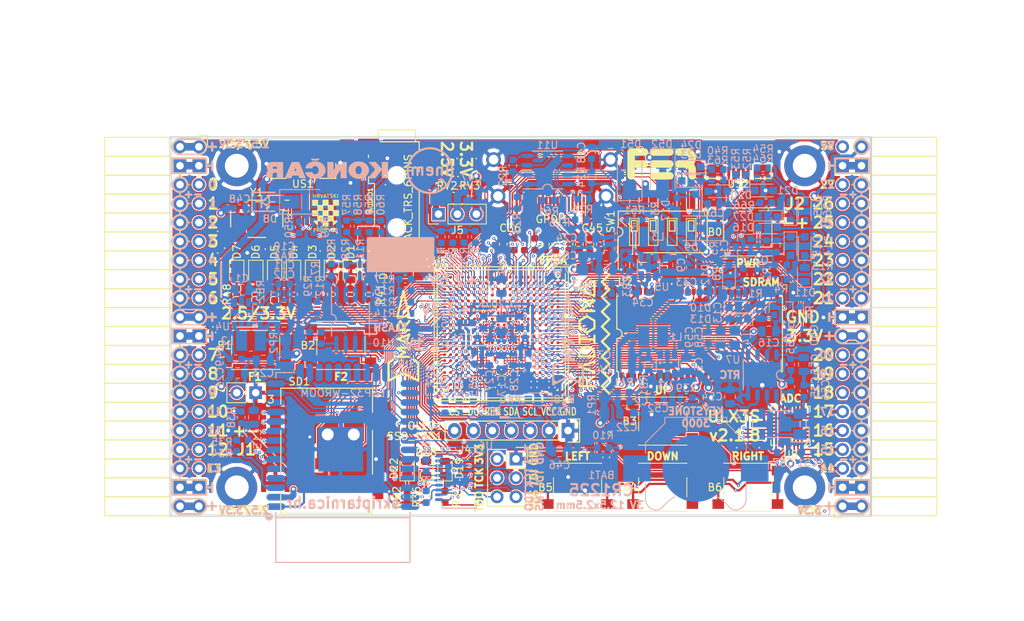
<source format=kicad_pcb>
(kicad_pcb (version 20171130) (host pcbnew 5.0.0+dfsg1-2)
  (layers (0 F.Cu signal) (1 In1.Cu signal) (2 In2.Cu signal) (31 B.Cu signal) (34 B.Paste user) (35 F.Paste user) (36 B.SilkS user) (37 F.SilkS user) (38 B.Mask user) (39 F.Mask user) (44 Edge.Cuts user))
  (net 0 "")
  (net 1 GND)
  (net 2 +5V)
  (net 3 /gpio/IN5V)
  (net 4 /gpio/OUT5V)
  (net 5 +3V3)
  (net 6 BTN_D)
  (net 7 BTN_F1)
  (net 8 BTN_F2)
  (net 9 BTN_L)
  (net 10 BTN_R)
  (net 11 BTN_U)
  (net 12 /power/FB1)
  (net 13 +2V5)
  (net 14 /power/PWREN)
  (net 15 /power/FB3)
  (net 16 /power/FB2)
  (net 17 /power/VBAT)
  (net 18 JTAG_TDI)
  (net 19 JTAG_TCK)
  (net 20 JTAG_TMS)
  (net 21 JTAG_TDO)
  (net 22 /power/WAKEUPn)
  (net 23 /power/WKUP)
  (net 24 /power/SHUT)
  (net 25 /power/WAKE)
  (net 26 /power/HOLD)
  (net 27 /power/WKn)
  (net 28 /power/OSCI_32k)
  (net 29 /power/OSCO_32k)
  (net 30 SHUTDOWN)
  (net 31 GPDI_SDA)
  (net 32 GPDI_SCL)
  (net 33 /gpdi/VREF2)
  (net 34 SD_CMD)
  (net 35 SD_CLK)
  (net 36 SD_D0)
  (net 37 SD_D1)
  (net 38 USB5V)
  (net 39 GPDI_CEC)
  (net 40 nRESET)
  (net 41 FTDI_nDTR)
  (net 42 SDRAM_CKE)
  (net 43 SDRAM_A7)
  (net 44 SDRAM_D15)
  (net 45 SDRAM_BA1)
  (net 46 SDRAM_D7)
  (net 47 SDRAM_A6)
  (net 48 SDRAM_CLK)
  (net 49 SDRAM_D13)
  (net 50 SDRAM_BA0)
  (net 51 SDRAM_D6)
  (net 52 SDRAM_A5)
  (net 53 SDRAM_D14)
  (net 54 SDRAM_A11)
  (net 55 SDRAM_D12)
  (net 56 SDRAM_D5)
  (net 57 SDRAM_A4)
  (net 58 SDRAM_A10)
  (net 59 SDRAM_D11)
  (net 60 SDRAM_A3)
  (net 61 SDRAM_D4)
  (net 62 SDRAM_D10)
  (net 63 SDRAM_D9)
  (net 64 SDRAM_A9)
  (net 65 SDRAM_D3)
  (net 66 SDRAM_D8)
  (net 67 SDRAM_A8)
  (net 68 SDRAM_A2)
  (net 69 SDRAM_A1)
  (net 70 SDRAM_A0)
  (net 71 SDRAM_D2)
  (net 72 SDRAM_D1)
  (net 73 SDRAM_D0)
  (net 74 SDRAM_DQM0)
  (net 75 SDRAM_nCS)
  (net 76 SDRAM_nRAS)
  (net 77 SDRAM_DQM1)
  (net 78 SDRAM_nCAS)
  (net 79 SDRAM_nWE)
  (net 80 /flash/FLASH_nWP)
  (net 81 /flash/FLASH_nHOLD)
  (net 82 /flash/FLASH_MOSI)
  (net 83 /flash/FLASH_MISO)
  (net 84 /flash/FLASH_SCK)
  (net 85 /flash/FLASH_nCS)
  (net 86 /flash/FPGA_PROGRAMN)
  (net 87 /flash/FPGA_DONE)
  (net 88 /flash/FPGA_INITN)
  (net 89 OLED_RES)
  (net 90 OLED_DC)
  (net 91 OLED_CS)
  (net 92 WIFI_EN)
  (net 93 FTDI_nRTS)
  (net 94 FTDI_TXD)
  (net 95 FTDI_RXD)
  (net 96 WIFI_RXD)
  (net 97 WIFI_GPIO0)
  (net 98 WIFI_TXD)
  (net 99 USB_FTDI_D+)
  (net 100 USB_FTDI_D-)
  (net 101 SD_D3)
  (net 102 AUDIO_L3)
  (net 103 AUDIO_L2)
  (net 104 AUDIO_L1)
  (net 105 AUDIO_L0)
  (net 106 AUDIO_R3)
  (net 107 AUDIO_R2)
  (net 108 AUDIO_R1)
  (net 109 AUDIO_R0)
  (net 110 OLED_CLK)
  (net 111 OLED_MOSI)
  (net 112 LED0)
  (net 113 LED1)
  (net 114 LED2)
  (net 115 LED3)
  (net 116 LED4)
  (net 117 LED5)
  (net 118 LED6)
  (net 119 LED7)
  (net 120 BTN_PWRn)
  (net 121 FTDI_nTXLED)
  (net 122 FTDI_nSLEEP)
  (net 123 /blinkey/LED_PWREN)
  (net 124 /blinkey/LED_TXLED)
  (net 125 /sdcard/SD3V3)
  (net 126 SD_D2)
  (net 127 CLK_25MHz)
  (net 128 /blinkey/BTNPUL)
  (net 129 /blinkey/BTNPUR)
  (net 130 USB_FPGA_D+)
  (net 131 /power/FTDI_nSUSPEND)
  (net 132 /blinkey/ALED0)
  (net 133 /blinkey/ALED1)
  (net 134 /blinkey/ALED2)
  (net 135 /blinkey/ALED3)
  (net 136 /blinkey/ALED4)
  (net 137 /blinkey/ALED5)
  (net 138 /blinkey/ALED6)
  (net 139 /blinkey/ALED7)
  (net 140 /usb/FTD-)
  (net 141 /usb/FTD+)
  (net 142 ADC_MISO)
  (net 143 ADC_MOSI)
  (net 144 ADC_CSn)
  (net 145 ADC_SCLK)
  (net 146 SW3)
  (net 147 SW2)
  (net 148 SW1)
  (net 149 USB_FPGA_D-)
  (net 150 /usb/FPD+)
  (net 151 /usb/FPD-)
  (net 152 WIFI_GPIO16)
  (net 153 /usb/ANT_433MHz)
  (net 154 PROG_DONE)
  (net 155 /power/P3V3)
  (net 156 /power/P2V5)
  (net 157 /power/L1)
  (net 158 /power/L3)
  (net 159 /power/L2)
  (net 160 FTDI_TXDEN)
  (net 161 SDRAM_A12)
  (net 162 /analog/AUDIO_V)
  (net 163 AUDIO_V3)
  (net 164 AUDIO_V2)
  (net 165 AUDIO_V1)
  (net 166 AUDIO_V0)
  (net 167 /blinkey/LED_WIFI)
  (net 168 /power/P1V1)
  (net 169 +1V1)
  (net 170 SW4)
  (net 171 /blinkey/SWPU)
  (net 172 /wifi/WIFIEN)
  (net 173 FT2V5)
  (net 174 GN0)
  (net 175 GP0)
  (net 176 GN1)
  (net 177 GP1)
  (net 178 GN2)
  (net 179 GP2)
  (net 180 GN3)
  (net 181 GP3)
  (net 182 GN4)
  (net 183 GP4)
  (net 184 GN5)
  (net 185 GP5)
  (net 186 GN6)
  (net 187 GP6)
  (net 188 GN14)
  (net 189 GP14)
  (net 190 GN15)
  (net 191 GP15)
  (net 192 GN16)
  (net 193 GP16)
  (net 194 GN17)
  (net 195 GP17)
  (net 196 GN18)
  (net 197 GP18)
  (net 198 GN19)
  (net 199 GP19)
  (net 200 GN20)
  (net 201 GP20)
  (net 202 GN21)
  (net 203 GP21)
  (net 204 GN22)
  (net 205 GP22)
  (net 206 GN23)
  (net 207 GP23)
  (net 208 GN24)
  (net 209 GP24)
  (net 210 GN25)
  (net 211 GP25)
  (net 212 GN26)
  (net 213 GP26)
  (net 214 GN27)
  (net 215 GP27)
  (net 216 GN7)
  (net 217 GP7)
  (net 218 GN8)
  (net 219 GP8)
  (net 220 GN9)
  (net 221 GP9)
  (net 222 GN10)
  (net 223 GP10)
  (net 224 GN11)
  (net 225 GP11)
  (net 226 GN12)
  (net 227 GP12)
  (net 228 GN13)
  (net 229 GP13)
  (net 230 WIFI_GPIO5)
  (net 231 WIFI_GPIO17)
  (net 232 USB_FPGA_PULL_D+)
  (net 233 USB_FPGA_PULL_D-)
  (net 234 "Net-(D23-Pad2)")
  (net 235 "Net-(D24-Pad1)")
  (net 236 "Net-(D25-Pad2)")
  (net 237 "Net-(D26-Pad1)")
  (net 238 /gpdi/GPDI_ETH+)
  (net 239 FPDI_ETH+)
  (net 240 /gpdi/GPDI_ETH-)
  (net 241 FPDI_ETH-)
  (net 242 /gpdi/GPDI_D2-)
  (net 243 FPDI_D2-)
  (net 244 /gpdi/GPDI_D1-)
  (net 245 FPDI_D1-)
  (net 246 /gpdi/GPDI_D0-)
  (net 247 FPDI_D0-)
  (net 248 /gpdi/GPDI_CLK-)
  (net 249 FPDI_CLK-)
  (net 250 /gpdi/GPDI_D2+)
  (net 251 FPDI_D2+)
  (net 252 /gpdi/GPDI_D1+)
  (net 253 FPDI_D1+)
  (net 254 /gpdi/GPDI_D0+)
  (net 255 FPDI_D0+)
  (net 256 /gpdi/GPDI_CLK+)
  (net 257 FPDI_CLK+)
  (net 258 FPDI_SDA)
  (net 259 FPDI_SCL)
  (net 260 /gpdi/FPDI_CEC)
  (net 261 2V5_3V3)
  (net 262 /usb/US2VBUS)
  (net 263 /power/SHD)
  (net 264 /power/RTCVDD)
  (net 265 "Net-(D27-Pad2)")
  (net 266 US2_ID)
  (net 267 /analog/AUDIO_L)
  (net 268 /analog/AUDIO_R)
  (net 269 /analog/ADC3V3)
  (net 270 PWRBTn)
  (net 271 USER_PROGRAMN)
  (module max1112x-tqfn28:MAX1112x-TQFN-28-1EP_5x5mm_Pitch0.5mm (layer F.Cu) (at 177.285 100.155 180)
    (fp_text reference U8 (at 0 -3.875 180) (layer F.SilkS))
    (fp_text value MAX11125 hide)
    (pad 29 smd rect (at -0.8125 -0.8125 180) (size 1.625 1.625) (layers F.Cu F.Paste F.Mask) (net 1 GND))
    (pad 29 smd rect (at -0.8125 0.8125 180) (size 1.625 1.625) (layers F.Cu F.Paste F.Mask) (net 1 GND))
    (pad 29 smd rect (at 0.8125 -0.8125 180) (size 1.625 1.625) (layers F.Cu F.Paste F.Mask) (net 1 GND))
    (pad 29 smd rect (at 0.8125 0.8125 180) (size 1.625 1.625) (layers F.Cu F.Paste F.Mask) (net 1 GND))
    (pad 28 smd oval (at -1.5 -2.34 270) (size 0.95 0.3) (layers F.Cu F.Paste F.Mask) (net 190 GN15))
    (pad 27 smd oval (at -1 -2.34 270) (size 0.95 0.3) (layers F.Cu F.Paste F.Mask) (net 189 GP14))
    (pad 26 smd oval (at -0.5 -2.34 270) (size 0.95 0.3) (layers F.Cu F.Paste F.Mask) (net 188 GN14))
    (pad 25 smd oval (at 0 -2.34 270) (size 0.95 0.3) (layers F.Cu F.Paste F.Mask))
    (pad 24 smd oval (at 0.5 -2.34 270) (size 0.95 0.3) (layers F.Cu F.Paste F.Mask) (net 142 ADC_MISO))
    (pad 23 smd oval (at 1 -2.34 270) (size 0.95 0.3) (layers F.Cu F.Paste F.Mask) (net 269 /analog/ADC3V3))
    (pad 22 smd oval (at 1.5 -2.34 270) (size 0.95 0.3) (layers F.Cu F.Paste F.Mask) (net 1 GND))
    (pad 21 smd oval (at 2.34 -1.5 180) (size 0.95 0.3) (layers F.Cu F.Paste F.Mask) (net 143 ADC_MOSI))
    (pad 20 smd oval (at 2.34 -1 180) (size 0.95 0.3) (layers F.Cu F.Paste F.Mask) (net 144 ADC_CSn))
    (pad 19 smd oval (at 2.34 -0.5 180) (size 0.95 0.3) (layers F.Cu F.Paste F.Mask) (net 145 ADC_SCLK))
    (pad 18 smd oval (at 2.34 0 180) (size 0.95 0.3) (layers F.Cu F.Paste F.Mask) (net 269 /analog/ADC3V3))
    (pad 17 smd oval (at 2.34 0.5 180) (size 0.95 0.3) (layers F.Cu F.Paste F.Mask) (net 269 /analog/ADC3V3))
    (pad 16 smd oval (at 2.34 1 180) (size 0.95 0.3) (layers F.Cu F.Paste F.Mask) (net 1 GND))
    (pad 15 smd oval (at 2.34 1.5 180) (size 0.95 0.3) (layers F.Cu F.Paste F.Mask) (net 269 /analog/ADC3V3))
    (pad 14 smd oval (at 1.5 2.34 270) (size 0.95 0.3) (layers F.Cu F.Paste F.Mask) (net 1 GND))
    (pad 13 smd oval (at 1 2.34 270) (size 0.95 0.3) (layers F.Cu F.Paste F.Mask) (net 1 GND))
    (pad 12 smd oval (at 0.5 2.34 270) (size 0.95 0.3) (layers F.Cu F.Paste F.Mask))
    (pad 11 smd oval (at 0 2.34 270) (size 0.95 0.3) (layers F.Cu F.Paste F.Mask) (net 1 GND))
    (pad 10 smd oval (at -0.5 2.34 270) (size 0.95 0.3) (layers F.Cu F.Paste F.Mask) (net 1 GND))
    (pad 9 smd oval (at -1 2.34 270) (size 0.95 0.3) (layers F.Cu F.Paste F.Mask) (net 1 GND))
    (pad 8 smd oval (at -1.5 2.34 270) (size 0.95 0.3) (layers F.Cu F.Paste F.Mask) (net 1 GND))
    (pad 7 smd oval (at -2.34 1.5 180) (size 0.95 0.3) (layers F.Cu F.Paste F.Mask) (net 1 GND))
    (pad 6 smd oval (at -2.34 1 180) (size 0.95 0.3) (layers F.Cu F.Paste F.Mask) (net 1 GND))
    (pad 5 smd oval (at -2.34 0.5 180) (size 0.95 0.3) (layers F.Cu F.Paste F.Mask) (net 195 GP17))
    (pad 4 smd oval (at -2.34 0 180) (size 0.95 0.3) (layers F.Cu F.Paste F.Mask) (net 194 GN17))
    (pad 3 smd oval (at -2.34 -0.5 180) (size 0.95 0.3) (layers F.Cu F.Paste F.Mask) (net 193 GP16))
    (pad 2 smd oval (at -2.34 -1 180) (size 0.95 0.3) (layers F.Cu F.Paste F.Mask) (net 192 GN16))
    (pad 1 smd rect (at -2.34 -1.5 180) (size 0.95 0.3) (layers F.Cu F.Paste F.Mask) (net 191 GP15))
  )
  (module ft231x:FT231X-SSOP-20_4.4x6.5mm_Pitch0.65mm (layer B.Cu) (at 132.835 107.14 180)
    (fp_text reference U6 (at -3.556 4.318 180) (layer B.SilkS) (effects (justify mirror)))
    (fp_text value FT231XS hide)
    (pad 20 smd oval (at 2.7 2.925 180) (size 1.1 0.4) (layers B.Cu B.Paste B.Mask) (net 94 FTDI_TXD))
    (pad 19 smd oval (at 2.7 2.275 180) (size 1.1 0.4) (layers B.Cu B.Paste B.Mask) (net 122 FTDI_nSLEEP))
    (pad 18 smd oval (at 2.7 1.625 180) (size 1.1 0.4) (layers B.Cu B.Paste B.Mask) (net 160 FTDI_TXDEN))
    (pad 17 smd oval (at 2.7 0.975 180) (size 1.1 0.4) (layers B.Cu B.Paste B.Mask))
    (pad 16 smd oval (at 2.7 0.325 180) (size 1.1 0.4) (layers B.Cu B.Paste B.Mask) (net 1 GND))
    (pad 15 smd oval (at 2.7 -0.325 180) (size 1.1 0.4) (layers B.Cu B.Paste B.Mask) (net 38 USB5V))
    (pad 14 smd oval (at 2.7 -0.975 180) (size 1.1 0.4) (layers B.Cu B.Paste B.Mask) (net 40 nRESET))
    (pad 13 smd oval (at 2.7 -1.625 180) (size 1.1 0.4) (layers B.Cu B.Paste B.Mask) (net 173 FT2V5))
    (pad 12 smd oval (at 2.7 -2.275 180) (size 1.1 0.4) (layers B.Cu B.Paste B.Mask) (net 100 USB_FTDI_D-))
    (pad 11 smd oval (at 2.7 -2.925 180) (size 1.1 0.4) (layers B.Cu B.Paste B.Mask) (net 99 USB_FTDI_D+))
    (pad 10 smd oval (at -2.7 -2.925 180) (size 1.1 0.4) (layers B.Cu B.Paste B.Mask) (net 121 FTDI_nTXLED))
    (pad 9 smd oval (at -2.7 -2.275 180) (size 1.1 0.4) (layers B.Cu B.Paste B.Mask) (net 21 JTAG_TDO))
    (pad 8 smd oval (at -2.7 -1.625 180) (size 1.1 0.4) (layers B.Cu B.Paste B.Mask) (net 20 JTAG_TMS))
    (pad 7 smd oval (at -2.7 -0.975 180) (size 1.1 0.4) (layers B.Cu B.Paste B.Mask) (net 19 JTAG_TCK))
    (pad 6 smd oval (at -2.7 -0.325 180) (size 1.1 0.4) (layers B.Cu B.Paste B.Mask) (net 1 GND))
    (pad 5 smd oval (at -2.7 0.325 180) (size 1.1 0.4) (layers B.Cu B.Paste B.Mask) (net 18 JTAG_TDI))
    (pad 4 smd oval (at -2.7 0.975 180) (size 1.1 0.4) (layers B.Cu B.Paste B.Mask) (net 95 FTDI_RXD))
    (pad 3 smd oval (at -2.7 1.625 180) (size 1.1 0.4) (layers B.Cu B.Paste B.Mask) (net 173 FT2V5))
    (pad 2 smd oval (at -2.7 2.275 180) (size 1.1 0.4) (layers B.Cu B.Paste B.Mask) (net 93 FTDI_nRTS))
    (pad 1 smd rect (at -2.7 2.925 180) (size 1.1 0.4) (layers B.Cu B.Paste B.Mask) (net 41 FTDI_nDTR))
  )
  (module lfe5bg381:BGA-381_pitch0.8mm_dia0.4mm (layer F.Cu) (at 138.48 87.8)
    (fp_text reference U1 (at -8.2 -9.8) (layer F.SilkS))
    (fp_text value LFE5U-85F-6BG381C hide)
    (pad Y19 smd circle (at 6.8 7.6) (size 0.4 0.4) (layers F.Cu F.Paste F.Mask) (net 1 GND))
    (pad Y17 smd circle (at 5.2 7.6) (size 0.4 0.4) (layers F.Cu F.Paste F.Mask) (net 1 GND))
    (pad Y16 smd circle (at 4.4 7.6) (size 0.4 0.4) (layers F.Cu F.Paste F.Mask) (net 1 GND))
    (pad Y15 smd circle (at 3.6 7.6) (size 0.4 0.4) (layers F.Cu F.Paste F.Mask) (net 1 GND))
    (pad Y14 smd circle (at 2.8 7.6) (size 0.4 0.4) (layers F.Cu F.Paste F.Mask) (net 1 GND))
    (pad Y12 smd circle (at 1.2 7.6) (size 0.4 0.4) (layers F.Cu F.Paste F.Mask) (net 1 GND))
    (pad Y11 smd circle (at 0.4 7.6) (size 0.4 0.4) (layers F.Cu F.Paste F.Mask) (net 1 GND))
    (pad Y8 smd circle (at -2 7.6) (size 0.4 0.4) (layers F.Cu F.Paste F.Mask) (net 1 GND))
    (pad Y7 smd circle (at -2.8 7.6) (size 0.4 0.4) (layers F.Cu F.Paste F.Mask) (net 1 GND))
    (pad Y6 smd circle (at -3.6 7.6) (size 0.4 0.4) (layers F.Cu F.Paste F.Mask) (net 1 GND))
    (pad Y5 smd circle (at -4.4 7.6) (size 0.4 0.4) (layers F.Cu F.Paste F.Mask) (net 1 GND))
    (pad Y3 smd circle (at -6 7.6) (size 0.4 0.4) (layers F.Cu F.Paste F.Mask) (net 87 /flash/FPGA_DONE))
    (pad Y2 smd circle (at -6.8 7.6) (size 0.4 0.4) (layers F.Cu F.Paste F.Mask) (net 80 /flash/FLASH_nWP))
    (pad W20 smd circle (at 7.6 6.8) (size 0.4 0.4) (layers F.Cu F.Paste F.Mask) (net 1 GND))
    (pad W19 smd circle (at 6.8 6.8) (size 0.4 0.4) (layers F.Cu F.Paste F.Mask) (net 1 GND))
    (pad W18 smd circle (at 6 6.8) (size 0.4 0.4) (layers F.Cu F.Paste F.Mask))
    (pad W17 smd circle (at 5.2 6.8) (size 0.4 0.4) (layers F.Cu F.Paste F.Mask))
    (pad W16 smd circle (at 4.4 6.8) (size 0.4 0.4) (layers F.Cu F.Paste F.Mask) (net 1 GND))
    (pad W15 smd circle (at 3.6 6.8) (size 0.4 0.4) (layers F.Cu F.Paste F.Mask) (net 1 GND))
    (pad W14 smd circle (at 2.8 6.8) (size 0.4 0.4) (layers F.Cu F.Paste F.Mask))
    (pad W13 smd circle (at 2 6.8) (size 0.4 0.4) (layers F.Cu F.Paste F.Mask))
    (pad W12 smd circle (at 1.2 6.8) (size 0.4 0.4) (layers F.Cu F.Paste F.Mask) (net 1 GND))
    (pad W11 smd circle (at 0.4 6.8) (size 0.4 0.4) (layers F.Cu F.Paste F.Mask))
    (pad W10 smd circle (at -0.4 6.8) (size 0.4 0.4) (layers F.Cu F.Paste F.Mask))
    (pad W9 smd circle (at -1.2 6.8) (size 0.4 0.4) (layers F.Cu F.Paste F.Mask))
    (pad W8 smd circle (at -2 6.8) (size 0.4 0.4) (layers F.Cu F.Paste F.Mask))
    (pad W7 smd circle (at -2.8 6.8) (size 0.4 0.4) (layers F.Cu F.Paste F.Mask) (net 1 GND))
    (pad W6 smd circle (at -3.6 6.8) (size 0.4 0.4) (layers F.Cu F.Paste F.Mask) (net 1 GND))
    (pad W5 smd circle (at -4.4 6.8) (size 0.4 0.4) (layers F.Cu F.Paste F.Mask))
    (pad W4 smd circle (at -5.2 6.8) (size 0.4 0.4) (layers F.Cu F.Paste F.Mask))
    (pad W3 smd circle (at -6 6.8) (size 0.4 0.4) (layers F.Cu F.Paste F.Mask) (net 86 /flash/FPGA_PROGRAMN))
    (pad W2 smd circle (at -6.8 6.8) (size 0.4 0.4) (layers F.Cu F.Paste F.Mask) (net 82 /flash/FLASH_MOSI))
    (pad W1 smd circle (at -7.6 6.8) (size 0.4 0.4) (layers F.Cu F.Paste F.Mask) (net 81 /flash/FLASH_nHOLD))
    (pad V20 smd circle (at 7.6 6) (size 0.4 0.4) (layers F.Cu F.Paste F.Mask) (net 1 GND))
    (pad V19 smd circle (at 6.8 6) (size 0.4 0.4) (layers F.Cu F.Paste F.Mask) (net 1 GND))
    (pad V18 smd circle (at 6 6) (size 0.4 0.4) (layers F.Cu F.Paste F.Mask) (net 1 GND))
    (pad V17 smd circle (at 5.2 6) (size 0.4 0.4) (layers F.Cu F.Paste F.Mask) (net 1 GND))
    (pad V16 smd circle (at 4.4 6) (size 0.4 0.4) (layers F.Cu F.Paste F.Mask) (net 1 GND))
    (pad V15 smd circle (at 3.6 6) (size 0.4 0.4) (layers F.Cu F.Paste F.Mask) (net 1 GND))
    (pad V14 smd circle (at 2.8 6) (size 0.4 0.4) (layers F.Cu F.Paste F.Mask) (net 1 GND))
    (pad V13 smd circle (at 2 6) (size 0.4 0.4) (layers F.Cu F.Paste F.Mask) (net 1 GND))
    (pad V12 smd circle (at 1.2 6) (size 0.4 0.4) (layers F.Cu F.Paste F.Mask) (net 1 GND))
    (pad V11 smd circle (at 0.4 6) (size 0.4 0.4) (layers F.Cu F.Paste F.Mask) (net 1 GND))
    (pad V10 smd circle (at -0.4 6) (size 0.4 0.4) (layers F.Cu F.Paste F.Mask) (net 1 GND))
    (pad V9 smd circle (at -1.2 6) (size 0.4 0.4) (layers F.Cu F.Paste F.Mask) (net 1 GND))
    (pad V8 smd circle (at -2 6) (size 0.4 0.4) (layers F.Cu F.Paste F.Mask) (net 1 GND))
    (pad V7 smd circle (at -2.8 6) (size 0.4 0.4) (layers F.Cu F.Paste F.Mask) (net 1 GND))
    (pad V6 smd circle (at -3.6 6) (size 0.4 0.4) (layers F.Cu F.Paste F.Mask) (net 1 GND))
    (pad V5 smd circle (at -4.4 6) (size 0.4 0.4) (layers F.Cu F.Paste F.Mask) (net 1 GND))
    (pad V4 smd circle (at -5.2 6) (size 0.4 0.4) (layers F.Cu F.Paste F.Mask) (net 21 JTAG_TDO))
    (pad V3 smd circle (at -6 6) (size 0.4 0.4) (layers F.Cu F.Paste F.Mask) (net 88 /flash/FPGA_INITN))
    (pad V2 smd circle (at -6.8 6) (size 0.4 0.4) (layers F.Cu F.Paste F.Mask) (net 83 /flash/FLASH_MISO))
    (pad V1 smd circle (at -7.6 6) (size 0.4 0.4) (layers F.Cu F.Paste F.Mask) (net 6 BTN_D))
    (pad U20 smd circle (at 7.6 5.2) (size 0.4 0.4) (layers F.Cu F.Paste F.Mask) (net 46 SDRAM_D7))
    (pad U19 smd circle (at 6.8 5.2) (size 0.4 0.4) (layers F.Cu F.Paste F.Mask) (net 74 SDRAM_DQM0))
    (pad U18 smd circle (at 6 5.2) (size 0.4 0.4) (layers F.Cu F.Paste F.Mask) (net 189 GP14))
    (pad U17 smd circle (at 5.2 5.2) (size 0.4 0.4) (layers F.Cu F.Paste F.Mask) (net 188 GN14))
    (pad U16 smd circle (at 4.4 5.2) (size 0.4 0.4) (layers F.Cu F.Paste F.Mask) (net 142 ADC_MISO))
    (pad U15 smd circle (at 3.6 5.2) (size 0.4 0.4) (layers F.Cu F.Paste F.Mask) (net 1 GND))
    (pad U14 smd circle (at 2.8 5.2) (size 0.4 0.4) (layers F.Cu F.Paste F.Mask) (net 1 GND))
    (pad U13 smd circle (at 2 5.2) (size 0.4 0.4) (layers F.Cu F.Paste F.Mask) (net 1 GND))
    (pad U12 smd circle (at 1.2 5.2) (size 0.4 0.4) (layers F.Cu F.Paste F.Mask) (net 1 GND))
    (pad U11 smd circle (at 0.4 5.2) (size 0.4 0.4) (layers F.Cu F.Paste F.Mask) (net 1 GND))
    (pad U10 smd circle (at -0.4 5.2) (size 0.4 0.4) (layers F.Cu F.Paste F.Mask) (net 1 GND))
    (pad U9 smd circle (at -1.2 5.2) (size 0.4 0.4) (layers F.Cu F.Paste F.Mask) (net 1 GND))
    (pad U8 smd circle (at -2 5.2) (size 0.4 0.4) (layers F.Cu F.Paste F.Mask) (net 1 GND))
    (pad U7 smd circle (at -2.8 5.2) (size 0.4 0.4) (layers F.Cu F.Paste F.Mask) (net 1 GND))
    (pad U6 smd circle (at -3.6 5.2) (size 0.4 0.4) (layers F.Cu F.Paste F.Mask) (net 1 GND))
    (pad U5 smd circle (at -4.4 5.2) (size 0.4 0.4) (layers F.Cu F.Paste F.Mask) (net 20 JTAG_TMS))
    (pad U4 smd circle (at -5.2 5.2) (size 0.4 0.4) (layers F.Cu F.Paste F.Mask) (net 1 GND))
    (pad U3 smd circle (at -6 5.2) (size 0.4 0.4) (layers F.Cu F.Paste F.Mask) (net 84 /flash/FLASH_SCK))
    (pad U2 smd circle (at -6.8 5.2) (size 0.4 0.4) (layers F.Cu F.Paste F.Mask) (net 5 +3V3))
    (pad U1 smd circle (at -7.6 5.2) (size 0.4 0.4) (layers F.Cu F.Paste F.Mask) (net 9 BTN_L))
    (pad T20 smd circle (at 7.6 4.4) (size 0.4 0.4) (layers F.Cu F.Paste F.Mask) (net 79 SDRAM_nWE))
    (pad T19 smd circle (at 6.8 4.4) (size 0.4 0.4) (layers F.Cu F.Paste F.Mask) (net 78 SDRAM_nCAS))
    (pad T18 smd circle (at 6 4.4) (size 0.4 0.4) (layers F.Cu F.Paste F.Mask) (net 56 SDRAM_D5))
    (pad T17 smd circle (at 5.2 4.4) (size 0.4 0.4) (layers F.Cu F.Paste F.Mask) (net 51 SDRAM_D6))
    (pad T16 smd circle (at 4.4 4.4) (size 0.4 0.4) (layers F.Cu F.Paste F.Mask))
    (pad T15 smd circle (at 3.6 4.4) (size 0.4 0.4) (layers F.Cu F.Paste F.Mask) (net 1 GND))
    (pad T14 smd circle (at 2.8 4.4) (size 0.4 0.4) (layers F.Cu F.Paste F.Mask) (net 1 GND))
    (pad T13 smd circle (at 2 4.4) (size 0.4 0.4) (layers F.Cu F.Paste F.Mask) (net 1 GND))
    (pad T12 smd circle (at 1.2 4.4) (size 0.4 0.4) (layers F.Cu F.Paste F.Mask) (net 1 GND))
    (pad T11 smd circle (at 0.4 4.4) (size 0.4 0.4) (layers F.Cu F.Paste F.Mask) (net 1 GND))
    (pad T10 smd circle (at -0.4 4.4) (size 0.4 0.4) (layers F.Cu F.Paste F.Mask) (net 1 GND))
    (pad T9 smd circle (at -1.2 4.4) (size 0.4 0.4) (layers F.Cu F.Paste F.Mask) (net 1 GND))
    (pad T8 smd circle (at -2 4.4) (size 0.4 0.4) (layers F.Cu F.Paste F.Mask) (net 1 GND))
    (pad T7 smd circle (at -2.8 4.4) (size 0.4 0.4) (layers F.Cu F.Paste F.Mask) (net 1 GND))
    (pad T6 smd circle (at -3.6 4.4) (size 0.4 0.4) (layers F.Cu F.Paste F.Mask) (net 1 GND))
    (pad T5 smd circle (at -4.4 4.4) (size 0.4 0.4) (layers F.Cu F.Paste F.Mask) (net 19 JTAG_TCK))
    (pad T4 smd circle (at -5.2 4.4) (size 0.4 0.4) (layers F.Cu F.Paste F.Mask) (net 5 +3V3))
    (pad T3 smd circle (at -6 4.4) (size 0.4 0.4) (layers F.Cu F.Paste F.Mask) (net 5 +3V3))
    (pad T2 smd circle (at -6.8 4.4) (size 0.4 0.4) (layers F.Cu F.Paste F.Mask) (net 5 +3V3))
    (pad T1 smd circle (at -7.6 4.4) (size 0.4 0.4) (layers F.Cu F.Paste F.Mask) (net 8 BTN_F2))
    (pad R20 smd circle (at 7.6 3.6) (size 0.4 0.4) (layers F.Cu F.Paste F.Mask) (net 76 SDRAM_nRAS))
    (pad R19 smd circle (at 6.8 3.6) (size 0.4 0.4) (layers F.Cu F.Paste F.Mask) (net 1 GND))
    (pad R18 smd circle (at 6 3.6) (size 0.4 0.4) (layers F.Cu F.Paste F.Mask) (net 11 BTN_U))
    (pad R17 smd circle (at 5.2 3.6) (size 0.4 0.4) (layers F.Cu F.Paste F.Mask) (net 144 ADC_CSn))
    (pad R16 smd circle (at 4.4 3.6) (size 0.4 0.4) (layers F.Cu F.Paste F.Mask) (net 143 ADC_MOSI))
    (pad R5 smd circle (at -4.4 3.6) (size 0.4 0.4) (layers F.Cu F.Paste F.Mask) (net 18 JTAG_TDI))
    (pad R4 smd circle (at -5.2 3.6) (size 0.4 0.4) (layers F.Cu F.Paste F.Mask) (net 1 GND))
    (pad R3 smd circle (at -6 3.6) (size 0.4 0.4) (layers F.Cu F.Paste F.Mask))
    (pad R2 smd circle (at -6.8 3.6) (size 0.4 0.4) (layers F.Cu F.Paste F.Mask) (net 85 /flash/FLASH_nCS))
    (pad R1 smd circle (at -7.6 3.6) (size 0.4 0.4) (layers F.Cu F.Paste F.Mask) (net 7 BTN_F1))
    (pad P20 smd circle (at 7.6 2.8) (size 0.4 0.4) (layers F.Cu F.Paste F.Mask) (net 75 SDRAM_nCS))
    (pad P19 smd circle (at 6.8 2.8) (size 0.4 0.4) (layers F.Cu F.Paste F.Mask) (net 50 SDRAM_BA0))
    (pad P18 smd circle (at 6 2.8) (size 0.4 0.4) (layers F.Cu F.Paste F.Mask) (net 61 SDRAM_D4))
    (pad P17 smd circle (at 5.2 2.8) (size 0.4 0.4) (layers F.Cu F.Paste F.Mask) (net 145 ADC_SCLK))
    (pad P16 smd circle (at 4.4 2.8) (size 0.4 0.4) (layers F.Cu F.Paste F.Mask) (net 190 GN15))
    (pad P15 smd circle (at 3.6 2.8) (size 0.4 0.4) (layers F.Cu F.Paste F.Mask) (net 13 +2V5))
    (pad P14 smd circle (at 2.8 2.8) (size 0.4 0.4) (layers F.Cu F.Paste F.Mask) (net 1 GND))
    (pad P13 smd circle (at 2 2.8) (size 0.4 0.4) (layers F.Cu F.Paste F.Mask) (net 1 GND))
    (pad P12 smd circle (at 1.2 2.8) (size 0.4 0.4) (layers F.Cu F.Paste F.Mask) (net 1 GND))
    (pad P11 smd circle (at 0.4 2.8) (size 0.4 0.4) (layers F.Cu F.Paste F.Mask) (net 1 GND))
    (pad P10 smd circle (at -0.4 2.8) (size 0.4 0.4) (layers F.Cu F.Paste F.Mask) (net 5 +3V3))
    (pad P9 smd circle (at -1.2 2.8) (size 0.4 0.4) (layers F.Cu F.Paste F.Mask) (net 5 +3V3))
    (pad P8 smd circle (at -2 2.8) (size 0.4 0.4) (layers F.Cu F.Paste F.Mask) (net 1 GND))
    (pad P7 smd circle (at -2.8 2.8) (size 0.4 0.4) (layers F.Cu F.Paste F.Mask) (net 1 GND))
    (pad P6 smd circle (at -3.6 2.8) (size 0.4 0.4) (layers F.Cu F.Paste F.Mask) (net 13 +2V5))
    (pad P5 smd circle (at -4.4 2.8) (size 0.4 0.4) (layers F.Cu F.Paste F.Mask))
    (pad P4 smd circle (at -5.2 2.8) (size 0.4 0.4) (layers F.Cu F.Paste F.Mask) (net 110 OLED_CLK))
    (pad P3 smd circle (at -6 2.8) (size 0.4 0.4) (layers F.Cu F.Paste F.Mask) (net 111 OLED_MOSI))
    (pad P2 smd circle (at -6.8 2.8) (size 0.4 0.4) (layers F.Cu F.Paste F.Mask) (net 89 OLED_RES))
    (pad P1 smd circle (at -7.6 2.8) (size 0.4 0.4) (layers F.Cu F.Paste F.Mask) (net 90 OLED_DC))
    (pad N20 smd circle (at 7.6 2) (size 0.4 0.4) (layers F.Cu F.Paste F.Mask) (net 45 SDRAM_BA1))
    (pad N19 smd circle (at 6.8 2) (size 0.4 0.4) (layers F.Cu F.Paste F.Mask) (net 58 SDRAM_A10))
    (pad N18 smd circle (at 6 2) (size 0.4 0.4) (layers F.Cu F.Paste F.Mask) (net 65 SDRAM_D3))
    (pad N17 smd circle (at 5.2 2) (size 0.4 0.4) (layers F.Cu F.Paste F.Mask) (net 191 GP15))
    (pad N16 smd circle (at 4.4 2) (size 0.4 0.4) (layers F.Cu F.Paste F.Mask) (net 193 GP16))
    (pad N15 smd circle (at 3.6 2) (size 0.4 0.4) (layers F.Cu F.Paste F.Mask) (net 1 GND))
    (pad N14 smd circle (at 2.8 2) (size 0.4 0.4) (layers F.Cu F.Paste F.Mask) (net 1 GND))
    (pad N13 smd circle (at 2 2) (size 0.4 0.4) (layers F.Cu F.Paste F.Mask) (net 169 +1V1))
    (pad N12 smd circle (at 1.2 2) (size 0.4 0.4) (layers F.Cu F.Paste F.Mask) (net 169 +1V1))
    (pad N11 smd circle (at 0.4 2) (size 0.4 0.4) (layers F.Cu F.Paste F.Mask) (net 169 +1V1))
    (pad N10 smd circle (at -0.4 2) (size 0.4 0.4) (layers F.Cu F.Paste F.Mask) (net 169 +1V1))
    (pad N9 smd circle (at -1.2 2) (size 0.4 0.4) (layers F.Cu F.Paste F.Mask) (net 169 +1V1))
    (pad N8 smd circle (at -2 2) (size 0.4 0.4) (layers F.Cu F.Paste F.Mask) (net 169 +1V1))
    (pad N7 smd circle (at -2.8 2) (size 0.4 0.4) (layers F.Cu F.Paste F.Mask) (net 1 GND))
    (pad N6 smd circle (at -3.6 2) (size 0.4 0.4) (layers F.Cu F.Paste F.Mask) (net 1 GND))
    (pad N5 smd circle (at -4.4 2) (size 0.4 0.4) (layers F.Cu F.Paste F.Mask))
    (pad N4 smd circle (at -5.2 2) (size 0.4 0.4) (layers F.Cu F.Paste F.Mask) (net 230 WIFI_GPIO5))
    (pad N3 smd circle (at -6 2) (size 0.4 0.4) (layers F.Cu F.Paste F.Mask) (net 231 WIFI_GPIO17))
    (pad N2 smd circle (at -6.8 2) (size 0.4 0.4) (layers F.Cu F.Paste F.Mask) (net 91 OLED_CS))
    (pad N1 smd circle (at -7.6 2) (size 0.4 0.4) (layers F.Cu F.Paste F.Mask) (net 41 FTDI_nDTR))
    (pad M20 smd circle (at 7.6 1.2) (size 0.4 0.4) (layers F.Cu F.Paste F.Mask) (net 70 SDRAM_A0))
    (pad M19 smd circle (at 6.8 1.2) (size 0.4 0.4) (layers F.Cu F.Paste F.Mask) (net 69 SDRAM_A1))
    (pad M18 smd circle (at 6 1.2) (size 0.4 0.4) (layers F.Cu F.Paste F.Mask) (net 71 SDRAM_D2))
    (pad M17 smd circle (at 5.2 1.2) (size 0.4 0.4) (layers F.Cu F.Paste F.Mask) (net 192 GN16))
    (pad M16 smd circle (at 4.4 1.2) (size 0.4 0.4) (layers F.Cu F.Paste F.Mask) (net 1 GND))
    (pad M15 smd circle (at 3.6 1.2) (size 0.4 0.4) (layers F.Cu F.Paste F.Mask) (net 5 +3V3))
    (pad M14 smd circle (at 2.8 1.2) (size 0.4 0.4) (layers F.Cu F.Paste F.Mask) (net 1 GND))
    (pad M13 smd circle (at 2 1.2) (size 0.4 0.4) (layers F.Cu F.Paste F.Mask) (net 169 +1V1))
    (pad M12 smd circle (at 1.2 1.2) (size 0.4 0.4) (layers F.Cu F.Paste F.Mask) (net 1 GND))
    (pad M11 smd circle (at 0.4 1.2) (size 0.4 0.4) (layers F.Cu F.Paste F.Mask) (net 1 GND))
    (pad M10 smd circle (at -0.4 1.2) (size 0.4 0.4) (layers F.Cu F.Paste F.Mask) (net 1 GND))
    (pad M9 smd circle (at -1.2 1.2) (size 0.4 0.4) (layers F.Cu F.Paste F.Mask) (net 1 GND))
    (pad M8 smd circle (at -2 1.2) (size 0.4 0.4) (layers F.Cu F.Paste F.Mask) (net 169 +1V1))
    (pad M7 smd circle (at -2.8 1.2) (size 0.4 0.4) (layers F.Cu F.Paste F.Mask) (net 1 GND))
    (pad M6 smd circle (at -3.6 1.2) (size 0.4 0.4) (layers F.Cu F.Paste F.Mask) (net 5 +3V3))
    (pad M5 smd circle (at -4.4 1.2) (size 0.4 0.4) (layers F.Cu F.Paste F.Mask))
    (pad M4 smd circle (at -5.2 1.2) (size 0.4 0.4) (layers F.Cu F.Paste F.Mask) (net 271 USER_PROGRAMN))
    (pad M3 smd circle (at -6 1.2) (size 0.4 0.4) (layers F.Cu F.Paste F.Mask) (net 93 FTDI_nRTS))
    (pad M2 smd circle (at -6.8 1.2) (size 0.4 0.4) (layers F.Cu F.Paste F.Mask) (net 1 GND))
    (pad M1 smd circle (at -7.6 1.2) (size 0.4 0.4) (layers F.Cu F.Paste F.Mask) (net 94 FTDI_TXD))
    (pad L20 smd circle (at 7.6 0.4) (size 0.4 0.4) (layers F.Cu F.Paste F.Mask) (net 68 SDRAM_A2))
    (pad L19 smd circle (at 6.8 0.4) (size 0.4 0.4) (layers F.Cu F.Paste F.Mask) (net 60 SDRAM_A3))
    (pad L18 smd circle (at 6 0.4) (size 0.4 0.4) (layers F.Cu F.Paste F.Mask) (net 72 SDRAM_D1))
    (pad L17 smd circle (at 5.2 0.4) (size 0.4 0.4) (layers F.Cu F.Paste F.Mask) (net 194 GN17))
    (pad L16 smd circle (at 4.4 0.4) (size 0.4 0.4) (layers F.Cu F.Paste F.Mask) (net 195 GP17))
    (pad L15 smd circle (at 3.6 0.4) (size 0.4 0.4) (layers F.Cu F.Paste F.Mask) (net 5 +3V3))
    (pad L14 smd circle (at 2.8 0.4) (size 0.4 0.4) (layers F.Cu F.Paste F.Mask) (net 5 +3V3))
    (pad L13 smd circle (at 2 0.4) (size 0.4 0.4) (layers F.Cu F.Paste F.Mask) (net 169 +1V1))
    (pad L12 smd circle (at 1.2 0.4) (size 0.4 0.4) (layers F.Cu F.Paste F.Mask) (net 1 GND))
    (pad L11 smd circle (at 0.4 0.4) (size 0.4 0.4) (layers F.Cu F.Paste F.Mask) (net 1 GND))
    (pad L10 smd circle (at -0.4 0.4) (size 0.4 0.4) (layers F.Cu F.Paste F.Mask) (net 1 GND))
    (pad L9 smd circle (at -1.2 0.4) (size 0.4 0.4) (layers F.Cu F.Paste F.Mask) (net 1 GND))
    (pad L8 smd circle (at -2 0.4) (size 0.4 0.4) (layers F.Cu F.Paste F.Mask) (net 169 +1V1))
    (pad L7 smd circle (at -2.8 0.4) (size 0.4 0.4) (layers F.Cu F.Paste F.Mask) (net 5 +3V3))
    (pad L6 smd circle (at -3.6 0.4) (size 0.4 0.4) (layers F.Cu F.Paste F.Mask) (net 5 +3V3))
    (pad L5 smd circle (at -4.4 0.4) (size 0.4 0.4) (layers F.Cu F.Paste F.Mask))
    (pad L4 smd circle (at -5.2 0.4) (size 0.4 0.4) (layers F.Cu F.Paste F.Mask) (net 95 FTDI_RXD))
    (pad L3 smd circle (at -6 0.4) (size 0.4 0.4) (layers F.Cu F.Paste F.Mask) (net 160 FTDI_TXDEN))
    (pad L2 smd circle (at -6.8 0.4) (size 0.4 0.4) (layers F.Cu F.Paste F.Mask) (net 97 WIFI_GPIO0))
    (pad L1 smd circle (at -7.6 0.4) (size 0.4 0.4) (layers F.Cu F.Paste F.Mask) (net 152 WIFI_GPIO16))
    (pad K20 smd circle (at 7.6 -0.4) (size 0.4 0.4) (layers F.Cu F.Paste F.Mask) (net 57 SDRAM_A4))
    (pad K19 smd circle (at 6.8 -0.4) (size 0.4 0.4) (layers F.Cu F.Paste F.Mask) (net 52 SDRAM_A5))
    (pad K18 smd circle (at 6 -0.4) (size 0.4 0.4) (layers F.Cu F.Paste F.Mask) (net 47 SDRAM_A6))
    (pad K17 smd circle (at 5.2 -0.4) (size 0.4 0.4) (layers F.Cu F.Paste F.Mask))
    (pad K16 smd circle (at 4.4 -0.4) (size 0.4 0.4) (layers F.Cu F.Paste F.Mask))
    (pad K15 smd circle (at 3.6 -0.4) (size 0.4 0.4) (layers F.Cu F.Paste F.Mask) (net 1 GND))
    (pad K14 smd circle (at 2.8 -0.4) (size 0.4 0.4) (layers F.Cu F.Paste F.Mask) (net 1 GND))
    (pad K13 smd circle (at 2 -0.4) (size 0.4 0.4) (layers F.Cu F.Paste F.Mask) (net 169 +1V1))
    (pad K12 smd circle (at 1.2 -0.4) (size 0.4 0.4) (layers F.Cu F.Paste F.Mask) (net 1 GND))
    (pad K11 smd circle (at 0.4 -0.4) (size 0.4 0.4) (layers F.Cu F.Paste F.Mask) (net 1 GND))
    (pad K10 smd circle (at -0.4 -0.4) (size 0.4 0.4) (layers F.Cu F.Paste F.Mask) (net 1 GND))
    (pad K9 smd circle (at -1.2 -0.4) (size 0.4 0.4) (layers F.Cu F.Paste F.Mask) (net 1 GND))
    (pad K8 smd circle (at -2 -0.4) (size 0.4 0.4) (layers F.Cu F.Paste F.Mask) (net 169 +1V1))
    (pad K7 smd circle (at -2.8 -0.4) (size 0.4 0.4) (layers F.Cu F.Paste F.Mask) (net 1 GND))
    (pad K6 smd circle (at -3.6 -0.4) (size 0.4 0.4) (layers F.Cu F.Paste F.Mask) (net 1 GND))
    (pad K5 smd circle (at -4.4 -0.4) (size 0.4 0.4) (layers F.Cu F.Paste F.Mask))
    (pad K4 smd circle (at -5.2 -0.4) (size 0.4 0.4) (layers F.Cu F.Paste F.Mask) (net 98 WIFI_TXD))
    (pad K3 smd circle (at -6 -0.4) (size 0.4 0.4) (layers F.Cu F.Paste F.Mask) (net 96 WIFI_RXD))
    (pad K2 smd circle (at -6.8 -0.4) (size 0.4 0.4) (layers F.Cu F.Paste F.Mask) (net 101 SD_D3))
    (pad K1 smd circle (at -7.6 -0.4) (size 0.4 0.4) (layers F.Cu F.Paste F.Mask) (net 126 SD_D2))
    (pad J20 smd circle (at 7.6 -1.2) (size 0.4 0.4) (layers F.Cu F.Paste F.Mask) (net 43 SDRAM_A7))
    (pad J19 smd circle (at 6.8 -1.2) (size 0.4 0.4) (layers F.Cu F.Paste F.Mask) (net 67 SDRAM_A8))
    (pad J18 smd circle (at 6 -1.2) (size 0.4 0.4) (layers F.Cu F.Paste F.Mask) (net 53 SDRAM_D14))
    (pad J17 smd circle (at 5.2 -1.2) (size 0.4 0.4) (layers F.Cu F.Paste F.Mask) (net 44 SDRAM_D15))
    (pad J16 smd circle (at 4.4 -1.2) (size 0.4 0.4) (layers F.Cu F.Paste F.Mask) (net 73 SDRAM_D0))
    (pad J15 smd circle (at 3.6 -1.2) (size 0.4 0.4) (layers F.Cu F.Paste F.Mask) (net 5 +3V3))
    (pad J14 smd circle (at 2.8 -1.2) (size 0.4 0.4) (layers F.Cu F.Paste F.Mask) (net 1 GND))
    (pad J13 smd circle (at 2 -1.2) (size 0.4 0.4) (layers F.Cu F.Paste F.Mask) (net 169 +1V1))
    (pad J12 smd circle (at 1.2 -1.2) (size 0.4 0.4) (layers F.Cu F.Paste F.Mask) (net 1 GND))
    (pad J11 smd circle (at 0.4 -1.2) (size 0.4 0.4) (layers F.Cu F.Paste F.Mask) (net 1 GND))
    (pad J10 smd circle (at -0.4 -1.2) (size 0.4 0.4) (layers F.Cu F.Paste F.Mask) (net 1 GND))
    (pad J9 smd circle (at -1.2 -1.2) (size 0.4 0.4) (layers F.Cu F.Paste F.Mask) (net 1 GND))
    (pad J8 smd circle (at -2 -1.2) (size 0.4 0.4) (layers F.Cu F.Paste F.Mask) (net 169 +1V1))
    (pad J7 smd circle (at -2.8 -1.2) (size 0.4 0.4) (layers F.Cu F.Paste F.Mask) (net 1 GND))
    (pad J6 smd circle (at -3.6 -1.2) (size 0.4 0.4) (layers F.Cu F.Paste F.Mask) (net 261 2V5_3V3))
    (pad J5 smd circle (at -4.4 -1.2) (size 0.4 0.4) (layers F.Cu F.Paste F.Mask))
    (pad J4 smd circle (at -5.2 -1.2) (size 0.4 0.4) (layers F.Cu F.Paste F.Mask))
    (pad J3 smd circle (at -6 -1.2) (size 0.4 0.4) (layers F.Cu F.Paste F.Mask) (net 36 SD_D0))
    (pad J2 smd circle (at -6.8 -1.2) (size 0.4 0.4) (layers F.Cu F.Paste F.Mask) (net 1 GND))
    (pad J1 smd circle (at -7.6 -1.2) (size 0.4 0.4) (layers F.Cu F.Paste F.Mask) (net 34 SD_CMD))
    (pad H20 smd circle (at 7.6 -2) (size 0.4 0.4) (layers F.Cu F.Paste F.Mask) (net 64 SDRAM_A9))
    (pad H19 smd circle (at 6.8 -2) (size 0.4 0.4) (layers F.Cu F.Paste F.Mask) (net 1 GND))
    (pad H18 smd circle (at 6 -2) (size 0.4 0.4) (layers F.Cu F.Paste F.Mask) (net 197 GP18))
    (pad H17 smd circle (at 5.2 -2) (size 0.4 0.4) (layers F.Cu F.Paste F.Mask) (net 196 GN18))
    (pad H16 smd circle (at 4.4 -2) (size 0.4 0.4) (layers F.Cu F.Paste F.Mask) (net 10 BTN_R))
    (pad H15 smd circle (at 3.6 -2) (size 0.4 0.4) (layers F.Cu F.Paste F.Mask) (net 5 +3V3))
    (pad H14 smd circle (at 2.8 -2) (size 0.4 0.4) (layers F.Cu F.Paste F.Mask) (net 5 +3V3))
    (pad H13 smd circle (at 2 -2) (size 0.4 0.4) (layers F.Cu F.Paste F.Mask) (net 169 +1V1))
    (pad H12 smd circle (at 1.2 -2) (size 0.4 0.4) (layers F.Cu F.Paste F.Mask) (net 169 +1V1))
    (pad H11 smd circle (at 0.4 -2) (size 0.4 0.4) (layers F.Cu F.Paste F.Mask) (net 169 +1V1))
    (pad H10 smd circle (at -0.4 -2) (size 0.4 0.4) (layers F.Cu F.Paste F.Mask) (net 169 +1V1))
    (pad H9 smd circle (at -1.2 -2) (size 0.4 0.4) (layers F.Cu F.Paste F.Mask) (net 169 +1V1))
    (pad H8 smd circle (at -2 -2) (size 0.4 0.4) (layers F.Cu F.Paste F.Mask) (net 169 +1V1))
    (pad H7 smd circle (at -2.8 -2) (size 0.4 0.4) (layers F.Cu F.Paste F.Mask) (net 261 2V5_3V3))
    (pad H6 smd circle (at -3.6 -2) (size 0.4 0.4) (layers F.Cu F.Paste F.Mask) (net 261 2V5_3V3))
    (pad H5 smd circle (at -4.4 -2) (size 0.4 0.4) (layers F.Cu F.Paste F.Mask) (net 166 AUDIO_V0))
    (pad H4 smd circle (at -5.2 -2) (size 0.4 0.4) (layers F.Cu F.Paste F.Mask) (net 229 GP13))
    (pad H3 smd circle (at -6 -2) (size 0.4 0.4) (layers F.Cu F.Paste F.Mask) (net 119 LED7))
    (pad H2 smd circle (at -6.8 -2) (size 0.4 0.4) (layers F.Cu F.Paste F.Mask) (net 35 SD_CLK))
    (pad H1 smd circle (at -7.6 -2) (size 0.4 0.4) (layers F.Cu F.Paste F.Mask) (net 37 SD_D1))
    (pad G20 smd circle (at 7.6 -2.8) (size 0.4 0.4) (layers F.Cu F.Paste F.Mask) (net 54 SDRAM_A11))
    (pad G19 smd circle (at 6.8 -2.8) (size 0.4 0.4) (layers F.Cu F.Paste F.Mask) (net 161 SDRAM_A12))
    (pad G18 smd circle (at 6 -2.8) (size 0.4 0.4) (layers F.Cu F.Paste F.Mask) (net 198 GN19))
    (pad G17 smd circle (at 5.2 -2.8) (size 0.4 0.4) (layers F.Cu F.Paste F.Mask) (net 1 GND))
    (pad G16 smd circle (at 4.4 -2.8) (size 0.4 0.4) (layers F.Cu F.Paste F.Mask) (net 30 SHUTDOWN))
    (pad G15 smd circle (at 3.6 -2.8) (size 0.4 0.4) (layers F.Cu F.Paste F.Mask) (net 1 GND))
    (pad G14 smd circle (at 2.8 -2.8) (size 0.4 0.4) (layers F.Cu F.Paste F.Mask) (net 1 GND))
    (pad G13 smd circle (at 2 -2.8) (size 0.4 0.4) (layers F.Cu F.Paste F.Mask) (net 1 GND))
    (pad G12 smd circle (at 1.2 -2.8) (size 0.4 0.4) (layers F.Cu F.Paste F.Mask) (net 1 GND))
    (pad G11 smd circle (at 0.4 -2.8) (size 0.4 0.4) (layers F.Cu F.Paste F.Mask) (net 1 GND))
    (pad G10 smd circle (at -0.4 -2.8) (size 0.4 0.4) (layers F.Cu F.Paste F.Mask) (net 1 GND))
    (pad G9 smd circle (at -1.2 -2.8) (size 0.4 0.4) (layers F.Cu F.Paste F.Mask) (net 1 GND))
    (pad G8 smd circle (at -2 -2.8) (size 0.4 0.4) (layers F.Cu F.Paste F.Mask) (net 1 GND))
    (pad G7 smd circle (at -2.8 -2.8) (size 0.4 0.4) (layers F.Cu F.Paste F.Mask) (net 1 GND))
    (pad G6 smd circle (at -3.6 -2.8) (size 0.4 0.4) (layers F.Cu F.Paste F.Mask) (net 1 GND))
    (pad G5 smd circle (at -4.4 -2.8) (size 0.4 0.4) (layers F.Cu F.Paste F.Mask) (net 228 GN13))
    (pad G4 smd circle (at -5.2 -2.8) (size 0.4 0.4) (layers F.Cu F.Paste F.Mask) (net 1 GND))
    (pad G3 smd circle (at -6 -2.8) (size 0.4 0.4) (layers F.Cu F.Paste F.Mask) (net 227 GP12))
    (pad G2 smd circle (at -6.8 -2.8) (size 0.4 0.4) (layers F.Cu F.Paste F.Mask) (net 127 CLK_25MHz))
    (pad G1 smd circle (at -7.6 -2.8) (size 0.4 0.4) (layers F.Cu F.Paste F.Mask) (net 153 /usb/ANT_433MHz))
    (pad F20 smd circle (at 7.6 -3.6) (size 0.4 0.4) (layers F.Cu F.Paste F.Mask) (net 42 SDRAM_CKE))
    (pad F19 smd circle (at 6.8 -3.6) (size 0.4 0.4) (layers F.Cu F.Paste F.Mask) (net 48 SDRAM_CLK))
    (pad F18 smd circle (at 6 -3.6) (size 0.4 0.4) (layers F.Cu F.Paste F.Mask) (net 49 SDRAM_D13))
    (pad F17 smd circle (at 5.2 -3.6) (size 0.4 0.4) (layers F.Cu F.Paste F.Mask) (net 199 GP19))
    (pad F16 smd circle (at 4.4 -3.6) (size 0.4 0.4) (layers F.Cu F.Paste F.Mask) (net 149 USB_FPGA_D-))
    (pad F15 smd circle (at 3.6 -3.6) (size 0.4 0.4) (layers F.Cu F.Paste F.Mask) (net 13 +2V5))
    (pad F14 smd circle (at 2.8 -3.6) (size 0.4 0.4) (layers F.Cu F.Paste F.Mask) (net 1 GND))
    (pad F13 smd circle (at 2 -3.6) (size 0.4 0.4) (layers F.Cu F.Paste F.Mask) (net 1 GND))
    (pad F12 smd circle (at 1.2 -3.6) (size 0.4 0.4) (layers F.Cu F.Paste F.Mask) (net 5 +3V3))
    (pad F11 smd circle (at 0.4 -3.6) (size 0.4 0.4) (layers F.Cu F.Paste F.Mask) (net 5 +3V3))
    (pad F10 smd circle (at -0.4 -3.6) (size 0.4 0.4) (layers F.Cu F.Paste F.Mask) (net 261 2V5_3V3))
    (pad F9 smd circle (at -1.2 -3.6) (size 0.4 0.4) (layers F.Cu F.Paste F.Mask) (net 261 2V5_3V3))
    (pad F8 smd circle (at -2 -3.6) (size 0.4 0.4) (layers F.Cu F.Paste F.Mask) (net 1 GND))
    (pad F7 smd circle (at -2.8 -3.6) (size 0.4 0.4) (layers F.Cu F.Paste F.Mask) (net 1 GND))
    (pad F6 smd circle (at -3.6 -3.6) (size 0.4 0.4) (layers F.Cu F.Paste F.Mask) (net 13 +2V5))
    (pad F5 smd circle (at -4.4 -3.6) (size 0.4 0.4) (layers F.Cu F.Paste F.Mask) (net 164 AUDIO_V2))
    (pad F4 smd circle (at -5.2 -3.6) (size 0.4 0.4) (layers F.Cu F.Paste F.Mask) (net 225 GP11))
    (pad F3 smd circle (at -6 -3.6) (size 0.4 0.4) (layers F.Cu F.Paste F.Mask) (net 226 GN12))
    (pad F2 smd circle (at -6.8 -3.6) (size 0.4 0.4) (layers F.Cu F.Paste F.Mask) (net 165 AUDIO_V1))
    (pad F1 smd circle (at -7.6 -3.6) (size 0.4 0.4) (layers F.Cu F.Paste F.Mask) (net 92 WIFI_EN))
    (pad E20 smd circle (at 7.6 -4.4) (size 0.4 0.4) (layers F.Cu F.Paste F.Mask) (net 77 SDRAM_DQM1))
    (pad E19 smd circle (at 6.8 -4.4) (size 0.4 0.4) (layers F.Cu F.Paste F.Mask) (net 66 SDRAM_D8))
    (pad E18 smd circle (at 6 -4.4) (size 0.4 0.4) (layers F.Cu F.Paste F.Mask) (net 55 SDRAM_D12))
    (pad E17 smd circle (at 5.2 -4.4) (size 0.4 0.4) (layers F.Cu F.Paste F.Mask) (net 200 GN20))
    (pad E16 smd circle (at 4.4 -4.4) (size 0.4 0.4) (layers F.Cu F.Paste F.Mask) (net 130 USB_FPGA_D+))
    (pad E15 smd circle (at 3.6 -4.4) (size 0.4 0.4) (layers F.Cu F.Paste F.Mask) (net 149 USB_FPGA_D-))
    (pad E14 smd circle (at 2.8 -4.4) (size 0.4 0.4) (layers F.Cu F.Paste F.Mask) (net 210 GN25))
    (pad E13 smd circle (at 2 -4.4) (size 0.4 0.4) (layers F.Cu F.Paste F.Mask) (net 214 GN27))
    (pad E12 smd circle (at 1.2 -4.4) (size 0.4 0.4) (layers F.Cu F.Paste F.Mask) (net 259 FPDI_SCL))
    (pad E11 smd circle (at 0.4 -4.4) (size 0.4 0.4) (layers F.Cu F.Paste F.Mask))
    (pad E10 smd circle (at -0.4 -4.4) (size 0.4 0.4) (layers F.Cu F.Paste F.Mask))
    (pad E9 smd circle (at -1.2 -4.4) (size 0.4 0.4) (layers F.Cu F.Paste F.Mask))
    (pad E8 smd circle (at -2 -4.4) (size 0.4 0.4) (layers F.Cu F.Paste F.Mask) (net 148 SW1))
    (pad E7 smd circle (at -2.8 -4.4) (size 0.4 0.4) (layers F.Cu F.Paste F.Mask) (net 170 SW4))
    (pad E6 smd circle (at -3.6 -4.4) (size 0.4 0.4) (layers F.Cu F.Paste F.Mask))
    (pad E5 smd circle (at -4.4 -4.4) (size 0.4 0.4) (layers F.Cu F.Paste F.Mask) (net 163 AUDIO_V3))
    (pad E4 smd circle (at -5.2 -4.4) (size 0.4 0.4) (layers F.Cu F.Paste F.Mask) (net 105 AUDIO_L0))
    (pad E3 smd circle (at -6 -4.4) (size 0.4 0.4) (layers F.Cu F.Paste F.Mask) (net 224 GN11))
    (pad E2 smd circle (at -6.8 -4.4) (size 0.4 0.4) (layers F.Cu F.Paste F.Mask) (net 117 LED5))
    (pad E1 smd circle (at -7.6 -4.4) (size 0.4 0.4) (layers F.Cu F.Paste F.Mask) (net 118 LED6))
    (pad D20 smd circle (at 7.6 -5.2) (size 0.4 0.4) (layers F.Cu F.Paste F.Mask) (net 63 SDRAM_D9))
    (pad D19 smd circle (at 6.8 -5.2) (size 0.4 0.4) (layers F.Cu F.Paste F.Mask) (net 62 SDRAM_D10))
    (pad D18 smd circle (at 6 -5.2) (size 0.4 0.4) (layers F.Cu F.Paste F.Mask) (net 201 GP20))
    (pad D17 smd circle (at 5.2 -5.2) (size 0.4 0.4) (layers F.Cu F.Paste F.Mask) (net 202 GN21))
    (pad D16 smd circle (at 4.4 -5.2) (size 0.4 0.4) (layers F.Cu F.Paste F.Mask) (net 208 GN24))
    (pad D15 smd circle (at 3.6 -5.2) (size 0.4 0.4) (layers F.Cu F.Paste F.Mask) (net 130 USB_FPGA_D+))
    (pad D14 smd circle (at 2.8 -5.2) (size 0.4 0.4) (layers F.Cu F.Paste F.Mask) (net 211 GP25))
    (pad D13 smd circle (at 2 -5.2) (size 0.4 0.4) (layers F.Cu F.Paste F.Mask) (net 215 GP27))
    (pad D12 smd circle (at 1.2 -5.2) (size 0.4 0.4) (layers F.Cu F.Paste F.Mask))
    (pad D11 smd circle (at 0.4 -5.2) (size 0.4 0.4) (layers F.Cu F.Paste F.Mask))
    (pad D10 smd circle (at -0.4 -5.2) (size 0.4 0.4) (layers F.Cu F.Paste F.Mask))
    (pad D9 smd circle (at -1.2 -5.2) (size 0.4 0.4) (layers F.Cu F.Paste F.Mask))
    (pad D8 smd circle (at -2 -5.2) (size 0.4 0.4) (layers F.Cu F.Paste F.Mask) (net 147 SW2))
    (pad D7 smd circle (at -2.8 -5.2) (size 0.4 0.4) (layers F.Cu F.Paste F.Mask) (net 146 SW3))
    (pad D6 smd circle (at -3.6 -5.2) (size 0.4 0.4) (layers F.Cu F.Paste F.Mask) (net 120 BTN_PWRn))
    (pad D5 smd circle (at -4.4 -5.2) (size 0.4 0.4) (layers F.Cu F.Paste F.Mask) (net 107 AUDIO_R2))
    (pad D4 smd circle (at -5.2 -5.2) (size 0.4 0.4) (layers F.Cu F.Paste F.Mask) (net 1 GND))
    (pad D3 smd circle (at -6 -5.2) (size 0.4 0.4) (layers F.Cu F.Paste F.Mask) (net 104 AUDIO_L1))
    (pad D2 smd circle (at -6.8 -5.2) (size 0.4 0.4) (layers F.Cu F.Paste F.Mask) (net 115 LED3))
    (pad D1 smd circle (at -7.6 -5.2) (size 0.4 0.4) (layers F.Cu F.Paste F.Mask) (net 116 LED4))
    (pad C20 smd circle (at 7.6 -6) (size 0.4 0.4) (layers F.Cu F.Paste F.Mask) (net 59 SDRAM_D11))
    (pad C19 smd circle (at 6.8 -6) (size 0.4 0.4) (layers F.Cu F.Paste F.Mask) (net 1 GND))
    (pad C18 smd circle (at 6 -6) (size 0.4 0.4) (layers F.Cu F.Paste F.Mask) (net 203 GP21))
    (pad C17 smd circle (at 5.2 -6) (size 0.4 0.4) (layers F.Cu F.Paste F.Mask) (net 206 GN23))
    (pad C16 smd circle (at 4.4 -6) (size 0.4 0.4) (layers F.Cu F.Paste F.Mask) (net 209 GP24))
    (pad C15 smd circle (at 3.6 -6) (size 0.4 0.4) (layers F.Cu F.Paste F.Mask) (net 204 GN22))
    (pad C14 smd circle (at 2.8 -6) (size 0.4 0.4) (layers F.Cu F.Paste F.Mask) (net 245 FPDI_D1-))
    (pad C13 smd circle (at 2 -6) (size 0.4 0.4) (layers F.Cu F.Paste F.Mask) (net 212 GN26))
    (pad C12 smd circle (at 1.2 -6) (size 0.4 0.4) (layers F.Cu F.Paste F.Mask) (net 233 USB_FPGA_PULL_D-))
    (pad C11 smd circle (at 0.4 -6) (size 0.4 0.4) (layers F.Cu F.Paste F.Mask) (net 174 GN0))
    (pad C10 smd circle (at -0.4 -6) (size 0.4 0.4) (layers F.Cu F.Paste F.Mask) (net 180 GN3))
    (pad C9 smd circle (at -1.2 -6) (size 0.4 0.4) (layers F.Cu F.Paste F.Mask))
    (pad C8 smd circle (at -2 -6) (size 0.4 0.4) (layers F.Cu F.Paste F.Mask) (net 185 GP5))
    (pad C7 smd circle (at -2.8 -6) (size 0.4 0.4) (layers F.Cu F.Paste F.Mask) (net 186 GN6))
    (pad C6 smd circle (at -3.6 -6) (size 0.4 0.4) (layers F.Cu F.Paste F.Mask) (net 187 GP6))
    (pad C5 smd circle (at -4.4 -6) (size 0.4 0.4) (layers F.Cu F.Paste F.Mask) (net 106 AUDIO_R3))
    (pad C4 smd circle (at -5.2 -6) (size 0.4 0.4) (layers F.Cu F.Paste F.Mask) (net 223 GP10))
    (pad C3 smd circle (at -6 -6) (size 0.4 0.4) (layers F.Cu F.Paste F.Mask) (net 103 AUDIO_L2))
    (pad C2 smd circle (at -6.8 -6) (size 0.4 0.4) (layers F.Cu F.Paste F.Mask) (net 113 LED1))
    (pad C1 smd circle (at -7.6 -6) (size 0.4 0.4) (layers F.Cu F.Paste F.Mask) (net 114 LED2))
    (pad B20 smd circle (at 7.6 -6.8) (size 0.4 0.4) (layers F.Cu F.Paste F.Mask) (net 241 FPDI_ETH-))
    (pad B19 smd circle (at 6.8 -6.8) (size 0.4 0.4) (layers F.Cu F.Paste F.Mask) (net 258 FPDI_SDA))
    (pad B18 smd circle (at 6 -6.8) (size 0.4 0.4) (layers F.Cu F.Paste F.Mask) (net 249 FPDI_CLK-))
    (pad B17 smd circle (at 5.2 -6.8) (size 0.4 0.4) (layers F.Cu F.Paste F.Mask) (net 207 GP23))
    (pad B16 smd circle (at 4.4 -6.8) (size 0.4 0.4) (layers F.Cu F.Paste F.Mask) (net 247 FPDI_D0-))
    (pad B15 smd circle (at 3.6 -6.8) (size 0.4 0.4) (layers F.Cu F.Paste F.Mask) (net 205 GP22))
    (pad B14 smd circle (at 2.8 -6.8) (size 0.4 0.4) (layers F.Cu F.Paste F.Mask) (net 1 GND))
    (pad B13 smd circle (at 2 -6.8) (size 0.4 0.4) (layers F.Cu F.Paste F.Mask) (net 213 GP26))
    (pad B12 smd circle (at 1.2 -6.8) (size 0.4 0.4) (layers F.Cu F.Paste F.Mask) (net 232 USB_FPGA_PULL_D+))
    (pad B11 smd circle (at 0.4 -6.8) (size 0.4 0.4) (layers F.Cu F.Paste F.Mask) (net 175 GP0))
    (pad B10 smd circle (at -0.4 -6.8) (size 0.4 0.4) (layers F.Cu F.Paste F.Mask) (net 178 GN2))
    (pad B9 smd circle (at -1.2 -6.8) (size 0.4 0.4) (layers F.Cu F.Paste F.Mask) (net 181 GP3))
    (pad B8 smd circle (at -2 -6.8) (size 0.4 0.4) (layers F.Cu F.Paste F.Mask) (net 184 GN5))
    (pad B7 smd circle (at -2.8 -6.8) (size 0.4 0.4) (layers F.Cu F.Paste F.Mask) (net 1 GND))
    (pad B6 smd circle (at -3.6 -6.8) (size 0.4 0.4) (layers F.Cu F.Paste F.Mask) (net 216 GN7))
    (pad B5 smd circle (at -4.4 -6.8) (size 0.4 0.4) (layers F.Cu F.Paste F.Mask) (net 108 AUDIO_R1))
    (pad B4 smd circle (at -5.2 -6.8) (size 0.4 0.4) (layers F.Cu F.Paste F.Mask) (net 222 GN10))
    (pad B3 smd circle (at -6 -6.8) (size 0.4 0.4) (layers F.Cu F.Paste F.Mask) (net 102 AUDIO_L3))
    (pad B2 smd circle (at -6.8 -6.8) (size 0.4 0.4) (layers F.Cu F.Paste F.Mask) (net 112 LED0))
    (pad B1 smd circle (at -7.6 -6.8) (size 0.4 0.4) (layers F.Cu F.Paste F.Mask) (net 220 GN9))
    (pad A19 smd circle (at 6.8 -7.6) (size 0.4 0.4) (layers F.Cu F.Paste F.Mask) (net 239 FPDI_ETH+))
    (pad A18 smd circle (at 6 -7.6) (size 0.4 0.4) (layers F.Cu F.Paste F.Mask) (net 260 /gpdi/FPDI_CEC))
    (pad A17 smd circle (at 5.2 -7.6) (size 0.4 0.4) (layers F.Cu F.Paste F.Mask) (net 257 FPDI_CLK+))
    (pad A16 smd circle (at 4.4 -7.6) (size 0.4 0.4) (layers F.Cu F.Paste F.Mask) (net 255 FPDI_D0+))
    (pad A15 smd circle (at 3.6 -7.6) (size 0.4 0.4) (layers F.Cu F.Paste F.Mask))
    (pad A14 smd circle (at 2.8 -7.6) (size 0.4 0.4) (layers F.Cu F.Paste F.Mask) (net 253 FPDI_D1+))
    (pad A13 smd circle (at 2 -7.6) (size 0.4 0.4) (layers F.Cu F.Paste F.Mask) (net 243 FPDI_D2-))
    (pad A12 smd circle (at 1.2 -7.6) (size 0.4 0.4) (layers F.Cu F.Paste F.Mask) (net 251 FPDI_D2+))
    (pad A11 smd circle (at 0.4 -7.6) (size 0.4 0.4) (layers F.Cu F.Paste F.Mask) (net 176 GN1))
    (pad A10 smd circle (at -0.4 -7.6) (size 0.4 0.4) (layers F.Cu F.Paste F.Mask) (net 177 GP1))
    (pad A9 smd circle (at -1.2 -7.6) (size 0.4 0.4) (layers F.Cu F.Paste F.Mask) (net 179 GP2))
    (pad A8 smd circle (at -2 -7.6) (size 0.4 0.4) (layers F.Cu F.Paste F.Mask) (net 182 GN4))
    (pad A7 smd circle (at -2.8 -7.6) (size 0.4 0.4) (layers F.Cu F.Paste F.Mask) (net 183 GP4))
    (pad A6 smd circle (at -3.6 -7.6) (size 0.4 0.4) (layers F.Cu F.Paste F.Mask) (net 217 GP7))
    (pad A5 smd circle (at -4.4 -7.6) (size 0.4 0.4) (layers F.Cu F.Paste F.Mask) (net 218 GN8))
    (pad A4 smd circle (at -5.2 -7.6) (size 0.4 0.4) (layers F.Cu F.Paste F.Mask) (net 219 GP8))
    (pad A3 smd circle (at -6 -7.6) (size 0.4 0.4) (layers F.Cu F.Paste F.Mask) (net 109 AUDIO_R0))
    (pad A2 smd circle (at -6.8 -7.6) (size 0.4 0.4) (layers F.Cu F.Paste F.Mask) (net 221 GP9))
    (pad 0 smd oval (at 8.5 -8.5) (size 0.127 0.508) (layers F.Cu F.Mask))
    (pad 0 smd oval (at 8.5 -8.5) (size 0.508 0.127) (layers F.Cu F.Mask))
    (pad 0 smd oval (at -8.5 8.5) (size 0.127 0.508) (layers F.Cu F.Mask))
    (pad 0 smd oval (at -8.5 8.5) (size 0.508 0.127) (layers F.Cu F.Mask))
    (pad 0 smd oval (at 8.5 8.5) (size 0.508 0.127) (layers F.Cu F.Mask))
    (pad 0 smd oval (at 8.5 8.5) (size 0.127 0.508) (layers F.Cu F.Mask))
  )
  (module Capacitor_SMD:C_0603_1608Metric (layer F.Cu) (at 151.758 75.771 90)
    (fp_text reference C37 hide)
    (fp_text value 220nF hide)
    (pad 2 smd roundrect (at 0.7875 0 90) (size 0.875 0.95) (layers F.Cu F.Paste F.Mask) (net 240 /gpdi/GPDI_ETH-))
    (pad 1 smd roundrect (at -0.7875 0 90) (size 0.875 0.95) (layers F.Cu F.Paste F.Mask) (net 241 FPDI_ETH-))
  )
  (module Capacitor_SMD:C_0603_1608Metric (layer F.Cu) (at 150.361 75.771 90)
    (fp_text reference C36 (at 2.171 -10.681 180) (layer F.SilkS))
    (fp_text value 220nF hide)
    (pad 2 smd roundrect (at 0.7875 0 90) (size 0.875 0.95) (layers F.Cu F.Paste F.Mask) (net 238 /gpdi/GPDI_ETH+))
    (pad 1 smd roundrect (at -0.7875 0 90) (size 0.875 0.95) (layers F.Cu F.Paste F.Mask) (net 239 FPDI_ETH+))
  )
  (module Capacitor_SMD:C_0603_1608Metric (layer F.Cu) (at 148.964 75.771 90)
    (fp_text reference C41 hide)
    (fp_text value 220nF hide)
    (pad 2 smd roundrect (at 0.7875 0 90) (size 0.875 0.95) (layers F.Cu F.Paste F.Mask) (net 248 /gpdi/GPDI_CLK-))
    (pad 1 smd roundrect (at -0.7875 0 90) (size 0.875 0.95) (layers F.Cu F.Paste F.Mask) (net 249 FPDI_CLK-))
  )
  (module Capacitor_SMD:C_0603_1608Metric (layer F.Cu) (at 147.567 75.759 90)
    (fp_text reference C45 (at 2.159 3.113 180) (layer F.SilkS))
    (fp_text value 220nF hide)
    (pad 2 smd roundrect (at 0.7875 0 90) (size 0.875 0.95) (layers F.Cu F.Paste F.Mask) (net 256 /gpdi/GPDI_CLK+))
    (pad 1 smd roundrect (at -0.7875 0 90) (size 0.875 0.95) (layers F.Cu F.Paste F.Mask) (net 257 FPDI_CLK+))
  )
  (module Capacitor_SMD:C_0603_1608Metric (layer F.Cu) (at 145.789 75.771 90)
    (fp_text reference C40 hide)
    (fp_text value 220nF hide)
    (pad 2 smd roundrect (at 0.7875 0 90) (size 0.875 0.95) (layers F.Cu F.Paste F.Mask) (net 246 /gpdi/GPDI_D0-))
    (pad 1 smd roundrect (at -0.7875 0 90) (size 0.875 0.95) (layers F.Cu F.Paste F.Mask) (net 247 FPDI_D0-))
  )
  (module Capacitor_SMD:C_0603_1608Metric (layer F.Cu) (at 144.392 75.771 90)
    (fp_text reference C44 hide)
    (fp_text value 220nF hide)
    (pad 2 smd roundrect (at 0.7875 0 90) (size 0.875 0.95) (layers F.Cu F.Paste F.Mask) (net 254 /gpdi/GPDI_D0+))
    (pad 1 smd roundrect (at -0.7875 0 90) (size 0.875 0.95) (layers F.Cu F.Paste F.Mask) (net 255 FPDI_D0+))
  )
  (module Capacitor_SMD:C_0603_1608Metric (layer F.Cu) (at 142.995 75.771 90)
    (fp_text reference C39 hide)
    (fp_text value 220nF hide)
    (pad 2 smd roundrect (at 0.7875 0 90) (size 0.875 0.95) (layers F.Cu F.Paste F.Mask) (net 244 /gpdi/GPDI_D1-))
    (pad 1 smd roundrect (at -0.7875 0 90) (size 0.875 0.95) (layers F.Cu F.Paste F.Mask) (net 245 FPDI_D1-))
  )
  (module Capacitor_SMD:C_0603_1608Metric (layer F.Cu) (at 141.598 75.771 90)
    (fp_text reference C43 hide)
    (fp_text value 220nF hide)
    (pad 2 smd roundrect (at 0.7875 0 90) (size 0.875 0.95) (layers F.Cu F.Paste F.Mask) (net 252 /gpdi/GPDI_D1+))
    (pad 1 smd roundrect (at -0.7875 0 90) (size 0.875 0.95) (layers F.Cu F.Paste F.Mask) (net 253 FPDI_D1+))
  )
  (module Capacitor_SMD:C_0603_1608Metric (layer F.Cu) (at 140.201 75.771 90)
    (fp_text reference C38 hide)
    (fp_text value 220nF hide)
    (pad 2 smd roundrect (at 0.7875 0 90) (size 0.875 0.95) (layers F.Cu F.Paste F.Mask) (net 242 /gpdi/GPDI_D2-))
    (pad 1 smd roundrect (at -0.7875 0 90) (size 0.875 0.95) (layers F.Cu F.Paste F.Mask) (net 243 FPDI_D2-))
  )
  (module Capacitor_SMD:C_0603_1608Metric (layer F.Cu) (at 138.7428 75.7636 90)
    (fp_text reference C42 hide)
    (fp_text value 220nF hide)
    (pad 2 smd roundrect (at 0.7875 0 90) (size 0.875 0.95) (layers F.Cu F.Paste F.Mask) (net 250 /gpdi/GPDI_D2+))
    (pad 1 smd roundrect (at -0.7875 0 90) (size 0.875 0.95) (layers F.Cu F.Paste F.Mask) (net 251 FPDI_D2+))
  )
  (module Resistor_SMD:R_0603_1608Metric (layer F.Cu) (at 130.93 109.68 90)
    (fp_text reference R37 (at 0 1.539 90) (layer F.SilkS))
    (fp_text value 680 hide)
    (pad 2 smd roundrect (at 0.7875 0 90) (size 0.875 0.95) (layers F.Cu F.Paste F.Mask) (net 124 /blinkey/LED_TXLED))
    (pad 1 smd roundrect (at -0.7875 0 90) (size 0.875 0.95) (layers F.Cu F.Paste F.Mask) (net 121 FTDI_nTXLED))
  )
  (module Resistor_SMD:R_0603_1608Metric (layer F.Cu) (at 128.39 109.68 270)
    (fp_text reference R36 (at 0.018 1.255 90) (layer F.SilkS))
    (fp_text value 680 hide)
    (pad 2 smd roundrect (at 0.7875 0 270) (size 0.875 0.95) (layers F.Cu F.Paste F.Mask) (net 1 GND))
    (pad 1 smd roundrect (at -0.7875 0 270) (size 0.875 0.95) (layers F.Cu F.Paste F.Mask) (net 123 /blinkey/LED_PWREN))
  )
  (module Resistor_SMD:R_0603_1608Metric (layer F.Cu) (at 125.85 109.68 270)
    (fp_text reference R62 (at 0.018 1.382 270) (layer F.SilkS))
    (fp_text value 680 hide)
    (pad 2 smd roundrect (at 0.7875 0 270) (size 0.875 0.95) (layers F.Cu F.Paste F.Mask) (net 1 GND))
    (pad 1 smd roundrect (at -0.7875 0 270) (size 0.875 0.95) (layers F.Cu F.Paste F.Mask) (net 167 /blinkey/LED_WIFI))
  )
  (module LED_SMD:LED_0805_2012Metric (layer F.Cu) (at 130.93 105.87 90)
    (fp_text reference D19 (at 0 1.92 90) (layer F.SilkS))
    (fp_text value RED hide)
    (pad 2 smd roundrect (at 0.9375 0 90) (size 0.975 1.4) (layers F.Cu F.Paste F.Mask) (net 173 FT2V5))
    (pad 1 smd roundrect (at -0.9375 0 90) (size 0.975 1.4) (layers F.Cu F.Paste F.Mask) (net 124 /blinkey/LED_TXLED))
  )
  (module LED_SMD:LED_0805_2012Metric (layer F.Cu) (at 128.39 105.87 90)
    (fp_text reference D18 (at 2.141 0.015 180) (layer F.SilkS))
    (fp_text value GREEN hide)
    (pad 2 smd roundrect (at 0.9375 0 90) (size 0.975 1.4) (layers F.Cu F.Paste F.Mask) (net 122 FTDI_nSLEEP))
    (pad 1 smd roundrect (at -0.9375 0 90) (size 0.975 1.4) (layers F.Cu F.Paste F.Mask) (net 123 /blinkey/LED_PWREN))
  )
  (module LED_SMD:LED_0805_2012Metric (layer F.Cu) (at 125.85 105.87 90)
    (fp_text reference D22 (at -0.018 -1.763 90) (layer F.SilkS))
    (fp_text value BLUE hide)
    (pad 2 smd roundrect (at 0.9375 0 90) (size 0.975 1.4) (layers F.Cu F.Paste F.Mask) (net 230 WIFI_GPIO5))
    (pad 1 smd roundrect (at -0.9375 0 90) (size 0.975 1.4) (layers F.Cu F.Paste F.Mask) (net 167 /blinkey/LED_WIFI))
  )
  (module Resistor_SMD:R_0603_1608Metric (layer F.Cu) (at 120.77 82.502 90)
    (fp_text reference R41 (at 0 1.539 90) (layer F.SilkS))
    (fp_text value 680 hide)
    (pad 2 smd roundrect (at 0.7875 0 90) (size 0.875 0.95) (layers F.Cu F.Paste F.Mask) (net 132 /blinkey/ALED0))
    (pad 1 smd roundrect (at -0.7875 0 90) (size 0.875 0.95) (layers F.Cu F.Paste F.Mask) (net 112 LED0))
  )
  (module LED_SMD:LED_0805_2012Metric (layer F.Cu) (at 120.77 79.599 270)
    (fp_text reference D0 (at 0 -1.92 270) (layer F.SilkS))
    (fp_text value RED hide)
    (pad 2 smd roundrect (at 0.9375 0 270) (size 0.975 1.4) (layers F.Cu F.Paste F.Mask) (net 132 /blinkey/ALED0))
    (pad 1 smd roundrect (at -0.9375 0 270) (size 0.975 1.4) (layers F.Cu F.Paste F.Mask) (net 1 GND))
  )
  (module Resistor_SMD:R_0603_1608Metric (layer F.Cu) (at 118.23 82.502 90)
    (fp_text reference R42 hide)
    (fp_text value 680 hide)
    (pad 2 smd roundrect (at 0.7875 0 90) (size 0.875 0.95) (layers F.Cu F.Paste F.Mask) (net 133 /blinkey/ALED1))
    (pad 1 smd roundrect (at -0.7875 0 90) (size 0.875 0.95) (layers F.Cu F.Paste F.Mask) (net 113 LED1))
  )
  (module LED_SMD:LED_0805_2012Metric (layer F.Cu) (at 118.23 79.599 270)
    (fp_text reference D1 (at -2.794 -0.015 270) (layer F.SilkS))
    (fp_text value ORANGE hide)
    (pad 2 smd roundrect (at 0.9375 0 270) (size 0.975 1.4) (layers F.Cu F.Paste F.Mask) (net 133 /blinkey/ALED1))
    (pad 1 smd roundrect (at -0.9375 0 270) (size 0.975 1.4) (layers F.Cu F.Paste F.Mask) (net 1 GND))
  )
  (module Resistor_SMD:R_0603_1608Metric (layer F.Cu) (at 115.69 82.502 90)
    (fp_text reference R43 hide)
    (fp_text value 680 hide)
    (pad 2 smd roundrect (at 0.7875 0 90) (size 0.875 0.95) (layers F.Cu F.Paste F.Mask) (net 134 /blinkey/ALED2))
    (pad 1 smd roundrect (at -0.7875 0 90) (size 0.875 0.95) (layers F.Cu F.Paste F.Mask) (net 114 LED2))
  )
  (module LED_SMD:LED_0805_2012Metric (layer F.Cu) (at 115.69 79.599 270)
    (fp_text reference D2 (at -2.794 -0.015 270) (layer F.SilkS))
    (fp_text value GREEN hide)
    (pad 2 smd roundrect (at 0.9375 0 270) (size 0.975 1.4) (layers F.Cu F.Paste F.Mask) (net 134 /blinkey/ALED2))
    (pad 1 smd roundrect (at -0.9375 0 270) (size 0.975 1.4) (layers F.Cu F.Paste F.Mask) (net 1 GND))
  )
  (module Resistor_SMD:R_0603_1608Metric (layer F.Cu) (at 113.15 82.502 90)
    (fp_text reference R44 hide)
    (fp_text value 680 hide)
    (pad 2 smd roundrect (at 0.7875 0 90) (size 0.875 0.95) (layers F.Cu F.Paste F.Mask) (net 135 /blinkey/ALED3))
    (pad 1 smd roundrect (at -0.7875 0 90) (size 0.875 0.95) (layers F.Cu F.Paste F.Mask) (net 115 LED3))
  )
  (module LED_SMD:LED_0805_2012Metric (layer F.Cu) (at 113.15 79.599 270)
    (fp_text reference D3 (at -2.794 -0.015 270) (layer F.SilkS))
    (fp_text value BLUE hide)
    (pad 2 smd roundrect (at 0.9375 0 270) (size 0.975 1.4) (layers F.Cu F.Paste F.Mask) (net 135 /blinkey/ALED3))
    (pad 1 smd roundrect (at -0.9375 0 270) (size 0.975 1.4) (layers F.Cu F.Paste F.Mask) (net 1 GND))
  )
  (module Resistor_SMD:R_0603_1608Metric (layer F.Cu) (at 110.61 82.502 90)
    (fp_text reference R45 hide)
    (fp_text value 680 hide)
    (pad 2 smd roundrect (at 0.7875 0 90) (size 0.875 0.95) (layers F.Cu F.Paste F.Mask) (net 136 /blinkey/ALED4))
    (pad 1 smd roundrect (at -0.7875 0 90) (size 0.875 0.95) (layers F.Cu F.Paste F.Mask) (net 116 LED4))
  )
  (module LED_SMD:LED_0805_2012Metric (layer F.Cu) (at 110.61 79.599 270)
    (fp_text reference D4 (at -2.794 -0.015 270) (layer F.SilkS))
    (fp_text value RED hide)
    (pad 2 smd roundrect (at 0.9375 0 270) (size 0.975 1.4) (layers F.Cu F.Paste F.Mask) (net 136 /blinkey/ALED4))
    (pad 1 smd roundrect (at -0.9375 0 270) (size 0.975 1.4) (layers F.Cu F.Paste F.Mask) (net 1 GND))
  )
  (module Resistor_SMD:R_0603_1608Metric (layer F.Cu) (at 108.07 82.502 90)
    (fp_text reference R46 hide)
    (fp_text value 680 hide)
    (pad 2 smd roundrect (at 0.7875 0 90) (size 0.875 0.95) (layers F.Cu F.Paste F.Mask) (net 137 /blinkey/ALED5))
    (pad 1 smd roundrect (at -0.7875 0 90) (size 0.875 0.95) (layers F.Cu F.Paste F.Mask) (net 117 LED5))
  )
  (module LED_SMD:LED_0805_2012Metric (layer F.Cu) (at 108.07 79.599 270)
    (fp_text reference D5 (at -2.794 -0.015 270) (layer F.SilkS))
    (fp_text value ORANGE hide)
    (pad 2 smd roundrect (at 0.9375 0 270) (size 0.975 1.4) (layers F.Cu F.Paste F.Mask) (net 137 /blinkey/ALED5))
    (pad 1 smd roundrect (at -0.9375 0 270) (size 0.975 1.4) (layers F.Cu F.Paste F.Mask) (net 1 GND))
  )
  (module Resistor_SMD:R_0603_1608Metric (layer F.Cu) (at 105.53 82.502 90)
    (fp_text reference R47 hide)
    (fp_text value 680 hide)
    (pad 2 smd roundrect (at 0.7875 0 90) (size 0.875 0.95) (layers F.Cu F.Paste F.Mask) (net 138 /blinkey/ALED6))
    (pad 1 smd roundrect (at -0.7875 0 90) (size 0.875 0.95) (layers F.Cu F.Paste F.Mask) (net 118 LED6))
  )
  (module LED_SMD:LED_0805_2012Metric (layer F.Cu) (at 105.545 79.599 270)
    (fp_text reference D6 (at -2.794 0 270) (layer F.SilkS))
    (fp_text value GREEN hide)
    (pad 2 smd roundrect (at 0.9375 0 270) (size 0.975 1.4) (layers F.Cu F.Paste F.Mask) (net 138 /blinkey/ALED6))
    (pad 1 smd roundrect (at -0.9375 0 270) (size 0.975 1.4) (layers F.Cu F.Paste F.Mask) (net 1 GND))
  )
  (module Resistor_SMD:R_0603_1608Metric (layer F.Cu) (at 102.99 82.502 90)
    (fp_text reference R48 (at 0 -1.31 90) (layer F.SilkS))
    (fp_text value 680 hide)
    (pad 2 smd roundrect (at 0.7875 0 90) (size 0.875 0.95) (layers F.Cu F.Paste F.Mask) (net 139 /blinkey/ALED7))
    (pad 1 smd roundrect (at -0.7875 0 90) (size 0.875 0.95) (layers F.Cu F.Paste F.Mask) (net 119 LED7))
  )
  (module LED_SMD:LED_0805_2012Metric (layer F.Cu) (at 102.99 79.599 270)
    (fp_text reference D7 (at -2.794 -0.015 270) (layer F.SilkS))
    (fp_text value BLUE hide)
    (pad 2 smd roundrect (at 0.9375 0 270) (size 0.975 1.4) (layers F.Cu F.Paste F.Mask) (net 139 /blinkey/ALED7))
    (pad 1 smd roundrect (at -0.9375 0 270) (size 0.975 1.4) (layers F.Cu F.Paste F.Mask) (net 1 GND))
  )
  (module Capacitor_SMD:C_0805_2012Metric (layer B.Cu) (at 103.7035 81.885)
    (fp_text reference C1 (at -0.0635 -1.524) (layer B.SilkS) (effects (justify mirror)))
    (fp_text value 22uF hide)
    (pad 2 smd roundrect (at 0.9375 0) (size 0.975 1.4) (layers B.Cu B.Paste B.Mask) (net 1 GND))
    (pad 1 smd roundrect (at -0.9375 0) (size 0.975 1.4) (layers B.Cu B.Paste B.Mask) (net 2 +5V))
  )
  (module Resistor_SMD:R_0603_1608Metric (layer B.Cu) (at 128.39 109.68 270)
    (fp_text reference R9 (at -2.141 -0.015 90) (layer B.SilkS) (effects (font (size 1 0.75)) (justify mirror)))
    (fp_text value 15k hide)
    (pad 2 smd roundrect (at 0.7875 0 270) (size 0.875 0.95) (layers B.Cu B.Paste B.Mask) (net 173 FT2V5))
    (pad 1 smd roundrect (at -0.7875 0 270) (size 0.875 0.95) (layers B.Cu B.Paste B.Mask) (net 40 nRESET))
  )
  (module Resistor_SMD:R_0603_1608Metric (layer B.Cu) (at 128.39 105.446 90)
    (fp_text reference R56 (at 2.733 0.015 90) (layer B.SilkS) (effects (justify mirror)))
    (fp_text value 0 hide)
    (pad 2 smd roundrect (at 0.7875 0 90) (size 0.875 0.95) (layers B.Cu B.Paste B.Mask) (net 160 FTDI_TXDEN))
    (pad 1 smd roundrect (at -0.7875 0 90) (size 0.875 0.95) (layers B.Cu B.Paste B.Mask) (net 1 GND))
  )
  (module Resistor_SMD:R_0603_1608Metric (layer B.Cu) (at 134.74 97.615 270)
    (fp_text reference R55 (at -2.794 0 270) (layer B.SilkS) (effects (justify mirror)))
    (fp_text value 15k hide)
    (pad 2 smd roundrect (at 0.7875 0 270) (size 0.875 0.95) (layers B.Cu B.Paste B.Mask) (net 154 PROG_DONE))
    (pad 1 smd roundrect (at -0.7875 0 270) (size 0.875 0.95) (layers B.Cu B.Paste B.Mask) (net 87 /flash/FPGA_DONE))
  )
  (module Resistor_SMD:R_0603_1608Metric (layer B.Cu) (at 132.835 97.615 90)
    (fp_text reference R32 (at 2.776 0.015 90) (layer B.SilkS) (effects (justify mirror)))
    (fp_text value 15k hide)
    (pad 2 smd roundrect (at 0.7875 0 90) (size 0.875 0.95) (layers B.Cu B.Paste B.Mask) (net 87 /flash/FPGA_DONE))
    (pad 1 smd roundrect (at -0.7875 0 90) (size 0.875 0.95) (layers B.Cu B.Paste B.Mask) (net 5 +3V3))
  )
  (module Resistor_SMD:R_0603_1608Metric (layer B.Cu) (at 130.93 97.615 90)
    (fp_text reference R33 (at 2.776 0.015 90) (layer B.SilkS) (effects (justify mirror)))
    (fp_text value 15k hide)
    (pad 2 smd roundrect (at 0.7875 0 90) (size 0.875 0.95) (layers B.Cu B.Paste B.Mask) (net 88 /flash/FPGA_INITN))
    (pad 1 smd roundrect (at -0.7875 0 90) (size 0.875 0.95) (layers B.Cu B.Paste B.Mask) (net 5 +3V3))
  )
  (module Resistor_SMD:R_0603_1608Metric (layer B.Cu) (at 129.025 96.175 90)
    (fp_text reference R27 (at 2.86 0.015 90) (layer B.SilkS) (effects (justify mirror)))
    (fp_text value 15k hide)
    (pad 2 smd roundrect (at 0.7875 0 90) (size 0.875 0.95) (layers B.Cu B.Paste B.Mask) (net 82 /flash/FLASH_MOSI))
    (pad 1 smd roundrect (at -0.7875 0 90) (size 0.875 0.95) (layers B.Cu B.Paste B.Mask) (net 5 +3V3))
  )
  (module Resistor_SMD:R_0603_1608Metric (layer B.Cu) (at 167.506 65.738)
    (fp_text reference R40 (at 0.015 -2.522) (layer B.SilkS) (effects (justify mirror)))
    (fp_text value 1.2k hide)
    (pad 2 smd roundrect (at 0.7875 0) (size 0.875 0.95) (layers B.Cu B.Paste B.Mask) (net 130 USB_FPGA_D+))
    (pad 1 smd roundrect (at -0.7875 0) (size 0.875 0.95) (layers B.Cu B.Paste B.Mask) (net 235 "Net-(D24-Pad1)"))
  )
  (module Resistor_SMD:R_0603_1608Metric (layer B.Cu) (at 103.752 103.6)
    (fp_text reference R34 (at -2.779 0.256) (layer B.SilkS) (effects (justify mirror)))
    (fp_text value 15k hide)
    (pad 2 smd roundrect (at 0.7875 0) (size 0.875 0.95) (layers B.Cu B.Paste B.Mask) (net 92 WIFI_EN))
    (pad 1 smd roundrect (at -0.7875 0) (size 0.875 0.95) (layers B.Cu B.Paste B.Mask) (net 5 +3V3))
  )
  (module Resistor_SMD:R_0603_1608Metric (layer B.Cu) (at 103.752 102.06 180)
    (fp_text reference R35 (at 2.779 -0.272 180) (layer B.SilkS) (effects (justify mirror)))
    (fp_text value 680 hide)
    (pad 2 smd roundrect (at 0.7875 0 180) (size 0.875 0.95) (layers B.Cu B.Paste B.Mask) (net 172 /wifi/WIFIEN))
    (pad 1 smd roundrect (at -0.7875 0 180) (size 0.875 0.95) (layers B.Cu B.Paste B.Mask) (net 92 WIFI_EN))
  )
  (module Capacitor_SMD:C_0805_2012Metric (layer B.Cu) (at 105.276 99.012 90)
    (fp_text reference C15 (at -2.921 0.508 90) (layer B.SilkS) (effects (justify mirror)))
    (fp_text value 22uF hide)
    (pad 2 smd roundrect (at 0.9375 0 90) (size 0.975 1.4) (layers B.Cu B.Paste B.Mask) (net 1 GND))
    (pad 1 smd roundrect (at -0.9375 0 90) (size 0.975 1.4) (layers B.Cu B.Paste B.Mask) (net 125 /sdcard/SD3V3))
  )
  (module Resistor_SMD:R_0603_1608Metric (layer B.Cu) (at 103.5765 99.03 90)
    (fp_text reference R38 (at 0 -1.3335 90) (layer B.SilkS) (effects (justify mirror)))
    (fp_text value 0.47 hide)
    (pad 2 smd roundrect (at 0.7875 0 90) (size 0.875 0.95) (layers B.Cu B.Paste B.Mask) (net 5 +3V3))
    (pad 1 smd roundrect (at -0.7875 0 90) (size 0.875 0.95) (layers B.Cu B.Paste B.Mask) (net 125 /sdcard/SD3V3))
  )
  (module Capacitor_SMD:C_0805_2012Metric (layer B.Cu) (at 103.117 93.061)
    (fp_text reference C21 (at -2.413 0.635 90) (layer B.SilkS) (effects (justify mirror)))
    (fp_text value 22uF hide)
    (pad 2 smd roundrect (at 0.9375 0) (size 0.975 1.4) (layers B.Cu B.Paste B.Mask) (net 1 GND))
    (pad 1 smd roundrect (at -0.9375 0) (size 0.975 1.4) (layers B.Cu B.Paste B.Mask) (net 5 +3V3))
  )
  (module Capacitor_SMD:C_0603_1608Metric (layer B.Cu) (at 102.863 91.156)
    (fp_text reference C49 (at -2.159 -0.399 90) (layer B.SilkS) (effects (justify mirror)))
    (fp_text value 22nF hide)
    (pad 2 smd roundrect (at 0.7875 0) (size 0.875 0.95) (layers B.Cu B.Paste B.Mask) (net 1 GND))
    (pad 1 smd roundrect (at -0.7875 0) (size 0.875 0.95) (layers B.Cu B.Paste B.Mask) (net 261 2V5_3V3))
  )
  (module Capacitor_SMD:C_0805_2012Metric (layer B.Cu) (at 106.546 91.392 180)
    (fp_text reference C23 (at 0 -1.669 180) (layer B.SilkS) (effects (justify mirror)))
    (fp_text value 2.2uF hide)
    (pad 2 smd roundrect (at 0.9375 0 180) (size 0.975 1.4) (layers B.Cu B.Paste B.Mask) (net 1 GND))
    (pad 1 smd roundrect (at -0.9375 0 180) (size 0.975 1.4) (layers B.Cu B.Paste B.Mask) (net 156 /power/P2V5))
  )
  (module Resistor_SMD:R_0603_1608Metric (layer B.Cu) (at 106.165 84.915 90)
    (fp_text reference RB2 (at 2.903 0.015 90) (layer B.SilkS) (effects (justify mirror)))
    (fp_text value 4.7k hide)
    (pad 2 smd roundrect (at 0.7875 0 90) (size 0.875 0.95) (layers B.Cu B.Paste B.Mask) (net 16 /power/FB2))
    (pad 1 smd roundrect (at -0.7875 0 90) (size 0.875 0.95) (layers B.Cu B.Paste B.Mask) (net 1 GND))
  )
  (module Capacitor_SMD:C_0805_2012Metric (layer B.Cu) (at 109.34 86.185 180)
    (fp_text reference C12 (at -0.015 6.332 180) (layer B.SilkS) (effects (justify mirror)))
    (fp_text value 22uF hide)
    (pad 2 smd roundrect (at 0.9375 0 180) (size 0.975 1.4) (layers B.Cu B.Paste B.Mask) (net 1 GND))
    (pad 1 smd roundrect (at -0.9375 0 180) (size 0.975 1.4) (layers B.Cu B.Paste B.Mask) (net 156 /power/P2V5))
  )
  (module Capacitor_SMD:C_0805_2012Metric (layer B.Cu) (at 109.34 84.28 180)
    (fp_text reference C11 (at -0.015 5.697 180) (layer B.SilkS) (effects (justify mirror)))
    (fp_text value 22uF hide)
    (pad 2 smd roundrect (at 0.9375 0 180) (size 0.975 1.4) (layers B.Cu B.Paste B.Mask) (net 1 GND))
    (pad 1 smd roundrect (at -0.9375 0 180) (size 0.975 1.4) (layers B.Cu B.Paste B.Mask) (net 156 /power/P2V5))
  )
  (module Resistor_SMD:R_0603_1608Metric (layer B.Cu) (at 109.34 82.375 180)
    (fp_text reference RA2 (at -0.015 5.062 180) (layer B.SilkS) (effects (justify mirror)))
    (fp_text value 15k hide)
    (pad 2 smd roundrect (at 0.7875 0 180) (size 0.875 0.95) (layers B.Cu B.Paste B.Mask) (net 16 /power/FB2))
    (pad 1 smd roundrect (at -0.7875 0 180) (size 0.875 0.95) (layers B.Cu B.Paste B.Mask) (net 156 /power/P2V5))
  )
  (module Capacitor_SMD:C_0603_1608Metric (layer B.Cu) (at 109.34 81.105 180)
    (fp_text reference C10 (at -0.015 5.062 180) (layer B.SilkS) (effects (justify mirror)))
    (fp_text value 470pF hide)
    (pad 2 smd roundrect (at 0.7875 0 180) (size 0.875 0.95) (layers B.Cu B.Paste B.Mask) (net 16 /power/FB2))
    (pad 1 smd roundrect (at -0.7875 0 180) (size 0.875 0.95) (layers B.Cu B.Paste B.Mask) (net 156 /power/P2V5))
  )
  (module Resistor_SMD:R_0603_1608Metric (layer B.Cu) (at 112.784 88.344 90)
    (fp_text reference R29 (at 6.967 -0.239 90) (layer B.SilkS) (effects (justify mirror)))
    (fp_text value 1.2k hide)
    (pad 2 smd roundrect (at 0.7875 0 90) (size 0.875 0.95) (layers B.Cu B.Paste B.Mask) (net 84 /flash/FLASH_SCK))
    (pad 1 smd roundrect (at -0.7875 0 90) (size 0.875 0.95) (layers B.Cu B.Paste B.Mask) (net 5 +3V3))
  )
  (module Resistor_SMD:R_0603_1608Metric (layer B.Cu) (at 114.308 88.344 90)
    (fp_text reference R12 (at 6.967 -0.1755 90) (layer B.SilkS) (effects (justify mirror)))
    (fp_text value 15k hide)
    (pad 2 smd roundrect (at 0.7875 0 90) (size 0.875 0.95) (layers B.Cu B.Paste B.Mask) (net 81 /flash/FLASH_nHOLD))
    (pad 1 smd roundrect (at -0.7875 0 90) (size 0.875 0.95) (layers B.Cu B.Paste B.Mask) (net 5 +3V3))
  )
  (module Resistor_SMD:R_0603_1608Metric (layer B.Cu) (at 113.785 84.28 270)
    (fp_text reference R7 (at -5.316 0.239 270) (layer B.SilkS) (effects (justify mirror)))
    (fp_text value 150 hide)
    (pad 2 smd roundrect (at 0.7875 0 270) (size 0.875 0.95) (layers B.Cu B.Paste B.Mask) (net 128 /blinkey/BTNPUL))
    (pad 1 smd roundrect (at -0.7875 0 270) (size 0.875 0.95) (layers B.Cu B.Paste B.Mask) (net 5 +3V3))
  )
  (module Resistor_SMD:R_0603_1608Metric (layer B.Cu) (at 115.69 79.218 270)
    (fp_text reference R30 (at -2.776 -0.015 270) (layer B.SilkS) (effects (justify mirror)))
    (fp_text value 4.7k hide)
    (pad 2 smd roundrect (at 0.7875 0 270) (size 0.875 0.95) (layers B.Cu B.Paste B.Mask) (net 85 /flash/FLASH_nCS))
    (pad 1 smd roundrect (at -0.7875 0 270) (size 0.875 0.95) (layers B.Cu B.Paste B.Mask) (net 5 +3V3))
  )
  (module Resistor_SMD:R_0603_1608Metric (layer B.Cu) (at 117.595 79.218 270)
    (fp_text reference R28 (at -2.776 -0.015 270) (layer B.SilkS) (effects (justify mirror)))
    (fp_text value 15k hide)
    (pad 2 smd roundrect (at 0.7875 0 270) (size 0.875 0.95) (layers B.Cu B.Paste B.Mask) (net 83 /flash/FLASH_MISO))
    (pad 1 smd roundrect (at -0.7875 0 270) (size 0.875 0.95) (layers B.Cu B.Paste B.Mask) (net 5 +3V3))
  )
  (module Resistor_SMD:R_0603_1608Metric (layer B.Cu) (at 119.515 79.218 270)
    (fp_text reference R11 (at -2.776 -0.015 270) (layer B.SilkS) (effects (justify mirror)))
    (fp_text value 15k hide)
    (pad 2 smd roundrect (at 0.7875 0 270) (size 0.875 0.95) (layers B.Cu B.Paste B.Mask) (net 80 /flash/FLASH_nWP))
    (pad 1 smd roundrect (at -0.7875 0 270) (size 0.875 0.95) (layers B.Cu B.Paste B.Mask) (net 5 +3V3))
  )
  (module Resistor_SMD:R_0603_1608Metric (layer B.Cu) (at 125.596 80.47 180)
    (fp_text reference R17 (at 2.779 -0.018 180) (layer B.SilkS) (effects (justify mirror)))
    (fp_text value 150 hide)
    (pad 2 smd roundrect (at 0.7875 0 180) (size 0.875 0.95) (layers B.Cu B.Paste B.Mask) (net 267 /analog/AUDIO_L))
    (pad 1 smd roundrect (at -0.7875 0 180) (size 0.875 0.95) (layers B.Cu B.Paste B.Mask) (net 102 AUDIO_L3))
  )
  (module Resistor_SMD:R_0603_1608Metric (layer B.Cu) (at 125.596 82.012 180)
    (fp_text reference R16 (at 2.779 0 180) (layer B.SilkS) (effects (justify mirror)))
    (fp_text value 330 hide)
    (pad 2 smd roundrect (at 0.7875 0 180) (size 0.875 0.95) (layers B.Cu B.Paste B.Mask) (net 267 /analog/AUDIO_L))
    (pad 1 smd roundrect (at -0.7875 0 180) (size 0.875 0.95) (layers B.Cu B.Paste B.Mask) (net 103 AUDIO_L2))
  )
  (module Resistor_SMD:R_0603_1608Metric (layer B.Cu) (at 125.596 83.536 180)
    (fp_text reference R15 (at 2.779 0 180) (layer B.SilkS) (effects (justify mirror)))
    (fp_text value 680 hide)
    (pad 2 smd roundrect (at 0.7875 0 180) (size 0.875 0.95) (layers B.Cu B.Paste B.Mask) (net 267 /analog/AUDIO_L))
    (pad 1 smd roundrect (at -0.7875 0 180) (size 0.875 0.95) (layers B.Cu B.Paste B.Mask) (net 104 AUDIO_L1))
  )
  (module Resistor_SMD:R_0603_1608Metric (layer B.Cu) (at 125.596 85.06 180)
    (fp_text reference R14 (at 2.779 0 180) (layer B.SilkS) (effects (justify mirror)))
    (fp_text value 1.2k hide)
    (pad 2 smd roundrect (at 0.7875 0 180) (size 0.875 0.95) (layers B.Cu B.Paste B.Mask) (net 267 /analog/AUDIO_L))
    (pad 1 smd roundrect (at -0.7875 0 180) (size 0.875 0.95) (layers B.Cu B.Paste B.Mask) (net 105 AUDIO_L0))
  )
  (module Capacitor_SMD:C_0603_1608Metric (layer B.Cu) (at 103.371 70.963)
    (fp_text reference C48 (at 0.012 -1.27) (layer B.SilkS) (effects (justify mirror)))
    (fp_text value 22nF hide)
    (pad 2 smd roundrect (at 0.7875 0) (size 0.875 0.95) (layers B.Cu B.Paste B.Mask) (net 1 GND))
    (pad 1 smd roundrect (at -0.7875 0) (size 0.875 0.95) (layers B.Cu B.Paste B.Mask) (net 261 2V5_3V3))
  )
  (module Resistor_SMD:R_0603_1608Metric (layer B.Cu) (at 111.372 73.485 90)
    (fp_text reference R50 (at -0.018 -1.382 90) (layer B.SilkS) (effects (justify mirror)))
    (fp_text value 27 hide)
    (pad 2 smd roundrect (at 0.7875 0 90) (size 0.875 0.95) (layers B.Cu B.Paste B.Mask) (net 141 /usb/FTD+))
    (pad 1 smd roundrect (at -0.7875 0 90) (size 0.875 0.95) (layers B.Cu B.Paste B.Mask) (net 99 USB_FTDI_D+))
  )
  (module Resistor_SMD:R_0603_1608Metric (layer B.Cu) (at 113.277 73.485 90)
    (fp_text reference R49 (at -0.018 1.539 90) (layer B.SilkS) (effects (justify mirror)))
    (fp_text value 27 hide)
    (pad 2 smd roundrect (at 0.7875 0 90) (size 0.875 0.95) (layers B.Cu B.Paste B.Mask) (net 140 /usb/FTD-))
    (pad 1 smd roundrect (at -0.7875 0 90) (size 0.875 0.95) (layers B.Cu B.Paste B.Mask) (net 100 USB_FTDI_D-))
  )
  (module Resistor_SMD:R_0603_1608Metric (layer B.Cu) (at 117.722 73.358 90)
    (fp_text reference R57 (at 2.903 0.015 90) (layer B.SilkS) (effects (justify mirror)))
    (fp_text value 1.2k hide)
    (pad 2 smd roundrect (at 0.7875 0 90) (size 0.875 0.95) (layers B.Cu B.Paste B.Mask) (net 162 /analog/AUDIO_V))
    (pad 1 smd roundrect (at -0.7875 0 90) (size 0.875 0.95) (layers B.Cu B.Paste B.Mask) (net 166 AUDIO_V0))
  )
  (module Resistor_SMD:R_0603_1608Metric (layer B.Cu) (at 119.246 73.358 90)
    (fp_text reference R58 (at 2.903 0.015 90) (layer B.SilkS) (effects (justify mirror)))
    (fp_text value 680 hide)
    (pad 2 smd roundrect (at 0.7875 0 90) (size 0.875 0.95) (layers B.Cu B.Paste B.Mask) (net 162 /analog/AUDIO_V))
    (pad 1 smd roundrect (at -0.7875 0 90) (size 0.875 0.95) (layers B.Cu B.Paste B.Mask) (net 165 AUDIO_V1))
  )
  (module Resistor_SMD:R_0603_1608Metric (layer B.Cu) (at 120.77 73.358 90)
    (fp_text reference R59 (at 2.903 0.015 90) (layer B.SilkS) (effects (justify mirror)))
    (fp_text value 330 hide)
    (pad 2 smd roundrect (at 0.7875 0 90) (size 0.875 0.95) (layers B.Cu B.Paste B.Mask) (net 162 /analog/AUDIO_V))
    (pad 1 smd roundrect (at -0.7875 0 90) (size 0.875 0.95) (layers B.Cu B.Paste B.Mask) (net 164 AUDIO_V2))
  )
  (module Resistor_SMD:R_0603_1608Metric (layer B.Cu) (at 122.294 73.358 90)
    (fp_text reference R60 (at 2.903 0.015 90) (layer B.SilkS) (effects (justify mirror)))
    (fp_text value 150 hide)
    (pad 2 smd roundrect (at 0.7875 0 90) (size 0.875 0.95) (layers B.Cu B.Paste B.Mask) (net 162 /analog/AUDIO_V))
    (pad 1 smd roundrect (at -0.7875 0 90) (size 0.875 0.95) (layers B.Cu B.Paste B.Mask) (net 163 AUDIO_V3))
  )
  (module Resistor_SMD:R_0603_1608Metric (layer B.Cu) (at 130.422 74.773 90)
    (fp_text reference R18 (at -2.794 0.015 90) (layer B.SilkS) (effects (justify mirror)))
    (fp_text value 1.2k hide)
    (pad 2 smd roundrect (at 0.7875 0 90) (size 0.875 0.95) (layers B.Cu B.Paste B.Mask) (net 268 /analog/AUDIO_R))
    (pad 1 smd roundrect (at -0.7875 0 90) (size 0.875 0.95) (layers B.Cu B.Paste B.Mask) (net 109 AUDIO_R0))
  )
  (module Resistor_SMD:R_0603_1608Metric (layer B.Cu) (at 131.961 74.773 90)
    (fp_text reference R19 (at -2.794 0 90) (layer B.SilkS) (effects (justify mirror)))
    (fp_text value 680 hide)
    (pad 2 smd roundrect (at 0.7875 0 90) (size 0.875 0.95) (layers B.Cu B.Paste B.Mask) (net 268 /analog/AUDIO_R))
    (pad 1 smd roundrect (at -0.7875 0 90) (size 0.875 0.95) (layers B.Cu B.Paste B.Mask) (net 108 AUDIO_R1))
  )
  (module Resistor_SMD:R_0603_1608Metric (layer B.Cu) (at 133.485 74.773 90)
    (fp_text reference R20 (at -2.794 0 90) (layer B.SilkS) (effects (justify mirror)))
    (fp_text value 330 hide)
    (pad 2 smd roundrect (at 0.7875 0 90) (size 0.875 0.95) (layers B.Cu B.Paste B.Mask) (net 268 /analog/AUDIO_R))
    (pad 1 smd roundrect (at -0.7875 0 90) (size 0.875 0.95) (layers B.Cu B.Paste B.Mask) (net 107 AUDIO_R2))
  )
  (module Resistor_SMD:R_0603_1608Metric (layer B.Cu) (at 135.009 74.773 90)
    (fp_text reference R21 (at -2.794 0.127 90) (layer B.SilkS) (effects (justify mirror)))
    (fp_text value 150 hide)
    (pad 2 smd roundrect (at 0.7875 0 90) (size 0.875 0.95) (layers B.Cu B.Paste B.Mask) (net 268 /analog/AUDIO_R))
    (pad 1 smd roundrect (at -0.7875 0 90) (size 0.875 0.95) (layers B.Cu B.Paste B.Mask) (net 106 AUDIO_R3))
  )
  (module Capacitor_SMD:C_0805_2012Metric (layer B.Cu) (at 134.501 68.55)
    (fp_text reference C47 (at 0 -1.778) (layer B.SilkS) (effects (justify mirror)))
    (fp_text value 2.2uF hide)
    (pad 2 smd roundrect (at 0.9375 0) (size 0.975 1.4) (layers B.Cu B.Paste B.Mask) (net 1 GND))
    (pad 1 smd roundrect (at -0.9375 0) (size 0.975 1.4) (layers B.Cu B.Paste B.Mask) (net 261 2V5_3V3))
  )
  (module Capacitor_SMD:C_0603_1608Metric (layer B.Cu) (at 150.5896 63.484 90)
    (fp_text reference C18 (at 0.014 -1.3566 90) (layer B.SilkS) (effects (justify mirror)))
    (fp_text value 470pF hide)
    (pad 2 smd roundrect (at 0.7875 0 90) (size 0.875 0.95) (layers B.Cu B.Paste B.Mask) (net 1 GND))
    (pad 1 smd roundrect (at -0.7875 0 90) (size 0.875 0.95) (layers B.Cu B.Paste B.Mask) (net 33 /gpdi/VREF2))
  )
  (module Resistor_SMD:R_0603_1608Metric (layer B.Cu) (at 150.615 66.772 90)
    (fp_text reference R24 (at 0 -1.382 90) (layer B.SilkS) (effects (justify mirror)))
    (fp_text value 100k hide)
    (pad 2 smd roundrect (at 0.7875 0 90) (size 0.875 0.95) (layers B.Cu B.Paste B.Mask) (net 33 /gpdi/VREF2))
    (pad 1 smd roundrect (at -0.7875 0 90) (size 0.875 0.95) (layers B.Cu B.Paste B.Mask) (net 2 +5V))
  )
  (module Resistor_SMD:R_0603_1608Metric (layer B.Cu) (at 140.0255 65.23 90)
    (fp_text reference R22 (at -1.415 -1.3335 90) (layer B.SilkS) (effects (justify mirror)))
    (fp_text value 3.3k hide)
    (pad 2 smd roundrect (at 0.7875 0 90) (size 0.875 0.95) (layers B.Cu B.Paste B.Mask) (net 258 FPDI_SDA))
    (pad 1 smd roundrect (at -0.7875 0 90) (size 0.875 0.95) (layers B.Cu B.Paste B.Mask) (net 13 +2V5))
  )
  (module Resistor_SMD:R_0603_1608Metric (layer B.Cu) (at 140.597 70.201 270)
    (fp_text reference R23 (at 2.794 0 270) (layer B.SilkS) (effects (justify mirror)))
    (fp_text value 3.3k hide)
    (pad 2 smd roundrect (at 0.7875 0 270) (size 0.875 0.95) (layers B.Cu B.Paste B.Mask) (net 259 FPDI_SCL))
    (pad 1 smd roundrect (at -0.7875 0 270) (size 0.875 0.95) (layers B.Cu B.Paste B.Mask) (net 13 +2V5))
  )
  (module Resistor_SMD:R_0603_1608Metric (layer B.Cu) (at 144.78 69.9 180)
    (fp_text reference R61 (at -0.008 -1.444 180) (layer B.SilkS) (effects (justify mirror)))
    (fp_text value 680 hide)
    (pad 2 smd roundrect (at 0.7875 0 180) (size 0.875 0.95) (layers B.Cu B.Paste B.Mask) (net 260 /gpdi/FPDI_CEC))
    (pad 1 smd roundrect (at -0.7875 0 180) (size 0.875 0.95) (layers B.Cu B.Paste B.Mask) (net 39 GPDI_CEC))
  )
  (module Resistor_SMD:R_0603_1608Metric (layer B.Cu) (at 149.487 69.693 180)
    (fp_text reference R26 (at 0.127 -1.397 180) (layer B.SilkS) (effects (justify mirror)))
    (fp_text value 4.7k hide)
    (pad 2 smd roundrect (at 0.7875 0 180) (size 0.875 0.95) (layers B.Cu B.Paste B.Mask) (net 31 GPDI_SDA))
    (pad 1 smd roundrect (at -0.7875 0 180) (size 0.875 0.95) (layers B.Cu B.Paste B.Mask) (net 2 +5V))
  )
  (module Resistor_SMD:R_0603_1608Metric (layer B.Cu) (at 149.175 72.487 180)
    (fp_text reference R25 (at 2.863 -0.381 180) (layer B.SilkS) (effects (justify mirror)))
    (fp_text value 4.7k hide)
    (pad 2 smd roundrect (at 0.7875 0 180) (size 0.875 0.95) (layers B.Cu B.Paste B.Mask) (net 32 GPDI_SCL))
    (pad 1 smd roundrect (at -0.7875 0 180) (size 0.875 0.95) (layers B.Cu B.Paste B.Mask) (net 2 +5V))
  )
  (module Resistor_SMD:R_0603_1608Metric (layer B.Cu) (at 156.33 72.487 180)
    (fp_text reference R51 (at -0.015 1.27 180) (layer B.SilkS) (effects (justify mirror)))
    (fp_text value 150 hide)
    (pad 2 smd roundrect (at 0.7875 0 180) (size 0.875 0.95) (layers B.Cu B.Paste B.Mask) (net 171 /blinkey/SWPU))
    (pad 1 smd roundrect (at -0.7875 0 180) (size 0.875 0.95) (layers B.Cu B.Paste B.Mask) (net 261 2V5_3V3))
  )
  (module Capacitor_SMD:C_0805_2012Metric (layer B.Cu) (at 150.234 74.882 180)
    (fp_text reference C24 (at 2.9822 -0.018 180) (layer B.SilkS) (effects (justify mirror)))
    (fp_text value 2.2uF hide)
    (pad 2 smd roundrect (at 0.9375 0 180) (size 0.975 1.4) (layers B.Cu B.Paste B.Mask) (net 1 GND))
    (pad 1 smd roundrect (at -0.9375 0 180) (size 0.975 1.4) (layers B.Cu B.Paste B.Mask) (net 155 /power/P3V3))
  )
  (module Capacitor_SMD:C_0805_2012Metric (layer B.Cu) (at 160.775 78.565 90)
    (fp_text reference C9 (at 0 1.85 90) (layer B.SilkS) (effects (justify mirror)))
    (fp_text value 22uF hide)
    (pad 2 smd roundrect (at 0.9375 0 90) (size 0.975 1.4) (layers B.Cu B.Paste B.Mask) (net 1 GND))
    (pad 1 smd roundrect (at -0.9375 0 90) (size 0.975 1.4) (layers B.Cu B.Paste B.Mask) (net 2 +5V))
  )
  (module Capacitor_SMD:C_0603_1608Metric (layer B.Cu) (at 157.5 82.22 180)
    (fp_text reference C34 (at 0.02 -1.38 180) (layer B.SilkS) (effects (justify mirror)))
    (fp_text value 22nF hide)
    (pad 2 smd roundrect (at 0.7875 0 180) (size 0.875 0.95) (layers B.Cu B.Paste B.Mask) (net 1 GND))
    (pad 1 smd roundrect (at -0.7875 0 180) (size 0.875 0.95) (layers B.Cu B.Paste B.Mask) (net 5 +3V3))
  )
  (module Capacitor_SMD:C_0603_1608Metric (layer B.Cu) (at 164.3 82.22)
    (fp_text reference C33 (at -0.97 -1.351) (layer B.SilkS) (effects (justify mirror)))
    (fp_text value 22nF hide)
    (pad 2 smd roundrect (at 0.7875 0) (size 0.875 0.95) (layers B.Cu B.Paste B.Mask) (net 1 GND))
    (pad 1 smd roundrect (at -0.7875 0) (size 0.875 0.95) (layers B.Cu B.Paste B.Mask) (net 5 +3V3))
  )
  (module Resistor_SMD:R_0603_1608Metric (layer B.Cu) (at 143.63 98.25 180)
    (fp_text reference R31 (at -2.794 0 180) (layer B.SilkS) (effects (justify mirror)))
    (fp_text value 15k hide)
    (pad 2 smd roundrect (at 0.7875 0 180) (size 0.875 0.95) (layers B.Cu B.Paste B.Mask) (net 86 /flash/FPGA_PROGRAMN))
    (pad 1 smd roundrect (at -0.7875 0 180) (size 0.875 0.95) (layers B.Cu B.Paste B.Mask) (net 5 +3V3))
  )
  (module Capacitor_SMD:C_0805_2012Metric (layer B.Cu) (at 146.297 103.584)
    (fp_text reference C46 (at 0 1.85) (layer B.SilkS) (effects (justify mirror)))
    (fp_text value 2.2uF hide)
    (pad 2 smd roundrect (at 0.9375 0) (size 0.975 1.4) (layers B.Cu B.Paste B.Mask) (net 1 GND))
    (pad 1 smd roundrect (at -0.9375 0) (size 0.975 1.4) (layers B.Cu B.Paste B.Mask) (net 5 +3V3))
  )
  (module Resistor_SMD:R_0603_1608Metric (layer B.Cu) (at 152.139 103.076 180)
    (fp_text reference R10 (at 0 1.65 180) (layer B.SilkS) (effects (justify mirror)))
    (fp_text value 150 hide)
    (pad 2 smd roundrect (at 0.7875 0 180) (size 0.875 0.95) (layers B.Cu B.Paste B.Mask) (net 122 FTDI_nSLEEP))
    (pad 1 smd roundrect (at -0.7875 0 180) (size 0.875 0.95) (layers B.Cu B.Paste B.Mask) (net 131 /power/FTDI_nSUSPEND))
  )
  (module Capacitor_SMD:C_0805_2012Metric (layer B.Cu) (at 155.314 98.504)
    (fp_text reference C22 (at 0 1.85) (layer B.SilkS) (effects (justify mirror)))
    (fp_text value 2.2uF hide)
    (pad 2 smd roundrect (at 0.9375 0) (size 0.975 1.4) (layers B.Cu B.Paste B.Mask) (net 1 GND))
    (pad 1 smd roundrect (at -0.9375 0) (size 0.975 1.4) (layers B.Cu B.Paste B.Mask) (net 168 /power/P1V1))
  )
  (module Capacitor_SMD:C_0603_1608Metric (layer B.Cu) (at 154.86 96.91)
    (fp_text reference C2 (at 2.374 -0.039) (layer B.SilkS) (effects (justify mirror)))
    (fp_text value 470pF hide)
    (pad 2 smd roundrect (at 0.7875 0) (size 0.875 0.95) (layers B.Cu B.Paste B.Mask) (net 12 /power/FB1))
    (pad 1 smd roundrect (at -0.7875 0) (size 0.875 0.95) (layers B.Cu B.Paste B.Mask) (net 168 /power/P1V1))
  )
  (module Resistor_SMD:R_0603_1608Metric (layer B.Cu) (at 154.86 95.64)
    (fp_text reference RA1 (at 0 -1.309) (layer B.SilkS) (effects (justify mirror)))
    (fp_text value 15k hide)
    (pad 2 smd roundrect (at 0.7875 0) (size 0.875 0.95) (layers B.Cu B.Paste B.Mask) (net 12 /power/FB1))
    (pad 1 smd roundrect (at -0.7875 0) (size 0.875 0.95) (layers B.Cu B.Paste B.Mask) (net 168 /power/P1V1))
  )
  (module Capacitor_SMD:C_0805_2012Metric (layer B.Cu) (at 155.06 90.63)
    (fp_text reference C3 (at -2.78 0.018) (layer B.SilkS) (effects (justify mirror)))
    (fp_text value 22uF hide)
    (pad 2 smd roundrect (at 0.9375 0) (size 0.975 1.4) (layers B.Cu B.Paste B.Mask) (net 1 GND))
    (pad 1 smd roundrect (at -0.9375 0) (size 0.975 1.4) (layers B.Cu B.Paste B.Mask) (net 168 /power/P1V1))
  )
  (module Capacitor_SMD:C_0805_2012Metric (layer B.Cu) (at 155.06 92.535)
    (fp_text reference C4 (at -2.78 0.065) (layer B.SilkS) (effects (justify mirror)))
    (fp_text value 22uF hide)
    (pad 2 smd roundrect (at 0.9375 0) (size 0.975 1.4) (layers B.Cu B.Paste B.Mask) (net 1 GND))
    (pad 1 smd roundrect (at -0.9375 0) (size 0.975 1.4) (layers B.Cu B.Paste B.Mask) (net 168 /power/P1V1))
  )
  (module Resistor_SMD:R_0603_1608Metric (layer B.Cu) (at 158.235 91.9 270)
    (fp_text reference RB1 (at 2.812 0.62 270) (layer B.SilkS) (effects (justify mirror)))
    (fp_text value 18k hide)
    (pad 2 smd roundrect (at 0.7875 0 270) (size 0.875 0.95) (layers B.Cu B.Paste B.Mask) (net 12 /power/FB1))
    (pad 1 smd roundrect (at -0.7875 0 270) (size 0.875 0.95) (layers B.Cu B.Paste B.Mask) (net 1 GND))
  )
  (module Capacitor_SMD:C_0603_1608Metric (layer B.Cu) (at 159.52 96.49 180)
    (fp_text reference C52 (at 0 -1.31 180) (layer B.SilkS) (effects (justify mirror)))
    (fp_text value 22nF hide)
    (pad 2 smd roundrect (at 0.7875 0 180) (size 0.875 0.95) (layers B.Cu B.Paste B.Mask) (net 1 GND))
    (pad 1 smd roundrect (at -0.7875 0 180) (size 0.875 0.95) (layers B.Cu B.Paste B.Mask) (net 5 +3V3))
  )
  (module Resistor_SMD:R_0603_1608Metric (layer B.Cu) (at 163.315 96.345 180)
    (fp_text reference R39 (at -0.015 1.252 180) (layer B.SilkS) (effects (justify mirror)))
    (fp_text value 150 hide)
    (pad 2 smd roundrect (at 0.7875 0 180) (size 0.875 0.95) (layers B.Cu B.Paste B.Mask) (net 129 /blinkey/BTNPUR))
    (pad 1 smd roundrect (at -0.7875 0 180) (size 0.875 0.95) (layers B.Cu B.Paste B.Mask) (net 5 +3V3))
  )
  (module Capacitor_SMD:C_0805_2012Metric (layer B.Cu) (at 163.315 91.9 90)
    (fp_text reference C5 (at 0 1.666 90) (layer B.SilkS) (effects (justify mirror)))
    (fp_text value 22uF hide)
    (pad 2 smd roundrect (at 0.9375 0 90) (size 0.975 1.4) (layers B.Cu B.Paste B.Mask) (net 1 GND))
    (pad 1 smd roundrect (at -0.9375 0 90) (size 0.975 1.4) (layers B.Cu B.Paste B.Mask) (net 2 +5V))
  )
  (module Capacitor_SMD:C_0603_1608Metric (layer B.Cu) (at 166.251 88.362 90)
    (fp_text reference C59 (at 0.127 -2.54 90) (layer B.SilkS) (effects (justify mirror)))
    (fp_text value 220nF hide)
    (pad 2 smd roundrect (at 0.7875 0 90) (size 0.875 0.95) (layers B.Cu B.Paste B.Mask) (net 1 GND))
    (pad 1 smd roundrect (at -0.7875 0 90) (size 0.875 0.95) (layers B.Cu B.Paste B.Mask) (net 269 /analog/ADC3V3))
  )
  (module Capacitor_SMD:C_0805_2012Metric (layer B.Cu) (at 167.902 88.362 90)
    (fp_text reference C58 (at 0.127 -2.921 90) (layer B.SilkS) (effects (justify mirror)))
    (fp_text value 22uF hide)
    (pad 2 smd roundrect (at 0.9375 0 90) (size 0.975 1.4) (layers B.Cu B.Paste B.Mask) (net 1 GND))
    (pad 1 smd roundrect (at -0.9375 0 90) (size 0.975 1.4) (layers B.Cu B.Paste B.Mask) (net 269 /analog/ADC3V3))
  )
  (module Capacitor_SMD:C_0805_2012Metric (layer B.Cu) (at 169.172 96.236 90)
    (fp_text reference C54 (at 0 -2.413) (layer B.SilkS) (effects (justify mirror)))
    (fp_text value 22uF hide)
    (pad 2 smd roundrect (at 0.9375 0 90) (size 0.975 1.4) (layers B.Cu B.Paste B.Mask) (net 1 GND))
    (pad 1 smd roundrect (at -0.9375 0 90) (size 0.975 1.4) (layers B.Cu B.Paste B.Mask) (net 17 /power/VBAT))
  )
  (module Capacitor_SMD:C_0603_1608Metric (layer B.Cu) (at 176.284 103.711 180)
    (fp_text reference C57 (at 0 -1.397 180) (layer B.SilkS) (effects (justify mirror)))
    (fp_text value 3.3pF hide)
    (pad 2 smd roundrect (at 0.7875 0 180) (size 0.875 0.95) (layers B.Cu B.Paste B.Mask) (net 29 /power/OSCO_32k))
    (pad 1 smd roundrect (at -0.7875 0 180) (size 0.875 0.95) (layers B.Cu B.Paste B.Mask) (net 1 GND))
  )
  (module Capacitor_SMD:C_0603_1608Metric (layer B.Cu) (at 179.598 103.711 180)
    (fp_text reference C51 (at 0.012 -1.397 180) (layer B.SilkS) (effects (justify mirror)))
    (fp_text value 22nF hide)
    (pad 2 smd roundrect (at 0.7875 0 180) (size 0.875 0.95) (layers B.Cu B.Paste B.Mask) (net 1 GND))
    (pad 1 smd roundrect (at -0.7875 0 180) (size 0.875 0.95) (layers B.Cu B.Paste B.Mask) (net 5 +3V3))
  )
  (module Capacitor_SMD:C_0603_1608Metric (layer B.Cu) (at 177.3 94.9 270)
    (fp_text reference C35 (at 0.066 -3.302 270) (layer B.SilkS) (effects (justify mirror)))
    (fp_text value 22nF hide)
    (pad 2 smd roundrect (at 0.7875 0 270) (size 0.875 0.95) (layers B.Cu B.Paste B.Mask) (net 1 GND))
    (pad 1 smd roundrect (at -0.7875 0 270) (size 0.875 0.95) (layers B.Cu B.Paste B.Mask) (net 5 +3V3))
  )
  (module Capacitor_SMD:C_0603_1608Metric (layer B.Cu) (at 179.078 95.474 270)
    (fp_text reference C56 (at -0.127 -2.921 270) (layer B.SilkS) (effects (justify mirror)))
    (fp_text value 3.3pF hide)
    (pad 2 smd roundrect (at 0.7875 0 270) (size 0.875 0.95) (layers B.Cu B.Paste B.Mask) (net 28 /power/OSCI_32k))
    (pad 1 smd roundrect (at -0.7875 0 270) (size 0.875 0.95) (layers B.Cu B.Paste B.Mask) (net 1 GND))
  )
  (module Resistor_SMD:R_0603_1608Metric (layer B.Cu) (at 177.3 91.918 90)
    (fp_text reference R65 (at 2.794 0 90) (layer B.SilkS) (effects (justify mirror)))
    (fp_text value 680 hide)
    (pad 2 smd roundrect (at 0.7875 0 90) (size 0.875 0.95) (layers B.Cu B.Paste B.Mask) (net 264 /power/RTCVDD))
    (pad 1 smd roundrect (at -0.7875 0 90) (size 0.875 0.95) (layers B.Cu B.Paste B.Mask) (net 5 +3V3))
  )
  (module Capacitor_SMD:C_0805_2012Metric (layer B.Cu) (at 179.078 91.918 270)
    (fp_text reference C55 (at 0 -1.524 270) (layer B.SilkS) (effects (justify mirror)))
    (fp_text value 22uF hide)
    (pad 2 smd roundrect (at 0.9375 0 270) (size 0.975 1.4) (layers B.Cu B.Paste B.Mask) (net 1 GND))
    (pad 1 smd roundrect (at -0.9375 0 270) (size 0.975 1.4) (layers B.Cu B.Paste B.Mask) (net 264 /power/RTCVDD))
  )
  (module Capacitor_SMD:C_0603_1608Metric (layer B.Cu) (at 179.063 87.981 90)
    (fp_text reference C50 (at 0 1.397 90) (layer B.SilkS) (effects (justify mirror)))
    (fp_text value 22nF hide)
    (pad 2 smd roundrect (at 0.7875 0 90) (size 0.875 0.95) (layers B.Cu B.Paste B.Mask) (net 1 GND))
    (pad 1 smd roundrect (at -0.7875 0 90) (size 0.875 0.95) (layers B.Cu B.Paste B.Mask) (net 5 +3V3))
  )
  (module Capacitor_SMD:C_0805_2012Metric (layer B.Cu) (at 174.379 87.473)
    (fp_text reference C16 (at 0 1.524 180) (layer B.SilkS) (effects (justify mirror)))
    (fp_text value 2.2uF hide)
    (pad 2 smd roundrect (at 0.9375 0) (size 0.975 1.4) (layers B.Cu B.Paste B.Mask) (net 1 GND))
    (pad 1 smd roundrect (at -0.9375 0) (size 0.975 1.4) (layers B.Cu B.Paste B.Mask) (net 5 +3V3))
  )
  (module Capacitor_SMD:C_0805_2012Metric (layer B.Cu) (at 173.221 84.788 90)
    (fp_text reference C13 (at -0.145 -5.7 270) (layer B.SilkS) (effects (justify mirror)))
    (fp_text value 2.2uF hide)
    (pad 2 smd roundrect (at 0.9375 0 90) (size 0.975 1.4) (layers B.Cu B.Paste B.Mask) (net 23 /power/WKUP))
    (pad 1 smd roundrect (at -0.9375 0 90) (size 0.975 1.4) (layers B.Cu B.Paste B.Mask) (net 2 +5V))
  )
  (module Resistor_SMD:R_0603_1608Metric (layer B.Cu) (at 178.555 84.915 270)
    (fp_text reference R6 (at 0.018 -1.285 270) (layer B.SilkS) (effects (justify mirror)))
    (fp_text value 1.2k hide)
    (pad 2 smd roundrect (at 0.7875 0 270) (size 0.875 0.95) (layers B.Cu B.Paste B.Mask) (net 22 /power/WAKEUPn))
    (pad 1 smd roundrect (at -0.7875 0 270) (size 0.875 0.95) (layers B.Cu B.Paste B.Mask) (net 27 /power/WKn))
  )
  (module Resistor_SMD:R_0603_1608Metric (layer B.Cu) (at 170.935 79.835 90)
    (fp_text reference R8 (at 0.109 -3.541 90) (layer B.SilkS) (effects (justify mirror)))
    (fp_text value 1.2k hide)
    (pad 2 smd roundrect (at 0.7875 0 90) (size 0.875 0.95) (layers B.Cu B.Paste B.Mask) (net 263 /power/SHD))
    (pad 1 smd roundrect (at -0.7875 0 90) (size 0.875 0.95) (layers B.Cu B.Paste B.Mask) (net 14 /power/PWREN))
  )
  (module Resistor_SMD:R_0603_1608Metric (layer B.Cu) (at 172.84 79.835 90)
    (fp_text reference R2 (at 0 1.285 90) (layer B.SilkS) (effects (justify mirror)))
    (fp_text value 18k hide)
    (pad 2 smd roundrect (at 0.7875 0 90) (size 0.875 0.95) (layers B.Cu B.Paste B.Mask) (net 1 GND))
    (pad 1 smd roundrect (at -0.7875 0 90) (size 0.875 0.95) (layers B.Cu B.Paste B.Mask) (net 14 /power/PWREN))
  )
  (module Resistor_SMD:R_0603_1608Metric (layer B.Cu) (at 176.015 80.47 180)
    (fp_text reference R4 (at -0.015 -1.288 180) (layer B.SilkS) (effects (justify mirror)))
    (fp_text value 4.7k hide)
    (pad 2 smd roundrect (at 0.7875 0 180) (size 0.875 0.95) (layers B.Cu B.Paste B.Mask) (net 14 /power/PWREN))
    (pad 1 smd roundrect (at -0.7875 0 180) (size 0.875 0.95) (layers B.Cu B.Paste B.Mask) (net 26 /power/HOLD))
  )
  (module Resistor_SMD:R_0603_1608Metric (layer B.Cu) (at 176.015 78.565 180)
    (fp_text reference R13 (at -5.603 -0.145 180) (layer B.SilkS) (effects (justify mirror)))
    (fp_text value 15k hide)
    (pad 2 smd roundrect (at 0.7875 0 180) (size 0.875 0.95) (layers B.Cu B.Paste B.Mask) (net 1 GND))
    (pad 1 smd roundrect (at -0.7875 0 180) (size 0.875 0.95) (layers B.Cu B.Paste B.Mask) (net 30 SHUTDOWN))
  )
  (module LED_SMD:LED_0805_2012Metric (layer B.Cu) (at 179.19 79.835 90)
    (fp_text reference D11 (at -2.431 0.015 180) (layer B.SilkS) (effects (justify mirror)))
    (fp_text value RED hide)
    (pad 2 smd roundrect (at 0.9375 0 90) (size 0.975 1.4) (layers B.Cu B.Paste B.Mask) (net 5 +3V3))
    (pad 1 smd roundrect (at -0.9375 0 90) (size 0.975 1.4) (layers B.Cu B.Paste B.Mask) (net 26 /power/HOLD))
  )
  (module Package_TO_SOT_SMD:SOT-23 (layer B.Cu) (at 170.935 76.025 180)
    (fp_text reference Q2 (at -2.428 -1.923 180) (layer B.SilkS) (effects (justify mirror)))
    (fp_text value 2N7002 hide)
    (pad 3 smd rect (at 1 0 180) (size 0.9 0.8) (layers B.Cu B.Paste B.Mask) (net 263 /power/SHD))
    (pad 2 smd rect (at -1 -0.95 180) (size 0.9 0.8) (layers B.Cu B.Paste B.Mask) (net 1 GND))
    (pad 1 smd rect (at -1 0.95 180) (size 0.9 0.8) (layers B.Cu B.Paste B.Mask) (net 24 /power/SHUT))
  )
  (module Resistor_SMD:R_0603_1608Metric (layer B.Cu) (at 174.11 76.025 270)
    (fp_text reference R5 (at 0.272 7.097 270) (layer B.SilkS) (effects (justify mirror)))
    (fp_text value 2.2M hide)
    (pad 2 smd roundrect (at 0.7875 0 270) (size 0.875 0.95) (layers B.Cu B.Paste B.Mask) (net 1 GND))
    (pad 1 smd roundrect (at -0.7875 0 270) (size 0.875 0.95) (layers B.Cu B.Paste B.Mask) (net 24 /power/SHUT))
  )
  (module Capacitor_SMD:C_0603_1608Metric (layer B.Cu) (at 175.38 76.025 270)
    (fp_text reference C14 (at 0.526 6.97 270) (layer B.SilkS) (effects (justify mirror)))
    (fp_text value 220nF hide)
    (pad 2 smd roundrect (at 0.7875 0 270) (size 0.875 0.95) (layers B.Cu B.Paste B.Mask) (net 1 GND))
    (pad 1 smd roundrect (at -0.7875 0 270) (size 0.875 0.95) (layers B.Cu B.Paste B.Mask) (net 24 /power/SHUT))
  )
  (module Resistor_SMD:R_0603_1608Metric (layer B.Cu) (at 173.998 70.201)
    (fp_text reference R66 (at -2.936 0.363) (layer B.SilkS) (effects (justify mirror)))
    (fp_text value 1.2k hide)
    (pad 2 smd roundrect (at 0.7875 0) (size 0.875 0.95) (layers B.Cu B.Paste B.Mask) (net 265 "Net-(D27-Pad2)"))
    (pad 1 smd roundrect (at -0.7875 0) (size 0.875 0.95) (layers B.Cu B.Paste B.Mask) (net 266 US2_ID))
  )
  (module Resistor_SMD:R_0603_1608Metric (layer B.Cu) (at 173.6 66.899 180)
    (fp_text reference R64 (at 0 2.634 180) (layer B.SilkS) (effects (justify mirror)))
    (fp_text value 15k hide)
    (pad 2 smd roundrect (at 0.7875 0 180) (size 0.875 0.95) (layers B.Cu B.Paste B.Mask) (net 149 USB_FPGA_D-))
    (pad 1 smd roundrect (at -0.7875 0 180) (size 0.875 0.95) (layers B.Cu B.Paste B.Mask) (net 236 "Net-(D25-Pad2)"))
  )
  (module Resistor_SMD:R_0603_1608Metric (layer B.Cu) (at 173.602 65.502)
    (fp_text reference R54 (at 0 -2.522) (layer B.SilkS) (effects (justify mirror)))
    (fp_text value 1.2k hide)
    (pad 2 smd roundrect (at 0.7875 0) (size 0.875 0.95) (layers B.Cu B.Paste B.Mask) (net 237 "Net-(D26-Pad1)"))
    (pad 1 smd roundrect (at -0.7875 0) (size 0.875 0.95) (layers B.Cu B.Paste B.Mask) (net 149 USB_FPGA_D-))
  )
  (module Resistor_SMD:R_0603_1608Metric (layer B.Cu) (at 169.919 67.153 90)
    (fp_text reference R53 (at 2.86 0.015 90) (layer B.SilkS) (effects (justify mirror)))
    (fp_text value 27 hide)
    (pad 2 smd roundrect (at 0.7875 0 90) (size 0.875 0.95) (layers B.Cu B.Paste B.Mask) (net 150 /usb/FPD+))
    (pad 1 smd roundrect (at -0.7875 0 90) (size 0.875 0.95) (layers B.Cu B.Paste B.Mask) (net 130 USB_FPGA_D+))
  )
  (module Resistor_SMD:R_0603_1608Metric (layer B.Cu) (at 171.331 67.153 90)
    (fp_text reference R52 (at 2.86 0.142 90) (layer B.SilkS) (effects (justify mirror)))
    (fp_text value 27 hide)
    (pad 2 smd roundrect (at 0.7875 0 90) (size 0.875 0.95) (layers B.Cu B.Paste B.Mask) (net 151 /usb/FPD-))
    (pad 1 smd roundrect (at -0.7875 0 90) (size 0.875 0.95) (layers B.Cu B.Paste B.Mask) (net 149 USB_FPGA_D-))
  )
  (module Diode_SMD:D_SOD-323_HandSoldering (layer B.Cu) (at 163.95 65.357 180)
    (fp_text reference D24 (at 0 2.903 180) (layer B.SilkS) (effects (justify mirror)))
    (fp_text value 1N914 hide)
    (pad 2 smd rect (at 1.25 0 180) (size 1 1) (layers B.Cu B.Paste B.Mask) (net 232 USB_FPGA_PULL_D+))
    (pad 1 smd rect (at -1.25 0 180) (size 1 1) (layers B.Cu B.Paste B.Mask) (net 235 "Net-(D24-Pad1)"))
  )
  (module Resistor_SMD:R_0603_1608Metric (layer B.Cu) (at 167.506 67.135)
    (fp_text reference R63 (at 0.015 -2.649) (layer B.SilkS) (effects (justify mirror)))
    (fp_text value 15k hide)
    (pad 2 smd roundrect (at 0.7875 0) (size 0.875 0.95) (layers B.Cu B.Paste B.Mask) (net 130 USB_FPGA_D+))
    (pad 1 smd roundrect (at -0.7875 0) (size 0.875 0.95) (layers B.Cu B.Paste B.Mask) (net 234 "Net-(D23-Pad2)"))
  )
  (module Diode_SMD:D_SOD-323_HandSoldering (layer B.Cu) (at 167.506 68.659 180)
    (fp_text reference D20 (at -3.175 -0.508) (layer B.SilkS) (effects (justify mirror)))
    (fp_text value 3.6V hide)
    (pad 2 smd rect (at 1.25 0 180) (size 1 1) (layers B.Cu B.Paste B.Mask) (net 1 GND))
    (pad 1 smd rect (at -1.25 0 180) (size 1 1) (layers B.Cu B.Paste B.Mask) (net 130 USB_FPGA_D+))
  )
  (module Resistor_SMD:R_0603_1608Metric (layer B.Cu) (at 162.045 70.31 90)
    (fp_text reference R3 (at -0.653 -2.906 90) (layer B.SilkS) (effects (justify mirror)))
    (fp_text value 4.7k hide)
    (pad 2 smd roundrect (at 0.7875 0 90) (size 0.875 0.95) (layers B.Cu B.Paste B.Mask) (net 270 PWRBTn))
    (pad 1 smd roundrect (at -0.7875 0 90) (size 0.875 0.95) (layers B.Cu B.Paste B.Mask) (net 2 +5V))
  )
  (module Diode_SMD:D_SOD-323_HandSoldering (layer B.Cu) (at 164.585 70.31 270)
    (fp_text reference D17 (at 0.907 4.049 270) (layer B.SilkS) (effects (justify mirror)))
    (fp_text value 1N914 hide)
    (pad 2 smd rect (at 1.25 0 270) (size 1 1) (layers B.Cu B.Paste B.Mask) (net 120 BTN_PWRn))
    (pad 1 smd rect (at -1.25 0 270) (size 1 1) (layers B.Cu B.Paste B.Mask) (net 270 PWRBTn))
  )
  (module TSOT-25:TSOT-25 (layer B.Cu) (at 158.235 78.692)
    (fp_text reference U5 (at 1.793 2.812) (layer B.SilkS) (effects (justify mirror)))
    (fp_text value TLV62569DBV hide)
    (pad 1 smd rect (at -0.95 -1.3) (size 0.7 1.2) (layers B.Cu B.Paste B.Mask) (net 14 /power/PWREN))
    (pad 2 smd rect (at 0 -1.3) (size 0.7 1.2) (layers B.Cu B.Paste B.Mask) (net 1 GND))
    (pad 3 smd rect (at 0.95 -1.3) (size 0.7 1.2) (layers B.Cu B.Paste B.Mask) (net 158 /power/L3))
    (pad 4 smd rect (at 0.95 1.3) (size 0.7 1.2) (layers B.Cu B.Paste B.Mask) (net 2 +5V))
    (pad 5 smd rect (at -0.95 1.3) (size 0.7 1.2) (layers B.Cu B.Paste B.Mask) (net 15 /power/FB3))
  )
  (module Resistor_SMD:R_0603_1608Metric (layer B.Cu) (at 155.695 78.565 270)
    (fp_text reference RB3 (at 2.812 0.366 270) (layer B.SilkS) (effects (justify mirror)))
    (fp_text value 3.3k hide)
    (pad 2 smd roundrect (at 0.7875 0 270) (size 0.875 0.95) (layers B.Cu B.Paste B.Mask) (net 15 /power/FB3))
    (pad 1 smd roundrect (at -0.7875 0 270) (size 0.875 0.95) (layers B.Cu B.Paste B.Mask) (net 1 GND))
  )
  (module Capacitor_SMD:C_0805_2012Metric (layer B.Cu) (at 152.52 77.295)
    (fp_text reference C8 (at -4.811 0.018) (layer B.SilkS) (effects (justify mirror)))
    (fp_text value 22uF hide)
    (pad 2 smd roundrect (at 0.9375 0) (size 0.975 1.4) (layers B.Cu B.Paste B.Mask) (net 1 GND))
    (pad 1 smd roundrect (at -0.9375 0) (size 0.975 1.4) (layers B.Cu B.Paste B.Mask) (net 155 /power/P3V3))
  )
  (module Capacitor_SMD:C_0805_2012Metric (layer B.Cu) (at 152.52 79.2)
    (fp_text reference C7 (at -4.811 -0.109) (layer B.SilkS) (effects (justify mirror)))
    (fp_text value 22uF hide)
    (pad 2 smd roundrect (at 0.9375 0) (size 0.975 1.4) (layers B.Cu B.Paste B.Mask) (net 1 GND))
    (pad 1 smd roundrect (at -0.9375 0) (size 0.975 1.4) (layers B.Cu B.Paste B.Mask) (net 155 /power/P3V3))
  )
  (module Resistor_SMD:R_0603_1608Metric (layer B.Cu) (at 152.52 81.105)
    (fp_text reference RA3 (at -3.16 0.018) (layer B.SilkS) (effects (justify mirror)))
    (fp_text value 15k hide)
    (pad 2 smd roundrect (at 0.7875 0) (size 0.875 0.95) (layers B.Cu B.Paste B.Mask) (net 15 /power/FB3))
    (pad 1 smd roundrect (at -0.7875 0) (size 0.875 0.95) (layers B.Cu B.Paste B.Mask) (net 155 /power/P3V3))
  )
  (module Capacitor_SMD:C_0603_1608Metric (layer B.Cu) (at 152.52 82.375)
    (fp_text reference C6 (at -2.779 0.018) (layer B.SilkS) (effects (justify mirror)))
    (fp_text value 470pF hide)
    (pad 2 smd roundrect (at 0.7875 0) (size 0.875 0.95) (layers B.Cu B.Paste B.Mask) (net 15 /power/FB3))
    (pad 1 smd roundrect (at -0.7875 0) (size 0.875 0.95) (layers B.Cu B.Paste B.Mask) (net 155 /power/P3V3))
  )
  (module Capacitor_SMD:C_0805_2012Metric (layer B.Cu) (at 138.5 81.42 90)
    (fp_text reference C19 (at 3.091 0.065 90) (layer B.SilkS) (effects (justify mirror)))
    (fp_text value 2.2uF hide)
    (pad 2 smd roundrect (at 0.9375 0 90) (size 0.975 1.4) (layers B.Cu B.Paste B.Mask) (net 1 GND))
    (pad 1 smd roundrect (at -0.9375 0 90) (size 0.975 1.4) (layers B.Cu B.Paste B.Mask) (net 13 +2V5))
  )
  (module Capacitor_SMD:C_0603_1608Metric (layer B.Cu) (at 133.7022 86.33 180)
    (fp_text reference C53 (at 2.8842 -0.127 180) (layer B.SilkS) (effects (justify mirror)))
    (fp_text value 22nF hide)
    (pad 2 smd roundrect (at 0.7875 0 180) (size 0.875 0.95) (layers B.Cu B.Paste B.Mask) (net 1 GND))
    (pad 1 smd roundrect (at -0.7875 0 180) (size 0.875 0.95) (layers B.Cu B.Paste B.Mask) (net 261 2V5_3V3))
  )
  (module Capacitor_SMD:C_0603_1608Metric (layer B.Cu) (at 136.1 86.22 270)
    (fp_text reference C26 (at -3.319 -0.052 270) (layer B.SilkS) (effects (justify mirror)))
    (fp_text value 22nF hide)
    (pad 2 smd roundrect (at 0.7875 0 270) (size 0.875 0.95) (layers B.Cu B.Paste B.Mask) (net 1 GND))
    (pad 1 smd roundrect (at -0.7875 0 270) (size 0.875 0.95) (layers B.Cu B.Paste B.Mask) (net 261 2V5_3V3))
  )
  (module Capacitor_SMD:C_0603_1608Metric (layer B.Cu) (at 140.9 86.22 270)
    (fp_text reference C25 (at -2.938 -0.078 270) (layer B.SilkS) (effects (justify mirror)))
    (fp_text value 22nF hide)
    (pad 2 smd roundrect (at 0.7875 0 270) (size 0.875 0.95) (layers B.Cu B.Paste B.Mask) (net 1 GND))
    (pad 1 smd roundrect (at -0.7875 0 270) (size 0.875 0.95) (layers B.Cu B.Paste B.Mask) (net 5 +3V3))
  )
  (module Capacitor_SMD:C_0805_2012Metric (layer B.Cu) (at 138.5 86.62 270)
    (fp_text reference C20 (at -2.83 -0.065) (layer B.SilkS) (effects (justify mirror)))
    (fp_text value 2.2uF hide)
    (pad 2 smd roundrect (at 0.9375 0 270) (size 0.975 1.4) (layers B.Cu B.Paste B.Mask) (net 1 GND))
    (pad 1 smd roundrect (at -0.9375 0 270) (size 0.975 1.4) (layers B.Cu B.Paste B.Mask) (net 5 +3V3))
  )
  (module Capacitor_SMD:C_0603_1608Metric (layer B.Cu) (at 134.9 91.02 270)
    (fp_text reference C30 (at 0.136 1.288 270) (layer B.SilkS) (effects (justify mirror)))
    (fp_text value 22nF hide)
    (pad 2 smd roundrect (at 0.7875 0 270) (size 0.875 0.95) (layers B.Cu B.Paste B.Mask) (net 1 GND))
    (pad 1 smd roundrect (at -0.7875 0 270) (size 0.875 0.95) (layers B.Cu B.Paste B.Mask) (net 13 +2V5))
  )
  (module Capacitor_SMD:C_0603_1608Metric (layer B.Cu) (at 136.9 91.22 270)
    (fp_text reference C27 (at 2.857 -0.014 270) (layer B.SilkS) (effects (justify mirror)))
    (fp_text value 22nF hide)
    (pad 2 smd roundrect (at 0.7875 0 270) (size 0.875 0.95) (layers B.Cu B.Paste B.Mask) (net 1 GND))
    (pad 1 smd roundrect (at -0.7875 0 270) (size 0.875 0.95) (layers B.Cu B.Paste B.Mask) (net 169 +1V1))
  )
  (module Capacitor_SMD:C_0805_2012Metric (layer B.Cu) (at 138.5 91.62 270)
    (fp_text reference C17 (at 3.074 -0.05 270) (layer B.SilkS) (effects (justify mirror)))
    (fp_text value 2.2uF hide)
    (pad 2 smd roundrect (at 0.9375 0 270) (size 0.975 1.4) (layers B.Cu B.Paste B.Mask) (net 1 GND))
    (pad 1 smd roundrect (at -0.9375 0 270) (size 0.975 1.4) (layers B.Cu B.Paste B.Mask) (net 169 +1V1))
  )
  (module Capacitor_SMD:C_0603_1608Metric (layer B.Cu) (at 140.1 91.22 270)
    (fp_text reference C28 (at 2.857 -0.116 270) (layer B.SilkS) (effects (justify mirror)))
    (fp_text value 22nF hide)
    (pad 2 smd roundrect (at 0.7875 0 270) (size 0.875 0.95) (layers B.Cu B.Paste B.Mask) (net 1 GND))
    (pad 1 smd roundrect (at -0.7875 0 270) (size 0.875 0.95) (layers B.Cu B.Paste B.Mask) (net 169 +1V1))
  )
  (module Capacitor_SMD:C_0603_1608Metric (layer B.Cu) (at 142.1 91.22 270)
    (fp_text reference C29 (at 0.063 -1.291 270) (layer B.SilkS) (effects (justify mirror)))
    (fp_text value 22nF hide)
    (pad 2 smd roundrect (at 0.7875 0 270) (size 0.875 0.95) (layers B.Cu B.Paste B.Mask) (net 1 GND))
    (pad 1 smd roundrect (at -0.7875 0 270) (size 0.875 0.95) (layers B.Cu B.Paste B.Mask) (net 13 +2V5))
  )
  (module Capacitor_SMD:C_0603_1608Metric (layer B.Cu) (at 140.9 88.42 180)
    (fp_text reference C32 (at -2.857 0.0125 180) (layer B.SilkS) (effects (justify mirror)))
    (fp_text value 22nF hide)
    (pad 2 smd roundrect (at 0.7875 0 180) (size 0.875 0.95) (layers B.Cu B.Paste B.Mask) (net 1 GND))
    (pad 1 smd roundrect (at -0.7875 0 180) (size 0.875 0.95) (layers B.Cu B.Paste B.Mask) (net 5 +3V3))
  )
  (module Capacitor_SMD:C_0603_1608Metric (layer B.Cu) (at 136.1 88.42)
    (fp_text reference C31 (at -2.869 -0.058) (layer B.SilkS) (effects (justify mirror)))
    (fp_text value 22nF hide)
    (pad 2 smd roundrect (at 0.7875 0) (size 0.875 0.95) (layers B.Cu B.Paste B.Mask) (net 1 GND))
    (pad 1 smd roundrect (at -0.7875 0) (size 0.875 0.95) (layers B.Cu B.Paste B.Mask) (net 5 +3V3))
  )
  (module TSOP54:TSOP54 (layer F.Cu) (at 165.093 87.8 90)
    (fp_text reference U2 (at 6.98 -9.993 180) (layer F.SilkS))
    (fp_text value MT48LC16M16A2TG hide)
    (pad 28 smd oval (at 5.73 10.4 90) (size 1.1 0.56) (layers F.Cu F.Paste F.Mask) (net 1 GND))
    (pad 1 smd rect (at -5.73 -10.4 90) (size 1.1 0.56) (layers F.Cu F.Paste F.Mask) (net 5 +3V3))
    (pad 2 smd oval (at -5.73 -9.6 90) (size 1.1 0.56) (layers F.Cu F.Paste F.Mask) (net 73 SDRAM_D0))
    (pad 3 smd oval (at -5.73 -8.8 90) (size 1.1 0.56) (layers F.Cu F.Paste F.Mask) (net 5 +3V3))
    (pad 4 smd oval (at -5.73 -8 90) (size 1.1 0.56) (layers F.Cu F.Paste F.Mask) (net 72 SDRAM_D1))
    (pad 5 smd oval (at -5.73 -7.2 90) (size 1.1 0.56) (layers F.Cu F.Paste F.Mask) (net 71 SDRAM_D2))
    (pad 6 smd oval (at -5.73 -6.4 90) (size 1.1 0.56) (layers F.Cu F.Paste F.Mask) (net 1 GND))
    (pad 7 smd oval (at -5.73 -5.6 90) (size 1.1 0.56) (layers F.Cu F.Paste F.Mask) (net 65 SDRAM_D3))
    (pad 8 smd oval (at -5.73 -4.8 90) (size 1.1 0.56) (layers F.Cu F.Paste F.Mask) (net 61 SDRAM_D4))
    (pad 9 smd oval (at -5.73 -4 90) (size 1.1 0.56) (layers F.Cu F.Paste F.Mask) (net 5 +3V3))
    (pad 10 smd oval (at -5.73 -3.2 90) (size 1.1 0.56) (layers F.Cu F.Paste F.Mask) (net 56 SDRAM_D5))
    (pad 11 smd oval (at -5.73 -2.4 90) (size 1.1 0.56) (layers F.Cu F.Paste F.Mask) (net 51 SDRAM_D6))
    (pad 12 smd oval (at -5.73 -1.6 90) (size 1.1 0.56) (layers F.Cu F.Paste F.Mask) (net 1 GND))
    (pad 13 smd oval (at -5.73 -0.8 90) (size 1.1 0.56) (layers F.Cu F.Paste F.Mask) (net 46 SDRAM_D7))
    (pad 14 smd oval (at -5.73 0 90) (size 1.1 0.56) (layers F.Cu F.Paste F.Mask) (net 5 +3V3))
    (pad 15 smd oval (at -5.73 0.8 90) (size 1.1 0.56) (layers F.Cu F.Paste F.Mask) (net 74 SDRAM_DQM0))
    (pad 16 smd oval (at -5.73 1.6 90) (size 1.1 0.56) (layers F.Cu F.Paste F.Mask) (net 79 SDRAM_nWE))
    (pad 17 smd oval (at -5.73 2.4 90) (size 1.1 0.56) (layers F.Cu F.Paste F.Mask) (net 78 SDRAM_nCAS))
    (pad 18 smd oval (at -5.73 3.2 90) (size 1.1 0.56) (layers F.Cu F.Paste F.Mask) (net 76 SDRAM_nRAS))
    (pad 19 smd oval (at -5.73 4 90) (size 1.1 0.56) (layers F.Cu F.Paste F.Mask) (net 75 SDRAM_nCS))
    (pad 20 smd oval (at -5.73 4.8 90) (size 1.1 0.56) (layers F.Cu F.Paste F.Mask) (net 50 SDRAM_BA0))
    (pad 21 smd oval (at -5.73 5.6 90) (size 1.1 0.56) (layers F.Cu F.Paste F.Mask) (net 45 SDRAM_BA1))
    (pad 22 smd oval (at -5.73 6.4 90) (size 1.1 0.56) (layers F.Cu F.Paste F.Mask) (net 58 SDRAM_A10))
    (pad 23 smd oval (at -5.73 7.2 90) (size 1.1 0.56) (layers F.Cu F.Paste F.Mask) (net 70 SDRAM_A0))
    (pad 24 smd oval (at -5.73 8 90) (size 1.1 0.56) (layers F.Cu F.Paste F.Mask) (net 69 SDRAM_A1))
    (pad 25 smd oval (at -5.73 8.8 90) (size 1.1 0.56) (layers F.Cu F.Paste F.Mask) (net 68 SDRAM_A2))
    (pad 26 smd oval (at -5.73 9.6 90) (size 1.1 0.56) (layers F.Cu F.Paste F.Mask) (net 60 SDRAM_A3))
    (pad 27 smd oval (at -5.73 10.4 90) (size 1.1 0.56) (layers F.Cu F.Paste F.Mask) (net 5 +3V3))
    (pad 29 smd oval (at 5.73 9.6 90) (size 1.1 0.56) (layers F.Cu F.Paste F.Mask) (net 57 SDRAM_A4))
    (pad 30 smd oval (at 5.73 8.8 90) (size 1.1 0.56) (layers F.Cu F.Paste F.Mask) (net 52 SDRAM_A5))
    (pad 31 smd oval (at 5.73 8 90) (size 1.1 0.56) (layers F.Cu F.Paste F.Mask) (net 47 SDRAM_A6))
    (pad 32 smd oval (at 5.73 7.2 90) (size 1.1 0.56) (layers F.Cu F.Paste F.Mask) (net 43 SDRAM_A7))
    (pad 33 smd oval (at 5.73 6.4 90) (size 1.1 0.56) (layers F.Cu F.Paste F.Mask) (net 67 SDRAM_A8))
    (pad 34 smd oval (at 5.73 5.6 90) (size 1.1 0.56) (layers F.Cu F.Paste F.Mask) (net 64 SDRAM_A9))
    (pad 35 smd oval (at 5.73 4.8 90) (size 1.1 0.56) (layers F.Cu F.Paste F.Mask) (net 54 SDRAM_A11))
    (pad 36 smd oval (at 5.73 4 90) (size 1.1 0.56) (layers F.Cu F.Paste F.Mask) (net 161 SDRAM_A12))
    (pad 37 smd oval (at 5.73 3.2 90) (size 1.1 0.56) (layers F.Cu F.Paste F.Mask) (net 42 SDRAM_CKE))
    (pad 38 smd oval (at 5.73 2.4 90) (size 1.1 0.56) (layers F.Cu F.Paste F.Mask) (net 48 SDRAM_CLK))
    (pad 39 smd oval (at 5.73 1.6 90) (size 1.1 0.56) (layers F.Cu F.Paste F.Mask) (net 77 SDRAM_DQM1))
    (pad 40 smd oval (at 5.73 0.8 90) (size 1.1 0.56) (layers F.Cu F.Paste F.Mask))
    (pad 41 smd oval (at 5.73 0 90) (size 1.1 0.56) (layers F.Cu F.Paste F.Mask) (net 1 GND))
    (pad 42 smd oval (at 5.73 -0.8 90) (size 1.1 0.56) (layers F.Cu F.Paste F.Mask) (net 66 SDRAM_D8))
    (pad 43 smd oval (at 5.73 -1.6 90) (size 1.1 0.56) (layers F.Cu F.Paste F.Mask) (net 5 +3V3))
    (pad 44 smd oval (at 5.73 -2.4 90) (size 1.1 0.56) (layers F.Cu F.Paste F.Mask) (net 63 SDRAM_D9))
    (pad 45 smd oval (at 5.73 -3.2 90) (size 1.1 0.56) (layers F.Cu F.Paste F.Mask) (net 62 SDRAM_D10))
    (pad 46 smd oval (at 5.73 -4 90) (size 1.1 0.56) (layers F.Cu F.Paste F.Mask) (net 1 GND))
    (pad 47 smd oval (at 5.73 -4.8 90) (size 1.1 0.56) (layers F.Cu F.Paste F.Mask) (net 59 SDRAM_D11))
    (pad 48 smd oval (at 5.73 -5.6 90) (size 1.1 0.56) (layers F.Cu F.Paste F.Mask) (net 55 SDRAM_D12))
    (pad 49 smd oval (at 5.73 -6.4 90) (size 1.1 0.56) (layers F.Cu F.Paste F.Mask) (net 5 +3V3))
    (pad 50 smd oval (at 5.73 -7.2 90) (size 1.1 0.56) (layers F.Cu F.Paste F.Mask) (net 49 SDRAM_D13))
    (pad 51 smd oval (at 5.73 -8 90) (size 1.1 0.56) (layers F.Cu F.Paste F.Mask) (net 53 SDRAM_D14))
    (pad 52 smd oval (at 5.73 -8.8 90) (size 1.1 0.56) (layers F.Cu F.Paste F.Mask) (net 1 GND))
    (pad 53 smd oval (at 5.73 -9.6 90) (size 1.1 0.56) (layers F.Cu F.Paste F.Mask) (net 44 SDRAM_D15))
    (pad 54 smd oval (at 5.73 -10.4 90) (size 1.1 0.56) (layers F.Cu F.Paste F.Mask) (net 1 GND))
  )
  (module dipswitch:SW_DIP_x4_W8.61mm_Slide_LowProfile (layer F.Cu) (at 160.14 74.12 90)
    (fp_text reference SW1 (at 1.379 -6.97 90) (layer F.SilkS))
    (fp_text value SW_DIP_x04 hide)
    (pad 8 smd rect (at 4.305 -3.81 90) (size 2.44 1.12) (layers F.Cu F.Paste F.Mask) (net 148 SW1))
    (pad 4 smd rect (at -4.305 3.81 90) (size 2.44 1.12) (layers F.Cu F.Paste F.Mask) (net 171 /blinkey/SWPU))
    (pad 7 smd rect (at 4.305 -1.27 90) (size 2.44 1.12) (layers F.Cu F.Paste F.Mask) (net 147 SW2))
    (pad 3 smd rect (at -4.305 1.27 90) (size 2.44 1.12) (layers F.Cu F.Paste F.Mask) (net 171 /blinkey/SWPU))
    (pad 6 smd rect (at 4.305 1.27 90) (size 2.44 1.12) (layers F.Cu F.Paste F.Mask) (net 146 SW3))
    (pad 2 smd rect (at -4.305 -1.27 90) (size 2.44 1.12) (layers F.Cu F.Paste F.Mask) (net 171 /blinkey/SWPU))
    (pad 5 smd rect (at 4.305 3.81 90) (size 2.44 1.12) (layers F.Cu F.Paste F.Mask) (net 170 SW4))
    (pad 1 smd rect (at -4.305 -3.81 90) (size 2.44 1.12) (layers F.Cu F.Paste F.Mask) (net 171 /blinkey/SWPU))
  )
  (module usb_otg:USB-MICRO-B-FCI-10118192-0001LF (layer F.Cu) (at 111.88 63.325 180)
    (fp_text reference US1 (at 0 -4.336 180) (layer F.SilkS))
    (fp_text value MICRO_USB hide)
    (pad 6 smd rect (at 3.8 0 180) (size 1.8 1.9) (layers F.Cu F.Paste F.Mask) (net 1 GND))
    (pad 6 smd rect (at -3.8 0 180) (size 1.8 1.9) (layers F.Cu F.Paste F.Mask) (net 1 GND))
    (pad 5 smd rect (at 1.3 -2.675 180) (size 0.4 1.35) (layers F.Cu F.Paste F.Mask) (net 1 GND))
    (pad 4 smd rect (at 0.65 -2.675 180) (size 0.4 1.35) (layers F.Cu F.Paste F.Mask))
    (pad 3 smd rect (at 0 -2.675 180) (size 0.4 1.35) (layers F.Cu F.Paste F.Mask) (net 141 /usb/FTD+))
    (pad 2 smd rect (at -0.65 -2.675 180) (size 0.4 1.35) (layers F.Cu F.Paste F.Mask) (net 140 /usb/FTD-))
    (pad 1 smd rect (at -1.3 -2.675 180) (size 0.4 1.35) (layers F.Cu F.Paste F.Mask) (net 38 USB5V))
    (pad 6 smd rect (at 1.2 0 180) (size 1.9 1.9) (layers F.Cu F.Paste F.Mask) (net 1 GND))
    (pad 6 smd rect (at -1.2 0 180) (size 1.9 1.9) (layers F.Cu F.Paste F.Mask) (net 1 GND))
    (pad 6 smd rect (at 3.1 -2.55 180) (size 2.1 1.6) (layers F.Cu F.Paste F.Mask) (net 1 GND))
    (pad 6 smd rect (at -3.1 -2.55 180) (size 2.1 1.6) (layers F.Cu F.Paste F.Mask) (net 1 GND))
  )
  (module audio-jack:CUI_SJ-43516-SMT (layer F.Cu) (at 124.468 69.518)
    (fp_text reference AUDIO1 (at -3.560502 0.28335 270) (layer F.SilkS) (effects (font (size 0.6096 0.6096) (thickness 0.1524))))
    (fp_text value JACK_TRS_6PINS (at 1.519498 0.28335 270) (layer F.SilkS))
    (pad 1 smd rect (at -3.8 -6.9 270) (size 2 2.8) (layers F.Cu F.Paste F.Mask) (net 1 GND))
    (pad 4 smd rect (at -3.8 -4.1 270) (size 2.2 2.8) (layers F.Cu F.Paste F.Mask) (net 162 /analog/AUDIO_V))
    (pad 2 smd rect (at -3.8 5.3 270) (size 2.8 2.8) (layers F.Cu F.Paste F.Mask) (net 267 /analog/AUDIO_L))
    (pad 5 smd rect (at 0.75 9.4 270) (size 2.8 2.8) (layers F.Cu F.Paste F.Mask))
    (pad 3 smd rect (at 3.8 -2.2 270) (size 2.2 2.8) (layers F.Cu F.Paste F.Mask) (net 268 /analog/AUDIO_R))
    (pad 6 smd rect (at 3.8 -5 270) (size 2 2.8) (layers F.Cu F.Paste F.Mask))
    (pad "" np_thru_hole circle (at 0 -3 270) (size 1.7 1.7) (drill 1.7) (layers *.Cu *.Mask F.SilkS) (clearance 0.4))
    (pad "" np_thru_hole circle (at 0 4 270) (size 1.7 1.7) (drill 1.7) (layers *.Cu *.Mask F.SilkS) (clearance 0.4))
  )
  (module conn-fci:CONN-10029449-111RLF (layer F.Cu) (at 145.296 69.312 180)
    (fp_text reference GPDI1 (at 0 -3.1115 180) (layer F.SilkS))
    (fp_text value GPDI-D hide)
    (pad 19 smd rect (at -4.25 -1 180) (size 0.3 1.9) (layers F.Cu F.Paste F.Mask) (net 240 /gpdi/GPDI_ETH-))
    (pad 18 smd rect (at -3.75 -1 180) (size 0.3 1.9) (layers F.Cu F.Paste F.Mask) (net 2 +5V))
    (pad 17 smd rect (at -3.25 -1 180) (size 0.3 1.9) (layers F.Cu F.Paste F.Mask) (net 1 GND))
    (pad 16 smd rect (at -2.75 -1 180) (size 0.3 1.9) (layers F.Cu F.Paste F.Mask) (net 31 GPDI_SDA))
    (pad 15 smd rect (at -2.25 -1 180) (size 0.3 1.9) (layers F.Cu F.Paste F.Mask) (net 32 GPDI_SCL))
    (pad 14 smd rect (at -1.75 -1 180) (size 0.3 1.9) (layers F.Cu F.Paste F.Mask) (net 238 /gpdi/GPDI_ETH+))
    (pad 13 smd rect (at -1.25 -1 180) (size 0.3 1.9) (layers F.Cu F.Paste F.Mask) (net 39 GPDI_CEC))
    (pad 12 smd rect (at -0.75 -1 180) (size 0.3 1.9) (layers F.Cu F.Paste F.Mask) (net 248 /gpdi/GPDI_CLK-))
    (pad 11 smd rect (at -0.25 -1 180) (size 0.3 1.9) (layers F.Cu F.Paste F.Mask) (net 1 GND))
    (pad 10 smd rect (at 0.25 -1 180) (size 0.3 1.9) (layers F.Cu F.Paste F.Mask) (net 256 /gpdi/GPDI_CLK+))
    (pad 9 smd rect (at 0.75 -1 180) (size 0.3 1.9) (layers F.Cu F.Paste F.Mask) (net 246 /gpdi/GPDI_D0-))
    (pad 8 smd rect (at 1.25 -1 180) (size 0.3 1.9) (layers F.Cu F.Paste F.Mask) (net 1 GND))
    (pad 7 smd rect (at 1.75 -1 180) (size 0.3 1.9) (layers F.Cu F.Paste F.Mask) (net 254 /gpdi/GPDI_D0+))
    (pad 6 smd rect (at 2.25 -1 180) (size 0.3 1.9) (layers F.Cu F.Paste F.Mask) (net 244 /gpdi/GPDI_D1-))
    (pad 5 smd rect (at 2.75 -1 180) (size 0.3 1.9) (layers F.Cu F.Paste F.Mask) (net 1 GND))
    (pad 4 smd rect (at 3.25 -1 180) (size 0.3 1.9) (layers F.Cu F.Paste F.Mask) (net 252 /gpdi/GPDI_D1+))
    (pad 3 smd rect (at 3.75 -1 180) (size 0.3 1.9) (layers F.Cu F.Paste F.Mask) (net 242 /gpdi/GPDI_D2-))
    (pad 2 smd rect (at 4.25 -1 180) (size 0.3 1.9) (layers F.Cu F.Paste F.Mask) (net 1 GND))
    (pad 1 smd rect (at 4.75 -1 180) (size 0.3 1.9) (layers F.Cu F.Paste F.Mask) (net 250 /gpdi/GPDI_D2+))
    (pad 0 thru_hole circle (at -7.25 0 180) (size 2 2) (drill 1.3) (layers *.Cu *.Mask F.Paste) (net 1 GND))
    (pad 0 thru_hole circle (at 7.25 0 180) (size 2 2) (drill 1.3) (layers *.Cu *.Mask F.Paste) (net 1 GND))
    (pad 0 thru_hole circle (at -7.85 4.9 180) (size 2 2) (drill 1.3) (layers *.Cu *.Mask F.Paste) (net 1 GND))
    (pad 0 thru_hole circle (at 7.85 4.9 180) (size 2 2) (drill 1.3) (layers *.Cu *.Mask F.Paste) (net 1 GND))
  )
  (module Keystone_3000_1x12mm-CoinCell:Keystone_3000_1x12mm-CoinCell (layer B.Cu) (at 164.585 105.87 90)
    (fp_text reference BAT1 (at -0.907 -12.685 180) (layer B.SilkS) (effects (justify mirror)))
    (fp_text value CR1225 hide)
    (pad 1 smd rect (at 0 7.9 180) (size 3.7 3.5) (layers B.Cu B.Paste B.Mask) (net 17 /power/VBAT) (clearance 0.7))
    (pad 1 smd rect (at 0 -7.9 180) (size 3.7 3.5) (layers B.Cu B.Paste B.Mask) (net 17 /power/VBAT) (clearance 0.7))
    (pad 2 smd circle (at 0 0 180) (size 9 9) (layers B.Cu B.Mask) (net 1 GND))
  )
  (module abs25:Crystal_SMD_ABS25 (layer B.Cu) (at 175.776 99.922 180)
    (fp_text reference Y2 (at 5.08 1.273 180) (layer B.SilkS) (effects (justify mirror)))
    (fp_text value 32768Hz hide)
    (pad 4 smd rect (at -2.8 1.4 180) (size 1.8 1.4) (layers B.Cu B.Paste B.Mask) (net 28 /power/OSCI_32k))
    (pad 3 smd rect (at 2.8 1.4 180) (size 1.8 1.4) (layers B.Cu B.Paste B.Mask))
    (pad 2 smd rect (at 2.8 -1.4 180) (size 1.8 1.4) (layers B.Cu B.Paste B.Mask))
    (pad 1 smd rect (at -2.8 -1.4 180) (size 1.8 1.4) (layers B.Cu B.Paste B.Mask) (net 29 /power/OSCO_32k))
  )
  (module micro-sd-schd3a0100:SCHD3A100 (layer F.Cu) (at 115.05 103.5 270)
    (fp_text reference SD1 (at -9.296 3.663 180) (layer F.SilkS))
    (fp_text value SCHD3A0100 hide)
    (pad 1 smd rect (at 1.75 -3.2) (size 0.7 1.5) (layers F.Cu F.Paste F.Mask) (net 126 SD_D2))
    (pad 2 smd rect (at 1.75 -2.1) (size 0.7 1.5) (layers F.Cu F.Paste F.Mask) (net 101 SD_D3))
    (pad 3 smd rect (at 1.75 -1) (size 0.7 1.5) (layers F.Cu F.Paste F.Mask) (net 34 SD_CMD))
    (pad 4 smd rect (at 1.75 0.1) (size 0.7 1.5) (layers F.Cu F.Paste F.Mask) (net 125 /sdcard/SD3V3))
    (pad 5 smd rect (at 1.75 1.2) (size 0.7 1.5) (layers F.Cu F.Paste F.Mask) (net 35 SD_CLK))
    (pad 6 smd rect (at 1.75 2.3) (size 0.7 1.5) (layers F.Cu F.Paste F.Mask) (net 1 GND))
    (pad 7 smd rect (at 1.75 3.4) (size 0.7 1.5) (layers F.Cu F.Paste F.Mask) (net 36 SD_D0))
    (pad 8 smd rect (at 1.75 4.5) (size 0.7 1.5) (layers F.Cu F.Paste F.Mask) (net 37 SD_D1))
    (pad 10 smd rect (at 6.05 -6.875) (size 1.45 0.9) (layers F.Cu F.Paste F.Mask) (net 1 GND))
    (pad 11 smd rect (at -5.65 6.875 90) (size 0.9 1.45) (layers F.Cu F.Paste F.Mask) (net 1 GND))
    (pad 9 smd rect (at 4.35 6.875) (size 1.45 2) (layers F.Cu F.Paste F.Mask) (net 1 GND))
    (pad 9 smd rect (at 4.35 -6.875) (size 1.45 2) (layers F.Cu F.Paste F.Mask) (net 1 GND))
    (pad 9 smd rect (at -3.95 -6.875) (size 1.45 2) (layers F.Cu F.Paste F.Mask) (net 1 GND))
    (pad 9 smd rect (at -3.95 6.875) (size 1.45 2) (layers F.Cu F.Paste F.Mask) (net 1 GND))
  )
  (module oscxo:Crystal_SMD_7050_4Pads (layer F.Cu) (at 105.672 72.36 180)
    (fp_text reference Y1 (at 0 3.556 180) (layer F.SilkS))
    (fp_text value FNETHE025 hide)
    (pad 1 smd rect (at -2.54 2.2 180) (size 2.2 1.8) (layers F.Cu F.Paste F.Mask) (net 5 +3V3))
    (pad 2 smd rect (at 2.54 2.2 180) (size 2.2 1.8) (layers F.Cu F.Paste F.Mask) (net 1 GND))
    (pad 3 smd rect (at 2.54 -2.2 180) (size 2.2 1.8) (layers F.Cu F.Paste F.Mask) (net 127 CLK_25MHz))
    (pad 4 smd rect (at -2.54 -2.2 180) (size 2.2 1.8) (layers F.Cu F.Paste F.Mask) (net 5 +3V3))
  )
  (module oled:oled_13xx (layer F.Cu) (at 139.82 100.79 180)
    (fp_text reference OLED1 (at 11.557 0.635 180) (layer F.SilkS))
    (fp_text value SSD_1331 (at 12.954 -0.762 180) (layer F.SilkS))
    (fp_text user CS (at 7.62 2.54 180) (layer F.SilkS) (effects (font (size 1 0.75))))
    (fp_text user DC (at 5.08 2.54 180) (layer F.SilkS) (effects (font (size 1 0.75))))
    (fp_text user RES (at 2.54 2.54 180) (layer F.SilkS) (effects (font (size 1 0.75))))
    (fp_text user SDA (at 0 2.54 180) (layer F.SilkS) (effects (font (size 1 0.75))))
    (fp_text user SCL (at -2.54 2.54 180) (layer F.SilkS) (effects (font (size 1 0.75))))
    (fp_text user VCC (at -5.08 2.54 180) (layer F.SilkS) (effects (font (size 1 0.75))))
    (fp_text user GND (at -7.62 2.54 180) (layer F.SilkS) (effects (font (size 1 0.75))))
    (pad 1 thru_hole rect (at -7.62 0 180) (size 1.7272 2.032) (drill 1.016) (layers *.Cu *.Mask) (net 1 GND))
    (pad 2 thru_hole oval (at -5.08 0 180) (size 1.7272 2.032) (drill 1.016) (layers *.Cu *.Mask) (net 5 +3V3))
    (pad 3 thru_hole oval (at -2.54 0 180) (size 1.7272 2.032) (drill 1.016) (layers *.Cu *.Mask) (net 110 OLED_CLK))
    (pad 4 thru_hole oval (at 0 0 180) (size 1.7272 2.032) (drill 1.016) (layers *.Cu *.Mask) (net 111 OLED_MOSI))
    (pad 5 thru_hole oval (at 2.54 0 180) (size 1.7272 2.032) (drill 1.016) (layers *.Cu *.Mask) (net 89 OLED_RES))
    (pad 6 thru_hole oval (at 5.08 0 180) (size 1.7272 2.032) (drill 1.016) (layers *.Cu *.Mask) (net 90 OLED_DC))
    (pad 7 thru_hole oval (at 7.62 0 180) (size 1.7272 2.032) (drill 1.016) (layers *.Cu *.Mask) (net 91 OLED_CS))
  )
  (module TSOT-25:TSOT-25 (layer B.Cu) (at 160.775 91.9)
    (fp_text reference U3 (at -0.295 2.9) (layer B.SilkS) (effects (justify mirror)))
    (fp_text value TLV62569DBV hide)
    (pad 1 smd rect (at -0.95 -1.3) (size 0.7 1.2) (layers B.Cu B.Paste B.Mask) (net 14 /power/PWREN))
    (pad 2 smd rect (at 0 -1.3) (size 0.7 1.2) (layers B.Cu B.Paste B.Mask) (net 1 GND))
    (pad 3 smd rect (at 0.95 -1.3) (size 0.7 1.2) (layers B.Cu B.Paste B.Mask) (net 157 /power/L1))
    (pad 4 smd rect (at 0.95 1.3) (size 0.7 1.2) (layers B.Cu B.Paste B.Mask) (net 2 +5V))
    (pad 5 smd rect (at -0.95 1.3) (size 0.7 1.2) (layers B.Cu B.Paste B.Mask) (net 12 /power/FB1))
  )
  (module TSOT-25:TSOT-25 (layer B.Cu) (at 103.625 84.915 180)
    (fp_text reference U4 (at 2.54 -1.905 180) (layer B.SilkS) (effects (justify mirror)))
    (fp_text value TLV62569DBV hide)
    (pad 1 smd rect (at -0.95 -1.3 180) (size 0.7 1.2) (layers B.Cu B.Paste B.Mask) (net 14 /power/PWREN))
    (pad 2 smd rect (at 0 -1.3 180) (size 0.7 1.2) (layers B.Cu B.Paste B.Mask) (net 1 GND))
    (pad 3 smd rect (at 0.95 -1.3 180) (size 0.7 1.2) (layers B.Cu B.Paste B.Mask) (net 159 /power/L2))
    (pad 4 smd rect (at 0.95 1.3 180) (size 0.7 1.2) (layers B.Cu B.Paste B.Mask) (net 2 +5V))
    (pad 5 smd rect (at -0.95 1.3 180) (size 0.7 1.2) (layers B.Cu B.Paste B.Mask) (net 16 /power/FB2))
  )
  (module SOT96-1:SOT96-1 (layer B.Cu) (at 173.49 93.315 90)
    (fp_text reference U7 (at 2.032 -3.937 180) (layer B.SilkS) (effects (justify mirror)))
    (fp_text value MCP7940NT hide)
    (pad 1 smd rect (at -2.7 1.905 90) (size 1.55 0.6) (layers B.Cu B.Paste B.Mask) (net 28 /power/OSCI_32k))
    (pad 2 smd oval (at -2.7 0.635 90) (size 1.55 0.6) (layers B.Cu B.Paste B.Mask) (net 29 /power/OSCO_32k))
    (pad 3 smd oval (at -2.7 -0.635 90) (size 1.55 0.6) (layers B.Cu B.Paste B.Mask) (net 17 /power/VBAT))
    (pad 4 smd oval (at -2.7 -1.905 90) (size 1.55 0.6) (layers B.Cu B.Paste B.Mask) (net 1 GND))
    (pad 5 smd oval (at 2.7 -1.905 90) (size 1.55 0.6) (layers B.Cu B.Paste B.Mask) (net 258 FPDI_SDA))
    (pad 6 smd oval (at 2.7 -0.635 90) (size 1.55 0.6) (layers B.Cu B.Paste B.Mask) (net 259 FPDI_SCL))
    (pad 7 smd oval (at 2.7 0.635 90) (size 1.55 0.6) (layers B.Cu B.Paste B.Mask) (net 22 /power/WAKEUPn))
    (pad 8 smd oval (at 2.7 1.905 90) (size 1.55 0.6) (layers B.Cu B.Paste B.Mask) (net 264 /power/RTCVDD))
  )
  (module SM8:SM8 (layer B.Cu) (at 144.68 65.8015 90)
    (fp_text reference U11 (at 3.3475 -0.019 -180) (layer B.SilkS) (effects (justify mirror)))
    (fp_text value PCA9306D hide)
    (pad 1 smd rect (at -1.905 -2.7) (size 1.55 0.6) (layers B.Cu B.Paste B.Mask) (net 1 GND))
    (pad 2 smd oval (at -0.635 -2.7) (size 1.55 0.6) (layers B.Cu B.Paste B.Mask) (net 13 +2V5))
    (pad 3 smd oval (at 0.635 -2.7) (size 1.55 0.6) (layers B.Cu B.Paste B.Mask) (net 259 FPDI_SCL))
    (pad 4 smd oval (at 1.905 -2.7) (size 1.55 0.6) (layers B.Cu B.Paste B.Mask) (net 258 FPDI_SDA))
    (pad 5 smd oval (at 1.905 2.7) (size 1.55 0.6) (layers B.Cu B.Paste B.Mask) (net 31 GPDI_SDA))
    (pad 6 smd oval (at 0.635 2.7) (size 1.55 0.6) (layers B.Cu B.Paste B.Mask) (net 32 GPDI_SCL))
    (pad 7 smd oval (at -0.635 2.7) (size 1.55 0.6) (layers B.Cu B.Paste B.Mask) (net 33 /gpdi/VREF2))
    (pad 8 smd oval (at -1.905 2.7) (size 1.55 0.6) (layers B.Cu B.Paste B.Mask) (net 5 +3V3))
  )
  (module SOA008-150mil:SOA008-150-208mil (layer B.Cu) (at 118.245 85.822 270)
    (fp_text reference U10 (at 3.175 -4.445) (layer B.SilkS) (effects (justify mirror)))
    (fp_text value IS25LP128F-JBLE hide)
    (pad 1 smd rect (at -3.302 1.905 270) (size 2.1 0.6) (layers B.Cu B.Paste B.Mask) (net 85 /flash/FLASH_nCS))
    (pad 2 smd oval (at -3.302 0.635 270) (size 2.1 0.6) (layers B.Cu B.Paste B.Mask) (net 83 /flash/FLASH_MISO))
    (pad 3 smd oval (at -3.302 -0.635 270) (size 2.1 0.6) (layers B.Cu B.Paste B.Mask) (net 80 /flash/FLASH_nWP))
    (pad 4 smd oval (at -3.302 -1.905 270) (size 2.1 0.6) (layers B.Cu B.Paste B.Mask) (net 1 GND))
    (pad 5 smd oval (at 3.302 -1.905 270) (size 2.1 0.6) (layers B.Cu B.Paste B.Mask) (net 82 /flash/FLASH_MOSI))
    (pad 6 smd oval (at 3.302 -0.635 270) (size 2.1 0.6) (layers B.Cu B.Paste B.Mask) (net 84 /flash/FLASH_SCK))
    (pad 7 smd oval (at 3.302 0.635 270) (size 2.1 0.6) (layers B.Cu B.Paste B.Mask) (net 81 /flash/FLASH_nHOLD))
    (pad 8 smd oval (at 3.302 1.905 270) (size 2.1 0.6) (layers B.Cu B.Paste B.Mask) (net 5 +3V3))
  )
  (module ESP32:ESP32-WROOM (layer B.Cu) (at 117.23 105.75 180)
    (fp_text reference U9 (at -8.366 13.85 180) (layer B.SilkS) (effects (justify mirror)))
    (fp_text value ESP-WROOM32 hide)
    (fp_text user ESP32-WROOM (at 0 10 180) (layer B.SilkS) (effects (justify mirror)))
    (pad 38 smd oval (at -9 -5.25 180) (size 2.5 0.9) (layers B.Cu B.Mask) (net 1 GND))
    (pad 37 smd oval (at -9 -3.98 180) (size 2.5 0.9) (layers B.Cu B.Mask) (net 18 JTAG_TDI))
    (pad 36 smd oval (at -9 -2.71 180) (size 2.5 0.9) (layers B.Cu B.Mask) (net 154 PROG_DONE))
    (pad 35 smd oval (at -9 -1.44 180) (size 2.5 0.9) (layers B.Cu B.Mask) (net 98 WIFI_TXD))
    (pad 34 smd oval (at -9 -0.17 180) (size 2.5 0.9) (layers B.Cu B.Mask) (net 96 WIFI_RXD))
    (pad 33 smd oval (at -9 1.1 180) (size 2.5 0.9) (layers B.Cu B.Mask) (net 20 JTAG_TMS))
    (pad 32 smd oval (at -9 2.37 180) (size 2.5 0.9) (layers B.Cu B.Mask))
    (pad 31 smd oval (at -9 3.64 180) (size 2.5 0.9) (layers B.Cu B.Mask) (net 21 JTAG_TDO))
    (pad 30 smd oval (at -9 4.91 180) (size 2.5 0.9) (layers B.Cu B.Mask) (net 19 JTAG_TCK))
    (pad 29 smd oval (at -9 6.18 180) (size 2.5 0.9) (layers B.Cu B.Mask) (net 230 WIFI_GPIO5))
    (pad 28 smd oval (at -9 7.45 180) (size 2.5 0.9) (layers B.Cu B.Mask) (net 231 WIFI_GPIO17))
    (pad 27 smd oval (at -9 8.72 180) (size 2.5 0.9) (layers B.Cu B.Mask) (net 152 WIFI_GPIO16))
    (pad 26 smd oval (at -9 9.99 180) (size 2.5 0.9) (layers B.Cu B.Mask) (net 37 SD_D1))
    (pad 25 smd oval (at -9 11.26 180) (size 2.5 0.9) (layers B.Cu B.Mask) (net 97 WIFI_GPIO0))
    (pad 24 smd oval (at -5.715 12.75 180) (size 0.9 2.5) (layers B.Cu B.Mask) (net 36 SD_D0))
    (pad 23 smd oval (at -4.445 12.75 180) (size 0.9 2.5) (layers B.Cu B.Mask) (net 34 SD_CMD))
    (pad 22 smd oval (at -3.175 12.75 180) (size 0.9 2.5) (layers B.Cu B.Mask))
    (pad 21 smd oval (at -1.905 12.75 180) (size 0.9 2.5) (layers B.Cu B.Mask))
    (pad 20 smd oval (at -0.635 12.75 180) (size 0.9 2.5) (layers B.Cu B.Mask))
    (pad 19 smd oval (at 0.635 12.75 180) (size 0.9 2.5) (layers B.Cu B.Mask))
    (pad 18 smd oval (at 1.905 12.75 180) (size 0.9 2.5) (layers B.Cu B.Mask))
    (pad 17 smd oval (at 3.175 12.75 180) (size 0.9 2.5) (layers B.Cu B.Mask))
    (pad 16 smd oval (at 4.445 12.75 180) (size 0.9 2.5) (layers B.Cu B.Mask) (net 101 SD_D3))
    (pad 15 smd oval (at 5.715 12.75 180) (size 0.9 2.5) (layers B.Cu B.Mask) (net 1 GND))
    (pad 14 smd oval (at 9 11.26 180) (size 2.5 0.9) (layers B.Cu B.Mask) (net 126 SD_D2))
    (pad 13 smd oval (at 9 9.99 180) (size 2.5 0.9) (layers B.Cu B.Mask) (net 35 SD_CLK))
    (pad 12 smd oval (at 9 8.72 180) (size 2.5 0.9) (layers B.Cu B.Mask))
    (pad 11 smd oval (at 9 7.45 180) (size 2.5 0.9) (layers B.Cu B.Mask) (net 225 GP11))
    (pad 10 smd oval (at 9 6.18 180) (size 2.5 0.9) (layers B.Cu B.Mask) (net 224 GN11))
    (pad 9 smd oval (at 9 4.91 180) (size 2.5 0.9) (layers B.Cu B.Mask) (net 227 GP12))
    (pad 8 smd oval (at 9 3.64 180) (size 2.5 0.9) (layers B.Cu B.Mask) (net 226 GN12))
    (pad 7 smd oval (at 9 2.37 180) (size 2.5 0.9) (layers B.Cu B.Mask) (net 229 GP13))
    (pad 6 smd oval (at 9 1.1 180) (size 2.5 0.9) (layers B.Cu B.Mask) (net 228 GN13))
    (pad 5 smd oval (at 9 -0.17 180) (size 2.5 0.9) (layers B.Cu B.Mask))
    (pad 4 smd oval (at 9 -1.44 180) (size 2.5 0.9) (layers B.Cu B.Mask))
    (pad 3 smd oval (at 9 -2.71 180) (size 2.5 0.9) (layers B.Cu B.Mask) (net 172 /wifi/WIFIEN))
    (pad 2 smd oval (at 9 -3.98 180) (size 2.5 0.9) (layers B.Cu B.Mask) (net 5 +3V3))
    (pad 1 smd oval (at 9 -5.25 180) (size 2.5 0.9) (layers B.Cu B.Mask) (net 1 GND))
    (pad 39 smd rect (at 0.3 2.45 180) (size 6 6) (layers B.Cu B.Mask) (net 1 GND))
  )
  (module jumper:R_0805_2012Metric_Pad1.29x1.40mm_HandSolder_Jumper_NC (layer B.Cu) (at 149.472 78.311 270)
    (fp_text reference RP3 (at 0 3.414 270) (layer B.SilkS) (effects (justify mirror)))
    (fp_text value 0 hide)
    (fp_line (start -1 0) (end 1 0) (layer B.Cu) (width 1))
    (pad 2 smd rect (at 0.9675 0 270) (size 1.295 1.4) (layers B.Cu B.Mask) (net 5 +3V3))
    (pad 1 smd rect (at -0.9675 0 270) (size 1.295 1.4) (layers B.Cu B.Mask) (net 155 /power/P3V3))
  )
  (module jumper:R_0805_2012Metric_Pad1.29x1.40mm_HandSolder_Jumper_NC (layer B.Cu) (at 109.609 89.632 270)
    (fp_text reference RP2 (at -0.635 1.651 270) (layer B.SilkS) (effects (justify mirror)))
    (fp_text value 0 hide)
    (fp_line (start -1 0) (end 1 0) (layer B.Cu) (width 1))
    (pad 2 smd rect (at 0.9675 0 270) (size 1.295 1.4) (layers B.Cu B.Mask) (net 13 +2V5))
    (pad 1 smd rect (at -0.9675 0 270) (size 1.295 1.4) (layers B.Cu B.Mask) (net 156 /power/P2V5))
  )
  (module jumper:R_0805_2012Metric_Pad1.29x1.40mm_HandSolder_Jumper_NC (layer B.Cu) (at 152.281 97.361 270)
    (fp_text reference RP1 (at 0 1.65 270) (layer B.SilkS) (effects (justify mirror)))
    (fp_text value 0 hide)
    (fp_line (start -1 0) (end 1 0) (layer B.Cu) (width 1))
    (pad 2 smd rect (at 0.9675 0 270) (size 1.295 1.4) (layers B.Cu B.Mask) (net 169 +1V1))
    (pad 1 smd rect (at -0.9675 0 270) (size 1.295 1.4) (layers B.Cu B.Mask) (net 168 /power/P1V1))
  )
  (module jumper:D_SMA_Jumper_NC (layer B.Cu) (at 164.854 73.63 180)
    (fp_text reference D9 (at 0.889 -2.54 180) (layer B.SilkS) (effects (justify mirror)))
    (fp_text value 0 hide)
    (fp_line (start -2 0) (end 2 0) (layer B.Cu) (width 1))
    (pad 2 smd rect (at 2 0 180) (size 2.5 1.8) (layers B.Cu B.Mask) (net 2 +5V))
    (pad 1 smd rect (at -2 0 180) (size 2.5 1.8) (layers B.Cu B.Mask) (net 262 /usb/US2VBUS))
  )
  (module jumper:D_SMA_Jumper_NC (layer B.Cu) (at 160.155 66.391 270)
    (fp_text reference D52 (at -4.064 0.127) (layer B.SilkS) (effects (justify mirror)))
    (fp_text value 0 hide)
    (fp_line (start -2 0) (end 2 0) (layer B.Cu) (width 1))
    (pad 2 smd rect (at 2 0 270) (size 2.5 1.8) (layers B.Cu B.Mask) (net 2 +5V))
    (pad 1 smd rect (at -2 0 270) (size 2.5 1.8) (layers B.Cu B.Mask) (net 4 /gpio/OUT5V))
  )
  (module jumper:D_SMA_Jumper_NC (layer B.Cu) (at 155.71 66.518 90)
    (fp_text reference D51 (at 4.191 0.127 180) (layer B.SilkS) (effects (justify mirror)))
    (fp_text value 0 hide)
    (fp_line (start -2 0) (end 2 0) (layer B.Cu) (width 1))
    (pad 2 smd rect (at 2 0 90) (size 2.5 1.8) (layers B.Cu B.Mask) (net 3 /gpio/IN5V))
    (pad 1 smd rect (at -2 0 90) (size 2.5 1.8) (layers B.Cu B.Mask) (net 2 +5V))
  )
  (module inem:inem (layer B.Cu) (at 128.913 65.883)
    (fp_text reference REF** hide)
    (fp_text value inem hide)
    (fp_text user inem (at 0 -0.1) (layer B.SilkS) (effects (font (size 1.5 1.5) (thickness 0.3)) (justify mirror)))
  )
  (module fer:fer4mm6 (layer F.Cu) (at 159.901 64.994)
    (fp_text reference fer hide)
    (fp_text value fer hide)
  )
  (module Socket_Strips:Socket_Strip_Angled_2x20 (layer F.Cu) (at 97.91 62.69 270)
    (fp_text reference J1 (at 40.64 -6.35) (layer F.SilkS) (effects (font (size 1.5 1.5) (thickness 0.3))))
    (fp_text value CONN_02X20 hide)
    (pad 1 thru_hole oval (at 0 0 270) (size 1.7272 1.7272) (drill 1.016) (layers *.Cu *.Mask) (net 261 2V5_3V3))
    (pad 2 thru_hole oval (at 0 2.54 270) (size 1.7272 1.7272) (drill 1.016) (layers *.Cu *.Mask) (net 261 2V5_3V3))
    (pad 3 thru_hole rect (at 2.54 0 270) (size 1.7272 1.7272) (drill 1.016) (layers *.Cu *.Mask) (net 1 GND))
    (pad 4 thru_hole rect (at 2.54 2.54 270) (size 1.7272 1.7272) (drill 1.016) (layers *.Cu *.Mask) (net 1 GND))
    (pad 5 thru_hole oval (at 5.08 0 270) (size 1.7272 1.7272) (drill 1.016) (layers *.Cu *.Mask) (net 174 GN0))
    (pad 6 thru_hole oval (at 5.08 2.54 270) (size 1.7272 1.7272) (drill 1.016) (layers *.Cu *.Mask) (net 175 GP0))
    (pad 7 thru_hole oval (at 7.62 0 270) (size 1.7272 1.7272) (drill 1.016) (layers *.Cu *.Mask) (net 176 GN1))
    (pad 8 thru_hole oval (at 7.62 2.54 270) (size 1.7272 1.7272) (drill 1.016) (layers *.Cu *.Mask) (net 177 GP1))
    (pad 9 thru_hole oval (at 10.16 0 270) (size 1.7272 1.7272) (drill 1.016) (layers *.Cu *.Mask) (net 178 GN2))
    (pad 10 thru_hole oval (at 10.16 2.54 270) (size 1.7272 1.7272) (drill 1.016) (layers *.Cu *.Mask) (net 179 GP2))
    (pad 11 thru_hole oval (at 12.7 0 270) (size 1.7272 1.7272) (drill 1.016) (layers *.Cu *.Mask) (net 180 GN3))
    (pad 12 thru_hole oval (at 12.7 2.54 270) (size 1.7272 1.7272) (drill 1.016) (layers *.Cu *.Mask) (net 181 GP3))
    (pad 13 thru_hole oval (at 15.24 0 270) (size 1.7272 1.7272) (drill 1.016) (layers *.Cu *.Mask) (net 182 GN4))
    (pad 14 thru_hole oval (at 15.24 2.54 270) (size 1.7272 1.7272) (drill 1.016) (layers *.Cu *.Mask) (net 183 GP4))
    (pad 15 thru_hole oval (at 17.78 0 270) (size 1.7272 1.7272) (drill 1.016) (layers *.Cu *.Mask) (net 184 GN5))
    (pad 16 thru_hole oval (at 17.78 2.54 270) (size 1.7272 1.7272) (drill 1.016) (layers *.Cu *.Mask) (net 185 GP5))
    (pad 17 thru_hole oval (at 20.32 0 270) (size 1.7272 1.7272) (drill 1.016) (layers *.Cu *.Mask) (net 186 GN6))
    (pad 18 thru_hole oval (at 20.32 2.54 270) (size 1.7272 1.7272) (drill 1.016) (layers *.Cu *.Mask) (net 187 GP6))
    (pad 19 thru_hole oval (at 22.86 0 270) (size 1.7272 1.7272) (drill 1.016) (layers *.Cu *.Mask) (net 261 2V5_3V3))
    (pad 20 thru_hole oval (at 22.86 2.54 270) (size 1.7272 1.7272) (drill 1.016) (layers *.Cu *.Mask) (net 261 2V5_3V3))
    (pad 21 thru_hole rect (at 25.4 0 270) (size 1.7272 1.7272) (drill 1.016) (layers *.Cu *.Mask) (net 1 GND))
    (pad 22 thru_hole rect (at 25.4 2.54 270) (size 1.7272 1.7272) (drill 1.016) (layers *.Cu *.Mask) (net 1 GND))
    (pad 23 thru_hole oval (at 27.94 0 270) (size 1.7272 1.7272) (drill 1.016) (layers *.Cu *.Mask) (net 216 GN7))
    (pad 24 thru_hole oval (at 27.94 2.54 270) (size 1.7272 1.7272) (drill 1.016) (layers *.Cu *.Mask) (net 217 GP7))
    (pad 25 thru_hole oval (at 30.48 0 270) (size 1.7272 1.7272) (drill 1.016) (layers *.Cu *.Mask) (net 218 GN8))
    (pad 26 thru_hole oval (at 30.48 2.54 270) (size 1.7272 1.7272) (drill 1.016) (layers *.Cu *.Mask) (net 219 GP8))
    (pad 27 thru_hole oval (at 33.02 0 270) (size 1.7272 1.7272) (drill 1.016) (layers *.Cu *.Mask) (net 220 GN9))
    (pad 28 thru_hole oval (at 33.02 2.54 270) (size 1.7272 1.7272) (drill 1.016) (layers *.Cu *.Mask) (net 221 GP9))
    (pad 29 thru_hole oval (at 35.56 0 270) (size 1.7272 1.7272) (drill 1.016) (layers *.Cu *.Mask) (net 222 GN10))
    (pad 30 thru_hole oval (at 35.56 2.54 270) (size 1.7272 1.7272) (drill 1.016) (layers *.Cu *.Mask) (net 223 GP10))
    (pad 31 thru_hole oval (at 38.1 0 270) (size 1.7272 1.7272) (drill 1.016) (layers *.Cu *.Mask) (net 224 GN11))
    (pad 32 thru_hole oval (at 38.1 2.54 270) (size 1.7272 1.7272) (drill 1.016) (layers *.Cu *.Mask) (net 225 GP11))
    (pad 33 thru_hole oval (at 40.64 0 270) (size 1.7272 1.7272) (drill 1.016) (layers *.Cu *.Mask) (net 226 GN12))
    (pad 34 thru_hole oval (at 40.64 2.54 270) (size 1.7272 1.7272) (drill 1.016) (layers *.Cu *.Mask) (net 227 GP12))
    (pad 35 thru_hole oval (at 43.18 0 270) (size 1.7272 1.7272) (drill 1.016) (layers *.Cu *.Mask) (net 228 GN13))
    (pad 36 thru_hole oval (at 43.18 2.54 270) (size 1.7272 1.7272) (drill 1.016) (layers *.Cu *.Mask) (net 229 GP13))
    (pad 37 thru_hole rect (at 45.72 0 270) (size 1.7272 1.7272) (drill 1.016) (layers *.Cu *.Mask) (net 1 GND))
    (pad 38 thru_hole rect (at 45.72 2.54 270) (size 1.7272 1.7272) (drill 1.016) (layers *.Cu *.Mask) (net 1 GND))
    (pad 39 thru_hole oval (at 48.26 0 270) (size 1.7272 1.7272) (drill 1.016) (layers *.Cu *.Mask) (net 261 2V5_3V3))
    (pad 40 thru_hole oval (at 48.26 2.54 270) (size 1.7272 1.7272) (drill 1.016) (layers *.Cu *.Mask) (net 261 2V5_3V3))
  )
  (module Socket_Strips:Socket_Strip_Angled_2x20 (layer F.Cu) (at 184.27 110.95 90)
    (fp_text reference J2 (at 40.64 -6.35 180) (layer F.SilkS) (effects (font (size 1.5 1.5) (thickness 0.3))))
    (fp_text value CONN_02X20 hide)
    (pad 1 thru_hole oval (at 0 0 90) (size 1.7272 1.7272) (drill 1.016) (layers *.Cu *.Mask) (net 5 +3V3))
    (pad 2 thru_hole oval (at 0 2.54 90) (size 1.7272 1.7272) (drill 1.016) (layers *.Cu *.Mask) (net 5 +3V3))
    (pad 3 thru_hole rect (at 2.54 0 90) (size 1.7272 1.7272) (drill 1.016) (layers *.Cu *.Mask) (net 1 GND))
    (pad 4 thru_hole rect (at 2.54 2.54 90) (size 1.7272 1.7272) (drill 1.016) (layers *.Cu *.Mask) (net 1 GND))
    (pad 5 thru_hole oval (at 5.08 0 90) (size 1.7272 1.7272) (drill 1.016) (layers *.Cu *.Mask) (net 188 GN14))
    (pad 6 thru_hole oval (at 5.08 2.54 90) (size 1.7272 1.7272) (drill 1.016) (layers *.Cu *.Mask) (net 189 GP14))
    (pad 7 thru_hole oval (at 7.62 0 90) (size 1.7272 1.7272) (drill 1.016) (layers *.Cu *.Mask) (net 190 GN15))
    (pad 8 thru_hole oval (at 7.62 2.54 90) (size 1.7272 1.7272) (drill 1.016) (layers *.Cu *.Mask) (net 191 GP15))
    (pad 9 thru_hole oval (at 10.16 0 90) (size 1.7272 1.7272) (drill 1.016) (layers *.Cu *.Mask) (net 192 GN16))
    (pad 10 thru_hole oval (at 10.16 2.54 90) (size 1.7272 1.7272) (drill 1.016) (layers *.Cu *.Mask) (net 193 GP16))
    (pad 11 thru_hole oval (at 12.7 0 90) (size 1.7272 1.7272) (drill 1.016) (layers *.Cu *.Mask) (net 194 GN17))
    (pad 12 thru_hole oval (at 12.7 2.54 90) (size 1.7272 1.7272) (drill 1.016) (layers *.Cu *.Mask) (net 195 GP17))
    (pad 13 thru_hole oval (at 15.24 0 90) (size 1.7272 1.7272) (drill 1.016) (layers *.Cu *.Mask) (net 196 GN18))
    (pad 14 thru_hole oval (at 15.24 2.54 90) (size 1.7272 1.7272) (drill 1.016) (layers *.Cu *.Mask) (net 197 GP18))
    (pad 15 thru_hole oval (at 17.78 0 90) (size 1.7272 1.7272) (drill 1.016) (layers *.Cu *.Mask) (net 198 GN19))
    (pad 16 thru_hole oval (at 17.78 2.54 90) (size 1.7272 1.7272) (drill 1.016) (layers *.Cu *.Mask) (net 199 GP19))
    (pad 17 thru_hole oval (at 20.32 0 90) (size 1.7272 1.7272) (drill 1.016) (layers *.Cu *.Mask) (net 200 GN20))
    (pad 18 thru_hole oval (at 20.32 2.54 90) (size 1.7272 1.7272) (drill 1.016) (layers *.Cu *.Mask) (net 201 GP20))
    (pad 19 thru_hole oval (at 22.86 0 90) (size 1.7272 1.7272) (drill 1.016) (layers *.Cu *.Mask) (net 5 +3V3))
    (pad 20 thru_hole oval (at 22.86 2.54 90) (size 1.7272 1.7272) (drill 1.016) (layers *.Cu *.Mask) (net 5 +3V3))
    (pad 21 thru_hole rect (at 25.4 0 90) (size 1.7272 1.7272) (drill 1.016) (layers *.Cu *.Mask) (net 1 GND))
    (pad 22 thru_hole rect (at 25.4 2.54 90) (size 1.7272 1.7272) (drill 1.016) (layers *.Cu *.Mask) (net 1 GND))
    (pad 23 thru_hole oval (at 27.94 0 90) (size 1.7272 1.7272) (drill 1.016) (layers *.Cu *.Mask) (net 202 GN21))
    (pad 24 thru_hole oval (at 27.94 2.54 90) (size 1.7272 1.7272) (drill 1.016) (layers *.Cu *.Mask) (net 203 GP21))
    (pad 25 thru_hole oval (at 30.48 0 90) (size 1.7272 1.7272) (drill 1.016) (layers *.Cu *.Mask) (net 204 GN22))
    (pad 26 thru_hole oval (at 30.48 2.54 90) (size 1.7272 1.7272) (drill 1.016) (layers *.Cu *.Mask) (net 205 GP22))
    (pad 27 thru_hole oval (at 33.02 0 90) (size 1.7272 1.7272) (drill 1.016) (layers *.Cu *.Mask) (net 206 GN23))
    (pad 28 thru_hole oval (at 33.02 2.54 90) (size 1.7272 1.7272) (drill 1.016) (layers *.Cu *.Mask) (net 207 GP23))
    (pad 29 thru_hole oval (at 35.56 0 90) (size 1.7272 1.7272) (drill 1.016) (layers *.Cu *.Mask) (net 208 GN24))
    (pad 30 thru_hole oval (at 35.56 2.54 90) (size 1.7272 1.7272) (drill 1.016) (layers *.Cu *.Mask) (net 209 GP24))
    (pad 31 thru_hole oval (at 38.1 0 90) (size 1.7272 1.7272) (drill 1.016) (layers *.Cu *.Mask) (net 210 GN25))
    (pad 32 thru_hole oval (at 38.1 2.54 90) (size 1.7272 1.7272) (drill 1.016) (layers *.Cu *.Mask) (net 211 GP25))
    (pad 33 thru_hole oval (at 40.64 0 90) (size 1.7272 1.7272) (drill 1.016) (layers *.Cu *.Mask) (net 212 GN26))
    (pad 34 thru_hole oval (at 40.64 2.54 90) (size 1.7272 1.7272) (drill 1.016) (layers *.Cu *.Mask) (net 213 GP26))
    (pad 35 thru_hole oval (at 43.18 0 90) (size 1.7272 1.7272) (drill 1.016) (layers *.Cu *.Mask) (net 214 GN27))
    (pad 36 thru_hole oval (at 43.18 2.54 90) (size 1.7272 1.7272) (drill 1.016) (layers *.Cu *.Mask) (net 215 GP27))
    (pad 37 thru_hole rect (at 45.72 0 90) (size 1.7272 1.7272) (drill 1.016) (layers *.Cu *.Mask) (net 1 GND))
    (pad 38 thru_hole rect (at 45.72 2.54 90) (size 1.7272 1.7272) (drill 1.016) (layers *.Cu *.Mask) (net 1 GND))
    (pad 39 thru_hole oval (at 48.26 0 90) (size 1.7272 1.7272) (drill 1.016) (layers *.Cu *.Mask) (net 3 /gpio/IN5V))
    (pad 40 thru_hole oval (at 48.26 2.54 90) (size 1.7272 1.7272) (drill 1.016) (layers *.Cu *.Mask) (net 4 /gpio/OUT5V))
  )
  (module Mounting_Holes:MountingHole_3.2mm_M3_ISO14580_Pad (layer F.Cu) (at 102.99 108.41)
    (fp_text reference H1 hide)
    (fp_text value HOLE hide)
    (pad 1 thru_hole circle (at 0 0) (size 5.5 5.5) (drill 3.2) (layers *.Cu *.Mask) (net 1 GND))
  )
  (module Mounting_Holes:MountingHole_3.2mm_M3_ISO14580_Pad (layer F.Cu) (at 179.19 108.41)
    (fp_text reference H2 hide)
    (fp_text value HOLE hide)
    (pad 1 thru_hole circle (at 0 0) (size 5.5 5.5) (drill 3.2) (layers *.Cu *.Mask) (net 1 GND))
  )
  (module Mounting_Holes:MountingHole_3.2mm_M3_ISO14580_Pad (layer F.Cu) (at 179.19 65.23)
    (fp_text reference H3 hide)
    (fp_text value HOLE hide)
    (pad 1 thru_hole circle (at 0 0) (size 5.5 5.5) (drill 3.2) (layers *.Cu *.Mask) (net 1 GND))
  )
  (module Mounting_Holes:MountingHole_3.2mm_M3_ISO14580_Pad (layer F.Cu) (at 102.99 65.23)
    (fp_text reference H4 hide)
    (fp_text value HOLE hide)
    (pad 1 thru_hole circle (at 0 0) (size 5.5 5.5) (drill 3.2) (layers *.Cu *.Mask) (net 1 GND))
  )
  (module Socket_Strips:Socket_Strip_Straight_2x03 (layer F.Cu) (at 140.455 104.6 270)
    (fp_text reference J4 (at -1.252 6.843) (layer F.SilkS))
    (fp_text value CONN_02X03 hide)
    (pad 1 thru_hole rect (at 0 0 270) (size 1.7272 1.7272) (drill 1.016) (layers *.Cu *.Mask) (net 1 GND))
    (pad 2 thru_hole oval (at 0 2.54 270) (size 1.7272 1.7272) (drill 1.016) (layers *.Cu *.Mask) (net 5 +3V3))
    (pad 3 thru_hole oval (at 2.54 0 270) (size 1.7272 1.7272) (drill 1.016) (layers *.Cu *.Mask) (net 18 JTAG_TDI))
    (pad 4 thru_hole oval (at 2.54 2.54 270) (size 1.7272 1.7272) (drill 1.016) (layers *.Cu *.Mask) (net 19 JTAG_TCK))
    (pad 5 thru_hole oval (at 5.08 0 270) (size 1.7272 1.7272) (drill 1.016) (layers *.Cu *.Mask) (net 20 JTAG_TMS))
    (pad 6 thru_hole oval (at 5.08 2.54 270) (size 1.7272 1.7272) (drill 1.016) (layers *.Cu *.Mask) (net 21 JTAG_TDO))
  )
  (module radiona:radiona (layer F.Cu) (at 149.98 87.836 90)
    (fp_text reference radiona hide)
    (fp_text value radiona hide)
  )
  (module emard:emard12mm (layer B.Cu) (at 147.44 88.979 90)
    (fp_text reference REF** hide)
    (fp_text value emard12mm hide)
  )
  (module emard:emard12mm (layer F.Cu) (at 125.342 88.489 90)
    (fp_text reference REF** hide)
    (fp_text value emard12mm hide)
  )
  (module hrvatski_proizvod_veci:hrvatski (layer F.Cu) (at 114.9 71.598)
    (fp_text reference HR hide)
    (fp_text value HR hide)
    (fp_text user PROIZVOD (at 0 2.3) (layer F.SilkS) (effects (font (size 0.45 0.45) (thickness 0.075))))
    (fp_text user HRVATSKI (at 0 -2.3) (layer F.SilkS) (effects (font (size 0.5 0.5) (thickness 0.075))))
  )
  (module Diode_SMD:D_SOD-323_HandSoldering (layer B.Cu) (at 170.3 84.28)
    (fp_text reference D10 (at -5.065 0.018) (layer B.SilkS) (effects (justify mirror)))
    (fp_text value 1N914 hide)
    (pad 1 smd rect (at -1.25 0) (size 1 1) (layers B.Cu B.Paste B.Mask) (net 25 /power/WAKE))
    (pad 2 smd rect (at 1.25 0) (size 1 1) (layers B.Cu B.Paste B.Mask) (net 23 /power/WKUP))
  )
  (module Diode_SMD:D_SOD-323_HandSoldering (layer B.Cu) (at 169.03 79.835 90)
    (fp_text reference D12 (at -0.018 -3.16 90) (layer B.SilkS) (effects (justify mirror)))
    (fp_text value BAT54W hide)
    (pad 2 smd rect (at 1.25 0 90) (size 1 1) (layers B.Cu B.Paste B.Mask) (net 131 /power/FTDI_nSUSPEND))
    (pad 1 smd rect (at -1.25 0 90) (size 1 1) (layers B.Cu B.Paste B.Mask) (net 14 /power/PWREN))
  )
  (module Diode_SMD:D_SOD-323_HandSoldering (layer B.Cu) (at 170.3 85.804 180)
    (fp_text reference D13 (at 5.065 -0.018 180) (layer B.SilkS) (effects (justify mirror)))
    (fp_text value 1N914 hide)
    (pad 1 smd rect (at -1.25 0 180) (size 1 1) (layers B.Cu B.Paste B.Mask) (net 23 /power/WKUP))
    (pad 2 smd rect (at 1.25 0 180) (size 1 1) (layers B.Cu B.Paste B.Mask) (net 1 GND))
  )
  (module Diode_SMD:D_SOD-323_HandSoldering (layer B.Cu) (at 179.19 76.025 90)
    (fp_text reference D14 (at -0.018 3.19 270) (layer B.SilkS) (effects (justify mirror)))
    (fp_text value 1N914 hide)
    (pad 2 smd rect (at 1.25 0 90) (size 1 1) (layers B.Cu B.Paste B.Mask) (net 24 /power/SHUT))
    (pad 1 smd rect (at -1.25 0 90) (size 1 1) (layers B.Cu B.Paste B.Mask) (net 5 +3V3))
  )
  (module Diode_SMD:D_SOD-323_HandSoldering (layer B.Cu) (at 177.285 76.025 270)
    (fp_text reference D15 (at 0.018 -3.571 90) (layer B.SilkS) (effects (justify mirror)))
    (fp_text value BAT54W hide)
    (pad 2 smd rect (at 1.25 0 270) (size 1 1) (layers B.Cu B.Paste B.Mask) (net 30 SHUTDOWN))
    (pad 1 smd rect (at -1.25 0 270) (size 1 1) (layers B.Cu B.Paste B.Mask) (net 24 /power/SHUT))
  )
  (module Diode_SMD:D_SOD-323_HandSoldering (layer B.Cu) (at 174.237 73.503)
    (fp_text reference D16 (at -3.287 0) (layer B.SilkS) (effects (justify mirror)))
    (fp_text value 1N914 hide)
    (pad 1 smd rect (at -1.25 0) (size 1 1) (layers B.Cu B.Paste B.Mask) (net 270 PWRBTn))
    (pad 2 smd rect (at 1.25 0) (size 1 1) (layers B.Cu B.Paste B.Mask) (net 22 /power/WAKEUPn))
  )
  (module Diode_SMD:D_SOD-323_HandSoldering (layer B.Cu) (at 173.729 68.55)
    (fp_text reference D21 (at 3.19 0 180) (layer B.SilkS) (effects (justify mirror)))
    (fp_text value 3.6V hide)
    (pad 2 smd rect (at 1.25 0) (size 1 1) (layers B.Cu B.Paste B.Mask) (net 1 GND))
    (pad 1 smd rect (at -1.25 0) (size 1 1) (layers B.Cu B.Paste B.Mask) (net 149 USB_FPGA_D-))
  )
  (module Diode_SMD:D_SOD-323_HandSoldering (layer B.Cu) (at 163.95 67.262)
    (fp_text reference D23 (at 0 -3.538) (layer B.SilkS) (effects (justify mirror)))
    (fp_text value 1N914 hide)
    (pad 2 smd rect (at 1.25 0) (size 1 1) (layers B.Cu B.Paste B.Mask) (net 234 "Net-(D23-Pad2)"))
    (pad 1 smd rect (at -1.25 0) (size 1 1) (layers B.Cu B.Paste B.Mask) (net 232 USB_FPGA_PULL_D+))
  )
  (module Diode_SMD:D_SOD-323_HandSoldering (layer B.Cu) (at 177.285 71.344 90)
    (fp_text reference D25 (at 0.744 3.698 270) (layer B.SilkS) (effects (justify mirror)))
    (fp_text value 1N914 hide)
    (pad 1 smd rect (at -1.25 0 90) (size 1 1) (layers B.Cu B.Paste B.Mask) (net 233 USB_FPGA_PULL_D-))
    (pad 2 smd rect (at 1.25 0 90) (size 1 1) (layers B.Cu B.Paste B.Mask) (net 236 "Net-(D25-Pad2)"))
  )
  (module Diode_SMD:D_SOD-323_HandSoldering (layer B.Cu) (at 179.19 71.344 270)
    (fp_text reference D26 (at -0.744 -3.063 90) (layer B.SilkS) (effects (justify mirror)))
    (fp_text value 1N914 hide)
    (pad 1 smd rect (at -1.25 0 270) (size 1 1) (layers B.Cu B.Paste B.Mask) (net 237 "Net-(D26-Pad1)"))
    (pad 2 smd rect (at 1.25 0 270) (size 1 1) (layers B.Cu B.Paste B.Mask) (net 233 USB_FPGA_PULL_D-))
  )
  (module TestPoint:TestPoint_Pad_D1.0mm (layer B.Cu) (at 181.872 111.603)
    (fp_text reference AE1 hide)
    (fp_text value 433MHz hide)
    (pad 1 smd circle (at 0 0) (size 0.3 0.3) (layers B.Cu B.Mask) (net 153 /usb/ANT_433MHz))
  )
  (module Connector_PinHeader_2.54mm:PinHeader_1x02_P2.54mm_Vertical (layer F.Cu) (at 105.53 95.71 270)
    (fp_text reference J3 (at 0.907 -1.666) (layer F.SilkS))
    (fp_text value WIFI_OFF hide)
    (pad 1 thru_hole rect (at 0 0 270) (size 1.7 1.7) (drill 1) (layers *.Cu *.Mask) (net 1 GND))
    (pad 2 thru_hole oval (at 0 2.54 270) (size 1.7 1.7) (drill 1) (layers *.Cu *.Mask) (net 172 /wifi/WIFIEN))
  )
  (module Connector_PinHeader_2.54mm:PinHeader_1x03_P2.54mm_Vertical (layer F.Cu) (at 130.056 71.725 90)
    (fp_text reference J5 (at -2.159 2.54 180) (layer F.SilkS))
    (fp_text value VJ1 hide)
    (pad 1 thru_hole rect (at 0 0 90) (size 1.7 1.7) (drill 1) (layers *.Cu *.Mask) (net 13 +2V5))
    (pad 2 thru_hole oval (at 0 2.54 90) (size 1.7 1.7) (drill 1) (layers *.Cu *.Mask) (net 261 2V5_3V3))
    (pad 3 thru_hole oval (at 0 5.08 90) (size 1.7 1.7) (drill 1) (layers *.Cu *.Mask) (net 5 +3V3))
  )
  (module L_1008_1210:L_1008_1210 (layer B.Cu) (at 158.87 88.09 180)
    (fp_text reference L1 (at -3.063 -0.145 180) (layer B.SilkS) (effects (justify mirror)))
    (fp_text value 2.2uH hide)
    (pad 1 smd rect (at -1.27 0 180) (size 1.5 2.7) (layers B.Cu B.Paste B.Mask) (net 157 /power/L1))
    (pad 2 smd rect (at 1.27 0 180) (size 1.5 2.7) (layers B.Cu B.Paste B.Mask) (net 168 /power/P1V1))
  )
  (module L_1008_1210:L_1008_1210 (layer B.Cu) (at 104.895 88.725)
    (fp_text reference L2 (at -3.16 0.018) (layer B.SilkS) (effects (justify mirror)))
    (fp_text value 2.2uH hide)
    (pad 1 smd rect (at -1.27 0) (size 1.5 2.7) (layers B.Cu B.Paste B.Mask) (net 159 /power/L2))
    (pad 2 smd rect (at 1.27 0) (size 1.5 2.7) (layers B.Cu B.Paste B.Mask) (net 156 /power/P2V5))
  )
  (module L_1008_1210:L_1008_1210 (layer B.Cu) (at 156.33 74.755 180)
    (fp_text reference L3 (at -3.19 -0.018 180) (layer B.SilkS) (effects (justify mirror)))
    (fp_text value 2.2uH hide)
    (pad 2 smd rect (at 1.27 0 180) (size 1.5 2.7) (layers B.Cu B.Paste B.Mask) (net 155 /power/P3V3))
    (pad 1 smd rect (at -1.27 0 180) (size 1.5 2.7) (layers B.Cu B.Paste B.Mask) (net 158 /power/L3))
  )
  (module Resistor_SMD:R_0603_1608Metric (layer B.Cu) (at 170.3 82.375)
    (fp_text reference R1 (at 2.301 0.018) (layer B.SilkS) (effects (justify mirror)))
    (fp_text value 4.7k hide)
    (pad 2 smd rect (at 0.875 0) (size 0.67 1) (layers B.Cu B.Paste B.Mask) (net 14 /power/PWREN))
    (pad 1 smd rect (at -0.875 0) (size 0.67 1) (layers B.Cu B.Paste B.Mask) (net 25 /power/WAKE))
  )
  (module Resistor_SMD:R_0805_2012Metric_Pad1.29x1.40mm_HandSolder (layer F.Cu) (at 130.564 69.566)
    (fp_text reference RV2 (at 0.635 -1.651) (layer F.SilkS))
    (fp_text value 0 hide)
    (pad 2 smd rect (at 0.9675 0) (size 1.295 1.4) (layers F.Cu F.Paste F.Mask) (net 261 2V5_3V3))
    (pad 1 smd rect (at -0.9675 0) (size 1.295 1.4) (layers F.Cu F.Paste F.Mask) (net 13 +2V5))
  )
  (module Resistor_SMD:R_0805_2012Metric_Pad1.29x1.40mm_HandSolder (layer F.Cu) (at 134.247 69.566)
    (fp_text reference RV3 (at 0 -1.65) (layer F.SilkS))
    (fp_text value 0 hide)
    (pad 1 smd rect (at -0.9675 0) (size 1.295 1.4) (layers F.Cu F.Paste F.Mask) (net 261 2V5_3V3))
    (pad 2 smd rect (at 0.9675 0) (size 1.295 1.4) (layers F.Cu F.Paste F.Mask) (net 5 +3V3))
  )
  (module Diode_SMD:D_SMA (layer B.Cu) (at 112.149 70.074)
    (fp_text reference D8 (at -4.699 2.286) (layer B.SilkS) (effects (justify mirror)))
    (fp_text value STPS2L30AF hide)
    (pad 1 smd rect (at -2 0) (size 2.5 1.8) (layers B.Cu B.Paste B.Mask) (net 2 +5V))
    (pad 2 smd rect (at 2 0) (size 2.5 1.8) (layers B.Cu B.Paste B.Mask) (net 38 USB5V))
  )
  (module Package_TO_SOT_SMD:SOT-23 (layer B.Cu) (at 176.015 84.28 90)
    (fp_text reference Q1 (at -2.304 0.889 180) (layer B.SilkS) (effects (justify mirror)))
    (fp_text value BC857 hide)
    (pad 3 smd rect (at 1 0 90) (size 0.9 0.8) (layers B.Cu B.Paste B.Mask) (net 23 /power/WKUP))
    (pad 2 smd rect (at -1 -0.95 90) (size 0.9 0.8) (layers B.Cu B.Paste B.Mask) (net 2 +5V))
    (pad 1 smd rect (at -1 0.95 90) (size 0.9 0.8) (layers B.Cu B.Paste B.Mask) (net 27 /power/WKn))
  )
  (module usb_otg:USB-MICRO-B-FCI-10118192-0001LF (layer F.Cu) (at 170.3 63.325 180)
    (fp_text reference US2 (at 0 -4.336 180) (layer F.SilkS))
    (fp_text value MICRO_USB hide)
    (pad 6 smd rect (at -3.1 -2.55 180) (size 2.1 1.6) (layers F.Cu F.Paste F.Mask) (net 1 GND))
    (pad 6 smd rect (at 3.1 -2.55 180) (size 2.1 1.6) (layers F.Cu F.Paste F.Mask) (net 1 GND))
    (pad 6 smd rect (at -1.2 0 180) (size 1.9 1.9) (layers F.Cu F.Paste F.Mask) (net 1 GND))
    (pad 6 smd rect (at 1.2 0 180) (size 1.9 1.9) (layers F.Cu F.Paste F.Mask) (net 1 GND))
    (pad 1 smd rect (at -1.3 -2.675 180) (size 0.4 1.35) (layers F.Cu F.Paste F.Mask) (net 262 /usb/US2VBUS))
    (pad 2 smd rect (at -0.65 -2.675 180) (size 0.4 1.35) (layers F.Cu F.Paste F.Mask) (net 151 /usb/FPD-))
    (pad 3 smd rect (at 0 -2.675 180) (size 0.4 1.35) (layers F.Cu F.Paste F.Mask) (net 150 /usb/FPD+))
    (pad 4 smd rect (at 0.65 -2.675 180) (size 0.4 1.35) (layers F.Cu F.Paste F.Mask) (net 266 US2_ID))
    (pad 5 smd rect (at 1.3 -2.675 180) (size 0.4 1.35) (layers F.Cu F.Paste F.Mask) (net 1 GND))
    (pad 6 smd rect (at -3.8 0 180) (size 1.8 1.9) (layers F.Cu F.Paste F.Mask) (net 1 GND))
    (pad 6 smd rect (at 3.8 0 180) (size 1.8 1.9) (layers F.Cu F.Paste F.Mask) (net 1 GND))
  )
  (module koncar:koncar (layer B.Cu) (at 115.07 65.629 180)
    (fp_text reference svg2mod hide)
    (fp_text value G*** hide)
  )
  (module Diode_SMD:D_SOD-323_HandSoldering (layer B.Cu) (at 174.252 72.106 180)
    (fp_text reference D27 (at 3.302 0 180) (layer B.SilkS) (effects (justify mirror)))
    (fp_text value 1N914 hide)
    (pad 1 smd rect (at -1.25 0 180) (size 1 1) (layers B.Cu B.Paste B.Mask) (net 22 /power/WAKEUPn))
    (pad 2 smd rect (at 1.25 0 180) (size 1 1) (layers B.Cu B.Paste B.Mask) (net 265 "Net-(D27-Pad2)"))
  )
  (module Inductor_SMD:L_0805_2012Metric_Pad1.29x1.40mm_HandSolder (layer B.Cu) (at 169.807 88.362 270)
    (fp_text reference L4 (at 0.127 -1.651 270) (layer B.SilkS) (effects (justify mirror)))
    (fp_text value 33uH hide)
    (pad 1 smd rect (at -0.9675 0 270) (size 1.295 1.4) (layers B.Cu B.Paste B.Mask) (net 5 +3V3))
    (pad 2 smd rect (at 0.9675 0 270) (size 1.295 1.4) (layers B.Cu B.Paste B.Mask) (net 269 /analog/ADC3V3))
  )
  (module Button_Switch_SMD:SW_SPST_PTS645 (layer F.Cu) (at 171.57 74.12 180)
    (fp_text reference B0 (at 4.43 -0.018 180) (layer F.SilkS))
    (fp_text value PTS645 hide)
    (pad 2 smd rect (at -3.98 2.25 180) (size 1.55 1.3) (layers F.Cu F.Paste F.Mask) (net 1 GND))
    (pad 1 smd rect (at -3.98 -2.25 180) (size 1.55 1.3) (layers F.Cu F.Paste F.Mask) (net 270 PWRBTn))
    (pad 1 smd rect (at 3.98 -2.25 180) (size 1.55 1.3) (layers F.Cu F.Paste F.Mask) (net 270 PWRBTn))
    (pad 2 smd rect (at 3.98 2.25 180) (size 1.55 1.3) (layers F.Cu F.Paste F.Mask) (net 1 GND))
  )
  (module Button_Switch_SMD:SW_SPST_PTS645 (layer F.Cu) (at 105.53 89.36)
    (fp_text reference B1 (at -4.176 0) (layer F.SilkS))
    (fp_text value PTS645 hide)
    (pad 2 smd rect (at 3.98 2.25) (size 1.55 1.3) (layers F.Cu F.Paste F.Mask) (net 7 BTN_F1))
    (pad 1 smd rect (at 3.98 -2.25) (size 1.55 1.3) (layers F.Cu F.Paste F.Mask) (net 128 /blinkey/BTNPUL))
    (pad 1 smd rect (at -3.98 -2.25) (size 1.55 1.3) (layers F.Cu F.Paste F.Mask) (net 128 /blinkey/BTNPUL))
    (pad 2 smd rect (at -3.98 2.25) (size 1.55 1.3) (layers F.Cu F.Paste F.Mask) (net 7 BTN_F1))
  )
  (module Button_Switch_SMD:SW_SPST_PTS645 (layer F.Cu) (at 116.96 89.36)
    (fp_text reference B2 (at -4.43 0) (layer F.SilkS))
    (fp_text value PTS645 hide)
    (pad 2 smd rect (at -3.98 2.25) (size 1.55 1.3) (layers F.Cu F.Paste F.Mask) (net 8 BTN_F2))
    (pad 1 smd rect (at -3.98 -2.25) (size 1.55 1.3) (layers F.Cu F.Paste F.Mask) (net 128 /blinkey/BTNPUL))
    (pad 1 smd rect (at 3.98 -2.25) (size 1.55 1.3) (layers F.Cu F.Paste F.Mask) (net 128 /blinkey/BTNPUL))
    (pad 2 smd rect (at 3.98 2.25) (size 1.55 1.3) (layers F.Cu F.Paste F.Mask) (net 8 BTN_F2))
  )
  (module Button_Switch_SMD:SW_SPST_PTS645 (layer F.Cu) (at 160.14 99.52)
    (fp_text reference B3 (at -4.43 0) (layer F.SilkS))
    (fp_text value PTS645 hide)
    (pad 2 smd rect (at 3.98 2.25) (size 1.55 1.3) (layers F.Cu F.Paste F.Mask) (net 11 BTN_U))
    (pad 1 smd rect (at 3.98 -2.25) (size 1.55 1.3) (layers F.Cu F.Paste F.Mask) (net 129 /blinkey/BTNPUR))
    (pad 1 smd rect (at -3.98 -2.25) (size 1.55 1.3) (layers F.Cu F.Paste F.Mask) (net 129 /blinkey/BTNPUR))
    (pad 2 smd rect (at -3.98 2.25) (size 1.55 1.3) (layers F.Cu F.Paste F.Mask) (net 11 BTN_U))
  )
  (module Button_Switch_SMD:SW_SPST_PTS645 (layer F.Cu) (at 160.14 108.41 180)
    (fp_text reference B4 (at 4.43 0 180) (layer F.SilkS))
    (fp_text value PTS645 hide)
    (pad 2 smd rect (at -3.98 2.25 180) (size 1.55 1.3) (layers F.Cu F.Paste F.Mask) (net 6 BTN_D))
    (pad 1 smd rect (at -3.98 -2.25 180) (size 1.55 1.3) (layers F.Cu F.Paste F.Mask) (net 129 /blinkey/BTNPUR))
    (pad 1 smd rect (at 3.98 -2.25 180) (size 1.55 1.3) (layers F.Cu F.Paste F.Mask) (net 129 /blinkey/BTNPUR))
    (pad 2 smd rect (at 3.98 2.25 180) (size 1.55 1.3) (layers F.Cu F.Paste F.Mask) (net 6 BTN_D))
  )
  (module Button_Switch_SMD:SW_SPST_PTS645 (layer F.Cu) (at 148.71 108.41 180)
    (fp_text reference B5 (at 4.303 0 180) (layer F.SilkS))
    (fp_text value PTS645 hide)
    (pad 2 smd rect (at 3.98 2.25 180) (size 1.55 1.3) (layers F.Cu F.Paste F.Mask) (net 9 BTN_L))
    (pad 1 smd rect (at 3.98 -2.25 180) (size 1.55 1.3) (layers F.Cu F.Paste F.Mask) (net 129 /blinkey/BTNPUR))
    (pad 1 smd rect (at -3.98 -2.25 180) (size 1.55 1.3) (layers F.Cu F.Paste F.Mask) (net 129 /blinkey/BTNPUR))
    (pad 2 smd rect (at -3.98 2.25 180) (size 1.55 1.3) (layers F.Cu F.Paste F.Mask) (net 9 BTN_L))
  )
  (module Button_Switch_SMD:SW_SPST_PTS645 (layer F.Cu) (at 171.57 108.41 180)
    (fp_text reference B6 (at 4.43 0 180) (layer F.SilkS))
    (fp_text value PTS645 hide)
    (pad 2 smd rect (at -3.98 2.25 180) (size 1.55 1.3) (layers F.Cu F.Paste F.Mask) (net 10 BTN_R))
    (pad 1 smd rect (at -3.98 -2.25 180) (size 1.55 1.3) (layers F.Cu F.Paste F.Mask) (net 129 /blinkey/BTNPUR))
    (pad 1 smd rect (at 3.98 -2.25 180) (size 1.55 1.3) (layers F.Cu F.Paste F.Mask) (net 129 /blinkey/BTNPUR))
    (pad 2 smd rect (at 3.98 2.25 180) (size 1.55 1.3) (layers F.Cu F.Paste F.Mask) (net 10 BTN_R))
  )
  (module Diode_SMD:D_SOD-323_HandSoldering (layer B.Cu) (at 143.376 96.599 180)
    (fp_text reference D28 (at -3.556 0 180) (layer B.SilkS) (effects (justify mirror)))
    (fp_text value 1N914 hide)
    (pad 1 smd rect (at -1.25 0 180) (size 1 1) (layers B.Cu B.Paste B.Mask) (net 270 PWRBTn))
    (pad 2 smd rect (at 1.25 0 180) (size 1 1) (layers B.Cu B.Paste B.Mask) (net 86 /flash/FPGA_PROGRAMN))
  )
  (module Diode_SMD:D_SOD-323_HandSoldering (layer B.Cu) (at 140.201 98.25)
    (fp_text reference D29 (at -3.409 0) (layer B.SilkS) (effects (justify mirror)))
    (fp_text value 1N914 hide)
    (pad 1 smd rect (at -1.25 0) (size 1 1) (layers B.Cu B.Paste B.Mask) (net 271 USER_PROGRAMN))
    (pad 2 smd rect (at 1.25 0) (size 1 1) (layers B.Cu B.Paste B.Mask) (net 86 /flash/FPGA_PROGRAMN))
  )
  (module Capacitor_SMD:C_0603_1608Metric (layer B.Cu) (at 166.998 70.31)
    (fp_text reference C60 (at 0 1.27) (layer B.SilkS) (effects (justify mirror)))
    (fp_text value 220nF hide)
    (pad 1 smd roundrect (at -0.7875 0) (size 0.875 0.95) (layers B.Cu B.Paste B.Mask) (net 270 PWRBTn))
    (pad 2 smd roundrect (at 0.7875 0) (size 0.875 0.95) (layers B.Cu B.Paste B.Mask) (net 1 GND))
  )
  (gr_text skriptarnica.hr (at 117.23 110.5) (layer B.SilkS) (effects (font (size 1.5 1.4) (thickness 0.3)) (justify mirror)))
  (gr_poly (pts (xy 129.406 74.882) (xy 120.516 74.882) (xy 120.516 79.454) (xy 129.406 79.454)) (layer B.SilkS) (width 0.15))
  (gr_line (start 185.54 72.85) (end 185.794 72.85) (layer B.SilkS) (width 0.2))
  (gr_text PRG (at 139.693 96.599) (layer B.SilkS) (effects (font (size 1 1)) (justify mirror)))
  (gr_text F2 (at 116.975 93.569) (layer F.SilkS) (effects (font (size 1 1) (thickness 0.25))))
  (gr_text F1 (at 105.418 93.569) (layer F.SilkS) (effects (font (size 1 1) (thickness 0.25))))
  (gr_text RIGHT (at 171.57 104.237) (layer F.SilkS) (effects (font (size 1 1) (thickness 0.25))))
  (gr_text UP (at 160.14 95.347) (layer F.SilkS) (effects (font (size 1 1) (thickness 0.25))))
  (gr_text DOWN (at 160.14 104.237) (layer F.SilkS) (effects (font (size 1 1) (thickness 0.25))))
  (gr_text LEFT (at 148.71 104.237) (layer F.SilkS) (effects (font (size 1 1) (thickness 0.25))))
  (gr_text PWR (at 171.585 78.329) (layer F.SilkS) (effects (font (size 1 1) (thickness 0.25))))
  (gr_line (start 136.66 80.742) (end 135.644 80.742) (layer B.SilkS) (width 0.2))
  (gr_line (start 137.422 82.393) (end 136.66 80.742) (layer B.SilkS) (width 0.2))
  (gr_line (start 138.057 84.679) (end 134.628 84.679) (layer B.SilkS) (width 0.2))
  (gr_line (start 138.311 84.933) (end 138.057 84.679) (layer B.SilkS) (width 0.2))
  (gr_line (start 138.057 89.378) (end 138.438 89.886) (layer B.SilkS) (width 0.2))
  (gr_line (start 132.342 89.378) (end 138.057 89.378) (layer B.SilkS) (width 0.2))
  (gr_text 9 (at 99.703 95.728) (layer B.SilkS) (effects (font (size 1 1) (thickness 0.25)) (justify mirror)))
  (gr_text 11 (at 99.957 100.808) (layer B.SilkS) (effects (font (size 1 1) (thickness 0.25)) (justify mirror)))
  (gr_line (start 105.037 68.804) (end 108.085 68.804) (layer B.SilkS) (width 0.2))
  (gr_line (start 105.037 71.344) (end 105.037 68.804) (layer B.SilkS) (width 0.2))
  (gr_line (start 108.085 71.344) (end 105.037 71.344) (layer B.SilkS) (width 0.2))
  (gr_line (start 107.323 70.074) (end 108.085 70.074) (layer B.SilkS) (width 0.2))
  (gr_line (start 106.307 70.074) (end 105.545 70.074) (layer B.SilkS) (width 0.2))
  (gr_line (start 106.307 70.836) (end 106.307 70.074) (layer B.SilkS) (width 0.2))
  (gr_line (start 106.307 69.312) (end 106.307 70.836) (layer B.SilkS) (width 0.2))
  (gr_line (start 107.323 69.312) (end 107.323 70.836) (layer B.SilkS) (width 0.2))
  (gr_line (start 106.307 70.074) (end 107.323 69.312) (layer B.SilkS) (width 0.2))
  (gr_line (start 107.323 70.836) (end 106.307 70.074) (layer B.SilkS) (width 0.2))
  (gr_text 25 (at 182.126 72.868) (layer B.SilkS) (effects (font (size 1 1) (thickness 0.25)) (justify mirror)))
  (gr_text 22 (at 182.126 80.488) (layer B.SilkS) (effects (font (size 1 1) (thickness 0.25)) (justify mirror)))
  (gr_text 21 (at 182.126 83.028) (layer B.SilkS) (effects (font (size 1 1) (thickness 0.25)) (justify mirror)))
  (gr_text 20 (at 182.126 90.648) (layer B.SilkS) (effects (font (size 1 1) (thickness 0.25)) (justify mirror)))
  (gr_text 19 (at 182.126 93.188) (layer B.SilkS) (effects (font (size 1 1) (thickness 0.25)) (justify mirror)))
  (gr_text FLASH (at 123.579 86.965) (layer B.SilkS) (effects (font (size 1 1) (thickness 0.25)) (justify mirror)))
  (gr_text "3V 12.5x2.5mm" (at 151.68 110.8) (layer B.SilkS) (effects (font (size 1 1) (thickness 0.25)) (justify mirror)))
  (gr_text 3.3V (at 133.739 64.359 270) (layer F.SilkS) (effects (font (size 1.5 1.5) (thickness 0.3))))
  (gr_text 2.5V (at 131.199 64.359 270) (layer F.SilkS) (effects (font (size 1.5 1.5) (thickness 0.3))))
  (gr_text +- (at 104.26 100.79) (layer F.SilkS) (effects (font (size 1.5 1.5) (thickness 0.3))))
  (gr_text v2.1.8 (at 169.807 101.443) (layer F.SilkS) (effects (font (size 1.5 1.5) (thickness 0.3))))
  (gr_text "KEYSTONE\n3000" (at 164.585 99) (layer B.SilkS) (effects (font (size 1 1) (thickness 0.25)) (justify mirror)))
  (gr_line (start 182.492 87.582) (end 182.492 88.598) (layer F.SilkS) (width 0.3))
  (gr_line (start 181.984 88.09) (end 183.254 88.09) (layer F.SilkS) (width 0.3))
  (gr_line (start 182.492 87.582) (end 182.492 88.598) (layer B.SilkS) (width 0.3))
  (gr_line (start 183.254 88.09) (end 181.984 88.09) (layer B.SilkS) (width 0.3))
  (gr_line (start 182.492 110.442) (end 182.492 111.458) (layer B.SilkS) (width 0.3))
  (gr_line (start 183.254 110.95) (end 181.984 110.95) (layer B.SilkS) (width 0.3))
  (gr_line (start 182.492 110.442) (end 182.492 111.458) (layer F.SilkS) (width 0.3))
  (gr_line (start 183.254 110.95) (end 181.984 110.95) (layer F.SilkS) (width 0.3))
  (gr_line (start 99.688 110.442) (end 99.688 111.458) (layer F.SilkS) (width 0.3))
  (gr_line (start 98.926 110.95) (end 100.196 110.95) (layer F.SilkS) (width 0.3))
  (gr_line (start 99.688 62.182) (end 99.688 63.198) (layer B.SilkS) (width 0.3))
  (gr_line (start 98.926 62.69) (end 100.196 62.69) (layer B.SilkS) (width 0.3))
  (gr_line (start 99.688 110.442) (end 99.688 111.458) (layer B.SilkS) (width 0.3))
  (gr_line (start 98.926 110.95) (end 100.196 110.95) (layer B.SilkS) (width 0.3))
  (gr_line (start 99.688 85.042) (end 99.688 86.058) (layer B.SilkS) (width 0.3))
  (gr_line (start 98.926 85.55) (end 100.196 85.55) (layer B.SilkS) (width 0.3))
  (gr_line (start 99.688 62.182) (end 99.688 63.198) (layer F.SilkS) (width 0.3))
  (gr_line (start 98.926 62.69) (end 100.196 62.69) (layer F.SilkS) (width 0.3))
  (gr_line (start 99.688 85.042) (end 99.688 86.058) (layer F.SilkS) (width 0.3))
  (gr_line (start 98.926 85.55) (end 100.196 85.55) (layer F.SilkS) (width 0.3))
  (gr_arc (start 97.91 62.69) (end 97.91 61.674) (angle 180) (layer F.SilkS) (width 0.2))
  (gr_circle (center 186.81 62.69) (end 186.81 63.706) (layer B.SilkS) (width 0.2))
  (gr_line (start 184.27 87.074) (end 186.81 87.074) (layer B.SilkS) (width 0.2))
  (gr_line (start 184.27 89.106) (end 186.81 89.106) (layer B.SilkS) (width 0.2))
  (gr_arc (start 184.27 88.09) (end 184.27 89.106) (angle 180) (layer B.SilkS) (width 0.2))
  (gr_arc (start 186.81 88.09) (end 186.81 87.074) (angle 180) (layer B.SilkS) (width 0.2))
  (gr_arc (start 184.27 110.95) (end 184.27 111.966) (angle 180) (layer F.SilkS) (width 0.2))
  (gr_line (start 184.27 111.966) (end 186.81 111.966) (layer B.SilkS) (width 0.2))
  (gr_line (start 184.27 109.934) (end 186.81 109.934) (layer B.SilkS) (width 0.2))
  (gr_arc (start 184.27 110.95) (end 184.27 111.966) (angle 180) (layer B.SilkS) (width 0.2))
  (gr_arc (start 186.81 110.95) (end 186.81 109.934) (angle 180) (layer B.SilkS) (width 0.2))
  (gr_arc (start 97.91 62.69) (end 97.91 61.674) (angle 180) (layer B.SilkS) (width 0.2))
  (gr_line (start 95.37 61.674) (end 97.91 61.674) (layer B.SilkS) (width 0.2))
  (gr_line (start 95.37 63.706) (end 97.91 63.706) (layer B.SilkS) (width 0.2))
  (gr_arc (start 95.37 62.69) (end 95.37 63.706) (angle 180) (layer B.SilkS) (width 0.2))
  (gr_line (start 95.37 86.566) (end 97.91 86.566) (layer B.SilkS) (width 0.2))
  (gr_line (start 95.37 84.534) (end 97.91 84.534) (layer B.SilkS) (width 0.2))
  (gr_arc (start 95.37 85.55) (end 95.37 86.566) (angle 180) (layer B.SilkS) (width 0.2))
  (gr_arc (start 97.91 85.55) (end 97.91 84.534) (angle 180) (layer B.SilkS) (width 0.2))
  (gr_line (start 95.37 111.966) (end 97.91 111.966) (layer B.SilkS) (width 0.2))
  (gr_line (start 95.37 109.934) (end 97.91 109.934) (layer B.SilkS) (width 0.2))
  (gr_arc (start 95.37 110.95) (end 95.37 111.966) (angle 180) (layer B.SilkS) (width 0.2))
  (gr_arc (start 97.91 110.95) (end 97.91 109.934) (angle 180) (layer B.SilkS) (width 0.2))
  (gr_line (start 95.37 111.966) (end 97.91 111.966) (layer F.SilkS) (width 0.2))
  (gr_line (start 95.37 109.934) (end 97.91 109.934) (layer F.SilkS) (width 0.2))
  (gr_arc (start 97.91 110.95) (end 97.91 109.934) (angle 180) (layer F.SilkS) (width 0.2))
  (gr_arc (start 95.37 110.95) (end 95.37 111.966) (angle 180) (layer F.SilkS) (width 0.2))
  (gr_line (start 95.37 61.674) (end 97.91 61.674) (layer F.SilkS) (width 0.2))
  (gr_line (start 95.37 63.706) (end 97.91 63.706) (layer F.SilkS) (width 0.2))
  (gr_arc (start 95.37 62.69) (end 95.37 63.706) (angle 180) (layer F.SilkS) (width 0.2))
  (gr_line (start 95.37 84.534) (end 97.91 84.534) (layer F.SilkS) (width 0.2))
  (gr_line (start 95.37 86.566) (end 97.91 86.566) (layer F.SilkS) (width 0.2))
  (gr_arc (start 95.37 85.55) (end 95.37 86.566) (angle 180) (layer F.SilkS) (width 0.2))
  (gr_arc (start 97.91 85.55) (end 97.91 84.534) (angle 180) (layer F.SilkS) (width 0.2))
  (gr_circle (center 186.81 62.69) (end 187.826 62.69) (layer F.SilkS) (width 0.2))
  (gr_line (start 184.27 89.106) (end 186.81 89.106) (layer F.SilkS) (width 0.2))
  (gr_line (start 184.27 87.074) (end 186.81 87.074) (layer F.SilkS) (width 0.2))
  (gr_arc (start 184.27 88.09) (end 184.27 89.106) (angle 180) (layer F.SilkS) (width 0.2))
  (gr_arc (start 186.81 88.09) (end 186.81 87.074) (angle 180) (layer F.SilkS) (width 0.2))
  (gr_line (start 186.81 111.966) (end 184.27 111.966) (layer F.SilkS) (width 0.2))
  (gr_line (start 186.81 109.934) (end 184.27 109.934) (layer F.SilkS) (width 0.2))
  (gr_arc (start 186.81 110.95) (end 186.81 109.934) (angle 180) (layer F.SilkS) (width 0.2))
  (gr_line (start 98.926 107.394) (end 94.354 107.394) (layer B.SilkS) (width 0.2))
  (gr_line (start 98.926 109.426) (end 98.926 107.394) (layer B.SilkS) (width 0.2))
  (gr_line (start 94.354 109.426) (end 98.926 109.426) (layer B.SilkS) (width 0.2))
  (gr_line (start 94.354 107.394) (end 94.354 109.426) (layer B.SilkS) (width 0.2))
  (gr_line (start 187.826 107.394) (end 183.254 107.394) (layer B.SilkS) (width 0.2))
  (gr_line (start 187.826 109.426) (end 187.826 107.394) (layer B.SilkS) (width 0.2))
  (gr_line (start 183.254 109.426) (end 187.826 109.426) (layer B.SilkS) (width 0.2))
  (gr_line (start 183.254 107.394) (end 183.254 109.426) (layer B.SilkS) (width 0.2))
  (gr_line (start 187.826 84.534) (end 183.254 84.534) (layer B.SilkS) (width 0.2))
  (gr_line (start 187.826 86.566) (end 187.826 84.534) (layer B.SilkS) (width 0.2))
  (gr_line (start 183.254 86.566) (end 187.826 86.566) (layer B.SilkS) (width 0.2))
  (gr_line (start 183.254 84.534) (end 183.254 86.566) (layer B.SilkS) (width 0.2))
  (gr_line (start 187.826 64.214) (end 183.254 64.214) (layer B.SilkS) (width 0.2))
  (gr_line (start 187.826 66.246) (end 187.826 64.214) (layer B.SilkS) (width 0.2))
  (gr_line (start 183.254 66.246) (end 187.826 66.246) (layer B.SilkS) (width 0.2))
  (gr_line (start 183.254 64.214) (end 183.254 66.246) (layer B.SilkS) (width 0.2))
  (gr_line (start 98.926 64.214) (end 94.354 64.214) (layer B.SilkS) (width 0.2))
  (gr_line (start 98.926 66.246) (end 98.926 64.214) (layer B.SilkS) (width 0.2))
  (gr_line (start 94.354 66.246) (end 98.926 66.246) (layer B.SilkS) (width 0.2))
  (gr_line (start 94.354 64.214) (end 94.354 66.246) (layer B.SilkS) (width 0.2))
  (gr_line (start 98.926 87.074) (end 94.354 87.074) (layer B.SilkS) (width 0.2))
  (gr_line (start 98.926 89.106) (end 98.926 87.074) (layer B.SilkS) (width 0.2))
  (gr_line (start 94.354 89.106) (end 98.926 89.106) (layer B.SilkS) (width 0.2))
  (gr_line (start 94.354 87.074) (end 94.354 89.106) (layer B.SilkS) (width 0.2))
  (gr_line (start 94.354 66.246) (end 94.354 64.214) (layer F.SilkS) (width 0.2))
  (gr_line (start 98.926 66.246) (end 94.354 66.246) (layer F.SilkS) (width 0.2))
  (gr_line (start 98.926 64.214) (end 98.926 66.246) (layer F.SilkS) (width 0.2))
  (gr_line (start 94.354 64.214) (end 98.926 64.214) (layer F.SilkS) (width 0.2))
  (gr_line (start 94.354 87.074) (end 98.926 87.074) (layer F.SilkS) (width 0.2))
  (gr_line (start 94.354 89.106) (end 94.354 87.074) (layer F.SilkS) (width 0.2))
  (gr_line (start 98.926 89.106) (end 94.354 89.106) (layer F.SilkS) (width 0.2))
  (gr_line (start 98.926 87.074) (end 98.926 89.106) (layer F.SilkS) (width 0.2))
  (gr_line (start 94.354 109.426) (end 98.926 109.426) (layer F.SilkS) (width 0.2))
  (gr_line (start 94.354 107.394) (end 94.354 109.426) (layer F.SilkS) (width 0.2))
  (gr_line (start 98.926 107.394) (end 94.354 107.394) (layer F.SilkS) (width 0.2))
  (gr_line (start 98.926 109.426) (end 98.926 107.394) (layer F.SilkS) (width 0.2))
  (gr_line (start 183.254 109.426) (end 187.826 109.426) (layer F.SilkS) (width 0.2))
  (gr_line (start 183.254 107.394) (end 183.254 109.426) (layer F.SilkS) (width 0.2))
  (gr_line (start 187.826 107.394) (end 187.826 109.426) (layer F.SilkS) (width 0.2))
  (gr_line (start 183.254 107.394) (end 187.826 107.394) (layer F.SilkS) (width 0.2))
  (gr_line (start 183.254 66.246) (end 187.826 66.246) (layer F.SilkS) (width 0.2))
  (gr_line (start 183.254 64.214) (end 183.254 66.246) (layer F.SilkS) (width 0.2))
  (gr_line (start 187.826 64.214) (end 183.254 64.214) (layer F.SilkS) (width 0.2))
  (gr_line (start 187.826 66.246) (end 187.826 64.214) (layer F.SilkS) (width 0.2))
  (gr_line (start 183.254 84.534) (end 187.826 84.534) (layer F.SilkS) (width 0.2))
  (gr_line (start 183.254 86.566) (end 183.254 84.534) (layer F.SilkS) (width 0.2))
  (gr_line (start 187.826 86.566) (end 183.254 86.566) (layer F.SilkS) (width 0.2))
  (gr_line (start 187.826 84.534) (end 187.826 86.566) (layer F.SilkS) (width 0.2))
  (gr_text +- (at 185.032 91.9) (layer B.SilkS) (effects (font (size 1 1) (thickness 0.25)) (justify mirror)))
  (gr_text +- (at 185.032 69.04) (layer B.SilkS) (effects (font (size 1 1) (thickness 0.25)) (justify mirror)))
  (gr_text +- (at 185.032 81.74) (layer B.SilkS) (effects (font (size 1 1) (thickness 0.25)) (justify mirror)))
  (gr_text +- (at 185.032 104.6) (layer B.SilkS) (effects (font (size 1 1) (thickness 0.25)) (justify mirror)))
  (gr_text -+ (at 97.148 104.6) (layer B.SilkS) (effects (font (size 1 1) (thickness 0.25)) (justify mirror)))
  (gr_text -+ (at 97.148 91.9) (layer B.SilkS) (effects (font (size 1 1) (thickness 0.25)) (justify mirror)))
  (gr_text -+ (at 97.148 81.74) (layer B.SilkS) (effects (font (size 1 1) (thickness 0.25)) (justify mirror)))
  (gr_text -+ (at 97.148 69.04) (layer B.SilkS) (effects (font (size 1 1) (thickness 0.25)) (justify mirror)))
  (gr_text +- (at 97.148 69.04) (layer F.SilkS) (effects (font (size 1 1) (thickness 0.25))))
  (gr_text +- (at 97.148 81.74) (layer F.SilkS) (effects (font (size 1 1) (thickness 0.25))))
  (gr_text +- (at 97.148 91.9) (layer F.SilkS) (effects (font (size 1 1) (thickness 0.25))))
  (gr_text +- (at 97.148 104.6) (layer F.SilkS) (effects (font (size 1 1) (thickness 0.25))))
  (gr_text -+ (at 185.032 104.6) (layer F.SilkS) (effects (font (size 1 1) (thickness 0.25))))
  (gr_text -+ (at 185.032 91.9) (layer F.SilkS) (effects (font (size 1 1) (thickness 0.25))))
  (gr_text -+ (at 185.032 81.74) (layer F.SilkS) (effects (font (size 1 1) (thickness 0.25))))
  (gr_text -+ (at 185.032 69.04) (layer F.SilkS) (effects (font (size 1 1) (thickness 0.25))))
  (gr_line (start 182.492 107.902) (end 182.492 108.918) (layer B.SilkS) (width 0.3))
  (gr_line (start 183.254 108.41) (end 182.492 108.41) (layer B.SilkS) (width 0.3))
  (gr_line (start 95.37 96.726) (end 95.37 97.234) (layer B.SilkS) (width 0.2))
  (gr_line (start 96.386 95.71) (end 96.64 95.71) (layer B.SilkS) (width 0.2))
  (gr_line (start 94.354 95.71) (end 94.1 95.71) (layer B.SilkS) (width 0.2))
  (gr_line (start 187.826 98.25) (end 188.08 98.25) (layer B.SilkS) (width 0.2))
  (gr_line (start 187.826 83.01) (end 188.08 83.01) (layer B.SilkS) (width 0.2))
  (gr_text -+ (at 177.92 72.85) (layer F.SilkS) (effects (font (size 1.5 1.5) (thickness 0.3))))
  (gr_line (start 95.37 107.14) (end 95.37 106.886) (layer B.SilkS) (width 0.2))
  (gr_line (start 96.386 105.87) (end 96.64 105.87) (layer B.SilkS) (width 0.2))
  (gr_line (start 94.354 105.87) (end 94.1 105.87) (layer B.SilkS) (width 0.2))
  (gr_line (start 94.354 103.33) (end 94.1 103.33) (layer B.SilkS) (width 0.2))
  (gr_line (start 95.37 104.346) (end 95.37 104.854) (layer B.SilkS) (width 0.2))
  (gr_line (start 96.386 103.33) (end 96.64 103.33) (layer B.SilkS) (width 0.2))
  (gr_line (start 94.354 100.79) (end 94.1 100.79) (layer B.SilkS) (width 0.2))
  (gr_line (start 95.37 102.314) (end 95.37 101.806) (layer B.SilkS) (width 0.2))
  (gr_line (start 96.386 100.79) (end 96.64 100.79) (layer B.SilkS) (width 0.2))
  (gr_line (start 95.37 99.266) (end 95.37 99.774) (layer B.SilkS) (width 0.2))
  (gr_line (start 94.354 98.25) (end 94.1 98.25) (layer B.SilkS) (width 0.2))
  (gr_line (start 96.386 98.25) (end 96.64 98.25) (layer B.SilkS) (width 0.2))
  (gr_line (start 95.37 94.186) (end 95.37 94.694) (layer B.SilkS) (width 0.2))
  (gr_line (start 96.386 93.17) (end 96.64 93.17) (layer B.SilkS) (width 0.2))
  (gr_line (start 94.354 93.17) (end 94.1 93.17) (layer B.SilkS) (width 0.2))
  (gr_line (start 94.354 90.63) (end 94.1 90.63) (layer B.SilkS) (width 0.2))
  (gr_line (start 95.37 91.646) (end 95.37 92.154) (layer B.SilkS) (width 0.2))
  (gr_line (start 96.64 90.63) (end 96.386 90.63) (layer B.SilkS) (width 0.2))
  (gr_line (start 95.37 89.36) (end 95.37 89.614) (layer B.SilkS) (width 0.2))
  (gr_line (start 94.354 83.01) (end 94.1 83.01) (layer B.SilkS) (width 0.2))
  (gr_line (start 95.37 84.28) (end 95.37 84.026) (layer B.SilkS) (width 0.2))
  (gr_line (start 96.386 83.01) (end 96.64 83.01) (layer B.SilkS) (width 0.2))
  (gr_line (start 95.37 81.486) (end 95.37 81.994) (layer B.SilkS) (width 0.2))
  (gr_line (start 94.354 80.47) (end 94.1 80.47) (layer B.SilkS) (width 0.2))
  (gr_line (start 96.64 80.47) (end 96.386 80.47) (layer B.SilkS) (width 0.2))
  (gr_line (start 95.37 78.946) (end 95.37 79.454) (layer B.SilkS) (width 0.2))
  (gr_line (start 96.386 77.93) (end 96.64 77.93) (layer B.SilkS) (width 0.2))
  (gr_line (start 94.354 77.93) (end 94.1 77.93) (layer B.SilkS) (width 0.2))
  (gr_line (start 95.37 76.406) (end 95.37 76.914) (layer B.SilkS) (width 0.2))
  (gr_line (start 94.354 75.39) (end 94.1 75.39) (layer B.SilkS) (width 0.2))
  (gr_line (start 96.386 75.39) (end 96.64 75.39) (layer B.SilkS) (width 0.2))
  (gr_line (start 95.37 73.866) (end 95.37 74.374) (layer B.SilkS) (width 0.2))
  (gr_line (start 96.386 72.85) (end 96.64 72.85) (layer B.SilkS) (width 0.2))
  (gr_line (start 94.1 72.85) (end 94.354 72.85) (layer B.SilkS) (width 0.2))
  (gr_line (start 94.354 70.31) (end 94.1 70.31) (layer B.SilkS) (width 0.2))
  (gr_line (start 96.64 70.31) (end 96.386 70.31) (layer B.SilkS) (width 0.2))
  (gr_line (start 95.37 71.326) (end 95.37 71.834) (layer B.SilkS) (width 0.2))
  (gr_line (start 95.37 68.786) (end 95.37 69.294) (layer B.SilkS) (width 0.2))
  (gr_line (start 96.386 67.77) (end 96.64 67.77) (layer B.SilkS) (width 0.2))
  (gr_line (start 94.354 67.77) (end 94.1 67.77) (layer B.SilkS) (width 0.2))
  (gr_line (start 95.37 66.5) (end 95.37 66.754) (layer B.SilkS) (width 0.2))
  (gr_line (start 187.826 105.87) (end 188.08 105.87) (layer B.SilkS) (width 0.2))
  (gr_line (start 186.81 107.14) (end 186.81 106.886) (layer B.SilkS) (width 0.2))
  (gr_line (start 185.54 105.87) (end 185.794 105.87) (layer B.SilkS) (width 0.2))
  (gr_line (start 186.81 104.346) (end 186.81 104.854) (layer B.SilkS) (width 0.2))
  (gr_line (start 187.826 103.33) (end 188.08 103.33) (layer B.SilkS) (width 0.2))
  (gr_line (start 185.54 103.33) (end 185.794 103.33) (layer B.SilkS) (width 0.2))
  (gr_line (start 186.81 101.806) (end 186.81 102.314) (layer B.SilkS) (width 0.2))
  (gr_line (start 187.826 100.79) (end 188.08 100.79) (layer B.SilkS) (width 0.2))
  (gr_line (start 185.54 100.79) (end 185.794 100.79) (layer B.SilkS) (width 0.2))
  (gr_line (start 186.81 99.266) (end 186.81 99.774) (layer B.SilkS) (width 0.2))
  (gr_line (start 185.54 98.25) (end 185.794 98.25) (layer B.SilkS) (width 0.2))
  (gr_line (start 186.81 97.234) (end 186.81 96.726) (layer B.SilkS) (width 0.2))
  (gr_line (start 187.826 95.71) (end 188.08 95.71) (layer B.SilkS) (width 0.2))
  (gr_line (start 185.54 95.71) (end 185.794 95.71) (layer B.SilkS) (width 0.2))
  (gr_line (start 186.81 94.694) (end 186.81 94.186) (layer B.SilkS) (width 0.2))
  (gr_line (start 187.826 93.17) (end 188.08 93.17) (layer B.SilkS) (width 0.2))
  (gr_line (start 185.54 93.17) (end 185.794 93.17) (layer B.SilkS) (width 0.2))
  (gr_line (start 186.81 92.154) (end 186.81 91.646) (layer B.SilkS) (width 0.2))
  (gr_line (start 187.826 90.63) (end 188.08 90.63) (layer B.SilkS) (width 0.2))
  (gr_line (start 185.54 90.63) (end 185.794 90.63) (layer B.SilkS) (width 0.2))
  (gr_line (start 186.81 89.36) (end 186.81 89.614) (layer B.SilkS) (width 0.2))
  (gr_line (start 186.81 84.28) (end 186.81 84.026) (layer B.SilkS) (width 0.2))
  (gr_line (start 185.54 83.01) (end 185.794 83.01) (layer B.SilkS) (width 0.2))
  (gr_line (start 186.81 81.994) (end 186.81 81.486) (layer B.SilkS) (width 0.2))
  (gr_line (start 185.794 80.47) (end 185.54 80.47) (layer B.SilkS) (width 0.2))
  (gr_line (start 187.826 80.47) (end 188.08 80.47) (layer B.SilkS) (width 0.2))
  (gr_line (start 186.81 78.946) (end 186.81 79.454) (layer B.SilkS) (width 0.2))
  (gr_line (start 185.794 77.93) (end 185.54 77.93) (layer B.SilkS) (width 0.2))
  (gr_line (start 187.826 77.93) (end 188.08 77.93) (layer B.SilkS) (width 0.2))
  (gr_line (start 186.81 76.406) (end 186.81 76.914) (layer B.SilkS) (width 0.2))
  (gr_line (start 186.81 73.866) (end 186.81 74.374) (layer B.SilkS) (width 0.2))
  (gr_line (start 185.794 75.39) (end 185.54 75.39) (layer B.SilkS) (width 0.2))
  (gr_line (start 187.826 75.39) (end 188.08 75.39) (layer B.SilkS) (width 0.2))
  (gr_line (start 187.826 72.85) (end 188.08 72.85) (layer B.SilkS) (width 0.2))
  (gr_line (start 186.81 71.834) (end 186.81 71.326) (layer B.SilkS) (width 0.2))
  (gr_line (start 187.826 70.31) (end 188.08 70.31) (layer B.SilkS) (width 0.2))
  (gr_line (start 185.54 70.31) (end 185.794 70.31) (layer B.SilkS) (width 0.2))
  (gr_line (start 187.826 67.77) (end 188.08 67.77) (layer B.SilkS) (width 0.2))
  (gr_line (start 186.81 68.786) (end 186.81 69.294) (layer B.SilkS) (width 0.2))
  (gr_line (start 185.54 67.77) (end 185.794 67.77) (layer B.SilkS) (width 0.2))
  (gr_line (start 186.81 66.5) (end 186.81 66.754) (layer B.SilkS) (width 0.2))
  (gr_circle (center 186.81 67.77) (end 187.826 67.77) (layer B.SilkS) (width 0.2))
  (gr_circle (center 186.81 70.31) (end 187.826 70.31) (layer B.SilkS) (width 0.2))
  (gr_circle (center 186.81 72.85) (end 187.826 72.85) (layer B.SilkS) (width 0.2))
  (gr_circle (center 186.81 75.39) (end 187.826 75.39) (layer B.SilkS) (width 0.2))
  (gr_circle (center 186.81 77.93) (end 187.826 77.93) (layer B.SilkS) (width 0.2))
  (gr_circle (center 186.81 80.47) (end 187.826 80.47) (layer B.SilkS) (width 0.2))
  (gr_circle (center 186.81 83.01) (end 187.826 83.01) (layer B.SilkS) (width 0.2))
  (gr_circle (center 186.81 90.63) (end 187.826 90.63) (layer B.SilkS) (width 0.2))
  (gr_circle (center 186.81 93.17) (end 187.826 93.17) (layer B.SilkS) (width 0.2))
  (gr_circle (center 186.81 95.71) (end 187.826 95.71) (layer B.SilkS) (width 0.2))
  (gr_circle (center 186.81 98.25) (end 187.826 98.25) (layer B.SilkS) (width 0.2))
  (gr_circle (center 186.81 100.79) (end 187.826 100.79) (layer B.SilkS) (width 0.2))
  (gr_circle (center 186.81 103.33) (end 187.826 103.33) (layer B.SilkS) (width 0.2))
  (gr_circle (center 186.81 105.87) (end 187.826 105.87) (layer B.SilkS) (width 0.2))
  (gr_circle (center 186.81 67.77) (end 187.826 67.77) (layer F.SilkS) (width 0.2))
  (gr_circle (center 186.81 70.31) (end 187.826 70.31) (layer F.SilkS) (width 0.2))
  (gr_circle (center 186.81 72.85) (end 187.826 72.85) (layer F.SilkS) (width 0.2))
  (gr_circle (center 186.81 75.39) (end 187.826 75.39) (layer F.SilkS) (width 0.2))
  (gr_circle (center 186.81 77.93) (end 187.826 77.93) (layer F.SilkS) (width 0.2))
  (gr_circle (center 186.81 80.47) (end 187.826 80.47) (layer F.SilkS) (width 0.2))
  (gr_circle (center 186.81 83.01) (end 187.826 83.01) (layer F.SilkS) (width 0.2))
  (gr_circle (center 186.81 90.63) (end 187.826 90.63) (layer F.SilkS) (width 0.2))
  (gr_circle (center 186.81 93.17) (end 187.826 93.17) (layer F.SilkS) (width 0.2))
  (gr_circle (center 186.81 95.71) (end 187.826 95.71) (layer F.SilkS) (width 0.2))
  (gr_circle (center 186.81 98.25) (end 187.826 98.25) (layer F.SilkS) (width 0.2))
  (gr_circle (center 186.81 100.79) (end 187.826 100.79) (layer F.SilkS) (width 0.2))
  (gr_circle (center 186.81 103.33) (end 187.826 103.33) (layer F.SilkS) (width 0.2))
  (gr_circle (center 186.81 105.87) (end 187.826 105.87) (layer F.SilkS) (width 0.2))
  (gr_circle (center 95.37 105.87) (end 96.386 105.87) (layer F.SilkS) (width 0.2))
  (gr_circle (center 95.37 103.33) (end 96.386 103.33) (layer F.SilkS) (width 0.2))
  (gr_circle (center 95.37 100.79) (end 96.386 100.79) (layer F.SilkS) (width 0.2))
  (gr_circle (center 95.37 98.25) (end 96.386 98.25) (layer F.SilkS) (width 0.2))
  (gr_circle (center 95.37 95.71) (end 96.386 95.71) (layer F.SilkS) (width 0.2))
  (gr_circle (center 95.37 93.17) (end 96.386 93.17) (layer F.SilkS) (width 0.2))
  (gr_circle (center 95.37 90.63) (end 96.386 90.63) (layer F.SilkS) (width 0.2))
  (gr_circle (center 95.37 83.01) (end 96.386 83.01) (layer F.SilkS) (width 0.2))
  (gr_circle (center 95.37 80.47) (end 96.386 80.47) (layer F.SilkS) (width 0.2))
  (gr_circle (center 95.37 77.93) (end 96.386 77.93) (layer F.SilkS) (width 0.2))
  (gr_circle (center 95.37 75.39) (end 96.386 75.39) (layer F.SilkS) (width 0.2))
  (gr_circle (center 95.37 72.85) (end 96.386 72.85) (layer F.SilkS) (width 0.2))
  (gr_circle (center 95.37 70.31) (end 96.386 70.31) (layer F.SilkS) (width 0.2))
  (gr_circle (center 95.37 67.77) (end 96.386 67.77) (layer F.SilkS) (width 0.2))
  (gr_circle (center 95.37 105.87) (end 96.386 105.87) (layer B.SilkS) (width 0.2))
  (gr_circle (center 95.37 103.33) (end 96.386 103.33) (layer B.SilkS) (width 0.2))
  (gr_circle (center 95.37 100.79) (end 96.386 100.79) (layer B.SilkS) (width 0.2))
  (gr_circle (center 95.37 98.25) (end 96.386 98.25) (layer B.SilkS) (width 0.2))
  (gr_circle (center 95.37 95.71) (end 96.386 95.71) (layer B.SilkS) (width 0.2))
  (gr_circle (center 95.37 93.17) (end 96.386 93.17) (layer B.SilkS) (width 0.2))
  (gr_circle (center 95.37 90.63) (end 96.386 90.63) (layer B.SilkS) (width 0.2))
  (gr_circle (center 95.37 83.01) (end 96.386 83.01) (layer B.SilkS) (width 0.2))
  (gr_circle (center 95.37 80.47) (end 96.386 80.47) (layer B.SilkS) (width 0.2))
  (gr_circle (center 95.37 77.93) (end 96.386 77.93) (layer B.SilkS) (width 0.2))
  (gr_circle (center 95.37 75.39) (end 96.386 75.39) (layer B.SilkS) (width 0.2))
  (gr_circle (center 95.37 72.85) (end 96.386 72.85) (layer B.SilkS) (width 0.2))
  (gr_circle (center 95.37 70.31) (end 96.386 70.31) (layer B.SilkS) (width 0.2))
  (gr_circle (center 95.37 67.77) (end 96.386 67.77) (layer B.SilkS) (width 0.2))
  (gr_text 5V (at 182.238 62.563) (layer B.SilkS) (effects (font (size 1 1) (thickness 0.25)) (justify mirror)))
  (gr_line (start 182.492 64.722) (end 182.492 65.738) (layer B.SilkS) (width 0.3))
  (gr_line (start 183.254 65.23) (end 182.492 65.23) (layer B.SilkS) (width 0.3))
  (gr_text 27 (at 182.238 67.77) (layer B.SilkS) (effects (font (size 1 1) (thickness 0.25)) (justify mirror)))
  (gr_line (start 182.492 85.042) (end 182.492 86.058) (layer B.SilkS) (width 0.3))
  (gr_line (start 183.254 85.55) (end 182.492 85.55) (layer B.SilkS) (width 0.3))
  (gr_text 17 (at 182.238 98.25) (layer B.SilkS) (effects (font (size 1 1) (thickness 0.25)) (justify mirror)))
  (gr_text 16 (at 182.238 100.79) (layer B.SilkS) (effects (font (size 1 1) (thickness 0.25)) (justify mirror)))
  (gr_text 15 (at 182.238 103.33) (layer B.SilkS) (effects (font (size 1 1) (thickness 0.25)) (justify mirror)))
  (gr_text 14 (at 182.238 105.87) (layer B.SilkS) (effects (font (size 1 1) (thickness 0.25)) (justify mirror)))
  (gr_text 3.3V (at 181.618 111.476) (layer B.SilkS) (effects (font (size 1 1) (thickness 0.25)) (justify left mirror)))
  (gr_line (start 99.688 108.918) (end 99.688 107.902) (layer B.SilkS) (width 0.3))
  (gr_line (start 98.926 108.41) (end 99.688 108.41) (layer B.SilkS) (width 0.3))
  (gr_line (start 99.688 88.598) (end 99.688 87.582) (layer B.SilkS) (width 0.3))
  (gr_line (start 98.926 88.09) (end 99.688 88.09) (layer B.SilkS) (width 0.3))
  (gr_line (start 99.688 64.722) (end 99.688 65.738) (layer B.SilkS) (width 0.3))
  (gr_line (start 98.926 65.23) (end 99.688 65.23) (layer B.SilkS) (width 0.3))
  (gr_text 2.5/3.3V (at 100.465 111.476) (layer B.SilkS) (effects (font (size 1 1) (thickness 0.25)) (justify right mirror)))
  (gr_text 13 (at 99.942 105.87) (layer B.SilkS) (effects (font (size 1 1) (thickness 0.25)) (justify mirror)))
  (gr_text 10 (at 99.957 98.268) (layer B.SilkS) (effects (font (size 1 1) (thickness 0.25)) (justify mirror)))
  (gr_text 6 (at 99.703 83.01) (layer B.SilkS) (effects (font (size 1 1) (thickness 0.25)) (justify mirror)))
  (gr_text 5 (at 99.703 80.47) (layer B.SilkS) (effects (font (size 1 1) (thickness 0.25)) (justify mirror)))
  (gr_text 4 (at 99.703 77.93) (layer B.SilkS) (effects (font (size 1 1) (thickness 0.25)) (justify mirror)))
  (gr_text 3 (at 99.688 75.39) (layer B.SilkS) (effects (font (size 1 1) (thickness 0.25)) (justify mirror)))
  (gr_text 2 (at 99.688 72.85) (layer B.SilkS) (effects (font (size 1 1) (thickness 0.25)) (justify mirror)))
  (gr_text 1 (at 99.688 70.31) (layer B.SilkS) (effects (font (size 1 1) (thickness 0.25)) (justify mirror)))
  (gr_text 0 (at 99.703 67.77) (layer B.SilkS) (effects (font (size 1 1) (thickness 0.25)) (justify mirror)))
  (gr_text 2.5/3.3V (at 100.465 62.327) (layer B.SilkS) (effects (font (size 1 1) (thickness 0.25)) (justify right mirror)))
  (gr_text GND (at 178.936 85.55) (layer F.SilkS) (effects (font (size 1.5 1.5) (thickness 0.3))))
  (gr_line (start 182.492 86.058) (end 182.492 85.042) (layer F.SilkS) (width 0.3))
  (gr_line (start 183.254 85.55) (end 182.492 85.55) (layer F.SilkS) (width 0.3))
  (gr_line (start 182.492 107.902) (end 182.492 108.918) (layer F.SilkS) (width 0.3))
  (gr_line (start 182.492 108.41) (end 183.254 108.41) (layer F.SilkS) (width 0.3))
  (gr_text 14 (at 182.238 105.87) (layer F.SilkS) (effects (font (size 1 1) (thickness 0.25))))
  (gr_text 27 (at 182.238 67.77) (layer F.SilkS) (effects (font (size 1 1) (thickness 0.25))))
  (gr_line (start 182.492 64.722) (end 182.492 65.738) (layer F.SilkS) (width 0.3))
  (gr_line (start 182.492 65.23) (end 183.254 65.23) (layer F.SilkS) (width 0.3))
  (gr_line (start 99.688 107.902) (end 99.688 108.918) (layer F.SilkS) (width 0.3))
  (gr_line (start 98.926 108.41) (end 99.688 108.41) (layer F.SilkS) (width 0.3))
  (gr_text 3 (at 99.815 75.39) (layer F.SilkS) (effects (font (size 1.5 1.5) (thickness 0.3))))
  (gr_text 4 (at 99.815 77.93) (layer F.SilkS) (effects (font (size 1.5 1.5) (thickness 0.3))))
  (gr_text 5 (at 99.815 80.47) (layer F.SilkS) (effects (font (size 1.5 1.5) (thickness 0.3))))
  (gr_text 13 (at 99.942 105.87) (layer F.SilkS) (effects (font (size 1 1) (thickness 0.25))))
  (gr_text 7 (at 99.815 90.63) (layer F.SilkS) (effects (font (size 1.5 1.5) (thickness 0.3))))
  (gr_line (start 99.688 87.582) (end 99.688 88.598) (layer F.SilkS) (width 0.3))
  (gr_line (start 98.926 88.09) (end 99.688 88.09) (layer F.SilkS) (width 0.3))
  (gr_line (start 99.688 64.722) (end 99.688 65.738) (layer F.SilkS) (width 0.3))
  (gr_line (start 98.926 65.23) (end 99.688 65.23) (layer F.SilkS) (width 0.3))
  (gr_text 2.5/3.3V (at 100.465 62.327) (layer F.SilkS) (effects (font (size 1 1) (thickness 0.25)) (justify left)))
  (gr_text 3.3V (at 181.618 111.458) (layer F.SilkS) (effects (font (size 1 1) (thickness 0.25)) (justify right)))
  (gr_text 2.5/3.3V (at 100.719 85.06) (layer F.SilkS) (effects (font (size 1.5 1.5) (thickness 0.3)) (justify left)))
  (gr_text 2.5/3.3V (at 100.465 111.476) (layer F.SilkS) (effects (font (size 1 1) (thickness 0.25)) (justify left)))
  (gr_text 5V (at 182.238 62.563) (layer F.SilkS) (effects (font (size 1 1) (thickness 0.25))))
  (gr_text 26 (at 181.73 70.31) (layer F.SilkS) (effects (font (size 1.5 1.5) (thickness 0.3))))
  (gr_text 25 (at 181.73 72.85) (layer F.SilkS) (effects (font (size 1.5 1.5) (thickness 0.3))))
  (gr_text 24 (at 181.73 75.39) (layer F.SilkS) (effects (font (size 1.5 1.5) (thickness 0.3))))
  (gr_text 23 (at 181.73 77.93) (layer F.SilkS) (effects (font (size 1.5 1.5) (thickness 0.3))))
  (gr_text 22 (at 181.73 80.47) (layer F.SilkS) (effects (font (size 1.5 1.5) (thickness 0.3))))
  (gr_text 21 (at 181.73 83.01) (layer F.SilkS) (effects (font (size 1.5 1.5) (thickness 0.3))))
  (gr_text 3.3V (at 179.19 88.09) (layer F.SilkS) (effects (font (size 1.5 1.5) (thickness 0.3))))
  (gr_text 20 (at 181.73 90.63) (layer F.SilkS) (effects (font (size 1.5 1.5) (thickness 0.3))))
  (gr_text 19 (at 181.73 93.17) (layer F.SilkS) (effects (font (size 1.5 1.5) (thickness 0.3))))
  (gr_text 18 (at 181.73 95.71) (layer F.SilkS) (effects (font (size 1.5 1.5) (thickness 0.3))))
  (gr_text 17 (at 181.73 98.25) (layer F.SilkS) (effects (font (size 1.5 1.5) (thickness 0.3))))
  (gr_text 16 (at 181.73 100.79) (layer F.SilkS) (effects (font (size 1.5 1.5) (thickness 0.3))))
  (gr_text 15 (at 181.73 103.33) (layer F.SilkS) (effects (font (size 1.5 1.5) (thickness 0.3))))
  (gr_line (start 186.81 66.5) (end 186.81 66.754) (layer F.SilkS) (width 0.2))
  (gr_line (start 187.826 67.77) (end 188.08 67.77) (layer F.SilkS) (width 0.2))
  (gr_line (start 185.54 67.77) (end 185.794 67.77) (layer F.SilkS) (width 0.2))
  (gr_line (start 186.81 69.294) (end 186.81 68.786) (layer F.SilkS) (width 0.2))
  (gr_line (start 187.826 70.31) (end 188.08 70.31) (layer F.SilkS) (width 0.2))
  (gr_line (start 185.54 70.31) (end 185.794 70.31) (layer F.SilkS) (width 0.2))
  (gr_line (start 186.81 71.326) (end 186.81 71.834) (layer F.SilkS) (width 0.2))
  (gr_line (start 187.826 72.85) (end 188.08 72.85) (layer F.SilkS) (width 0.2))
  (gr_line (start 185.54 72.85) (end 185.794 72.85) (layer F.SilkS) (width 0.2))
  (gr_line (start 186.81 73.866) (end 186.81 74.374) (layer F.SilkS) (width 0.2))
  (gr_line (start 187.826 75.39) (end 188.08 75.39) (layer F.SilkS) (width 0.2))
  (gr_line (start 185.54 75.39) (end 185.794 75.39) (layer F.SilkS) (width 0.2))
  (gr_line (start 186.81 76.406) (end 186.81 76.914) (layer F.SilkS) (width 0.2))
  (gr_line (start 187.826 77.93) (end 188.08 77.93) (layer F.SilkS) (width 0.2))
  (gr_line (start 185.54 77.93) (end 185.794 77.93) (layer F.SilkS) (width 0.2))
  (gr_line (start 186.81 79.454) (end 186.81 78.946) (layer F.SilkS) (width 0.2))
  (gr_line (start 187.826 80.47) (end 188.08 80.47) (layer F.SilkS) (width 0.2))
  (gr_line (start 185.54 80.47) (end 185.794 80.47) (layer F.SilkS) (width 0.2))
  (gr_line (start 186.81 81.994) (end 186.81 81.486) (layer F.SilkS) (width 0.2))
  (gr_line (start 187.826 83.01) (end 188.08 83.01) (layer F.SilkS) (width 0.2))
  (gr_line (start 185.54 83.01) (end 185.794 83.01) (layer F.SilkS) (width 0.2))
  (gr_line (start 186.81 84.026) (end 186.81 84.28) (layer F.SilkS) (width 0.2))
  (gr_line (start 186.81 89.36) (end 186.81 89.614) (layer F.SilkS) (width 0.2))
  (gr_line (start 187.826 90.63) (end 188.08 90.63) (layer F.SilkS) (width 0.2))
  (gr_line (start 185.54 90.63) (end 185.794 90.63) (layer F.SilkS) (width 0.2))
  (gr_line (start 186.81 91.646) (end 186.81 92.154) (layer F.SilkS) (width 0.2))
  (gr_line (start 187.826 93.17) (end 188.08 93.17) (layer F.SilkS) (width 0.2))
  (gr_line (start 185.54 93.17) (end 185.794 93.17) (layer F.SilkS) (width 0.2))
  (gr_line (start 186.81 94.186) (end 186.81 94.694) (layer F.SilkS) (width 0.2))
  (gr_line (start 187.826 95.71) (end 188.08 95.71) (layer F.SilkS) (width 0.2))
  (gr_line (start 185.54 95.71) (end 185.794 95.71) (layer F.SilkS) (width 0.2))
  (gr_line (start 186.81 97.234) (end 186.81 96.726) (layer F.SilkS) (width 0.2))
  (gr_line (start 187.826 98.25) (end 188.08 98.25) (layer F.SilkS) (width 0.2))
  (gr_line (start 185.54 98.25) (end 185.794 98.25) (layer F.SilkS) (width 0.2))
  (gr_line (start 187.826 100.79) (end 188.08 100.79) (layer F.SilkS) (width 0.2))
  (gr_line (start 185.54 100.79) (end 185.794 100.79) (layer F.SilkS) (width 0.2))
  (gr_line (start 186.81 99.266) (end 186.81 99.774) (layer F.SilkS) (width 0.2))
  (gr_line (start 186.81 102.314) (end 186.81 101.806) (layer F.SilkS) (width 0.2))
  (gr_line (start 187.826 103.33) (end 188.08 103.33) (layer F.SilkS) (width 0.2))
  (gr_line (start 185.54 103.33) (end 185.794 103.33) (layer F.SilkS) (width 0.2))
  (gr_line (start 186.81 104.346) (end 186.81 104.854) (layer F.SilkS) (width 0.2))
  (gr_line (start 185.54 105.87) (end 185.794 105.87) (layer F.SilkS) (width 0.2))
  (gr_line (start 187.826 105.87) (end 188.08 105.87) (layer F.SilkS) (width 0.2))
  (gr_line (start 186.81 106.886) (end 186.81 107.14) (layer F.SilkS) (width 0.2))
  (gr_line (start 95.37 66.754) (end 95.37 66.5) (layer F.SilkS) (width 0.2))
  (gr_line (start 96.386 67.77) (end 96.64 67.77) (layer F.SilkS) (width 0.2))
  (gr_line (start 94.1 67.77) (end 94.354 67.77) (layer F.SilkS) (width 0.2))
  (gr_line (start 95.37 68.786) (end 95.37 69.294) (layer F.SilkS) (width 0.2))
  (gr_line (start 96.386 70.31) (end 96.64 70.31) (layer F.SilkS) (width 0.2))
  (gr_line (start 94.1 70.31) (end 94.354 70.31) (layer F.SilkS) (width 0.2))
  (gr_line (start 95.37 71.326) (end 95.37 71.834) (layer F.SilkS) (width 0.2))
  (gr_line (start 96.386 72.85) (end 96.64 72.85) (layer F.SilkS) (width 0.2))
  (gr_line (start 94.1 72.85) (end 94.354 72.85) (layer F.SilkS) (width 0.2))
  (gr_line (start 95.37 73.866) (end 95.37 74.374) (layer F.SilkS) (width 0.2))
  (gr_line (start 96.386 75.39) (end 96.64 75.39) (layer F.SilkS) (width 0.2))
  (gr_line (start 95.37 76.406) (end 95.37 76.914) (layer F.SilkS) (width 0.2))
  (gr_line (start 96.386 77.93) (end 96.64 77.93) (layer F.SilkS) (width 0.2))
  (gr_line (start 94.1 77.93) (end 94.354 77.93) (layer F.SilkS) (width 0.2))
  (gr_line (start 95.37 79.454) (end 95.37 78.946) (layer F.SilkS) (width 0.2))
  (gr_line (start 96.386 80.47) (end 96.64 80.47) (layer F.SilkS) (width 0.2))
  (gr_line (start 94.1 80.47) (end 94.354 80.47) (layer F.SilkS) (width 0.2))
  (gr_line (start 95.37 81.486) (end 95.37 81.994) (layer F.SilkS) (width 0.2))
  (gr_line (start 96.386 83.01) (end 96.64 83.01) (layer F.SilkS) (width 0.2))
  (gr_line (start 95.37 84.026) (end 95.37 84.28) (layer F.SilkS) (width 0.2))
  (gr_line (start 94.1 83.01) (end 94.354 83.01) (layer F.SilkS) (width 0.2))
  (gr_line (start 95.37 106.886) (end 95.37 107.14) (layer F.SilkS) (width 0.2))
  (gr_line (start 95.37 89.36) (end 95.37 89.614) (layer F.SilkS) (width 0.2))
  (gr_line (start 96.386 93.17) (end 96.64 93.17) (layer F.SilkS) (width 0.2))
  (gr_line (start 94.1 93.17) (end 94.354 93.17) (layer F.SilkS) (width 0.2))
  (gr_line (start 95.37 94.186) (end 95.37 94.694) (layer F.SilkS) (width 0.2))
  (gr_line (start 94.1 90.63) (end 94.354 90.63) (layer F.SilkS) (width 0.2))
  (gr_line (start 96.386 90.63) (end 96.64 90.63) (layer F.SilkS) (width 0.2))
  (gr_line (start 95.37 92.154) (end 95.37 91.646) (layer F.SilkS) (width 0.2))
  (gr_line (start 96.386 95.71) (end 96.64 95.71) (layer F.SilkS) (width 0.2))
  (gr_line (start 94.1 95.71) (end 94.354 95.71) (layer F.SilkS) (width 0.2))
  (gr_line (start 96.386 98.25) (end 96.64 98.25) (layer F.SilkS) (width 0.2))
  (gr_line (start 94.354 98.25) (end 94.1 98.25) (layer F.SilkS) (width 0.2))
  (gr_line (start 95.37 96.726) (end 95.37 97.234) (layer F.SilkS) (width 0.2))
  (gr_line (start 95.37 99.266) (end 95.37 99.774) (layer F.SilkS) (width 0.2))
  (gr_line (start 94.1 100.79) (end 94.354 100.79) (layer F.SilkS) (width 0.2))
  (gr_line (start 96.386 100.79) (end 96.64 100.79) (layer F.SilkS) (width 0.2))
  (gr_line (start 94.1 103.33) (end 94.354 103.33) (layer F.SilkS) (width 0.2))
  (gr_line (start 96.386 103.33) (end 96.64 103.33) (layer F.SilkS) (width 0.2))
  (gr_line (start 95.37 101.806) (end 95.37 102.314) (layer F.SilkS) (width 0.2))
  (gr_line (start 95.37 104.346) (end 95.37 104.854) (layer F.SilkS) (width 0.2))
  (gr_line (start 96.386 105.87) (end 96.64 105.87) (layer F.SilkS) (width 0.2))
  (gr_line (start 94.1 105.87) (end 94.354 105.87) (layer F.SilkS) (width 0.2))
  (gr_text 12 (at 100.45 103.33) (layer F.SilkS) (effects (font (size 1.5 1.5) (thickness 0.3))))
  (gr_text 11 (at 100.45 100.79) (layer F.SilkS) (effects (font (size 1.5 1.5) (thickness 0.3))))
  (gr_text 10 (at 100.45 98.25) (layer F.SilkS) (effects (font (size 1.5 1.5) (thickness 0.3))))
  (gr_text 9 (at 99.815 95.71) (layer F.SilkS) (effects (font (size 1.5 1.5) (thickness 0.3))))
  (gr_text 8 (at 99.815 93.17) (layer F.SilkS) (effects (font (size 1.5 1.5) (thickness 0.3))))
  (gr_text 6 (at 99.815 83.01) (layer F.SilkS) (effects (font (size 1.5 1.5) (thickness 0.3))))
  (gr_text 2 (at 99.815 72.85) (layer F.SilkS) (effects (font (size 1.5 1.5) (thickness 0.3))))
  (gr_text 1 (at 99.815 70.31) (layer F.SilkS) (effects (font (size 1.5 1.5) (thickness 0.3))))
  (gr_text 0 (at 99.815 67.77) (layer F.SilkS) (effects (font (size 1.5 1.5) (thickness 0.3))))
  (gr_text CR1225 (at 151.885 108.8) (layer B.SilkS) (effects (font (size 1.5 1.5) (thickness 0.3)) (justify mirror)))
  (gr_text +2.5V (at 132.088 80.615) (layer B.SilkS) (effects (font (size 1.5 1.5) (thickness 0.3)) (justify mirror)))
  (gr_text +3.3V (at 131.072 84.552) (layer B.SilkS) (effects (font (size 1.5 1.5) (thickness 0.3)) (justify mirror)))
  (gr_text +1.1V (at 128.786 89.251) (layer B.SilkS) (effects (font (size 1.5 1.5) (thickness 0.3)) (justify mirror)))
  (gr_text TCK (at 142.233 107.14 90) (layer B.SilkS) (effects (font (size 1 1) (thickness 0.25)) (justify mirror)))
  (gr_text 3V3 (at 142.233 103.965 90) (layer B.SilkS) (effects (font (size 1 1) (thickness 0.25)) (justify mirror)))
  (gr_text TDO (at 142.233 110.188 90) (layer B.SilkS) (effects (font (size 1 1) (thickness 0.25)) (justify mirror)))
  (gr_text GND (at 143.63 103.838 90) (layer B.SilkS) (effects (font (size 1 1) (thickness 0.25)) (justify mirror)))
  (gr_text TDI (at 143.63 107.14 90) (layer B.SilkS) (effects (font (size 1 1) (thickness 0.25)) (justify mirror)))
  (gr_text TMS (at 143.63 110.188 90) (layer B.SilkS) (effects (font (size 1 1) (thickness 0.25)) (justify mirror)))
  (gr_text RTC (at 169.172 93.315) (layer B.SilkS) (effects (font (size 1 1) (thickness 0.25)) (justify mirror)))
  (gr_text ULX3S (at 169.68 98.903) (layer F.SilkS) (effects (font (size 1.5 1.5) (thickness 0.3))))
  (gr_text FPGA (at 145.423 77.948) (layer F.SilkS) (effects (font (size 1 1) (thickness 0.25))))
  (gr_text SDRAM (at 173.363 80.869) (layer F.SilkS) (effects (font (size 1 1) (thickness 0.25))))
  (gr_text ADC (at 177.3 96.49) (layer F.SilkS) (effects (font (size 1 1) (thickness 0.25))))
  (gr_text TMS (at 142.883 110.188 90) (layer F.SilkS) (effects (font (size 1 1) (thickness 0.25))))
  (gr_text TDI (at 142.883 107.14 90) (layer F.SilkS) (effects (font (size 1 1) (thickness 0.25))))
  (gr_text GND (at 142.883 103.965 90) (layer F.SilkS) (effects (font (size 1 1) (thickness 0.25))))
  (gr_text TDO (at 135.517 110.315 90) (layer F.SilkS) (effects (font (size 1 1) (thickness 0.25))))
  (gr_text TCK (at 135.517 107.14 90) (layer F.SilkS) (effects (font (size 1 1) (thickness 0.25))))
  (gr_text 3V3 (at 135.517 103.965 90) (layer F.SilkS) (effects (font (size 1 1) (thickness 0.25))))
  (gr_line (start 94.1 61.42) (end 94.1 112.22) (layer Edge.Cuts) (width 0.3))
  (gr_line (start 188.08 61.42) (end 94.1 61.42) (layer Edge.Cuts) (width 0.3))
  (gr_line (start 188.08 112.22) (end 188.08 61.42) (layer Edge.Cuts) (width 0.3))
  (gr_line (start 94.1 112.22) (end 188.08 112.22) (layer Edge.Cuts) (width 0.3))
  (via (at 118.6895 101.316) (size 2) (drill 1.6) (layers F.Cu B.Cu) (net 1))
  (segment (start 153.146 64.412) (end 151.466 64.412) (width 0.3) (layer F.Cu) (net 1))
  (segment (start 151.466 64.412) (end 151.392 64.486) (width 0.3) (layer F.Cu) (net 1))
  (segment (start 118.23 78.644) (end 120.77 78.644) (width 0.3) (layer F.Cu) (net 1))
  (segment (start 115.69 78.644) (end 118.23 78.644) (width 0.3) (layer F.Cu) (net 1))
  (segment (start 113.15 78.644) (end 115.69 78.644) (width 0.3) (layer F.Cu) (net 1))
  (segment (start 110.61 78.644) (end 113.15 78.644) (width 0.3) (layer F.Cu) (net 1))
  (segment (start 108.07 78.644) (end 110.61 78.644) (width 0.3) (layer F.Cu) (net 1))
  (segment (start 105.545 78.644) (end 108.07 78.644) (width 0.3) (layer F.Cu) (net 1))
  (segment (start 102.99 78.644) (end 105.545 78.644) (width 0.3) (layer F.Cu) (net 1))
  (segment (start 152.154 69.704) (end 152.154 70.610213) (width 0.3) (layer B.Cu) (net 1))
  (segment (start 152.154 70.610213) (end 152.408 70.864213) (width 0.3) (layer B.Cu) (net 1))
  (segment (start 152.408 70.864213) (end 152.408 72.1695) (width 0.3) (layer B.Cu) (net 1))
  (via (at 152.408 72.1695) (size 0.419) (drill 0.2) (layers F.Cu B.Cu) (net 1))
  (segment (start 148.4075 68.3595) (end 148.598 68.55) (width 0.3) (layer F.Cu) (net 1))
  (segment (start 144.046 70.312) (end 144.046 68.951) (width 0.3) (layer F.Cu) (net 1))
  (segment (start 145.546 70.312) (end 145.546 69.062) (width 0.3) (layer F.Cu) (net 1))
  (segment (start 145.546 69.062) (end 145.55 69.058) (width 0.3) (layer F.Cu) (net 1))
  (segment (start 142.5655 69.3755) (end 142.5655 69.058) (width 0.3) (layer F.Cu) (net 1))
  (segment (start 142.546 70.312) (end 142.546 69.395) (width 0.3) (layer F.Cu) (net 1))
  (segment (start 142.546 69.395) (end 142.5655 69.3755) (width 0.3) (layer F.Cu) (net 1))
  (via (at 140.08 92.6) (size 0.419) (drill 0.2) (layers F.Cu B.Cu) (net 1))
  (segment (start 140.08 92.2) (end 140.08 92.6) (width 0.127) (layer F.Cu) (net 1))
  (segment (start 135.28 87) (end 136.07 87) (width 0.3) (layer B.Cu) (net 1))
  (segment (start 136.07 87) (end 136.1 86.97) (width 0.3) (layer B.Cu) (net 1))
  (via (at 135.28 87) (size 0.419) (drill 0.2) (layers F.Cu B.Cu) (net 1))
  (segment (start 133.68 91) (end 132.88 91.8) (width 0.3) (layer B.Cu) (net 1))
  (segment (start 134.45 91.77) (end 133.68 91) (width 0.3) (layer B.Cu) (net 1))
  (segment (start 134.9 91.77) (end 134.45 91.77) (width 0.3) (layer B.Cu) (net 1))
  (segment (start 177.3 95.85) (end 177.3 96.766645) (width 0.3) (layer B.Cu) (net 1))
  (segment (start 177.3 96.766645) (end 177.287984 96.778661) (width 0.3) (layer B.Cu) (net 1))
  (segment (start 177.285 96.781645) (end 177.287984 96.778661) (width 0.3) (layer F.Cu) (net 1))
  (via (at 177.287984 96.778661) (size 0.419) (drill 0.2) (layers F.Cu B.Cu) (net 1))
  (segment (start 184.23 85.55) (end 182.920003 84.240003) (width 0.5) (layer F.Cu) (net 1))
  (segment (start 182.920003 84.240003) (end 182.920003 84.225534) (width 0.5) (layer F.Cu) (net 1))
  (segment (start 184.27 85.55) (end 184.23 85.55) (width 0.3) (layer F.Cu) (net 1))
  (segment (start 184.27 85.61) (end 182.952738 86.927262) (width 0.5) (layer F.Cu) (net 1))
  (segment (start 182.952738 86.927262) (end 182.916738 86.927262) (width 0.5) (layer F.Cu) (net 1))
  (segment (start 184.27 85.55) (end 184.27 85.61) (width 0.3) (layer F.Cu) (net 1))
  (segment (start 97.91 88.09) (end 99.203955 86.796045) (width 0.5) (layer F.Cu) (net 1))
  (segment (start 99.203955 86.796045) (end 99.203955 86.791266) (width 0.5) (layer F.Cu) (net 1))
  (via (at 152.510125 81.695229) (size 0.6) (drill 0.3) (layers F.Cu B.Cu) (net 1))
  (segment (start 139.16386 75.537864) (end 137.472985 77.228739) (width 0.3) (layer B.Cu) (net 1))
  (segment (start 139.16386 73.73386) (end 139.16386 75.537864) (width 0.3) (layer B.Cu) (net 1))
  (segment (start 137.472985 77.228739) (end 137.472985 78.092985) (width 0.3) (layer B.Cu) (net 1))
  (segment (start 137.68 71.55) (end 137.68 72.25) (width 0.3) (layer B.Cu) (net 1))
  (segment (start 137.68 72.25) (end 139.16386 73.73386) (width 0.3) (layer B.Cu) (net 1))
  (segment (start 138.5 79.12) (end 138.5 80.17) (width 0.3) (layer B.Cu) (net 1))
  (segment (start 137.472985 78.092985) (end 138.5 79.12) (width 0.3) (layer B.Cu) (net 1))
  (segment (start 105.276 97.762) (end 105.276 95.964) (width 0.3) (layer B.Cu) (net 1))
  (segment (start 105.276 95.964) (end 105.53 95.71) (width 0.3) (layer B.Cu) (net 1))
  (segment (start 138.5 87.87) (end 137.137029 87.87) (width 0.3) (layer B.Cu) (net 1))
  (segment (start 137.137029 87.87) (end 136.979988 88.027041) (width 0.3) (layer B.Cu) (net 1))
  (segment (start 136.979988 88.027041) (end 136.85 88.027041) (width 0.3) (layer B.Cu) (net 1))
  (segment (start 139.28 88.6) (end 139.23 88.6) (width 0.3) (layer B.Cu) (net 1))
  (segment (start 137.68 88.6) (end 137.77 88.6) (width 0.3) (layer B.Cu) (net 1))
  (segment (start 147.547 103.584) (end 147.547 100.897) (width 1) (layer B.Cu) (net 1))
  (segment (start 147.547 100.897) (end 147.44 100.79) (width 0.3) (layer B.Cu) (net 1))
  (segment (start 139.543386 87) (end 139.28 87) (width 0.3) (layer B.Cu) (net 1))
  (segment (start 137.68 87) (end 137.68 87.05) (width 0.3) (layer B.Cu) (net 1))
  (segment (start 137.68 87.05) (end 138.5 87.87) (width 0.3) (layer B.Cu) (net 1))
  (segment (start 139.28 87) (end 139.28 87.09) (width 0.3) (layer B.Cu) (net 1))
  (segment (start 139.28 87.09) (end 138.5 87.87) (width 0.3) (layer B.Cu) (net 1))
  (segment (start 136.85 88.128789) (end 136.85 88.42) (width 0.3) (layer B.Cu) (net 1))
  (segment (start 136.11099 86.995403) (end 136.11099 87.288031) (width 0.3) (layer B.Cu) (net 1))
  (segment (start 136.85 88.027041) (end 136.85 88.42) (width 0.3) (layer B.Cu) (net 1))
  (segment (start 137.675403 86.995403) (end 137.68 87) (width 0.3) (layer B.Cu) (net 1))
  (segment (start 136.795 88.6) (end 137.397158 88.6) (width 0.3) (layer B.Cu) (net 1))
  (segment (start 137.397158 88.6) (end 137.68 88.6) (width 0.3) (layer B.Cu) (net 1))
  (via (at 177.658444 82.281349) (size 1) (drill 0.5) (layers F.Cu B.Cu) (net 1))
  (segment (start 121.925 107.45) (end 121.925 109.15) (width 0.3) (layer F.Cu) (net 1))
  (via (at 163.203 94.966) (size 1) (drill 0.5) (layers F.Cu B.Cu) (net 1))
  (via (at 158.539988 94.868772) (size 1) (drill 0.5) (layers F.Cu B.Cu) (net 1))
  (via (at 123.437 108.972) (size 0.6) (drill 0.3) (layers F.Cu B.Cu) (net 1))
  (segment (start 184.27 108.41) (end 186.81 108.41) (width 1) (layer B.Cu) (net 1))
  (segment (start 184.27 85.55) (end 186.81 85.55) (width 1) (layer B.Cu) (net 1))
  (segment (start 184.27 65.23) (end 186.81 65.23) (width 1) (layer B.Cu) (net 1))
  (segment (start 95.37 65.23) (end 97.91 65.23) (width 1) (layer B.Cu) (net 1))
  (segment (start 95.37 88.09) (end 97.91 88.09) (width 1) (layer B.Cu) (net 1))
  (segment (start 95.37 108.41) (end 97.91 108.41) (width 1) (layer B.Cu) (net 1))
  (segment (start 184.27 65.23) (end 186.81 65.23) (width 1) (layer F.Cu) (net 1))
  (segment (start 184.27 85.55) (end 186.81 85.55) (width 1) (layer F.Cu) (net 1))
  (segment (start 184.27 108.41) (end 186.81 108.41) (width 1) (layer F.Cu) (net 1))
  (segment (start 95.37 108.41) (end 97.91 108.41) (width 1) (layer F.Cu) (net 1))
  (segment (start 97.91 88.09) (end 99.01359 89.19359) (width 0.5) (layer F.Cu) (net 1))
  (segment (start 99.01359 89.19359) (end 99.060056 89.19359) (width 0.3) (layer F.Cu) (net 1))
  (segment (start 95.37 88.09) (end 97.91 88.09) (width 1) (layer F.Cu) (net 1))
  (segment (start 95.37 65.23) (end 97.91 65.23) (width 1) (layer F.Cu) (net 1))
  (via (at 170.309539 85.441529) (size 0.419) (drill 0.2) (layers F.Cu B.Cu) (net 1))
  (via (at 137.68 88.6) (size 0.419) (drill 0.2) (layers F.Cu B.Cu) (net 1))
  (via (at 142.48 95) (size 0.419) (drill 0.2) (layers F.Cu B.Cu) (net 1))
  (segment (start 142.48 94.6) (end 142.48 95) (width 0.127) (layer F.Cu) (net 1))
  (via (at 141.68 92.6) (size 0.419) (drill 0.2) (layers F.Cu B.Cu) (net 1))
  (segment (start 141.68 92.2) (end 141.68 92.6) (width 0.127) (layer F.Cu) (net 1))
  (segment (start 143.590561 93.8) (end 143.68 93.8) (width 0.3) (layer F.Cu) (net 1))
  (segment (start 136.88 92.6) (end 137.68 93.4) (width 0.3) (layer B.Cu) (net 1))
  (segment (start 138.55 92.769) (end 138.649 92.769) (width 0.3) (layer B.Cu) (net 1))
  (segment (start 138.55 92.769) (end 138.311 92.769) (width 0.3) (layer B.Cu) (net 1))
  (via (at 116.880503 64.80294) (size 1) (drill 0.5) (layers F.Cu B.Cu) (net 1))
  (via (at 106.974809 64.953974) (size 1) (drill 0.5) (layers F.Cu B.Cu) (net 1))
  (segment (start 175.495631 72.230631) (end 175.495631 71.740274) (width 0.3) (layer F.Cu) (net 1))
  (segment (start 175.535 72.27) (end 175.495631 72.230631) (width 0.3) (layer F.Cu) (net 1))
  (segment (start 178.785 97.705) (end 178.785 98.655) (width 0.19) (layer F.Cu) (net 1))
  (segment (start 175.785 102.605) (end 175.785 101.655) (width 0.19) (layer F.Cu) (net 1))
  (segment (start 175.785 101.655) (end 176.4475 100.9925) (width 0.19) (layer F.Cu) (net 1))
  (segment (start 178.1225 99.3175) (end 178.1225 100.9925) (width 0.3) (layer F.Cu) (net 1))
  (segment (start 176.4475 99.3175) (end 178.1225 99.3175) (width 0.3) (layer F.Cu) (net 1))
  (segment (start 176.4475 100.9925) (end 178.1225 100.9925) (width 0.3) (layer F.Cu) (net 1))
  (segment (start 178.285 99.155) (end 179.735 99.155) (width 0.19) (layer F.Cu) (net 1))
  (segment (start 175.785 97.705) (end 175.785 98.655) (width 0.19) (layer F.Cu) (net 1))
  (segment (start 175.785 98.655) (end 176.4475 99.3175) (width 0.19) (layer F.Cu) (net 1))
  (segment (start 174.835 99.155) (end 176.285 99.155) (width 0.19) (layer F.Cu) (net 1))
  (segment (start 103.625 86.215) (end 103.625 84.915) (width 0.3) (layer B.Cu) (net 1))
  (segment (start 174.11 77.125) (end 174.745 77.125) (width 0.3) (layer B.Cu) (net 1))
  (segment (start 174.745 77.125) (end 175.23 77.125) (width 0.3) (layer B.Cu) (net 1))
  (segment (start 174.915 78.565) (end 174.915 77.295) (width 0.3) (layer B.Cu) (net 1))
  (segment (start 174.915 77.295) (end 174.745 77.125) (width 0.3) (layer B.Cu) (net 1))
  (segment (start 175.23 77.125) (end 175.38 76.975) (width 0.3) (layer B.Cu) (net 1))
  (segment (start 173.96 76.975) (end 174.11 77.125) (width 0.3) (layer B.Cu) (net 1))
  (via (at 142.48 94.2) (size 0.419) (drill 0.2) (layers F.Cu B.Cu) (net 1))
  (segment (start 142.48 93.8) (end 142.48 94.2) (width 0.127) (layer F.Cu) (net 1))
  (via (at 140.88 93.4) (size 0.419) (drill 0.2) (layers F.Cu B.Cu) (net 1))
  (segment (start 140.88 93) (end 140.88 93.4) (width 0.127) (layer F.Cu) (net 1))
  (via (at 139.28 93.4) (size 0.419) (drill 0.2) (layers F.Cu B.Cu) (net 1))
  (segment (start 139.28 93) (end 139.28 93.4) (width 0.127) (layer F.Cu) (net 1))
  (via (at 137.68 93.4) (size 0.419) (drill 0.2) (layers F.Cu B.Cu) (net 1))
  (segment (start 137.68 93) (end 137.68 93.4) (width 0.127) (layer F.Cu) (net 1))
  (via (at 135.28 92.6) (size 0.419) (drill 0.2) (layers F.Cu B.Cu) (net 1))
  (segment (start 133.28 91.4) (end 132.88 91.8) (width 0.127) (layer F.Cu) (net 1))
  (via (at 132.88 91.8) (size 0.419) (drill 0.2) (layers F.Cu B.Cu) (net 1))
  (via (at 132.88 93.4) (size 0.419) (drill 0.2) (layers F.Cu B.Cu) (net 1))
  (segment (start 133.28 93) (end 132.88 93.4) (width 0.127) (layer F.Cu) (net 1))
  (segment (start 158.235 77.235) (end 158.235 78.365) (width 0.3) (layer B.Cu) (net 1))
  (segment (start 163.315 90.65) (end 163.315 90.834602) (width 0.3) (layer B.Cu) (net 1))
  (segment (start 163.315 90.834602) (end 162.249602 91.9) (width 0.3) (layer B.Cu) (net 1))
  (segment (start 162.249602 91.9) (end 160.775 91.9) (width 0.3) (layer B.Cu) (net 1))
  (segment (start 106.165 85.944374) (end 106.165 86.015) (width 0.3) (layer B.Cu) (net 1))
  (segment (start 160.775 90.6) (end 160.775 91.9) (width 0.3) (layer B.Cu) (net 1))
  (segment (start 108.07 84.26) (end 108.09 84.28) (width 0.3) (layer B.Cu) (net 1))
  (via (at 139.28 87) (size 0.419) (drill 0.2) (layers F.Cu B.Cu) (net 1))
  (via (at 137.68 87) (size 0.419) (drill 0.2) (layers F.Cu B.Cu) (net 1))
  (via (at 136.08 84.6) (size 0.419) (drill 0.2) (layers F.Cu B.Cu) (net 1))
  (via (at 139.28 88.6) (size 0.419) (drill 0.2) (layers F.Cu B.Cu) (net 1))
  (segment (start 103.625 82.9795) (end 103.625 84.915) (width 0.3) (layer B.Cu) (net 1))
  (segment (start 104.6585 81.885) (end 104.6585 81.946) (width 0.3) (layer B.Cu) (net 1))
  (segment (start 104.6585 81.946) (end 103.625 82.9795) (width 0.3) (layer B.Cu) (net 1))
  (segment (start 109.555 66) (end 109.28 65.725) (width 0.3) (layer F.Cu) (net 1))
  (segment (start 167.975 66) (end 167.7 65.725) (width 0.3) (layer F.Cu) (net 1))
  (segment (start 172.84 77.087) (end 172.728 76.975) (width 0.3) (layer B.Cu) (net 1))
  (segment (start 172.84 78.96) (end 172.84 77.087) (width 0.3) (layer B.Cu) (net 1))
  (segment (start 172.435 76.975) (end 172.728 76.975) (width 0.3) (layer B.Cu) (net 1))
  (segment (start 172.728 76.975) (end 173.96 76.975) (width 0.3) (layer B.Cu) (net 1))
  (via (at 175.776 63.343) (size 1) (drill 0.5) (layers F.Cu B.Cu) (net 1))
  (segment (start 175.068894 63.343) (end 164.854 63.343) (width 0.3) (layer B.Cu) (net 1))
  (segment (start 175.776 63.343) (end 175.068894 63.343) (width 0.3) (layer B.Cu) (net 1))
  (via (at 164.854 63.343) (size 1) (drill 0.5) (layers F.Cu B.Cu) (net 1))
  (segment (start 158.645 96.49) (end 158.645 98.635) (width 0.3) (layer B.Cu) (net 1))
  (via (at 158.645 98.635) (size 1) (drill 0.5) (layers F.Cu B.Cu) (net 1))
  (via (at 104.402 76.932) (size 1) (drill 0.5) (layers F.Cu B.Cu) (net 1))
  (via (at 123.198 64.232) (size 1) (drill 0.5) (layers F.Cu B.Cu) (net 1))
  (via (at 167.267 68.677) (size 0.8) (drill 0.4) (layers F.Cu B.Cu) (net 1))
  (via (at 170.061 103.094) (size 0.419) (drill 0.2) (layers F.Cu B.Cu) (net 1))
  (via (at 173.109 103.094) (size 0.419) (drill 0.2) (layers F.Cu B.Cu) (net 1))
  (via (at 166.632 96.363) (size 1) (drill 0.5) (layers F.Cu B.Cu) (net 1))
  (via (at 173.49 94.694) (size 1) (drill 0.6) (layers F.Cu B.Cu) (net 1))
  (via (at 176.411 86.838) (size 0.8) (drill 0.4) (layers F.Cu B.Cu) (net 1))
  (via (at 122.944 67.788) (size 0.419) (drill 0.2) (layers F.Cu B.Cu) (net 1))
  (via (at 118.245 67.534) (size 1) (drill 0.5) (layers F.Cu B.Cu) (net 1))
  (via (at 114.181 76.678) (size 0.419) (drill 0.2) (layers F.Cu B.Cu) (net 1))
  (via (at 111.006 76.551) (size 0.419) (drill 0.2) (layers F.Cu B.Cu) (net 1))
  (via (at 106.815 76.424) (size 0.419) (drill 0.2) (layers F.Cu B.Cu) (net 1))
  (via (at 101.354 76.297) (size 0.419) (drill 0.2) (layers F.Cu B.Cu) (net 1))
  (via (at 121.674 104.618) (size 1) (drill 0.5) (layers F.Cu B.Cu) (net 1))
  (via (at 108.339 71.852) (size 1) (drill 0.5) (layers F.Cu B.Cu) (net 1))
  (via (at 147.455 107.031) (size 1) (drill 0.5) (layers F.Cu B.Cu) (net 1))
  (via (at 149.741 108.809) (size 1) (drill 0.5) (layers F.Cu B.Cu) (net 1))
  (via (at 152.408 92.9975) (size 0.6) (drill 0.3) (layers F.Cu B.Cu) (net 1))
  (via (at 173.9345 68.55) (size 1) (drill 0.5) (layers F.Cu B.Cu) (net 1))
  (via (at 180.221 94.712) (size 1) (drill 0.4) (layers F.Cu B.Cu) (net 1))
  (segment (start 161.08 82.27) (end 161.044 82.234) (width 0.3) (layer F.Cu) (net 1))
  (via (at 115.197 101.316) (size 2) (drill 1.6) (layers F.Cu B.Cu) (net 1))
  (segment (start 153.117 64.412) (end 153.146 64.412) (width 0.3) (layer F.Cu) (net 1))
  (segment (start 153.146 64.412) (end 152.99 64.412) (width 0.3) (layer F.Cu) (net 1))
  (segment (start 152.99 64.412) (end 152.154 65.248) (width 0.3) (layer F.Cu) (net 1))
  (segment (start 152.154 65.248) (end 152.027 65.375) (width 0.3) (layer F.Cu) (net 1))
  (segment (start 152.027 65.375) (end 151.519 65.375) (width 0.3) (layer F.Cu) (net 1))
  (via (at 180.46 74.374) (size 0.419) (drill 0.2) (layers F.Cu B.Cu) (net 1))
  (via (at 116.452 74.247) (size 0.419) (drill 0.2) (layers F.Cu B.Cu) (net 1))
  (via (at 100.45 103.838) (size 0.419) (drill 0.2) (layers F.Cu B.Cu) (net 1))
  (segment (start 105.355 91.156) (end 105.591 91.392) (width 0.3) (layer B.Cu) (net 1))
  (segment (start 103.738 91.156) (end 104.5775 91.156) (width 0.3) (layer B.Cu) (net 1))
  (segment (start 104.5775 91.156) (end 105.355 91.156) (width 0.3) (layer B.Cu) (net 1))
  (segment (start 104.5775 91.773) (end 104.5775 91.156) (width 0.3) (layer B.Cu) (net 1))
  (segment (start 104.072 93.061) (end 104.072 92.2785) (width 0.3) (layer B.Cu) (net 1))
  (segment (start 104.072 92.2785) (end 104.5775 91.773) (width 0.3) (layer B.Cu) (net 1))
  (segment (start 156.0252 90.9148) (end 156.0252 92.2502) (width 1) (layer B.Cu) (net 1))
  (segment (start 156.3808 91.0364) (end 156.0252 90.6808) (width 0.7) (layer B.Cu) (net 1))
  (segment (start 167.252 68.692) (end 167.267 68.677) (width 0.3) (layer B.Cu) (net 1))
  (segment (start 167.267 68.928) (end 167.267 68.677) (width 0.3) (layer B.Cu) (net 1))
  (segment (start 131.28 89.4) (end 131.68 89) (width 0.127) (layer F.Cu) (net 1))
  (via (at 131.28 89.4) (size 0.419) (drill 0.2) (layers F.Cu B.Cu) (net 1))
  (segment (start 131.28 86.2) (end 131.68 86.6) (width 0.127) (layer F.Cu) (net 1))
  (via (at 131.28 86.2) (size 0.419) (drill 0.2) (layers F.Cu B.Cu) (net 1))
  (segment (start 132.88 82.2) (end 133.28 82.6) (width 0.127) (layer F.Cu) (net 1))
  (via (at 132.88 82.2) (size 0.419) (drill 0.2) (layers F.Cu B.Cu) (net 1))
  (segment (start 135.28 80.6) (end 135.68 81) (width 0.127) (layer F.Cu) (net 1))
  (via (at 135.28 80.6) (size 0.419) (drill 0.2) (layers F.Cu B.Cu) (net 1))
  (segment (start 132.88 84.6) (end 133.28 85) (width 0.127) (layer F.Cu) (net 1))
  (via (at 132.88 84.6) (size 0.419) (drill 0.2) (layers F.Cu B.Cu) (net 1))
  (via (at 134.48 94.2) (size 0.419) (drill 0.2) (layers F.Cu B.Cu) (net 1))
  (via (at 135.28 94.2) (size 0.419) (drill 0.2) (layers F.Cu B.Cu) (net 1))
  (segment (start 135.28 94.2) (end 135.288625 94.191375) (width 0.3) (layer F.Cu) (net 1))
  (via (at 135.28 95) (size 0.419) (drill 0.2) (layers F.Cu B.Cu) (net 1))
  (segment (start 135.28 95) (end 135.284627 95.004627) (width 0.3) (layer F.Cu) (net 1))
  (segment (start 136.08 93.4) (end 137.68 93.4) (width 0.3) (layer B.Cu) (net 1))
  (via (at 136.08 93.4) (size 0.419) (drill 0.2) (layers F.Cu B.Cu) (net 1))
  (segment (start 136.08 93.4) (end 136.88 92.6) (width 0.3) (layer B.Cu) (net 1))
  (segment (start 136.08 93.4) (end 136.095958 93.384042) (width 0.3) (layer F.Cu) (net 1))
  (via (at 145.68 94.2) (size 0.419) (drill 0.2) (layers F.Cu B.Cu) (net 1))
  (segment (start 145.68 94.2) (end 145.691238 94.188762) (width 0.3) (layer F.Cu) (net 1))
  (segment (start 145.68 85.4) (end 145.28 85.8) (width 0.127) (layer F.Cu) (net 1))
  (via (at 145.68 85.4) (size 0.419) (drill 0.2) (layers F.Cu B.Cu) (net 1))
  (segment (start 145.68 81.4) (end 145.28 81.8) (width 0.127) (layer F.Cu) (net 1))
  (via (at 145.68 81.4) (size 0.419) (drill 0.2) (layers F.Cu B.Cu) (net 1))
  (segment (start 144.08 84.6) (end 143.68 85) (width 0.127) (layer F.Cu) (net 1))
  (via (at 144.08 84.6) (size 0.419) (drill 0.2) (layers F.Cu B.Cu) (net 1))
  (via (at 140.88 81.4) (size 0.419) (drill 0.2) (layers F.Cu B.Cu) (net 1))
  (segment (start 140.88 81.4) (end 141.28 81) (width 0.127) (layer F.Cu) (net 1))
  (segment (start 145.68 91) (end 145.28 91.4) (width 0.127) (layer F.Cu) (net 1))
  (via (at 145.68 91) (size 0.419) (drill 0.2) (layers F.Cu B.Cu) (net 1))
  (via (at 140.88 84.6) (size 0.419) (drill 0.2) (layers F.Cu B.Cu) (net 1))
  (segment (start 139.28 91.8) (end 139.264636 91.784636) (width 0.3) (layer F.Cu) (net 1))
  (segment (start 139.28 91.8) (end 139.93 91.8) (width 0.3) (layer B.Cu) (net 1))
  (segment (start 139.28 91.8) (end 139.264636 91.815364) (width 0.3) (layer B.Cu) (net 1))
  (via (at 139.28 91.8) (size 0.419) (drill 0.2) (layers F.Cu B.Cu) (net 1))
  (segment (start 139.93 91.8) (end 140.1 91.97) (width 0.3) (layer B.Cu) (net 1))
  (segment (start 139.264636 91.815364) (end 139.264636 92.054364) (width 0.3) (layer B.Cu) (net 1))
  (segment (start 139.264636 92.054364) (end 138.55 92.769) (width 0.3) (layer B.Cu) (net 1))
  (segment (start 140.48 90.6) (end 140.48 91) (width 0.127) (layer F.Cu) (net 1))
  (segment (start 139.68 91) (end 139.28 91) (width 0.127) (layer F.Cu) (net 1))
  (segment (start 139.68 90.6) (end 139.68 91) (width 0.127) (layer F.Cu) (net 1))
  (segment (start 140.88 91.4) (end 140.48 91.4) (width 0.127) (layer F.Cu) (net 1))
  (via (at 140.88 91.4) (size 0.419) (drill 0.2) (layers F.Cu B.Cu) (net 1))
  (via (at 141.48 68.8) (size 0.419) (drill 0.2) (layers F.Cu B.Cu) (net 1))
  (segment (start 141.28 68.828) (end 141.046 69.062) (width 0.3) (layer F.Cu) (net 1))
  (segment (start 141.046 69.062) (end 141.046 70.312) (width 0.3) (layer F.Cu) (net 1))
  (segment (start 141.48 68.8) (end 141.28 68.8) (width 0.3) (layer F.Cu) (net 1))
  (segment (start 141.28 68.8) (end 141.28 68.828) (width 0.3) (layer F.Cu) (net 1))
  (segment (start 145.546 69.062) (end 145.546 68.534) (width 0.3) (layer F.Cu) (net 1))
  (segment (start 145.546 68.534) (end 145.966502 68.113498) (width 0.3) (layer F.Cu) (net 1))
  (segment (start 148.161498 68.113498) (end 148.4075 68.3595) (width 0.3) (layer F.Cu) (net 1))
  (segment (start 145.966502 68.113498) (end 148.161498 68.113498) (width 0.3) (layer F.Cu) (net 1))
  (segment (start 148.546 69.062) (end 148.546 70.312) (width 0.3) (layer F.Cu) (net 1))
  (segment (start 148.546 68.602) (end 148.546 69.062) (width 0.3) (layer F.Cu) (net 1))
  (segment (start 148.598 68.55) (end 148.546 68.602) (width 0.3) (layer F.Cu) (net 1))
  (segment (start 148.948 68.2) (end 148.598 68.55) (width 0.3) (layer F.Cu) (net 1))
  (segment (start 152.546 69.312) (end 151.434 68.2) (width 0.3) (layer F.Cu) (net 1))
  (segment (start 151.434 68.2) (end 148.948 68.2) (width 0.3) (layer F.Cu) (net 1))
  (via (at 174.313117 71.127457) (size 0.419) (drill 0.2) (layers F.Cu B.Cu) (net 1))
  (segment (start 175.55 71.87) (end 174.475 71.87) (width 0.3) (layer F.Cu) (net 1))
  (segment (start 174.313117 71.423734) (end 174.313117 71.127457) (width 0.3) (layer F.Cu) (net 1))
  (segment (start 174.475 71.87) (end 174.313117 71.708117) (width 0.3) (layer F.Cu) (net 1))
  (segment (start 174.313117 71.708117) (end 174.313117 71.423734) (width 0.3) (layer F.Cu) (net 1))
  (via (at 180.435 70.61) (size 0.6) (drill 0.3) (layers F.Cu B.Cu) (net 1))
  (segment (start 169.947068 85.804) (end 170.309539 85.441529) (width 0.3) (layer B.Cu) (net 1))
  (segment (start 169.05 85.804) (end 169.947068 85.804) (width 0.3) (layer B.Cu) (net 1))
  (via (at 105.149 71.72701) (size 1) (drill 0.5) (layers F.Cu B.Cu) (net 1))
  (via (at 180.714 91.9) (size 1) (drill 0.5) (layers F.Cu B.Cu) (net 1))
  (via (at 154.567 79.178521) (size 0.6) (drill 0.3) (layers F.Cu B.Cu) (net 1))
  (segment (start 155.977635 83.013967) (end 153.828863 83.013967) (width 0.3) (layer F.Cu) (net 1))
  (segment (start 153.828863 83.013967) (end 152.810124 81.995228) (width 0.3) (layer F.Cu) (net 1))
  (segment (start 152.810124 81.995228) (end 152.510125 81.695229) (width 0.3) (layer F.Cu) (net 1))
  (via (at 101.847 100.79) (size 1) (drill 0.5) (layers F.Cu B.Cu) (net 1))
  (via (at 181.705 85.596) (size 1) (drill 0.5) (layers F.Cu B.Cu) (net 1))
  (via (at 159.266 72.205935) (size 1) (drill 0.5) (layers F.Cu B.Cu) (net 1))
  (segment (start 160.775 75.52) (end 159.266 74.011) (width 0.3) (layer B.Cu) (net 1))
  (segment (start 159.266 72.913041) (end 159.266 72.205935) (width 0.3) (layer B.Cu) (net 1))
  (segment (start 160.775 77.61) (end 160.775 75.52) (width 0.3) (layer B.Cu) (net 1))
  (segment (start 159.266 74.011) (end 159.266 72.913041) (width 0.3) (layer B.Cu) (net 1))
  (via (at 173.0305 77.212479) (size 1) (drill 0.5) (layers F.Cu B.Cu) (net 1))
  (via (at 112.794578 101.644078) (size 0.8) (drill 0.4) (layers F.Cu B.Cu) (net 1))
  (segment (start 112.75 101.688656) (end 112.794578 101.644078) (width 0.7) (layer F.Cu) (net 1))
  (segment (start 112.75 105.25) (end 112.75 101.688656) (width 0.7) (layer F.Cu) (net 1))
  (via (at 101.974 88.7885) (size 0.419) (drill 0.2) (layers F.Cu B.Cu) (net 1))
  (via (at 100.0055 79.962) (size 0.419) (drill 0.2) (layers F.Cu B.Cu) (net 1))
  (segment (start 142.48 95) (end 142.88 95) (width 0.127) (layer F.Cu) (net 1))
  (segment (start 142.88 95.4) (end 142.88 95) (width 0.127) (layer F.Cu) (net 1))
  (segment (start 142.48 95) (end 142.08 95) (width 0.127) (layer F.Cu) (net 1))
  (segment (start 142.08 95.4) (end 142.08 95) (width 0.127) (layer F.Cu) (net 1))
  (segment (start 142.48 94.2) (end 142.88 94.2) (width 0.127) (layer F.Cu) (net 1))
  (segment (start 142.88 94.2) (end 142.88 93.8) (width 0.127) (layer F.Cu) (net 1))
  (segment (start 142.48 94.2) (end 142.08 94.2) (width 0.127) (layer F.Cu) (net 1))
  (segment (start 142.48 94.2) (end 142.48 94.6) (width 0.127) (layer F.Cu) (net 1))
  (segment (start 135.28 92.6) (end 135.28 92.2) (width 0.127) (layer F.Cu) (net 1))
  (segment (start 136.88 92.6) (end 136.88 92.2) (width 0.127) (layer F.Cu) (net 1))
  (segment (start 136.88 92.6) (end 137.28 92.6) (width 0.127) (layer F.Cu) (net 1))
  (segment (start 138.48 92.6) (end 138.48 93) (width 0.127) (layer F.Cu) (net 1))
  (segment (start 138.48 92.6) (end 138.88 92.6) (width 0.127) (layer F.Cu) (net 1))
  (segment (start 138.88 92.6) (end 138.88 93) (width 0.127) (layer F.Cu) (net 1))
  (segment (start 138.48 92.6) (end 138.08 92.6) (width 0.127) (layer F.Cu) (net 1))
  (segment (start 138.08 92.2) (end 138.08 92.6) (width 0.127) (layer F.Cu) (net 1))
  (segment (start 138.08 92.6) (end 138.08 93) (width 0.127) (layer F.Cu) (net 1))
  (segment (start 139.28 91.8) (end 139.28 92.2) (width 0.127) (layer F.Cu) (net 1))
  (segment (start 139.28 91.8) (end 139.68 91.8) (width 0.127) (layer F.Cu) (net 1))
  (segment (start 139.68 91.8) (end 139.68 92.2) (width 0.127) (layer F.Cu) (net 1))
  (segment (start 140.08 92.6) (end 140.48 92.6) (width 0.127) (layer F.Cu) (net 1))
  (segment (start 140.48 93) (end 140.48 92.6) (width 0.127) (layer F.Cu) (net 1))
  (segment (start 140.08 92.6) (end 139.68 92.6) (width 0.127) (layer F.Cu) (net 1))
  (segment (start 139.68 92.6) (end 139.68 93) (width 0.127) (layer F.Cu) (net 1))
  (segment (start 140.88 93.4) (end 140.48 93.4) (width 0.127) (layer F.Cu) (net 1))
  (segment (start 140.88 93.4) (end 141.28 93.4) (width 0.127) (layer F.Cu) (net 1))
  (segment (start 141.28 93.4) (end 141.28 93.8) (width 0.127) (layer F.Cu) (net 1))
  (segment (start 140.88 93.4) (end 140.88 93.8) (width 0.127) (layer F.Cu) (net 1))
  (segment (start 141.28 93) (end 141.28 92.6) (width 0.127) (layer F.Cu) (net 1))
  (segment (start 141.68 92.6) (end 141.28 92.6) (width 0.127) (layer F.Cu) (net 1))
  (segment (start 140.48 85) (end 140.48 84.6) (width 0.127) (layer F.Cu) (net 1))
  (segment (start 140.88 84.6) (end 140.48 84.6) (width 0.127) (layer F.Cu) (net 1))
  (segment (start 140.48 84.6) (end 140.48 84.2) (width 0.127) (layer F.Cu) (net 1))
  (segment (start 140.88 84.6) (end 140.88 85) (width 0.127) (layer F.Cu) (net 1))
  (segment (start 135.68 84.2) (end 135.68 85) (width 0.127) (layer F.Cu) (net 1))
  (segment (start 136.08 84.6) (end 136.08 85) (width 0.127) (layer F.Cu) (net 1))
  (segment (start 136.08 84.6) (end 136.48 84.6) (width 0.127) (layer F.Cu) (net 1))
  (segment (start 136.48 84.2) (end 136.48 84.6) (width 0.127) (layer F.Cu) (net 1))
  (segment (start 136.08 84.6) (end 135.68 84.6) (width 0.127) (layer F.Cu) (net 1))
  (segment (start 141.28 86.6) (end 141.28 87) (width 0.127) (layer F.Cu) (net 1))
  (segment (start 141.28 87) (end 141.28 87.4) (width 0.127) (layer F.Cu) (net 1))
  (via (at 135.28 89.4) (size 0.419) (drill 0.2) (layers F.Cu B.Cu) (net 1))
  (segment (start 135.28 89.4) (end 135.28 89.8) (width 0.127) (layer F.Cu) (net 1))
  (segment (start 135.28 89.4) (end 135.68 89.4) (width 0.127) (layer F.Cu) (net 1))
  (segment (start 135.68 89) (end 135.68 89.4) (width 0.127) (layer F.Cu) (net 1))
  (segment (start 135.68 89.4) (end 135.68 89.8) (width 0.127) (layer F.Cu) (net 1))
  (segment (start 135.68 87.4) (end 135.68 87) (width 0.127) (layer F.Cu) (net 1))
  (segment (start 135.68 87) (end 135.68 86.6) (width 0.127) (layer F.Cu) (net 1))
  (segment (start 137.68 87) (end 138.08 87) (width 0.127) (layer F.Cu) (net 1))
  (segment (start 138.08 87) (end 138.08 86.6) (width 0.127) (layer F.Cu) (net 1))
  (segment (start 138.88 86.6) (end 138.88 87) (width 0.127) (layer F.Cu) (net 1))
  (segment (start 138.48 87) (end 138.88 87) (width 0.127) (layer F.Cu) (net 1))
  (segment (start 138.08 87) (end 138.48 87) (width 0.127) (layer F.Cu) (net 1))
  (segment (start 138.48 87) (end 138.48 87.4) (width 0.127) (layer F.Cu) (net 1))
  (segment (start 139.28 87) (end 138.88 87) (width 0.127) (layer F.Cu) (net 1))
  (segment (start 139.28 87) (end 139.28 87.4) (width 0.127) (layer F.Cu) (net 1))
  (segment (start 139.28 87.4) (end 139.68 87.4) (width 0.127) (layer F.Cu) (net 1))
  (segment (start 137.28 87.4) (end 137.68 87.4) (width 0.127) (layer F.Cu) (net 1))
  (segment (start 137.68 87.8) (end 138.08 87.8) (width 0.127) (layer F.Cu) (net 1))
  (segment (start 138.48 87.4) (end 138.48 87.8) (width 0.127) (layer F.Cu) (net 1))
  (segment (start 138.08 87.8) (end 138.48 87.8) (width 0.127) (layer F.Cu) (net 1))
  (segment (start 138.48 87.8) (end 138.88 87.8) (width 0.127) (layer F.Cu) (net 1))
  (segment (start 138.48 87.8) (end 138.48 88.2) (width 0.127) (layer F.Cu) (net 1))
  (segment (start 139.28 87.4) (end 139.28 87.8) (width 0.127) (layer F.Cu) (net 1))
  (segment (start 139.28 87.8) (end 139.28 88.2) (width 0.127) (layer F.Cu) (net 1))
  (segment (start 137.68 88.6) (end 137.68 88.2) (width 0.127) (layer F.Cu) (net 1))
  (segment (start 137.68 88.6) (end 138.08 88.6) (width 0.127) (layer F.Cu) (net 1))
  (segment (start 138.08 89) (end 138.08 88.6) (width 0.127) (layer F.Cu) (net 1))
  (segment (start 138.08 88.6) (end 138.48 88.6) (width 0.127) (layer F.Cu) (net 1))
  (segment (start 138.88 88.6) (end 138.88 89) (width 0.127) (layer F.Cu) (net 1))
  (segment (start 138.48 88.2) (end 138.48 88.6) (width 0.127) (layer F.Cu) (net 1))
  (segment (start 139.28 88.6) (end 139.28 88.2) (width 0.127) (layer F.Cu) (net 1))
  (segment (start 139.28 88.6) (end 138.88 88.6) (width 0.127) (layer F.Cu) (net 1))
  (segment (start 145.68 94.2) (end 145.68 94.6) (width 0.127) (layer F.Cu) (net 1))
  (segment (start 145.28 94.2) (end 145.68 94.2) (width 0.127) (layer F.Cu) (net 1))
  (segment (start 145.28 93.8) (end 145.28 94.2) (width 0.127) (layer F.Cu) (net 1))
  (segment (start 142.88 95) (end 143.28 95) (width 0.127) (layer F.Cu) (net 1))
  (segment (start 141.68 95) (end 142.08 95) (width 0.127) (layer F.Cu) (net 1))
  (segment (start 140.88 95) (end 140.88 95.4) (width 0.127) (layer F.Cu) (net 1))
  (segment (start 140.08 95) (end 140.08 95.4) (width 0.127) (layer F.Cu) (net 1))
  (segment (start 139.68 95) (end 140.08 95) (width 0.127) (layer F.Cu) (net 1))
  (segment (start 139.68 94.2) (end 140.08 94.2) (width 0.127) (layer F.Cu) (net 1))
  (segment (start 140.08 95) (end 140.08 94.2) (width 0.127) (layer F.Cu) (net 1))
  (segment (start 139.68 94.2) (end 139.68 94.6) (width 0.127) (layer F.Cu) (net 1))
  (segment (start 134.48 94.2) (end 134.88 94.2) (width 0.127) (layer F.Cu) (net 1))
  (segment (start 135.28 94.2) (end 135.28 94.6) (width 0.127) (layer F.Cu) (net 1))
  (segment (start 135.28 94.2) (end 134.88 94.2) (width 0.127) (layer F.Cu) (net 1))
  (segment (start 135.28 94.2) (end 135.68 94.2) (width 0.127) (layer F.Cu) (net 1))
  (segment (start 135.28 94.6) (end 135.28 95) (width 0.127) (layer F.Cu) (net 1))
  (segment (start 135.28 95) (end 134.88 95) (width 0.127) (layer F.Cu) (net 1))
  (segment (start 134.88 95) (end 134.88 95.4) (width 0.127) (layer F.Cu) (net 1))
  (segment (start 135.28 95) (end 135.68 95) (width 0.127) (layer F.Cu) (net 1))
  (segment (start 135.68 95.4) (end 135.68 95) (width 0.127) (layer F.Cu) (net 1))
  (segment (start 134.48 95) (end 134.88 95) (width 0.127) (layer F.Cu) (net 1))
  (segment (start 135.28 84.6) (end 135.68 84.6) (width 0.127) (layer F.Cu) (net 1))
  (segment (start 136.48 84.6) (end 136.88 84.6) (width 0.127) (layer F.Cu) (net 1))
  (segment (start 140.08 84.6) (end 140.48 84.6) (width 0.127) (layer F.Cu) (net 1))
  (segment (start 137.68 95) (end 137.68 95.4) (width 0.127) (layer F.Cu) (net 1))
  (segment (start 135.68 95) (end 136.08 95) (width 0.127) (layer F.Cu) (net 1))
  (segment (start 139.28 95) (end 139.68 95) (width 0.127) (layer F.Cu) (net 1))
  (segment (start 137.28 95) (end 137.28 95.4) (width 0.127) (layer F.Cu) (net 1))
  (segment (start 136.88 95.4) (end 137.28 95.4) (width 0.127) (layer F.Cu) (net 1))
  (segment (start 137.28 95.4) (end 137.68 95.4) (width 0.127) (layer F.Cu) (net 1))
  (segment (start 137.28 95) (end 137.68 95) (width 0.127) (layer F.Cu) (net 1))
  (segment (start 136.88 95) (end 137.28 95) (width 0.127) (layer F.Cu) (net 1))
  (segment (start 138.08 95) (end 138.08 95.4) (width 0.127) (layer F.Cu) (net 1))
  (segment (start 137.68 95.4) (end 138.08 95.4) (width 0.127) (layer F.Cu) (net 1))
  (segment (start 138.08 95) (end 138.48 95) (width 0.127) (layer F.Cu) (net 1))
  (segment (start 138.08 95.4) (end 138.48 95.4) (width 0.127) (layer F.Cu) (net 1))
  (segment (start 137.68 95) (end 138.08 95) (width 0.127) (layer F.Cu) (net 1))
  (segment (start 140.48 95) (end 140.48 95.4) (width 0.127) (layer F.Cu) (net 1))
  (segment (start 140.48 95.4) (end 140.88 95.4) (width 0.127) (layer F.Cu) (net 1))
  (segment (start 140.08 95.4) (end 140.48 95.4) (width 0.127) (layer F.Cu) (net 1))
  (segment (start 140.48 95) (end 140.88 95) (width 0.127) (layer F.Cu) (net 1))
  (segment (start 140.08 95) (end 140.48 95) (width 0.127) (layer F.Cu) (net 1))
  (segment (start 140.48 91) (end 140.88 91) (width 0.127) (layer F.Cu) (net 1))
  (segment (start 140.48 91) (end 140.48 91.4) (width 0.127) (layer F.Cu) (net 1))
  (segment (start 139.68 91.62047) (end 139.68 91.8) (width 0.127) (layer F.Cu) (net 1))
  (segment (start 140.08 91) (end 140.48 91) (width 0.127) (layer F.Cu) (net 1))
  (segment (start 139.68 91) (end 140.08 91) (width 0.127) (layer F.Cu) (net 1))
  (segment (start 140.88 84.6) (end 141.25953 84.6) (width 0.127) (layer F.Cu) (net 1))
  (segment (start 141.28 84.57953) (end 141.28 84.2) (width 0.127) (layer F.Cu) (net 1))
  (segment (start 141.25953 84.6) (end 141.28 84.57953) (width 0.127) (layer F.Cu) (net 1))
  (segment (start 141.28 84.62047) (end 141.28 85) (width 0.127) (layer F.Cu) (net 1))
  (segment (start 141.25953 84.6) (end 141.28 84.62047) (width 0.127) (layer F.Cu) (net 1))
  (segment (start 141.25953 84.6) (end 141.68 84.6) (width 0.127) (layer F.Cu) (net 1))
  (segment (start 136.08 93.4) (end 136.08 93.8) (width 0.127) (layer F.Cu) (net 1))
  (segment (start 136.45953 93.4) (end 136.48 93.42047) (width 0.127) (layer F.Cu) (net 1))
  (segment (start 136.08 93.4) (end 136.45953 93.4) (width 0.127) (layer F.Cu) (net 1))
  (segment (start 136.48 93.42047) (end 136.48 93.8) (width 0.127) (layer F.Cu) (net 1))
  (segment (start 137.68 93.4) (end 137.68 93.8) (width 0.127) (layer F.Cu) (net 1))
  (segment (start 137.68 93.4) (end 137.28 93.4) (width 0.127) (layer F.Cu) (net 1))
  (segment (start 137.28 93.8) (end 137.28 93.4) (width 0.127) (layer F.Cu) (net 1))
  (segment (start 138.08 93.8) (end 138.08 93.4) (width 0.127) (layer F.Cu) (net 1))
  (segment (start 137.68 93.4) (end 138.08 93.4) (width 0.127) (layer F.Cu) (net 1))
  (segment (start 139.28 93.4) (end 138.88 93.4) (width 0.127) (layer F.Cu) (net 1))
  (segment (start 138.88 93.4) (end 138.88 93.8) (width 0.127) (layer F.Cu) (net 1))
  (segment (start 139.28 93.4) (end 139.28 93.8) (width 0.127) (layer F.Cu) (net 1))
  (segment (start 139.28 93.4) (end 139.68 93.4) (width 0.127) (layer F.Cu) (net 1))
  (segment (start 139.68 93.8) (end 139.68 93.4) (width 0.127) (layer F.Cu) (net 1))
  (segment (start 135.28 87) (end 135.68 87) (width 0.127) (layer F.Cu) (net 1))
  (segment (start 140.88 91.4) (end 140.88 91) (width 0.127) (layer F.Cu) (net 1))
  (segment (start 138.48 88.6) (end 138.88 88.6) (width 0.127) (layer F.Cu) (net 1))
  (via (at 138.48 88.6) (size 0.419) (drill 0.2) (layers F.Cu B.Cu) (net 1))
  (via (at 169.2205 79.6445) (size 0.6) (drill 0.3) (layers F.Cu B.Cu) (net 1))
  (via (at 172.84 79.6445) (size 0.6) (drill 0.3) (layers F.Cu B.Cu) (net 1))
  (via (at 174.11 79.2635) (size 0.6) (drill 0.3) (layers F.Cu B.Cu) (net 1))
  (via (at 135.28 84.6) (size 0.419) (drill 0.2) (layers F.Cu B.Cu) (net 1))
  (via (at 136.88 84.6) (size 0.419) (drill 0.2) (layers F.Cu B.Cu) (net 1))
  (via (at 140.08 84.6) (size 0.419) (drill 0.2) (layers F.Cu B.Cu) (net 1))
  (via (at 141.68 84.6) (size 0.419) (drill 0.2) (layers F.Cu B.Cu) (net 1))
  (via (at 138.48 87) (size 0.419) (drill 0.2) (layers F.Cu B.Cu) (net 1))
  (via (at 137.68 87.8) (size 0.419) (drill 0.2) (layers F.Cu B.Cu) (net 1))
  (via (at 139.28 87.8) (size 0.419) (drill 0.2) (layers F.Cu B.Cu) (net 1))
  (via (at 141.68 89.4) (size 0.419) (drill 0.2) (layers F.Cu B.Cu) (net 1))
  (via (at 134.48 95) (size 0.419) (drill 0.2) (layers F.Cu B.Cu) (net 1))
  (via (at 136.88 95) (size 0.419) (drill 0.2) (layers F.Cu B.Cu) (net 1))
  (segment (start 138.48 95) (end 138.526247 95) (width 0.127) (layer F.Cu) (net 1))
  (via (at 137.68 95) (size 0.419) (drill 0.2) (layers F.Cu B.Cu) (net 1))
  (via (at 138.48 95) (size 0.419) (drill 0.2) (layers F.Cu B.Cu) (net 1))
  (segment (start 138.48 95) (end 138.48 95.4) (width 0.127) (layer F.Cu) (net 1))
  (via (at 139.28 95) (size 0.419) (drill 0.2) (layers F.Cu B.Cu) (net 1))
  (via (at 140.08 95) (size 0.419) (drill 0.2) (layers F.Cu B.Cu) (net 1))
  (via (at 143.28 95) (size 0.419) (drill 0.2) (layers F.Cu B.Cu) (net 1))
  (segment (start 145.68 94.6) (end 145.68 95) (width 0.127) (layer F.Cu) (net 1))
  (via (at 145.68 95) (size 0.419) (drill 0.2) (layers F.Cu B.Cu) (net 1))
  (segment (start 145.68 95) (end 145.28 95) (width 0.127) (layer F.Cu) (net 1))
  (segment (start 145.28 95) (end 145.28 95.4) (width 0.127) (layer F.Cu) (net 1))
  (segment (start 134.48 94.2) (end 134.48 94.6) (width 0.127) (layer F.Cu) (net 1))
  (segment (start 134.48 94.6) (end 134.48 95) (width 0.127) (layer F.Cu) (net 1))
  (segment (start 142.88 94.2) (end 143.28 94.2) (width 0.127) (layer F.Cu) (net 1))
  (segment (start 144.88 94.2) (end 145.28 94.2) (width 0.127) (layer F.Cu) (net 1))
  (via (at 144.88 94.2) (size 0.419) (drill 0.2) (layers F.Cu B.Cu) (net 1))
  (segment (start 144.88 94.2) (end 144.88 94.6) (width 0.127) (layer F.Cu) (net 1))
  (via (at 144.88 95) (size 0.419) (drill 0.2) (layers F.Cu B.Cu) (net 1))
  (segment (start 144.88 94.6) (end 144.88 95) (width 0.127) (layer F.Cu) (net 1))
  (segment (start 145.28 95) (end 144.88 95) (width 0.127) (layer F.Cu) (net 1))
  (segment (start 147.44 100.6376) (end 147.44 100.79) (width 0.127) (layer B.Cu) (net 1))
  (via (at 143.28 94.2) (size 0.419) (drill 0.2) (layers F.Cu B.Cu) (net 1))
  (segment (start 144.08 94.2) (end 144.08 95) (width 0.127) (layer F.Cu) (net 1))
  (segment (start 144.08 95) (end 144.08 95.4) (width 0.127) (layer F.Cu) (net 1))
  (segment (start 144.88 95) (end 144.88 95.4) (width 0.127) (layer F.Cu) (net 1))
  (segment (start 136.88 84.6) (end 136.88 85) (width 0.127) (layer F.Cu) (net 1))
  (segment (start 138.48 92.6) (end 138.48 92.6) (width 0.19) (layer F.Cu) (net 1))
  (via (at 138.48 92.6) (size 0.419) (drill 0.2) (layers F.Cu B.Cu) (net 1))
  (segment (start 135.68 94.2) (end 136.08 94.2) (width 0.127) (layer F.Cu) (net 1))
  (segment (start 136.88 95) (end 136.88 94.2) (width 0.127) (layer F.Cu) (net 1))
  (segment (start 137.68 95) (end 137.68 94.2) (width 0.127) (layer F.Cu) (net 1))
  (segment (start 137.68 94.2) (end 137.68 93.8) (width 0.127) (layer F.Cu) (net 1))
  (segment (start 138.48 95) (end 138.48 94.2) (width 0.127) (layer F.Cu) (net 1))
  (segment (start 139.28 95) (end 139.28 94.2) (width 0.127) (layer F.Cu) (net 1))
  (segment (start 139.28 94.2) (end 139.28 93.8) (width 0.127) (layer F.Cu) (net 1))
  (segment (start 139.28 94.2) (end 139.68 94.2) (width 0.127) (layer F.Cu) (net 1))
  (segment (start 140.88 95) (end 140.88 94.2) (width 0.127) (layer F.Cu) (net 1))
  (segment (start 140.88 94.2) (end 140.88 93.8) (width 0.127) (layer F.Cu) (net 1))
  (segment (start 141.68 94.2) (end 141.68 95) (width 0.127) (layer F.Cu) (net 1))
  (segment (start 141.68 94.2) (end 142.08 94.2) (width 0.127) (layer F.Cu) (net 1))
  (segment (start 136.08 94.2) (end 136.48 94.2) (width 0.127) (layer F.Cu) (net 1))
  (segment (start 136.48 94.2) (end 136.88 94.2) (width 0.127) (layer F.Cu) (net 1))
  (segment (start 136.88 94.2) (end 137.28 94.2) (width 0.127) (layer F.Cu) (net 1))
  (segment (start 137.28 94.2) (end 137.68 94.2) (width 0.127) (layer F.Cu) (net 1))
  (segment (start 137.68 94.2) (end 138.08 94.2) (width 0.127) (layer F.Cu) (net 1))
  (segment (start 138.08 94.2) (end 138.48 94.2) (width 0.127) (layer F.Cu) (net 1))
  (segment (start 138.48 94.2) (end 138.88 94.2) (width 0.127) (layer F.Cu) (net 1))
  (segment (start 138.88 94.2) (end 139.28 94.2) (width 0.127) (layer F.Cu) (net 1))
  (segment (start 140.08 94.2) (end 140.48 94.2) (width 0.127) (layer F.Cu) (net 1))
  (segment (start 140.48 94.2) (end 140.88 94.2) (width 0.127) (layer F.Cu) (net 1))
  (segment (start 140.88 94.2) (end 141.28 94.2) (width 0.127) (layer F.Cu) (net 1))
  (segment (start 141.28 94.2) (end 141.68 94.2) (width 0.127) (layer F.Cu) (net 1))
  (segment (start 136.08 95) (end 136.48 95) (width 0.127) (layer F.Cu) (net 1))
  (segment (start 136.48 95) (end 136.88 95) (width 0.127) (layer F.Cu) (net 1))
  (segment (start 138.48 95) (end 138.88 95) (width 0.127) (layer F.Cu) (net 1))
  (segment (start 138.88 95) (end 139.28 95) (width 0.127) (layer F.Cu) (net 1))
  (segment (start 140.88 95) (end 141.28 95) (width 0.127) (layer F.Cu) (net 1))
  (segment (start 141.28 95) (end 141.68 95) (width 0.127) (layer F.Cu) (net 1))
  (segment (start 143.68 95.4) (end 143.68 95) (width 0.127) (layer F.Cu) (net 1))
  (segment (start 143.28 95) (end 143.68 95) (width 0.127) (layer F.Cu) (net 1))
  (segment (start 143.68 95) (end 144.08 95) (width 0.127) (layer F.Cu) (net 1))
  (segment (start 143.68 93.8) (end 143.68 94.2) (width 0.127) (layer F.Cu) (net 1))
  (segment (start 143.28 94.2) (end 143.68 94.2) (width 0.127) (layer F.Cu) (net 1))
  (segment (start 144.48 93.8) (end 144.48 94.2) (width 0.127) (layer F.Cu) (net 1))
  (segment (start 143.68 94.2) (end 144.48 94.2) (width 0.127) (layer F.Cu) (net 1))
  (segment (start 144.48 94.2) (end 144.88 94.2) (width 0.127) (layer F.Cu) (net 1))
  (segment (start 144.08 95.4) (end 144.48 95.4) (width 0.127) (layer F.Cu) (net 1))
  (segment (start 144.48 95) (end 144.88 95) (width 0.127) (layer F.Cu) (net 1))
  (segment (start 144.48 95) (end 144.48 95.4) (width 0.127) (layer F.Cu) (net 1))
  (segment (start 144.48 95.4) (end 144.88 95.4) (width 0.127) (layer F.Cu) (net 1))
  (segment (start 144.08 95) (end 144.48 95) (width 0.127) (layer F.Cu) (net 1))
  (segment (start 136.08 95) (end 136.08 94.6) (width 0.127) (layer F.Cu) (net 1))
  (segment (start 136.08 94.6) (end 136.08 93.8) (width 0.127) (layer F.Cu) (net 1))
  (segment (start 139.28 87.8) (end 138.88 87.8) (width 0.127) (layer F.Cu) (net 1))
  (segment (start 137.68 87.8) (end 137.68 87.4) (width 0.127) (layer F.Cu) (net 1))
  (segment (start 137.68 87.8) (end 137.68 88.2) (width 0.127) (layer F.Cu) (net 1))
  (segment (start 135.28 89.8) (end 135.28 90.2) (width 0.127) (layer F.Cu) (net 1))
  (segment (start 140.778941 87) (end 141.383723 87) (width 0.3) (layer B.Cu) (net 1))
  (segment (start 140.773938 86.994997) (end 140.778941 87) (width 0.3) (layer B.Cu) (net 1))
  (via (at 141.68 87) (size 0.419) (drill 0.2) (layers F.Cu B.Cu) (net 1))
  (segment (start 141.675979 87.004021) (end 141.68 87) (width 0.3) (layer F.Cu) (net 1))
  (segment (start 141.383723 87) (end 141.68 87) (width 0.3) (layer B.Cu) (net 1))
  (segment (start 143.28 94.2) (end 143.28 94.6) (width 0.127) (layer F.Cu) (net 1))
  (segment (start 143.28 94.6) (end 143.28 95) (width 0.127) (layer F.Cu) (net 1))
  (segment (start 135.68 91) (end 136.08 91) (width 0.127) (layer F.Cu) (net 1))
  (segment (start 136.08 91) (end 136.08 90.6) (width 0.127) (layer F.Cu) (net 1))
  (segment (start 135.68 91) (end 135.68 91.4) (width 0.127) (layer F.Cu) (net 1))
  (segment (start 136.08 91) (end 136.48 91) (width 0.127) (layer F.Cu) (net 1))
  (segment (start 135.68 91.8) (end 136.08 91.8) (width 0.127) (layer F.Cu) (net 1))
  (segment (start 135.68 91.8) (end 135.68 92.2) (width 0.127) (layer F.Cu) (net 1))
  (segment (start 135.68 91.4) (end 135.68 91.8) (width 0.127) (layer F.Cu) (net 1))
  (segment (start 136.08 91.8) (end 136.48 91.8) (width 0.127) (layer F.Cu) (net 1))
  (segment (start 136.48 91.4) (end 136.48 91.8) (width 0.127) (layer F.Cu) (net 1))
  (segment (start 136.48 91.8) (end 136.48 92.2) (width 0.127) (layer F.Cu) (net 1))
  (segment (start 139.68 91.4) (end 139.68 91.62047) (width 0.127) (layer F.Cu) (net 1))
  (segment (start 139.68 91.4) (end 140.08 91.4) (width 0.127) (layer F.Cu) (net 1))
  (segment (start 140.08 91) (end 140.08 91.4) (width 0.127) (layer F.Cu) (net 1))
  (segment (start 139.68 91) (end 139.68 91.4) (width 0.127) (layer F.Cu) (net 1))
  (segment (start 140.08 91.4) (end 140.48 91.4) (width 0.127) (layer F.Cu) (net 1))
  (segment (start 139.68 91.8) (end 140.08 91.8) (width 0.127) (layer F.Cu) (net 1))
  (segment (start 140.08 91.8) (end 140.08 92.2) (width 0.127) (layer F.Cu) (net 1))
  (segment (start 140.08 91.8) (end 140.48 91.8) (width 0.127) (layer F.Cu) (net 1))
  (segment (start 140.48 91.8) (end 140.48 92.2) (width 0.127) (layer F.Cu) (net 1))
  (segment (start 136.48 91) (end 136.48 91.4) (width 0.127) (layer F.Cu) (net 1))
  (segment (start 140.48 91.4) (end 140.48 91.8) (width 0.127) (layer F.Cu) (net 1))
  (segment (start 138.88 90.6) (end 138.88 91) (width 0.127) (layer F.Cu) (net 1))
  (segment (start 138.88 91) (end 139.28 91) (width 0.127) (layer F.Cu) (net 1))
  (segment (start 140.88 91) (end 141.28 91) (width 0.127) (layer F.Cu) (net 1))
  (segment (start 141.28 91) (end 141.28 90.6) (width 0.127) (layer F.Cu) (net 1))
  (segment (start 135.28 90.2) (end 135.28 90.6) (width 0.127) (layer F.Cu) (net 1))
  (segment (start 141.28 91) (end 141.68 91) (width 0.127) (layer F.Cu) (net 1))
  (segment (start 135.28 92.275) (end 134.9 91.895) (width 0.3) (layer B.Cu) (net 1))
  (segment (start 135.28 92.6) (end 135.28 92.275) (width 0.3) (layer B.Cu) (net 1))
  (segment (start 136.68 92.8) (end 136.88 92.6) (width 0.3) (layer B.Cu) (net 1))
  (segment (start 135.28 92.6) (end 135.48 92.8) (width 0.3) (layer B.Cu) (net 1))
  (segment (start 135.48 92.8) (end 136.68 92.8) (width 0.3) (layer B.Cu) (net 1))
  (segment (start 138.519 92.8) (end 138.55 92.769) (width 0.3) (layer B.Cu) (net 1))
  (segment (start 136.88 92.6) (end 137.08 92.8) (width 0.3) (layer B.Cu) (net 1))
  (segment (start 137.08 88.315) (end 136.975 88.42) (width 0.127) (layer B.Cu) (net 1))
  (segment (start 137.08 86.995403) (end 137.675403 86.995403) (width 0.3) (layer B.Cu) (net 1))
  (segment (start 137.08 86.995403) (end 137.08 88.315) (width 0.3) (layer B.Cu) (net 1))
  (segment (start 136.11099 86.995403) (end 137.08 86.995403) (width 0.3) (layer B.Cu) (net 1))
  (segment (start 139.88 88.275) (end 140.025 88.42) (width 0.127) (layer B.Cu) (net 1))
  (segment (start 139.88 87) (end 141.68 87) (width 0.3) (layer B.Cu) (net 1))
  (segment (start 139.28 87) (end 139.88 87) (width 0.3) (layer B.Cu) (net 1))
  (segment (start 139.88 87) (end 139.88 87.8) (width 0.3) (layer B.Cu) (net 1))
  (segment (start 139.28 87.8) (end 139.88 87.8) (width 0.3) (layer B.Cu) (net 1))
  (segment (start 139.88 87.8) (end 139.88 88.275) (width 0.3) (layer B.Cu) (net 1))
  (segment (start 140.33 88.6) (end 139.28 88.6) (width 0.3) (layer B.Cu) (net 1))
  (segment (start 132.88 93.4) (end 133.68 94.2) (width 0.127) (layer B.Cu) (net 1))
  (segment (start 132.88 93.4) (end 132.48 93) (width 0.127) (layer B.Cu) (net 1))
  (segment (start 132.48 93) (end 132.48 92.2) (width 0.127) (layer B.Cu) (net 1))
  (segment (start 132.48 92.2) (end 132.88 91.8) (width 0.127) (layer B.Cu) (net 1))
  (segment (start 132.88 93.4) (end 133.28 93) (width 0.127) (layer B.Cu) (net 1))
  (segment (start 133.28 93) (end 133.28 92.2) (width 0.127) (layer B.Cu) (net 1))
  (segment (start 133.28 92.2) (end 132.88 91.8) (width 0.127) (layer B.Cu) (net 1))
  (segment (start 108.385 84.015) (end 109.3 83.1) (width 0.3) (layer B.Cu) (net 1))
  (segment (start 108.385 84.28) (end 108.385 84.015) (width 0.3) (layer B.Cu) (net 1))
  (segment (start 135.28 91.8) (end 135.28 92.2) (width 0.127) (layer F.Cu) (net 1))
  (segment (start 135.28 91.8) (end 135.68 91.8) (width 0.127) (layer F.Cu) (net 1))
  (segment (start 135.28 91.4) (end 135.28 91.8) (width 0.127) (layer F.Cu) (net 1))
  (segment (start 135.28 91.4) (end 135.68 91.4) (width 0.127) (layer F.Cu) (net 1))
  (segment (start 135.68 91) (end 135.28 91) (width 0.127) (layer F.Cu) (net 1))
  (segment (start 135.28 90.6) (end 135.28 91) (width 0.127) (layer F.Cu) (net 1))
  (segment (start 135.28 91) (end 135.28 91.4) (width 0.127) (layer F.Cu) (net 1))
  (segment (start 136.88 92.2) (end 136.88 91.8) (width 0.127) (layer F.Cu) (net 1))
  (segment (start 136.88 91.8) (end 136.48 91.8) (width 0.127) (layer F.Cu) (net 1))
  (segment (start 136.48 91.4) (end 136.88 91.4) (width 0.127) (layer F.Cu) (net 1))
  (segment (start 136.88 91.4) (end 136.88 91.8) (width 0.127) (layer F.Cu) (net 1))
  (segment (start 136.88 91.8) (end 137.28 91.8) (width 0.127) (layer F.Cu) (net 1))
  (segment (start 137.28 91.8) (end 137.28 92.2) (width 0.127) (layer F.Cu) (net 1))
  (segment (start 138.88 91.8) (end 139.28 91.8) (width 0.127) (layer F.Cu) (net 1))
  (segment (start 139.28 91.8) (end 139.28 91.4) (width 0.127) (layer F.Cu) (net 1))
  (segment (start 139.28 91.4) (end 139.68 91.4) (width 0.127) (layer F.Cu) (net 1))
  (segment (start 139.28 91.4) (end 139.28 91) (width 0.127) (layer F.Cu) (net 1))
  (segment (start 139.28 91.4) (end 138.88 91.4) (width 0.127) (layer F.Cu) (net 1))
  (segment (start 138.88 91.8) (end 138.88 91.4) (width 0.127) (layer F.Cu) (net 1))
  (segment (start 138.88 91.4) (end 138.88 91) (width 0.127) (layer F.Cu) (net 1))
  (segment (start 140.48 91.8) (end 140.88 91.8) (width 0.127) (layer F.Cu) (net 1))
  (segment (start 140.88 91.4) (end 140.88 91.8) (width 0.127) (layer F.Cu) (net 1))
  (segment (start 140.88 91.8) (end 140.88 92.2) (width 0.127) (layer F.Cu) (net 1))
  (segment (start 140.88 91.8) (end 141.28 91.8) (width 0.127) (layer F.Cu) (net 1))
  (segment (start 141.28 91.8) (end 141.28 92.2) (width 0.127) (layer F.Cu) (net 1))
  (segment (start 140.88 91.4) (end 141.28 91.4) (width 0.127) (layer F.Cu) (net 1))
  (segment (start 141.28 91) (end 141.28 91.4) (width 0.127) (layer F.Cu) (net 1))
  (segment (start 141.28 91.4) (end 141.28 91.8) (width 0.127) (layer F.Cu) (net 1))
  (segment (start 141.68 92.2) (end 141.68 91.8) (width 0.127) (layer F.Cu) (net 1))
  (segment (start 141.28 91.8) (end 141.68 91.8) (width 0.127) (layer F.Cu) (net 1))
  (segment (start 141.28 91.4) (end 141.68 91.4) (width 0.127) (layer F.Cu) (net 1))
  (segment (start 141.68 91.4) (end 141.68 91) (width 0.127) (layer F.Cu) (net 1))
  (segment (start 141.68 91.4) (end 141.68 91.8) (width 0.127) (layer F.Cu) (net 1))
  (segment (start 133.68 91) (end 133.28 90.6) (width 0.127) (layer B.Cu) (net 1))
  (segment (start 133.28 90.6) (end 133.28 89) (width 0.127) (layer B.Cu) (net 1))
  (via (at 179.8 83.183) (size 0.419) (drill 0.2) (layers F.Cu B.Cu) (net 1))
  (via (at 135.096 64.26) (size 0.419) (drill 0.2) (layers F.Cu B.Cu) (net 1))
  (via (at 132.556 64.26) (size 0.419) (drill 0.2) (layers F.Cu B.Cu) (net 1))
  (via (at 132.683 66.673) (size 0.419) (drill 0.2) (layers F.Cu B.Cu) (net 1))
  (via (at 117.57 71.245) (size 0.419) (drill 0.2) (layers F.Cu B.Cu) (net 1))
  (via (at 100.425 74.039) (size 0.419) (drill 0.2) (layers F.Cu B.Cu) (net 1))
  (via (at 100.425 76.96) (size 0.419) (drill 0.2) (layers F.Cu B.Cu) (net 1))
  (via (at 100.171 87.628) (size 0.419) (drill 0.2) (layers F.Cu B.Cu) (net 1))
  (via (at 99.79 86.866) (size 0.419) (drill 0.2) (layers F.Cu B.Cu) (net 1))
  (via (at 152.114 104.392) (size 0.419) (drill 0.2) (layers F.Cu B.Cu) (net 1))
  (via (at 153.003 104.392) (size 0.419) (drill 0.2) (layers F.Cu B.Cu) (net 1))
  (via (at 178.022 89.66) (size 0.419) (drill 0.2) (layers F.Cu B.Cu) (net 1))
  (via (at 153.13 101.09) (size 0.419) (drill 0.2) (layers F.Cu B.Cu) (net 1))
  (via (at 111.474 94.994) (size 0.419) (drill 0.2) (layers F.Cu B.Cu) (net 1))
  (via (at 109.34 81.613) (size 0.419) (drill 0.2) (layers F.Cu B.Cu) (net 1))
  (segment (start 164.585 105.87) (end 164.585 105.743) (width 0.127) (layer B.Cu) (net 1))
  (segment (start 164.585 105.743) (end 168.268 102.06) (width 0.127) (layer B.Cu) (net 1))
  (segment (start 169.027 102.06) (end 170.061 103.094) (width 0.127) (layer B.Cu) (net 1))
  (segment (start 168.268 102.06) (end 169.027 102.06) (width 0.127) (layer B.Cu) (net 1))
  (segment (start 158.435 78.565) (end 158.235 78.365) (width 0.3) (layer B.Cu) (net 1))
  (segment (start 159.65 78.565) (end 158.435 78.565) (width 0.3) (layer B.Cu) (net 1))
  (segment (start 160.775 77.315) (end 160.775 77.44) (width 0.3) (layer B.Cu) (net 1))
  (segment (start 160.775 77.44) (end 159.65 78.565) (width 0.3) (layer B.Cu) (net 1))
  (segment (start 134.9685 91.9635) (end 134.9 91.895) (width 0.3) (layer B.Cu) (net 1))
  (segment (start 135.756 91.9635) (end 134.9685 91.9635) (width 0.3) (layer B.Cu) (net 1))
  (segment (start 136.9 92.095) (end 135.8875 92.095) (width 0.3) (layer B.Cu) (net 1))
  (segment (start 135.8875 92.095) (end 135.756 91.9635) (width 0.3) (layer B.Cu) (net 1))
  (segment (start 136.88 95) (end 136.88 95.4) (width 0.127) (layer F.Cu) (net 1))
  (segment (start 134.9 93.78) (end 134.88 93.8) (width 0.127) (layer F.Cu) (net 1))
  (segment (start 134.9 93.4) (end 134.9 93.78) (width 0.127) (layer F.Cu) (net 1))
  (segment (start 134.9 93.4) (end 134.48 93.4) (width 0.127) (layer F.Cu) (net 1))
  (segment (start 135.68 93.42) (end 135.7 93.4) (width 0.127) (layer F.Cu) (net 1))
  (segment (start 135.68 93.8) (end 135.68 93.42) (width 0.127) (layer F.Cu) (net 1))
  (segment (start 136.08 93.4) (end 135.7 93.4) (width 0.127) (layer F.Cu) (net 1))
  (segment (start 135.28 93.42) (end 135.3 93.4) (width 0.127) (layer F.Cu) (net 1))
  (segment (start 135.28 94.2) (end 135.28 93.42) (width 0.127) (layer F.Cu) (net 1))
  (segment (start 135.7 93.4) (end 135.3 93.4) (width 0.127) (layer F.Cu) (net 1))
  (segment (start 135.3 93.4) (end 134.9 93.4) (width 0.127) (layer F.Cu) (net 1))
  (segment (start 136.50047 93.4) (end 136.48 93.42047) (width 0.127) (layer F.Cu) (net 1))
  (segment (start 136.9 93.4) (end 136.50047 93.4) (width 0.127) (layer F.Cu) (net 1))
  (segment (start 137.28 93.4) (end 136.9 93.4) (width 0.127) (layer F.Cu) (net 1))
  (segment (start 136.88 93.42) (end 136.9 93.4) (width 0.127) (layer F.Cu) (net 1))
  (segment (start 136.88 94.2) (end 136.88 93.42) (width 0.127) (layer F.Cu) (net 1))
  (segment (start 138.48 94.2) (end 138.48 93.42) (width 0.127) (layer F.Cu) (net 1))
  (segment (start 138.88 93.4) (end 138.5 93.4) (width 0.127) (layer F.Cu) (net 1))
  (segment (start 138.48 93.42) (end 138.5 93.4) (width 0.127) (layer F.Cu) (net 1))
  (segment (start 138.5 93.4) (end 138.08 93.4) (width 0.127) (layer F.Cu) (net 1))
  (segment (start 138.48 93.42) (end 138.48 93) (width 0.127) (layer F.Cu) (net 1))
  (segment (start 142.08 93.42) (end 142.1 93.4) (width 0.127) (layer F.Cu) (net 1))
  (segment (start 142.08 93.8) (end 142.08 93.42) (width 0.127) (layer F.Cu) (net 1))
  (segment (start 142.1 93.4) (end 142.48 93.4) (width 0.127) (layer F.Cu) (net 1))
  (segment (start 139.68 93.4) (end 140.1 93.4) (width 0.127) (layer F.Cu) (net 1))
  (segment (start 140.08 93.42) (end 140.1 93.4) (width 0.127) (layer F.Cu) (net 1))
  (segment (start 140.08 94.2) (end 140.08 93.42) (width 0.127) (layer F.Cu) (net 1))
  (segment (start 140.1 93.4) (end 140.48 93.4) (width 0.127) (layer F.Cu) (net 1))
  (segment (start 140.48 93.4) (end 140.48 93.8) (width 0.127) (layer F.Cu) (net 1))
  (segment (start 141.68 94.2) (end 141.68 93.42) (width 0.127) (layer F.Cu) (net 1))
  (segment (start 141.28 93.4) (end 141.7 93.4) (width 0.127) (layer F.Cu) (net 1))
  (segment (start 141.68 93.42) (end 141.7 93.4) (width 0.127) (layer F.Cu) (net 1))
  (segment (start 141.7 93.4) (end 142.1 93.4) (width 0.127) (layer F.Cu) (net 1))
  (segment (start 142.48 93.8) (end 142.48 93.4) (width 0.127) (layer F.Cu) (net 1))
  (segment (start 137.28 93) (end 137.28 92.6) (width 0.127) (layer F.Cu) (net 1))
  (segment (start 137.7 92.6) (end 138.08 92.6) (width 0.127) (layer F.Cu) (net 1))
  (segment (start 137.28 92.6) (end 137.7 92.6) (width 0.127) (layer F.Cu) (net 1))
  (segment (start 139.28 93) (end 139.28 92.64) (width 0.127) (layer F.Cu) (net 1))
  (segment (start 139.28 92.64) (end 139.3 92.62) (width 0.127) (layer F.Cu) (net 1))
  (segment (start 139.28 92.6) (end 139.28 92.2) (width 0.127) (layer F.Cu) (net 1))
  (segment (start 139.28 92.6) (end 139.3 92.62) (width 0.127) (layer F.Cu) (net 1))
  (segment (start 138.88 92.6) (end 139.28 92.6) (width 0.127) (layer F.Cu) (net 1))
  (segment (start 139.28 92.6) (end 139.68 92.6) (width 0.127) (layer F.Cu) (net 1))
  (segment (start 140.48 92.6) (end 140.88 92.6) (width 0.127) (layer F.Cu) (net 1))
  (segment (start 141.28 92.6) (end 140.88 92.6) (width 0.127) (layer F.Cu) (net 1))
  (segment (start 140.88 92.6) (end 140.88 93) (width 0.127) (layer F.Cu) (net 1))
  (segment (start 140.88 92.6) (end 140.88 92.2) (width 0.127) (layer F.Cu) (net 1))
  (segment (start 138.88 92.6) (end 138.88 92.2) (width 0.127) (layer F.Cu) (net 1))
  (segment (start 141.3 89.02) (end 141.28 89) (width 0.127) (layer F.Cu) (net 1))
  (segment (start 137.68 85.4) (end 138.08 85.4) (width 0.127) (layer F.Cu) (net 1))
  (segment (start 137.28 85.4) (end 137.68 85.4) (width 0.127) (layer F.Cu) (net 1))
  (segment (start 136.48 85.4) (end 136.88 85.4) (width 0.127) (layer F.Cu) (net 1))
  (segment (start 136.88 85) (end 136.88 85.4) (width 0.127) (layer F.Cu) (net 1))
  (segment (start 136.88 85.4) (end 137.28 85.4) (width 0.127) (layer F.Cu) (net 1))
  (segment (start 138.48 85.4) (end 138.88 85.4) (width 0.127) (layer F.Cu) (net 1))
  (segment (start 138.08 85.4) (end 138.48 85.4) (width 0.127) (layer F.Cu) (net 1))
  (segment (start 138.88 85.4) (end 139.68 85.4) (width 0.127) (layer F.Cu) (net 1))
  (segment (start 140.48 85.4) (end 140.88 85.4) (width 0.127) (layer F.Cu) (net 1))
  (segment (start 140.88 85.4) (end 140.88 85) (width 0.127) (layer F.Cu) (net 1))
  (segment (start 136.48 85.4) (end 136.08 85.4) (width 0.127) (layer F.Cu) (net 1))
  (segment (start 136.08 85) (end 136.08 85.4) (width 0.127) (layer F.Cu) (net 1))
  (segment (start 139.28 88.2) (end 139.68 88.2) (width 0.127) (layer F.Cu) (net 1))
  (segment (start 134.08 93.8) (end 134.48 93.8) (width 0.127) (layer F.Cu) (net 1))
  (segment (start 134.48 94.2) (end 134.48 93.8) (width 0.127) (layer F.Cu) (net 1))
  (segment (start 134.48 93.8) (end 134.48 93.4) (width 0.127) (layer F.Cu) (net 1))
  (segment (start 146.08 94.6) (end 145.68 94.6) (width 0.127) (layer F.Cu) (net 1))
  (segment (start 145.28 94.6) (end 144.88 94.6) (width 0.127) (layer F.Cu) (net 1))
  (segment (start 142.88 94.6) (end 143.28 94.6) (width 0.127) (layer F.Cu) (net 1))
  (segment (start 142.08 94.6) (end 142.48 94.6) (width 0.127) (layer F.Cu) (net 1))
  (segment (start 134.88 94.6) (end 135.28 94.6) (width 0.127) (layer F.Cu) (net 1))
  (segment (start 135.68 94.6) (end 136.08 94.6) (width 0.127) (layer F.Cu) (net 1))
  (segment (start 136.48 95.4) (end 136.88 95.4) (width 0.127) (layer F.Cu) (net 1))
  (segment (start 138.48 95.4) (end 138.88 95.4) (width 0.127) (layer F.Cu) (net 1))
  (segment (start 137.68 92.62) (end 137.68 93) (width 0.127) (layer F.Cu) (net 1))
  (segment (start 137.7 92.6) (end 137.68 92.62) (width 0.127) (layer F.Cu) (net 1))
  (segment (start 135.68 90.6) (end 135.68 91) (width 0.127) (layer F.Cu) (net 1))
  (segment (start 136.48 90.6) (end 136.48 91) (width 0.127) (layer F.Cu) (net 1))
  (segment (start 136.08 90.6) (end 136.08 90.2) (width 0.127) (layer F.Cu) (net 1))
  (segment (start 136.08 90.2) (end 135.68 90.2) (width 0.127) (layer F.Cu) (net 1))
  (segment (start 135.68 90.2) (end 135.28 90.2) (width 0.127) (layer F.Cu) (net 1))
  (segment (start 137.68 88.6) (end 137.28 89) (width 0.127) (layer F.Cu) (net 1))
  (segment (start 139.28 88.6) (end 139.68 89) (width 0.127) (layer F.Cu) (net 1))
  (segment (start 139.28 87) (end 139.68 86.6) (width 0.127) (layer F.Cu) (net 1))
  (segment (start 137.68 87) (end 137.28 86.6) (width 0.127) (layer F.Cu) (net 1))
  (segment (start 137.28 88.2) (end 137.68 88.2) (width 0.127) (layer F.Cu) (net 1))
  (segment (start 138.279999 88.000001) (end 138.48 87.8) (width 0.127) (layer F.Cu) (net 1))
  (segment (start 138.08 88.2) (end 138.279999 88.000001) (width 0.127) (layer F.Cu) (net 1))
  (segment (start 138.48 87.8) (end 138.08 87.4) (width 0.127) (layer F.Cu) (net 1))
  (segment (start 138.48 87.8) (end 138.88 87.4) (width 0.127) (layer F.Cu) (net 1))
  (segment (start 138.48 87.8) (end 138.88 88.2) (width 0.127) (layer F.Cu) (net 1))
  (segment (start 139.68 85.4) (end 140.08 85.4) (width 0.127) (layer F.Cu) (net 1))
  (segment (start 140.08 85.4) (end 140.48 85.4) (width 0.127) (layer F.Cu) (net 1))
  (segment (start 141.68 90.2) (end 141.68 91) (width 0.127) (layer F.Cu) (net 1))
  (segment (start 134.08 95.4) (end 134.48 95) (width 0.127) (layer F.Cu) (net 1))
  (segment (start 145.68 94.2) (end 146.08 93.8) (width 0.127) (layer F.Cu) (net 1))
  (segment (start 135.3 93.4) (end 135.28 93.38) (width 0.127) (layer F.Cu) (net 1))
  (segment (start 136.88 93.42) (end 136.88 92.6) (width 0.127) (layer F.Cu) (net 1))
  (segment (start 140.08 93.38) (end 140.1 93.4) (width 0.127) (layer F.Cu) (net 1))
  (segment (start 140.08 92.6) (end 140.08 93.38) (width 0.127) (layer F.Cu) (net 1))
  (segment (start 141.68 93.38) (end 141.7 93.4) (width 0.127) (layer F.Cu) (net 1))
  (segment (start 134.88 89.8) (end 135.28 89.8) (width 0.127) (layer F.Cu) (net 1))
  (segment (start 135.28 87) (end 134.88 87.4) (width 0.127) (layer F.Cu) (net 1))
  (segment (start 135.28 84.6) (end 134.88 85) (width 0.127) (layer F.Cu) (net 1))
  (segment (start 141.68 84.6) (end 142.08 85) (width 0.127) (layer F.Cu) (net 1))
  (segment (start 141.68 87) (end 142.08 87.4) (width 0.127) (layer F.Cu) (net 1))
  (segment (start 141.68 89.4) (end 141.28 89) (width 0.127) (layer F.Cu) (net 1))
  (segment (start 141.28 89.8) (end 141.68 89.8) (width 0.127) (layer F.Cu) (net 1))
  (segment (start 141.68 89.4) (end 141.68 89.8) (width 0.127) (layer F.Cu) (net 1))
  (segment (start 141.68 89.8) (end 141.68 90.2) (width 0.127) (layer F.Cu) (net 1))
  (segment (start 141.68 89.8) (end 142.08 89.8) (width 0.127) (layer F.Cu) (net 1))
  (segment (start 135.28 93.38) (end 135.28 93) (width 0.127) (layer F.Cu) (net 1))
  (segment (start 134.88 93) (end 135.28 93) (width 0.127) (layer F.Cu) (net 1))
  (segment (start 135.28 93) (end 135.28 92.6) (width 0.127) (layer F.Cu) (net 1))
  (segment (start 142.08 93) (end 141.68 93) (width 0.127) (layer F.Cu) (net 1))
  (segment (start 141.68 92.6) (end 141.68 93) (width 0.127) (layer F.Cu) (net 1))
  (segment (start 141.68 93) (end 141.68 93.38) (width 0.127) (layer F.Cu) (net 1))
  (segment (start 134.88 92.2) (end 135.28 92.2) (width 0.127) (layer F.Cu) (net 1))
  (segment (start 142.08 92.2) (end 141.68 92.2) (width 0.127) (layer F.Cu) (net 1))
  (segment (start 136.08 84.6) (end 136.08 83.8) (width 0.127) (layer F.Cu) (net 1))
  (segment (start 136.08 83.8) (end 136.88 83.8) (width 0.127) (layer F.Cu) (net 1))
  (segment (start 136.88 83.8) (end 136.88 84.6) (width 0.127) (layer F.Cu) (net 1))
  (segment (start 136.88 83.8) (end 138.48 83.8) (width 0.127) (layer F.Cu) (net 1))
  (segment (start 138.48 83.8) (end 138.48 85.4) (width 0.127) (layer F.Cu) (net 1))
  (segment (start 138.48 83.8) (end 140.08 83.8) (width 0.127) (layer F.Cu) (net 1))
  (segment (start 140.08 83.8) (end 140.08 84.6) (width 0.127) (layer F.Cu) (net 1))
  (segment (start 140.08 83.8) (end 140.88 83.8) (width 0.127) (layer F.Cu) (net 1))
  (segment (start 140.88 83.8) (end 140.88 84.6) (width 0.127) (layer F.Cu) (net 1))
  (segment (start 136.48 84.6) (end 136.48 85) (width 0.127) (layer F.Cu) (net 1))
  (segment (start 137.28 85) (end 136.88 85) (width 0.127) (layer F.Cu) (net 1))
  (segment (start 139.68 85) (end 140.08 85) (width 0.127) (layer F.Cu) (net 1))
  (segment (start 140.08 84.6) (end 140.08 85) (width 0.127) (layer F.Cu) (net 1))
  (segment (start 140.08 85) (end 140.08 85.4) (width 0.127) (layer F.Cu) (net 1))
  (segment (start 138.08 85) (end 138.48 85) (width 0.127) (layer F.Cu) (net 1))
  (segment (start 138.48 85) (end 138.88 85) (width 0.127) (layer F.Cu) (net 1))
  (segment (start 178.785 96.829) (end 178.785 97.705) (width 0.19) (layer F.Cu) (net 1))
  (segment (start 178.734661 96.778661) (end 178.785 96.829) (width 0.19) (layer F.Cu) (net 1))
  (segment (start 178.285 96.794661) (end 178.301 96.778661) (width 0.127) (layer F.Cu) (net 1))
  (segment (start 178.285 97.705) (end 178.285 96.794661) (width 0.19) (layer F.Cu) (net 1))
  (segment (start 178.301 96.778661) (end 178.734661 96.778661) (width 0.19) (layer F.Cu) (net 1))
  (segment (start 177.287984 96.778661) (end 177.793 96.778661) (width 0.19) (layer F.Cu) (net 1))
  (segment (start 177.785 96.786661) (end 177.793 96.778661) (width 0.127) (layer F.Cu) (net 1))
  (segment (start 177.785 97.705) (end 177.785 96.786661) (width 0.19) (layer F.Cu) (net 1))
  (segment (start 177.793 96.778661) (end 178.301 96.778661) (width 0.19) (layer F.Cu) (net 1))
  (segment (start 178.785 98.655) (end 178.1225 99.3175) (width 0.19) (layer F.Cu) (net 1))
  (segment (start 179.735 98.655) (end 178.785 98.655) (width 0.19) (layer F.Cu) (net 1))
  (segment (start 176.285 99.155) (end 176.4475 99.3175) (width 0.19) (layer F.Cu) (net 1))
  (segment (start 176.285 97.705) (end 176.285 99.155) (width 0.19) (layer F.Cu) (net 1))
  (segment (start 136.08 92.6) (end 136.08 93.4) (width 0.127) (layer F.Cu) (net 1))
  (segment (start 136.08 92.6) (end 136.48 92.6) (width 0.127) (layer F.Cu) (net 1))
  (segment (start 136.48 92.6) (end 136.88 92.6) (width 0.127) (layer F.Cu) (net 1))
  (segment (start 136.08 92.6) (end 136.08 91.8) (width 0.127) (layer F.Cu) (net 1))
  (segment (start 135.28 92.6) (end 135.68 92.6) (width 0.127) (layer F.Cu) (net 1))
  (segment (start 135.68 93) (end 135.68 92.6) (width 0.127) (layer F.Cu) (net 1))
  (segment (start 135.68 92.6) (end 136.08 92.6) (width 0.127) (layer F.Cu) (net 1))
  (segment (start 136.48 93) (end 136.48 92.6) (width 0.127) (layer F.Cu) (net 1))
  (segment (start 140.08 91.4) (end 140.08 91.8) (width 0.127) (layer F.Cu) (net 1))
  (segment (start 137.68 87.4) (end 137.68 87) (width 0.127) (layer F.Cu) (net 1))
  (segment (start 139.68 95.4) (end 139.68 95) (width 0.127) (layer F.Cu) (net 1))
  (segment (start 141.28 95.4) (end 141.28 95) (width 0.127) (layer F.Cu) (net 1))
  (segment (start 135.68 91.4) (end 136.08 91.4) (width 0.127) (layer F.Cu) (net 1))
  (segment (start 136.08 91.8) (end 136.08 91.4) (width 0.127) (layer F.Cu) (net 1))
  (segment (start 136.08 91.4) (end 136.08 91) (width 0.127) (layer F.Cu) (net 1))
  (segment (start 136.08 91.4) (end 136.48 91.4) (width 0.127) (layer F.Cu) (net 1))
  (segment (start 178.285 99.155) (end 178.1225 99.3175) (width 0.19) (layer F.Cu) (net 1))
  (segment (start 178.285 97.705) (end 178.285 99.155) (width 0.19) (layer F.Cu) (net 1))
  (segment (start 175.785 97.705) (end 175.785 96.829) (width 0.19) (layer F.Cu) (net 1))
  (segment (start 175.785 96.829) (end 175.835339 96.778661) (width 0.19) (layer F.Cu) (net 1))
  (segment (start 175.835339 96.778661) (end 176.396 96.778661) (width 0.19) (layer F.Cu) (net 1))
  (segment (start 176.396 96.778661) (end 177.287984 96.778661) (width 0.19) (layer F.Cu) (net 1))
  (segment (start 177.785 98.98) (end 178.1225 99.3175) (width 0.19) (layer F.Cu) (net 1))
  (segment (start 177.785 97.705) (end 177.785 98.98) (width 0.19) (layer F.Cu) (net 1))
  (segment (start 110.58 66) (end 110.58 67.232) (width 0.3) (layer F.Cu) (net 1))
  (segment (start 169 66) (end 169 67.546) (width 0.3) (layer F.Cu) (net 1))
  (segment (start 176.285 96.837) (end 176.3325 96.7895) (width 0.19) (layer F.Cu) (net 1))
  (segment (start 176.285 97.705) (end 176.285 96.837) (width 0.19) (layer F.Cu) (net 1))
  (segment (start 180.2535 99.155) (end 179.735 99.155) (width 0.19) (layer F.Cu) (net 1))
  (segment (start 179.735 98.655) (end 180.7535 98.655) (width 0.19) (layer F.Cu) (net 1))
  (segment (start 180.7535 98.655) (end 180.2535 99.155) (width 0.19) (layer F.Cu) (net 1))
  (segment (start 142.48 89.4) (end 142.88 89) (width 0.127) (layer F.Cu) (net 1))
  (segment (start 141.68 89.4) (end 142.48 89.4) (width 0.127) (layer F.Cu) (net 1))
  (segment (start 141.68 87) (end 141.28 87) (width 0.127) (layer F.Cu) (net 1))
  (segment (start 177.7215 99.3175) (end 178.1225 99.3175) (width 0.19) (layer F.Cu) (net 1))
  (segment (start 177.285 96.781645) (end 177.285 98.881) (width 0.19) (layer F.Cu) (net 1))
  (segment (start 177.285 98.881) (end 177.7215 99.3175) (width 0.19) (layer F.Cu) (net 1))
  (segment (start 129.081 106.815) (end 129.935 106.815) (width 0.19) (layer B.Cu) (net 1))
  (segment (start 128.39 106.321) (end 128.587 106.321) (width 0.19) (layer B.Cu) (net 1))
  (segment (start 128.587 106.321) (end 129.081 106.815) (width 0.19) (layer B.Cu) (net 1))
  (segment (start 156.026033 83.013967) (end 155.977635 83.013967) (width 0.127) (layer F.Cu) (net 1))
  (segment (start 156.293 82.747) (end 156.026033 83.013967) (width 0.3) (layer F.Cu) (net 1))
  (segment (start 156.293 82.07) (end 156.293 82.747) (width 0.3) (layer F.Cu) (net 1))
  (via (at 155.949 81.249578) (size 0.419) (drill 0.2) (layers F.Cu B.Cu) (net 1))
  (segment (start 156.158499 81.459077) (end 155.949 81.249578) (width 0.3) (layer F.Cu) (net 1))
  (segment (start 155.958522 81.240056) (end 155.949 81.249578) (width 0.3) (layer B.Cu) (net 1))
  (segment (start 156.28 82.27) (end 156.28 81.580578) (width 0.3) (layer F.Cu) (net 1))
  (segment (start 152.510125 82.888727) (end 152.903398 83.282) (width 0.3) (layer B.Cu) (net 1))
  (segment (start 152.510125 81.695229) (end 152.510125 82.888727) (width 0.3) (layer B.Cu) (net 1))
  (segment (start 156.28 81.580578) (end 156.158499 81.459077) (width 0.3) (layer F.Cu) (net 1))
  (segment (start 152.903398 83.282) (end 154.224556 83.282) (width 0.3) (layer B.Cu) (net 1))
  (segment (start 155.952645 81.5495) (end 155.957056 81.5495) (width 0.127) (layer B.Cu) (net 1))
  (segment (start 155.949 81.545855) (end 155.952645 81.5495) (width 0.127) (layer B.Cu) (net 1))
  (segment (start 155.949 81.249578) (end 155.949 81.545855) (width 0.3) (layer B.Cu) (net 1))
  (segment (start 154.224556 83.282) (end 155.957056 81.5495) (width 0.3) (layer B.Cu) (net 1))
  (via (at 161.3465 81.105) (size 0.5) (drill 0.25) (layers F.Cu B.Cu) (net 1))
  (segment (start 140.88 91.4) (end 140.88 91.856) (width 0.127) (layer B.Cu) (net 1))
  (segment (start 140.7285 92.0075) (end 140.1 92.0075) (width 0.127) (layer B.Cu) (net 1))
  (segment (start 140.88 91.856) (end 140.7285 92.0075) (width 0.127) (layer B.Cu) (net 1))
  (segment (start 140.88 91.4) (end 141.1535 91.1265) (width 0.127) (layer B.Cu) (net 1))
  (segment (start 141.1535 89.9265) (end 141.68 89.4) (width 0.127) (layer B.Cu) (net 1))
  (segment (start 141.1535 91.1265) (end 141.1535 89.9265) (width 0.127) (layer B.Cu) (net 1))
  (segment (start 135.883 92.0905) (end 135.8875 92.095) (width 0.127) (layer B.Cu) (net 1))
  (segment (start 135.883 89.5505) (end 135.883 92.0905) (width 0.3) (layer B.Cu) (net 1))
  (segment (start 135.28 89.4) (end 135.7325 89.4) (width 0.3) (layer B.Cu) (net 1))
  (segment (start 135.7325 89.4) (end 135.883 89.5505) (width 0.3) (layer B.Cu) (net 1))
  (segment (start 109.34 83.06) (end 109.34 81.613) (width 0.3) (layer B.Cu) (net 1))
  (segment (start 109.3 83.1) (end 109.34 83.06) (width 0.127) (layer B.Cu) (net 1))
  (segment (start 109.34 81.613) (end 109.34 80.2795) (width 0.3) (layer B.Cu) (net 1))
  (segment (start 158.235 90.8) (end 158.235 91.0745) (width 0.3) (layer B.Cu) (net 1))
  (segment (start 159.0605 91.9) (end 160.775 91.9) (width 0.3) (layer B.Cu) (net 1))
  (segment (start 158.235 91.0745) (end 159.0605 91.9) (width 0.3) (layer B.Cu) (net 1))
  (segment (start 156.457 78.565) (end 155.695 77.803) (width 0.3) (layer B.Cu) (net 1))
  (segment (start 158.235 78.365) (end 158.035 78.565) (width 0.3) (layer B.Cu) (net 1))
  (segment (start 158.035 78.565) (end 156.457 78.565) (width 0.3) (layer B.Cu) (net 1))
  (segment (start 107.689 84.28) (end 108.4025 84.28) (width 0.3) (layer B.Cu) (net 1))
  (segment (start 103.625 84.915) (end 107.054 84.915) (width 0.3) (layer B.Cu) (net 1))
  (segment (start 107.054 84.915) (end 107.689 84.28) (width 0.3) (layer B.Cu) (net 1))
  (via (at 132.912468 107.435302) (size 0.419) (drill 0.2) (layers F.Cu B.Cu) (net 1))
  (segment (start 135.735 107.465) (end 135.705302 107.435302) (width 0.19) (layer B.Cu) (net 1))
  (segment (start 132.292166 106.815) (end 132.912468 107.435302) (width 0.19) (layer B.Cu) (net 1))
  (segment (start 130.135 106.815) (end 132.292166 106.815) (width 0.19) (layer B.Cu) (net 1))
  (segment (start 132.942166 107.465) (end 132.912468 107.435302) (width 0.19) (layer B.Cu) (net 1))
  (segment (start 135.535 107.465) (end 132.942166 107.465) (width 0.19) (layer B.Cu) (net 1))
  (segment (start 108.23 111) (end 111.449 111) (width 0.3) (layer B.Cu) (net 1))
  (segment (start 111.449 111) (end 112.007 110.442) (width 0.3) (layer B.Cu) (net 1))
  (segment (start 112.007 110.442) (end 112.007 108.283) (width 0.3) (layer B.Cu) (net 1))
  (segment (start 123.437 109.007) (end 123.437 108.972) (width 0.127) (layer B.Cu) (net 1))
  (segment (start 123.437 110.061) (end 123.437 109.007) (width 0.3) (layer B.Cu) (net 1))
  (segment (start 126.23 111) (end 124.376 111) (width 0.3) (layer B.Cu) (net 1))
  (segment (start 124.376 111) (end 123.437 110.061) (width 0.3) (layer B.Cu) (net 1))
  (segment (start 124.907 110.442) (end 123.437 108.972) (width 0.3) (layer F.Cu) (net 1))
  (segment (start 128.112 110.442) (end 124.907 110.442) (width 0.3) (layer F.Cu) (net 1))
  (segment (start 128.39 110.555) (end 128.225 110.555) (width 0.3) (layer F.Cu) (net 1))
  (segment (start 128.225 110.555) (end 128.112 110.442) (width 0.3) (layer F.Cu) (net 1))
  (segment (start 123.437 108.547736) (end 123.437 108.972) (width 0.3) (layer F.Cu) (net 1))
  (segment (start 123.437 108.156) (end 123.437 108.547736) (width 0.3) (layer F.Cu) (net 1))
  (segment (start 121.925 107.85) (end 123.131 107.85) (width 0.3) (layer F.Cu) (net 1))
  (segment (start 123.131 107.85) (end 123.437 108.156) (width 0.3) (layer F.Cu) (net 1))
  (segment (start 160.742 79.52) (end 160.536 79.726) (width 0.3) (layer B.Cu) (net 2))
  (segment (start 160.775 79.52) (end 160.742 79.52) (width 0.3) (layer B.Cu) (net 2))
  (segment (start 150.615 67.647) (end 152.770962 67.647) (width 0.3) (layer B.Cu) (net 2))
  (segment (start 152.770962 67.647) (end 154.123962 69) (width 0.3) (layer B.Cu) (net 2))
  (segment (start 150.362 68.8815) (end 150.615 68.6285) (width 0.3) (layer B.Cu) (net 2))
  (segment (start 150.615 68.6285) (end 150.615 67.647) (width 0.3) (layer B.Cu) (net 2))
  (segment (start 154.123962 69) (end 155.695 69) (width 0.3) (layer B.Cu) (net 2))
  (segment (start 162.045 71.41) (end 162.045 73.229108) (width 1) (layer B.Cu) (net 2))
  (segment (start 106.407114 69.940886) (end 106.407114 67.658006) (width 1) (layer B.Cu) (net 2))
  (segment (start 106.521492 67.543628) (end 107.021491 67.043629) (width 1) (layer B.Cu) (net 2))
  (segment (start 106.407114 67.658006) (end 106.521492 67.543628) (width 1) (layer B.Cu) (net 2))
  (via (at 107.021491 67.043629) (size 1) (drill 0.5) (layers F.Cu B.Cu) (net 2))
  (segment (start 162.045 71.41) (end 162.045 71.26) (width 1) (layer B.Cu) (net 2))
  (segment (start 155.695 69) (end 157.8 69) (width 1) (layer B.Cu) (net 2))
  (segment (start 157.8 69) (end 160.14 69) (width 1) (layer B.Cu) (net 2))
  (segment (start 157.807568 68.376375) (end 157.8 68.383943) (width 0.3) (layer B.Cu) (net 2))
  (segment (start 157.807568 67.669269) (end 157.807568 68.376375) (width 1) (layer B.Cu) (net 2))
  (segment (start 157.8 68.383943) (end 157.8 69) (width 1) (layer B.Cu) (net 2))
  (via (at 157.807568 67.669269) (size 1) (drill 0.5) (layers F.Cu B.Cu) (net 2))
  (via (at 166.284693 95.025145) (size 1) (drill 0.5) (layers F.Cu B.Cu) (net 2))
  (segment (start 101.684316 83.665) (end 101.913492 83.435824) (width 0.3) (layer B.Cu) (net 2))
  (segment (start 160.14 69) (end 160.14 69.85) (width 1) (layer B.Cu) (net 2))
  (segment (start 160.14 69.85) (end 161.7 71.41) (width 1) (layer B.Cu) (net 2))
  (segment (start 109.975 69.802) (end 106.546 69.802) (width 1) (layer B.Cu) (net 2))
  (segment (start 106.546 69.802) (end 106.419 69.929) (width 1) (layer B.Cu) (net 2))
  (segment (start 106.419 69.929) (end 106.407114 69.940886) (width 1) (layer B.Cu) (net 2))
  (segment (start 106.419 69.675) (end 106.419 69.929) (width 0.3) (layer B.Cu) (net 2))
  (segment (start 160.79 79.8) (end 160.775 79.815) (width 0.3) (layer B.Cu) (net 2))
  (segment (start 164.925 93.15) (end 164.24 93.15) (width 0.3) (layer B.Cu) (net 2))
  (segment (start 164.24 93.15) (end 163.315 93.15) (width 0.3) (layer B.Cu) (net 2))
  (segment (start 160.755 79.835) (end 160.775 79.815) (width 0.3) (layer B.Cu) (net 2))
  (segment (start 163.265 93.2) (end 163.315 93.15) (width 0.3) (layer B.Cu) (net 2))
  (segment (start 102.625 83.665) (end 102.675 83.615) (width 0.3) (layer B.Cu) (net 2))
  (segment (start 161.7 71.41) (end 162.045 71.41) (width 0.3) (layer B.Cu) (net 2))
  (segment (start 162.045 71.753) (end 162.045 71.41) (width 0.3) (layer B.Cu) (net 2))
  (segment (start 102.025 83.615) (end 102.675 83.615) (width 0.7) (layer B.Cu) (net 2))
  (segment (start 101.913492 83.503492) (end 102.025 83.615) (width 0.3) (layer B.Cu) (net 2))
  (segment (start 101.913492 83.435824) (end 101.913492 83.503492) (width 0.3) (layer B.Cu) (net 2))
  (segment (start 162.445892 73.63) (end 162.045 73.229108) (width 1) (layer B.Cu) (net 2))
  (segment (start 163.8865 73.63) (end 162.445892 73.63) (width 1) (layer B.Cu) (net 2))
  (segment (start 160.155 68.985) (end 160.14 69) (width 0.3) (layer B.Cu) (net 2))
  (segment (start 160.155 67.3585) (end 160.155 68.985) (width 1) (layer B.Cu) (net 2))
  (segment (start 155.71 68.985) (end 155.695 69) (width 0.3) (layer B.Cu) (net 2))
  (segment (start 155.71 67.4855) (end 155.71 68.985) (width 1) (layer B.Cu) (net 2))
  (segment (start 174.602 85.743) (end 175.065 85.28) (width 0.3) (layer B.Cu) (net 2))
  (segment (start 174.379 85.743) (end 174.602 85.743) (width 0.3) (layer B.Cu) (net 2))
  (via (at 174.379 85.743) (size 0.419) (drill 0.2) (layers F.Cu B.Cu) (net 2))
  (segment (start 173.221 85.743) (end 174.379 85.743) (width 0.3) (layer B.Cu) (net 2))
  (segment (start 166.284693 94.494693) (end 166.284693 95.025145) (width 1) (layer B.Cu) (net 2))
  (segment (start 163.3785 92.8525) (end 164.6425 92.8525) (width 1) (layer B.Cu) (net 2))
  (segment (start 164.6425 92.8525) (end 166.284693 94.494693) (width 1) (layer B.Cu) (net 2))
  (segment (start 162.4895 93.17) (end 162.807 92.8525) (width 1) (layer B.Cu) (net 2))
  (segment (start 161.918 93.17) (end 162.4895 93.17) (width 1) (layer B.Cu) (net 2))
  (segment (start 160.7115 79.5175) (end 159.759 79.5175) (width 1) (layer B.Cu) (net 2))
  (segment (start 159.759 79.5175) (end 159.3145 79.962) (width 1) (layer B.Cu) (net 2))
  (via (at 149.08 68.8) (size 0.419) (drill 0.2) (layers F.Cu B.Cu) (net 2))
  (segment (start 149.046 68.834) (end 149.08 68.8) (width 0.3) (layer F.Cu) (net 2))
  (segment (start 149.046 70.312) (end 149.046 68.834) (width 0.3) (layer F.Cu) (net 2))
  (segment (start 150.362 68.8815) (end 150.2805 68.8) (width 0.3) (layer B.Cu) (net 2))
  (segment (start 150.2805 68.8) (end 149.362842 68.8) (width 0.3) (layer B.Cu) (net 2))
  (segment (start 149.362842 68.8) (end 149.08 68.8) (width 0.3) (layer B.Cu) (net 2))
  (segment (start 166.316527 79.52) (end 166.363006 79.473521) (width 1) (layer B.Cu) (net 2))
  (via (at 166.363006 79.473521) (size 1) (drill 0.5) (layers F.Cu B.Cu) (net 2))
  (segment (start 160.775 79.52) (end 166.316527 79.52) (width 1) (layer B.Cu) (net 2))
  (segment (start 162.410065 73.229108) (end 165.482001 76.301044) (width 1) (layer B.Cu) (net 2))
  (segment (start 165.482001 76.301044) (end 165.982 76.801043) (width 1) (layer B.Cu) (net 2))
  (segment (start 162.045 73.229108) (end 162.410065 73.229108) (width 1) (layer B.Cu) (net 2))
  (via (at 165.982 76.801043) (size 1) (drill 0.5) (layers F.Cu B.Cu) (net 2))
  (segment (start 106.407114 72.833672) (end 106.407114 69.940886) (width 1) (layer B.Cu) (net 2))
  (segment (start 101.48 77.760786) (end 106.407114 72.833672) (width 1) (layer B.Cu) (net 2))
  (segment (start 101.48 81.488185) (end 101.48 77.760786) (width 1) (layer B.Cu) (net 2))
  (segment (start 101.466 81.502185) (end 101.48 81.488185) (width 1) (layer B.Cu) (net 2))
  (segment (start 101.466 82.502) (end 101.811871 82.502) (width 0.3) (layer B.Cu) (net 2))
  (via (at 101.466 82.502) (size 1) (drill 0.5) (layers F.Cu B.Cu) (net 2))
  (segment (start 101.466 82.502) (end 101.466 81.502185) (width 1) (layer B.Cu) (net 2))
  (segment (start 101.811871 82.502) (end 101.913492 82.603621) (width 0.3) (layer B.Cu) (net 2))
  (segment (start 101.466 82.9465) (end 101.466 82.502) (width 1) (layer B.Cu) (net 2))
  (segment (start 101.913492 83.435824) (end 101.913492 83.393992) (width 1) (layer B.Cu) (net 2))
  (segment (start 101.913492 83.393992) (end 101.466 82.9465) (width 1) (layer B.Cu) (net 2))
  (segment (start 101.611 81.885) (end 102.7485 81.885) (width 0.8) (layer B.Cu) (net 2))
  (segment (start 101.593 81.867) (end 101.611 81.885) (width 1) (layer B.Cu) (net 2))
  (segment (start 101.466 82.502) (end 101.593 82.375) (width 1) (layer B.Cu) (net 2))
  (segment (start 101.593 82.375) (end 101.593 81.867) (width 1) (layer B.Cu) (net 2))
  (segment (start 149.98 71.2625) (end 149.98 72.469) (width 0.3) (layer B.Cu) (net 2))
  (segment (start 150.249 70.9935) (end 149.98 71.2625) (width 0.3) (layer B.Cu) (net 2))
  (segment (start 150.362 68.8815) (end 150.362 69.693) (width 0.3) (layer B.Cu) (net 2))
  (segment (start 150.249 69.806) (end 150.249 70.9935) (width 0.3) (layer B.Cu) (net 2))
  (segment (start 150.362 69.693) (end 150.249 69.806) (width 0.3) (layer B.Cu) (net 2))
  (via (at 157.107 63.216) (size 1) (drill 0.5) (layers F.Cu B.Cu) (net 3))
  (segment (start 155.71 65.5505) (end 155.71 64.613) (width 1) (layer B.Cu) (net 3))
  (segment (start 155.71 64.613) (end 156.607001 63.715999) (width 1) (layer B.Cu) (net 3))
  (segment (start 156.607001 63.715999) (end 157.107 63.216) (width 1) (layer B.Cu) (net 3))
  (segment (start 185.54 63.96) (end 186.81 62.69) (width 0.5) (layer B.Cu) (net 4))
  (segment (start 183 63.96) (end 185.54 63.96) (width 0.5) (layer B.Cu) (net 4))
  (segment (start 186.81 62.877865) (end 186.81 62.69) (width 0.3) (layer F.Cu) (net 4))
  (segment (start 183 63.96) (end 182.906 63.96) (width 0.3) (layer B.Cu) (net 4))
  (via (at 158.376998 64.105) (size 1) (drill 0.5) (layers F.Cu B.Cu) (net 4))
  (segment (start 160.155 64.476) (end 159.784 64.105) (width 0.3) (layer B.Cu) (net 4))
  (segment (start 159.869 64.105) (end 160.155 64.391) (width 1) (layer B.Cu) (net 4))
  (segment (start 158.376998 64.105) (end 159.869 64.105) (width 1) (layer B.Cu) (net 4))
  (via (at 180.444709 69.29244) (size 1) (drill 0.5) (layers F.Cu B.Cu) (net 4))
  (segment (start 180.944708 68.792441) (end 180.444709 69.29244) (width 0.5) (layer B.Cu) (net 4))
  (segment (start 182.906 63.96) (end 182.906 66.831149) (width 0.5) (layer B.Cu) (net 4))
  (segment (start 182.906 66.831149) (end 180.944708 68.792441) (width 0.5) (layer B.Cu) (net 4))
  (segment (start 177.3 92.793) (end 177.3 94.025) (width 0.3) (layer B.Cu) (net 5))
  (segment (start 156.28 93.33) (end 156.28 94.396) (width 0.3) (layer F.Cu) (net 5))
  (segment (start 156.28 94.396) (end 156.091 94.585) (width 0.3) (layer F.Cu) (net 5))
  (segment (start 154.693 94.457) (end 154.694 94.458) (width 0.3) (layer F.Cu) (net 5))
  (segment (start 154.693 93.33) (end 154.693 94.457) (width 0.3) (layer F.Cu) (net 5))
  (segment (start 154.694 94.458) (end 154.593901 94.558099) (width 0.3) (layer F.Cu) (net 5))
  (segment (start 154.593901 94.558099) (end 154.593901 94.607945) (width 0.3) (layer F.Cu) (net 5))
  (segment (start 144.9 99.523) (end 144.505 99.128) (width 0.3) (layer B.Cu) (net 5))
  (segment (start 144.9 100.79) (end 144.9 99.523) (width 0.3) (layer B.Cu) (net 5))
  (segment (start 144.505 99.128) (end 144.505 98.25) (width 0.3) (layer B.Cu) (net 5))
  (segment (start 144.9 100.79) (end 144.9 103.437) (width 1) (layer B.Cu) (net 5))
  (segment (start 144.73 100.62) (end 144.9 100.79) (width 0.3) (layer B.Cu) (net 5))
  (segment (start 144.9 103.437) (end 145.047 103.584) (width 1) (layer B.Cu) (net 5))
  (segment (start 129.025 98.522) (end 129.025 98.8) (width 0.3) (layer B.Cu) (net 5))
  (segment (start 129.025 97.275) (end 129.025 98.522) (width 0.3) (layer B.Cu) (net 5))
  (segment (start 130.93 98.49) (end 129.057 98.49) (width 0.3) (layer B.Cu) (net 5))
  (segment (start 129.057 98.49) (end 129.025 98.522) (width 0.3) (layer B.Cu) (net 5))
  (segment (start 132.835 98.49) (end 130.93 98.49) (width 0.3) (layer B.Cu) (net 5))
  (via (at 119.692151 77.49412) (size 0.419) (drill 0.2) (layers F.Cu B.Cu) (net 5))
  (via (at 156.091 94.585) (size 0.6) (drill 0.3) (layers F.Cu B.Cu) (net 5))
  (segment (start 135.0317 69.7692) (end 135.0317 71.6207) (width 0.3) (layer F.Cu) (net 5))
  (segment (start 135.0317 71.6207) (end 135.136 71.725) (width 0.3) (layer F.Cu) (net 5))
  (segment (start 142.08 85.8) (end 142.08 86.2) (width 0.127) (layer F.Cu) (net 5))
  (segment (start 142.08 86.2) (end 142.08 86.6) (width 0.127) (layer F.Cu) (net 5))
  (segment (start 141.68 86.2) (end 142.08 86.2) (width 0.127) (layer F.Cu) (net 5))
  (via (at 181.155918 104.980708) (size 0.6) (drill 0.3) (layers F.Cu B.Cu) (net 5))
  (via (at 135.105588 66.616618) (size 1) (drill 0.5) (layers F.Cu B.Cu) (net 5))
  (segment (start 135.105588 66.805157) (end 135.105588 66.616618) (width 0.3) (layer F.Cu) (net 5))
  (segment (start 135.105588 71.694588) (end 135.105588 66.616618) (width 1) (layer F.Cu) (net 5))
  (segment (start 135.037757 66.872988) (end 135.105588 66.805157) (width 0.3) (layer F.Cu) (net 5))
  (segment (start 135.105588 71.694588) (end 135.136 71.725) (width 0.3) (layer F.Cu) (net 5))
  (segment (start 149.080093 79.019093) (end 149.472 79.411) (width 0.3) (layer B.Cu) (net 5))
  (segment (start 141.68 85.4) (end 140.9 85.4) (width 0.4) (layer B.Cu) (net 5))
  (segment (start 140.9 85.4) (end 138.53 85.4) (width 0.4) (layer B.Cu) (net 5))
  (segment (start 140.5 85.47) (end 140.83 85.47) (width 0.3) (layer B.Cu) (net 5))
  (segment (start 140.83 85.47) (end 140.9 85.4) (width 0.3) (layer B.Cu) (net 5))
  (segment (start 138.43 85.44) (end 138.5 85.37) (width 0.3) (layer B.Cu) (net 5))
  (segment (start 138.53 85.4) (end 138.5 85.37) (width 0.3) (layer B.Cu) (net 5))
  (segment (start 113.785 83.138366) (end 114.313936 82.60943) (width 0.3) (layer B.Cu) (net 5))
  (segment (start 113.785 83.18) (end 113.785 83.138366) (width 0.3) (layer B.Cu) (net 5))
  (segment (start 114.313936 82.60943) (end 114.513935 82.409431) (width 0.3) (layer B.Cu) (net 5))
  (via (at 114.513935 82.409431) (size 0.419) (drill 0.2) (layers F.Cu B.Cu) (net 5))
  (segment (start 179.19 78.735) (end 179.19 77.275) (width 0.3) (layer B.Cu) (net 5))
  (via (at 165.803369 97.344883) (size 0.419) (drill 0.2) (layers F.Cu B.Cu) (net 5))
  (via (at 154.593901 94.607945) (size 0.6) (drill 0.3) (layers F.Cu B.Cu) (net 5))
  (segment (start 165.08 93.33) (end 165.125729 93.375729) (width 0.3) (layer F.Cu) (net 5))
  (via (at 164.62573 94.982471) (size 1) (drill 0.5) (layers F.Cu B.Cu) (net 5))
  (segment (start 110.593913 109.202143) (end 110.593913 108.636458) (width 0.8) (layer B.Cu) (net 5))
  (segment (start 110.593913 109.476859) (end 110.593913 109.202143) (width 0.8) (layer B.Cu) (net 5))
  (segment (start 110.310434 109.760338) (end 110.593913 109.476859) (width 0.8) (layer B.Cu) (net 5))
  (segment (start 108.260434 109.760338) (end 110.310434 109.760338) (width 0.8) (layer B.Cu) (net 5))
  (via (at 110.593913 108.636458) (size 0.8) (drill 0.4) (layers F.Cu B.Cu) (net 5))
  (segment (start 184.27 110.95) (end 186.81 110.95) (width 1) (layer B.Cu) (net 5))
  (segment (start 184.27 88.09) (end 186.81 88.09) (width 1) (layer B.Cu) (net 5))
  (segment (start 184.27 88.09) (end 186.81 88.09) (width 1) (layer F.Cu) (net 5))
  (segment (start 184.27 110.95) (end 186.81 110.95) (width 1) (layer F.Cu) (net 5))
  (segment (start 129.025 98.8) (end 129.025 100.155) (width 0.3) (layer B.Cu) (net 5))
  (segment (start 129.025 100.155) (end 129.005202 100.174798) (width 0.3) (layer B.Cu) (net 5))
  (via (at 129.005202 100.174798) (size 0.419) (drill 0.2) (layers F.Cu B.Cu) (net 5))
  (segment (start 129.025 97.275) (end 129.025 98.175) (width 0.3) (layer B.Cu) (net 5))
  (segment (start 142.08 88.6) (end 142.08 89) (width 0.127) (layer F.Cu) (net 5))
  (segment (start 142.08 88.2) (end 142.08 88.6) (width 0.127) (layer F.Cu) (net 5))
  (via (at 141.68 86.2) (size 0.419) (drill 0.2) (layers F.Cu B.Cu) (net 5))
  (segment (start 141.68 85.8) (end 141.68 86.2) (width 0.127) (layer F.Cu) (net 5))
  (via (at 132.88 92.6) (size 0.419) (drill 0.2) (layers F.Cu B.Cu) (net 5))
  (via (at 141.68 85.4) (size 0.419) (drill 0.2) (layers F.Cu B.Cu) (net 5))
  (segment (start 141.68 85.8) (end 141.68 85.4) (width 0.127) (layer F.Cu) (net 5))
  (segment (start 103.5765 98.155) (end 103.5625 98.141) (width 0.7) (layer B.Cu) (net 5))
  (via (at 102.624 98.141) (size 0.7) (drill 0.35) (layers F.Cu B.Cu) (net 5))
  (segment (start 103.5625 98.141) (end 103.118974 98.141) (width 0.7) (layer B.Cu) (net 5))
  (segment (start 103.118974 98.141) (end 102.624 98.141) (width 0.7) (layer B.Cu) (net 5))
  (segment (start 119.515 77.671271) (end 119.692151 77.49412) (width 0.3) (layer B.Cu) (net 5))
  (segment (start 119.515 78.343) (end 119.515 77.671271) (width 0.3) (layer B.Cu) (net 5))
  (segment (start 119.515 78.343) (end 117.595 78.343) (width 0.3) (layer B.Cu) (net 5))
  (segment (start 117.595 78.343) (end 115.69 78.343) (width 0.3) (layer B.Cu) (net 5))
  (segment (start 109.612 70.16) (end 110.117 70.665) (width 0.3) (layer F.Cu) (net 5))
  (segment (start 108.212 70.16) (end 109.612 70.16) (width 0.3) (layer F.Cu) (net 5))
  (segment (start 109.612 74.56) (end 110.117 74.055) (width 0.3) (layer F.Cu) (net 5))
  (segment (start 108.212 74.56) (end 109.612 74.56) (width 0.3) (layer F.Cu) (net 5))
  (via (at 110.117 71.852) (size 0.419) (drill 0.2) (layers F.Cu B.Cu) (net 5))
  (segment (start 110.117 74.055) (end 110.117 71.852) (width 0.3) (layer F.Cu) (net 5))
  (segment (start 110.117 71.852) (end 110.117 70.665) (width 0.3) (layer F.Cu) (net 5))
  (segment (start 173.424 87.473) (end 172.639 87.473) (width 0.3) (layer B.Cu) (net 5))
  (via (at 172.347 87.473) (size 0.8) (drill 0.4) (layers F.Cu B.Cu) (net 5))
  (segment (start 172.639 87.473) (end 172.347 87.473) (width 0.3) (layer B.Cu) (net 5))
  (segment (start 169.7585 87.473) (end 169.68 87.3945) (width 0.3) (layer B.Cu) (net 5))
  (segment (start 169.8855 87.473) (end 169.807 87.3945) (width 0.3) (layer B.Cu) (net 5))
  (segment (start 172.347 87.473) (end 169.8855 87.473) (width 0.3) (layer B.Cu) (net 5))
  (segment (start 114.784 89.124) (end 114.689 89.219) (width 0.3) (layer B.Cu) (net 5))
  (segment (start 116.34 89.124) (end 114.784 89.124) (width 0.3) (layer B.Cu) (net 5))
  (segment (start 113.926996 89.218996) (end 113.927 89.219) (width 0.3) (layer B.Cu) (net 5))
  (segment (start 114.689 89.219) (end 113.927 89.219) (width 0.3) (layer B.Cu) (net 5))
  (segment (start 113.546 89.219) (end 113.165 89.219) (width 0.3) (layer B.Cu) (net 5))
  (segment (start 113.927 89.219) (end 113.546 89.219) (width 0.3) (layer B.Cu) (net 5))
  (segment (start 179.713 88.856) (end 179.063 88.856) (width 0.3) (layer B.Cu) (net 5))
  (segment (start 181.353 88.09) (end 180.587 88.856) (width 0.3) (layer B.Cu) (net 5))
  (segment (start 180.587 88.856) (end 179.713 88.856) (width 0.3) (layer B.Cu) (net 5))
  (segment (start 184.27 88.09) (end 181.353 88.09) (width 0.3) (layer B.Cu) (net 5))
  (segment (start 180.46 104.28479) (end 181.155918 104.980708) (width 0.6) (layer B.Cu) (net 5))
  (segment (start 180.46 103.711) (end 180.46 104.28479) (width 0.6) (layer B.Cu) (net 5))
  (via (at 102.101 103.838) (size 0.419) (drill 0.2) (layers F.Cu B.Cu) (net 5))
  (segment (start 102.877 103.6) (end 102.242 103.6) (width 0.3) (layer B.Cu) (net 5))
  (segment (start 102.101 103.741) (end 102.101 103.838) (width 0.3) (layer B.Cu) (net 5))
  (segment (start 102.242 103.6) (end 102.101 103.741) (width 0.3) (layer B.Cu) (net 5))
  (segment (start 165.60337 97.13477) (end 164.8136 96.345) (width 0.3) (layer B.Cu) (net 5))
  (segment (start 165.60337 97.144884) (end 165.60337 97.13477) (width 0.3) (layer B.Cu) (net 5))
  (segment (start 165.803369 97.344883) (end 165.60337 97.144884) (width 0.3) (layer B.Cu) (net 5))
  (segment (start 164.415 96.345) (end 164.8136 96.345) (width 0.3) (layer B.Cu) (net 5))
  (via (at 132.08 92.6) (size 0.419) (drill 0.2) (layers F.Cu B.Cu) (net 5))
  (segment (start 132.08 92.6) (end 132.110753 92.569247) (width 0.3) (layer F.Cu) (net 5))
  (segment (start 135.28 87.8) (end 135.263 87.817) (width 0.3) (layer B.Cu) (net 5))
  (segment (start 135.263 87.817) (end 135.263 88.333) (width 0.3) (layer B.Cu) (net 5))
  (via (at 135.28 87.8) (size 0.419) (drill 0.2) (layers F.Cu B.Cu) (net 5))
  (segment (start 135.28 87.8) (end 135.263 87.817) (width 0.3) (layer F.Cu) (net 5))
  (segment (start 135.263 88.333) (end 135.35 88.42) (width 0.3) (layer B.Cu) (net 5))
  (segment (start 141.68 88.515) (end 141.775 88.42) (width 0.3) (layer B.Cu) (net 5))
  (segment (start 139.28 84.6) (end 139.272517 84.592517) (width 0.3) (layer F.Cu) (net 5))
  (segment (start 139.327 85.314) (end 138.851 85.314) (width 0.3) (layer B.Cu) (net 5))
  (segment (start 138.851 85.314) (end 138.5 85.665) (width 0.3) (layer B.Cu) (net 5))
  (segment (start 139.28 85.267) (end 139.327 85.314) (width 0.3) (layer B.Cu) (net 5))
  (via (at 139.28 84.6) (size 0.419) (drill 0.2) (layers F.Cu B.Cu) (net 5))
  (segment (start 139.28 84.6) (end 139.28 85.267) (width 0.3) (layer B.Cu) (net 5))
  (segment (start 147.38 67.7065) (end 148.573506 67.7065) (width 0.3) (layer B.Cu) (net 5))
  (segment (start 148.573506 67.7065) (end 148.680006 67.6) (width 0.3) (layer B.Cu) (net 5))
  (via (at 148.680006 67.6) (size 0.419) (drill 0.2) (layers F.Cu B.Cu) (net 5))
  (via (at 177.285 105.235) (size 1) (drill 0.5) (layers F.Cu B.Cu) (net 5))
  (segment (start 102.101 93.678) (end 101.394499 94.384501) (width 0.8) (layer B.Cu) (net 5))
  (segment (start 101.394499 94.384501) (end 100.8945 94.8845) (width 0.8) (layer B.Cu) (net 5))
  (via (at 100.8945 94.8845) (size 1) (drill 0.5) (layers F.Cu B.Cu) (net 5))
  (segment (start 102.101 93.043) (end 102.101 93.678) (width 0.8) (layer B.Cu) (net 5))
  (segment (start 113.546 89.219) (end 113.546 88.559731) (width 0.3) (layer B.Cu) (net 5))
  (via (at 113.546 88.559731) (size 0.419) (drill 0.2) (layers F.Cu B.Cu) (net 5))
  (via (at 180.255508 77.402208) (size 0.419) (drill 0.2) (layers F.Cu B.Cu) (net 5))
  (segment (start 179.19 77.075) (end 179.517208 77.402208) (width 0.3) (layer B.Cu) (net 5))
  (segment (start 179.517208 77.402208) (end 179.959231 77.402208) (width 0.3) (layer B.Cu) (net 5))
  (segment (start 179.959231 77.402208) (end 180.255508 77.402208) (width 0.3) (layer B.Cu) (net 5))
  (segment (start 149.472 79.2735) (end 149.354521 79.156021) (width 1) (layer B.Cu) (net 5))
  (segment (start 149.354521 79.156021) (end 148.975493 79.156021) (width 1) (layer B.Cu) (net 5))
  (segment (start 148.975493 79.156021) (end 148.268387 79.156021) (width 1) (layer B.Cu) (net 5))
  (via (at 148.268387 79.156021) (size 1) (drill 0.5) (layers F.Cu B.Cu) (net 5))
  (segment (start 141.68 88.6) (end 142.08 88.6) (width 0.127) (layer F.Cu) (net 5))
  (segment (start 141.68 88.6) (end 141.68 88.2) (width 0.127) (layer F.Cu) (net 5))
  (segment (start 132.110753 92.569247) (end 132.08 92.538494) (width 0.127) (layer F.Cu) (net 5))
  (segment (start 135.28 87.8) (end 135.28 88.2) (width 0.127) (layer F.Cu) (net 5))
  (segment (start 135.246 88.2) (end 135.28 88.2) (width 0.127) (layer F.Cu) (net 5))
  (via (at 135.28 88.6) (size 0.419) (drill 0.2) (layers F.Cu B.Cu) (net 5))
  (segment (start 135.28 88.6) (end 135.28 88.2) (width 0.127) (layer F.Cu) (net 5))
  (via (at 141.68 88.6) (size 0.419) (drill 0.2) (layers F.Cu B.Cu) (net 5))
  (segment (start 132.08 92.6) (end 132.48 92.6) (width 0.127) (layer F.Cu) (net 5))
  (segment (start 132.48 92.6) (end 132.88 92.6) (width 0.127) (layer F.Cu) (net 5))
  (segment (start 137.88 91.6) (end 137.68 91.4) (width 0.3) (layer F.Cu) (net 5))
  (via (at 137.88 91.6) (size 0.419) (drill 0.2) (layers F.Cu B.Cu) (net 5))
  (segment (start 137.68 91.4) (end 137.68 91) (width 0.3) (layer F.Cu) (net 5))
  (via (at 141.68 87.8) (size 0.419) (drill 0.2) (layers F.Cu B.Cu) (net 5))
  (segment (start 141.68 88.2) (end 141.68 87.8) (width 0.127) (layer F.Cu) (net 5))
  (via (at 160.900006 95.02) (size 1) (drill 0.5) (layers F.Cu B.Cu) (net 5))
  (segment (start 160.395 96.49) (end 160.395 95.525006) (width 0.3) (layer B.Cu) (net 5))
  (segment (start 160.400007 95.519999) (end 160.900006 95.02) (width 0.3) (layer B.Cu) (net 5))
  (segment (start 160.395 95.525006) (end 160.400007 95.519999) (width 0.3) (layer B.Cu) (net 5))
  (segment (start 132.48 92.2) (end 132.48 92.6) (width 0.127) (layer F.Cu) (net 5))
  (segment (start 131.68 92.2) (end 132.08 92.6) (width 0.127) (layer F.Cu) (net 5))
  (segment (start 131.68 93) (end 132.08 92.6) (width 0.127) (layer F.Cu) (net 5))
  (segment (start 132.88 92.6) (end 133.28 92.2) (width 0.127) (layer F.Cu) (net 5))
  (segment (start 135.28 88.6) (end 134.88 89) (width 0.127) (layer F.Cu) (net 5))
  (segment (start 139.28 84.6) (end 138.88 84.2) (width 0.127) (layer F.Cu) (net 5))
  (segment (start 139.28 84.6) (end 139.68 84.2) (width 0.127) (layer F.Cu) (net 5))
  (segment (start 141.28 85.8) (end 141.68 85.8) (width 0.127) (layer F.Cu) (net 5))
  (segment (start 137.28 90.6) (end 137.68 91) (width 0.127) (layer F.Cu) (net 5))
  (segment (start 138.08 90.6) (end 137.68 91) (width 0.127) (layer F.Cu) (net 5))
  (segment (start 141.28 88.2) (end 141.68 88.2) (width 0.127) (layer F.Cu) (net 5))
  (segment (start 134.88 88.2) (end 135.28 88.2) (width 0.127) (layer F.Cu) (net 5))
  (segment (start 135.28 88.2) (end 135.68 88.2) (width 0.127) (layer F.Cu) (net 5))
  (segment (start 158.6795 81.592764) (end 158.6795 81.1685) (width 0.3) (layer F.Cu) (net 5))
  (segment (start 158.45 82.22) (end 158.6795 81.9905) (width 0.3) (layer B.Cu) (net 5))
  (segment (start 158.68 82.27) (end 158.6795 82.2695) (width 0.3) (layer F.Cu) (net 5))
  (segment (start 158.6795 81.9905) (end 158.6795 81.592764) (width 0.3) (layer B.Cu) (net 5))
  (segment (start 158.6795 82.2695) (end 158.6795 81.592764) (width 0.3) (layer F.Cu) (net 5))
  (segment (start 158.6795 81.592764) (end 158.6795 81.1685) (width 0.3) (layer B.Cu) (net 5))
  (via (at 158.6795 81.1685) (size 0.5) (drill 0.25) (layers F.Cu B.Cu) (net 5))
  (segment (start 163.35 82.22) (end 163.5055 82.0645) (width 0.3) (layer B.Cu) (net 5))
  (segment (start 163.5055 81.592764) (end 163.5055 81.1685) (width 0.3) (layer F.Cu) (net 5))
  (segment (start 163.5055 82.2445) (end 163.5055 81.592764) (width 0.3) (layer F.Cu) (net 5))
  (segment (start 163.48 82.27) (end 163.5055 82.2445) (width 0.3) (layer F.Cu) (net 5))
  (segment (start 163.5055 82.0645) (end 163.5055 81.592764) (width 0.3) (layer B.Cu) (net 5))
  (via (at 163.5055 81.1685) (size 0.5) (drill 0.25) (layers F.Cu B.Cu) (net 5))
  (segment (start 163.5055 81.592764) (end 163.5055 81.1685) (width 0.3) (layer B.Cu) (net 5))
  (segment (start 160.900006 94.441994) (end 160.900006 95.02) (width 0.3) (layer F.Cu) (net 5))
  (segment (start 161.08 93.636243) (end 161.08 94.262) (width 0.3) (layer F.Cu) (net 5))
  (segment (start 161.08 94.262) (end 160.900006 94.441994) (width 0.3) (layer F.Cu) (net 5))
  (via (at 176.142 94.567) (size 1) (drill 0.5) (layers F.Cu B.Cu) (net 5))
  (segment (start 176.759 93.95) (end 176.641999 94.067001) (width 0.3) (layer B.Cu) (net 5))
  (segment (start 176.641999 94.067001) (end 176.142 94.567) (width 0.3) (layer B.Cu) (net 5))
  (segment (start 177.3 93.95) (end 176.759 93.95) (width 0.3) (layer B.Cu) (net 5))
  (segment (start 175.522 93.947) (end 175.642001 94.067001) (width 0.3) (layer F.Cu) (net 5))
  (segment (start 175.642001 94.067001) (end 176.142 94.567) (width 0.3) (layer F.Cu) (net 5))
  (segment (start 175.522 93.442) (end 175.522 93.947) (width 0.3) (layer F.Cu) (net 5))
  (segment (start 165.093 94.515201) (end 164.62573 94.982471) (width 0.3) (layer F.Cu) (net 5))
  (segment (start 165.093 93.53) (end 165.093 94.515201) (width 0.3) (layer F.Cu) (net 5))
  (segment (start 156.16 106.16) (end 156.16 105.210986) (width 0.19) (layer F.Cu) (net 6))
  (segment (start 156.16 105.210986) (end 156.218 105.152986) (width 0.19) (layer F.Cu) (net 6))
  (segment (start 157.996 106.16) (end 164.12 106.16) (width 0.19) (layer F.Cu) (net 6))
  (segment (start 156.69 106.56) (end 156.355014 106.56) (width 0.19) (layer F.Cu) (net 6))
  (segment (start 157.219 106.033) (end 157.346 106.16) (width 0.19) (layer F.Cu) (net 6))
  (segment (start 157.219 105.152986) (end 157.219 106.033) (width 0.19) (layer F.Cu) (net 6))
  (segment (start 157.346 106.16) (end 157.996 106.16) (width 0.19) (layer F.Cu) (net 6))
  (segment (start 156.16 106.16) (end 157.346 106.16) (width 0.19) (layer F.Cu) (net 6))
  (segment (start 156.218 105.152986) (end 157.219 105.152986) (width 0.19) (layer F.Cu) (net 6))
  (segment (start 131.48 97.2) (end 129.730953 95.450953) (width 0.19) (layer F.Cu) (net 6))
  (segment (start 135.22928 96.85072) (end 134.88 97.2) (width 0.19) (layer F.Cu) (net 6))
  (segment (start 136.009197 96.85072) (end 135.22928 96.85072) (width 0.19) (layer F.Cu) (net 6))
  (segment (start 154.948 105.152986) (end 148.153982 98.358968) (width 0.19) (layer F.Cu) (net 6))
  (segment (start 134.88 97.2) (end 131.48 97.2) (width 0.19) (layer F.Cu) (net 6))
  (segment (start 156.218 105.152986) (end 154.948 105.152986) (width 0.19) (layer F.Cu) (net 6))
  (segment (start 148.153982 98.358968) (end 145.980952 98.358968) (width 0.19) (layer F.Cu) (net 6))
  (segment (start 145.980952 98.358968) (end 144.481958 96.859974) (width 0.19) (layer F.Cu) (net 6))
  (segment (start 144.481958 96.859974) (end 136.018451 96.859974) (width 0.19) (layer F.Cu) (net 6))
  (segment (start 136.018451 96.859974) (end 136.009197 96.85072) (width 0.19) (layer F.Cu) (net 6))
  (segment (start 130.680001 93.999999) (end 130.88 93.8) (width 0.127) (layer F.Cu) (net 6))
  (segment (start 130.680001 94.240452) (end 130.680001 93.999999) (width 0.127) (layer F.Cu) (net 6))
  (segment (start 129.730953 95.450953) (end 129.730953 95.1895) (width 0.19) (layer F.Cu) (net 6))
  (segment (start 129.730953 95.1895) (end 130.680001 94.240452) (width 0.127) (layer F.Cu) (net 6))
  (segment (start 109.51 91.61) (end 108.085 91.61) (width 0.19) (layer F.Cu) (net 7))
  (segment (start 108.085 91.61) (end 101.55 91.61) (width 0.19) (layer F.Cu) (net 7))
  (segment (start 110.641664 91.626664) (end 110.625 91.61) (width 0.127) (layer F.Cu) (net 7))
  (segment (start 109.51 91.61) (end 110.625 91.61) (width 0.19) (layer F.Cu) (net 7))
  (segment (start 130.301999 91.533001) (end 130.0925 91.7425) (width 0.127) (layer F.Cu) (net 7))
  (segment (start 130.88 91.4) (end 130.489025 91.4) (width 0.127) (layer F.Cu) (net 7))
  (via (at 130.0925 91.7425) (size 0.419) (drill 0.2) (layers F.Cu B.Cu) (net 7))
  (segment (start 130.356024 91.533001) (end 130.301999 91.533001) (width 0.127) (layer F.Cu) (net 7))
  (segment (start 130.489025 91.4) (end 130.356024 91.533001) (width 0.127) (layer F.Cu) (net 7))
  (via (at 122.520963 90.982169) (size 0.419) (drill 0.2) (layers F.Cu B.Cu) (net 7))
  (segment (start 121.787794 90.249) (end 122.311464 90.77267) (width 0.19) (layer F.Cu) (net 7))
  (segment (start 110.625 91.61) (end 111.06 91.61) (width 0.19) (layer F.Cu) (net 7))
  (segment (start 122.311464 90.77267) (end 122.520963 90.982169) (width 0.19) (layer F.Cu) (net 7))
  (segment (start 112.421 90.249) (end 121.787794 90.249) (width 0.19) (layer F.Cu) (net 7))
  (segment (start 111.06 91.61) (end 112.421 90.249) (width 0.19) (layer F.Cu) (net 7))
  (segment (start 110.641664 92.536336) (end 110.641664 91.626664) (width 0.19) (layer F.Cu) (net 7))
  (segment (start 108.339 92.553) (end 108.367 92.581) (width 0.19) (layer F.Cu) (net 7))
  (segment (start 110.597 92.581) (end 110.641664 92.536336) (width 0.19) (layer F.Cu) (net 7))
  (segment (start 108.085 91.61) (end 108.339 91.61) (width 0.19) (layer F.Cu) (net 7))
  (segment (start 108.367 92.581) (end 110.597 92.581) (width 0.19) (layer F.Cu) (net 7))
  (segment (start 108.339 91.61) (end 108.339 92.553) (width 0.19) (layer F.Cu) (net 7))
  (segment (start 112.98 90.77) (end 113.102 90.648) (width 0.19) (layer F.Cu) (net 8))
  (segment (start 112.98 91.61) (end 112.98 90.77) (width 0.19) (layer F.Cu) (net 8))
  (segment (start 113.102 90.648) (end 119.642 90.648) (width 0.19) (layer F.Cu) (net 8))
  (segment (start 119.642 90.648) (end 119.657 90.663) (width 0.19) (layer F.Cu) (net 8))
  (segment (start 119.657 90.663) (end 120.919658 90.663) (width 0.19) (layer F.Cu) (net 8))
  (segment (start 120.038 90.663) (end 120.919658 90.663) (width 0.19) (layer F.Cu) (net 8))
  (via (at 130.283002 92.694998) (size 0.419) (drill 0.2) (layers F.Cu B.Cu) (net 8))
  (segment (start 130.88 92.2) (end 130.385002 92.694998) (width 0.127) (layer F.Cu) (net 8))
  (segment (start 130.385002 92.694998) (end 130.283002 92.694998) (width 0.19) (layer F.Cu) (net 8))
  (via (at 122.116566 91.386566) (size 0.419) (drill 0.2) (layers F.Cu B.Cu) (net 8))
  (segment (start 121.9765 91.011) (end 121.9765 91.2465) (width 0.19) (layer F.Cu) (net 8))
  (segment (start 121.9765 91.2465) (end 122.116566 91.386566) (width 0.19) (layer F.Cu) (net 8))
  (segment (start 121.6285 90.663) (end 121.9765 91.011) (width 0.19) (layer F.Cu) (net 8))
  (segment (start 120.919658 90.663) (end 121.6285 90.663) (width 0.19) (layer F.Cu) (net 8))
  (segment (start 120.919658 90.716158) (end 120.919658 90.663) (width 0.19) (layer F.Cu) (net 8))
  (segment (start 120.94 91.61) (end 120.94 90.7775) (width 0.19) (layer F.Cu) (net 8))
  (segment (start 120.9605 90.757) (end 120.919658 90.716158) (width 0.19) (layer F.Cu) (net 8))
  (segment (start 120.94 90.7775) (end 120.9605 90.757) (width 0.19) (layer F.Cu) (net 8))
  (segment (start 119.729 90.735) (end 119.642 90.648) (width 0.19) (layer F.Cu) (net 8))
  (segment (start 120.94 91.61) (end 119.729 91.61) (width 0.19) (layer F.Cu) (net 8))
  (segment (start 119.729 91.61) (end 119.729 90.735) (width 0.19) (layer F.Cu) (net 8))
  (segment (start 151.170694 104.872) (end 151.170694 106.127306) (width 0.19) (layer F.Cu) (net 9))
  (segment (start 144.73 106.16) (end 151.138 106.16) (width 0.19) (layer F.Cu) (net 9))
  (segment (start 151.138 106.16) (end 152.69 106.16) (width 0.19) (layer F.Cu) (net 9))
  (segment (start 151.170694 106.127306) (end 151.138 106.16) (width 0.19) (layer F.Cu) (net 9))
  (segment (start 130.88 93) (end 130.6765 93) (width 0.127) (layer F.Cu) (net 9))
  (segment (start 129.749856 93.926644) (end 129.749856 94.073465) (width 0.127) (layer F.Cu) (net 9))
  (segment (start 130.6765 93) (end 129.749856 93.926644) (width 0.127) (layer F.Cu) (net 9))
  (segment (start 152.69 105.154) (end 152.69 106.16) (width 0.19) (layer F.Cu) (net 9))
  (segment (start 151.225 105.154) (end 152.69 105.154) (width 0.19) (layer F.Cu) (net 9))
  (segment (start 151.170694 104.872) (end 151.170694 105.099694) (width 0.19) (layer F.Cu) (net 9))
  (segment (start 151.170694 105.099694) (end 151.225 105.154) (width 0.19) (layer F.Cu) (net 9))
  (segment (start 129.958679 97.6) (end 135.040496 97.6) (width 0.19) (layer F.Cu) (net 9))
  (segment (start 129.749856 94.073465) (end 129.152489 94.670832) (width 0.19) (layer F.Cu) (net 9))
  (segment (start 135.040496 97.6) (end 135.463511 97.176985) (width 0.19) (layer F.Cu) (net 9))
  (segment (start 135.463511 97.176985) (end 144.350648 97.176985) (width 0.19) (layer F.Cu) (net 9))
  (segment (start 129.152489 94.670832) (end 129.152489 96.79381) (width 0.19) (layer F.Cu) (net 9))
  (segment (start 145.849642 98.675979) (end 148.022673 98.675979) (width 0.19) (layer F.Cu) (net 9))
  (segment (start 144.350648 97.176985) (end 145.849642 98.675979) (width 0.19) (layer F.Cu) (net 9))
  (segment (start 151.170694 101.824) (end 151.170694 104.872) (width 0.19) (layer F.Cu) (net 9))
  (segment (start 129.152489 96.79381) (end 129.958679 97.6) (width 0.19) (layer F.Cu) (net 9))
  (segment (start 148.022673 98.675979) (end 151.170694 101.824) (width 0.19) (layer F.Cu) (net 9))
  (segment (start 167.59 106.16) (end 168.918 106.16) (width 0.19) (layer F.Cu) (net 10))
  (segment (start 168.918 106.16) (end 169.426 106.16) (width 0.19) (layer F.Cu) (net 10))
  (via (at 143.28 86.2) (size 0.419) (drill 0.2) (layers F.Cu B.Cu) (net 10))
  (segment (start 142.88 85.8) (end 143.28 86.2) (width 0.127) (layer F.Cu) (net 10))
  (via (at 146.48 85.4) (size 0.419) (drill 0.2) (layers F.Cu B.Cu) (net 10))
  (via (at 181.68 93.2) (size 0.419) (drill 0.2) (layers F.Cu B.Cu) (net 10))
  (segment (start 169.426 106.16) (end 174.28 106.16) (width 0.19) (layer F.Cu) (net 10))
  (segment (start 174.455 106.16) (end 174.28 106.16) (width 0.127) (layer F.Cu) (net 10))
  (via (at 175.507 105.108) (size 0.419) (drill 0.2) (layers F.Cu B.Cu) (net 10))
  (segment (start 175.55 105.151) (end 175.55 106.16) (width 0.19) (layer F.Cu) (net 10))
  (segment (start 174.28 106.16) (end 174.618 106.16) (width 0.19) (layer F.Cu) (net 10))
  (segment (start 174.618 106.16) (end 175.55 106.16) (width 0.19) (layer F.Cu) (net 10))
  (segment (start 174.491 106.033) (end 174.618 106.16) (width 0.19) (layer F.Cu) (net 10))
  (segment (start 175.507 105.108) (end 174.491 105.108) (width 0.19) (layer F.Cu) (net 10))
  (segment (start 174.491 105.108) (end 174.491 106.033) (width 0.19) (layer F.Cu) (net 10))
  (segment (start 175.507 105.108) (end 175.55 105.151) (width 0.19) (layer F.Cu) (net 10))
  (segment (start 157.488 101.77) (end 156.16 101.77) (width 0.19) (layer F.Cu) (net 11))
  (segment (start 157.742 101.77) (end 157.488 101.77) (width 0.19) (layer F.Cu) (net 11))
  (segment (start 154.821 101.77) (end 156.16 101.77) (width 0.19) (layer F.Cu) (net 11))
  (segment (start 164.12 101.77) (end 157.742 101.77) (width 0.19) (layer F.Cu) (net 11))
  (via (at 144.88 91.8) (size 0.419) (drill 0.2) (layers F.Cu B.Cu) (net 11))
  (segment (start 144.88 91.8) (end 144.48 91.4) (width 0.127) (layer F.Cu) (net 11))
  (via (at 147.047006 97.267) (size 0.419) (drill 0.2) (layers F.Cu B.Cu) (net 11))
  (segment (start 150.318 97.267) (end 147.343283 97.267) (width 0.19) (layer F.Cu) (net 11))
  (segment (start 147.343283 97.267) (end 147.047006 97.267) (width 0.19) (layer F.Cu) (net 11))
  (segment (start 154.821 101.77) (end 150.318 97.267) (width 0.19) (layer F.Cu) (net 11))
  (via (at 147.7 93.76849) (size 0.419) (drill 0.2) (layers F.Cu B.Cu) (net 11))
  (segment (start 147.490501 93.977989) (end 147.7 93.76849) (width 0.127) (layer B.Cu) (net 11))
  (segment (start 146.88 94.58849) (end 147.490501 93.977989) (width 0.127) (layer B.Cu) (net 11))
  (segment (start 147.047006 97.267) (end 146.88 97.099994) (width 0.127) (layer B.Cu) (net 11))
  (segment (start 146.88 97.099994) (end 146.88 94.58849) (width 0.127) (layer B.Cu) (net 11))
  (segment (start 157.366 101.77) (end 157.488 101.77) (width 0.19) (layer F.Cu) (net 11))
  (segment (start 154.821 101.77) (end 154.866 101.725) (width 0.19) (layer F.Cu) (net 11))
  (segment (start 155.035 101.725) (end 155.035 100.709) (width 0.19) (layer F.Cu) (net 11))
  (segment (start 155.035 100.709) (end 157.321 100.709) (width 0.19) (layer F.Cu) (net 11))
  (segment (start 157.321 100.709) (end 157.321 101.725) (width 0.19) (layer F.Cu) (net 11))
  (segment (start 154.866 101.725) (end 155.035 101.725) (width 0.19) (layer F.Cu) (net 11))
  (segment (start 157.321 101.725) (end 157.366 101.77) (width 0.19) (layer F.Cu) (net 11))
  (segment (start 159.625 93) (end 159.825 93.2) (width 0.3) (layer B.Cu) (net 12))
  (segment (start 159.4 92.775) (end 159.825 93.2) (width 0.3) (layer B.Cu) (net 12))
  (segment (start 158.235 92.775) (end 159.4 92.775) (width 0.3) (layer B.Cu) (net 12))
  (segment (start 157.92 93) (end 158.235 93) (width 0.3) (layer B.Cu) (net 12))
  (segment (start 157.145126 93.774874) (end 157.92 93) (width 0.3) (layer B.Cu) (net 12))
  (segment (start 157.145126 95.181874) (end 157.145126 93.774874) (width 0.3) (layer B.Cu) (net 12))
  (segment (start 155.735 95.64) (end 156.687 95.64) (width 0.3) (layer B.Cu) (net 12))
  (segment (start 156.687 95.64) (end 157.145126 95.181874) (width 0.3) (layer B.Cu) (net 12))
  (segment (start 155.6475 96.91) (end 155.6475 95.64) (width 0.3) (layer B.Cu) (net 12))
  (segment (start 155.6475 96.91) (end 156.5905 96.91) (width 0.3) (layer B.Cu) (net 12))
  (segment (start 156.687 96.8135) (end 156.687 95.64) (width 0.3) (layer B.Cu) (net 12))
  (segment (start 156.5905 96.91) (end 156.687 96.8135) (width 0.3) (layer B.Cu) (net 12))
  (segment (start 141.98 66.435) (end 141.612 66.435) (width 0.3) (layer B.Cu) (net 13))
  (segment (start 142.48 83.8) (end 142.679999 83.999999) (width 0.4) (layer B.Cu) (net 13))
  (segment (start 142.521001 89.778999) (end 142.48 89.82) (width 0.4) (layer B.Cu) (net 13))
  (segment (start 142.679999 89.620001) (end 142.521001 89.778999) (width 0.4) (layer B.Cu) (net 13))
  (segment (start 142.679999 83.999999) (end 142.679999 89.620001) (width 0.4) (layer B.Cu) (net 13))
  (segment (start 138.5 82.375) (end 138.5 83.75) (width 0.3) (layer B.Cu) (net 13))
  (segment (start 138.5 83.75) (end 138.55 83.8) (width 0.3) (layer B.Cu) (net 13))
  (segment (start 134.48 83.8) (end 134.48 85.1445) (width 0.4) (layer B.Cu) (net 13))
  (segment (start 134.48 85.1445) (end 134.3105 85.314) (width 0.4) (layer B.Cu) (net 13))
  (segment (start 142.280331 90.019669) (end 142.280331 90.715424) (width 0.4) (layer B.Cu) (net 13))
  (segment (start 142.48 89.82) (end 142.280331 90.019669) (width 0.4) (layer B.Cu) (net 13))
  (segment (start 142.1 90.47) (end 142.280331 90.650331) (width 0.3) (layer B.Cu) (net 13))
  (segment (start 142.280331 90.650331) (end 142.280331 90.715424) (width 0.3) (layer B.Cu) (net 13))
  (segment (start 142.65 89.42) (end 142.65 89.65) (width 0.3) (layer B.Cu) (net 13))
  (segment (start 142.65 89.65) (end 142.48 89.82) (width 0.3) (layer B.Cu) (net 13))
  (segment (start 138.55 83.8) (end 142.48 83.8) (width 0.4) (layer B.Cu) (net 13))
  (segment (start 142.254999 84.025001) (end 142.48 83.8) (width 0.127) (layer F.Cu) (net 13))
  (via (at 142.48 83.8) (size 0.419) (drill 0.2) (layers F.Cu B.Cu) (net 13))
  (segment (start 142.08 84.2) (end 142.254999 84.025001) (width 0.127) (layer F.Cu) (net 13))
  (via (at 134.48 83.8) (size 0.419) (drill 0.2) (layers F.Cu B.Cu) (net 13))
  (segment (start 134.88 84.2) (end 134.48 83.8) (width 0.127) (layer F.Cu) (net 13))
  (via (at 134.48 91) (size 0.419) (drill 0.2) (layers F.Cu B.Cu) (net 13))
  (segment (start 134.88 90.6) (end 134.48 91) (width 0.127) (layer F.Cu) (net 13))
  (segment (start 140.0255 66.33) (end 140.026862 66.518) (width 0.3) (layer B.Cu) (net 13))
  (via (at 139.2 66.137) (size 0.419) (drill 0.2) (layers F.Cu B.Cu) (net 13))
  (segment (start 140.0255 66.105) (end 139.232 66.105) (width 0.3) (layer B.Cu) (net 13))
  (segment (start 139.232 66.105) (end 139.2 66.137) (width 0.3) (layer B.Cu) (net 13))
  (segment (start 129.7235 71.3925) (end 130.056 71.725) (width 0.8) (layer F.Cu) (net 13))
  (segment (start 129.7235 69.566) (end 129.7235 71.3925) (width 0.8) (layer F.Cu) (net 13))
  (segment (start 136.406 66.137) (end 139.2 66.137) (width 0.3) (layer F.Cu) (net 13))
  (segment (start 135.771 65.502) (end 136.406 66.137) (width 0.3) (layer F.Cu) (net 13))
  (segment (start 134.628 65.502) (end 135.771 65.502) (width 0.3) (layer F.Cu) (net 13))
  (segment (start 129.5965 69.5135) (end 130.941 68.169) (width 0.3) (layer F.Cu) (net 13))
  (segment (start 133.231 68.169) (end 133.993 67.407) (width 0.3) (layer F.Cu) (net 13))
  (segment (start 129.5965 69.566) (end 129.5965 69.5135) (width 0.3) (layer F.Cu) (net 13))
  (segment (start 133.993 67.407) (end 133.993 66.137) (width 0.3) (layer F.Cu) (net 13))
  (segment (start 130.941 68.169) (end 133.231 68.169) (width 0.3) (layer F.Cu) (net 13))
  (segment (start 133.993 66.137) (end 134.628 65.502) (width 0.3) (layer F.Cu) (net 13))
  (via (at 111.0251 90.4131) (size 1) (drill 0.5) (layers F.Cu B.Cu) (net 13))
  (segment (start 110.8387 90.5995) (end 111.0251 90.4131) (width 1) (layer B.Cu) (net 13))
  (segment (start 109.609 90.5995) (end 110.8387 90.5995) (width 1) (layer B.Cu) (net 13))
  (segment (start 140.03243 67.28693) (end 140.026862 66.518) (width 0.3) (layer B.Cu) (net 13))
  (segment (start 140.597 69.326) (end 140.597 67.915) (width 0.3) (layer B.Cu) (net 13))
  (segment (start 140.03243 67.35043) (end 140.03243 67.28693) (width 0.3) (layer B.Cu) (net 13))
  (segment (start 140.597 67.915) (end 140.03243 67.35043) (width 0.3) (layer B.Cu) (net 13))
  (segment (start 140.0369 66.0936) (end 140.0255 66.105) (width 0.3) (layer B.Cu) (net 13))
  (segment (start 141.98 66.4365) (end 141.0265 66.4365) (width 0.3) (layer B.Cu) (net 13))
  (segment (start 140.6836 66.0936) (end 140.0369 66.0936) (width 0.3) (layer B.Cu) (net 13))
  (segment (start 141.0265 66.4365) (end 140.6836 66.0936) (width 0.3) (layer B.Cu) (net 13))
  (segment (start 142.280331 90.800331) (end 142.280331 90.715424) (width 0.3) (layer B.Cu) (net 13))
  (via (at 142.48 91) (size 0.419) (drill 0.2) (layers F.Cu B.Cu) (net 13))
  (segment (start 142.48 91) (end 142.280331 90.800331) (width 0.3) (layer B.Cu) (net 13))
  (segment (start 142.08 90.6) (end 142.48 91) (width 0.127) (layer F.Cu) (net 13))
  (segment (start 134.48 83.8) (end 138.55 83.8) (width 0.4) (layer B.Cu) (net 13))
  (segment (start 134.296398 85.383602) (end 134.296398 85.314) (width 0.127) (layer B.Cu) (net 13))
  (segment (start 134.9 90.58) (end 134.9 90.145) (width 0.4) (layer B.Cu) (net 13))
  (segment (start 134.48 91) (end 134.9 90.58) (width 0.4) (layer B.Cu) (net 13))
  (segment (start 134.9 90.145) (end 134.825 90.145) (width 0.127) (layer B.Cu) (net 13))
  (segment (start 134.08 87.4) (end 133.68 87) (width 0.4) (layer B.Cu) (net 13))
  (segment (start 133.68 87) (end 133.68 86) (width 0.4) (layer B.Cu) (net 13))
  (segment (start 134.825 90.145) (end 134.08 89.4) (width 0.4) (layer B.Cu) (net 13))
  (segment (start 134.08 89.4) (end 134.08 87.4) (width 0.4) (layer B.Cu) (net 13))
  (via (at 133.68 90.2) (size 0.419) (drill 0.2) (layers F.Cu B.Cu) (net 13))
  (segment (start 134.08 89.8) (end 134.08 89.4) (width 0.4) (layer B.Cu) (net 13))
  (segment (start 133.68 90.2) (end 134.08 89.8) (width 0.4) (layer B.Cu) (net 13))
  (segment (start 133.7185 86) (end 133.68 86) (width 0.19) (layer B.Cu) (net 13))
  (segment (start 134.296398 85.383602) (end 134.296398 85.422102) (width 0.19) (layer B.Cu) (net 13))
  (segment (start 134.296398 85.422102) (end 133.7185 86) (width 0.19) (layer B.Cu) (net 13))
  (segment (start 158.88 89.754) (end 159.726 90.6) (width 0.3) (layer B.Cu) (net 14))
  (segment (start 158.88 85.8) (end 158.88 89.754) (width 0.3) (layer B.Cu) (net 14))
  (segment (start 166.265 83.6) (end 161.08 83.6) (width 0.3) (layer B.Cu) (net 14))
  (segment (start 161.08 83.6) (end 158.88 85.8) (width 0.3) (layer B.Cu) (net 14))
  (segment (start 167.18355 81.105) (end 167.18355 82.68145) (width 0.3) (layer B.Cu) (net 14))
  (segment (start 167.18355 82.68145) (end 166.265 83.6) (width 0.3) (layer B.Cu) (net 14))
  (segment (start 159.726 90.6) (end 159.825 90.6) (width 0.3) (layer B.Cu) (net 14))
  (segment (start 157.156 77.235) (end 156.319773 76.398773) (width 0.3) (layer B.Cu) (net 14))
  (segment (start 157.285 77.235) (end 157.156 77.235) (width 0.3) (layer B.Cu) (net 14))
  (segment (start 156.319773 71.574763) (end 156.33 71.564536) (width 0.3) (layer B.Cu) (net 14))
  (segment (start 170.935 81.362) (end 171.175 81.602) (width 0.3) (layer B.Cu) (net 14))
  (segment (start 171.175 81.602) (end 171.175 82.375) (width 0.3) (layer B.Cu) (net 14))
  (segment (start 170.935 80.71) (end 170.935 81.362) (width 0.3) (layer B.Cu) (net 14))
  (segment (start 174.157 80.71) (end 174.397 80.47) (width 0.3) (layer B.Cu) (net 14))
  (segment (start 174.397 80.47) (end 175.14 80.47) (width 0.3) (layer B.Cu) (net 14))
  (segment (start 172.84 80.71) (end 174.157 80.71) (width 0.3) (layer B.Cu) (net 14))
  (segment (start 170.935 80.71) (end 172.84 80.71) (width 0.3) (layer B.Cu) (net 14))
  (segment (start 169.718 81.085) (end 170.093 80.71) (width 0.3) (layer B.Cu) (net 14))
  (segment (start 169.03 81.085) (end 169.718 81.085) (width 0.3) (layer B.Cu) (net 14))
  (segment (start 170.093 80.71) (end 170.935 80.71) (width 0.3) (layer B.Cu) (net 14))
  (segment (start 154.313 69.785342) (end 154.313 69.5025) (width 0.3) (layer B.Cu) (net 14))
  (via (at 154.313 69.5025) (size 0.419) (drill 0.2) (layers F.Cu B.Cu) (net 14))
  (via (at 122.926177 66.532317) (size 0.419) (drill 0.2) (layers F.Cu B.Cu) (net 14))
  (segment (start 169.03 80.885) (end 167.40355 80.885) (width 0.3) (layer B.Cu) (net 14))
  (segment (start 167.40355 80.885) (end 167.18355 81.105) (width 0.3) (layer B.Cu) (net 14))
  (segment (start 168.98 80.885) (end 169.03 80.885) (width 0.3) (layer B.Cu) (net 14))
  (segment (start 154.855658 70.328) (end 154.313 69.785342) (width 0.3) (layer B.Cu) (net 14))
  (segment (start 156.319773 70.353227) (end 156.345 70.328) (width 0.3) (layer B.Cu) (net 14))
  (segment (start 156.345 70.328) (end 154.855658 70.328) (width 0.3) (layer B.Cu) (net 14))
  (segment (start 156.319773 71.725) (end 156.319773 71.574763) (width 0.3) (layer B.Cu) (net 14))
  (segment (start 156.319773 71.725) (end 156.319773 70.353227) (width 0.3) (layer B.Cu) (net 14))
  (segment (start 156.319773 76.398773) (end 156.319773 71.725) (width 0.3) (layer B.Cu) (net 14))
  (segment (start 104.575 86.215) (end 105.225 86.215) (width 0.3) (layer B.Cu) (net 14))
  (segment (start 105.4545 86.4445) (end 105.4545 86.599) (width 0.3) (layer B.Cu) (net 14))
  (via (at 105.4545 86.599) (size 0.419) (drill 0.2) (layers F.Cu B.Cu) (net 14))
  (segment (start 105.225 86.215) (end 105.4545 86.4445) (width 0.3) (layer B.Cu) (net 14))
  (segment (start 120.664983 71.140233) (end 120.664983 71.43651) (width 0.3) (layer B.Cu) (net 14))
  (segment (start 122.926177 66.532317) (end 120.664983 68.793511) (width 0.3) (layer B.Cu) (net 14))
  (via (at 120.664983 71.43651) (size 0.419) (drill 0.2) (layers F.Cu B.Cu) (net 14))
  (segment (start 120.664983 68.793511) (end 120.664983 71.140233) (width 0.3) (layer B.Cu) (net 14))
  (segment (start 166.66774 78.396548) (end 167.18355 78.912358) (width 0.3) (layer B.Cu) (net 14))
  (segment (start 160.79 74.519) (end 164.667548 78.396548) (width 0.3) (layer B.Cu) (net 14))
  (segment (start 156.345 70.328) (end 158.758 70.328) (width 0.3) (layer B.Cu) (net 14))
  (segment (start 158.758 70.328) (end 160.79 72.36) (width 0.3) (layer B.Cu) (net 14))
  (segment (start 160.79 72.36) (end 160.79 74.519) (width 0.3) (layer B.Cu) (net 14))
  (segment (start 167.18355 78.912358) (end 167.18355 81.105) (width 0.3) (layer B.Cu) (net 14))
  (segment (start 164.667548 78.396548) (end 166.66774 78.396548) (width 0.3) (layer B.Cu) (net 14))
  (segment (start 157.115 79.665) (end 157.285 79.835) (width 0.3) (layer B.Cu) (net 15))
  (segment (start 156.733 79.44) (end 157.285 79.992) (width 0.3) (layer B.Cu) (net 15))
  (segment (start 155.695 79.44) (end 156.733 79.44) (width 0.3) (layer B.Cu) (net 15))
  (segment (start 154.03 81.105) (end 155.695 79.44) (width 0.3) (layer B.Cu) (net 15))
  (segment (start 153.395 81.105) (end 154.03 81.105) (width 0.3) (layer B.Cu) (net 15))
  (segment (start 153.409 82.314) (end 153.47 82.375) (width 0.3) (layer B.Cu) (net 15))
  (segment (start 153.62 81.105) (end 153.409 81.316) (width 0.3) (layer B.Cu) (net 15))
  (segment (start 153.409 81.316) (end 153.409 82.314) (width 0.3) (layer B.Cu) (net 15))
  (segment (start 108.465 82.375) (end 108.465 81.105) (width 0.3) (layer B.Cu) (net 16))
  (segment (start 107.83 82.375) (end 108.465 82.375) (width 0.3) (layer B.Cu) (net 16))
  (segment (start 104.575 83.615) (end 105.74 83.615) (width 0.3) (layer B.Cu) (net 16))
  (segment (start 105.74 83.615) (end 106.165 84.04) (width 0.3) (layer B.Cu) (net 16))
  (segment (start 107.83 82.375) (end 106.165 84.04) (width 0.3) (layer B.Cu) (net 16))
  (segment (start 104.775 83.815) (end 104.575 83.615) (width 0.3) (layer B.Cu) (net 16))
  (segment (start 169.172 97.2785) (end 170.222 97.2785) (width 0.3) (layer B.Cu) (net 17))
  (segment (start 170.222 97.2785) (end 170.619505 97.676005) (width 0.3) (layer B.Cu) (net 17))
  (segment (start 170.619505 97.676005) (end 171.566133 97.676005) (width 0.3) (layer B.Cu) (net 17))
  (segment (start 172.855 96.015) (end 172.855 97.011291) (width 0.3) (layer B.Cu) (net 17))
  (segment (start 172.855 97.011291) (end 172.567532 97.298759) (width 0.3) (layer B.Cu) (net 17))
  (segment (start 172.567532 97.298759) (end 171.943379 97.298759) (width 0.3) (layer B.Cu) (net 17))
  (segment (start 171.943379 97.298759) (end 171.566133 97.676005) (width 0.3) (layer B.Cu) (net 17))
  (segment (start 171.566133 97.676005) (end 171.566133 103.001133) (width 0.3) (layer B.Cu) (net 17))
  (segment (start 172.485 103.92) (end 172.485 105.87) (width 0.3) (layer B.Cu) (net 17))
  (segment (start 171.566133 103.001133) (end 172.485 103.92) (width 0.3) (layer B.Cu) (net 17))
  (segment (start 172.585 105.87) (end 172.485 105.87) (width 0.3) (layer B.Cu) (net 17))
  (via (at 156.725998 108.301) (size 0.419) (drill 0.2) (layers F.Cu B.Cu) (net 17))
  (segment (start 156.685 108.260002) (end 156.725998 108.301) (width 0.3) (layer B.Cu) (net 17))
  (segment (start 156.685 105.87) (end 156.685 108.260002) (width 0.3) (layer B.Cu) (net 17))
  (segment (start 156.725998 108.301) (end 157.614998 107.412) (width 0.3) (layer F.Cu) (net 17))
  (segment (start 157.614998 107.412) (end 169.553004 107.412) (width 0.3) (layer F.Cu) (net 17))
  (segment (start 172.485 105.87) (end 172.385 105.87) (width 0.3) (layer B.Cu) (net 17))
  (segment (start 172.385 105.87) (end 170.315004 107.939996) (width 0.3) (layer B.Cu) (net 17))
  (segment (start 170.115005 107.974001) (end 170.315004 108.174) (width 0.3) (layer F.Cu) (net 17))
  (segment (start 169.553004 107.412) (end 170.115005 107.974001) (width 0.3) (layer F.Cu) (net 17))
  (segment (start 170.315004 107.939996) (end 170.315004 108.174) (width 0.3) (layer B.Cu) (net 17))
  (via (at 170.315004 108.174) (size 0.419) (drill 0.2) (layers F.Cu B.Cu) (net 17))
  (via (at 132.708 109.68) (size 0.419) (drill 0.2) (layers F.Cu B.Cu) (net 18))
  (segment (start 137.254415 105.873269) (end 139.188269 105.873269) (width 0.19) (layer B.Cu) (net 18))
  (segment (start 139.188269 105.873269) (end 140.455 107.14) (width 0.19) (layer B.Cu) (net 18))
  (via (at 133.68 91.8) (size 0.419) (drill 0.2) (layers F.Cu B.Cu) (net 18))
  (segment (start 134.08 91.4) (end 133.68 91.8) (width 0.127) (layer F.Cu) (net 18))
  (via (at 136.28 98.2) (size 0.419) (drill 0.2) (layers F.Cu B.Cu) (net 18))
  (segment (start 133.879999 91.999999) (end 133.68 91.8) (width 0.127) (layer B.Cu) (net 18))
  (segment (start 135.059378 93.301878) (end 133.879999 92.122499) (width 0.127) (layer B.Cu) (net 18))
  (segment (start 133.879999 92.122499) (end 133.879999 91.999999) (width 0.127) (layer B.Cu) (net 18))
  (segment (start 135.181878 93.301878) (end 135.059378 93.301878) (width 0.127) (layer B.Cu) (net 18))
  (segment (start 136.28 98.2) (end 136.28 94.4) (width 0.127) (layer B.Cu) (net 18))
  (segment (start 136.28 94.4) (end 135.181878 93.301878) (width 0.127) (layer B.Cu) (net 18))
  (segment (start 137.254415 105.873269) (end 137.206731 105.873269) (width 0.127) (layer B.Cu) (net 18))
  (via (at 127.882014 109.68) (size 0.419) (drill 0.2) (layers F.Cu B.Cu) (net 18))
  (segment (start 127.107096 109.807) (end 127.234096 109.68) (width 0.19) (layer B.Cu) (net 18))
  (segment (start 127.585737 109.68) (end 127.882014 109.68) (width 0.19) (layer B.Cu) (net 18))
  (segment (start 127.234096 109.68) (end 127.585737 109.68) (width 0.19) (layer B.Cu) (net 18))
  (via (at 134.359 106.759) (size 0.419) (drill 0.2) (layers F.Cu B.Cu) (net 18))
  (segment (start 137.206731 105.873269) (end 136.321 106.759) (width 0.19) (layer B.Cu) (net 18))
  (segment (start 134.415 106.815) (end 134.359 106.759) (width 0.19) (layer B.Cu) (net 18))
  (segment (start 135.535 106.815) (end 134.415 106.815) (width 0.19) (layer B.Cu) (net 18))
  (segment (start 136.265 106.815) (end 136.321 106.759) (width 0.19) (layer B.Cu) (net 18))
  (segment (start 135.535 106.815) (end 136.265 106.815) (width 0.19) (layer B.Cu) (net 18))
  (segment (start 134.149501 106.968499) (end 134.359 106.759) (width 0.19) (layer F.Cu) (net 18))
  (segment (start 132.708 109.383723) (end 132.911499 109.180224) (width 0.19) (layer F.Cu) (net 18))
  (segment (start 132.911499 108.206501) (end 134.149501 106.968499) (width 0.19) (layer F.Cu) (net 18))
  (segment (start 132.911499 109.180224) (end 132.911499 108.206501) (width 0.19) (layer F.Cu) (net 18))
  (segment (start 132.708 109.68) (end 132.708 109.383723) (width 0.19) (layer F.Cu) (net 18))
  (segment (start 133.449289 102.232615) (end 131.722624 102.232615) (width 0.19) (layer B.Cu) (net 19))
  (segment (start 127.700434 100.870338) (end 126.260434 100.870338) (width 0.19) (layer B.Cu) (net 19))
  (segment (start 131.722624 102.232615) (end 130.360347 100.870338) (width 0.19) (layer B.Cu) (net 19))
  (segment (start 130.360347 100.870338) (end 127.700434 100.870338) (width 0.19) (layer B.Cu) (net 19))
  (via (at 133.449289 102.232615) (size 0.454) (drill 0.254) (layers F.Cu B.Cu) (net 19))
  (via (at 133.68 92.6) (size 0.419) (drill 0.2) (layers F.Cu B.Cu) (net 19))
  (segment (start 134.08 92.2) (end 133.68 92.6) (width 0.127) (layer F.Cu) (net 19))
  (segment (start 134.88 93.8) (end 133.68 92.6) (width 0.127) (layer B.Cu) (net 19))
  (segment (start 134.88 94.4) (end 134.88 93.8) (width 0.127) (layer B.Cu) (net 19))
  (segment (start 135.08 94.6) (end 134.88 94.4) (width 0.127) (layer B.Cu) (net 19))
  (segment (start 135.516999 94.6) (end 135.08 94.6) (width 0.127) (layer B.Cu) (net 19))
  (segment (start 135.716999 94.8) (end 135.516999 94.6) (width 0.127) (layer B.Cu) (net 19))
  (via (at 135.68 97.8) (size 0.419) (drill 0.2) (layers F.Cu B.Cu) (net 19))
  (segment (start 135.68 97.8) (end 135.716999 97.763001) (width 0.127) (layer B.Cu) (net 19))
  (segment (start 135.716999 97.763001) (end 135.716999 94.8) (width 0.127) (layer B.Cu) (net 19))
  (segment (start 137.051401 108.003599) (end 137.915 107.14) (width 0.19) (layer B.Cu) (net 19))
  (segment (start 136.94 108.115) (end 137.051401 108.003599) (width 0.19) (layer B.Cu) (net 19))
  (segment (start 135.535 108.115) (end 136.94 108.115) (width 0.19) (layer B.Cu) (net 19))
  (via (at 134.420353 108.024504) (size 0.419) (drill 0.2) (layers F.Cu B.Cu) (net 19))
  (segment (start 134.510849 108.115) (end 134.420353 108.024504) (width 0.19) (layer B.Cu) (net 19))
  (segment (start 135.535 108.115) (end 134.510849 108.115) (width 0.19) (layer B.Cu) (net 19))
  (segment (start 126.816481 104.680338) (end 127.219092 104.277727) (width 0.19) (layer B.Cu) (net 20))
  (segment (start 127.219092 104.277727) (end 127.419091 104.077728) (width 0.19) (layer B.Cu) (net 20))
  (segment (start 126.260434 104.680338) (end 126.816481 104.680338) (width 0.19) (layer B.Cu) (net 20))
  (via (at 127.419091 104.077728) (size 0.419) (drill 0.2) (layers F.Cu B.Cu) (net 20))
  (segment (start 133.68 93.4) (end 134.08 93) (width 0.127) (layer F.Cu) (net 20))
  (via (at 133.68 93.4) (size 0.419) (drill 0.2) (layers F.Cu B.Cu) (net 20))
  (segment (start 132.665508 103.6805) (end 132.615997 103.630989) (width 0.19) (layer F.Cu) (net 20))
  (segment (start 132.95 103.6805) (end 132.665508 103.6805) (width 0.19) (layer F.Cu) (net 20))
  (via (at 132.95 103.6805) (size 0.419) (drill 0.2) (layers F.Cu B.Cu) (net 20))
  (segment (start 127.86583 103.630989) (end 127.419091 104.077728) (width 0.19) (layer F.Cu) (net 20))
  (segment (start 132.615997 103.630989) (end 127.86583 103.630989) (width 0.19) (layer F.Cu) (net 20))
  (segment (start 139.207011 108.432011) (end 140.455 109.68) (width 0.19) (layer B.Cu) (net 20))
  (segment (start 137.130989 108.432011) (end 139.207011 108.432011) (width 0.19) (layer B.Cu) (net 20))
  (segment (start 135.535 108.765) (end 136.798 108.765) (width 0.19) (layer B.Cu) (net 20))
  (segment (start 136.798 108.765) (end 137.130989 108.432011) (width 0.19) (layer B.Cu) (net 20))
  (via (at 134.232 108.537) (size 0.419) (drill 0.2) (layers F.Cu B.Cu) (net 20))
  (segment (start 134.46 108.765) (end 134.441499 108.746499) (width 0.19) (layer B.Cu) (net 20))
  (segment (start 134.441499 108.746499) (end 134.232 108.537) (width 0.19) (layer B.Cu) (net 20))
  (segment (start 135.535 108.765) (end 134.46 108.765) (width 0.19) (layer B.Cu) (net 20))
  (segment (start 126.260434 102.140338) (end 130.99241 102.140338) (width 0.19) (layer B.Cu) (net 21))
  (segment (start 130.99241 102.140338) (end 131.039072 102.187) (width 0.19) (layer B.Cu) (net 21))
  (via (at 131.039072 102.187) (size 0.419) (drill 0.2) (layers F.Cu B.Cu) (net 21))
  (segment (start 132.88 94.2) (end 133.28 93.8) (width 0.127) (layer F.Cu) (net 21))
  (via (at 132.88 94.2) (size 0.419) (drill 0.2) (layers F.Cu B.Cu) (net 21))
  (via (at 131.9975 96.505) (size 0.419) (drill 0.2) (layers F.Cu B.Cu) (net 21))
  (segment (start 131.9975 96.0395) (end 131.9975 96.208723) (width 0.19) (layer B.Cu) (net 21))
  (segment (start 132.88 94.2) (end 132.88 95.157) (width 0.19) (layer B.Cu) (net 21))
  (segment (start 131.9975 96.208723) (end 131.9975 96.505) (width 0.19) (layer B.Cu) (net 21))
  (segment (start 132.88 95.157) (end 131.9975 96.0395) (width 0.19) (layer B.Cu) (net 21))
  (via (at 133.343 108.664) (size 0.419) (drill 0.2) (layers F.Cu B.Cu) (net 21))
  (segment (start 133.552499 108.873499) (end 133.343 108.664) (width 0.19) (layer B.Cu) (net 21))
  (segment (start 137.915 109.68) (end 136.693686 109.68) (width 0.19) (layer B.Cu) (net 21))
  (segment (start 133.901501 109.222501) (end 133.552499 108.873499) (width 0.19) (layer B.Cu) (net 21))
  (segment (start 136.477 109.68) (end 136.693686 109.68) (width 0.19) (layer B.Cu) (net 21))
  (segment (start 136.212 109.415) (end 136.477 109.68) (width 0.19) (layer B.Cu) (net 21))
  (segment (start 135.535 109.415) (end 136.212 109.415) (width 0.19) (layer B.Cu) (net 21))
  (segment (start 135.535 109.415) (end 134.094 109.415) (width 0.19) (layer B.Cu) (net 21))
  (segment (start 134.094 109.415) (end 133.901501 109.222501) (width 0.19) (layer B.Cu) (net 21))
  (segment (start 175.502 73.488) (end 175.487 73.503) (width 0.3) (layer B.Cu) (net 22))
  (segment (start 175.502 72.106) (end 175.502 73.488) (width 0.3) (layer B.Cu) (net 22))
  (segment (start 178.555 85.79) (end 178.555 85.804) (width 0.3) (layer B.Cu) (net 22))
  (segment (start 178.555 85.804) (end 178.047 86.312) (width 0.3) (layer B.Cu) (net 22))
  (segment (start 174.125 90.14) (end 174.125 90.615) (width 0.3) (layer B.Cu) (net 22))
  (segment (start 174.840623 89.424377) (end 174.125 90.14) (width 0.3) (layer B.Cu) (net 22))
  (segment (start 177.368623 89.424377) (end 174.840623 89.424377) (width 0.3) (layer B.Cu) (net 22))
  (segment (start 177.935 86.454) (end 177.781 86.608) (width 0.3) (layer B.Cu) (net 22))
  (segment (start 177.781 89.012) (end 177.368623 89.424377) (width 0.3) (layer B.Cu) (net 22))
  (segment (start 177.781 86.608) (end 177.781 89.012) (width 0.3) (layer B.Cu) (net 22))
  (segment (start 181.7 74.42) (end 181.7 82.72) (width 0.3) (layer B.Cu) (net 22))
  (segment (start 180.91 73.63) (end 181.7 74.42) (width 0.3) (layer B.Cu) (net 22))
  (segment (start 175.487 73.503) (end 175.614 73.63) (width 0.3) (layer B.Cu) (net 22))
  (segment (start 181.7 82.72) (end 178.555 85.865) (width 0.3) (layer B.Cu) (net 22))
  (segment (start 175.614 73.63) (end 180.91 73.63) (width 0.3) (layer B.Cu) (net 22))
  (segment (start 171.984 84.28) (end 172.431 83.833) (width 0.3) (layer B.Cu) (net 23))
  (segment (start 171.55 84.28) (end 171.984 84.28) (width 0.3) (layer B.Cu) (net 23))
  (segment (start 172.431 83.833) (end 173.221 83.833) (width 0.3) (layer B.Cu) (net 23))
  (segment (start 171.55 84.28) (end 171.55 85.804) (width 0.3) (layer B.Cu) (net 23))
  (segment (start 173.774 83.28) (end 173.221 83.833) (width 0.3) (layer B.Cu) (net 23))
  (segment (start 176.015 83.28) (end 173.774 83.28) (width 0.3) (layer B.Cu) (net 23))
  (segment (start 177.285 74.775) (end 179.19 74.775) (width 0.3) (layer B.Cu) (net 24))
  (segment (start 174.11 75.15) (end 175.38 75.15) (width 0.3) (layer B.Cu) (net 24))
  (segment (start 174.035 75.075) (end 174.11 75.15) (width 0.3) (layer B.Cu) (net 24))
  (segment (start 172.01 75.15) (end 171.935 75.075) (width 0.3) (layer B.Cu) (net 24))
  (segment (start 174.11 75.15) (end 172.01 75.15) (width 0.3) (layer B.Cu) (net 24))
  (segment (start 176.5665 74.775) (end 177.285 74.775) (width 0.3) (layer B.Cu) (net 24))
  (segment (start 175.38 75.15) (end 176.1915 75.15) (width 0.3) (layer B.Cu) (net 24))
  (segment (start 176.1915 75.15) (end 176.5665 74.775) (width 0.3) (layer B.Cu) (net 24))
  (segment (start 169.05 83.404) (end 169.425 83.029) (width 0.3) (layer B.Cu) (net 25))
  (segment (start 169.05 84.28) (end 169.05 83.404) (width 0.3) (layer B.Cu) (net 25))
  (segment (start 169.425 83.029) (end 169.425 82.375) (width 0.3) (layer B.Cu) (net 25))
  (segment (start 177.115 80.47) (end 178.725 80.47) (width 0.3) (layer B.Cu) (net 26))
  (segment (start 178.725 80.47) (end 179.19 80.935) (width 0.3) (layer B.Cu) (net 26))
  (segment (start 178.169 84.026) (end 178.5296 84.026) (width 0.3) (layer B.Cu) (net 27))
  (segment (start 176.965 85.23) (end 178.169 84.026) (width 0.3) (layer B.Cu) (net 27))
  (segment (start 179.332 98.87) (end 179.344 98.882) (width 0.3) (layer B.Cu) (net 28))
  (segment (start 179.078 98.02) (end 178.576 98.522) (width 0.3) (layer B.Cu) (net 28))
  (segment (start 179.078 96.274) (end 179.078 98.02) (width 0.3) (layer B.Cu) (net 28))
  (segment (start 176.967958 98.522) (end 178.576 98.522) (width 0.3) (layer B.Cu) (net 28))
  (segment (start 175.395 96.015) (end 175.395 96.949042) (width 0.3) (layer B.Cu) (net 28))
  (segment (start 175.395 96.949042) (end 176.967958 98.522) (width 0.3) (layer B.Cu) (net 28))
  (segment (start 178.576 101.322) (end 175.363 101.322) (width 0.3) (layer B.Cu) (net 29))
  (segment (start 175.363 101.322) (end 175.357 101.316) (width 0.3) (layer B.Cu) (net 29))
  (segment (start 174.125 96.995) (end 174.125 96.015) (width 0.3) (layer B.Cu) (net 29))
  (segment (start 175.357 101.316) (end 175.357 98.227) (width 0.3) (layer B.Cu) (net 29))
  (segment (start 175.357 98.227) (end 174.125 96.995) (width 0.3) (layer B.Cu) (net 29))
  (segment (start 175.357 103.6626) (end 175.357 101.316) (width 0.3) (layer B.Cu) (net 29))
  (segment (start 175.38 103.6856) (end 175.357 103.6626) (width 0.3) (layer B.Cu) (net 29))
  (via (at 143.26 84.62) (size 0.419) (drill 0.2) (layers F.Cu B.Cu) (net 30))
  (segment (start 142.88 85) (end 143.26 84.62) (width 0.127) (layer F.Cu) (net 30))
  (segment (start 176.89 77.67) (end 177.285 77.275) (width 0.19) (layer B.Cu) (net 30))
  (segment (start 176.89 78.565) (end 176.89 77.67) (width 0.19) (layer B.Cu) (net 30))
  (segment (start 176.1 80.98163) (end 176.689788 81.571418) (width 0.19) (layer B.Cu) (net 30))
  (segment (start 176.689788 81.571418) (end 176.689788 84.134212) (width 0.19) (layer B.Cu) (net 30))
  (segment (start 176.689788 84.134212) (end 176.480289 84.343711) (width 0.19) (layer B.Cu) (net 30))
  (segment (start 176.965 78.565) (end 176.1 79.43) (width 0.19) (layer B.Cu) (net 30))
  (via (at 176.480289 84.343711) (size 0.419) (drill 0.2) (layers F.Cu B.Cu) (net 30))
  (segment (start 176.1 79.43) (end 176.1 80.98163) (width 0.19) (layer B.Cu) (net 30))
  (segment (start 148.3975 69.566) (end 148.5245 69.693) (width 0.19) (layer B.Cu) (net 31))
  (via (at 148.05949 68.8) (size 0.419) (drill 0.2) (layers F.Cu B.Cu) (net 31))
  (segment (start 148.046 70.312) (end 148.046 68.81349) (width 0.19) (layer F.Cu) (net 31))
  (segment (start 148.05949 68.97549) (end 148.05949 68.8) (width 0.3) (layer B.Cu) (net 31))
  (segment (start 148.612 69.693) (end 148.612 69.528) (width 0.19) (layer B.Cu) (net 31))
  (segment (start 148.046 68.81349) (end 148.05949 68.8) (width 0.19) (layer F.Cu) (net 31))
  (segment (start 148.612 69.528) (end 148.05949 68.97549) (width 0.3) (layer B.Cu) (net 31))
  (segment (start 146.058 66.264) (end 146.058 67.597733) (width 0.19) (layer B.Cu) (net 31))
  (segment (start 148.01 63.895) (end 148.608485 64.493485) (width 0.19) (layer B.Cu) (net 31))
  (segment (start 148.608485 64.493485) (end 148.608485 65.471704) (width 0.19) (layer B.Cu) (net 31))
  (segment (start 147.763213 68.8) (end 148.05949 68.8) (width 0.19) (layer B.Cu) (net 31))
  (segment (start 146.058 67.597733) (end 147.260267 68.8) (width 0.19) (layer B.Cu) (net 31))
  (segment (start 148.324189 65.756) (end 146.566 65.756) (width 0.19) (layer B.Cu) (net 31))
  (segment (start 147.38 63.895) (end 148.01 63.895) (width 0.19) (layer B.Cu) (net 31))
  (segment (start 147.260267 68.8) (end 147.763213 68.8) (width 0.19) (layer B.Cu) (net 31))
  (segment (start 148.608485 65.471704) (end 148.324189 65.756) (width 0.19) (layer B.Cu) (net 31))
  (segment (start 146.566 65.756) (end 146.058 66.264) (width 0.19) (layer B.Cu) (net 31))
  (segment (start 147.546 70.312) (end 147.546 71.498498) (width 0.19) (layer F.Cu) (net 32))
  (segment (start 147.546 71.498498) (end 147.582 71.534498) (width 0.19) (layer F.Cu) (net 32))
  (via (at 147.582 71.534498) (size 0.419) (drill 0.2) (layers F.Cu B.Cu) (net 32))
  (segment (start 145.740989 66.13269) (end 145.740989 67.729043) (width 0.19) (layer B.Cu) (net 32))
  (segment (start 145.740989 67.729043) (end 147.582 69.570054) (width 0.19) (layer B.Cu) (net 32))
  (segment (start 147.38 65.165) (end 146.708679 65.165) (width 0.19) (layer B.Cu) (net 32))
  (segment (start 147.582 71.251656) (end 147.582 71.534498) (width 0.19) (layer B.Cu) (net 32))
  (segment (start 147.582 69.570054) (end 147.582 71.251656) (width 0.19) (layer B.Cu) (net 32))
  (segment (start 146.708679 65.165) (end 145.740989 66.13269) (width 0.19) (layer B.Cu) (net 32))
  (segment (start 148.219998 71.534498) (end 147.582 71.534498) (width 0.3) (layer B.Cu) (net 32))
  (segment (start 148.3875 72.487) (end 148.3875 71.702) (width 0.3) (layer B.Cu) (net 32))
  (segment (start 148.3875 71.702) (end 148.219998 71.534498) (width 0.3) (layer B.Cu) (net 32))
  (segment (start 150.615 65.672) (end 150.615 64.3844) (width 0.3) (layer B.Cu) (net 33))
  (segment (start 150.615 64.3844) (end 150.5896 64.359) (width 0.3) (layer B.Cu) (net 33))
  (segment (start 147.38 66.4365) (end 149.8505 66.4365) (width 0.3) (layer B.Cu) (net 33))
  (segment (start 149.8505 66.4365) (end 150.615 65.672) (width 0.3) (layer B.Cu) (net 33))
  (segment (start 121.728001 95.655001) (end 121.928 95.855) (width 0.19) (layer B.Cu) (net 34))
  (via (at 121.928 95.855) (size 0.419) (drill 0.2) (layers F.Cu B.Cu) (net 34))
  (segment (start 121.675 95.602) (end 121.728001 95.655001) (width 0.127) (layer B.Cu) (net 34))
  (segment (start 121.675 93) (end 121.675 95.602) (width 0.19) (layer B.Cu) (net 34))
  (segment (start 127.305616 88.00166) (end 126.567266 88.00166) (width 0.127) (layer F.Cu) (net 34))
  (segment (start 122.224277 95.855) (end 121.928 95.855) (width 0.127) (layer F.Cu) (net 34))
  (segment (start 126.567266 88.00166) (end 125.951891 88.617035) (width 0.127) (layer F.Cu) (net 34))
  (segment (start 123.182956 92.342718) (end 123.182956 95.078142) (width 0.127) (layer F.Cu) (net 34))
  (segment (start 123.182956 95.078142) (end 122.406098 95.855) (width 0.127) (layer F.Cu) (net 34))
  (segment (start 127.564081 88.260126) (end 127.305616 88.00166) (width 0.127) (layer F.Cu) (net 34))
  (segment (start 125.09074 88.617035) (end 123.682997 90.024778) (width 0.127) (layer F.Cu) (net 34))
  (segment (start 122.406098 95.855) (end 122.224277 95.855) (width 0.127) (layer F.Cu) (net 34))
  (segment (start 128.257179 87.960534) (end 127.957587 88.260126) (width 0.127) (layer F.Cu) (net 34))
  (segment (start 130.88 86.6) (end 130.393051 86.6) (width 0.127) (layer F.Cu) (net 34))
  (segment (start 123.682997 91.842678) (end 123.182956 92.342718) (width 0.127) (layer F.Cu) (net 34))
  (segment (start 129.032517 87.960534) (end 128.257179 87.960534) (width 0.127) (layer F.Cu) (net 34))
  (segment (start 127.957587 88.260126) (end 127.564081 88.260126) (width 0.127) (layer F.Cu) (net 34))
  (segment (start 130.393051 86.6) (end 129.032517 87.960534) (width 0.127) (layer F.Cu) (net 34))
  (segment (start 125.951891 88.617035) (end 125.09074 88.617035) (width 0.127) (layer F.Cu) (net 34))
  (segment (start 123.682997 90.024778) (end 123.682997 91.842678) (width 0.127) (layer F.Cu) (net 34))
  (segment (start 121.631723 95.855) (end 121.928 95.855) (width 0.19) (layer F.Cu) (net 34))
  (segment (start 118.614 95.855) (end 121.631723 95.855) (width 0.19) (layer F.Cu) (net 34))
  (segment (start 116.05 102.622) (end 116.832989 101.839011) (width 0.19) (layer F.Cu) (net 34))
  (segment (start 116.05 105.25) (end 116.05 102.622) (width 0.19) (layer F.Cu) (net 34))
  (segment (start 116.832989 101.839011) (end 116.832989 98.621157) (width 0.19) (layer F.Cu) (net 34))
  (segment (start 118.2935 96.1755) (end 118.614 95.855) (width 0.19) (layer F.Cu) (net 34))
  (segment (start 116.832989 98.621157) (end 118.2935 97.160646) (width 0.19) (layer F.Cu) (net 34))
  (segment (start 118.2935 97.160646) (end 118.2935 96.1755) (width 0.19) (layer F.Cu) (net 34))
  (segment (start 108.260434 95.790338) (end 107.460434 95.790338) (width 0.127) (layer B.Cu) (net 35))
  (segment (start 108.23 95.76) (end 110.279 95.76) (width 0.19) (layer B.Cu) (net 35))
  (segment (start 112.896 98.377) (end 114.949223 98.377) (width 0.19) (layer B.Cu) (net 35))
  (segment (start 115.2455 98.080723) (end 115.2455 98.377) (width 0.19) (layer F.Cu) (net 35))
  (via (at 115.2455 98.377) (size 0.419) (drill 0.2) (layers F.Cu B.Cu) (net 35))
  (segment (start 114.949223 98.377) (end 115.2455 98.377) (width 0.19) (layer B.Cu) (net 35))
  (segment (start 110.279 95.76) (end 112.896 98.377) (width 0.19) (layer B.Cu) (net 35))
  (segment (start 115.2455 97.244753) (end 115.2455 98.080723) (width 0.19) (layer F.Cu) (net 35))
  (segment (start 120.837557 94.340844) (end 118.149409 94.340844) (width 0.19) (layer F.Cu) (net 35))
  (segment (start 118.149409 94.340844) (end 115.2455 97.244753) (width 0.19) (layer F.Cu) (net 35))
  (segment (start 116.438522 99.025478) (end 116.438522 98.673277) (width 0.19) (layer F.Cu) (net 35))
  (segment (start 115.957479 99.506521) (end 116.438522 99.025478) (width 0.19) (layer F.Cu) (net 35))
  (segment (start 113.85 100.471) (end 114.814479 99.506521) (width 0.19) (layer F.Cu) (net 35))
  (segment (start 113.85 105.25) (end 113.85 100.471) (width 0.19) (layer F.Cu) (net 35))
  (segment (start 115.2455 98.377) (end 116.438522 98.377) (width 0.19) (layer B.Cu) (net 35))
  (via (at 116.438522 98.377) (size 0.419) (drill 0.2) (layers F.Cu B.Cu) (net 35))
  (segment (start 116.438522 98.673277) (end 116.438522 98.377) (width 0.19) (layer F.Cu) (net 35))
  (segment (start 114.814479 99.506521) (end 115.957479 99.506521) (width 0.19) (layer F.Cu) (net 35))
  (segment (start 120.837557 94.340844) (end 121.250156 94.340844) (width 0.19) (layer F.Cu) (net 35))
  (segment (start 122.920966 89.709135) (end 124.775098 87.855003) (width 0.127) (layer F.Cu) (net 35))
  (segment (start 131.480001 85.600001) (end 131.68 85.8) (width 0.127) (layer F.Cu) (net 35))
  (segment (start 122.920965 91.527036) (end 122.920966 89.709135) (width 0.127) (layer F.Cu) (net 35))
  (segment (start 126.285148 87.206105) (end 128.888176 87.206105) (width 0.127) (layer F.Cu) (net 35))
  (segment (start 128.888176 87.206105) (end 130.69428 85.4) (width 0.127) (layer F.Cu) (net 35))
  (segment (start 130.69428 85.4) (end 131.28 85.4) (width 0.127) (layer F.Cu) (net 35))
  (segment (start 125.636249 87.855003) (end 126.285148 87.206105) (width 0.127) (layer F.Cu) (net 35))
  (segment (start 121.250156 94.340844) (end 121.250156 93.197844) (width 0.127) (layer F.Cu) (net 35))
  (segment (start 131.28 85.4) (end 131.480001 85.600001) (width 0.127) (layer F.Cu) (net 35))
  (segment (start 121.250156 93.197844) (end 122.920965 91.527036) (width 0.127) (layer F.Cu) (net 35))
  (segment (start 124.775098 87.855003) (end 125.636249 87.855003) (width 0.127) (layer F.Cu) (net 35))
  (segment (start 122.945 94.711) (end 122.309 95.347) (width 0.19) (layer B.Cu) (net 36))
  (segment (start 122.945 93) (end 122.945 94.711) (width 0.19) (layer B.Cu) (net 36))
  (via (at 122.309 95.347) (size 0.419) (drill 0.2) (layers F.Cu B.Cu) (net 36))
  (segment (start 132.08 86.2) (end 132.48 86.6) (width 0.127) (layer F.Cu) (net 36))
  (via (at 132.08 86.2) (size 0.419) (drill 0.2) (layers F.Cu B.Cu) (net 36))
  (segment (start 118.466 95.347) (end 122.012723 95.347) (width 0.19) (layer F.Cu) (net 36))
  (segment (start 116.00701 97.80599) (end 118.466 95.347) (width 0.19) (layer F.Cu) (net 36))
  (segment (start 115.63949 99.18951) (end 116.00701 98.82199) (width 0.19) (layer F.Cu) (net 36))
  (segment (start 113.79799 99.18951) (end 115.63949 99.18951) (width 0.19) (layer F.Cu) (net 36))
  (segment (start 122.012723 95.347) (end 122.309 95.347) (width 0.19) (layer F.Cu) (net 36))
  (segment (start 111.65 105.25) (end 111.65 101.3375) (width 0.19) (layer F.Cu) (net 36))
  (segment (start 111.65 101.3375) (end 113.79799 99.18951) (width 0.19) (layer F.Cu) (net 36))
  (segment (start 116.00701 98.82199) (end 116.00701 97.80599) (width 0.19) (layer F.Cu) (net 36))
  (via (at 127.747678 87.860116) (size 0.419) (drill 0.2) (layers F.Cu B.Cu) (net 36))
  (segment (start 128.043955 87.860116) (end 127.747678 87.860116) (width 0.127) (layer B.Cu) (net 36))
  (segment (start 130.419884 87.860116) (end 128.043955 87.860116) (width 0.127) (layer B.Cu) (net 36))
  (segment (start 132.08 86.2) (end 130.419884 87.860116) (width 0.127) (layer B.Cu) (net 36))
  (segment (start 122.928945 92.237504) (end 123.428986 91.737464) (width 0.127) (layer F.Cu) (net 36))
  (segment (start 124.985526 88.363024) (end 125.846678 88.363024) (width 0.127) (layer F.Cu) (net 36))
  (segment (start 122.309 95.347) (end 122.928945 94.727055) (width 0.127) (layer F.Cu) (net 36))
  (segment (start 123.428986 89.919564) (end 124.985526 88.363024) (width 0.127) (layer F.Cu) (net 36))
  (segment (start 123.428986 91.737464) (end 123.428986 89.919564) (width 0.127) (layer F.Cu) (net 36))
  (segment (start 122.928945 94.727055) (end 122.928945 92.237504) (width 0.127) (layer F.Cu) (net 36))
  (segment (start 126.462052 87.747649) (end 127.635211 87.747649) (width 0.127) (layer F.Cu) (net 36))
  (segment (start 127.635211 87.747649) (end 127.747678 87.860116) (width 0.127) (layer F.Cu) (net 36))
  (segment (start 125.846678 88.363024) (end 126.462052 87.747649) (width 0.127) (layer F.Cu) (net 36))
  (via (at 122.203636 94.585375) (size 0.419) (drill 0.2) (layers F.Cu B.Cu) (net 37))
  (segment (start 110.55 105.25) (end 110.55 101.989179) (width 0.19) (layer F.Cu) (net 37))
  (segment (start 110.55 101.989179) (end 113.666678 98.872501) (width 0.19) (layer F.Cu) (net 37))
  (segment (start 115.69 97.488) (end 118.383126 94.794874) (width 0.19) (layer F.Cu) (net 37))
  (segment (start 115.69 98.588002) (end 115.69 97.488) (width 0.19) (layer F.Cu) (net 37))
  (segment (start 115.405501 98.872501) (end 115.69 98.588002) (width 0.19) (layer F.Cu) (net 37))
  (segment (start 118.383126 94.794874) (end 121.994137 94.794874) (width 0.19) (layer F.Cu) (net 37))
  (segment (start 121.994137 94.794874) (end 122.203636 94.585375) (width 0.19) (layer F.Cu) (net 37))
  (segment (start 113.666678 98.872501) (end 115.405501 98.872501) (width 0.19) (layer F.Cu) (net 37))
  (segment (start 126.23 95.76) (end 124.757 95.76) (width 0.127) (layer B.Cu) (net 37))
  (segment (start 124.757 95.76) (end 124.707 95.71) (width 0.127) (layer B.Cu) (net 37))
  (via (at 124.707 95.71) (size 0.419) (drill 0.2) (layers F.Cu B.Cu) (net 37))
  (segment (start 124.880312 88.109013) (end 125.741463 88.109013) (width 0.127) (layer F.Cu) (net 37))
  (segment (start 126.390362 87.460115) (end 128.99339 87.460115) (width 0.127) (layer F.Cu) (net 37))
  (segment (start 123.174975 89.81435) (end 124.880312 88.109013) (width 0.127) (layer F.Cu) (net 37))
  (segment (start 123.174975 91.63225) (end 123.174975 89.81435) (width 0.127) (layer F.Cu) (net 37))
  (segment (start 122.203636 94.585375) (end 122.203636 92.603589) (width 0.127) (layer F.Cu) (net 37))
  (segment (start 122.203636 92.603589) (end 123.174975 91.63225) (width 0.127) (layer F.Cu) (net 37))
  (segment (start 130.453506 85.999999) (end 130.680001 85.999999) (width 0.127) (layer F.Cu) (net 37))
  (segment (start 128.99339 87.460115) (end 130.453506 85.999999) (width 0.127) (layer F.Cu) (net 37))
  (segment (start 125.741463 88.109013) (end 126.390362 87.460115) (width 0.127) (layer F.Cu) (net 37))
  (segment (start 130.680001 85.999999) (end 130.88 85.8) (width 0.127) (layer F.Cu) (net 37))
  (segment (start 113.15725 69.68225) (end 113.15725 67.626471) (width 0.3) (layer B.Cu) (net 38))
  (segment (start 113.277 69.802) (end 113.15725 69.68225) (width 0.3) (layer B.Cu) (net 38))
  (via (at 113.15725 67.343629) (size 0.419) (drill 0.2) (layers F.Cu B.Cu) (net 38))
  (segment (start 113.15725 67.060787) (end 113.15725 67.343629) (width 0.3) (layer F.Cu) (net 38))
  (segment (start 113.15725 66.65775) (end 113.15725 67.060787) (width 0.3) (layer F.Cu) (net 38))
  (segment (start 113.18 66.635) (end 113.15725 66.65775) (width 0.3) (layer F.Cu) (net 38))
  (segment (start 113.15725 67.626471) (end 113.15725 67.343629) (width 0.3) (layer B.Cu) (net 38))
  (segment (start 127.786602 107.675045) (end 127.586603 107.875044) (width 0.19) (layer B.Cu) (net 38))
  (segment (start 129.935 107.465) (end 127.996647 107.465) (width 0.19) (layer B.Cu) (net 38))
  (segment (start 127.996647 107.465) (end 127.786602 107.675045) (width 0.19) (layer B.Cu) (net 38))
  (via (at 127.586603 107.875044) (size 0.419) (drill 0.2) (layers F.Cu B.Cu) (net 38))
  (segment (start 115.88 73.503723) (end 115.88 73.8) (width 0.3) (layer B.Cu) (net 38))
  (segment (start 115.88 70.921) (end 115.88 73.503723) (width 0.3) (layer B.Cu) (net 38))
  (segment (start 114.761 69.802) (end 115.88 70.921) (width 0.3) (layer B.Cu) (net 38))
  (via (at 115.88 73.8) (size 0.419) (drill 0.2) (layers F.Cu B.Cu) (net 38))
  (segment (start 145.655 69.9) (end 145.655 69.21) (width 0.19) (layer B.Cu) (net 39))
  (segment (start 146.174 68.8) (end 146.08 68.8) (width 0.19) (layer F.Cu) (net 39))
  (segment (start 146.546 70.312) (end 146.546 69.172) (width 0.19) (layer F.Cu) (net 39))
  (segment (start 146.546 69.172) (end 146.174 68.8) (width 0.19) (layer F.Cu) (net 39))
  (segment (start 145.655 69.21) (end 146.065 68.8) (width 0.19) (layer B.Cu) (net 39))
  (via (at 146.08 68.8) (size 0.419) (drill 0.2) (layers F.Cu B.Cu) (net 39))
  (segment (start 146.065 68.8) (end 146.08 68.8) (width 0.19) (layer B.Cu) (net 39))
  (segment (start 128.670831 108.637169) (end 128.373228 108.637169) (width 0.19) (layer B.Cu) (net 40))
  (segment (start 129.935 108.115) (end 129.193 108.115) (width 0.19) (layer B.Cu) (net 40))
  (segment (start 129.193 108.115) (end 128.670831 108.637169) (width 0.19) (layer B.Cu) (net 40))
  (via (at 131.299 103.1725) (size 0.419) (drill 0.2) (layers F.Cu B.Cu) (net 41))
  (segment (start 130.212653 89.8) (end 130.597158 89.8) (width 0.127) (layer F.Cu) (net 41))
  (segment (start 129.652708 90.359945) (end 130.212653 89.8) (width 0.127) (layer F.Cu) (net 41))
  (segment (start 127.28 92.162996) (end 129.083051 90.359945) (width 0.127) (layer F.Cu) (net 41))
  (segment (start 130.597158 89.8) (end 130.88 89.8) (width 0.127) (layer F.Cu) (net 41))
  (segment (start 127.28 93.285978) (end 127.28 92.162996) (width 0.127) (layer F.Cu) (net 41))
  (segment (start 127.194489 93.371489) (end 127.28 93.285978) (width 0.127) (layer F.Cu) (net 41))
  (segment (start 129.083051 90.359945) (end 129.652708 90.359945) (width 0.127) (layer F.Cu) (net 41))
  (segment (start 127.12 93.445978) (end 127.194489 93.371489) (width 0.19) (layer F.Cu) (net 41))
  (segment (start 127.12 98.9935) (end 127.12 93.445978) (width 0.19) (layer F.Cu) (net 41))
  (segment (start 131.299 103.1725) (end 127.12 98.9935) (width 0.19) (layer F.Cu) (net 41))
  (segment (start 131.463208 103.008292) (end 131.299 103.1725) (width 0.19) (layer B.Cu) (net 41))
  (segment (start 133.402292 103.008292) (end 131.463208 103.008292) (width 0.19) (layer B.Cu) (net 41))
  (segment (start 135.735 104.215) (end 134.609 104.215) (width 0.19) (layer B.Cu) (net 41))
  (segment (start 134.609 104.215) (end 133.402292 103.008292) (width 0.19) (layer B.Cu) (net 41))
  (segment (start 146.08 84.2) (end 146.9955 84.2) (width 0.127) (layer F.Cu) (net 42))
  (segment (start 146.9955 84.2) (end 147.994812 84.2) (width 0.19) (layer F.Cu) (net 42))
  (segment (start 147.994812 84.2) (end 147.995 84.2) (width 0.127) (layer F.Cu) (net 42))
  (segment (start 148.901543 84.979543) (end 166.679457 84.979543) (width 0.19) (layer F.Cu) (net 42))
  (segment (start 147.995 84.2) (end 148.122 84.2) (width 0.19) (layer F.Cu) (net 42))
  (segment (start 166.679457 84.979543) (end 168.28 83.379) (width 0.19) (layer F.Cu) (net 42))
  (segment (start 148.122 84.2) (end 148.901543 84.979543) (width 0.19) (layer F.Cu) (net 42))
  (segment (start 168.28 83.379) (end 168.28 82.27) (width 0.19) (layer F.Cu) (net 42))
  (segment (start 168.306506 86.566) (end 147.567 86.566) (width 0.19) (layer F.Cu) (net 43))
  (segment (start 172.293 82.847) (end 172.293 82.27) (width 0.19) (layer F.Cu) (net 43))
  (segment (start 168.574 86.566) (end 172.293 82.847) (width 0.19) (layer F.Cu) (net 43))
  (segment (start 168.306506 86.566) (end 168.574 86.566) (width 0.19) (layer F.Cu) (net 43))
  (segment (start 147.533 86.6) (end 147.567 86.566) (width 0.127) (layer F.Cu) (net 43))
  (segment (start 146.08 86.6) (end 147.533 86.6) (width 0.127) (layer F.Cu) (net 43))
  (via (at 144.08 86.2) (size 0.419) (drill 0.2) (layers F.Cu B.Cu) (net 44))
  (segment (start 143.68 86.6) (end 144.08 86.2) (width 0.127) (layer F.Cu) (net 44))
  (segment (start 150.252999 84.017034) (end 150.252999 82.182276) (width 0.127) (layer B.Cu) (net 44))
  (segment (start 148.470033 85.8) (end 150.252999 84.017034) (width 0.127) (layer B.Cu) (net 44))
  (segment (start 144.08 86.2) (end 144.48 85.8) (width 0.127) (layer B.Cu) (net 44))
  (segment (start 144.48 85.8) (end 148.470033 85.8) (width 0.127) (layer B.Cu) (net 44))
  (via (at 150.107 81.74) (size 0.419) (drill 0.2) (layers F.Cu B.Cu) (net 44))
  (segment (start 150.252999 82.182276) (end 150.107 82.036277) (width 0.127) (layer B.Cu) (net 44))
  (segment (start 150.107 82.036277) (end 150.107 81.74) (width 0.127) (layer B.Cu) (net 44))
  (segment (start 150.618622 81.74) (end 150.403277 81.74) (width 0.19) (layer F.Cu) (net 44))
  (segment (start 155.48 81.528622) (end 155.086423 81.135045) (width 0.19) (layer F.Cu) (net 44))
  (segment (start 150.403277 81.74) (end 150.107 81.74) (width 0.19) (layer F.Cu) (net 44))
  (segment (start 155.086423 81.135045) (end 151.223577 81.135045) (width 0.19) (layer F.Cu) (net 44))
  (segment (start 155.48 82.27) (end 155.48 81.528622) (width 0.19) (layer F.Cu) (net 44))
  (segment (start 151.223577 81.135045) (end 150.618622 81.74) (width 0.19) (layer F.Cu) (net 44))
  (segment (start 147.118875 89.8) (end 147.228392 89.690483) (width 0.127) (layer F.Cu) (net 45))
  (segment (start 146.08 89.8) (end 147.118875 89.8) (width 0.127) (layer F.Cu) (net 45))
  (segment (start 147.228392 89.690483) (end 150.614913 89.690483) (width 0.127) (layer F.Cu) (net 45))
  (segment (start 150.614913 89.690483) (end 150.754361 89.551035) (width 0.127) (layer F.Cu) (net 45))
  (segment (start 150.754361 89.551035) (end 168.075035 89.551035) (width 0.19) (layer F.Cu) (net 45))
  (segment (start 170.693 92.169) (end 168.075035 89.551035) (width 0.19) (layer F.Cu) (net 45))
  (segment (start 170.693 93.53) (end 170.693 92.169) (width 0.19) (layer F.Cu) (net 45))
  (segment (start 146.08 93) (end 146.881538 93) (width 0.127) (layer F.Cu) (net 46))
  (segment (start 151.673531 91.770112) (end 150.887353 92.55629) (width 0.19) (layer F.Cu) (net 46))
  (segment (start 150.887353 92.55629) (end 147.32525 92.55629) (width 0.19) (layer F.Cu) (net 46))
  (segment (start 163.375612 91.770112) (end 151.673531 91.770112) (width 0.19) (layer F.Cu) (net 46))
  (segment (start 164.293 93.53) (end 164.293 92.6875) (width 0.19) (layer F.Cu) (net 46))
  (segment (start 147.32525 92.55629) (end 146.881538 93) (width 0.19) (layer F.Cu) (net 46))
  (segment (start 164.293 92.6875) (end 163.375612 91.770112) (width 0.19) (layer F.Cu) (net 46))
  (via (at 144.88 87) (size 0.419) (drill 0.2) (layers F.Cu B.Cu) (net 47))
  (segment (start 144.88 87) (end 144.48 87.4) (width 0.127) (layer F.Cu) (net 47))
  (via (at 149.575498 87.09301) (size 0.419) (drill 0.2) (layers F.Cu B.Cu) (net 47))
  (segment (start 149.365999 86.883511) (end 149.575498 87.09301) (width 0.127) (layer B.Cu) (net 47))
  (segment (start 149.668498 87.00001) (end 149.575498 87.09301) (width 0.127) (layer F.Cu) (net 47))
  (segment (start 144.88 87) (end 145.28 86.6) (width 0.127) (layer B.Cu) (net 47))
  (segment (start 145.28 86.6) (end 149.082488 86.6) (width 0.127) (layer B.Cu) (net 47))
  (segment (start 149.082488 86.6) (end 149.365999 86.883511) (width 0.127) (layer B.Cu) (net 47))
  (segment (start 149.785008 86.8835) (end 149.668498 87.00001) (width 0.19) (layer F.Cu) (net 47))
  (segment (start 169.665 86.8835) (end 149.785008 86.8835) (width 0.19) (layer F.Cu) (net 47))
  (segment (start 173.093 82.27) (end 173.093 83.4555) (width 0.19) (layer F.Cu) (net 47))
  (segment (start 173.093 83.4555) (end 169.665 86.8835) (width 0.19) (layer F.Cu) (net 47))
  (segment (start 145.28 84.2) (end 145.677833 83.802167) (width 0.127) (layer F.Cu) (net 48))
  (segment (start 145.677833 83.802167) (end 146.9955 83.802167) (width 0.127) (layer F.Cu) (net 48))
  (segment (start 167.493 83.285) (end 167.493 82.27) (width 0.19) (layer F.Cu) (net 48))
  (segment (start 166.115468 84.662532) (end 167.493 83.285) (width 0.19) (layer F.Cu) (net 48))
  (segment (start 149.085089 84.662532) (end 166.115468 84.662532) (width 0.19) (layer F.Cu) (net 48))
  (segment (start 146.9955 83.802167) (end 148.224724 83.802167) (width 0.19) (layer F.Cu) (net 48))
  (segment (start 148.224724 83.802167) (end 149.085089 84.662532) (width 0.19) (layer F.Cu) (net 48))
  (segment (start 144.88 83.8) (end 144.48 84.2) (width 0.127) (layer F.Cu) (net 49))
  (via (at 144.88 83.8) (size 0.419) (drill 0.2) (layers F.Cu B.Cu) (net 49))
  (via (at 150.013807 81.172725) (size 0.419) (drill 0.2) (layers F.Cu B.Cu) (net 49))
  (segment (start 149.804308 81.382224) (end 150.013807 81.172725) (width 0.127) (layer B.Cu) (net 49))
  (segment (start 149.364001 81.822531) (end 149.804308 81.382224) (width 0.127) (layer B.Cu) (net 49))
  (segment (start 149.364001 83.646501) (end 149.364001 81.822531) (width 0.127) (layer B.Cu) (net 49))
  (segment (start 149.210502 83.8) (end 149.364001 83.646501) (width 0.127) (layer B.Cu) (net 49))
  (segment (start 144.88 83.8) (end 149.210502 83.8) (width 0.127) (layer B.Cu) (net 49))
  (segment (start 157.893 82.07) (end 157.893 81.33) (width 0.19) (layer F.Cu) (net 49))
  (segment (start 157.893 81.33) (end 157.064023 80.501023) (width 0.19) (layer F.Cu) (net 49))
  (segment (start 157.064023 80.501023) (end 150.389232 80.501023) (width 0.19) (layer F.Cu) (net 49))
  (segment (start 150.389232 80.501023) (end 150.013807 80.876448) (width 0.19) (layer F.Cu) (net 49))
  (segment (start 150.013807 80.876448) (end 150.013807 81.172725) (width 0.19) (layer F.Cu) (net 49))
  (segment (start 147.228392 90.654224) (end 150.099493 90.654224) (width 0.127) (layer F.Cu) (net 50))
  (segment (start 145.678604 90.201396) (end 146.775564 90.201396) (width 0.127) (layer F.Cu) (net 50))
  (segment (start 145.28 90.6) (end 145.678604 90.201396) (width 0.127) (layer F.Cu) (net 50))
  (segment (start 150.099493 90.654224) (end 150.885671 89.868046) (width 0.127) (layer F.Cu) (net 50))
  (segment (start 146.775564 90.201396) (end 147.228392 90.654224) (width 0.127) (layer F.Cu) (net 50))
  (segment (start 167.569546 89.868046) (end 150.885671 89.868046) (width 0.19) (layer F.Cu) (net 50))
  (segment (start 169.893 93.53) (end 169.893 92.1915) (width 0.19) (layer F.Cu) (net 50))
  (segment (start 169.893 92.1915) (end 167.569546 89.868046) (width 0.19) (layer F.Cu) (net 50))
  (segment (start 151.018663 92.873301) (end 147.687716 92.873301) (width 0.19) (layer F.Cu) (net 51))
  (segment (start 151.804841 92.087123) (end 151.018663 92.873301) (width 0.19) (layer F.Cu) (net 51))
  (segment (start 147.687716 92.873301) (end 147.57089 92.990127) (width 0.19) (layer F.Cu) (net 51))
  (segment (start 147.57089 92.990127) (end 147.343891 93.217126) (width 0.19) (layer F.Cu) (net 51))
  (segment (start 162.235543 92.087123) (end 151.804841 92.087123) (width 0.19) (layer F.Cu) (net 51))
  (via (at 147.343891 93.217126) (size 0.419) (drill 0.2) (layers F.Cu B.Cu) (net 51))
  (via (at 144.08 92.6) (size 0.419) (drill 0.2) (layers F.Cu B.Cu) (net 51))
  (segment (start 144.08 92.6) (end 143.68 92.2) (width 0.127) (layer F.Cu) (net 51))
  (segment (start 147.022865 93.217126) (end 147.343891 93.217126) (width 0.127) (layer B.Cu) (net 51))
  (segment (start 146.805739 93) (end 147.022865 93.217126) (width 0.127) (layer B.Cu) (net 51))
  (segment (start 144.08 92.6) (end 144.48 93) (width 0.127) (layer B.Cu) (net 51))
  (segment (start 144.48 93) (end 146.805739 93) (width 0.127) (layer B.Cu) (net 51))
  (segment (start 162.693 92.54458) (end 162.235543 92.087123) (width 0.19) (layer F.Cu) (net 51))
  (segment (start 162.693 93.53) (end 162.693 92.54458) (width 0.19) (layer F.Cu) (net 51))
  (segment (start 149.813991 87.493012) (end 150.106003 87.201) (width 0.127) (layer F.Cu) (net 52))
  (segment (start 145.68 87) (end 147.536772 87) (width 0.127) (layer F.Cu) (net 52))
  (segment (start 145.28 87.4) (end 145.68 87) (width 0.127) (layer F.Cu) (net 52))
  (segment (start 147.536772 87) (end 147.589761 86.947011) (width 0.127) (layer F.Cu) (net 52))
  (segment (start 147.589761 86.947011) (end 148.837495 86.947011) (width 0.127) (layer F.Cu) (net 52))
  (segment (start 150.106003 87.201) (end 150.107 87.201) (width 0.127) (layer F.Cu) (net 52))
  (segment (start 148.837495 86.947011) (end 149.383496 87.493012) (width 0.127) (layer F.Cu) (net 52))
  (segment (start 149.383496 87.493012) (end 149.813991 87.493012) (width 0.127) (layer F.Cu) (net 52))
  (segment (start 173.893 83.354) (end 173.893 82.27) (width 0.19) (layer F.Cu) (net 52))
  (segment (start 150.107 87.201) (end 170.046 87.201) (width 0.19) (layer F.Cu) (net 52))
  (segment (start 170.046 87.201) (end 173.893 83.354) (width 0.19) (layer F.Cu) (net 52))
  (segment (start 144.88 86.2) (end 144.48 86.6) (width 0.127) (layer F.Cu) (net 53))
  (via (at 144.88 86.2) (size 0.419) (drill 0.2) (layers F.Cu B.Cu) (net 53))
  (segment (start 150.559802 84.207423) (end 150.559802 81.464712) (width 0.127) (layer B.Cu) (net 53))
  (segment (start 150.559802 81.464712) (end 150.559802 81.168435) (width 0.127) (layer B.Cu) (net 53))
  (segment (start 144.88 86.2) (end 148.567225 86.2) (width 0.127) (layer B.Cu) (net 53))
  (via (at 150.559802 81.168435) (size 0.419) (drill 0.2) (layers F.Cu B.Cu) (net 53))
  (segment (start 148.567225 86.2) (end 150.559802 84.207423) (width 0.127) (layer B.Cu) (net 53))
  (segment (start 156.581034 80.818034) (end 150.910203 80.818034) (width 0.19) (layer F.Cu) (net 53))
  (segment (start 157.093 81.33) (end 156.581034 80.818034) (width 0.19) (layer F.Cu) (net 53))
  (segment (start 157.093 82.07) (end 157.093 81.33) (width 0.19) (layer F.Cu) (net 53))
  (segment (start 150.910203 80.818034) (end 150.769301 80.958936) (width 0.19) (layer F.Cu) (net 53))
  (segment (start 150.769301 80.958936) (end 150.559802 81.168435) (width 0.19) (layer F.Cu) (net 53))
  (segment (start 148.614509 85.581509) (end 148.6465 85.6135) (width 0.127) (layer F.Cu) (net 54))
  (segment (start 148.591737 85.581509) (end 148.614509 85.581509) (width 0.127) (layer F.Cu) (net 54))
  (segment (start 146.981501 84.865499) (end 147.875727 84.865499) (width 0.127) (layer F.Cu) (net 54))
  (segment (start 147.875727 84.865499) (end 148.591737 85.581509) (width 0.127) (layer F.Cu) (net 54))
  (segment (start 146.847 85) (end 146.981501 84.865499) (width 0.127) (layer F.Cu) (net 54))
  (segment (start 146.08 85) (end 146.847 85) (width 0.127) (layer F.Cu) (net 54))
  (segment (start 148.6465 85.6135) (end 148.646565 85.613565) (width 0.19) (layer F.Cu) (net 54))
  (segment (start 148.646565 85.613565) (end 167.282718 85.613565) (width 0.19) (layer F.Cu) (net 54))
  (segment (start 169.88 83.016283) (end 169.88 82.27) (width 0.19) (layer F.Cu) (net 54))
  (segment (start 167.282718 85.613565) (end 169.88 83.016283) (width 0.19) (layer F.Cu) (net 54))
  (via (at 144.88 83) (size 0.419) (drill 0.2) (layers F.Cu B.Cu) (net 55))
  (segment (start 144.88 83) (end 144.48 83.4) (width 0.127) (layer F.Cu) (net 55))
  (via (at 149.471988 81.105) (size 0.419) (drill 0.2) (layers F.Cu B.Cu) (net 55))
  (segment (start 148.233 83) (end 148.964 82.269) (width 0.127) (layer B.Cu) (net 55))
  (segment (start 144.88 83) (end 148.233 83) (width 0.127) (layer B.Cu) (net 55))
  (segment (start 148.964 82.269) (end 148.964 81.612988) (width 0.127) (layer B.Cu) (net 55))
  (segment (start 149.262489 81.314499) (end 149.471988 81.105) (width 0.127) (layer B.Cu) (net 55))
  (segment (start 148.964 81.612988) (end 149.262489 81.314499) (width 0.127) (layer B.Cu) (net 55))
  (segment (start 159.493 80.835748) (end 158.841264 80.184012) (width 0.19) (layer F.Cu) (net 55))
  (segment (start 158.841264 80.184012) (end 150.096699 80.184012) (width 0.19) (layer F.Cu) (net 55))
  (segment (start 150.096699 80.184012) (end 149.471988 80.808723) (width 0.19) (layer F.Cu) (net 55))
  (segment (start 149.471988 80.808723) (end 149.471988 81.105) (width 0.19) (layer F.Cu) (net 55))
  (segment (start 159.493 82.07) (end 159.493 80.835748) (width 0.19) (layer F.Cu) (net 55))
  (segment (start 148.670036 93.322307) (end 148.34901 93.322307) (width 0.19) (layer F.Cu) (net 56))
  (segment (start 161.88 92.661103) (end 161.623031 92.404134) (width 0.19) (layer F.Cu) (net 56))
  (segment (start 161.88 93.33) (end 161.88 92.661103) (width 0.19) (layer F.Cu) (net 56))
  (segment (start 151.017978 93.322307) (end 148.670036 93.322307) (width 0.19) (layer F.Cu) (net 56))
  (segment (start 151.936151 92.404134) (end 151.017978 93.322307) (width 0.19) (layer F.Cu) (net 56))
  (segment (start 161.623031 92.404134) (end 151.936151 92.404134) (width 0.19) (layer F.Cu) (net 56))
  (via (at 148.34901 93.322307) (size 0.419) (drill 0.2) (layers F.Cu B.Cu) (net 56))
  (segment (start 148.122011 93.095308) (end 148.34901 93.322307) (width 0.127) (layer B.Cu) (net 56))
  (segment (start 144.88 92.6) (end 147.626703 92.6) (width 0.127) (layer B.Cu) (net 56))
  (via (at 144.88 92.6) (size 0.419) (drill 0.2) (layers F.Cu B.Cu) (net 56))
  (segment (start 147.626703 92.6) (end 148.122011 93.095308) (width 0.127) (layer B.Cu) (net 56))
  (segment (start 144.88 92.6) (end 144.48 92.2) (width 0.127) (layer F.Cu) (net 56))
  (segment (start 147.789251 87.201452) (end 148.732711 87.201452) (width 0.127) (layer F.Cu) (net 57))
  (segment (start 147.590703 87.4) (end 147.789251 87.201452) (width 0.127) (layer F.Cu) (net 57))
  (segment (start 149.963752 87.747023) (end 150.061806 87.648969) (width 0.127) (layer F.Cu) (net 57))
  (segment (start 146.08 87.4) (end 147.590703 87.4) (width 0.127) (layer F.Cu) (net 57))
  (segment (start 148.732711 87.201452) (end 149.278282 87.747023) (width 0.127) (layer F.Cu) (net 57))
  (segment (start 149.278282 87.747023) (end 149.963752 87.747023) (width 0.127) (layer F.Cu) (net 57))
  (segment (start 150.061806 87.648969) (end 150.128775 87.582) (width 0.127) (layer F.Cu) (net 57))
  (segment (start 174.693 82.847) (end 174.693 82.27) (width 0.19) (layer F.Cu) (net 57))
  (segment (start 174.693 83.316) (end 174.693 82.847) (width 0.19) (layer F.Cu) (net 57))
  (segment (start 170.4905 87.5185) (end 174.693 83.316) (width 0.19) (layer F.Cu) (net 57))
  (segment (start 150.128775 87.582) (end 150.192275 87.5185) (width 0.127) (layer F.Cu) (net 57))
  (segment (start 150.192275 87.5185) (end 170.4905 87.5185) (width 0.19) (layer F.Cu) (net 57))
  (segment (start 145.28 89.8) (end 145.68 89.4) (width 0.127) (layer F.Cu) (net 58))
  (segment (start 145.68 89.4) (end 147.070554 89.4) (width 0.127) (layer F.Cu) (net 58))
  (segment (start 150.483603 89.373472) (end 147.097082 89.373472) (width 0.19) (layer F.Cu) (net 58))
  (segment (start 150.623051 89.234024) (end 150.483603 89.373472) (width 0.19) (layer F.Cu) (net 58))
  (segment (start 168.520024 89.234024) (end 150.623051 89.234024) (width 0.19) (layer F.Cu) (net 58))
  (segment (start 171.493 93.53) (end 171.493 92.207) (width 0.19) (layer F.Cu) (net 58))
  (segment (start 147.097082 89.373472) (end 147.070554 89.4) (width 0.19) (layer F.Cu) (net 58))
  (segment (start 171.493 92.207) (end 168.520024 89.234024) (width 0.19) (layer F.Cu) (net 58))
  (segment (start 146.08 81.8) (end 148.001978 79.878022) (width 0.127) (layer F.Cu) (net 59))
  (segment (start 160.28 81.63) (end 160.28 82.27) (width 0.19) (layer F.Cu) (net 59))
  (segment (start 159.447001 79.867001) (end 160.28 80.7) (width 0.19) (layer F.Cu) (net 59))
  (segment (start 160.28 80.7) (end 160.28 81.63) (width 0.19) (layer F.Cu) (net 59))
  (segment (start 148.001978 79.878022) (end 148.614948 79.878022) (width 0.19) (layer F.Cu) (net 59))
  (segment (start 148.625969 79.867001) (end 159.447001 79.867001) (width 0.19) (layer F.Cu) (net 59))
  (segment (start 148.614948 79.878022) (end 148.625969 79.867001) (width 0.19) (layer F.Cu) (net 59))
  (segment (start 145.28 88.2) (end 145.68 87.8) (width 0.127) (layer F.Cu) (net 60))
  (segment (start 145.68 87.8) (end 147.28307 87.8) (width 0.127) (layer F.Cu) (net 60))
  (segment (start 147.28307 87.8) (end 147.588498 88.105428) (width 0.127) (layer F.Cu) (net 60))
  (segment (start 147.588498 88.105428) (end 150.002912 88.105428) (width 0.127) (layer F.Cu) (net 60))
  (segment (start 150.14534 87.963) (end 150.002912 88.105428) (width 0.127) (layer F.Cu) (net 60))
  (segment (start 150.4245 87.963) (end 150.14534 87.963) (width 0.127) (layer F.Cu) (net 60))
  (segment (start 174.693 92.1655) (end 174.693 93.53) (width 0.19) (layer F.Cu) (net 60))
  (segment (start 150.4245 87.963) (end 170.4905 87.963) (width 0.19) (layer F.Cu) (net 60))
  (segment (start 170.4905 87.963) (end 174.693 92.1655) (width 0.19) (layer F.Cu) (net 60))
  (segment (start 160.28 93.33) (end 160.28 94.645645) (width 0.19) (layer F.Cu) (net 61))
  (via (at 149.091 95.964) (size 0.419) (drill 0.2) (layers F.Cu B.Cu) (net 61))
  (segment (start 149.524999 96.397999) (end 149.290999 96.163999) (width 0.19) (layer F.Cu) (net 61))
  (segment (start 149.290999 96.163999) (end 149.091 95.964) (width 0.19) (layer F.Cu) (net 61))
  (segment (start 160.28 94.645645) (end 158.527646 96.397999) (width 0.19) (layer F.Cu) (net 61))
  (segment (start 158.527646 96.397999) (end 149.524999 96.397999) (width 0.19) (layer F.Cu) (net 61))
  (segment (start 144.88 91) (end 144.48 90.6) (width 0.127) (layer F.Cu) (net 61))
  (via (at 144.88 91) (size 0.419) (drill 0.2) (layers F.Cu B.Cu) (net 61))
  (segment (start 148.891001 95.764001) (end 149.091 95.964) (width 0.127) (layer B.Cu) (net 61))
  (segment (start 145.298647 91.418647) (end 148.291913 91.418647) (width 0.127) (layer B.Cu) (net 61))
  (segment (start 148.637001 94.147161) (end 148.637001 95.510001) (width 0.127) (layer B.Cu) (net 61))
  (segment (start 148.291913 91.418647) (end 149.115023 92.241757) (width 0.127) (layer B.Cu) (net 61))
  (segment (start 149.115023 92.241757) (end 149.115023 93.669139) (width 0.127) (layer B.Cu) (net 61))
  (segment (start 148.637001 95.510001) (end 148.891001 95.764001) (width 0.127) (layer B.Cu) (net 61))
  (segment (start 144.88 91) (end 145.298647 91.418647) (width 0.127) (layer B.Cu) (net 61))
  (segment (start 149.115023 93.669139) (end 148.637001 94.147161) (width 0.127) (layer B.Cu) (net 61))
  (segment (start 145.28 82.6) (end 145.682999 82.197001) (width 0.127) (layer F.Cu) (net 62))
  (segment (start 151.244978 83.385978) (end 161.669022 83.385978) (width 0.19) (layer F.Cu) (net 62))
  (segment (start 149.928757 82.197001) (end 150.056001 82.197001) (width 0.19) (layer F.Cu) (net 62))
  (segment (start 150.056001 82.197001) (end 151.244978 83.385978) (width 0.19) (layer F.Cu) (net 62))
  (segment (start 161.88 82.816264) (end 161.88 82.27) (width 0.19) (layer F.Cu) (net 62))
  (segment (start 161.88 83.175) (end 161.88 82.816264) (width 0.19) (layer F.Cu) (net 62))
  (segment (start 161.669022 83.385978) (end 161.88 83.175) (width 0.19) (layer F.Cu) (net 62))
  (segment (start 145.682999 82.197001) (end 147.3765 82.197001) (width 0.127) (layer F.Cu) (net 62))
  (segment (start 147.3765 82.197001) (end 149.928757 82.197001) (width 0.19) (layer F.Cu) (net 62))
  (segment (start 162.68 83.139269) (end 162.68 82.27) (width 0.19) (layer F.Cu) (net 63))
  (segment (start 149.927984 82.6) (end 149.972531 82.6) (width 0.19) (layer F.Cu) (net 63))
  (segment (start 149.972531 82.6) (end 151.07552 83.702989) (width 0.19) (layer F.Cu) (net 63))
  (segment (start 151.07552 83.702989) (end 162.11628 83.702989) (width 0.19) (layer F.Cu) (net 63))
  (segment (start 162.11628 83.702989) (end 162.68 83.139269) (width 0.19) (layer F.Cu) (net 63))
  (segment (start 146.08 82.6) (end 147.3765 82.6) (width 0.127) (layer F.Cu) (net 63))
  (segment (start 147.3765 82.6) (end 149.927984 82.6) (width 0.19) (layer F.Cu) (net 63))
  (segment (start 170.693 82.9345) (end 170.693 82.27) (width 0.19) (layer F.Cu) (net 64))
  (segment (start 167.6965 85.931) (end 170.693 82.9345) (width 0.19) (layer F.Cu) (net 64))
  (segment (start 147.6305 85.931) (end 167.6965 85.931) (width 0.19) (layer F.Cu) (net 64))
  (segment (start 147.4995 85.8) (end 147.6305 85.931) (width 0.127) (layer F.Cu) (net 64))
  (segment (start 146.08 85.8) (end 147.4995 85.8) (width 0.127) (layer F.Cu) (net 64))
  (segment (start 144.88 90.2) (end 144.48 89.8) (width 0.127) (layer F.Cu) (net 65))
  (via (at 144.88 90.2) (size 0.419) (drill 0.2) (layers F.Cu B.Cu) (net 65))
  (segment (start 144.88 90.2) (end 144.886085 90.193915) (width 0.19) (layer B.Cu) (net 65))
  (segment (start 158.380626 96.080988) (end 150.686978 96.080988) (width 0.19) (layer F.Cu) (net 65))
  (segment (start 149.977489 95.371499) (end 149.77749 95.1715) (width 0.19) (layer F.Cu) (net 65))
  (segment (start 144.886085 90.193915) (end 146.768083 90.193915) (width 0.127) (layer B.Cu) (net 65))
  (segment (start 149.77749 94.888658) (end 149.77749 95.1715) (width 0.127) (layer B.Cu) (net 65))
  (segment (start 146.768083 90.193915) (end 147.228392 90.654224) (width 0.127) (layer B.Cu) (net 65))
  (segment (start 148.424131 90.654224) (end 149.749045 91.979138) (width 0.127) (layer B.Cu) (net 65))
  (segment (start 149.749045 94.860213) (end 149.77749 94.888658) (width 0.127) (layer B.Cu) (net 65))
  (segment (start 149.749045 91.979138) (end 149.749045 94.860213) (width 0.127) (layer B.Cu) (net 65))
  (segment (start 150.686978 96.080988) (end 149.977489 95.371499) (width 0.19) (layer F.Cu) (net 65))
  (segment (start 147.228392 90.654224) (end 148.424131 90.654224) (width 0.127) (layer B.Cu) (net 65))
  (via (at 149.77749 95.1715) (size 0.419) (drill 0.2) (layers F.Cu B.Cu) (net 65))
  (segment (start 158.380626 96.050076) (end 159.493 94.937702) (width 0.19) (layer F.Cu) (net 65))
  (segment (start 158.380626 96.080988) (end 158.380626 96.050076) (width 0.127) (layer F.Cu) (net 65))
  (segment (start 159.493 93.53) (end 159.493 94.937702) (width 0.19) (layer F.Cu) (net 65))
  (segment (start 164.28 83.169703) (end 164.28 82.27) (width 0.19) (layer F.Cu) (net 66))
  (segment (start 149.88471 82.960499) (end 150.944211 84.02) (width 0.19) (layer F.Cu) (net 66))
  (segment (start 163.429703 84.02) (end 164.28 83.169703) (width 0.19) (layer F.Cu) (net 66))
  (segment (start 150.944211 84.02) (end 163.429703 84.02) (width 0.19) (layer F.Cu) (net 66))
  (segment (start 147.320001 83.002999) (end 147.395501 82.927499) (width 0.127) (layer F.Cu) (net 66))
  (segment (start 145.28 83.4) (end 145.677001 83.002999) (width 0.127) (layer F.Cu) (net 66))
  (segment (start 149.85171 82.927499) (end 149.88471 82.960499) (width 0.127) (layer F.Cu) (net 66))
  (segment (start 147.395501 82.927499) (end 149.85171 82.927499) (width 0.19) (layer F.Cu) (net 66))
  (segment (start 145.677001 83.002999) (end 147.320001 83.002999) (width 0.127) (layer F.Cu) (net 66))
  (segment (start 147.388501 86.197001) (end 147.44 86.2485) (width 0.127) (layer F.Cu) (net 67))
  (segment (start 145.28 86.6) (end 145.682999 86.197001) (width 0.127) (layer F.Cu) (net 67))
  (segment (start 145.682999 86.197001) (end 147.388501 86.197001) (width 0.127) (layer F.Cu) (net 67))
  (segment (start 147.44 86.2485) (end 168.1545 86.2485) (width 0.19) (layer F.Cu) (net 67))
  (segment (start 171.493 82.91) (end 171.493 82.27) (width 0.19) (layer F.Cu) (net 67))
  (segment (start 168.1545 86.2485) (end 171.493 82.91) (width 0.19) (layer F.Cu) (net 67))
  (segment (start 146.327487 88.2) (end 146.08 88.2) (width 0.127) (layer F.Cu) (net 68))
  (segment (start 147.234749 88.2) (end 146.327487 88.2) (width 0.127) (layer F.Cu) (net 68))
  (segment (start 150.231612 88.2805) (end 150.089673 88.422439) (width 0.19) (layer F.Cu) (net 68))
  (segment (start 150.089673 88.422439) (end 147.457188 88.422439) (width 0.19) (layer F.Cu) (net 68))
  (segment (start 169.919 88.2805) (end 150.231612 88.2805) (width 0.19) (layer F.Cu) (net 68))
  (segment (start 147.457188 88.422439) (end 147.234749 88.2) (width 0.19) (layer F.Cu) (net 68))
  (segment (start 173.893 93.53) (end 173.893 92.2545) (width 0.19) (layer F.Cu) (net 68))
  (segment (start 173.893 92.2545) (end 169.919 88.2805) (width 0.19) (layer F.Cu) (net 68))
  (segment (start 145.28 89) (end 145.68 88.6) (width 0.127) (layer F.Cu) (net 69))
  (segment (start 145.68 88.6) (end 147.186428 88.6) (width 0.127) (layer F.Cu) (net 69))
  (segment (start 169.413002 88.600002) (end 173.093 92.28) (width 0.19) (layer F.Cu) (net 69))
  (segment (start 150.360431 88.600002) (end 169.413002 88.600002) (width 0.19) (layer F.Cu) (net 69))
  (segment (start 150.220983 88.73945) (end 150.360431 88.600002) (width 0.19) (layer F.Cu) (net 69))
  (segment (start 173.093 92.28) (end 173.093 93.53) (width 0.19) (layer F.Cu) (net 69))
  (segment (start 147.186428 88.6) (end 147.325878 88.73945) (width 0.19) (layer F.Cu) (net 69))
  (segment (start 147.325878 88.73945) (end 150.220983 88.73945) (width 0.19) (layer F.Cu) (net 69))
  (segment (start 146.08 89) (end 146.327487 89) (width 0.127) (layer F.Cu) (net 70))
  (segment (start 146.88 89) (end 146.936461 89.056461) (width 0.19) (layer F.Cu) (net 70))
  (segment (start 146.327487 89) (end 146.88 89) (width 0.127) (layer F.Cu) (net 70))
  (segment (start 146.936461 89.056461) (end 150.352293 89.056461) (width 0.19) (layer F.Cu) (net 70))
  (segment (start 150.352293 89.056461) (end 150.491741 88.917013) (width 0.19) (layer F.Cu) (net 70))
  (segment (start 150.491741 88.917013) (end 168.965013 88.917013) (width 0.19) (layer F.Cu) (net 70))
  (segment (start 172.293 92.245) (end 168.965013 88.917013) (width 0.19) (layer F.Cu) (net 70))
  (segment (start 172.293 93.53) (end 172.293 92.245) (width 0.19) (layer F.Cu) (net 70))
  (via (at 144.88 89.4) (size 0.419) (drill 0.2) (layers F.Cu B.Cu) (net 71))
  (segment (start 144.88 89.4) (end 144.48 89) (width 0.127) (layer F.Cu) (net 71))
  (segment (start 150.259189 95.040253) (end 150.390436 95.1715) (width 0.19) (layer B.Cu) (net 71))
  (via (at 150.476 95.1715) (size 0.419) (drill 0.2) (layers F.Cu B.Cu) (net 71))
  (segment (start 150.390436 95.1715) (end 150.476 95.1715) (width 0.19) (layer B.Cu) (net 71))
  (segment (start 150.028441 91.810214) (end 150.028441 94.780999) (width 0.127) (layer B.Cu) (net 71))
  (segment (start 150.259189 95.011747) (end 150.259189 95.040253) (width 0.127) (layer B.Cu) (net 71))
  (segment (start 144.88 89.4) (end 147.618227 89.4) (width 0.127) (layer B.Cu) (net 71))
  (segment (start 150.028441 94.780999) (end 150.259189 95.011747) (width 0.127) (layer B.Cu) (net 71))
  (segment (start 147.618227 89.4) (end 150.028441 91.810214) (width 0.127) (layer B.Cu) (net 71))
  (segment (start 150.675999 95.371499) (end 150.476 95.1715) (width 0.19) (layer F.Cu) (net 71))
  (segment (start 151.068477 95.763977) (end 150.675999 95.371499) (width 0.19) (layer F.Cu) (net 71))
  (segment (start 156.466523 95.763977) (end 151.068477 95.763977) (width 0.19) (layer F.Cu) (net 71))
  (segment (start 157.893 94.3375) (end 157.893 93.53) (width 0.19) (layer F.Cu) (net 71))
  (segment (start 156.466523 95.763977) (end 157.893 94.3375) (width 0.19) (layer F.Cu) (net 71))
  (segment (start 144.88 88.6) (end 144.48 88.2) (width 0.127) (layer F.Cu) (net 72))
  (via (at 144.88 88.6) (size 0.419) (drill 0.2) (layers F.Cu B.Cu) (net 72))
  (via (at 150.5395 94.346) (size 0.419) (drill 0.2) (layers F.Cu B.Cu) (net 72))
  (segment (start 147.266548 88.6) (end 150.5395 91.872952) (width 0.127) (layer B.Cu) (net 72))
  (segment (start 150.5395 94.049723) (end 150.5395 94.346) (width 0.127) (layer B.Cu) (net 72))
  (segment (start 150.5395 91.872952) (end 150.5395 94.049723) (width 0.127) (layer B.Cu) (net 72))
  (segment (start 144.88 88.6) (end 147.266548 88.6) (width 0.127) (layer B.Cu) (net 72))
  (segment (start 150.748999 94.819935) (end 150.748999 94.555499) (width 0.19) (layer F.Cu) (net 72))
  (segment (start 150.748999 94.555499) (end 150.5395 94.346) (width 0.19) (layer F.Cu) (net 72))
  (segment (start 156.170669 95.446966) (end 151.37603 95.446966) (width 0.19) (layer F.Cu) (net 72))
  (segment (start 151.37603 95.446966) (end 150.748999 94.819935) (width 0.19) (layer F.Cu) (net 72))
  (segment (start 157.093 94.524635) (end 157.093 93.53) (width 0.19) (layer F.Cu) (net 72))
  (segment (start 156.170669 95.446966) (end 157.093 94.524635) (width 0.19) (layer F.Cu) (net 72))
  (via (at 143.28 87) (size 0.419) (drill 0.2) (layers F.Cu B.Cu) (net 73))
  (segment (start 142.88 86.6) (end 143.28 87) (width 0.127) (layer F.Cu) (net 73))
  (segment (start 151.669268 95.129955) (end 151.399658 94.860345) (width 0.19) (layer F.Cu) (net 73))
  (segment (start 151.399658 94.860345) (end 151.190159 94.650846) (width 0.19) (layer F.Cu) (net 73))
  (via (at 151.190159 94.650846) (size 0.419) (drill 0.2) (layers F.Cu B.Cu) (net 73))
  (segment (start 155.003244 95.129955) (end 151.669268 95.129955) (width 0.19) (layer F.Cu) (net 73))
  (segment (start 151.190159 94.354569) (end 151.190159 94.650846) (width 0.127) (layer B.Cu) (net 73))
  (segment (start 143.68 87.4) (end 146.88 87.4) (width 0.127) (layer B.Cu) (net 73))
  (segment (start 147.335594 86.944406) (end 148.834892 86.944406) (width 0.127) (layer B.Cu) (net 73))
  (segment (start 151.190159 89.299673) (end 151.190159 94.354569) (width 0.127) (layer B.Cu) (net 73))
  (segment (start 143.28 87) (end 143.68 87.4) (width 0.127) (layer B.Cu) (net 73))
  (segment (start 148.834892 86.944406) (end 151.190159 89.299673) (width 0.127) (layer B.Cu) (net 73))
  (segment (start 146.88 87.4) (end 147.335594 86.944406) (width 0.127) (layer B.Cu) (net 73))
  (segment (start 155.493 94.640199) (end 155.493 93.53) (width 0.19) (layer F.Cu) (net 73))
  (segment (start 155.003244 95.129955) (end 155.493 94.640199) (width 0.19) (layer F.Cu) (net 73))
  (segment (start 145.68 92.6) (end 146.833217 92.6) (width 0.127) (layer F.Cu) (net 74))
  (segment (start 145.28 93) (end 145.68 92.6) (width 0.127) (layer F.Cu) (net 74))
  (segment (start 146.833217 92.6) (end 147.19394 92.239279) (width 0.127) (layer F.Cu) (net 74))
  (segment (start 165.88 92.7955) (end 165.88 93.33) (width 0.19) (layer F.Cu) (net 74))
  (segment (start 164.537601 91.453101) (end 165.88 92.7955) (width 0.19) (layer F.Cu) (net 74))
  (segment (start 151.542221 91.453101) (end 164.537601 91.453101) (width 0.19) (layer F.Cu) (net 74))
  (segment (start 147.19394 92.239279) (end 150.756043 92.239279) (width 0.19) (layer F.Cu) (net 74))
  (segment (start 150.756043 92.239279) (end 151.542221 91.453101) (width 0.19) (layer F.Cu) (net 74))
  (segment (start 166.277659 90.185057) (end 169.08 92.987398) (width 0.19) (layer F.Cu) (net 75))
  (segment (start 151.016981 90.185057) (end 166.277659 90.185057) (width 0.19) (layer F.Cu) (net 75))
  (segment (start 146.08 90.6) (end 146.451235 90.971235) (width 0.127) (layer F.Cu) (net 75))
  (segment (start 169.08 92.987398) (end 169.08 93.33) (width 0.19) (layer F.Cu) (net 75))
  (segment (start 146.451235 90.971235) (end 150.230803 90.971235) (width 0.19) (layer F.Cu) (net 75))
  (segment (start 150.230803 90.971235) (end 151.016981 90.185057) (width 0.19) (layer F.Cu) (net 75))
  (segment (start 146.08 91.4) (end 146.327487 91.4) (width 0.127) (layer F.Cu) (net 76))
  (segment (start 146.439241 91.288246) (end 150.362113 91.288246) (width 0.19) (layer F.Cu) (net 76))
  (segment (start 151.148291 90.502068) (end 165.79467 90.502068) (width 0.19) (layer F.Cu) (net 76))
  (segment (start 146.327487 91.4) (end 146.439241 91.288246) (width 0.127) (layer F.Cu) (net 76))
  (segment (start 165.79467 90.502068) (end 168.28 92.987398) (width 0.19) (layer F.Cu) (net 76))
  (segment (start 150.362113 91.288246) (end 151.148291 90.502068) (width 0.19) (layer F.Cu) (net 76))
  (segment (start 168.28 92.987398) (end 168.28 93.33) (width 0.19) (layer F.Cu) (net 76))
  (segment (start 146.08 83.4) (end 146.9955 83.4) (width 0.127) (layer F.Cu) (net 77))
  (segment (start 148.270878 83.4) (end 149.216399 84.345521) (width 0.19) (layer F.Cu) (net 77))
  (segment (start 146.9955 83.4) (end 148.270878 83.4) (width 0.19) (layer F.Cu) (net 77))
  (segment (start 149.216399 84.345521) (end 165.601965 84.345521) (width 0.19) (layer F.Cu) (net 77))
  (segment (start 165.601965 84.345521) (end 166.68 83.267486) (width 0.19) (layer F.Cu) (net 77))
  (segment (start 166.68 83.267486) (end 166.68 82.27) (width 0.19) (layer F.Cu) (net 77))
  (segment (start 146.93132 91.605257) (end 150.493423 91.605257) (width 0.19) (layer F.Cu) (net 78))
  (segment (start 167.48 92.987398) (end 167.48 93.33) (width 0.19) (layer F.Cu) (net 78))
  (segment (start 151.279601 90.819079) (end 165.311681 90.819079) (width 0.19) (layer F.Cu) (net 78))
  (segment (start 150.493423 91.605257) (end 151.279601 90.819079) (width 0.19) (layer F.Cu) (net 78))
  (segment (start 165.311681 90.819079) (end 167.48 92.987398) (width 0.19) (layer F.Cu) (net 78))
  (segment (start 146.736576 91.8) (end 146.93132 91.605257) (width 0.19) (layer F.Cu) (net 78))
  (segment (start 145.68 91.8) (end 146.736576 91.8) (width 0.127) (layer F.Cu) (net 78))
  (segment (start 145.28 92.2) (end 145.68 91.8) (width 0.127) (layer F.Cu) (net 78))
  (segment (start 147.06263 91.922268) (end 150.624733 91.922268) (width 0.19) (layer F.Cu) (net 79))
  (segment (start 166.68 92.987398) (end 166.68 93.33) (width 0.19) (layer F.Cu) (net 79))
  (segment (start 151.410911 91.13609) (end 164.828692 91.13609) (width 0.19) (layer F.Cu) (net 79))
  (segment (start 146.08 92.2) (end 146.784897 92.2) (width 0.127) (layer F.Cu) (net 79))
  (segment (start 146.784897 92.2) (end 147.06263 91.922268) (width 0.19) (layer F.Cu) (net 79))
  (segment (start 164.828692 91.13609) (end 166.68 92.987398) (width 0.19) (layer F.Cu) (net 79))
  (segment (start 150.624733 91.922268) (end 151.410911 91.13609) (width 0.19) (layer F.Cu) (net 79))
  (segment (start 131.68 95.4) (end 131.68 95.42047) (width 0.19) (layer F.Cu) (net 80))
  (segment (start 131.68 95.42047) (end 131.5337 95.56677) (width 0.127) (layer F.Cu) (net 80))
  (segment (start 131.5337 95.56677) (end 131.087306 95.56677) (width 0.127) (layer F.Cu) (net 80))
  (segment (start 131.087306 95.56677) (end 131.084713 95.564177) (width 0.19) (layer F.Cu) (net 80))
  (via (at 131.084713 95.564177) (size 0.419) (drill 0.2) (layers F.Cu B.Cu) (net 80))
  (segment (start 119.515 80.093) (end 119.515 80.615) (width 0.19) (layer B.Cu) (net 80))
  (segment (start 119.515 80.645) (end 119.515 80.615) (width 0.19) (layer B.Cu) (net 80))
  (segment (start 118.88 81.28) (end 119.515 80.645) (width 0.19) (layer B.Cu) (net 80))
  (segment (start 118.88 82.52) (end 118.88 81.28) (width 0.19) (layer B.Cu) (net 80))
  (segment (start 122.551332 85.822) (end 126.866998 90.137666) (width 0.19) (layer B.Cu) (net 80))
  (via (at 129.861888 93.188963) (size 0.419) (drill 0.2) (layers F.Cu B.Cu) (net 80))
  (segment (start 129.495253 92.822328) (end 129.652389 92.979464) (width 0.19) (layer B.Cu) (net 80))
  (segment (start 126.866998 90.137666) (end 126.866998 90.933616) (width 0.19) (layer B.Cu) (net 80))
  (segment (start 129.652389 92.979464) (end 129.861888 93.188963) (width 0.19) (layer B.Cu) (net 80))
  (segment (start 128.75571 92.822328) (end 129.495253 92.822328) (width 0.19) (layer B.Cu) (net 80))
  (segment (start 126.866998 90.933616) (end 128.75571 92.822328) (width 0.19) (layer B.Cu) (net 80))
  (segment (start 121.432 85.822) (end 122.551332 85.822) (width 0.19) (layer B.Cu) (net 80))
  (segment (start 118.88 83.27) (end 121.432 85.822) (width 0.19) (layer B.Cu) (net 80))
  (segment (start 118.88 82.52) (end 118.88 83.27) (width 0.19) (layer B.Cu) (net 80))
  (segment (start 117.61 87.854) (end 117.61 89.124) (width 0.19) (layer B.Cu) (net 81))
  (segment (start 114.689 87.469) (end 117.225 87.469) (width 0.19) (layer B.Cu) (net 81))
  (segment (start 117.225 87.469) (end 117.61 87.854) (width 0.19) (layer B.Cu) (net 81))
  (segment (start 130.88 94.6) (end 130.405479 95.074521) (width 0.127) (layer F.Cu) (net 81))
  (segment (start 130.405479 95.074521) (end 130.405479 95.16803) (width 0.19) (layer F.Cu) (net 81))
  (via (at 130.405479 95.464307) (size 0.419) (drill 0.2) (layers F.Cu B.Cu) (net 81))
  (segment (start 130.405479 95.16803) (end 130.405479 95.464307) (width 0.19) (layer F.Cu) (net 81))
  (segment (start 120.178438 90.884) (end 121.006026 90.056412) (width 0.19) (layer B.Cu) (net 81))
  (segment (start 117.595 88.115) (end 117.595 90.379) (width 0.19) (layer B.Cu) (net 81))
  (segment (start 125.281943 90.794216) (end 125.281943 91.590174) (width 0.19) (layer B.Cu) (net 81))
  (segment (start 125.281943 91.590174) (end 128.136 94.444231) (width 0.19) (layer B.Cu) (net 81))
  (segment (start 118.1 90.884) (end 120.178438 90.884) (width 0.19) (layer B.Cu) (net 81))
  (segment (start 121.006026 90.056412) (end 124.544139 90.056412) (width 0.19) (layer B.Cu) (net 81))
  (segment (start 128.136 94.444231) (end 128.136 95.964) (width 0.19) (layer B.Cu) (net 81))
  (segment (start 130.19598 95.673806) (end 130.405479 95.464307) (width 0.19) (layer B.Cu) (net 81))
  (segment (start 117.595 90.379) (end 118.1 90.884) (width 0.19) (layer B.Cu) (net 81))
  (segment (start 129.651786 96.218) (end 130.19598 95.673806) (width 0.19) (layer B.Cu) (net 81))
  (segment (start 128.136 95.964) (end 128.39 96.218) (width 0.19) (layer B.Cu) (net 81))
  (segment (start 128.39 96.218) (end 129.651786 96.218) (width 0.19) (layer B.Cu) (net 81))
  (segment (start 124.544139 90.056412) (end 125.281943 90.794216) (width 0.19) (layer B.Cu) (net 81))
  (segment (start 131.28 95) (end 131.68 94.6) (width 0.127) (layer F.Cu) (net 82))
  (via (at 131.28 95) (size 0.419) (drill 0.2) (layers F.Cu B.Cu) (net 82))
  (segment (start 120.64 89.124) (end 120.15 89.124) (width 0.19) (layer B.Cu) (net 82))
  (segment (start 124.060048 89.124) (end 120.64 89.124) (width 0.19) (layer B.Cu) (net 82))
  (segment (start 129.025 94.88491) (end 125.598954 91.458864) (width 0.19) (layer B.Cu) (net 82))
  (segment (start 125.598954 91.458864) (end 125.598954 90.662906) (width 0.19) (layer B.Cu) (net 82))
  (segment (start 125.598954 90.662906) (end 124.060048 89.124) (width 0.19) (layer B.Cu) (net 82))
  (segment (start 129.025 94.88491) (end 129.025 95.3) (width 0.19) (layer B.Cu) (net 82))
  (segment (start 129.9255 95) (end 131.28 95) (width 0.19) (layer B.Cu) (net 82))
  (segment (start 129.025 95.3) (end 129.6255 95.3) (width 0.19) (layer B.Cu) (net 82))
  (segment (start 129.6255 95.3) (end 129.9255 95) (width 0.19) (layer B.Cu) (net 82))
  (segment (start 117.595 82.505) (end 117.61 82.52) (width 0.19) (layer B.Cu) (net 83))
  (segment (start 117.595 80.093) (end 117.595 82.505) (width 0.19) (layer B.Cu) (net 83))
  (segment (start 130.38568 93.716267) (end 130.38568 93.942771) (width 0.127) (layer F.Cu) (net 83))
  (via (at 130.176181 94.15227) (size 0.419) (drill 0.2) (layers F.Cu B.Cu) (net 83))
  (segment (start 130.701947 93.4) (end 130.38568 93.716267) (width 0.127) (layer F.Cu) (net 83))
  (segment (start 117.61 82.52) (end 117.61 83.27) (width 0.19) (layer B.Cu) (net 83))
  (segment (start 120.543 86.203) (end 122.484011 86.203) (width 0.19) (layer B.Cu) (net 83))
  (segment (start 122.484011 86.203) (end 126.549987 90.268976) (width 0.19) (layer B.Cu) (net 83))
  (segment (start 130.38568 93.942771) (end 130.176181 94.15227) (width 0.127) (layer F.Cu) (net 83))
  (segment (start 131.28 93.4) (end 130.701947 93.4) (width 0.127) (layer F.Cu) (net 83))
  (segment (start 131.68 93.8) (end 131.28 93.4) (width 0.127) (layer F.Cu) (net 83))
  (segment (start 129.966682 93.942771) (end 130.176181 94.15227) (width 0.19) (layer B.Cu) (net 83))
  (segment (start 129.966682 93.904006) (end 129.966682 93.942771) (width 0.19) (layer B.Cu) (net 83))
  (segment (start 126.549987 90.268976) (end 126.549987 91.064934) (width 0.19) (layer B.Cu) (net 83))
  (segment (start 117.61 83.27) (end 120.543 86.203) (width 0.19) (layer B.Cu) (net 83))
  (segment (start 129.50704 93.444364) (end 129.966682 93.904006) (width 0.19) (layer B.Cu) (net 83))
  (segment (start 128.929417 93.444364) (end 129.50704 93.444364) (width 0.19) (layer B.Cu) (net 83))
  (segment (start 126.549987 91.064934) (end 128.929417 93.444364) (width 0.19) (layer B.Cu) (net 83))
  (segment (start 118.865 88.235) (end 118.865 89.52) (width 0.19) (layer B.Cu) (net 84))
  (segment (start 118.865 89.52) (end 118.865 89.045) (width 0.19) (layer B.Cu) (net 84))
  (segment (start 118.865 87.869) (end 118.865 88.235) (width 0.19) (layer B.Cu) (net 84))
  (segment (start 118.865 86.98) (end 118.88 86.965) (width 0.19) (layer B.Cu) (net 84))
  (segment (start 118.865 88.235) (end 118.865 86.98) (width 0.19) (layer B.Cu) (net 84))
  (via (at 132.08 93.4) (size 0.419) (drill 0.2) (layers F.Cu B.Cu) (net 84))
  (segment (start 132.08 93.4) (end 132.48 93) (width 0.127) (layer F.Cu) (net 84))
  (segment (start 130.8165 94.6635) (end 129.251911 94.6635) (width 0.19) (layer B.Cu) (net 84))
  (segment (start 129.251911 94.6635) (end 125.915965 91.327554) (width 0.19) (layer B.Cu) (net 84))
  (segment (start 125.915965 91.327554) (end 125.915965 90.531596) (width 0.19) (layer B.Cu) (net 84))
  (segment (start 125.915965 90.531596) (end 122.349369 86.965) (width 0.19) (layer B.Cu) (net 84))
  (segment (start 122.349369 86.965) (end 118.88 86.965) (width 0.19) (layer B.Cu) (net 84))
  (segment (start 132.08 93.4) (end 130.8165 94.6635) (width 0.19) (layer B.Cu) (net 84))
  (segment (start 112.784 86.936) (end 112.784 87.469) (width 0.19) (layer B.Cu) (net 84))
  (segment (start 113.1 86.62) (end 112.784 86.936) (width 0.19) (layer B.Cu) (net 84))
  (segment (start 117.646 86.62) (end 113.1 86.62) (width 0.19) (layer B.Cu) (net 84))
  (segment (start 118.88 86.965) (end 117.991 86.965) (width 0.19) (layer B.Cu) (net 84))
  (segment (start 117.991 86.965) (end 117.646 86.62) (width 0.19) (layer B.Cu) (net 84))
  (segment (start 131.68 91.4) (end 131.28 91.8) (width 0.127) (layer F.Cu) (net 85))
  (segment (start 115.69 80.6) (end 115.69 80.093) (width 0.19) (layer B.Cu) (net 85))
  (segment (start 116.34 82.52) (end 116.34 81.25) (width 0.19) (layer B.Cu) (net 85))
  (segment (start 116.34 81.25) (end 115.69 80.6) (width 0.19) (layer B.Cu) (net 85))
  (segment (start 129.711344 92.729259) (end 129.318354 93.122249) (width 0.19) (layer F.Cu) (net 85))
  (segment (start 130.176441 92.174002) (end 129.711344 92.639099) (width 0.19) (layer F.Cu) (net 85))
  (segment (start 129.711344 92.639099) (end 129.711344 92.729259) (width 0.19) (layer F.Cu) (net 85))
  (via (at 129.318354 93.878451) (size 0.419) (drill 0.2) (layers F.Cu B.Cu) (net 85))
  (segment (start 129.022077 93.878451) (end 129.318354 93.878451) (width 0.19) (layer B.Cu) (net 85))
  (segment (start 119.654 86.584) (end 122.41669 86.584) (width 0.19) (layer B.Cu) (net 85))
  (segment (start 126.232976 91.196244) (end 128.915183 93.878451) (width 0.19) (layer B.Cu) (net 85))
  (segment (start 128.915183 93.878451) (end 129.022077 93.878451) (width 0.19) (layer B.Cu) (net 85))
  (segment (start 129.318354 93.122249) (end 129.318354 93.582174) (width 0.19) (layer F.Cu) (net 85))
  (segment (start 126.232976 90.400286) (end 126.232976 91.196244) (width 0.19) (layer B.Cu) (net 85))
  (segment (start 129.318354 93.582174) (end 129.318354 93.878451) (width 0.19) (layer F.Cu) (net 85))
  (segment (start 116.34 83.27) (end 119.654 86.584) (width 0.19) (layer B.Cu) (net 85))
  (segment (start 116.34 82.52) (end 116.34 83.27) (width 0.19) (layer B.Cu) (net 85))
  (segment (start 122.41669 86.584) (end 126.232976 90.400286) (width 0.19) (layer B.Cu) (net 85))
  (segment (start 130.299622 92.174002) (end 130.176441 92.174002) (width 0.19) (layer F.Cu) (net 85))
  (segment (start 130.578266 91.895358) (end 130.299622 92.174002) (width 0.127) (layer F.Cu) (net 85))
  (segment (start 130.584642 91.895358) (end 130.68 91.8) (width 0.127) (layer F.Cu) (net 85))
  (segment (start 130.578266 91.895358) (end 130.584642 91.895358) (width 0.127) (layer F.Cu) (net 85))
  (segment (start 131.28 91.8) (end 130.68 91.8) (width 0.127) (layer F.Cu) (net 85))
  (segment (start 141.558 98.25) (end 142.755 98.25) (width 0.19) (layer B.Cu) (net 86))
  (segment (start 141.872 97.936) (end 141.558 98.25) (width 0.19) (layer B.Cu) (net 86))
  (segment (start 141.558 97.167) (end 142.126 96.599) (width 0.19) (layer B.Cu) (net 86))
  (segment (start 141.558 98.25) (end 141.558 97.167) (width 0.19) (layer B.Cu) (net 86))
  (segment (start 141.872 96.345) (end 142.126 96.599) (width 0.19) (layer B.Cu) (net 86))
  (via (at 139.439 96.345) (size 0.419) (drill 0.2) (layers F.Cu B.Cu) (net 86))
  (segment (start 139.439 96.345) (end 141.872 96.345) (width 0.19) (layer B.Cu) (net 86))
  (via (at 133.88 96) (size 0.419) (drill 0.2) (layers F.Cu B.Cu) (net 86))
  (segment (start 133.88 96) (end 132.48 94.6) (width 0.127) (layer F.Cu) (net 86))
  (segment (start 134.12 96.74) (end 134.74 96.74) (width 0.19) (layer B.Cu) (net 87))
  (segment (start 133.997 96.617) (end 134.12 96.74) (width 0.19) (layer B.Cu) (net 87))
  (via (at 133.68 96.6) (size 0.419) (drill 0.2) (layers F.Cu B.Cu) (net 87))
  (segment (start 133.68 96.6) (end 133.54 96.74) (width 0.19) (layer B.Cu) (net 87))
  (segment (start 133.54 96.74) (end 132.835 96.74) (width 0.19) (layer B.Cu) (net 87))
  (segment (start 133.68 96.6) (end 132.48 95.4) (width 0.127) (layer F.Cu) (net 87))
  (segment (start 133.68 96.6) (end 133.697 96.617) (width 0.19) (layer B.Cu) (net 87))
  (segment (start 133.697 96.617) (end 133.997 96.617) (width 0.19) (layer B.Cu) (net 87))
  (segment (start 132.08 94.2) (end 132.08 95.400986) (width 0.19) (layer B.Cu) (net 88))
  (segment (start 132.08 95.400986) (end 130.965986 96.515) (width 0.19) (layer B.Cu) (net 88))
  (segment (start 130.965986 96.515) (end 130.93 96.515) (width 0.19) (layer B.Cu) (net 88))
  (via (at 132.08 94.2) (size 0.419) (drill 0.2) (layers F.Cu B.Cu) (net 88))
  (segment (start 132.48 93.8) (end 132.08 94.2) (width 0.127) (layer F.Cu) (net 88))
  (segment (start 130.434659 90.997087) (end 131.282913 90.997087) (width 0.127) (layer F.Cu) (net 89))
  (segment (start 131.505001 90.774999) (end 131.68 90.6) (width 0.127) (layer F.Cu) (net 89))
  (segment (start 131.282913 90.997087) (end 131.505001 90.774999) (width 0.127) (layer F.Cu) (net 89))
  (segment (start 137.28 100.6376) (end 136.2264 99.584) (width 0.19) (layer F.Cu) (net 89))
  (segment (start 130.120768 91.310978) (end 130.434659 90.997087) (width 0.19) (layer F.Cu) (net 89))
  (segment (start 129.432434 91.310978) (end 130.120768 91.310978) (width 0.19) (layer F.Cu) (net 89))
  (segment (start 128.199533 97.185817) (end 128.199533 92.543879) (width 0.19) (layer F.Cu) (net 89))
  (segment (start 135.400617 99.584) (end 134.956106 99.139489) (width 0.19) (layer F.Cu) (net 89))
  (segment (start 128.199533 92.543879) (end 129.432434 91.310978) (width 0.19) (layer F.Cu) (net 89))
  (segment (start 134.956106 99.139489) (end 130.153205 99.139489) (width 0.19) (layer F.Cu) (net 89))
  (segment (start 136.2264 99.584) (end 135.400617 99.584) (width 0.19) (layer F.Cu) (net 89))
  (segment (start 137.28 100.79) (end 137.28 100.6376) (width 0.19) (layer F.Cu) (net 89))
  (segment (start 130.153205 99.139489) (end 128.199533 97.185817) (width 0.19) (layer F.Cu) (net 89))
  (segment (start 130.309295 90.6) (end 130.597158 90.6) (width 0.127) (layer F.Cu) (net 90))
  (segment (start 130.597158 90.6) (end 130.88 90.6) (width 0.127) (layer F.Cu) (net 90))
  (segment (start 129.301124 90.993967) (end 129.915328 90.993967) (width 0.19) (layer F.Cu) (net 90))
  (segment (start 129.915328 90.993967) (end 130.101029 90.808266) (width 0.19) (layer F.Cu) (net 90))
  (segment (start 127.882522 92.412569) (end 129.301124 90.993967) (width 0.19) (layer F.Cu) (net 90))
  (segment (start 133.5589 99.4565) (end 130.021895 99.4565) (width 0.19) (layer F.Cu) (net 90))
  (segment (start 134.74 100.79) (end 134.74 100.6376) (width 0.19) (layer F.Cu) (net 90))
  (segment (start 130.021895 99.4565) (end 127.882522 97.317127) (width 0.19) (layer F.Cu) (net 90))
  (segment (start 134.74 100.6376) (end 133.5589 99.4565) (width 0.19) (layer F.Cu) (net 90))
  (segment (start 130.101029 90.808266) (end 130.309295 90.6) (width 0.19) (layer F.Cu) (net 90))
  (segment (start 127.882522 97.317127) (end 127.882522 92.412569) (width 0.19) (layer F.Cu) (net 90))
  (segment (start 131.68 89.8) (end 131.277001 90.202999) (width 0.127) (layer F.Cu) (net 91))
  (segment (start 131.277001 90.202999) (end 130.257975 90.202999) (width 0.127) (layer F.Cu) (net 91))
  (segment (start 131.1464 100.79) (end 132.2 100.79) (width 0.19) (layer F.Cu) (net 91))
  (segment (start 130.907074 100.79) (end 131.1464 100.79) (width 0.19) (layer F.Cu) (net 91))
  (segment (start 127.565511 92.281259) (end 127.565511 97.448437) (width 0.19) (layer F.Cu) (net 91))
  (segment (start 130.257975 90.202999) (end 129.784018 90.676956) (width 0.19) (layer F.Cu) (net 91))
  (segment (start 129.169812 90.676956) (end 127.565511 92.281259) (width 0.19) (layer F.Cu) (net 91))
  (segment (start 127.565511 97.448437) (end 130.907074 100.79) (width 0.19) (layer F.Cu) (net 91))
  (segment (start 129.784018 90.676956) (end 129.169812 90.676956) (width 0.19) (layer F.Cu) (net 91))
  (segment (start 104.627 102.06) (end 104.627 103.6) (width 0.19) (layer B.Cu) (net 92))
  (via (at 105.53 103.584) (size 0.419) (drill 0.2) (layers F.Cu B.Cu) (net 92))
  (segment (start 105.514 103.6) (end 105.53 103.584) (width 0.127) (layer B.Cu) (net 92))
  (segment (start 104.627 103.6) (end 105.514 103.6) (width 0.19) (layer B.Cu) (net 92))
  (segment (start 129.671818 84.724382) (end 128.997417 84.724382) (width 0.127) (layer F.Cu) (net 92))
  (via (at 128.70114 84.724382) (size 0.419) (drill 0.2) (layers F.Cu B.Cu) (net 92))
  (segment (start 128.997417 84.724382) (end 128.70114 84.724382) (width 0.127) (layer F.Cu) (net 92))
  (segment (start 130.142099 84.254101) (end 129.671818 84.724382) (width 0.127) (layer F.Cu) (net 92))
  (segment (start 130.543057 84.254101) (end 130.142099 84.254101) (width 0.127) (layer F.Cu) (net 92))
  (segment (start 130.597158 84.2) (end 130.543057 84.254101) (width 0.127) (layer F.Cu) (net 92))
  (segment (start 130.88 84.2) (end 130.597158 84.2) (width 0.127) (layer F.Cu) (net 92))
  (via (at 129.449238 89.937935) (size 0.419) (drill 0.2) (layers F.Cu B.Cu) (net 93))
  (segment (start 129.73208 89.937935) (end 129.449238 89.937935) (width 0.127) (layer B.Cu) (net 93))
  (segment (start 132.08 89.4) (end 132.48 89) (width 0.127) (layer F.Cu) (net 93))
  (segment (start 131.542065 89.937935) (end 129.73208 89.937935) (width 0.127) (layer B.Cu) (net 93))
  (via (at 132.08 89.4) (size 0.419) (drill 0.2) (layers F.Cu B.Cu) (net 93))
  (segment (start 132.08 89.4) (end 131.542065 89.937935) (width 0.127) (layer B.Cu) (net 93))
  (via (at 130.537 103.109) (size 0.419) (drill 0.2) (layers F.Cu B.Cu) (net 93))
  (segment (start 133.45415 104.865) (end 135.735 104.865) (width 0.19) (layer B.Cu) (net 93))
  (segment (start 132.670562 104.081412) (end 133.45415 104.865) (width 0.19) (layer B.Cu) (net 93))
  (segment (start 130.537 103.109) (end 131.509412 104.081412) (width 0.19) (layer B.Cu) (net 93))
  (segment (start 131.509412 104.081412) (end 132.670562 104.081412) (width 0.19) (layer B.Cu) (net 93))
  (segment (start 127.025989 93.054011) (end 127.025989 92.057782) (width 0.127) (layer F.Cu) (net 93))
  (segment (start 127.025989 92.057782) (end 129.145836 89.937935) (width 0.127) (layer F.Cu) (net 93))
  (segment (start 129.145836 89.937935) (end 129.152961 89.937935) (width 0.127) (layer F.Cu) (net 93))
  (segment (start 126.8025 93.2775) (end 127.025989 93.054011) (width 0.127) (layer F.Cu) (net 93))
  (segment (start 129.152961 89.937935) (end 129.449238 89.937935) (width 0.127) (layer F.Cu) (net 93))
  (segment (start 126.8025 99.3745) (end 126.8025 93.2775) (width 0.19) (layer F.Cu) (net 93))
  (segment (start 130.537 103.109) (end 126.8025 99.3745) (width 0.19) (layer F.Cu) (net 93))
  (segment (start 128.806823 103.386823) (end 128.806823 103.1859) (width 0.19) (layer B.Cu) (net 94))
  (segment (start 129.635 104.215) (end 128.806823 103.386823) (width 0.19) (layer B.Cu) (net 94))
  (segment (start 129.935 104.215) (end 129.635 104.215) (width 0.19) (layer B.Cu) (net 94))
  (via (at 128.806823 103.1859) (size 0.419) (drill 0.2) (layers F.Cu B.Cu) (net 94))
  (segment (start 130.88 89) (end 130.373855 89.506145) (width 0.127) (layer F.Cu) (net 94))
  (segment (start 129.173855 89.506145) (end 128.239641 90.440359) (width 0.127) (layer F.Cu) (net 94))
  (segment (start 130.373855 89.506145) (end 129.173855 89.506145) (width 0.127) (layer F.Cu) (net 94))
  (segment (start 126.484022 100.566822) (end 128.806823 102.889623) (width 0.19) (layer F.Cu) (net 94))
  (segment (start 126.726051 91.953948) (end 126.726051 92.753949) (width 0.19) (layer F.Cu) (net 94))
  (segment (start 128.239641 90.440359) (end 126.726051 91.953948) (width 0.19) (layer F.Cu) (net 94))
  (segment (start 126.484022 92.995978) (end 126.484022 100.566822) (width 0.19) (layer F.Cu) (net 94))
  (segment (start 126.726051 92.753949) (end 126.484022 92.995978) (width 0.19) (layer F.Cu) (net 94))
  (segment (start 128.806823 102.889623) (end 128.806823 103.1859) (width 0.19) (layer F.Cu) (net 94))
  (segment (start 135.798078 106.180319) (end 135.792529 106.185868) (width 0.19) (layer B.Cu) (net 95))
  (via (at 132.162861 106.185868) (size 0.419) (drill 0.2) (layers F.Cu B.Cu) (net 95))
  (via (at 132.88 88.6) (size 0.419) (drill 0.2) (layers F.Cu B.Cu) (net 95))
  (segment (start 133.28 88.2) (end 132.88 88.6) (width 0.127) (layer F.Cu) (net 95))
  (via (at 128.132185 89.930183) (size 0.419) (drill 0.2) (layers F.Cu B.Cu) (net 95))
  (segment (start 132.48 89) (end 129.062368 89) (width 0.127) (layer B.Cu) (net 95))
  (segment (start 128.341684 89.720684) (end 128.132185 89.930183) (width 0.127) (layer B.Cu) (net 95))
  (segment (start 132.88 88.6) (end 132.48 89) (width 0.127) (layer B.Cu) (net 95))
  (segment (start 129.062368 89) (end 128.341684 89.720684) (width 0.127) (layer B.Cu) (net 95))
  (segment (start 127.642765 90.123326) (end 127.835908 89.930183) (width 0.19) (layer F.Cu) (net 95))
  (segment (start 126.941521 102.311342) (end 125.85 101.219821) (width 0.19) (layer F.Cu) (net 95))
  (segment (start 127.374 105.87) (end 126.941521 105.437521) (width 0.19) (layer F.Cu) (net 95))
  (segment (start 126.0459 92.385589) (end 126.0459 91.1704) (width 0.19) (layer F.Cu) (net 95))
  (segment (start 131.846993 105.87) (end 127.374 105.87) (width 0.19) (layer F.Cu) (net 95))
  (segment (start 127.40523 90.123326) (end 127.642765 90.123326) (width 0.19) (layer F.Cu) (net 95))
  (segment (start 127.401056 90.1275) (end 127.40523 90.123326) (width 0.19) (layer F.Cu) (net 95))
  (segment (start 125.85 101.219821) (end 125.85 92.581489) (width 0.19) (layer F.Cu) (net 95))
  (segment (start 132.162861 106.185868) (end 131.846993 105.87) (width 0.19) (layer F.Cu) (net 95))
  (segment (start 126.941521 105.437521) (end 126.941521 102.311342) (width 0.19) (layer F.Cu) (net 95))
  (segment (start 125.85 92.581489) (end 126.0459 92.385589) (width 0.19) (layer F.Cu) (net 95))
  (segment (start 126.0459 91.1704) (end 127.088799 90.127501) (width 0.19) (layer F.Cu) (net 95))
  (segment (start 127.088799 90.127501) (end 127.401056 90.1275) (width 0.19) (layer F.Cu) (net 95))
  (segment (start 127.835908 89.930183) (end 128.132185 89.930183) (width 0.19) (layer F.Cu) (net 95))
  (segment (start 132.183729 106.165) (end 132.162861 106.185868) (width 0.19) (layer B.Cu) (net 95))
  (segment (start 135.535 106.165) (end 132.183729 106.165) (width 0.19) (layer B.Cu) (net 95))
  (via (at 132.08 87) (size 0.419) (drill 0.2) (layers F.Cu B.Cu) (net 96))
  (segment (start 132.48 87.4) (end 132.08 87) (width 0.127) (layer F.Cu) (net 96))
  (segment (start 127.219563 88.929791) (end 126.923286 88.929791) (width 0.127) (layer B.Cu) (net 96))
  (segment (start 128.066678 88.151034) (end 127.287921 88.929791) (width 0.127) (layer B.Cu) (net 96))
  (segment (start 132.08 87) (end 130.928966 88.151034) (width 0.127) (layer B.Cu) (net 96))
  (segment (start 130.928966 88.151034) (end 128.066678 88.151034) (width 0.127) (layer B.Cu) (net 96))
  (via (at 126.923286 88.929791) (size 0.419) (drill 0.2) (layers F.Cu B.Cu) (net 96))
  (segment (start 127.287921 88.929791) (end 127.219563 88.929791) (width 0.127) (layer B.Cu) (net 96))
  (via (at 123.802408 105.9665) (size 0.419) (drill 0.2) (layers F.Cu B.Cu) (net 96))
  (segment (start 123.848908 105.92) (end 123.802408 105.9665) (width 0.19) (layer B.Cu) (net 96))
  (segment (start 126.23 105.92) (end 123.848908 105.92) (width 0.19) (layer B.Cu) (net 96))
  (segment (start 124.99103 90.655572) (end 124.99103 91.637746) (width 0.127) (layer F.Cu) (net 96))
  (segment (start 123.944989 92.683786) (end 123.944989 105.527642) (width 0.127) (layer F.Cu) (net 96))
  (segment (start 123.802408 105.670223) (end 123.802408 105.9665) (width 0.127) (layer F.Cu) (net 96))
  (segment (start 123.944989 105.527642) (end 123.802408 105.670223) (width 0.127) (layer F.Cu) (net 96))
  (segment (start 124.99103 91.637746) (end 123.944989 92.683786) (width 0.127) (layer F.Cu) (net 96))
  (segment (start 126.923286 88.929791) (end 126.71681 88.929791) (width 0.127) (layer F.Cu) (net 96))
  (segment (start 126.71681 88.929791) (end 124.99103 90.655572) (width 0.127) (layer F.Cu) (net 96))
  (segment (start 131.280204 88.599796) (end 130.63486 88.599796) (width 0.127) (layer F.Cu) (net 97))
  (segment (start 125.437489 93.247501) (end 125.29149 93.3935) (width 0.127) (layer F.Cu) (net 97))
  (segment (start 128.483658 89.530181) (end 127.633349 89.530181) (width 0.127) (layer F.Cu) (net 97))
  (segment (start 128.78325 89.230589) (end 128.483658 89.530181) (width 0.127) (layer F.Cu) (net 97))
  (segment (start 131.68 88.2) (end 131.280204 88.599796) (width 0.127) (layer F.Cu) (net 97))
  (segment (start 125.753065 90.971212) (end 125.753065 92.274651) (width 0.127) (layer F.Cu) (net 97))
  (via (at 125.29149 93.3935) (size 0.419) (drill 0.2) (layers F.Cu B.Cu) (net 97))
  (segment (start 130.63486 88.599796) (end 130.004067 89.230589) (width 0.127) (layer F.Cu) (net 97))
  (segment (start 125.753065 92.274651) (end 125.437489 92.590227) (width 0.127) (layer F.Cu) (net 97))
  (segment (start 126.882287 89.84199) (end 125.753065 90.971212) (width 0.127) (layer F.Cu) (net 97))
  (segment (start 130.004067 89.230589) (end 128.78325 89.230589) (width 0.127) (layer F.Cu) (net 97))
  (segment (start 126.260434 94.520338) (end 126.260434 94.362444) (width 0.127) (layer B.Cu) (net 97))
  (segment (start 127.32154 89.84199) (end 126.882287 89.84199) (width 0.127) (layer F.Cu) (net 97))
  (segment (start 127.633349 89.530181) (end 127.32154 89.84199) (width 0.127) (layer F.Cu) (net 97))
  (segment (start 125.437489 92.590227) (end 125.437489 93.247501) (width 0.127) (layer F.Cu) (net 97))
  (segment (start 125.2785 93.40649) (end 125.29149 93.3935) (width 0.19) (layer B.Cu) (net 97))
  (segment (start 125.2785 93.9955) (end 125.2785 93.40649) (width 0.19) (layer B.Cu) (net 97))
  (segment (start 126.260434 94.362444) (end 125.645444 94.362444) (width 0.19) (layer B.Cu) (net 97))
  (segment (start 125.645444 94.362444) (end 125.2785 93.9955) (width 0.19) (layer B.Cu) (net 97))
  (segment (start 126.260434 107.220338) (end 124.215117 107.220338) (width 0.19) (layer B.Cu) (net 98))
  (segment (start 124.215117 107.220338) (end 124.202418 107.207639) (width 0.19) (layer B.Cu) (net 98))
  (via (at 124.202418 107.207639) (size 0.419) (drill 0.2) (layers F.Cu B.Cu) (net 98))
  (segment (start 133.080001 87.599999) (end 133.28 87.4) (width 0.127) (layer F.Cu) (net 98))
  (segment (start 132.88 87.8) (end 133.080001 87.599999) (width 0.127) (layer F.Cu) (net 98))
  (segment (start 129.615447 88.722567) (end 130.538014 87.8) (width 0.127) (layer F.Cu) (net 98))
  (segment (start 128.572821 88.722567) (end 129.615447 88.722567) (width 0.127) (layer F.Cu) (net 98))
  (segment (start 128.273229 89.022159) (end 128.572821 88.722567) (width 0.127) (layer F.Cu) (net 98))
  (segment (start 127.422922 89.022159) (end 128.273229 89.022159) (width 0.127) (layer F.Cu) (net 98))
  (segment (start 126.676034 89.329793) (end 127.115288 89.329793) (width 0.127) (layer F.Cu) (net 98))
  (segment (start 125.245041 91.742959) (end 125.245041 90.760786) (width 0.127) (layer F.Cu) (net 98))
  (segment (start 124.199 92.789) (end 125.245041 91.742959) (width 0.127) (layer F.Cu) (net 98))
  (segment (start 124.199 95.876164) (end 124.199 92.789) (width 0.127) (layer F.Cu) (net 98))
  (segment (start 124.202418 95.879582) (end 124.199 95.876164) (width 0.127) (layer F.Cu) (net 98))
  (segment (start 130.538014 87.8) (end 132.88 87.8) (width 0.127) (layer F.Cu) (net 98))
  (segment (start 125.245041 90.760786) (end 126.676034 89.329793) (width 0.127) (layer F.Cu) (net 98))
  (segment (start 127.115288 89.329793) (end 127.422922 89.022159) (width 0.127) (layer F.Cu) (net 98))
  (segment (start 124.202418 107.207639) (end 124.202418 95.879582) (width 0.127) (layer F.Cu) (net 98))
  (segment (start 111.372 74.585) (end 110.603467 74.585) (width 0.19) (layer B.Cu) (net 99))
  (segment (start 110.603467 74.585) (end 110.599084 74.589383) (width 0.19) (layer B.Cu) (net 99))
  (via (at 110.599084 74.589383) (size 0.419) (drill 0.2) (layers F.Cu B.Cu) (net 99))
  (segment (start 131.532687 110.093313) (end 131.682501 109.943499) (width 0.19) (layer B.Cu) (net 99))
  (segment (start 129.989706 110.093313) (end 131.532687 110.093313) (width 0.19) (layer B.Cu) (net 99))
  (via (at 131.8825 109.7435) (size 0.419) (drill 0.2) (layers F.Cu B.Cu) (net 99))
  (segment (start 131.682501 109.943499) (end 131.8825 109.7435) (width 0.19) (layer B.Cu) (net 99))
  (segment (start 114.076884 74.585) (end 114.10408 74.612196) (width 0.19) (layer B.Cu) (net 100))
  (segment (start 113.277 74.585) (end 114.076884 74.585) (width 0.19) (layer B.Cu) (net 100))
  (via (at 114.10408 74.612196) (size 0.419) (drill 0.2) (layers F.Cu B.Cu) (net 100))
  (via (at 132.275111 109.182963) (size 0.419) (drill 0.2) (layers F.Cu B.Cu) (net 100))
  (segment (start 131.300037 109.182963) (end 131.992269 109.182963) (width 0.19) (layer B.Cu) (net 100))
  (segment (start 131.992269 109.182963) (end 132.275111 109.182963) (width 0.19) (layer B.Cu) (net 100))
  (segment (start 129.935 109.415) (end 131.068 109.415) (width 0.19) (layer B.Cu) (net 100))
  (segment (start 131.068 109.415) (end 131.300037 109.182963) (width 0.19) (layer B.Cu) (net 100))
  (via (at 118.804124 96.541124) (size 0.419) (drill 0.2) (layers F.Cu B.Cu) (net 101))
  (segment (start 117.15 98.752467) (end 118.804124 97.098343) (width 0.19) (layer F.Cu) (net 101))
  (segment (start 118.804124 96.837401) (end 118.804124 96.541124) (width 0.19) (layer F.Cu) (net 101))
  (segment (start 117.15 105.25) (end 117.15 98.752467) (width 0.19) (layer F.Cu) (net 101))
  (segment (start 118.804124 97.098343) (end 118.804124 96.837401) (width 0.19) (layer F.Cu) (net 101))
  (segment (start 114.679624 96.541124) (end 118.507847 96.541124) (width 0.19) (layer B.Cu) (net 101))
  (segment (start 112.785 93) (end 112.785 94.6465) (width 0.19) (layer B.Cu) (net 101))
  (segment (start 118.507847 96.541124) (end 118.804124 96.541124) (width 0.19) (layer B.Cu) (net 101))
  (segment (start 112.785 94.6465) (end 114.679624 96.541124) (width 0.19) (layer B.Cu) (net 101))
  (segment (start 123.436967 95.183356) (end 122.079199 96.541124) (width 0.127) (layer F.Cu) (net 101))
  (segment (start 123.937008 91.973318) (end 123.436967 92.473358) (width 0.127) (layer F.Cu) (net 101))
  (segment (start 127.200402 88.255671) (end 126.67248 88.255671) (width 0.127) (layer F.Cu) (net 101))
  (segment (start 127.458866 88.514136) (end 127.200402 88.255671) (width 0.127) (layer F.Cu) (net 101))
  (segment (start 128.062801 88.514137) (end 127.458866 88.514136) (width 0.127) (layer F.Cu) (net 101))
  (segment (start 128.362393 88.214545) (end 128.062801 88.514137) (width 0.127) (layer F.Cu) (net 101))
  (segment (start 129.137731 88.214545) (end 128.362393 88.214545) (width 0.127) (layer F.Cu) (net 101))
  (segment (start 119.100401 96.541124) (end 118.804124 96.541124) (width 0.19) (layer F.Cu) (net 101))
  (segment (start 131.28 87) (end 130.352276 87) (width 0.127) (layer F.Cu) (net 101))
  (segment (start 123.436967 92.473358) (end 123.436967 95.183356) (width 0.127) (layer F.Cu) (net 101))
  (segment (start 126.67248 88.255671) (end 126.057106 88.871046) (width 0.127) (layer F.Cu) (net 101))
  (segment (start 123.937008 90.129992) (end 123.937008 91.973318) (width 0.127) (layer F.Cu) (net 101))
  (segment (start 126.057106 88.871046) (end 125.195954 88.871046) (width 0.127) (layer F.Cu) (net 101))
  (segment (start 131.68 87.4) (end 131.28 87) (width 0.127) (layer F.Cu) (net 101))
  (segment (start 125.195954 88.871046) (end 123.937008 90.129992) (width 0.127) (layer F.Cu) (net 101))
  (segment (start 130.352276 87) (end 129.137731 88.214545) (width 0.127) (layer F.Cu) (net 101))
  (segment (start 122.079199 96.541124) (end 119.100401 96.541124) (width 0.19) (layer F.Cu) (net 101))
  (segment (start 132.48 81) (end 132.082999 80.602999) (width 0.127) (layer F.Cu) (net 102))
  (via (at 131.297848 79.823446) (size 0.419) (drill 0.2) (layers F.Cu B.Cu) (net 102))
  (segment (start 131.869607 79.774765) (end 131.346529 79.774765) (width 0.127) (layer F.Cu) (net 102))
  (segment (start 132.082999 79.988157) (end 131.869607 79.774765) (width 0.127) (layer F.Cu) (net 102))
  (segment (start 131.346529 79.774765) (end 131.297848 79.823446) (width 0.127) (layer F.Cu) (net 102))
  (segment (start 132.082999 80.602999) (end 132.082999 79.988157) (width 0.127) (layer F.Cu) (net 102))
  (segment (start 131.001571 79.823446) (end 131.297848 79.823446) (width 0.127) (layer B.Cu) (net 102))
  (segment (start 126.696 80.47) (end 127.159502 80.933502) (width 0.127) (layer B.Cu) (net 102))
  (segment (start 127.159502 80.933502) (end 129.63205 80.933502) (width 0.127) (layer B.Cu) (net 102))
  (segment (start 129.63205 80.933502) (end 130.742106 79.823446) (width 0.127) (layer B.Cu) (net 102))
  (segment (start 130.742106 79.823446) (end 131.001571 79.823446) (width 0.127) (layer B.Cu) (net 102))
  (via (at 132.08 81.4) (size 0.419) (drill 0.2) (layers F.Cu B.Cu) (net 103))
  (segment (start 132.48 81.8) (end 132.08 81.4) (width 0.127) (layer F.Cu) (net 103))
  (segment (start 127.630498 81.314502) (end 126.933 82.012) (width 0.127) (layer B.Cu) (net 103))
  (segment (start 126.933 82.012) (end 126.471 82.012) (width 0.127) (layer B.Cu) (net 103))
  (segment (start 130.039498 81.314502) (end 127.630498 81.314502) (width 0.127) (layer B.Cu) (net 103))
  (segment (start 132.08 81.4) (end 130.124996 81.4) (width 0.127) (layer B.Cu) (net 103))
  (segment (start 130.124996 81.4) (end 130.039498 81.314502) (width 0.127) (layer B.Cu) (net 103))
  (segment (start 132.08 82.2) (end 132.48 82.6) (width 0.127) (layer F.Cu) (net 104))
  (via (at 132.08 82.2) (size 0.419) (drill 0.2) (layers F.Cu B.Cu) (net 104))
  (segment (start 132.08 82.2) (end 130.565771 82.2) (width 0.127) (layer B.Cu) (net 104))
  (segment (start 128.216782 81.625218) (end 126.471 83.371) (width 0.127) (layer B.Cu) (net 104))
  (segment (start 126.471 83.371) (end 126.471 83.536) (width 0.127) (layer B.Cu) (net 104))
  (segment (start 130.565771 82.2) (end 129.990989 81.625218) (width 0.127) (layer B.Cu) (net 104))
  (segment (start 129.990989 81.625218) (end 128.216782 81.625218) (width 0.127) (layer B.Cu) (net 104))
  (segment (start 132.88 83) (end 133.28 83.4) (width 0.127) (layer F.Cu) (net 105))
  (via (at 132.88 83) (size 0.419) (drill 0.2) (layers F.Cu B.Cu) (net 105))
  (segment (start 130.490837 82.6) (end 129.770066 81.879229) (width 0.127) (layer B.Cu) (net 105))
  (segment (start 127.100999 83.325999) (end 127.100999 84.265001) (width 0.127) (layer B.Cu) (net 105))
  (segment (start 129.770066 81.879229) (end 128.547769 81.879229) (width 0.127) (layer B.Cu) (net 105))
  (segment (start 128.547769 81.879229) (end 127.100999 83.325999) (width 0.127) (layer B.Cu) (net 105))
  (segment (start 132.48 82.6) (end 130.490837 82.6) (width 0.127) (layer B.Cu) (net 105))
  (segment (start 132.88 83) (end 132.48 82.6) (width 0.127) (layer B.Cu) (net 105))
  (segment (start 126.471 84.895) (end 126.471 85.06) (width 0.127) (layer B.Cu) (net 105))
  (segment (start 127.100999 84.265001) (end 126.471 84.895) (width 0.127) (layer B.Cu) (net 105))
  (segment (start 133.664491 81.384491) (end 133.664491 76.973509) (width 0.127) (layer B.Cu) (net 106))
  (segment (start 133.664491 76.973509) (end 134.99 75.648) (width 0.127) (layer B.Cu) (net 106))
  (segment (start 133.68 81.4) (end 133.664491 81.384491) (width 0.127) (layer B.Cu) (net 106))
  (via (at 133.68 81.4) (size 0.419) (drill 0.2) (layers F.Cu B.Cu) (net 106))
  (segment (start 134.99 75.648) (end 135.009 75.648) (width 0.127) (layer B.Cu) (net 106))
  (segment (start 133.68 81.4) (end 134.08 81.8) (width 0.127) (layer F.Cu) (net 106))
  (segment (start 133.68 82.2) (end 134.08 82.6) (width 0.127) (layer F.Cu) (net 107))
  (via (at 133.68 82.2) (size 0.419) (drill 0.2) (layers F.Cu B.Cu) (net 107))
  (segment (start 133.485 76.137) (end 133.485 75.648) (width 0.127) (layer B.Cu) (net 107))
  (segment (start 133.68 82.2) (end 133.28 81.8) (width 0.127) (layer B.Cu) (net 107))
  (segment (start 133.28 76.342) (end 133.485 76.137) (width 0.127) (layer B.Cu) (net 107))
  (segment (start 133.28 81.8) (end 133.28 76.342) (width 0.127) (layer B.Cu) (net 107))
  (segment (start 131.961 76.65201) (end 131.495154 77.117856) (width 0.127) (layer B.Cu) (net 108))
  (segment (start 133.677001 80.597001) (end 133.677001 79.718701) (width 0.127) (layer F.Cu) (net 108))
  (segment (start 131.495154 77.536854) (end 131.285655 77.327355) (width 0.127) (layer F.Cu) (net 108))
  (segment (start 134.08 81) (end 133.677001 80.597001) (width 0.127) (layer F.Cu) (net 108))
  (segment (start 131.961 75.648) (end 131.961 76.65201) (width 0.127) (layer B.Cu) (net 108))
  (segment (start 131.495154 77.117856) (end 131.285655 77.327355) (width 0.127) (layer B.Cu) (net 108))
  (via (at 131.285655 77.327355) (size 0.419) (drill 0.2) (layers F.Cu B.Cu) (net 108))
  (segment (start 133.677001 79.718701) (end 131.495154 77.536854) (width 0.127) (layer F.Cu) (net 108))
  (segment (start 130.314001 76.217999) (end 130.314001 78.297418) (width 0.127) (layer B.Cu) (net 109))
  (segment (start 130.422 76.11) (end 130.314001 76.217999) (width 0.127) (layer B.Cu) (net 109))
  (segment (start 130.422 75.648) (end 130.422 76.11) (width 0.127) (layer B.Cu) (net 109))
  (segment (start 132.48 79.9695) (end 131.933945 79.423445) (width 0.127) (layer F.Cu) (net 109))
  (segment (start 131.081855 79.423445) (end 130.492552 78.834142) (width 0.127) (layer F.Cu) (net 109))
  (segment (start 130.492552 78.834142) (end 130.283053 78.624643) (width 0.127) (layer F.Cu) (net 109))
  (via (at 130.283053 78.624643) (size 0.419) (drill 0.2) (layers F.Cu B.Cu) (net 109))
  (segment (start 132.48 80.2) (end 132.48 79.9695) (width 0.127) (layer F.Cu) (net 109))
  (segment (start 130.283053 78.328366) (end 130.283053 78.624643) (width 0.127) (layer B.Cu) (net 109))
  (segment (start 130.314001 78.297418) (end 130.283053 78.328366) (width 0.127) (layer B.Cu) (net 109))
  (segment (start 131.933945 79.423445) (end 131.081855 79.423445) (width 0.127) (layer F.Cu) (net 109))
  (segment (start 133.28 90.6) (end 132.88 91) (width 0.127) (layer F.Cu) (net 110))
  (via (at 132.88 91) (size 0.419) (drill 0.2) (layers F.Cu B.Cu) (net 110))
  (segment (start 132.88 91) (end 131.737499 92.142501) (width 0.127) (layer B.Cu) (net 110))
  (segment (start 129.753777 92.1235) (end 129.4575 92.1235) (width 0.127) (layer B.Cu) (net 110))
  (via (at 129.4575 92.1235) (size 0.419) (drill 0.2) (layers F.Cu B.Cu) (net 110))
  (segment (start 129.772778 92.142501) (end 129.753777 92.1235) (width 0.127) (layer B.Cu) (net 110))
  (segment (start 131.737499 92.142501) (end 129.772778 92.142501) (width 0.127) (layer B.Cu) (net 110))
  (segment (start 129.4575 92.419777) (end 129.4575 92.1235) (width 0.19) (layer F.Cu) (net 110))
  (segment (start 129.394333 92.482944) (end 129.4575 92.419777) (width 0.19) (layer F.Cu) (net 110))
  (segment (start 130.415825 98.505467) (end 128.833555 96.923197) (width 0.19) (layer F.Cu) (net 110))
  (segment (start 140.521401 98.799001) (end 135.51226 98.799001) (width 0.19) (layer F.Cu) (net 110))
  (segment (start 128.833555 96.923197) (end 128.833555 93.158727) (width 0.19) (layer F.Cu) (net 110))
  (segment (start 135.218726 98.505467) (end 130.415825 98.505467) (width 0.19) (layer F.Cu) (net 110))
  (segment (start 135.51226 98.799001) (end 135.218726 98.505467) (width 0.19) (layer F.Cu) (net 110))
  (segment (start 142.36 100.79) (end 142.36 100.6376) (width 0.19) (layer F.Cu) (net 110))
  (segment (start 142.36 100.6376) (end 140.521401 98.799001) (width 0.19) (layer F.Cu) (net 110))
  (segment (start 128.833555 93.158727) (end 129.394333 92.597949) (width 0.19) (layer F.Cu) (net 110))
  (segment (start 129.394333 92.597949) (end 129.394333 92.482944) (width 0.19) (layer F.Cu) (net 110))
  (via (at 132.077338 91.00201) (size 0.419) (drill 0.2) (layers F.Cu B.Cu) (net 111))
  (segment (start 132.48 90.6) (end 132.07799 91.00201) (width 0.127) (layer F.Cu) (net 111))
  (segment (start 132.07799 91.00201) (end 132.077338 91.00201) (width 0.19) (layer F.Cu) (net 111))
  (segment (start 139.82 100.79) (end 139.82 100.9424) (width 0.19) (layer F.Cu) (net 111))
  (segment (start 128.962831 92.046894) (end 128.962831 92.09455) (width 0.127) (layer B.Cu) (net 111))
  (segment (start 128.962831 92.09455) (end 128.962831 92.390827) (width 0.127) (layer B.Cu) (net 111))
  (via (at 128.962831 92.390827) (size 0.419) (drill 0.2) (layers F.Cu B.Cu) (net 111))
  (segment (start 130.007715 91.00201) (end 128.962831 92.046894) (width 0.127) (layer B.Cu) (net 111))
  (segment (start 132.077338 91.00201) (end 130.007715 91.00201) (width 0.127) (layer B.Cu) (net 111))
  (segment (start 139.82 100.6376) (end 138.298412 99.116012) (width 0.19) (layer F.Cu) (net 111))
  (segment (start 128.753332 92.600326) (end 128.962831 92.390827) (width 0.19) (layer F.Cu) (net 111))
  (segment (start 128.516544 92.837114) (end 128.753332 92.600326) (width 0.19) (layer F.Cu) (net 111))
  (segment (start 128.516544 97.054507) (end 128.516544 92.837114) (width 0.19) (layer F.Cu) (net 111))
  (segment (start 130.284515 98.822478) (end 128.516544 97.054507) (width 0.19) (layer F.Cu) (net 111))
  (segment (start 135.087416 98.822478) (end 130.284515 98.822478) (width 0.19) (layer F.Cu) (net 111))
  (segment (start 138.298412 99.116012) (end 135.38095 99.116012) (width 0.19) (layer F.Cu) (net 111))
  (segment (start 135.38095 99.116012) (end 135.087416 98.822478) (width 0.19) (layer F.Cu) (net 111))
  (segment (start 139.82 100.79) (end 139.82 100.6376) (width 0.19) (layer F.Cu) (net 111))
  (via (at 131.28 80.623627) (size 0.419) (drill 0.2) (layers F.Cu B.Cu) (net 112))
  (segment (start 131.68 81) (end 131.303627 80.623627) (width 0.127) (layer F.Cu) (net 112))
  (segment (start 131.303627 80.623627) (end 131.28 80.623627) (width 0.19) (layer F.Cu) (net 112))
  (segment (start 130.504499 80.768501) (end 130.295 80.978) (width 0.19) (layer B.Cu) (net 112))
  (segment (start 131.28 80.623627) (end 130.649373 80.623627) (width 0.19) (layer B.Cu) (net 112))
  (segment (start 130.649373 80.623627) (end 130.504499 80.768501) (width 0.19) (layer B.Cu) (net 112))
  (via (at 130.295 80.978) (size 0.419) (drill 0.2) (layers F.Cu B.Cu) (net 112))
  (segment (start 128.362495 80.857375) (end 128.36887 80.851) (width 0.19) (layer F.Cu) (net 112))
  (segment (start 120.77 83.377) (end 124.213 83.377) (width 0.19) (layer F.Cu) (net 112))
  (segment (start 128.36887 80.851) (end 130.168 80.851) (width 0.19) (layer F.Cu) (net 112))
  (segment (start 130.168 80.851) (end 130.295 80.978) (width 0.19) (layer F.Cu) (net 112))
  (segment (start 126.732625 80.857375) (end 128.362495 80.857375) (width 0.19) (layer F.Cu) (net 112))
  (segment (start 124.213 83.377) (end 126.732625 80.857375) (width 0.19) (layer F.Cu) (net 112))
  (segment (start 129.8505 81.1685) (end 130.060001 81.378001) (width 0.127) (layer F.Cu) (net 113))
  (segment (start 130.680059 81.378001) (end 130.692559 81.390501) (width 0.127) (layer F.Cu) (net 113))
  (segment (start 130.692559 81.390501) (end 131.270501 81.390501) (width 0.127) (layer F.Cu) (net 113))
  (segment (start 131.270501 81.390501) (end 131.480001 81.600001) (width 0.127) (layer F.Cu) (net 113))
  (segment (start 130.060001 81.378001) (end 130.680059 81.378001) (width 0.127) (layer F.Cu) (net 113))
  (segment (start 131.480001 81.600001) (end 131.68 81.8) (width 0.127) (layer F.Cu) (net 113))
  (segment (start 119.561922 84.018922) (end 118.92 83.377) (width 0.19) (layer F.Cu) (net 113))
  (segment (start 124.34431 83.694008) (end 124.321388 83.694008) (width 0.19) (layer F.Cu) (net 113))
  (segment (start 126.863933 81.174387) (end 124.34431 83.694008) (width 0.19) (layer F.Cu) (net 113))
  (segment (start 128.493772 81.174387) (end 126.863933 81.174387) (width 0.19) (layer F.Cu) (net 113))
  (segment (start 128.499659 81.1685) (end 128.493772 81.174387) (width 0.19) (layer F.Cu) (net 113))
  (segment (start 129.8505 81.1685) (end 128.499659 81.1685) (width 0.19) (layer F.Cu) (net 113))
  (segment (start 123.989396 84.026) (end 122.818849 84.026) (width 0.19) (layer F.Cu) (net 113))
  (segment (start 118.92 83.377) (end 118.23 83.377) (width 0.19) (layer F.Cu) (net 113))
  (segment (start 122.811771 84.018922) (end 119.561922 84.018922) (width 0.19) (layer F.Cu) (net 113))
  (segment (start 122.818849 84.026) (end 122.811771 84.018922) (width 0.19) (layer F.Cu) (net 113))
  (segment (start 124.321388 83.694008) (end 123.989396 84.026) (width 0.19) (layer F.Cu) (net 113))
  (segment (start 130.742833 81.8) (end 130.88 81.8) (width 0.127) (layer F.Cu) (net 114))
  (segment (start 129.812823 81.632012) (end 130.574845 81.632012) (width 0.127) (layer F.Cu) (net 114))
  (segment (start 130.574845 81.632012) (end 130.742834 81.8) (width 0.127) (layer F.Cu) (net 114))
  (segment (start 129.666811 81.486) (end 129.812823 81.632012) (width 0.127) (layer F.Cu) (net 114))
  (segment (start 130.742834 81.8) (end 130.88 81.8) (width 0.127) (layer F.Cu) (net 114))
  (segment (start 122.680461 84.335933) (end 122.687539 84.343011) (width 0.19) (layer F.Cu) (net 114))
  (segment (start 128.625131 81.491398) (end 128.630529 81.486) (width 0.19) (layer F.Cu) (net 114))
  (segment (start 128.630529 81.486) (end 129.666811 81.486) (width 0.19) (layer F.Cu) (net 114))
  (segment (start 126.995243 81.491398) (end 128.625131 81.491398) (width 0.19) (layer F.Cu) (net 114))
  (segment (start 124.14363 84.343011) (end 126.995243 81.491398) (width 0.19) (layer F.Cu) (net 114))
  (segment (start 122.687539 84.343011) (end 124.14363 84.343011) (width 0.19) (layer F.Cu) (net 114))
  (segment (start 116.648933 84.335933) (end 122.680461 84.335933) (width 0.19) (layer F.Cu) (net 114))
  (segment (start 115.69 83.377) (end 116.648933 84.335933) (width 0.19) (layer F.Cu) (net 114))
  (segment (start 129.556117 81.8035) (end 129.63864 81.886023) (width 0.127) (layer F.Cu) (net 115))
  (segment (start 131.277001 82.197001) (end 131.480001 82.400001) (width 0.127) (layer F.Cu) (net 115))
  (segment (start 130.40064 81.886023) (end 130.711618 82.197001) (width 0.127) (layer F.Cu) (net 115))
  (segment (start 130.711618 82.197001) (end 131.277001 82.197001) (width 0.127) (layer F.Cu) (net 115))
  (segment (start 129.63864 81.886023) (end 130.40064 81.886023) (width 0.127) (layer F.Cu) (net 115))
  (segment (start 131.480001 82.400001) (end 131.68 82.6) (width 0.127) (layer F.Cu) (net 115))
  (segment (start 122.556229 84.660022) (end 122.549151 84.652944) (width 0.19) (layer F.Cu) (net 115))
  (segment (start 127.126553 81.808409) (end 124.27494 84.660022) (width 0.19) (layer F.Cu) (net 115))
  (segment (start 124.27494 84.660022) (end 122.556229 84.660022) (width 0.19) (layer F.Cu) (net 115))
  (segment (start 122.549151 84.652944) (end 115.300944 84.652944) (width 0.19) (layer F.Cu) (net 115))
  (segment (start 115.300944 84.652944) (end 114.025 83.377) (width 0.19) (layer F.Cu) (net 115))
  (segment (start 114.025 83.377) (end 113.84 83.377) (width 0.19) (layer F.Cu) (net 115))
  (segment (start 113.84 83.377) (end 113.15 83.377) (width 0.19) (layer F.Cu) (net 115))
  (segment (start 128.75646 81.808409) (end 127.126553 81.808409) (width 0.19) (layer F.Cu) (net 115))
  (segment (start 129.556117 81.8035) (end 128.761369 81.8035) (width 0.19) (layer F.Cu) (net 115))
  (segment (start 128.761369 81.8035) (end 128.75646 81.808409) (width 0.19) (layer F.Cu) (net 115))
  (segment (start 130.88 82.6) (end 130.672941 82.6) (width 0.127) (layer F.Cu) (net 116))
  (segment (start 130.597158 82.6) (end 130.88 82.6) (width 0.127) (layer F.Cu) (net 116))
  (segment (start 129.247031 82.121) (end 129.266065 82.140034) (width 0.127) (layer F.Cu) (net 116))
  (segment (start 129.266065 82.140034) (end 130.137192 82.140034) (width 0.127) (layer F.Cu) (net 116))
  (segment (start 130.137192 82.140034) (end 130.597158 82.6) (width 0.127) (layer F.Cu) (net 116))
  (segment (start 122.417841 84.969955) (end 115.169634 84.969955) (width 0.19) (layer F.Cu) (net 116))
  (segment (start 111.4495 84.2165) (end 110.61 83.377) (width 0.19) (layer F.Cu) (net 116))
  (segment (start 127.257841 82.125442) (end 124.40625 84.977033) (width 0.19) (layer F.Cu) (net 116))
  (segment (start 124.40625 84.977033) (end 122.424919 84.977033) (width 0.19) (layer F.Cu) (net 116))
  (segment (start 114.416179 84.2165) (end 111.4495 84.2165) (width 0.19) (layer F.Cu) (net 116))
  (segment (start 129.247031 82.121) (end 128.892222 82.121) (width 0.19) (layer F.Cu) (net 116))
  (segment (start 115.169634 84.969955) (end 114.416179 84.2165) (width 0.19) (layer F.Cu) (net 116))
  (segment (start 122.424919 84.977033) (end 122.417841 84.969955) (width 0.19) (layer F.Cu) (net 116))
  (segment (start 128.88778 82.125442) (end 127.257841 82.125442) (width 0.19) (layer F.Cu) (net 116))
  (segment (start 128.892222 82.121) (end 128.88778 82.125442) (width 0.19) (layer F.Cu) (net 116))
  (segment (start 131.277001 82.997001) (end 131.480001 83.200001) (width 0.127) (layer F.Cu) (net 117))
  (segment (start 129.999276 82.4385) (end 130.557777 82.997001) (width 0.127) (layer F.Cu) (net 117))
  (segment (start 129.09678 82.4385) (end 129.999276 82.4385) (width 0.127) (layer F.Cu) (net 117))
  (segment (start 131.480001 83.200001) (end 131.68 83.4) (width 0.127) (layer F.Cu) (net 117))
  (segment (start 130.557777 82.997001) (end 131.277001 82.997001) (width 0.127) (layer F.Cu) (net 117))
  (segment (start 129.092827 82.442453) (end 127.389151 82.442453) (width 0.19) (layer F.Cu) (net 117))
  (segment (start 114.412358 84.661) (end 109.354 84.661) (width 0.19) (layer F.Cu) (net 117))
  (segment (start 109.354 84.661) (end 108.07 83.377) (width 0.19) (layer F.Cu) (net 117))
  (segment (start 124.53756 85.294044) (end 122.293609 85.294044) (width 0.19) (layer F.Cu) (net 117))
  (segment (start 115.038324 85.286966) (end 114.412358 84.661) (width 0.19) (layer F.Cu) (net 117))
  (segment (start 122.293609 85.294044) (end 122.286531 85.286966) (width 0.19) (layer F.Cu) (net 117))
  (segment (start 122.286531 85.286966) (end 115.038324 85.286966) (width 0.19) (layer F.Cu) (net 117))
  (segment (start 127.389151 82.442453) (end 124.53756 85.294044) (width 0.19) (layer F.Cu) (net 117))
  (segment (start 129.09678 82.4385) (end 129.092827 82.442453) (width 0.19) (layer F.Cu) (net 117))
  (segment (start 130.597158 83.4) (end 130.88 83.4) (width 0.127) (layer F.Cu) (net 118))
  (segment (start 128.610002 83.4) (end 128.644 83.4) (width 0.127) (layer F.Cu) (net 118))
  (segment (start 128.644 83.4) (end 130.597158 83.4) (width 0.127) (layer F.Cu) (net 118))
  (segment (start 128.635 83.391) (end 128.644 83.4) (width 0.127) (layer F.Cu) (net 118))
  (segment (start 127.425704 83.3275) (end 127.489204 83.391) (width 0.127) (layer F.Cu) (net 118))
  (segment (start 127.489204 83.391) (end 128.635 83.391) (width 0.127) (layer F.Cu) (net 118))
  (segment (start 122.155221 85.603977) (end 122.162299 85.611055) (width 0.19) (layer F.Cu) (net 118))
  (segment (start 122.162299 85.611055) (end 125.142149 85.611055) (width 0.19) (layer F.Cu) (net 118))
  (segment (start 114.907014 85.603977) (end 122.155221 85.603977) (width 0.19) (layer F.Cu) (net 118))
  (segment (start 114.281537 84.9785) (end 114.907014 85.603977) (width 0.19) (layer F.Cu) (net 118))
  (segment (start 125.142149 85.611055) (end 127.425704 83.3275) (width 0.19) (layer F.Cu) (net 118))
  (segment (start 107.1315 84.9785) (end 114.281537 84.9785) (width 0.19) (layer F.Cu) (net 118))
  (segment (start 105.53 83.377) (end 107.1315 84.9785) (width 0.19) (layer F.Cu) (net 118))
  (via (at 132.08 85.414999) (size 0.419) (drill 0.2) (layers F.Cu B.Cu) (net 119))
  (segment (start 132.094999 85.414999) (end 132.08 85.414999) (width 0.127) (layer F.Cu) (net 119))
  (segment (start 132.48 85.8) (end 132.094999 85.414999) (width 0.127) (layer F.Cu) (net 119))
  (via (at 127.374 86.058) (size 0.419) (drill 0.2) (layers F.Cu B.Cu) (net 119))
  (segment (start 130.049001 85.414999) (end 128.984019 86.479981) (width 0.127) (layer B.Cu) (net 119))
  (segment (start 132.08 85.414999) (end 130.049001 85.414999) (width 0.127) (layer B.Cu) (net 119))
  (segment (start 128.984019 86.479981) (end 127.795981 86.479981) (width 0.127) (layer B.Cu) (net 119))
  (segment (start 127.583499 86.267499) (end 127.374 86.058) (width 0.127) (layer B.Cu) (net 119))
  (segment (start 127.795981 86.479981) (end 127.583499 86.267499) (width 0.127) (layer B.Cu) (net 119))
  (segment (start 102.99 83.377) (end 104.940811 85.327811) (width 0.19) (layer F.Cu) (net 119))
  (segment (start 104.940811 85.327811) (end 114.182527 85.327811) (width 0.19) (layer F.Cu) (net 119))
  (segment (start 114.182527 85.327811) (end 114.775704 85.920988) (width 0.19) (layer F.Cu) (net 119))
  (segment (start 122.023911 85.920988) (end 122.160923 86.058) (width 0.19) (layer F.Cu) (net 119))
  (segment (start 122.160923 86.058) (end 127.077723 86.058) (width 0.19) (layer F.Cu) (net 119))
  (segment (start 127.077723 86.058) (end 127.374 86.058) (width 0.19) (layer F.Cu) (net 119))
  (segment (start 114.775704 85.920988) (end 122.023911 85.920988) (width 0.19) (layer F.Cu) (net 119))
  (segment (start 134.48 82.2) (end 134.88 82.6) (width 0.127) (layer F.Cu) (net 120))
  (via (at 134.48 82.2) (size 0.419) (drill 0.2) (layers F.Cu B.Cu) (net 120))
  (via (at 146.565997 71.97799) (size 0.419) (drill 0.2) (layers F.Cu B.Cu) (net 120))
  (segment (start 134.08 78.424372) (end 134.250196 78.254176) (width 0.127) (layer B.Cu) (net 120))
  (segment (start 134.08 81.8) (end 134.08 78.424372) (width 0.127) (layer B.Cu) (net 120))
  (via (at 134.250196 78.254176) (size 0.419) (drill 0.2) (layers F.Cu B.Cu) (net 120))
  (segment (start 134.48 82.2) (end 134.08 81.8) (width 0.127) (layer B.Cu) (net 120))
  (segment (start 163.987178 71.416935) (end 163.690901 71.416935) (width 0.127) (layer B.Cu) (net 120))
  (segment (start 164.585 71.36) (end 164.528065 71.416935) (width 0.127) (layer B.Cu) (net 120))
  (segment (start 164.528065 71.416935) (end 163.987178 71.416935) (width 0.127) (layer B.Cu) (net 120))
  (via (at 163.690901 71.416935) (size 0.419) (drill 0.2) (layers F.Cu B.Cu) (net 120))
  (segment (start 130.93 110.78) (end 135.487271 110.78) (width 0.19) (layer F.Cu) (net 121))
  (segment (start 135.487271 110.78) (end 135.656559 110.610712) (width 0.19) (layer F.Cu) (net 121))
  (segment (start 135.656559 110.32787) (end 135.656559 110.610712) (width 0.19) (layer B.Cu) (net 121))
  (segment (start 135.815 110.065) (end 135.656559 110.223441) (width 0.19) (layer B.Cu) (net 121))
  (segment (start 135.656559 110.223441) (end 135.656559 110.32787) (width 0.19) (layer B.Cu) (net 121))
  (via (at 135.656559 110.610712) (size 0.419) (drill 0.2) (layers F.Cu B.Cu) (net 121))
  (segment (start 149.822128 103.076) (end 149.77728 103.120848) (width 0.19) (layer B.Cu) (net 122))
  (segment (start 151.039 103.076) (end 149.822128 103.076) (width 0.19) (layer B.Cu) (net 122))
  (segment (start 149.294439 103.320847) (end 149.577281 103.320847) (width 0.3) (layer F.Cu) (net 122))
  (segment (start 135.053034 103.320847) (end 149.294439 103.320847) (width 0.3) (layer F.Cu) (net 122))
  (segment (start 134.805677 103.568204) (end 135.053034 103.320847) (width 0.3) (layer F.Cu) (net 122))
  (segment (start 149.77728 103.120848) (end 149.577281 103.320847) (width 0.19) (layer B.Cu) (net 122))
  (via (at 149.577281 103.320847) (size 0.419) (drill 0.2) (layers F.Cu B.Cu) (net 122))
  (segment (start 132.207264 104.867736) (end 129.931513 104.867736) (width 0.19) (layer B.Cu) (net 122))
  (segment (start 132.442 104.633) (end 132.207264 104.867736) (width 0.19) (layer B.Cu) (net 122))
  (segment (start 133.740881 104.633) (end 134.805677 103.568204) (width 0.19) (layer F.Cu) (net 122))
  (segment (start 132.442 104.633) (end 132.442 104.477412) (width 0.19) (layer F.Cu) (net 122))
  (via (at 132.442 104.633) (size 0.419) (drill 0.2) (layers F.Cu B.Cu) (net 122))
  (segment (start 132.442 104.477412) (end 131.912587 103.947999) (width 0.19) (layer F.Cu) (net 122))
  (segment (start 132.442 104.633) (end 133.740881 104.633) (width 0.19) (layer F.Cu) (net 122))
  (segment (start 131.912587 103.947999) (end 129.262981 103.947999) (width 0.19) (layer F.Cu) (net 122))
  (segment (start 129.262981 103.947999) (end 128.39 104.82098) (width 0.19) (layer F.Cu) (net 122))
  (segment (start 128.39 106.91902) (end 128.39 108.58) (width 0.3) (layer F.Cu) (net 123))
  (segment (start 130.93 108.58) (end 130.93 107.17302) (width 0.3) (layer F.Cu) (net 124))
  (segment (start 104.26 100.79) (end 104.30057 100.74943) (width 0.7) (layer B.Cu) (net 125))
  (segment (start 104.30057 100.74943) (end 104.30057 99.89857) (width 0.7) (layer B.Cu) (net 125))
  (segment (start 104.30057 99.89857) (end 104.26 99.858) (width 0.7) (layer B.Cu) (net 125))
  (segment (start 103.498 99.858) (end 104.26 99.858) (width 0.7) (layer B.Cu) (net 125))
  (segment (start 104.26 99.858) (end 104.872 99.858) (width 0.7) (layer B.Cu) (net 125))
  (via (at 104.26 100.79) (size 0.7) (drill 0.3) (layers F.Cu B.Cu) (net 125))
  (segment (start 104.872 99.858) (end 105.276 100.262) (width 0.3) (layer B.Cu) (net 125))
  (segment (start 114.95 105.25) (end 114.943 102.967) (width 0.7) (layer F.Cu) (net 125))
  (segment (start 104.609999 101.139999) (end 104.26 100.79) (width 0.7) (layer F.Cu) (net 125))
  (segment (start 110.183478 106.777) (end 104.609999 101.203521) (width 0.7) (layer F.Cu) (net 125))
  (segment (start 114.873 106.777) (end 110.183478 106.777) (width 0.7) (layer F.Cu) (net 125))
  (segment (start 104.609999 101.203521) (end 104.609999 101.139999) (width 0.7) (layer F.Cu) (net 125))
  (segment (start 114.95 105.25) (end 114.95 106.7) (width 0.7) (layer F.Cu) (net 125))
  (segment (start 114.95 106.7) (end 114.873 106.777) (width 0.7) (layer F.Cu) (net 125))
  (segment (start 118.25 105.25) (end 118.25 102.845) (width 0.19) (layer F.Cu) (net 126))
  (segment (start 118.25 102.845) (end 118.372 102.723) (width 0.19) (layer F.Cu) (net 126))
  (segment (start 118.372 102.723) (end 119.886 102.723) (width 0.19) (layer F.Cu) (net 126))
  (segment (start 119.886 102.723) (end 120.277 102.332) (width 0.19) (layer F.Cu) (net 126))
  (segment (start 123.535 96.345) (end 122.755 97.125) (width 0.19) (layer F.Cu) (net 126))
  (segment (start 127.353654 88.768148) (end 127.109069 88.523563) (width 0.127) (layer F.Cu) (net 126))
  (segment (start 128.168015 88.768148) (end 127.353654 88.768148) (width 0.127) (layer F.Cu) (net 126))
  (segment (start 129.242945 88.468556) (end 128.467607 88.468556) (width 0.127) (layer F.Cu) (net 126))
  (segment (start 124.737019 90.550358) (end 124.737019 91.532533) (width 0.127) (layer F.Cu) (net 126))
  (segment (start 127.109069 88.523563) (end 126.763814 88.523563) (width 0.127) (layer F.Cu) (net 126))
  (segment (start 130.311501 87.4) (end 129.242945 88.468556) (width 0.127) (layer F.Cu) (net 126))
  (segment (start 128.467607 88.468556) (end 128.168015 88.768148) (width 0.127) (layer F.Cu) (net 126))
  (segment (start 123.690978 96.189022) (end 123.535 96.345) (width 0.127) (layer F.Cu) (net 126))
  (segment (start 130.88 87.4) (end 130.311501 87.4) (width 0.127) (layer F.Cu) (net 126))
  (segment (start 126.763814 88.523563) (end 124.737019 90.550358) (width 0.127) (layer F.Cu) (net 126))
  (segment (start 124.737019 91.532533) (end 123.690978 92.578572) (width 0.127) (layer F.Cu) (net 126))
  (segment (start 123.690978 92.578572) (end 123.690978 96.189022) (width 0.127) (layer F.Cu) (net 126))
  (segment (start 108.23 94.49) (end 109.898 94.49) (width 0.19) (layer B.Cu) (net 126))
  (via (at 119.5 97.82) (size 0.419) (drill 0.2) (layers F.Cu B.Cu) (net 126))
  (segment (start 113.228 97.82) (end 119.203723 97.82) (width 0.19) (layer B.Cu) (net 126))
  (segment (start 119.203723 97.82) (end 119.5 97.82) (width 0.19) (layer B.Cu) (net 126))
  (segment (start 109.898 94.49) (end 113.228 97.82) (width 0.19) (layer B.Cu) (net 126))
  (segment (start 119.5 97.82) (end 120.277 97.82) (width 0.19) (layer F.Cu) (net 126))
  (segment (start 120.277 102.332) (end 120.277 97.82) (width 0.19) (layer F.Cu) (net 126))
  (segment (start 122.6915 97.1885) (end 122.755 97.125) (width 0.19) (layer F.Cu) (net 126))
  (segment (start 120.277 97.4115) (end 120.5 97.1885) (width 0.19) (layer F.Cu) (net 126))
  (segment (start 120.277 97.42) (end 120.277 97.4115) (width 0.127) (layer F.Cu) (net 126))
  (segment (start 120.5 97.1885) (end 122.6915 97.1885) (width 0.19) (layer F.Cu) (net 126))
  (segment (start 120.277 97.82) (end 120.277 97.42) (width 0.19) (layer F.Cu) (net 126))
  (segment (start 131.282999 84.602999) (end 130.427442 84.602999) (width 0.127) (layer F.Cu) (net 127))
  (segment (start 131.68 85) (end 131.282999 84.602999) (width 0.127) (layer F.Cu) (net 127))
  (segment (start 114.006822 85.644822) (end 103.378892 85.644822) (width 0.19) (layer F.Cu) (net 127))
  (segment (start 121.892601 86.237999) (end 114.599999 86.237999) (width 0.19) (layer F.Cu) (net 127))
  (segment (start 114.599999 86.237999) (end 114.006822 85.644822) (width 0.19) (layer F.Cu) (net 127))
  (segment (start 103.378892 85.644822) (end 100.718726 82.984656) (width 0.19) (layer F.Cu) (net 127))
  (segment (start 100.718726 78.063274) (end 103.132 75.65) (width 0.19) (layer F.Cu) (net 127))
  (segment (start 128.536859 86.493582) (end 122.148184 86.493582) (width 0.19) (layer F.Cu) (net 127))
  (segment (start 100.718726 82.984656) (end 100.718726 78.063274) (width 0.19) (layer F.Cu) (net 127))
  (segment (start 122.148184 86.493582) (end 121.892601 86.237999) (width 0.19) (layer F.Cu) (net 127))
  (segment (start 103.132 75.65) (end 103.132 74.56) (width 0.19) (layer F.Cu) (net 127))
  (segment (start 130.427442 84.602999) (end 128.536859 86.493582) (width 0.19) (layer F.Cu) (net 127))
  (segment (start 107.704 87.11) (end 101.55 87.11) (width 0.3) (layer F.Cu) (net 128))
  (segment (start 109.51 87.11) (end 107.704 87.11) (width 0.3) (layer F.Cu) (net 128))
  (segment (start 114.689 87.11) (end 112.98 87.11) (width 0.3) (layer F.Cu) (net 128))
  (segment (start 120.94 87.11) (end 114.689 87.11) (width 0.3) (layer F.Cu) (net 128))
  (segment (start 111.895217 86.25379) (end 111.133 86.25379) (width 0.3) (layer F.Cu) (net 128))
  (segment (start 111.133 86.25379) (end 110.36621 86.25379) (width 0.3) (layer F.Cu) (net 128))
  (segment (start 111.905 87.11) (end 111.133 87.11) (width 0.3) (layer F.Cu) (net 128))
  (segment (start 111.133 87.11) (end 109.51 87.11) (width 0.3) (layer F.Cu) (net 128))
  (segment (start 111.133 86.25379) (end 111.133 87.11) (width 0.3) (layer F.Cu) (net 128))
  (segment (start 110.36621 86.25379) (end 109.51 87.11) (width 0.3) (layer F.Cu) (net 128))
  (segment (start 111.895217 86.25379) (end 112.12379 86.25379) (width 0.3) (layer F.Cu) (net 128))
  (segment (start 112.12379 86.25379) (end 112.98 87.11) (width 0.3) (layer F.Cu) (net 128))
  (via (at 111.895217 86.25379) (size 0.419) (drill 0.2) (layers F.Cu B.Cu) (net 128))
  (segment (start 112.98 87.11) (end 111.905 87.11) (width 0.3) (layer F.Cu) (net 128))
  (segment (start 101.520779 87.11) (end 101.485717 87.145062) (width 0.3) (layer F.Cu) (net 128))
  (segment (start 112.949007 85.2) (end 112.095216 86.053791) (width 0.3) (layer B.Cu) (net 128))
  (segment (start 112.095216 86.053791) (end 111.895217 86.25379) (width 0.3) (layer B.Cu) (net 128))
  (segment (start 113.605 85.2) (end 112.949007 85.2) (width 0.3) (layer B.Cu) (net 128))
  (segment (start 162.441 97.27) (end 156.16 97.27) (width 0.3) (layer F.Cu) (net 129))
  (segment (start 164.12 97.27) (end 162.441 97.27) (width 0.3) (layer F.Cu) (net 129))
  (segment (start 162.44 97.269) (end 162.441 97.27) (width 0.3) (layer B.Cu) (net 129))
  (segment (start 162.44 96.345) (end 162.44 97.269) (width 0.3) (layer B.Cu) (net 129))
  (via (at 162.441 97.27) (size 0.419) (drill 0.2) (layers F.Cu B.Cu) (net 129))
  (segment (start 162.215 96.345) (end 162.365 96.345) (width 0.3) (layer B.Cu) (net 129))
  (segment (start 167.59 108.063726) (end 167.48 107.953726) (width 0.3) (layer F.Cu) (net 129))
  (segment (start 152.69 110.66) (end 152.69 107.993726) (width 0.3) (layer F.Cu) (net 129))
  (segment (start 152.69 107.993726) (end 152.73 107.953726) (width 0.3) (layer F.Cu) (net 129))
  (segment (start 152.73 107.953726) (end 148.447328 107.953726) (width 0.3) (layer F.Cu) (net 129))
  (segment (start 145.23 107.95) (end 144.73 108.45) (width 0.3) (layer F.Cu) (net 129))
  (segment (start 144.73 108.45) (end 144.73 110.66) (width 0.3) (layer F.Cu) (net 129))
  (segment (start 148.443602 107.95) (end 145.23 107.95) (width 0.3) (layer F.Cu) (net 129))
  (segment (start 148.447328 107.953726) (end 148.443602 107.95) (width 0.3) (layer F.Cu) (net 129))
  (via (at 169.934 108.808998) (size 0.419) (drill 0.2) (layers F.Cu B.Cu) (net 129))
  (segment (start 167.59 110.66) (end 167.59 108.809) (width 0.3) (layer F.Cu) (net 129))
  (segment (start 167.590002 108.808998) (end 167.59 108.809) (width 0.3) (layer F.Cu) (net 129))
  (segment (start 167.59 108.809) (end 167.59 108.063726) (width 0.3) (layer F.Cu) (net 129))
  (segment (start 152.73 107.953726) (end 156.013998 107.953726) (width 0.3) (layer F.Cu) (net 129))
  (segment (start 156.013998 107.953726) (end 156.16 108.099728) (width 0.3) (layer F.Cu) (net 129))
  (segment (start 156.16 109.063) (end 157.234 109.063) (width 0.3) (layer F.Cu) (net 129))
  (segment (start 156.16 109.063) (end 156.16 108.099728) (width 0.3) (layer F.Cu) (net 129))
  (segment (start 156.16 110.66) (end 156.16 109.063) (width 0.3) (layer F.Cu) (net 129))
  (segment (start 157.234 109.063) (end 158.343274 107.953726) (width 0.3) (layer F.Cu) (net 129))
  (segment (start 164.12 110.66) (end 164.12 107.981726) (width 0.3) (layer F.Cu) (net 129))
  (segment (start 164.12 107.981726) (end 164.092 107.953726) (width 0.3) (layer F.Cu) (net 129))
  (segment (start 158.343274 107.953726) (end 164.092 107.953726) (width 0.3) (layer F.Cu) (net 129))
  (segment (start 164.092 107.953726) (end 167.48 107.953726) (width 0.3) (layer F.Cu) (net 129))
  (via (at 169.68 105.126) (size 0.419) (drill 0.2) (layers F.Cu B.Cu) (net 129))
  (segment (start 169.078728 107.953726) (end 169.934 108.808998) (width 0.3) (layer F.Cu) (net 129))
  (segment (start 167.48 107.953726) (end 169.078728 107.953726) (width 0.3) (layer F.Cu) (net 129))
  (segment (start 170.442 108.808998) (end 169.934 108.808998) (width 0.3) (layer F.Cu) (net 129))
  (segment (start 171.458 107.793) (end 170.442 108.808998) (width 0.3) (layer F.Cu) (net 129))
  (segment (start 175.014 107.793) (end 171.458 107.793) (width 0.3) (layer F.Cu) (net 129))
  (segment (start 175.55 108.329) (end 175.014 107.793) (width 0.3) (layer F.Cu) (net 129))
  (segment (start 175.55 110.66) (end 175.55 108.329) (width 0.3) (layer F.Cu) (net 129))
  (segment (start 162.441 97.9325) (end 162.441 98.011) (width 0.3) (layer F.Cu) (net 129))
  (segment (start 162.441 97.9325) (end 162.441 97.27) (width 0.3) (layer F.Cu) (net 129))
  (segment (start 162.934 98.504) (end 164.12 98.504) (width 0.3) (layer F.Cu) (net 129))
  (segment (start 162.441 98.011) (end 162.934 98.504) (width 0.3) (layer F.Cu) (net 129))
  (segment (start 164.12 97.27) (end 164.12 98.504) (width 0.3) (layer F.Cu) (net 129))
  (segment (start 169.480001 104.926001) (end 169.68 105.126) (width 0.3) (layer F.Cu) (net 129))
  (segment (start 164.12 98.504) (end 169.480001 103.864001) (width 0.3) (layer F.Cu) (net 129))
  (segment (start 169.480001 103.864001) (end 169.480001 104.926001) (width 0.3) (layer F.Cu) (net 129))
  (segment (start 169.919 68.553) (end 169.813 68.659) (width 0.19) (layer B.Cu) (net 130))
  (segment (start 169.813 68.659) (end 168.756 68.659) (width 0.19) (layer B.Cu) (net 130))
  (segment (start 169.919 68.553) (end 169.919 68.028) (width 0.19) (layer B.Cu) (net 130))
  (segment (start 168.381 67.135) (end 168.381 67.915) (width 0.127) (layer B.Cu) (net 130))
  (segment (start 168.381 67.915) (end 168.381 68.284) (width 0.127) (layer B.Cu) (net 130))
  (segment (start 168.381 67.915) (end 168.456 67.84) (width 0.127) (layer B.Cu) (net 130))
  (segment (start 168.456 67.84) (end 169.919 67.84) (width 0.127) (layer B.Cu) (net 130))
  (segment (start 168.381 68.284) (end 168.756 68.659) (width 0.127) (layer B.Cu) (net 130))
  (segment (start 168.381 65.738) (end 168.381 67.135) (width 0.127) (layer B.Cu) (net 130))
  (segment (start 142.48 82.2) (end 142.08 82.6) (width 0.127) (layer F.Cu) (net 130))
  (via (at 142.48 82.2) (size 0.419) (drill 0.2) (layers F.Cu B.Cu) (net 130))
  (via (at 143.28 83) (size 0.419) (drill 0.2) (layers F.Cu B.Cu) (net 130))
  (segment (start 143.28 83) (end 142.88 83.4) (width 0.127) (layer F.Cu) (net 130))
  (segment (start 169.919 68.553) (end 170.260999 68.894999) (width 0.19) (layer B.Cu) (net 130))
  (segment (start 170.260999 74.098511) (end 169.862499 74.497011) (width 0.19) (layer B.Cu) (net 130))
  (segment (start 170.260999 68.894999) (end 170.260999 74.098511) (width 0.19) (layer B.Cu) (net 130))
  (segment (start 169.862499 74.497011) (end 169.653 74.70651) (width 0.19) (layer B.Cu) (net 130))
  (via (at 169.653 74.70651) (size 0.419) (drill 0.2) (layers F.Cu B.Cu) (net 130))
  (segment (start 154.337346 103.076) (end 154.42558 102.987766) (width 0.3) (layer B.Cu) (net 131))
  (segment (start 153.239 103.076) (end 154.337346 103.076) (width 0.3) (layer B.Cu) (net 131))
  (via (at 154.42558 102.987766) (size 0.419) (drill 0.2) (layers F.Cu B.Cu) (net 131))
  (via (at 168.014 79.327) (size 0.419) (drill 0.2) (layers F.Cu B.Cu) (net 131))
  (segment (start 168.488 79.327) (end 168.310277 79.327) (width 0.3) (layer B.Cu) (net 131))
  (segment (start 169.03 78.785) (end 168.488 79.327) (width 0.3) (layer B.Cu) (net 131))
  (segment (start 168.310277 79.327) (end 168.014 79.327) (width 0.3) (layer B.Cu) (net 131))
  (segment (start 120.77 80.935) (end 120.77 81.752) (width 0.3) (layer F.Cu) (net 132))
  (segment (start 118.23 80.935) (end 118.23 81.752) (width 0.3) (layer F.Cu) (net 133))
  (segment (start 115.69 80.935) (end 115.69 81.752) (width 0.3) (layer F.Cu) (net 134))
  (segment (start 113.15 80.935) (end 113.15 81.752) (width 0.3) (layer F.Cu) (net 135))
  (segment (start 110.61 80.935) (end 110.61 81.752) (width 0.3) (layer F.Cu) (net 136))
  (segment (start 108.07 80.935) (end 108.07 81.752) (width 0.3) (layer F.Cu) (net 137))
  (segment (start 105.53 80.935) (end 105.53 81.752) (width 0.3) (layer F.Cu) (net 138))
  (segment (start 102.99 80.935) (end 102.99 81.752) (width 0.3) (layer F.Cu) (net 139))
  (segment (start 112.53 73.076735) (end 112.7055 73.252235) (width 0.3) (layer F.Cu) (net 140))
  (segment (start 112.7055 73.252235) (end 112.7055 73.548512) (width 0.3) (layer F.Cu) (net 140))
  (segment (start 112.53 66.635) (end 112.53 73.076735) (width 0.3) (layer F.Cu) (net 140))
  (via (at 112.7055 73.548512) (size 0.419) (drill 0.2) (layers F.Cu B.Cu) (net 140))
  (segment (start 112.914999 73.339013) (end 112.7055 73.548512) (width 0.3) (layer B.Cu) (net 140))
  (segment (start 113.105487 73.339013) (end 112.914999 73.339013) (width 0.3) (layer B.Cu) (net 140))
  (segment (start 113.277 72.6595) (end 113.277 73.1675) (width 0.3) (layer B.Cu) (net 140))
  (segment (start 113.277 73.1675) (end 113.105487 73.339013) (width 0.3) (layer B.Cu) (net 140))
  (segment (start 111.88 66.635) (end 111.88 73.548496) (width 0.3) (layer F.Cu) (net 141))
  (via (at 111.88 73.548496) (size 0.419) (drill 0.2) (layers F.Cu B.Cu) (net 141))
  (segment (start 111.88 73.548496) (end 111.689496 73.548496) (width 0.3) (layer B.Cu) (net 141))
  (segment (start 111.372 73.231) (end 111.372 72.6975) (width 0.3) (layer B.Cu) (net 141))
  (segment (start 111.689496 73.548496) (end 111.372 73.231) (width 0.3) (layer B.Cu) (net 141))
  (via (at 143.28 93.4) (size 0.419) (drill 0.2) (layers F.Cu B.Cu) (net 142))
  (segment (start 143.28 93.4) (end 142.88 93) (width 0.127) (layer F.Cu) (net 142))
  (segment (start 176.142 104.727) (end 176.142 104.633) (width 0.19) (layer F.Cu) (net 142))
  (segment (start 176.785 103.99) (end 176.785 102.605) (width 0.19) (layer F.Cu) (net 142))
  (segment (start 176.142 104.633) (end 176.785 103.99) (width 0.19) (layer F.Cu) (net 142))
  (via (at 176.142 104.727) (size 0.419) (drill 0.2) (layers F.Cu B.Cu) (net 142))
  (segment (start 142.88 91.4) (end 143.28 91.8) (width 0.127) (layer F.Cu) (net 143))
  (via (at 143.28 91.8) (size 0.419) (drill 0.2) (layers F.Cu B.Cu) (net 143))
  (via (at 171.05 101.62849) (size 0.419) (drill 0.2) (layers F.Cu B.Cu) (net 143))
  (segment (start 171.07651 101.655) (end 171.05 101.62849) (width 0.19) (layer F.Cu) (net 143))
  (segment (start 174.835 101.655) (end 171.07651 101.655) (width 0.19) (layer F.Cu) (net 143))
  (segment (start 144.08 91.8) (end 143.68 91.4) (width 0.127) (layer F.Cu) (net 144))
  (via (at 144.08 91.8) (size 0.419) (drill 0.2) (layers F.Cu B.Cu) (net 144))
  (via (at 170.8595 101.077) (size 0.419) (drill 0.2) (layers F.Cu B.Cu) (net 144))
  (segment (start 170.9375 101.155) (end 174.835 101.155) (width 0.19) (layer F.Cu) (net 144))
  (segment (start 170.8595 101.077) (end 170.9375 101.155) (width 0.19) (layer F.Cu) (net 144))
  (segment (start 144.08 91) (end 143.68 90.6) (width 0.127) (layer F.Cu) (net 145))
  (via (at 144.08 91) (size 0.419) (drill 0.2) (layers F.Cu B.Cu) (net 145))
  (segment (start 171.263 100.655) (end 174.835 100.655) (width 0.19) (layer F.Cu) (net 145))
  (via (at 171.05 100.442) (size 0.419) (drill 0.2) (layers F.Cu B.Cu) (net 145))
  (segment (start 171.05 100.442) (end 171.263 100.655) (width 0.19) (layer F.Cu) (net 145))
  (via (at 135.28 82.2) (size 0.419) (drill 0.2) (layers F.Cu B.Cu) (net 146))
  (segment (start 135.28 82.2) (end 135.68 82.6) (width 0.127) (layer F.Cu) (net 146))
  (via (at 135.591505 78.376591) (size 0.419) (drill 0.2) (layers F.Cu B.Cu) (net 146))
  (segment (start 137.485989 67.597011) (end 136.655692 68.427308) (width 0.127) (layer F.Cu) (net 146))
  (segment (start 137.548511 71.27619) (end 137.548511 73.114847) (width 0.127) (layer F.Cu) (net 146))
  (segment (start 136.655692 70.383371) (end 137.548511 71.27619) (width 0.127) (layer F.Cu) (net 146))
  (segment (start 135.591505 78.080314) (end 135.591505 78.376591) (width 0.127) (layer F.Cu) (net 146))
  (segment (start 140.279989 67.597011) (end 137.485989 67.597011) (width 0.127) (layer F.Cu) (net 146))
  (segment (start 135.309997 77.568001) (end 135.591505 77.849509) (width 0.127) (layer F.Cu) (net 146))
  (segment (start 136.655692 68.427308) (end 136.655692 70.383371) (width 0.127) (layer F.Cu) (net 146))
  (segment (start 155.768299 66.264978) (end 141.612022 66.264978) (width 0.127) (layer F.Cu) (net 146))
  (segment (start 134.530498 76.9155) (end 135.182999 77.568001) (width 0.127) (layer F.Cu) (net 146))
  (segment (start 141.612022 66.264978) (end 140.279989 67.597011) (width 0.127) (layer F.Cu) (net 146))
  (segment (start 134.530498 76.13286) (end 134.530498 76.9155) (width 0.127) (layer F.Cu) (net 146))
  (segment (start 135.591505 77.849509) (end 135.591505 78.080314) (width 0.127) (layer F.Cu) (net 146))
  (segment (start 135.182999 77.568001) (end 135.309997 77.568001) (width 0.127) (layer F.Cu) (net 146))
  (segment (start 158.306111 66.732076) (end 156.235397 66.732076) (width 0.127) (layer F.Cu) (net 146))
  (segment (start 161.382213 69.808178) (end 158.306111 66.732076) (width 0.127) (layer F.Cu) (net 146))
  (segment (start 137.548511 73.114847) (end 134.530498 76.13286) (width 0.127) (layer F.Cu) (net 146))
  (segment (start 156.235397 66.732076) (end 155.768299 66.264978) (width 0.127) (layer F.Cu) (net 146))
  (segment (start 136.08 82.2) (end 136.48 82.6) (width 0.127) (layer F.Cu) (net 147))
  (via (at 136.08 82.2) (size 0.419) (drill 0.2) (layers F.Cu B.Cu) (net 147))
  (via (at 134.993992 76.7235) (size 0.419) (drill 0.2) (layers F.Cu B.Cu) (net 147))
  (segment (start 158.87 69.155) (end 158.12 68.405) (width 0.19) (layer F.Cu) (net 147))
  (segment (start 157.46 68.405) (end 155.636989 66.581989) (width 0.19) (layer F.Cu) (net 147))
  (segment (start 141.86269 66.581989) (end 139.644989 68.79969) (width 0.19) (layer F.Cu) (net 147))
  (segment (start 134.993992 76.427223) (end 134.993992 76.7235) (width 0.19) (layer F.Cu) (net 147))
  (segment (start 155.636989 66.581989) (end 141.86269 66.581989) (width 0.19) (layer F.Cu) (net 147))
  (segment (start 134.993992 76.117687) (end 134.993992 76.427223) (width 0.19) (layer F.Cu) (net 147))
  (segment (start 139.644989 71.46669) (end 134.993992 76.117687) (width 0.19) (layer F.Cu) (net 147))
  (segment (start 158.87 69.815) (end 158.87 69.155) (width 0.19) (layer F.Cu) (net 147))
  (segment (start 158.12 68.405) (end 157.46 68.405) (width 0.19) (layer F.Cu) (net 147))
  (segment (start 139.644989 68.79969) (end 139.644989 71.46669) (width 0.19) (layer F.Cu) (net 147))
  (via (at 136.08 83) (size 0.419) (drill 0.2) (layers F.Cu B.Cu) (net 148))
  (segment (start 136.48 83.4) (end 136.08 83) (width 0.19) (layer F.Cu) (net 148))
  (segment (start 156.33 69.815) (end 156.33 69.155) (width 0.19) (layer F.Cu) (net 148))
  (segment (start 135.5655 75.9945) (end 135.5655 76.871723) (width 0.19) (layer F.Cu) (net 148))
  (segment (start 135.5655 76.871723) (end 135.5655 77.168) (width 0.19) (layer F.Cu) (net 148))
  (segment (start 139.962 71.598) (end 135.5655 75.9945) (width 0.19) (layer F.Cu) (net 148))
  (segment (start 139.962 68.931) (end 139.962 71.598) (width 0.19) (layer F.Cu) (net 148))
  (segment (start 141.994 66.899) (end 139.962 68.931) (width 0.19) (layer F.Cu) (net 148))
  (segment (start 154.074 66.899) (end 141.994 66.899) (width 0.19) (layer F.Cu) (net 148))
  (segment (start 135.861777 77.168) (end 135.5655 77.168) (width 0.127) (layer B.Cu) (net 148))
  (segment (start 136.472596 77.470758) (end 136.169838 77.168) (width 0.127) (layer B.Cu) (net 148))
  (segment (start 136.655341 78.267325) (end 136.472596 78.08458) (width 0.127) (layer B.Cu) (net 148))
  (segment (start 156.33 69.155) (end 154.074 66.899) (width 0.19) (layer F.Cu) (net 148))
  (segment (start 136.08 83) (end 136.655341 82.424659) (width 0.127) (layer B.Cu) (net 148))
  (segment (start 136.169838 77.168) (end 135.861777 77.168) (width 0.127) (layer B.Cu) (net 148))
  (segment (start 136.655341 82.424659) (end 136.655341 78.267325) (width 0.127) (layer B.Cu) (net 148))
  (segment (start 136.472596 78.08458) (end 136.472596 77.470758) (width 0.127) (layer B.Cu) (net 148))
  (via (at 135.5655 77.168) (size 0.419) (drill 0.2) (layers F.Cu B.Cu) (net 148))
  (segment (start 171.331 68.677) (end 171.331 68.028) (width 0.19) (layer B.Cu) (net 149))
  (segment (start 172.479 68.659) (end 171.349 68.659) (width 0.19) (layer B.Cu) (net 149))
  (segment (start 171.349 68.659) (end 171.331 68.677) (width 0.127) (layer B.Cu) (net 149))
  (segment (start 172.725 67.915) (end 172.725 68.413) (width 0.127) (layer B.Cu) (net 149))
  (segment (start 172.725 67.12) (end 172.725 67.915) (width 0.127) (layer B.Cu) (net 149))
  (segment (start 171.316 67.84) (end 172.65 67.84) (width 0.127) (layer B.Cu) (net 149))
  (segment (start 172.65 67.84) (end 172.725 67.915) (width 0.127) (layer B.Cu) (net 149))
  (segment (start 172.725 68.413) (end 172.479 68.659) (width 0.127) (layer B.Cu) (net 149))
  (segment (start 172.727 65.738) (end 172.727 67.118) (width 0.127) (layer B.Cu) (net 149))
  (segment (start 172.727 67.118) (end 172.725 67.12) (width 0.127) (layer B.Cu) (net 149))
  (via (at 142.46 83.02) (size 0.419) (drill 0.2) (layers F.Cu B.Cu) (net 149))
  (segment (start 142.08 83.4) (end 142.46 83.02) (width 0.127) (layer F.Cu) (net 149))
  (via (at 143.28 83.8) (size 0.419) (drill 0.2) (layers F.Cu B.Cu) (net 149))
  (segment (start 142.88 84.2) (end 143.28 83.8) (width 0.127) (layer F.Cu) (net 149))
  (segment (start 172.852 67.118) (end 172.85 67.12) (width 0.127) (layer B.Cu) (net 149))
  (segment (start 171.331 73.949) (end 171.331 68.677) (width 0.19) (layer B.Cu) (net 149))
  (segment (start 170.68 74.6) (end 171.331 73.949) (width 0.19) (layer B.Cu) (net 149))
  (via (at 170.68 74.6) (size 0.419) (drill 0.2) (layers F.Cu B.Cu) (net 149))
  (via (at 142.785835 77.336599) (size 0.419) (drill 0.2) (layers F.Cu B.Cu) (net 149))
  (segment (start 170.249 67.026) (end 170.188 67.026) (width 0.3) (layer F.Cu) (net 150))
  (segment (start 170.3 66) (end 170.3 66.975) (width 0.3) (layer F.Cu) (net 150))
  (segment (start 170.3 66.975) (end 170.249 67.026) (width 0.3) (layer F.Cu) (net 150))
  (segment (start 169.919 66.278) (end 169.919 66.913) (width 0.3) (layer B.Cu) (net 150))
  (segment (start 170.032 67.026) (end 170.188 67.026) (width 0.3) (layer B.Cu) (net 150))
  (segment (start 169.919 66.913) (end 170.032 67.026) (width 0.3) (layer B.Cu) (net 150))
  (via (at 170.188 67.026) (size 0.419) (drill 0.2) (layers F.Cu B.Cu) (net 150))
  (segment (start 171.331 66.278) (end 171.331 66.913) (width 0.3) (layer B.Cu) (net 151))
  (segment (start 171.331 66.913) (end 171.218 67.026) (width 0.3) (layer B.Cu) (net 151))
  (segment (start 171.218 67.026) (end 170.95 67.026) (width 0.3) (layer B.Cu) (net 151))
  (via (at 170.95 67.026) (size 0.419) (drill 0.2) (layers F.Cu B.Cu) (net 151))
  (segment (start 170.95 66) (end 170.95 67.026) (width 0.3) (layer F.Cu) (net 151))
  (segment (start 130.88 88.2) (end 130.586335 88.2) (width 0.127) (layer F.Cu) (net 152))
  (segment (start 128.678035 88.976578) (end 128.378443 89.27617) (width 0.127) (layer F.Cu) (net 152))
  (segment (start 127.528135 89.27617) (end 127.216326 89.587979) (width 0.127) (layer F.Cu) (net 152))
  (segment (start 130.586335 88.2) (end 129.809757 88.976578) (width 0.127) (layer F.Cu) (net 152))
  (segment (start 128.378443 89.27617) (end 127.528135 89.27617) (width 0.127) (layer F.Cu) (net 152))
  (segment (start 124.963994 92.570853) (end 124.963994 92.660331) (width 0.127) (layer F.Cu) (net 152))
  (segment (start 124.963994 92.660331) (end 124.963994 92.956608) (width 0.127) (layer F.Cu) (net 152))
  (via (at 124.963994 92.956608) (size 0.419) (drill 0.2) (layers F.Cu B.Cu) (net 152))
  (segment (start 127.216326 89.587979) (end 126.777072 89.587979) (width 0.127) (layer F.Cu) (net 152))
  (segment (start 126.777072 89.587979) (end 125.499054 90.865998) (width 0.127) (layer F.Cu) (net 152))
  (segment (start 129.809757 88.976578) (end 128.678035 88.976578) (width 0.127) (layer F.Cu) (net 152))
  (segment (start 125.499054 92.035793) (end 124.963994 92.570853) (width 0.127) (layer F.Cu) (net 152))
  (segment (start 125.499054 90.865998) (end 125.499054 92.035793) (width 0.127) (layer F.Cu) (net 152))
  (segment (start 126.260434 97.060338) (end 125.310214 97.060338) (width 0.127) (layer B.Cu) (net 152))
  (segment (start 124.211998 95.962122) (end 124.211998 95.375878) (width 0.19) (layer B.Cu) (net 152))
  (segment (start 124.2625 93.658102) (end 124.754495 93.166107) (width 0.19) (layer B.Cu) (net 152))
  (segment (start 125.310214 97.060338) (end 124.211998 95.962122) (width 0.19) (layer B.Cu) (net 152))
  (segment (start 124.211998 95.375878) (end 124.2625 95.325376) (width 0.19) (layer B.Cu) (net 152))
  (segment (start 124.754495 93.166107) (end 124.963994 92.956608) (width 0.19) (layer B.Cu) (net 152))
  (segment (start 124.2625 95.325376) (end 124.2625 93.658102) (width 0.19) (layer B.Cu) (net 152))
  (via (at 181.872 111.603) (size 0.419) (drill 0.2) (layers F.Cu B.Cu) (net 153))
  (via (at 125.488374 87.410874) (size 0.419) (drill 0.2) (layers F.Cu B.Cu) (net 153))
  (segment (start 126.033655 86.865593) (end 125.697873 87.201375) (width 0.3) (layer F.Cu) (net 153))
  (segment (start 128.731565 86.865593) (end 126.033655 86.865593) (width 0.3) (layer F.Cu) (net 153))
  (segment (start 130.597158 85) (end 128.731565 86.865593) (width 0.127) (layer F.Cu) (net 153))
  (segment (start 130.88 85) (end 130.597158 85) (width 0.127) (layer F.Cu) (net 153))
  (segment (start 125.697873 87.201375) (end 125.488374 87.410874) (width 0.3) (layer F.Cu) (net 153))
  (via (at 129.66 100.155) (size 0.419) (drill 0.2) (layers F.Cu B.Cu) (net 154))
  (via (at 123.425447 101.564351) (size 0.419) (drill 0.2) (layers F.Cu B.Cu) (net 154))
  (segment (start 124.025338 108.490338) (end 123.215948 107.680948) (width 0.3) (layer B.Cu) (net 154))
  (segment (start 126.260434 108.490338) (end 124.025338 108.490338) (width 0.3) (layer B.Cu) (net 154))
  (segment (start 123.215948 101.77385) (end 123.425447 101.564351) (width 0.3) (layer B.Cu) (net 154))
  (segment (start 123.215948 107.680948) (end 123.215948 101.77385) (width 0.3) (layer B.Cu) (net 154))
  (segment (start 134.575 98.49) (end 134.74 98.49) (width 0.19) (layer B.Cu) (net 154))
  (segment (start 133.7355 99.3295) (end 134.575 98.49) (width 0.19) (layer B.Cu) (net 154))
  (segment (start 129.66 100.155) (end 130.4855 99.3295) (width 0.19) (layer B.Cu) (net 154))
  (segment (start 130.4855 99.3295) (end 133.7355 99.3295) (width 0.19) (layer B.Cu) (net 154))
  (segment (start 149.472 77.211) (end 151.186 77.211) (width 0.8) (layer B.Cu) (net 155))
  (segment (start 151.27 77.295) (end 151.264735 77.289735) (width 0.8) (layer B.Cu) (net 155))
  (segment (start 153.03 74.755) (end 154.33 74.755) (width 0.6) (layer B.Cu) (net 155))
  (segment (start 151.645 82.375) (end 151.645 81.105) (width 0.3) (layer B.Cu) (net 155))
  (segment (start 151.645 79.28) (end 151.565 79.2) (width 0.3) (layer B.Cu) (net 155))
  (segment (start 151.645 81.105) (end 151.645 79.28) (width 0.3) (layer B.Cu) (net 155))
  (segment (start 151.565 79.2) (end 151.565 77.295) (width 0.6) (layer B.Cu) (net 155))
  (segment (start 151.1715 75.9465) (end 151.1715 74.882) (width 0.6) (layer B.Cu) (net 155))
  (segment (start 151.5825 77.295) (end 151.5825 76.3575) (width 0.6) (layer B.Cu) (net 155))
  (segment (start 151.5825 76.3575) (end 151.1715 75.9465) (width 0.6) (layer B.Cu) (net 155))
  (segment (start 152.903 74.882) (end 153.03 74.755) (width 0.6) (layer B.Cu) (net 155))
  (segment (start 151.1715 74.882) (end 152.903 74.882) (width 0.6) (layer B.Cu) (net 155))
  (segment (start 151.5825 79.2) (end 151.5825 78.961) (width 0.3) (layer B.Cu) (net 155))
  (segment (start 150.2825 77.3435) (end 149.472 77.3435) (width 0.3) (layer B.Cu) (net 155))
  (segment (start 150.6785 77.7395) (end 150.2825 77.3435) (width 0.3) (layer B.Cu) (net 155))
  (segment (start 151.5825 79.2) (end 150.6785 79.2) (width 0.3) (layer B.Cu) (net 155))
  (segment (start 150.6785 79.2) (end 150.6785 77.7395) (width 0.3) (layer B.Cu) (net 155))
  (segment (start 107.53 91.126) (end 107.796 91.392) (width 0.3) (layer B.Cu) (net 156))
  (segment (start 110.07 86.705) (end 110.59 86.185) (width 0.3) (layer B.Cu) (net 156))
  (segment (start 110.215 81.105) (end 110.215 82.375) (width 0.3) (layer B.Cu) (net 156))
  (segment (start 110.215 84.2) (end 110.295 84.28) (width 0.3) (layer B.Cu) (net 156))
  (segment (start 110.215 82.375) (end 110.215 84.2) (width 0.3) (layer B.Cu) (net 156))
  (segment (start 110.295 84.28) (end 110.295 86.185) (width 0.6) (layer B.Cu) (net 156))
  (segment (start 109.609 87.8845) (end 109.609 88.6645) (width 0.6) (layer B.Cu) (net 156))
  (segment (start 110.295 86.185) (end 110.295 87.1985) (width 0.6) (layer B.Cu) (net 156))
  (segment (start 110.295 87.1985) (end 109.609 87.8845) (width 0.6) (layer B.Cu) (net 156))
  (segment (start 107.53 90.39) (end 107.53 91.126) (width 0.6) (layer B.Cu) (net 156))
  (segment (start 107.9 90.02) (end 107.53 90.39) (width 0.6) (layer B.Cu) (net 156))
  (segment (start 107.94 88.6645) (end 109.609 88.6645) (width 0.6) (layer B.Cu) (net 156))
  (segment (start 107.9 88.7045) (end 107.94 88.6645) (width 0.3) (layer B.Cu) (net 156))
  (segment (start 107.9 90.02) (end 107.9 88.7045) (width 0.6) (layer B.Cu) (net 156))
  (segment (start 107.937 88.6615) (end 107.94 88.6645) (width 0.6) (layer B.Cu) (net 156))
  (segment (start 106.165 88.725) (end 106.2285 88.6615) (width 0.6) (layer B.Cu) (net 156))
  (segment (start 106.2285 88.6615) (end 107.937 88.6615) (width 0.6) (layer B.Cu) (net 156))
  (segment (start 160.87 88.09) (end 161.725 88.945) (width 0.3) (layer B.Cu) (net 157))
  (segment (start 161.725 88.945) (end 161.725 90.6) (width 0.3) (layer B.Cu) (net 157))
  (segment (start 159.185 77.235) (end 159.185 75.61) (width 0.5) (layer B.Cu) (net 158))
  (segment (start 159.185 75.61) (end 158.33 74.755) (width 0.5) (layer B.Cu) (net 158))
  (segment (start 103.1 88.295) (end 103.53 88.725) (width 0.5) (layer B.Cu) (net 159))
  (segment (start 103.1 87.42) (end 103.1 88.295) (width 0.5) (layer B.Cu) (net 159))
  (segment (start 102.675 86.215) (end 102.675 86.995) (width 0.5) (layer B.Cu) (net 159))
  (segment (start 102.675 86.995) (end 103.1 87.42) (width 0.5) (layer B.Cu) (net 159))
  (segment (start 132.08 88.6) (end 132.48 88.2) (width 0.127) (layer F.Cu) (net 160))
  (via (at 132.08 88.6) (size 0.419) (drill 0.2) (layers F.Cu B.Cu) (net 160))
  (via (at 128.1875 103.109) (size 0.419) (drill 0.2) (layers F.Cu B.Cu) (net 160))
  (segment (start 128.39 103.3115) (end 128.39 105.136) (width 0.19) (layer B.Cu) (net 160))
  (segment (start 128.1875 103.109) (end 128.39 103.3115) (width 0.19) (layer B.Cu) (net 160))
  (segment (start 128.39 105.136) (end 128.769 105.515) (width 0.19) (layer B.Cu) (net 160))
  (segment (start 128.769 105.515) (end 129.935 105.515) (width 0.19) (layer B.Cu) (net 160))
  (segment (start 128.522988 88.6) (end 127.438343 89.684645) (width 0.19) (layer B.Cu) (net 160))
  (segment (start 127.438343 90.261119) (end 127.438343 90.557396) (width 0.19) (layer B.Cu) (net 160))
  (segment (start 132.08 88.6) (end 128.522988 88.6) (width 0.19) (layer B.Cu) (net 160))
  (segment (start 127.438343 89.684645) (end 127.438343 90.261119) (width 0.19) (layer B.Cu) (net 160))
  (via (at 127.438343 90.557396) (size 0.419) (drill 0.2) (layers F.Cu B.Cu) (net 160))
  (segment (start 126.362911 92.516899) (end 126.362911 91.632828) (width 0.19) (layer F.Cu) (net 160))
  (segment (start 126.362911 91.632828) (end 127.228844 90.766895) (width 0.19) (layer F.Cu) (net 160))
  (segment (start 128.1875 103.109) (end 126.167011 101.088511) (width 0.19) (layer F.Cu) (net 160))
  (segment (start 126.167011 101.088511) (end 126.167011 92.712799) (width 0.19) (layer F.Cu) (net 160))
  (segment (start 126.167011 92.712799) (end 126.362911 92.516899) (width 0.19) (layer F.Cu) (net 160))
  (segment (start 127.228844 90.766895) (end 127.438343 90.557396) (width 0.19) (layer F.Cu) (net 160))
  (segment (start 145.28 85) (end 145.68 84.6) (width 0.127) (layer F.Cu) (net 161))
  (segment (start 145.68 84.6) (end 146.9955 84.6) (width 0.127) (layer F.Cu) (net 161))
  (segment (start 146.9955 84.6) (end 148.014 84.6) (width 0.14) (layer F.Cu) (net 161))
  (segment (start 148.710554 85.296554) (end 166.997446 85.296554) (width 0.19) (layer F.Cu) (net 161))
  (segment (start 169.08 83.214) (end 169.08 82.27) (width 0.19) (layer F.Cu) (net 161))
  (segment (start 166.997446 85.296554) (end 169.08 83.214) (width 0.19) (layer F.Cu) (net 161))
  (segment (start 148.014 84.6) (end 148.710554 85.296554) (width 0.19) (layer F.Cu) (net 161))
  (segment (start 120.023 72.483) (end 120.77 72.483) (width 0.3) (layer B.Cu) (net 162))
  (segment (start 119.246 72.483) (end 120.023 72.483) (width 0.3) (layer B.Cu) (net 162))
  (segment (start 120.008 72.468) (end 120.023 72.483) (width 0.3) (layer B.Cu) (net 162))
  (segment (start 120.008 67.008) (end 120.008 72.468) (width 0.3) (layer B.Cu) (net 162))
  (segment (start 120.77 72.483) (end 122.294 72.483) (width 0.3) (layer B.Cu) (net 162))
  (segment (start 117.722 72.483) (end 119.246 72.483) (width 0.3) (layer B.Cu) (net 162))
  (segment (start 120.008 67.008) (end 120.008 66.312) (width 0.3) (layer F.Cu) (net 162))
  (segment (start 120.008 66.312) (end 120.88 65.44) (width 0.3) (layer F.Cu) (net 162))
  (via (at 120.008 67.008) (size 0.419) (drill 0.2) (layers F.Cu B.Cu) (net 162))
  (via (at 133.68 83) (size 0.419) (drill 0.2) (layers F.Cu B.Cu) (net 163))
  (segment (start 134.08 83.4) (end 133.68 83) (width 0.127) (layer F.Cu) (net 163))
  (via (at 129.947106 80.044312) (size 0.419) (drill 0.2) (layers F.Cu B.Cu) (net 163))
  (segment (start 127.470934 78.082989) (end 128.728433 79.340488) (width 0.19) (layer B.Cu) (net 163))
  (segment (start 129.243282 79.340488) (end 129.737607 79.834813) (width 0.19) (layer B.Cu) (net 163))
  (segment (start 125.918989 78.082989) (end 127.470934 78.082989) (width 0.19) (layer B.Cu) (net 163))
  (segment (start 128.728433 79.340488) (end 129.243282 79.340488) (width 0.19) (layer B.Cu) (net 163))
  (segment (start 129.737607 79.834813) (end 129.947106 80.044312) (width 0.19) (layer B.Cu) (net 163))
  (segment (start 122.294 74.458) (end 125.918989 78.082989) (width 0.19) (layer B.Cu) (net 163))
  (via (at 133.68 83.8) (size 0.419) (drill 0.2) (layers F.Cu B.Cu) (net 164))
  (segment (start 134.08 84.2) (end 133.68 83.8) (width 0.127) (layer F.Cu) (net 164))
  (via (at 129.507513 80.4065) (size 0.419) (drill 0.2) (layers F.Cu B.Cu) (net 164))
  (segment (start 129.054789 79.657499) (end 129.507513 80.110223) (width 0.19) (layer B.Cu) (net 164))
  (segment (start 128.593501 79.657499) (end 129.054789 79.657499) (width 0.19) (layer B.Cu) (net 164))
  (segment (start 120.77 74.458) (end 121.297978 74.985978) (width 0.19) (layer B.Cu) (net 164))
  (segment (start 121.297978 74.985978) (end 122.36262 74.985978) (width 0.19) (layer B.Cu) (net 164))
  (segment (start 125.77664 78.4) (end 127.336002 78.4) (width 0.19) (layer B.Cu) (net 164))
  (segment (start 127.336002 78.4) (end 128.593501 79.657499) (width 0.19) (layer B.Cu) (net 164))
  (segment (start 129.507513 80.110223) (end 129.507513 80.4065) (width 0.19) (layer B.Cu) (net 164))
  (segment (start 122.36262 74.985978) (end 125.77664 78.4) (width 0.19) (layer B.Cu) (net 164))
  (via (at 130.3341 83.8541) (size 0.419) (drill 0.2) (layers F.Cu B.Cu) (net 165))
  (segment (start 130.684477 83.8) (end 130.630377 83.8541) (width 0.127) (layer F.Cu) (net 165))
  (segment (start 131.68 84.2) (end 131.28 83.8) (width 0.127) (layer F.Cu) (net 165))
  (segment (start 130.630377 83.8541) (end 130.3341 83.8541) (width 0.127) (layer F.Cu) (net 165))
  (segment (start 131.28 83.8) (end 130.684477 83.8) (width 0.127) (layer F.Cu) (net 165))
  (via (at 128.8345 80.089) (size 0.419) (drill 0.2) (layers F.Cu B.Cu) (net 165))
  (segment (start 119.246 74.2724) (end 120.276589 75.302989) (width 0.19) (layer B.Cu) (net 165))
  (segment (start 120.276589 75.302989) (end 122.23131 75.302989) (width 0.19) (layer B.Cu) (net 165))
  (segment (start 128.720498 79.974998) (end 128.8345 80.089) (width 0.19) (layer B.Cu) (net 165))
  (segment (start 122.23131 75.302989) (end 125.661788 78.733468) (width 0.19) (layer B.Cu) (net 165))
  (segment (start 127.213468 78.733468) (end 128.454998 79.974998) (width 0.19) (layer B.Cu) (net 165))
  (segment (start 125.661788 78.733468) (end 127.213468 78.733468) (width 0.19) (layer B.Cu) (net 165))
  (segment (start 128.454998 79.974998) (end 128.720498 79.974998) (width 0.19) (layer B.Cu) (net 165))
  (via (at 133.68 85.4) (size 0.419) (drill 0.2) (layers F.Cu B.Cu) (net 166))
  (segment (start 133.68 85.4) (end 134.08 85.8) (width 0.127) (layer F.Cu) (net 166))
  (via (at 128.4535 83.899) (size 0.419) (drill 0.2) (layers F.Cu B.Cu) (net 166))
  (via (at 128.39 80.4065) (size 0.419) (drill 0.2) (layers F.Cu B.Cu) (net 166))
  (segment (start 128.4535 83.899) (end 128.244001 84.108499) (width 0.127) (layer F.Cu) (net 166))
  (via (at 128.340716 86.062072) (size 0.419) (drill 0.2) (layers F.Cu B.Cu) (net 166))
  (segment (start 128.550215 85.852573) (end 128.340716 86.062072) (width 0.127) (layer B.Cu) (net 166))
  (segment (start 128.244001 85.965357) (end 128.340716 86.062072) (width 0.127) (layer F.Cu) (net 166))
  (segment (start 128.244001 84.108499) (end 128.244001 85.965357) (width 0.127) (layer F.Cu) (net 166))
  (segment (start 129.402788 85) (end 128.550215 85.852573) (width 0.127) (layer B.Cu) (net 166))
  (segment (start 133.28 85) (end 129.402788 85) (width 0.127) (layer B.Cu) (net 166))
  (segment (start 133.68 85.4) (end 133.28 85) (width 0.127) (layer B.Cu) (net 166))
  (segment (start 127.2035 79.22) (end 128.180501 80.197001) (width 0.19) (layer B.Cu) (net 166))
  (segment (start 125.7 79.22) (end 127.2035 79.22) (width 0.19) (layer B.Cu) (net 166))
  (segment (start 119.0696 75.62) (end 122.1 75.62) (width 0.19) (layer B.Cu) (net 166))
  (segment (start 128.180501 80.197001) (end 128.39 80.4065) (width 0.19) (layer B.Cu) (net 166))
  (segment (start 122.1 75.62) (end 125.7 79.22) (width 0.19) (layer B.Cu) (net 166))
  (segment (start 117.722 74.2724) (end 119.0696 75.62) (width 0.19) (layer B.Cu) (net 166))
  (segment (start 125.85 106.97) (end 125.85 108.58) (width 0.3) (layer F.Cu) (net 167))
  (segment (start 152.281 95.822) (end 153.620686 94.482314) (width 0.8) (layer B.Cu) (net 168))
  (segment (start 153.620686 93.783814) (end 154.1075 93.297) (width 0.8) (layer B.Cu) (net 168))
  (segment (start 152.281 96.3935) (end 152.281 95.822) (width 0.8) (layer B.Cu) (net 168))
  (segment (start 154.1075 93.297) (end 154.1075 89.5525) (width 0.8) (layer B.Cu) (net 168))
  (segment (start 154.1075 89.5525) (end 155.57 88.09) (width 0.8) (layer B.Cu) (net 168))
  (segment (start 155.57 88.09) (end 156.87 88.09) (width 0.8) (layer B.Cu) (net 168))
  (segment (start 153.620686 94.482314) (end 153.620686 93.783814) (width 0.8) (layer B.Cu) (net 168))
  (segment (start 154.0725 95.64) (end 154.0725 96.91) (width 0.3) (layer B.Cu) (net 168))
  (segment (start 154.3765 97.757) (end 154.3765 98.504) (width 0.6) (layer B.Cu) (net 168))
  (segment (start 154.0725 96.91) (end 154.0725 97.453) (width 0.6) (layer B.Cu) (net 168))
  (segment (start 154.0725 97.453) (end 154.3765 97.757) (width 0.6) (layer B.Cu) (net 168))
  (segment (start 152.8525 96.3935) (end 152.281 96.3935) (width 0.3) (layer B.Cu) (net 168))
  (segment (start 154.0725 95.64) (end 153.606 95.64) (width 0.3) (layer B.Cu) (net 168))
  (segment (start 153.606 95.64) (end 152.8525 96.3935) (width 0.3) (layer B.Cu) (net 168))
  (segment (start 153.0765 96.3935) (end 152.281 96.3935) (width 0.3) (layer B.Cu) (net 168))
  (segment (start 154.0725 96.91) (end 153.593 96.91) (width 0.3) (layer B.Cu) (net 168))
  (segment (start 153.593 96.91) (end 153.0765 96.3935) (width 0.3) (layer B.Cu) (net 168))
  (via (at 136.08 87.8) (size 0.419) (drill 0.2) (layers F.Cu B.Cu) (net 169))
  (via (at 140.08 89.4) (size 0.419) (drill 0.2) (layers F.Cu B.Cu) (net 169))
  (via (at 136.88 89.4) (size 0.419) (drill 0.2) (layers F.Cu B.Cu) (net 169))
  (segment (start 140.1 90.47) (end 138.6 90.47) (width 0.3) (layer B.Cu) (net 169))
  (segment (start 138.6 90.47) (end 138.5 90.37) (width 0.3) (layer B.Cu) (net 169))
  (segment (start 136.9 90.47) (end 138.4 90.47) (width 0.3) (layer B.Cu) (net 169))
  (segment (start 138.4 90.47) (end 138.5 90.37) (width 0.3) (layer B.Cu) (net 169))
  (segment (start 152.393 98.392) (end 152.393 99.139) (width 1) (layer B.Cu) (net 169))
  (segment (start 152.393 99.139) (end 151.758 99.774) (width 1) (layer B.Cu) (net 169))
  (via (at 151.758 99.774) (size 1) (drill 0.5) (layers F.Cu B.Cu) (net 169))
  (via (at 136.88 86.2) (size 0.419) (drill 0.2) (layers F.Cu B.Cu) (net 169))
  (via (at 140.08 86.2) (size 0.419) (drill 0.2) (layers F.Cu B.Cu) (net 169))
  (segment (start 140.08 89.4) (end 140.08 89.8) (width 0.127) (layer F.Cu) (net 169))
  (via (at 137.68 90.2) (size 0.419) (drill 0.2) (layers F.Cu B.Cu) (net 169))
  (segment (start 137.68 89.8) (end 137.68 90.2) (width 0.127) (layer F.Cu) (net 169))
  (segment (start 139.28 89.8) (end 139.28 90.2) (width 0.127) (layer F.Cu) (net 169))
  (via (at 139.28 90.2) (size 0.419) (drill 0.2) (layers F.Cu B.Cu) (net 169))
  (segment (start 138.48 89.8) (end 138.48 90.2) (width 0.127) (layer F.Cu) (net 169))
  (segment (start 140.08 89.8) (end 140.08 90.2) (width 0.127) (layer F.Cu) (net 169))
  (segment (start 136.48 87.8) (end 136.88 87.8) (width 0.127) (layer F.Cu) (net 169))
  (segment (start 136.88 89.8) (end 136.88 90.2) (width 0.127) (layer F.Cu) (net 169))
  (segment (start 136.08 87.8) (end 136.48 87.8) (width 0.127) (layer F.Cu) (net 169))
  (segment (start 140.08 87.8) (end 140.48 87.8) (width 0.127) (layer F.Cu) (net 169))
  (segment (start 136.88 89.4) (end 136.88 89.8) (width 0.127) (layer F.Cu) (net 169))
  (via (at 136.88 90.2) (size 0.419) (drill 0.2) (layers F.Cu B.Cu) (net 169))
  (via (at 138.48 90.2) (size 0.419) (drill 0.2) (layers F.Cu B.Cu) (net 169))
  (via (at 140.08 90.2) (size 0.419) (drill 0.2) (layers F.Cu B.Cu) (net 169))
  (segment (start 138.48 89.8) (end 138.48 89.4) (width 0.127) (layer F.Cu) (net 169))
  (via (at 138.48 89.4) (size 0.419) (drill 0.2) (layers F.Cu B.Cu) (net 169))
  (segment (start 138.4485 89.4315) (end 138.48 89.4) (width 0.127) (layer F.Cu) (net 169))
  (segment (start 137.68 89.8) (end 137.68 89.4) (width 0.127) (layer F.Cu) (net 169))
  (via (at 137.68 89.4) (size 0.419) (drill 0.2) (layers F.Cu B.Cu) (net 169))
  (segment (start 139.28 89.8) (end 139.28 89.4) (width 0.127) (layer F.Cu) (net 169))
  (via (at 139.28 89.4) (size 0.419) (drill 0.2) (layers F.Cu B.Cu) (net 169))
  (segment (start 137.28 89.8) (end 137.28 89.4) (width 0.127) (layer F.Cu) (net 169))
  (segment (start 136.88 89.4) (end 137.28 89.4) (width 0.127) (layer F.Cu) (net 169))
  (segment (start 137.28 89.4) (end 137.68 89.4) (width 0.127) (layer F.Cu) (net 169))
  (segment (start 138.08 89.8) (end 138.08 89.4) (width 0.127) (layer F.Cu) (net 169))
  (segment (start 137.68 89.4) (end 138.08 89.4) (width 0.127) (layer F.Cu) (net 169))
  (segment (start 138.08 89.4) (end 138.48 89.4) (width 0.127) (layer F.Cu) (net 169))
  (segment (start 138.88 89.8) (end 138.88 89.4) (width 0.127) (layer F.Cu) (net 169))
  (segment (start 138.48 89.4) (end 138.88 89.4) (width 0.127) (layer F.Cu) (net 169))
  (segment (start 138.88 89.4) (end 139.28 89.4) (width 0.127) (layer F.Cu) (net 169))
  (segment (start 139.68 89.8) (end 139.68 89.4) (width 0.127) (layer F.Cu) (net 169))
  (segment (start 139.28 89.4) (end 139.68 89.4) (width 0.127) (layer F.Cu) (net 169))
  (segment (start 139.68 89.4) (end 140.08 89.4) (width 0.127) (layer F.Cu) (net 169))
  (segment (start 136.48 89) (end 136.88 89) (width 0.127) (layer F.Cu) (net 169))
  (segment (start 136.88 89.4) (end 136.88 89) (width 0.127) (layer F.Cu) (net 169))
  (segment (start 136.88 89) (end 136.88 88.6) (width 0.127) (layer F.Cu) (net 169))
  (segment (start 136.88 88.6) (end 136.88 88.2) (width 0.127) (layer F.Cu) (net 169))
  (segment (start 136.88 88.2) (end 136.88 87.8) (width 0.127) (layer F.Cu) (net 169))
  (segment (start 136.88 87.8) (end 136.88 87.4) (width 0.127) (layer F.Cu) (net 169))
  (segment (start 136.88 87.4) (end 136.88 87) (width 0.127) (layer F.Cu) (net 169))
  (segment (start 136.48 86.6) (end 136.88 86.6) (width 0.127) (layer F.Cu) (net 169))
  (segment (start 136.88 87) (end 136.88 86.6) (width 0.127) (layer F.Cu) (net 169))
  (segment (start 136.88 86.6) (end 136.88 86.2) (width 0.127) (layer F.Cu) (net 169))
  (segment (start 136.88 86.2) (end 137.28 86.2) (width 0.127) (layer F.Cu) (net 169))
  (segment (start 137.28 85.8) (end 137.28 86.2) (width 0.127) (layer F.Cu) (net 169))
  (segment (start 137.28 86.2) (end 137.68 86.2) (width 0.127) (layer F.Cu) (net 169))
  (segment (start 137.68 86.2) (end 138.08 86.2) (width 0.127) (layer F.Cu) (net 169))
  (segment (start 138.08 85.8) (end 138.08 86.2) (width 0.127) (layer F.Cu) (net 169))
  (segment (start 138.08 86.2) (end 138.48 86.2) (width 0.127) (layer F.Cu) (net 169))
  (segment (start 138.88 85.8) (end 138.88 86.2) (width 0.127) (layer F.Cu) (net 169))
  (segment (start 138.48 86.2) (end 138.88 86.2) (width 0.127) (layer F.Cu) (net 169))
  (segment (start 138.88 86.2) (end 139.28 86.2) (width 0.127) (layer F.Cu) (net 169))
  (segment (start 139.28 86.2) (end 139.68 86.2) (width 0.127) (layer F.Cu) (net 169))
  (segment (start 139.68 85.8) (end 139.68 86.2) (width 0.127) (layer F.Cu) (net 169))
  (segment (start 139.68 86.2) (end 140.08 86.2) (width 0.127) (layer F.Cu) (net 169))
  (segment (start 140.48 86.6) (end 140.08 86.6) (width 0.127) (layer F.Cu) (net 169))
  (segment (start 140.08 86.2) (end 140.08 86.6) (width 0.127) (layer F.Cu) (net 169))
  (segment (start 140.08 86.6) (end 140.08 87) (width 0.127) (layer F.Cu) (net 169))
  (segment (start 140.08 87) (end 140.08 87.4) (width 0.127) (layer F.Cu) (net 169))
  (segment (start 140.08 87.4) (end 140.08 87.8) (width 0.127) (layer F.Cu) (net 169))
  (segment (start 140.08 87.8) (end 140.08 88.2) (width 0.127) (layer F.Cu) (net 169))
  (segment (start 140.08 88.2) (end 140.08 88.6) (width 0.127) (layer F.Cu) (net 169))
  (segment (start 140.48 89) (end 140.08 89) (width 0.127) (layer F.Cu) (net 169))
  (segment (start 140.08 88.6) (end 140.08 89) (width 0.127) (layer F.Cu) (net 169))
  (segment (start 140.08 89) (end 140.08 89.4) (width 0.127) (layer F.Cu) (net 169))
  (segment (start 140.88 87.8) (end 140.48 87.8) (width 0.127) (layer F.Cu) (net 169))
  (via (at 140.88 87.8) (size 0.419) (drill 0.2) (layers F.Cu B.Cu) (net 169))
  (segment (start 136.08 88.6) (end 136.88 88.6) (width 0.127) (layer F.Cu) (net 169))
  (segment (start 136.08 88.6) (end 136.08 89.4) (width 0.127) (layer F.Cu) (net 169))
  (segment (start 136.08 89.4) (end 136.88 89.4) (width 0.127) (layer F.Cu) (net 169))
  (segment (start 136.08 87) (end 136.88 87) (width 0.127) (layer F.Cu) (net 169))
  (segment (start 136.08 87) (end 136.08 86.2) (width 0.127) (layer F.Cu) (net 169))
  (segment (start 140.88 86.2) (end 140.88 87) (width 0.127) (layer F.Cu) (net 169))
  (segment (start 140.88 87) (end 140.08 87) (width 0.127) (layer F.Cu) (net 169))
  (segment (start 140.88 88.6) (end 140.08 88.6) (width 0.127) (layer F.Cu) (net 169))
  (segment (start 140.88 89.4) (end 140.08 89.4) (width 0.127) (layer F.Cu) (net 169))
  (segment (start 136.48 85.8) (end 136.48 86.2) (width 0.127) (layer F.Cu) (net 169))
  (segment (start 136.08 86.2) (end 136.48 86.2) (width 0.127) (layer F.Cu) (net 169))
  (segment (start 136.48 86.2) (end 136.88 86.2) (width 0.127) (layer F.Cu) (net 169))
  (segment (start 140.48 85.8) (end 140.48 86.2) (width 0.127) (layer F.Cu) (net 169))
  (segment (start 140.08 86.2) (end 140.48 86.2) (width 0.127) (layer F.Cu) (net 169))
  (segment (start 140.48 86.2) (end 140.88 86.2) (width 0.127) (layer F.Cu) (net 169))
  (segment (start 136.48 89.8) (end 136.88 89.8) (width 0.127) (layer F.Cu) (net 169))
  (segment (start 140.48 89.8) (end 140.08 89.8) (width 0.127) (layer F.Cu) (net 169))
  (segment (start 136.48 87.4) (end 136.08 87.4) (width 0.127) (layer F.Cu) (net 169))
  (segment (start 136.08 87.8) (end 136.08 87.4) (width 0.127) (layer F.Cu) (net 169))
  (segment (start 136.08 87.4) (end 136.08 87) (width 0.127) (layer F.Cu) (net 169))
  (segment (start 136.48 88.2) (end 136.08 88.2) (width 0.127) (layer F.Cu) (net 169))
  (segment (start 136.08 87.8) (end 136.08 88.2) (width 0.127) (layer F.Cu) (net 169))
  (segment (start 136.08 88.2) (end 136.08 88.6) (width 0.127) (layer F.Cu) (net 169))
  (segment (start 140.48 88.2) (end 140.88 88.2) (width 0.127) (layer F.Cu) (net 169))
  (segment (start 140.88 87.8) (end 140.88 88.2) (width 0.127) (layer F.Cu) (net 169))
  (segment (start 140.88 88.2) (end 140.88 88.6) (width 0.127) (layer F.Cu) (net 169))
  (segment (start 140.88 88.6) (end 140.88 89) (width 0.127) (layer F.Cu) (net 169))
  (segment (start 140.88 89) (end 140.88 89.4) (width 0.127) (layer F.Cu) (net 169))
  (segment (start 140.88 87) (end 140.88 87.4) (width 0.127) (layer F.Cu) (net 169))
  (segment (start 140.48 87.4) (end 140.88 87.4) (width 0.127) (layer F.Cu) (net 169))
  (segment (start 140.88 87.4) (end 140.88 87.8) (width 0.127) (layer F.Cu) (net 169))
  (via (at 135.02132 79.02495) (size 0.419) (drill 0.2) (layers F.Cu B.Cu) (net 170))
  (segment (start 135.28 83) (end 135.68 83.4) (width 0.127) (layer F.Cu) (net 170))
  (via (at 135.28 83) (size 0.419) (drill 0.2) (layers F.Cu B.Cu) (net 170))
  (segment (start 134.821321 79.224949) (end 135.02132 79.02495) (width 0.127) (layer B.Cu) (net 170))
  (segment (start 134.821321 80.733884) (end 134.821321 79.224949) (width 0.127) (layer B.Cu) (net 170))
  (segment (start 135.28 83) (end 134.88 82.6) (width 0.127) (layer B.Cu) (net 170))
  (segment (start 134.88 80.792563) (end 134.821321 80.733884) (width 0.127) (layer B.Cu) (net 170))
  (segment (start 134.88 82.6) (end 134.88 80.792563) (width 0.127) (layer B.Cu) (net 170))
  (segment (start 134.68375 77.47425) (end 134.68375 78.68738) (width 0.127) (layer F.Cu) (net 170))
  (segment (start 141.294033 65.947967) (end 139.962 67.28) (width 0.127) (layer F.Cu) (net 170))
  (segment (start 134.68375 78.68738) (end 134.811821 78.815451) (width 0.127) (layer F.Cu) (net 170))
  (segment (start 134.255328 75.959709) (end 134.255328 77.045828) (width 0.127) (layer F.Cu) (net 170))
  (segment (start 152.428129 65.951012) (end 152.425084 65.947967) (width 0.127) (layer F.Cu) (net 170))
  (segment (start 155.902654 65.951012) (end 152.428129 65.951012) (width 0.127) (layer F.Cu) (net 170))
  (segment (start 163.95 69.155) (end 161.059 66.264) (width 0.127) (layer F.Cu) (net 170))
  (segment (start 137.295 67.28) (end 136.279 68.296) (width 0.127) (layer F.Cu) (net 170))
  (segment (start 139.962 67.28) (end 137.295 67.28) (width 0.127) (layer F.Cu) (net 170))
  (segment (start 163.95 69.815) (end 163.95 69.155) (width 0.127) (layer F.Cu) (net 170))
  (segment (start 134.255328 77.045828) (end 134.68375 77.47425) (width 0.127) (layer F.Cu) (net 170))
  (segment (start 161.059 66.264) (end 156.215642 66.264) (width 0.127) (layer F.Cu) (net 170))
  (segment (start 152.425084 65.947967) (end 141.294033 65.947967) (width 0.127) (layer F.Cu) (net 170))
  (segment (start 136.279 68.296) (end 136.279 70.455) (width 0.127) (layer F.Cu) (net 170))
  (segment (start 136.279 70.455) (end 137.2315 71.4075) (width 0.127) (layer F.Cu) (net 170))
  (segment (start 137.2315 72.983537) (end 134.255328 75.959709) (width 0.127) (layer F.Cu) (net 170))
  (segment (start 137.2315 71.4075) (end 137.2315 72.983537) (width 0.127) (layer F.Cu) (net 170))
  (segment (start 134.811821 78.815451) (end 135.02132 79.02495) (width 0.127) (layer F.Cu) (net 170))
  (segment (start 156.215642 66.264) (end 155.902654 65.951012) (width 0.127) (layer F.Cu) (net 170))
  (segment (start 161.41 78.425) (end 163.95 78.425) (width 0.3) (layer F.Cu) (net 171))
  (segment (start 158.87 78.425) (end 161.41 78.425) (width 0.3) (layer F.Cu) (net 171))
  (segment (start 156.33 78.425) (end 158.87 78.425) (width 0.3) (layer F.Cu) (net 171))
  (segment (start 154.893999 72.686999) (end 154.694 72.487) (width 0.3) (layer F.Cu) (net 171))
  (segment (start 156.33 78.425) (end 156.33 74.123) (width 0.3) (layer F.Cu) (net 171))
  (segment (start 156.33 74.123) (end 154.893999 72.686999) (width 0.3) (layer F.Cu) (net 171))
  (segment (start 155.455 72.487) (end 154.694 72.487) (width 0.3) (layer B.Cu) (net 171))
  (via (at 154.694 72.487) (size 0.419) (drill 0.2) (layers F.Cu B.Cu) (net 171))
  (segment (start 107.460434 108.490338) (end 108.260434 108.490338) (width 0.19) (layer B.Cu) (net 172))
  (segment (start 109.060434 108.490338) (end 108.260434 108.490338) (width 0.19) (layer B.Cu) (net 172))
  (via (at 100.45 101.044) (size 0.419) (drill 0.2) (layers F.Cu B.Cu) (net 172))
  (segment (start 101.372 95.71) (end 102.99 95.71) (width 0.3) (layer F.Cu) (net 172))
  (segment (start 100.45 101.044) (end 100.45 96.632) (width 0.3) (layer F.Cu) (net 172))
  (segment (start 100.45 96.632) (end 101.372 95.71) (width 0.3) (layer F.Cu) (net 172))
  (segment (start 101.466 102.06) (end 100.45 101.044) (width 0.3) (layer B.Cu) (net 172))
  (segment (start 102.877 102.06) (end 101.466 102.06) (width 0.3) (layer B.Cu) (net 172))
  (segment (start 103.752 102.822) (end 102.99 102.06) (width 0.3) (layer B.Cu) (net 172))
  (segment (start 103.752 104.092) (end 103.752 102.822) (width 0.3) (layer B.Cu) (net 172))
  (segment (start 102.99 102.06) (end 102.877 102.06) (width 0.3) (layer B.Cu) (net 172))
  (segment (start 104.874765 104.452765) (end 104.112765 104.452765) (width 0.3) (layer B.Cu) (net 172))
  (segment (start 106.94 108.46) (end 106.380588 107.900588) (width 0.3) (layer B.Cu) (net 172))
  (segment (start 108.23 108.46) (end 106.94 108.46) (width 0.3) (layer B.Cu) (net 172))
  (segment (start 106.380588 107.900588) (end 106.380588 105.958588) (width 0.3) (layer B.Cu) (net 172))
  (segment (start 106.380588 105.958588) (end 104.874765 104.452765) (width 0.3) (layer B.Cu) (net 172))
  (segment (start 104.112765 104.452765) (end 103.752 104.092) (width 0.3) (layer B.Cu) (net 172))
  (segment (start 130.93 104.77) (end 131.83 104.77) (width 0.3) (layer F.Cu) (net 173))
  (segment (start 131.83 104.77) (end 132.612318 105.552318) (width 0.3) (layer F.Cu) (net 173))
  (segment (start 132.612318 105.552318) (end 132.835 105.552318) (width 0.3) (layer F.Cu) (net 173))
  (segment (start 135.728447 105.508447) (end 135.735 105.515) (width 0.3) (layer B.Cu) (net 173))
  (segment (start 129.935 108.765) (end 129.386398 108.765) (width 0.2) (layer B.Cu) (net 173))
  (segment (start 129.386398 108.765) (end 129.14 109.011398) (width 0.2) (layer B.Cu) (net 173))
  (segment (start 129.14 109.011398) (end 129.14 109.88) (width 0.2) (layer B.Cu) (net 173))
  (segment (start 129.14 109.88) (end 128.39 110.63) (width 0.2) (layer B.Cu) (net 173))
  (segment (start 135.798078 105.537513) (end 135.769012 105.508447) (width 0.3) (layer B.Cu) (net 173))
  (via (at 132.442 108.5065) (size 0.419) (drill 0.2) (layers F.Cu B.Cu) (net 173))
  (segment (start 131.713168 108.769832) (end 129.908439 108.769832) (width 0.19) (layer B.Cu) (net 173))
  (segment (start 131.946 108.537) (end 131.713168 108.769832) (width 0.19) (layer B.Cu) (net 173))
  (segment (start 132.442 108.5065) (end 132.4115 108.537) (width 0.3) (layer B.Cu) (net 173))
  (segment (start 132.4115 108.537) (end 131.946 108.537) (width 0.19) (layer B.Cu) (net 173))
  (segment (start 132.835 105.552318) (end 132.898318 105.489) (width 0.3) (layer F.Cu) (net 173))
  (segment (start 135.728447 105.508447) (end 135.709 105.489) (width 0.19) (layer B.Cu) (net 173))
  (via (at 134.232 105.489) (size 0.419) (drill 0.2) (layers F.Cu B.Cu) (net 173))
  (segment (start 133.935723 105.489) (end 134.232 105.489) (width 0.3) (layer F.Cu) (net 173))
  (segment (start 132.898318 105.489) (end 133.935723 105.489) (width 0.3) (layer F.Cu) (net 173))
  (segment (start 132.835 106.792748) (end 132.835 105.552318) (width 0.3) (layer F.Cu) (net 173))
  (segment (start 132.232501 107.395247) (end 132.835 106.792748) (width 0.3) (layer F.Cu) (net 173))
  (segment (start 132.232501 108.297001) (end 132.232501 107.395247) (width 0.3) (layer F.Cu) (net 173))
  (segment (start 132.442 108.5065) (end 132.232501 108.297001) (width 0.3) (layer F.Cu) (net 173))
  (segment (start 134.258 105.515) (end 134.232 105.489) (width 0.19) (layer B.Cu) (net 173))
  (segment (start 135.535 105.515) (end 134.258 105.515) (width 0.19) (layer B.Cu) (net 173))
  (segment (start 139.28 81.4) (end 138.88 81.8) (width 0.127) (layer F.Cu) (net 174))
  (via (at 139.28 81.4) (size 0.419) (drill 0.2) (layers F.Cu B.Cu) (net 174))
  (segment (start 139.277001 79.700499) (end 139.344501 79.632999) (width 0.127) (layer F.Cu) (net 175))
  (via (at 139.554 79.4235) (size 0.419) (drill 0.2) (layers F.Cu B.Cu) (net 175))
  (segment (start 138.88 81) (end 139.277001 80.602999) (width 0.127) (layer F.Cu) (net 175))
  (segment (start 139.277001 80.602999) (end 139.277001 79.700499) (width 0.127) (layer F.Cu) (net 175))
  (segment (start 139.344501 79.632999) (end 139.554 79.4235) (width 0.127) (layer F.Cu) (net 175))
  (segment (start 139.046 78.9155) (end 138.88 79.0815) (width 0.127) (layer F.Cu) (net 176))
  (via (at 139.046 78.9155) (size 0.419) (drill 0.2) (layers F.Cu B.Cu) (net 176))
  (segment (start 138.88 79.0815) (end 138.88 80.2) (width 0.127) (layer F.Cu) (net 176))
  (segment (start 138.7285 78.2805) (end 138.584652 78.424348) (width 0.127) (layer F.Cu) (net 177))
  (segment (start 138.08 79.093524) (end 138.08 80.2) (width 0.127) (layer F.Cu) (net 177))
  (via (at 138.7285 78.2805) (size 0.419) (drill 0.2) (layers F.Cu B.Cu) (net 177))
  (segment (start 138.584652 78.424348) (end 138.584652 78.588872) (width 0.127) (layer F.Cu) (net 177))
  (segment (start 138.584652 78.588872) (end 138.08 79.093524) (width 0.127) (layer F.Cu) (net 177))
  (segment (start 138.267641 77.689817) (end 138.405916 77.551542) (width 0.127) (layer F.Cu) (net 178))
  (segment (start 137.68263 79.042572) (end 138.267641 78.457562) (width 0.127) (layer F.Cu) (net 178))
  (segment (start 138.08 81) (end 137.68263 80.60263) (width 0.127) (layer F.Cu) (net 178))
  (segment (start 138.267641 78.457562) (end 138.267641 77.689817) (width 0.127) (layer F.Cu) (net 178))
  (segment (start 137.68263 80.60263) (end 137.68263 79.042572) (width 0.127) (layer F.Cu) (net 178))
  (via (at 138.405916 77.551542) (size 0.419) (drill 0.2) (layers F.Cu B.Cu) (net 178))
  (segment (start 137.95063 76.1192) (end 137.95063 78.326252) (width 0.127) (layer F.Cu) (net 179))
  (segment (start 137.28 78.996882) (end 137.28 80.2) (width 0.127) (layer F.Cu) (net 179))
  (segment (start 137.95063 78.326252) (end 137.28 78.996882) (width 0.127) (layer F.Cu) (net 179))
  (segment (start 137.95063 76.1192) (end 137.95063 75.47063) (width 0.127) (layer F.Cu) (net 179))
  (via (at 137.48 75) (size 0.419) (drill 0.2) (layers F.Cu B.Cu) (net 179))
  (segment (start 137.95063 75.47063) (end 137.48 75) (width 0.127) (layer F.Cu) (net 179))
  (segment (start 137.68 81.4) (end 138.08 81.8) (width 0.127) (layer F.Cu) (net 180))
  (via (at 137.68 81.4) (size 0.419) (drill 0.2) (layers F.Cu B.Cu) (net 180))
  (via (at 136.742593 75.579407) (size 0.419) (drill 0.2) (layers F.Cu B.Cu) (net 181))
  (segment (start 137.28 81) (end 136.880115 80.600115) (width 0.127) (layer F.Cu) (net 181))
  (segment (start 136.880115 80.600115) (end 136.880115 78.948446) (width 0.127) (layer F.Cu) (net 181))
  (segment (start 137.633619 78.194942) (end 137.633619 76.470433) (width 0.127) (layer F.Cu) (net 181))
  (segment (start 136.942592 75.779406) (end 136.742593 75.579407) (width 0.127) (layer F.Cu) (net 181))
  (segment (start 137.633619 76.470433) (end 136.942592 75.779406) (width 0.127) (layer F.Cu) (net 181))
  (segment (start 136.880115 78.948446) (end 137.633619 78.194942) (width 0.127) (layer F.Cu) (net 181))
  (via (at 137.174375 76.624866) (size 0.419) (drill 0.2) (layers F.Cu B.Cu) (net 182))
  (segment (start 136.48 78.90024) (end 137.316608 78.063632) (width 0.127) (layer F.Cu) (net 182))
  (segment (start 137.316608 77.049941) (end 137.174375 76.907708) (width 0.127) (layer F.Cu) (net 182))
  (segment (start 137.316608 78.063632) (end 137.316608 77.049941) (width 0.127) (layer F.Cu) (net 182))
  (segment (start 137.174375 76.907708) (end 137.174375 76.624866) (width 0.127) (layer F.Cu) (net 182))
  (segment (start 136.48 80.2) (end 136.48 78.90024) (width 0.127) (layer F.Cu) (net 182))
  (via (at 136.8632 77.2876) (size 0.419) (drill 0.2) (layers F.Cu B.Cu) (net 183))
  (segment (start 135.68 78.880098) (end 136.472595 78.087503) (width 0.127) (layer F.Cu) (net 183))
  (segment (start 136.472595 78.087503) (end 136.472595 77.678205) (width 0.127) (layer F.Cu) (net 183))
  (segment (start 136.472595 77.678205) (end 136.653701 77.497099) (width 0.127) (layer F.Cu) (net 183))
  (segment (start 136.653701 77.497099) (end 136.8632 77.2876) (width 0.127) (layer F.Cu) (net 183))
  (segment (start 135.68 80.2) (end 135.68 78.880098) (width 0.127) (layer F.Cu) (net 183))
  (via (at 136.894606 77.86107) (size 0.419) (drill 0.2) (layers F.Cu B.Cu) (net 184))
  (segment (start 136.48 81) (end 136.077561 80.597561) (width 0.127) (layer F.Cu) (net 184))
  (segment (start 136.894606 78.024716) (end 136.894606 77.86107) (width 0.127) (layer F.Cu) (net 184))
  (segment (start 136.077561 78.841761) (end 136.894606 78.024716) (width 0.127) (layer F.Cu) (net 184))
  (segment (start 136.077561 80.597561) (end 136.077561 78.841761) (width 0.127) (layer F.Cu) (net 184))
  (via (at 136.048819 77.645502) (size 0.419) (drill 0.2) (layers F.Cu B.Cu) (net 185))
  (segment (start 136.08 81.4) (end 136.48 81.8) (width 0.127) (layer F.Cu) (net 185))
  (via (at 136.08 81.4) (size 0.419) (drill 0.2) (layers F.Cu B.Cu) (net 185))
  (segment (start 136.048819 77.928344) (end 136.048819 77.645502) (width 0.127) (layer B.Cu) (net 185))
  (segment (start 136.08 81.4) (end 136.08 77.959525) (width 0.127) (layer B.Cu) (net 185))
  (segment (start 136.08 77.959525) (end 136.048819 77.928344) (width 0.127) (layer B.Cu) (net 185))
  (segment (start 135.28 81.4) (end 135.68 81.8) (width 0.127) (layer F.Cu) (net 186))
  (via (at 135.28 81.4) (size 0.419) (drill 0.2) (layers F.Cu B.Cu) (net 186))
  (segment (start 135.1725 78.555892) (end 135.1725 78.322777) (width 0.127) (layer B.Cu) (net 186))
  (segment (start 135.68 81) (end 135.68 79.063392) (width 0.127) (layer B.Cu) (net 186))
  (segment (start 135.1725 78.322777) (end 135.1725 78.0265) (width 0.127) (layer B.Cu) (net 186))
  (segment (start 135.68 79.063392) (end 135.1725 78.555892) (width 0.127) (layer B.Cu) (net 186))
  (segment (start 135.28 81.4) (end 135.68 81) (width 0.127) (layer B.Cu) (net 186))
  (via (at 135.1725 78.0265) (size 0.419) (drill 0.2) (layers F.Cu B.Cu) (net 186))
  (segment (start 134.48 81.4) (end 134.88 81.8) (width 0.127) (layer F.Cu) (net 187))
  (via (at 134.48 81.4) (size 0.419) (drill 0.2) (layers F.Cu B.Cu) (net 187))
  (segment (start 134.672178 78.23672) (end 134.649499 78.214041) (width 0.127) (layer B.Cu) (net 187))
  (segment (start 134.672178 78.456368) (end 134.672178 78.23672) (width 0.127) (layer B.Cu) (net 187))
  (segment (start 134.649499 78.021815) (end 134.421133 77.793449) (width 0.127) (layer B.Cu) (net 187))
  (segment (start 134.48 81.4) (end 134.48 78.648546) (width 0.127) (layer B.Cu) (net 187))
  (segment (start 134.649499 78.214041) (end 134.649499 78.021815) (width 0.127) (layer B.Cu) (net 187))
  (segment (start 134.421133 77.793449) (end 134.211634 77.58395) (width 0.127) (layer B.Cu) (net 187))
  (via (at 134.211634 77.58395) (size 0.419) (drill 0.2) (layers F.Cu B.Cu) (net 187))
  (segment (start 134.48 78.648546) (end 134.672178 78.456368) (width 0.127) (layer B.Cu) (net 187))
  (segment (start 182.873 105.87) (end 184.27 105.87) (width 0.5) (layer F.Cu) (net 188))
  (segment (start 143.68 93) (end 144.08 93.4) (width 0.127) (layer F.Cu) (net 188))
  (via (at 144.08 93.4) (size 0.419) (drill 0.2) (layers F.Cu B.Cu) (net 188))
  (segment (start 181.43625 104.43325) (end 182.873 105.87) (width 0.19) (layer F.Cu) (net 188))
  (segment (start 177.785 102.605) (end 177.785 103.449) (width 0.19) (layer F.Cu) (net 188))
  (segment (start 178.76925 104.43325) (end 181.43625 104.43325) (width 0.19) (layer F.Cu) (net 188))
  (segment (start 177.785 103.449) (end 178.76925 104.43325) (width 0.19) (layer F.Cu) (net 188))
  (via (at 147.7 96.62) (size 0.419) (drill 0.2) (layers F.Cu B.Cu) (net 188))
  (via (at 144.88 93.4) (size 0.419) (drill 0.2) (layers F.Cu B.Cu) (net 189))
  (segment (start 185.946401 105.006401) (end 186.81 105.87) (width 0.5) (layer F.Cu) (net 189))
  (segment (start 182.873 104.6) (end 185.54 104.6) (width 0.5) (layer F.Cu) (net 189))
  (segment (start 185.54 104.6) (end 185.946401 105.006401) (width 0.5) (layer F.Cu) (net 189))
  (segment (start 144.48 93) (end 144.88 93.4) (width 0.127) (layer F.Cu) (net 189))
  (segment (start 182.139239 103.993239) (end 182.746 104.6) (width 0.19) (layer F.Cu) (net 189))
  (segment (start 179.027739 103.993239) (end 182.139239 103.993239) (width 0.19) (layer F.Cu) (net 189))
  (segment (start 178.285 102.605) (end 178.285 103.2505) (width 0.19) (layer F.Cu) (net 189))
  (segment (start 178.285 103.2505) (end 179.027739 103.993239) (width 0.19) (layer F.Cu) (net 189))
  (segment (start 143.28 91) (end 142.88 90.6) (width 0.127) (layer F.Cu) (net 190))
  (via (at 143.28 91) (size 0.419) (drill 0.2) (layers F.Cu B.Cu) (net 190))
  (segment (start 182.873 103.33) (end 184.27 103.33) (width 0.5) (layer F.Cu) (net 190))
  (via (at 147.956791 95.311091) (size 0.419) (drill 0.2) (layers F.Cu B.Cu) (net 190))
  (segment (start 144.28 91.4) (end 144.48 91.6) (width 0.127) (layer B.Cu) (net 190))
  (segment (start 143.68 91.4) (end 144.28 91.4) (width 0.127) (layer B.Cu) (net 190))
  (segment (start 144.48 91.6) (end 144.48 92) (width 0.127) (layer B.Cu) (net 190))
  (segment (start 144.48 92) (end 144.68 92.2) (width 0.127) (layer B.Cu) (net 190))
  (segment (start 148.798012 93.106785) (end 148.798012 93.537829) (width 0.127) (layer B.Cu) (net 190))
  (segment (start 144.68 92.2) (end 147.891227 92.2) (width 0.127) (layer B.Cu) (net 190))
  (segment (start 147.891227 92.2) (end 148.798012 93.106785) (width 0.127) (layer B.Cu) (net 190))
  (segment (start 143.28 91) (end 143.68 91.4) (width 0.127) (layer B.Cu) (net 190))
  (segment (start 147.956791 94.37905) (end 147.956791 95.014814) (width 0.127) (layer B.Cu) (net 190))
  (segment (start 148.798012 93.537829) (end 147.956791 94.37905) (width 0.127) (layer B.Cu) (net 190))
  (segment (start 147.956791 95.014814) (end 147.956791 95.311091) (width 0.127) (layer B.Cu) (net 190))
  (segment (start 178.936 103.33) (end 182.873 103.33) (width 0.19) (layer F.Cu) (net 190))
  (segment (start 178.785 102.605) (end 178.785 103.179) (width 0.19) (layer F.Cu) (net 190))
  (segment (start 178.785 103.179) (end 178.936 103.33) (width 0.19) (layer F.Cu) (net 190))
  (segment (start 144.08 90.2) (end 143.68 89.8) (width 0.127) (layer F.Cu) (net 191))
  (via (at 144.08 90.2) (size 0.419) (drill 0.2) (layers F.Cu B.Cu) (net 191))
  (via (at 149.206 95.362) (size 0.419) (drill 0.2) (layers F.Cu B.Cu) (net 191))
  (segment (start 144.08 90.2) (end 144.48 90.6) (width 0.127) (layer B.Cu) (net 191))
  (segment (start 146.676866 90.6) (end 147.048101 90.971235) (width 0.127) (layer B.Cu) (net 191))
  (segment (start 144.48 90.6) (end 146.676866 90.6) (width 0.127) (layer B.Cu) (net 191))
  (segment (start 149.432034 92.110448) (end 149.432034 93.800449) (width 0.127) (layer B.Cu) (net 191))
  (segment (start 149.432034 93.800449) (end 149.206 94.026483) (width 0.127) (layer B.Cu) (net 191))
  (segment (start 149.206 94.026483) (end 149.206 95.079158) (width 0.127) (layer B.Cu) (net 191))
  (segment (start 149.206 95.079158) (end 149.206 95.362) (width 0.127) (layer B.Cu) (net 191))
  (segment (start 147.048101 90.971235) (end 148.292821 90.971235) (width 0.127) (layer B.Cu) (net 191))
  (segment (start 148.292821 90.971235) (end 149.432034 92.110448) (width 0.127) (layer B.Cu) (net 191))
  (segment (start 185.946401 102.466401) (end 186.81 103.33) (width 0.5) (layer F.Cu) (net 191))
  (segment (start 185.54 102.06) (end 185.946401 102.466401) (width 0.5) (layer F.Cu) (net 191))
  (segment (start 182.873 102.06) (end 185.54 102.06) (width 0.5) (layer F.Cu) (net 191))
  (segment (start 181.857 102.06) (end 182.873 102.06) (width 0.19) (layer F.Cu) (net 191))
  (segment (start 179.735 101.655) (end 181.452 101.655) (width 0.19) (layer F.Cu) (net 191))
  (segment (start 181.452 101.655) (end 181.857 102.06) (width 0.19) (layer F.Cu) (net 191))
  (via (at 144.08 89.4) (size 0.419) (drill 0.2) (layers F.Cu B.Cu) (net 192))
  (segment (start 144.08 89.4) (end 143.68 89) (width 0.127) (layer F.Cu) (net 192))
  (segment (start 182.873 100.79) (end 184.27 100.79) (width 0.5) (layer F.Cu) (net 192))
  (segment (start 181.43349 101.15001) (end 181.7935 100.79) (width 0.19) (layer F.Cu) (net 192))
  (segment (start 181.7935 100.79) (end 182.873 100.79) (width 0.19) (layer F.Cu) (net 192))
  (segment (start 179.735 101.155) (end 179.73999 101.15001) (width 0.19) (layer F.Cu) (net 192))
  (segment (start 179.73999 101.15001) (end 181.43349 101.15001) (width 0.19) (layer F.Cu) (net 192))
  (segment (start 144.48 89.8) (end 146.997932 89.8) (width 0.127) (layer B.Cu) (net 192))
  (segment (start 146.997932 89.8) (end 147.221454 90.023522) (width 0.127) (layer B.Cu) (net 192))
  (via (at 147.430953 90.233021) (size 0.419) (drill 0.2) (layers F.Cu B.Cu) (net 192))
  (segment (start 147.221454 90.023522) (end 147.430953 90.233021) (width 0.127) (layer B.Cu) (net 192))
  (segment (start 144.08 89.4) (end 144.48 89.8) (width 0.127) (layer B.Cu) (net 192))
  (segment (start 143.28 90.2) (end 142.88 89.8) (width 0.19) (layer F.Cu) (net 193))
  (via (at 143.28 90.2) (size 0.419) (drill 0.2) (layers F.Cu B.Cu) (net 193))
  (segment (start 185.946401 99.926401) (end 186.81 100.79) (width 0.5) (layer F.Cu) (net 193))
  (segment (start 182.873 99.52) (end 185.54 99.52) (width 0.5) (layer F.Cu) (net 193))
  (segment (start 185.54 99.52) (end 185.946401 99.926401) (width 0.5) (layer F.Cu) (net 193))
  (segment (start 182.111 99.52) (end 182.873 99.52) (width 0.19) (layer F.Cu) (net 193))
  (segment (start 179.735 100.655) (end 180.976 100.655) (width 0.19) (layer F.Cu) (net 193))
  (segment (start 180.976 100.655) (end 182.111 99.52) (width 0.19) (layer F.Cu) (net 193))
  (via (at 147.910791 87.683418) (size 0.419) (drill 0.2) (layers F.Cu B.Cu) (net 194))
  (segment (start 147.710792 87.883417) (end 147.910791 87.683418) (width 0.127) (layer B.Cu) (net 194))
  (segment (start 144.50201 88.17799) (end 147.416219 88.17799) (width 0.127) (layer B.Cu) (net 194))
  (segment (start 144.08 88.6) (end 144.50201 88.17799) (width 0.127) (layer B.Cu) (net 194))
  (via (at 144.08 88.6) (size 0.419) (drill 0.2) (layers F.Cu B.Cu) (net 194))
  (segment (start 147.416219 88.17799) (end 147.710792 87.883417) (width 0.127) (layer B.Cu) (net 194))
  (segment (start 144.08 88.6) (end 143.68 88.2) (width 0.127) (layer F.Cu) (net 194))
  (segment (start 182.873 98.25) (end 184.27 98.25) (width 0.5) (layer F.Cu) (net 194))
  (segment (start 180.587 100.155) (end 179.735 100.155) (width 0.19) (layer F.Cu) (net 194))
  (segment (start 182.873 98.25) (end 182.492 98.25) (width 0.19) (layer F.Cu) (net 194))
  (segment (start 182.492 98.25) (end 180.587 100.155) (width 0.19) (layer F.Cu) (net 194))
  (via (at 148.483539 87.623462) (size 0.419) (drill 0.2) (layers F.Cu B.Cu) (net 195))
  (segment (start 143.28 88.6) (end 142.88 88.2) (width 0.127) (layer F.Cu) (net 195))
  (via (at 143.28 88.6) (size 0.419) (drill 0.2) (layers F.Cu B.Cu) (net 195))
  (segment (start 148.28354 87.423463) (end 148.483539 87.623462) (width 0.127) (layer B.Cu) (net 195))
  (segment (start 148.121494 87.261417) (end 148.28354 87.423463) (width 0.127) (layer B.Cu) (net 195))
  (segment (start 147.618583 87.261417) (end 148.121494 87.261417) (width 0.127) (layer B.Cu) (net 195))
  (segment (start 147.08 87.8) (end 147.618583 87.261417) (width 0.127) (layer B.Cu) (net 195))
  (segment (start 143.28 88.6) (end 144.08 87.8) (width 0.127) (layer B.Cu) (net 195))
  (segment (start 144.08 87.8) (end 147.08 87.8) (width 0.127) (layer B.Cu) (net 195))
  (segment (start 185.54 96.98) (end 182.873 96.98) (width 0.5) (layer F.Cu) (net 195))
  (segment (start 186.81 98.25) (end 185.54 96.98) (width 0.5) (layer F.Cu) (net 195))
  (segment (start 182.873 97.0435) (end 182.873 96.98) (width 0.19) (layer F.Cu) (net 195))
  (segment (start 180.2695 99.647) (end 182.873 97.0435) (width 0.19) (layer F.Cu) (net 195))
  (segment (start 179.772 99.647) (end 180.2695 99.647) (width 0.19) (layer F.Cu) (net 195))
  (segment (start 179.735 99.655) (end 179.735 99.61) (width 0.19) (layer F.Cu) (net 195))
  (segment (start 179.735 99.61) (end 179.772 99.647) (width 0.19) (layer F.Cu) (net 195))
  (segment (start 144.08 85.4) (end 143.68 85.8) (width 0.127) (layer F.Cu) (net 196))
  (via (at 144.08 85.4) (size 0.419) (drill 0.2) (layers F.Cu B.Cu) (net 196))
  (via (at 144.88 85.4) (size 0.419) (drill 0.2) (layers F.Cu B.Cu) (net 197))
  (segment (start 144.88 85.4) (end 144.48 85.8) (width 0.127) (layer F.Cu) (net 197))
  (segment (start 147.31436 84.974061) (end 147.402655 85.062356) (width 0.127) (layer B.Cu) (net 197))
  (segment (start 144.88 85.4) (end 145.305939 84.974061) (width 0.127) (layer B.Cu) (net 197))
  (segment (start 147.402655 85.062356) (end 147.612154 85.271855) (width 0.127) (layer B.Cu) (net 197))
  (segment (start 145.305939 84.974061) (end 147.31436 84.974061) (width 0.127) (layer B.Cu) (net 197))
  (via (at 147.612154 85.271855) (size 0.419) (drill 0.2) (layers F.Cu B.Cu) (net 197))
  (segment (start 144.88 84.6) (end 144.48 85) (width 0.127) (layer F.Cu) (net 198))
  (via (at 144.88 84.6) (size 0.419) (drill 0.2) (layers F.Cu B.Cu) (net 198))
  (via (at 149.764011 83.91402) (size 0.419) (drill 0.2) (layers F.Cu B.Cu) (net 198))
  (segment (start 149.554512 84.123519) (end 149.764011 83.91402) (width 0.127) (layer B.Cu) (net 198))
  (segment (start 149.078031 84.6) (end 149.554512 84.123519) (width 0.127) (layer B.Cu) (net 198))
  (segment (start 144.88 84.6) (end 149.078031 84.6) (width 0.127) (layer B.Cu) (net 198))
  (via (at 144.08 83.8) (size 0.419) (drill 0.2) (layers F.Cu B.Cu) (net 199))
  (segment (start 144.08 83.8) (end 143.68 84.2) (width 0.127) (layer F.Cu) (net 199))
  (segment (start 148.667723 83.39101) (end 148.964 83.39101) (width 0.127) (layer B.Cu) (net 199))
  (segment (start 144.08 83.8) (end 144.48 83.4) (width 0.127) (layer B.Cu) (net 199))
  (via (at 148.964 83.39101) (size 0.419) (drill 0.2) (layers F.Cu B.Cu) (net 199))
  (segment (start 144.48 83.4) (end 148.658733 83.4) (width 0.127) (layer B.Cu) (net 199))
  (segment (start 148.658733 83.4) (end 148.667723 83.39101) (width 0.127) (layer B.Cu) (net 199))
  (via (at 144.08 83) (size 0.419) (drill 0.2) (layers F.Cu B.Cu) (net 200))
  (segment (start 144.08 83) (end 143.68 83.4) (width 0.127) (layer F.Cu) (net 200))
  (segment (start 148.5195 81.74) (end 147.6595 82.6) (width 0.127) (layer B.Cu) (net 200))
  (segment (start 147.6595 82.6) (end 144.48 82.6) (width 0.127) (layer B.Cu) (net 200))
  (via (at 148.5195 81.74) (size 0.419) (drill 0.2) (layers F.Cu B.Cu) (net 200))
  (segment (start 144.48 82.6) (end 144.08 83) (width 0.127) (layer B.Cu) (net 200))
  (segment (start 144.88 82.2) (end 144.48 82.6) (width 0.127) (layer F.Cu) (net 201))
  (via (at 144.88 82.2) (size 0.419) (drill 0.2) (layers F.Cu B.Cu) (net 201))
  (segment (start 144.08 82.2) (end 143.68 82.6) (width 0.127) (layer F.Cu) (net 202))
  (via (at 144.08 82.2) (size 0.419) (drill 0.2) (layers F.Cu B.Cu) (net 202))
  (via (at 148.202 80.343) (size 0.419) (drill 0.2) (layers F.Cu B.Cu) (net 202))
  (segment (start 147.567 81.74) (end 147.507 81.8) (width 0.127) (layer B.Cu) (net 202))
  (segment (start 147.580927 81.74) (end 147.567 81.74) (width 0.127) (layer B.Cu) (net 202))
  (segment (start 147.507 81.8) (end 144.48 81.8) (width 0.127) (layer B.Cu) (net 202))
  (segment (start 148.202 80.343) (end 148.202 81.118927) (width 0.127) (layer B.Cu) (net 202))
  (segment (start 144.48 81.8) (end 144.08 82.2) (width 0.127) (layer B.Cu) (net 202))
  (segment (start 148.202 81.118927) (end 147.580927 81.74) (width 0.127) (layer B.Cu) (net 202))
  (via (at 144.88 81.4) (size 0.419) (drill 0.2) (layers F.Cu B.Cu) (net 203))
  (segment (start 144.88 81.4) (end 144.48 81.8) (width 0.127) (layer F.Cu) (net 203))
  (segment (start 147.301 81.265) (end 146.8565 80.8205) (width 0.127) (layer B.Cu) (net 203))
  (segment (start 144.88 81.339696) (end 144.88 81.4) (width 0.127) (layer B.Cu) (net 203))
  (via (at 147.301 81.265) (size 0.419) (drill 0.2) (layers F.Cu B.Cu) (net 203))
  (segment (start 146.8565 80.8205) (end 145.399196 80.8205) (width 0.127) (layer B.Cu) (net 203))
  (segment (start 145.399196 80.8205) (end 144.88 81.339696) (width 0.127) (layer B.Cu) (net 203))
  (segment (start 142.48 81.4) (end 142.08 81.8) (width 0.127) (layer F.Cu) (net 204))
  (via (at 142.48 81.4) (size 0.419) (drill 0.2) (layers F.Cu B.Cu) (net 204))
  (via (at 142.773292 78.438) (size 0.419) (drill 0.2) (layers F.Cu B.Cu) (net 204))
  (segment (start 142.48 81.4) (end 142.991011 80.888989) (width 0.127) (layer B.Cu) (net 204))
  (segment (start 142.982791 78.647499) (end 142.773292 78.438) (width 0.127) (layer B.Cu) (net 204))
  (segment (start 142.991011 78.655719) (end 142.982791 78.647499) (width 0.127) (layer B.Cu) (net 204))
  (segment (start 142.991011 80.888989) (end 142.991011 78.655719) (width 0.127) (layer B.Cu) (net 204))
  (segment (start 142.08 81) (end 142.48 80.6) (width 0.127) (layer F.Cu) (net 205))
  (via (at 142.463773 79.031095) (size 0.419) (drill 0.2) (layers F.Cu B.Cu) (net 205))
  (segment (start 142.48 79.014868) (end 142.463773 79.031095) (width 0.127) (layer F.Cu) (net 205))
  (segment (start 142.48 79) (end 142.48 79.014868) (width 0.127) (layer F.Cu) (net 205))
  (segment (start 142.48 80.6) (end 142.463773 79.031095) (width 0.127) (layer F.Cu) (net 205))
  (segment (start 144.08 81.4) (end 143.68 81.8) (width 0.127) (layer F.Cu) (net 206))
  (via (at 144.08 81.4) (size 0.419) (drill 0.2) (layers F.Cu B.Cu) (net 206))
  (segment (start 144.08 81.4) (end 144.08 78.5595) (width 0.127) (layer B.Cu) (net 206))
  (segment (start 144.309501 78.329999) (end 144.519 78.1205) (width 0.127) (layer B.Cu) (net 206))
  (segment (start 144.08 78.5595) (end 144.309501 78.329999) (width 0.127) (layer B.Cu) (net 206))
  (via (at 144.519 78.1205) (size 0.419) (drill 0.2) (layers F.Cu B.Cu) (net 206))
  (segment (start 143.68 81) (end 144.082999 80.597001) (width 0.127) (layer F.Cu) (net 207))
  (segment (start 144.082999 80.597001) (end 144.082999 79.590698) (width 0.127) (layer F.Cu) (net 207))
  (segment (start 145.008001 78.456999) (end 145.008001 78.329999) (width 0.127) (layer F.Cu) (net 207))
  (segment (start 145.008001 78.329999) (end 145.2175 78.1205) (width 0.127) (layer F.Cu) (net 207))
  (via (at 145.2175 78.1205) (size 0.419) (drill 0.2) (layers F.Cu B.Cu) (net 207))
  (segment (start 144.233999 79.231001) (end 145.008001 78.456999) (width 0.127) (layer F.Cu) (net 207))
  (segment (start 144.233999 79.439698) (end 144.233999 79.231001) (width 0.127) (layer F.Cu) (net 207))
  (segment (start 144.082999 79.590698) (end 144.233999 79.439698) (width 0.127) (layer F.Cu) (net 207))
  (via (at 143.28 82.2) (size 0.419) (drill 0.2) (layers F.Cu B.Cu) (net 208))
  (segment (start 143.28 82.2) (end 142.88 82.6) (width 0.127) (layer F.Cu) (net 208))
  (via (at 146.70029 76.35502) (size 0.419) (drill 0.2) (layers F.Cu B.Cu) (net 208))
  (segment (start 143.28 82.2) (end 143.68 81.8) (width 0.127) (layer B.Cu) (net 208))
  (segment (start 145.690324 76.35502) (end 146.404013 76.35502) (width 0.127) (layer B.Cu) (net 208))
  (segment (start 146.404013 76.35502) (end 146.70029 76.35502) (width 0.127) (layer B.Cu) (net 208))
  (segment (start 143.68 81.8) (end 143.68 78.365344) (width 0.127) (layer B.Cu) (net 208))
  (segment (start 143.68 78.365344) (end 145.690324 76.35502) (width 0.127) (layer B.Cu) (net 208))
  (via (at 146.8685 75.7075) (size 0.419) (drill 0.2) (layers F.Cu B.Cu) (net 209))
  (segment (start 145.804394 75.7075) (end 146.572223 75.7075) (width 0.127) (layer B.Cu) (net 209))
  (segment (start 146.572223 75.7075) (end 146.8685 75.7075) (width 0.127) (layer B.Cu) (net 209))
  (segment (start 145.804 75.707894) (end 145.804394 75.7075) (width 0.127) (layer B.Cu) (net 209))
  (segment (start 145.79407 75.7181) (end 145.804 75.7181) (width 0.127) (layer B.Cu) (net 209))
  (segment (start 143.28 78.23217) (end 145.79407 75.7181) (width 0.127) (layer B.Cu) (net 209))
  (segment (start 143.28 81.4) (end 143.28 78.23217) (width 0.127) (layer B.Cu) (net 209))
  (via (at 143.28 81.4) (size 0.419) (drill 0.2) (layers F.Cu B.Cu) (net 209))
  (segment (start 143.28 81.4) (end 142.88 81.8) (width 0.127) (layer F.Cu) (net 209))
  (via (at 143.708879 75.8173) (size 0.419) (drill 0.2) (layers F.Cu B.Cu) (net 210))
  (segment (start 142.363825 77.162354) (end 143.50888 76.017299) (width 0.127) (layer B.Cu) (net 210))
  (segment (start 142.363825 78.248374) (end 142.363825 77.162354) (width 0.127) (layer B.Cu) (net 210))
  (via (at 141.68 83) (size 0.419) (drill 0.2) (layers F.Cu B.Cu) (net 210))
  (segment (start 143.50888 76.017299) (end 143.708879 75.8173) (width 0.19) (layer B.Cu) (net 210))
  (segment (start 141.938136 78.674063) (end 142.363825 78.248374) (width 0.127) (layer B.Cu) (net 210))
  (segment (start 141.68 83) (end 141.28 83.4) (width 0.127) (layer F.Cu) (net 210))
  (segment (start 141.68 83) (end 142.08 82.6) (width 0.127) (layer B.Cu) (net 210))
  (segment (start 142.08 82.6) (end 142.08 81.923365) (width 0.127) (layer B.Cu) (net 210))
  (segment (start 142.08 81.923365) (end 141.938136 81.781501) (width 0.127) (layer B.Cu) (net 210))
  (segment (start 141.938136 81.781501) (end 141.938136 78.674063) (width 0.127) (layer B.Cu) (net 210))
  (via (at 141.68 82.2) (size 0.419) (drill 0.2) (layers F.Cu B.Cu) (net 211))
  (segment (start 141.68 82.2) (end 141.28 82.6) (width 0.127) (layer F.Cu) (net 211))
  (segment (start 140.08 82.2) (end 140.48 81.8) (width 0.127) (layer F.Cu) (net 212))
  (via (at 140.08 82.2) (size 0.419) (drill 0.2) (layers F.Cu B.Cu) (net 212))
  (via (at 141.459 77.962998) (size 0.419) (drill 0.2) (layers F.Cu B.Cu) (net 213))
  (segment (start 140.880009 80.599991) (end 140.880009 78.541989) (width 0.127) (layer F.Cu) (net 213))
  (segment (start 140.48 81) (end 140.880009 80.599991) (width 0.127) (layer F.Cu) (net 213))
  (segment (start 140.880009 78.541989) (end 141.249501 78.172497) (width 0.127) (layer F.Cu) (net 213))
  (segment (start 141.249501 78.172497) (end 141.459 77.962998) (width 0.127) (layer F.Cu) (net 213))
  (via (at 140.88 83) (size 0.419) (drill 0.2) (layers F.Cu B.Cu) (net 214))
  (segment (start 140.88 83) (end 140.48 83.4) (width 0.127) (layer F.Cu) (net 214))
  (segment (start 140.48 82.6) (end 140.88 83) (width 0.127) (layer B.Cu) (net 214))
  (segment (start 142.436989 76.083011) (end 140.48 78.04) (width 0.127) (layer B.Cu) (net 214))
  (segment (start 142.436989 74.356989) (end 142.436989 76.083011) (width 0.127) (layer B.Cu) (net 214))
  (segment (start 142.28 74.2) (end 142.436989 74.356989) (width 0.127) (layer B.Cu) (net 214))
  (via (at 142.28 74.2) (size 0.419) (drill 0.2) (layers F.Cu B.Cu) (net 214))
  (segment (start 140.48 78.04) (end 140.48 82.6) (width 0.127) (layer B.Cu) (net 214))
  (segment (start 140.88 82.2) (end 140.48 82.6) (width 0.127) (layer F.Cu) (net 215))
  (via (at 140.88 82.2) (size 0.419) (drill 0.2) (layers F.Cu B.Cu) (net 215))
  (via (at 143.418626 73.975126) (size 0.419) (drill 0.2) (layers F.Cu B.Cu) (net 215))
  (segment (start 143.191001 74.202751) (end 143.209127 74.184625) (width 0.127) (layer B.Cu) (net 215))
  (segment (start 141.593193 81.486807) (end 141.593193 78.570685) (width 0.127) (layer B.Cu) (net 215))
  (segment (start 142.046814 78.117064) (end 142.046814 77.018013) (width 0.127) (layer B.Cu) (net 215))
  (segment (start 143.209127 74.184625) (end 143.418626 73.975126) (width 0.127) (layer B.Cu) (net 215))
  (segment (start 141.593193 78.570685) (end 142.046814 78.117064) (width 0.127) (layer B.Cu) (net 215))
  (segment (start 143.191001 75.873826) (end 143.191001 74.202751) (width 0.127) (layer B.Cu) (net 215))
  (segment (start 142.046814 77.018013) (end 143.191001 75.873826) (width 0.127) (layer B.Cu) (net 215))
  (segment (start 140.88 82.2) (end 141.593193 81.486807) (width 0.127) (layer B.Cu) (net 215))
  (segment (start 132.580662 77.614191) (end 132.309031 77.34256) (width 0.127) (layer F.Cu) (net 216))
  (segment (start 134.88 81) (end 134.480099 80.600099) (width 0.127) (layer F.Cu) (net 216))
  (segment (start 134.480099 80.600099) (end 134.480099 79.528863) (width 0.127) (layer F.Cu) (net 216))
  (segment (start 134.480099 79.528863) (end 132.580662 77.629426) (width 0.127) (layer F.Cu) (net 216))
  (segment (start 132.580662 77.629426) (end 132.580662 77.614191) (width 0.127) (layer F.Cu) (net 216))
  (via (at 132.309031 77.34256) (size 0.419) (drill 0.2) (layers F.Cu B.Cu) (net 216))
  (segment (start 134.88 79.480444) (end 134.88 80.2) (width 0.127) (layer F.Cu) (net 217))
  (segment (start 132.3785 76.779089) (end 132.922615 77.323204) (width 0.127) (layer F.Cu) (net 217))
  (via (at 132.3785 76.6295) (size 0.419) (drill 0.2) (layers F.Cu B.Cu) (net 217))
  (segment (start 132.3785 76.6295) (end 132.3785 76.779089) (width 0.127) (layer F.Cu) (net 217))
  (segment (start 132.922615 77.323204) (end 132.922615 77.523059) (width 0.127) (layer F.Cu) (net 217))
  (segment (start 132.922615 77.523059) (end 134.88 79.480444) (width 0.127) (layer F.Cu) (net 217))
  (segment (start 128.726499 77.545011) (end 128.517 77.75451) (width 0.127) (layer F.Cu) (net 218))
  (segment (start 131.775461 77.251461) (end 131.311 76.787) (width 0.127) (layer F.Cu) (net 218))
  (segment (start 129.48451 76.787) (end 128.726499 77.545011) (width 0.127) (layer F.Cu) (net 218))
  (segment (start 131.775461 77.405803) (end 131.775461 77.251461) (width 0.127) (layer F.Cu) (net 218))
  (segment (start 134.08 80.2) (end 134.08 79.710341) (width 0.127) (layer F.Cu) (net 218))
  (segment (start 134.08 79.710341) (end 131.775461 77.405803) (width 0.127) (layer F.Cu) (net 218))
  (via (at 128.517 77.75451) (size 0.419) (drill 0.2) (layers F.Cu B.Cu) (net 218))
  (segment (start 131.311 76.787) (end 129.48451 76.787) (width 0.127) (layer F.Cu) (net 218))
  (segment (start 130.956343 77.593501) (end 130.440997 77.593501) (width 0.127) (layer F.Cu) (net 219))
  (segment (start 133.28 79.917158) (end 130.956343 77.593501) (width 0.127) (layer F.Cu) (net 219))
  (segment (start 133.28 80.2) (end 133.28 79.917158) (width 0.127) (layer F.Cu) (net 219))
  (segment (start 130.123499 77.910999) (end 129.914 78.120498) (width 0.127) (layer F.Cu) (net 219))
  (segment (start 130.440997 77.593501) (end 130.123499 77.910999) (width 0.127) (layer F.Cu) (net 219))
  (via (at 129.914 78.120498) (size 0.419) (drill 0.2) (layers F.Cu B.Cu) (net 219))
  (via (at 128.771 78.7555) (size 0.419) (drill 0.2) (layers F.Cu B.Cu) (net 220))
  (segment (start 130.169501 79.561999) (end 130.441001 79.833499) (width 0.127) (layer F.Cu) (net 220))
  (segment (start 130.88 80.504472) (end 130.88 80.717158) (width 0.127) (layer F.Cu) (net 220))
  (segment (start 130.441001 80.065473) (end 130.88 80.504472) (width 0.127) (layer F.Cu) (net 220))
  (segment (start 128.771 78.7555) (end 129.577499 79.561999) (width 0.127) (layer F.Cu) (net 220))
  (segment (start 130.441001 79.833499) (end 130.441001 80.065473) (width 0.127) (layer F.Cu) (net 220))
  (segment (start 130.88 80.717158) (end 130.88 81) (width 0.127) (layer F.Cu) (net 220))
  (segment (start 129.577499 79.561999) (end 130.169501 79.561999) (width 0.127) (layer F.Cu) (net 220))
  (via (at 129.3425 78.438) (size 0.419) (drill 0.2) (layers F.Cu B.Cu) (net 221))
  (segment (start 130.330086 79.184988) (end 130.818012 79.672914) (width 0.127) (layer F.Cu) (net 221))
  (segment (start 130.818012 79.90931) (end 131.132319 80.223617) (width 0.127) (layer F.Cu) (net 221))
  (segment (start 129.3425 78.438) (end 130.089488 79.184988) (width 0.127) (layer F.Cu) (net 221))
  (segment (start 131.656383 80.223617) (end 131.68 80.2) (width 0.127) (layer F.Cu) (net 221))
  (segment (start 130.089488 79.184988) (end 130.330086 79.184988) (width 0.127) (layer F.Cu) (net 221))
  (segment (start 131.132319 80.223617) (end 131.656383 80.223617) (width 0.127) (layer F.Cu) (net 221))
  (segment (start 130.818012 79.672914) (end 130.818012 79.90931) (width 0.127) (layer F.Cu) (net 221))
  (segment (start 133.28 81) (end 132.877001 80.597001) (width 0.127) (layer F.Cu) (net 222))
  (segment (start 132.877001 80.597001) (end 132.877001 80.007277) (width 0.127) (layer F.Cu) (net 222))
  (segment (start 132.877001 80.007277) (end 131.893159 79.023435) (width 0.127) (layer F.Cu) (net 222))
  (segment (start 131.893159 79.023435) (end 131.544455 79.023435) (width 0.127) (layer F.Cu) (net 222))
  (segment (start 131.544455 79.023435) (end 131.248178 79.023435) (width 0.127) (layer F.Cu) (net 222))
  (segment (start 130.93 78.692) (end 130.93 78.705257) (width 0.127) (layer F.Cu) (net 222))
  (segment (start 131.038679 78.813936) (end 131.248178 79.023435) (width 0.127) (layer F.Cu) (net 222))
  (via (at 131.248178 79.023435) (size 0.419) (drill 0.2) (layers F.Cu B.Cu) (net 222))
  (segment (start 130.93 78.705257) (end 131.038679 78.813936) (width 0.127) (layer F.Cu) (net 222))
  (via (at 132.88 81.4) (size 0.419) (drill 0.2) (layers F.Cu B.Cu) (net 223))
  (segment (start 132.88 81.4) (end 133.28 81.8) (width 0.127) (layer F.Cu) (net 223))
  (via (at 130.7395 78.184) (size 0.419) (drill 0.2) (layers F.Cu B.Cu) (net 223))
  (segment (start 131.035777 78.184) (end 130.7395 78.184) (width 0.127) (layer B.Cu) (net 223))
  (segment (start 131.171774 78.184) (end 131.035777 78.184) (width 0.127) (layer B.Cu) (net 223))
  (segment (start 132.88 81.4) (end 132.88 79.892226) (width 0.127) (layer B.Cu) (net 223))
  (segment (start 132.88 79.892226) (end 131.171774 78.184) (width 0.127) (layer B.Cu) (net 223))
  (via (at 132.08 83) (size 0.419) (drill 0.2) (layers F.Cu B.Cu) (net 224))
  (segment (start 132.08 83) (end 132.48 83.4) (width 0.127) (layer F.Cu) (net 224))
  (via (at 106.6095 99.647) (size 0.419) (drill 0.2) (layers F.Cu B.Cu) (net 224))
  (segment (start 106.982777 99.57) (end 108.23 99.57) (width 0.127) (layer B.Cu) (net 224))
  (segment (start 106.905777 99.647) (end 106.982777 99.57) (width 0.127) (layer B.Cu) (net 224))
  (segment (start 106.6095 99.647) (end 106.905777 99.647) (width 0.19) (layer B.Cu) (net 224))
  (via (at 129.7235 82.83851) (size 0.419) (drill 0.2) (layers F.Cu B.Cu) (net 224))
  (segment (start 132.08 83) (end 129.88499 83) (width 0.127) (layer B.Cu) (net 224))
  (segment (start 129.88499 83) (end 129.7235 82.83851) (width 0.127) (layer B.Cu) (net 224))
  (segment (start 132.88 83.8) (end 133.28 84.2) (width 0.127) (layer F.Cu) (net 225))
  (via (at 132.88 83.8) (size 0.419) (drill 0.2) (layers F.Cu B.Cu) (net 225))
  (via (at 106.6095 98.377) (size 0.419) (drill 0.2) (layers F.Cu B.Cu) (net 225))
  (segment (start 108.153 98.377) (end 108.23 98.3) (width 0.127) (layer B.Cu) (net 225))
  (segment (start 106.6095 98.377) (end 108.153 98.377) (width 0.19) (layer B.Cu) (net 225))
  (segment (start 132.48 83.4) (end 132.88 83.8) (width 0.127) (layer B.Cu) (net 225))
  (via (at 128.9615 82.883) (size 0.419) (drill 0.2) (layers F.Cu B.Cu) (net 225))
  (segment (start 128.9615 82.883) (end 129.4785 83.4) (width 0.127) (layer B.Cu) (net 225))
  (segment (start 129.4785 83.4) (end 132.48 83.4) (width 0.127) (layer B.Cu) (net 225))
  (via (at 132.08 83.8) (size 0.419) (drill 0.2) (layers F.Cu B.Cu) (net 226))
  (segment (start 132.08 83.8) (end 132.48 84.2) (width 0.127) (layer F.Cu) (net 226))
  (via (at 106.673 102.18701) (size 0.419) (drill 0.2) (layers F.Cu B.Cu) (net 226))
  (segment (start 108.15299 102.18701) (end 108.23 102.11) (width 0.127) (layer B.Cu) (net 226))
  (segment (start 106.673 102.18701) (end 108.15299 102.18701) (width 0.19) (layer B.Cu) (net 226))
  (segment (start 129.846865 84.254101) (end 129.701285 84.108521) (width 0.127) (layer B.Cu) (net 226))
  (segment (start 129.701285 84.108521) (end 129.405008 84.108521) (width 0.127) (layer B.Cu) (net 226))
  (segment (start 131.625899 84.254101) (end 129.846865 84.254101) (width 0.127) (layer B.Cu) (net 226))
  (via (at 129.405008 84.108521) (size 0.419) (drill 0.2) (layers F.Cu B.Cu) (net 226))
  (segment (start 132.08 83.8) (end 131.625899 84.254101) (width 0.127) (layer B.Cu) (net 226))
  (segment (start 132.08 84.6) (end 132.48 85) (width 0.127) (layer F.Cu) (net 227))
  (via (at 132.08 84.6) (size 0.419) (drill 0.2) (layers F.Cu B.Cu) (net 227))
  (via (at 106.673 100.917) (size 0.419) (drill 0.2) (layers F.Cu B.Cu) (net 227))
  (segment (start 108.153 100.917) (end 108.23 100.84) (width 0.127) (layer B.Cu) (net 227))
  (segment (start 106.673 100.917) (end 108.153 100.917) (width 0.19) (layer B.Cu) (net 227))
  (segment (start 131.7522 84.631523) (end 129.173981 84.631523) (width 0.127) (layer B.Cu) (net 227))
  (segment (start 129.173981 84.631523) (end 128.841459 84.299001) (width 0.127) (layer B.Cu) (net 227))
  (segment (start 128.841459 84.299001) (end 128.133778 84.299001) (width 0.127) (layer B.Cu) (net 227))
  (via (at 127.6915 84.153) (size 0.419) (drill 0.2) (layers F.Cu B.Cu) (net 227))
  (segment (start 127.987777 84.153) (end 127.6915 84.153) (width 0.127) (layer B.Cu) (net 227))
  (segment (start 131.783723 84.6) (end 131.7522 84.631523) (width 0.127) (layer B.Cu) (net 227))
  (segment (start 128.133778 84.299001) (end 127.987777 84.153) (width 0.127) (layer B.Cu) (net 227))
  (segment (start 132.08 84.6) (end 131.783723 84.6) (width 0.127) (layer B.Cu) (net 227))
  (segment (start 133.68 84.6) (end 134.08 85) (width 0.127) (layer F.Cu) (net 228))
  (via (at 133.68 84.6) (size 0.419) (drill 0.2) (layers F.Cu B.Cu) (net 228))
  (via (at 106.673 104.981) (size 0.419) (drill 0.2) (layers F.Cu B.Cu) (net 228))
  (segment (start 106.882499 104.771501) (end 106.673 104.981) (width 0.19) (layer B.Cu) (net 228))
  (segment (start 108.23 104.65) (end 107.004 104.65) (width 0.19) (layer B.Cu) (net 228))
  (segment (start 107.004 104.65) (end 106.882499 104.771501) (width 0.19) (layer B.Cu) (net 228))
  (via (at 106.0597 103.716425) (size 0.419) (drill 0.2) (layers F.Cu B.Cu) (net 228))
  (segment (start 105.657 104.119125) (end 105.657 104.6) (width 0.19) (layer B.Cu) (net 228))
  (segment (start 106.0597 103.716425) (end 105.657 104.119125) (width 0.19) (layer B.Cu) (net 228))
  (segment (start 105.657 104.6) (end 106.038 104.981) (width 0.19) (layer B.Cu) (net 228))
  (segment (start 106.038 104.981) (end 106.673 104.981) (width 0.19) (layer B.Cu) (net 228))
  (segment (start 107.460434 103.410338) (end 108.260434 103.410338) (width 0.127) (layer B.Cu) (net 229))
  (segment (start 132.88 85.4) (end 133.28 85.8) (width 0.127) (layer F.Cu) (net 229))
  (via (at 132.88 85.4) (size 0.419) (drill 0.2) (layers F.Cu B.Cu) (net 229))
  (via (at 106.292 104.346) (size 0.419) (drill 0.2) (layers F.Cu B.Cu) (net 229))
  (segment (start 107.258 103.38) (end 106.292 104.346) (width 0.19) (layer B.Cu) (net 229))
  (segment (start 108.23 103.38) (end 107.258 103.38) (width 0.19) (layer B.Cu) (net 229))
  (segment (start 125.85 104.77) (end 125.677342 104.597342) (width 0.3) (layer F.Cu) (net 230))
  (segment (start 124.79 99.926967) (end 124.790011 99.926978) (width 0.19) (layer B.Cu) (net 230))
  (segment (start 124.796478 99.926978) (end 124.7705 99.901) (width 0.19) (layer B.Cu) (net 230))
  (segment (start 124.7705 100.197277) (end 124.7705 99.901) (width 0.19) (layer F.Cu) (net 230))
  (segment (start 124.878478 99.926978) (end 124.796478 99.926978) (width 0.19) (layer B.Cu) (net 230))
  (segment (start 124.7705 103.6905) (end 124.7705 100.197277) (width 0.19) (layer F.Cu) (net 230))
  (segment (start 125.088 99.7105) (end 125.069001 99.691501) (width 0.19) (layer B.Cu) (net 230))
  (segment (start 125.069001 99.691501) (end 124.979999 99.691501) (width 0.19) (layer B.Cu) (net 230))
  (segment (start 125.85 104.77) (end 124.7705 103.6905) (width 0.19) (layer F.Cu) (net 230))
  (segment (start 124.979999 99.691501) (end 124.7705 99.901) (width 0.19) (layer B.Cu) (net 230))
  (via (at 124.7705 99.901) (size 0.419) (drill 0.2) (layers F.Cu B.Cu) (net 230))
  (segment (start 123.577976 97.717976) (end 123.577976 95.113258) (width 0.19) (layer B.Cu) (net 230))
  (segment (start 123.628478 95.062756) (end 123.628478 91.879531) (width 0.19) (layer B.Cu) (net 230))
  (segment (start 125.43 99.57) (end 123.577976 97.717976) (width 0.19) (layer B.Cu) (net 230))
  (segment (start 123.628478 91.879531) (end 124.12751 91.380499) (width 0.19) (layer B.Cu) (net 230))
  (segment (start 126.23 99.57) (end 125.43 99.57) (width 0.19) (layer B.Cu) (net 230))
  (segment (start 123.577976 95.113258) (end 123.628478 95.062756) (width 0.19) (layer B.Cu) (net 230))
  (segment (start 124.12751 91.380499) (end 124.337009 91.171) (width 0.19) (layer B.Cu) (net 230))
  (via (at 124.337009 91.171) (size 0.419) (drill 0.2) (layers F.Cu B.Cu) (net 230))
  (via (at 132.88 90.2) (size 0.419) (drill 0.2) (layers F.Cu B.Cu) (net 230))
  (segment (start 133.28 89.8) (end 132.88 90.2) (width 0.127) (layer F.Cu) (net 230))
  (segment (start 132.08 90.2) (end 132.48 89.8) (width 0.127) (layer F.Cu) (net 231))
  (via (at 132.08 90.2) (size 0.419) (drill 0.2) (layers F.Cu B.Cu) (net 231))
  (via (at 124.337018 90.487913) (size 0.419) (drill 0.2) (layers F.Cu B.Cu) (net 231))
  (segment (start 124.768522 91.615604) (end 124.768522 90.919417) (width 0.19) (layer B.Cu) (net 231))
  (segment (start 124.546517 90.697412) (end 124.337018 90.487913) (width 0.19) (layer B.Cu) (net 231))
  (segment (start 124.768522 90.919417) (end 124.546517 90.697412) (width 0.19) (layer B.Cu) (net 231))
  (segment (start 123.894987 95.244568) (end 123.945489 95.194066) (width 0.19) (layer B.Cu) (net 231))
  (segment (start 126.23 98.3) (end 125.43 98.3) (width 0.19) (layer B.Cu) (net 231))
  (segment (start 123.945489 92.438637) (end 124.768522 91.615604) (width 0.19) (layer B.Cu) (net 231))
  (segment (start 123.945489 95.194066) (end 123.945489 92.438637) (width 0.19) (layer B.Cu) (net 231))
  (segment (start 123.894987 96.764987) (end 123.894987 95.244568) (width 0.19) (layer B.Cu) (net 231))
  (segment (start 125.43 98.3) (end 123.894987 96.764987) (width 0.19) (layer B.Cu) (net 231))
  (segment (start 162.7 65.357) (end 162.7 66.246) (width 0.19) (layer B.Cu) (net 232))
  (segment (start 162.7 66.246) (end 162.7 67.262) (width 0.19) (layer B.Cu) (net 232))
  (segment (start 162.271466 66.284958) (end 162.661042 66.284958) (width 0.19) (layer B.Cu) (net 232))
  (segment (start 162.661042 66.284958) (end 162.7 66.246) (width 0.19) (layer B.Cu) (net 232))
  (via (at 162.271466 66.284958) (size 0.419) (drill 0.2) (layers F.Cu B.Cu) (net 232))
  (segment (start 140.077001 80.602999) (end 140.077001 79.914737) (width 0.127) (layer F.Cu) (net 232))
  (segment (start 140.208012 79.783726) (end 140.208012 78.079011) (width 0.127) (layer F.Cu) (net 232))
  (segment (start 139.464801 77.3358) (end 139.464801 75.986409) (width 0.127) (layer F.Cu) (net 232))
  (segment (start 139.68 81) (end 140.077001 80.602999) (width 0.127) (layer F.Cu) (net 232))
  (segment (start 140.077001 79.914737) (end 140.208012 79.783726) (width 0.127) (layer F.Cu) (net 232))
  (via (at 139.976487 75.771) (size 0.419) (drill 0.2) (layers F.Cu B.Cu) (net 232))
  (segment (start 140.208012 78.079011) (end 139.464801 77.3358) (width 0.127) (layer F.Cu) (net 232))
  (segment (start 139.68021 75.771) (end 139.976487 75.771) (width 0.127) (layer F.Cu) (net 232))
  (segment (start 139.464801 75.986409) (end 139.68021 75.771) (width 0.127) (layer F.Cu) (net 232))
  (segment (start 179.19 72.594) (end 177.285 72.594) (width 0.19) (layer B.Cu) (net 233))
  (segment (start 140.08 81.4) (end 139.68 81.8) (width 0.127) (layer F.Cu) (net 233))
  (via (at 140.08 81.4) (size 0.419) (drill 0.2) (layers F.Cu B.Cu) (net 233))
  (segment (start 177.285 72.594) (end 177.285 71.615373) (width 0.19) (layer B.Cu) (net 233))
  (segment (start 177.006583 71.336956) (end 176.797084 71.127457) (width 0.19) (layer B.Cu) (net 233))
  (via (at 176.797084 71.127457) (size 0.419) (drill 0.2) (layers F.Cu B.Cu) (net 233))
  (segment (start 177.285 71.615373) (end 177.006583 71.336956) (width 0.19) (layer B.Cu) (net 233))
  (segment (start 140.08 76.696277) (end 140.261713 76.514564) (width 0.127) (layer B.Cu) (net 233))
  (segment (start 140.08 76.8) (end 140.08 76.696277) (width 0.127) (layer B.Cu) (net 233))
  (segment (start 140.08 81.4) (end 140.08 76.8) (width 0.127) (layer B.Cu) (net 233))
  (segment (start 140.6455 76.067277) (end 140.6455 75.771) (width 0.19) (layer B.Cu) (net 233))
  (segment (start 140.261713 76.514564) (end 140.6455 76.130777) (width 0.19) (layer B.Cu) (net 233))
  (via (at 140.6455 75.771) (size 0.419) (drill 0.2) (layers F.Cu B.Cu) (net 233))
  (segment (start 140.6455 76.130777) (end 140.6455 76.067277) (width 0.19) (layer B.Cu) (net 233))
  (segment (start 165.2 67.262) (end 166.629 67.262) (width 0.3) (layer B.Cu) (net 234))
  (segment (start 166.629 67.262) (end 166.756 67.135) (width 0.3) (layer B.Cu) (net 234))
  (segment (start 165.2 65.357) (end 166.25 65.357) (width 0.3) (layer B.Cu) (net 235))
  (segment (start 166.25 65.357) (end 166.631 65.738) (width 0.3) (layer B.Cu) (net 235))
  (segment (start 174.35 67.268) (end 174.35 67.12) (width 0.3) (layer B.Cu) (net 236))
  (segment (start 177.285 70.094) (end 177.285 69.294) (width 0.3) (layer B.Cu) (net 236))
  (segment (start 177.285 69.294) (end 174.872 66.881) (width 0.3) (layer B.Cu) (net 236))
  (segment (start 174.854 66.899) (end 174.475 66.899) (width 0.3) (layer B.Cu) (net 236))
  (segment (start 174.872 66.881) (end 174.854 66.899) (width 0.3) (layer B.Cu) (net 236))
  (segment (start 175.268 65.658) (end 175.112 65.502) (width 0.3) (layer B.Cu) (net 237))
  (segment (start 177.681 68.931) (end 175.268 66.518) (width 0.3) (layer B.Cu) (net 237))
  (segment (start 175.112 65.502) (end 174.477 65.502) (width 0.3) (layer B.Cu) (net 237))
  (segment (start 175.268 66.518) (end 175.268 65.658) (width 0.3) (layer B.Cu) (net 237))
  (segment (start 178.827 68.931) (end 177.681 68.931) (width 0.3) (layer B.Cu) (net 237))
  (segment (start 179.19 69.294) (end 178.827 68.931) (width 0.3) (layer B.Cu) (net 237))
  (segment (start 179.19 70.094) (end 179.19 69.294) (width 0.3) (layer B.Cu) (net 237))
  (segment (start 150.361 75.021) (end 150.329191 75.021) (width 0.3) (layer F.Cu) (net 238))
  (segment (start 150.361 74.5645) (end 150.361 74.896) (width 0.3) (layer F.Cu) (net 238))
  (segment (start 149.706309 73.909809) (end 150.361 74.5645) (width 0.3) (layer F.Cu) (net 238))
  (segment (start 149.218 73.909809) (end 149.706309 73.909809) (width 0.3) (layer F.Cu) (net 238))
  (segment (start 147.046 70.312) (end 147.046 71.737809) (width 0.3) (layer F.Cu) (net 238))
  (segment (start 147.046 71.737809) (end 149.218 73.909809) (width 0.3) (layer F.Cu) (net 238))
  (segment (start 147.796979 77.769449) (end 149.290724 77.769449) (width 0.19) (layer F.Cu) (net 239))
  (segment (start 149.290724 77.769449) (end 150.361 76.699173) (width 0.19) (layer F.Cu) (net 239))
  (segment (start 150.361 76.699173) (end 150.361 76.521) (width 0.19) (layer F.Cu) (net 239))
  (segment (start 147.350551 77.769449) (end 147.796979 77.769449) (width 0.127) (layer F.Cu) (net 239))
  (segment (start 145.28 79.84) (end 147.350551 77.769449) (width 0.127) (layer F.Cu) (net 239))
  (segment (start 145.28 80.2) (end 145.28 79.84) (width 0.127) (layer F.Cu) (net 239))
  (segment (start 151.631 74.501) (end 151.631 75.009) (width 0.3) (layer F.Cu) (net 240))
  (segment (start 151.2015 74.0715) (end 151.631 74.501) (width 0.3) (layer F.Cu) (net 240))
  (segment (start 150.615 72.5325) (end 150.9325 72.5325) (width 0.3) (layer F.Cu) (net 240))
  (segment (start 150.9325 72.5325) (end 151.2015 72.8015) (width 0.3) (layer F.Cu) (net 240))
  (segment (start 149.546 70.312) (end 149.546 73.1145) (width 0.3) (layer F.Cu) (net 240))
  (segment (start 151.2015 72.8015) (end 151.2015 74.0715) (width 0.3) (layer F.Cu) (net 240))
  (segment (start 150.361 73.104) (end 150.361 72.7865) (width 0.3) (layer F.Cu) (net 240))
  (segment (start 149.7895 73.358) (end 150.107 73.358) (width 0.3) (layer F.Cu) (net 240))
  (segment (start 150.107 73.358) (end 150.361 73.104) (width 0.3) (layer F.Cu) (net 240))
  (segment (start 149.546 73.1145) (end 149.7895 73.358) (width 0.3) (layer F.Cu) (net 240))
  (segment (start 150.361 72.7865) (end 150.615 72.5325) (width 0.3) (layer F.Cu) (net 240))
  (segment (start 151.765609 76.56293) (end 151.765609 76.647635) (width 0.19) (layer F.Cu) (net 241))
  (segment (start 151.765609 76.647635) (end 150.229244 78.184) (width 0.19) (layer F.Cu) (net 241))
  (segment (start 150.229244 78.184) (end 147.948 78.184) (width 0.19) (layer F.Cu) (net 241))
  (segment (start 147.536 78.184) (end 147.948 78.184) (width 0.127) (layer F.Cu) (net 241))
  (segment (start 146.5 79.22) (end 147.536 78.184) (width 0.127) (layer F.Cu) (net 241))
  (segment (start 146.08 81) (end 146.5 80.58) (width 0.127) (layer F.Cu) (net 241))
  (segment (start 146.5 80.58) (end 146.5 79.22) (width 0.127) (layer F.Cu) (net 241))
  (segment (start 141.546 73.334) (end 141.546 70.312) (width 0.3) (layer F.Cu) (net 242))
  (segment (start 140.328 75.009) (end 140.328 74.552) (width 0.3) (layer F.Cu) (net 242))
  (segment (start 140.328 74.552) (end 141.546 73.334) (width 0.3) (layer F.Cu) (net 242))
  (segment (start 140.201 76.521) (end 140.201 77.240679) (width 0.127) (layer F.Cu) (net 243))
  (segment (start 140.201 77.240679) (end 140.48 77.519679) (width 0.127) (layer F.Cu) (net 243))
  (segment (start 140.48 77.519679) (end 140.48 79.952513) (width 0.127) (layer F.Cu) (net 243))
  (segment (start 140.48 79.952513) (end 140.48 80.2) (width 0.127) (layer F.Cu) (net 243))
  (segment (start 143.046 73.534) (end 142.913999 73.666001) (width 0.3) (layer F.Cu) (net 244))
  (segment (start 143.046 70.312) (end 143.046 73.534) (width 0.3) (layer F.Cu) (net 244))
  (segment (start 142.913999 73.666001) (end 142.913999 74.939999) (width 0.3) (layer F.Cu) (net 244))
  (segment (start 142.913999 74.939999) (end 142.995 75.021) (width 0.3) (layer F.Cu) (net 244))
  (segment (start 141.28 81.8) (end 141.678144 81.401856) (width 0.127) (layer F.Cu) (net 245))
  (segment (start 142.891978 76.521) (end 142.995 76.521) (width 0.19) (layer F.Cu) (net 245))
  (segment (start 141.678144 81.401856) (end 141.678144 78.934057) (width 0.127) (layer F.Cu) (net 245))
  (segment (start 141.678144 78.934057) (end 142.363826 78.248375) (width 0.127) (layer F.Cu) (net 245))
  (segment (start 142.363826 78.248375) (end 142.363826 77.049152) (width 0.127) (layer F.Cu) (net 245))
  (segment (start 142.363826 77.049152) (end 142.891978 76.521) (width 0.127) (layer F.Cu) (net 245))
  (segment (start 144.546 71.562) (end 144.546 70.312) (width 0.3) (layer F.Cu) (net 246))
  (segment (start 144.546 73.131) (end 144.546 71.562) (width 0.3) (layer F.Cu) (net 246))
  (segment (start 145.789 75.021) (end 145.789 74.374) (width 0.3) (layer F.Cu) (net 246))
  (segment (start 145.789 74.374) (end 144.546 73.131) (width 0.3) (layer F.Cu) (net 246))
  (segment (start 145.789 76.521) (end 145.789 76.546) (width 0.19) (layer F.Cu) (net 247))
  (segment (start 143.550312 79.226) (end 143.28 79.496312) (width 0.127) (layer F.Cu) (net 247))
  (segment (start 145.789 76.546) (end 145.050071 77.284929) (width 0.127) (layer F.Cu) (net 247))
  (segment (start 143.28 80.6) (end 142.88 81) (width 0.127) (layer F.Cu) (net 247))
  (segment (start 143.28 79.496312) (end 143.28 80.6) (width 0.127) (layer F.Cu) (net 247))
  (segment (start 143.550312 78.015996) (end 143.550312 79.226) (width 0.127) (layer F.Cu) (net 247))
  (segment (start 145.050071 77.284929) (end 144.281379 77.284929) (width 0.127) (layer F.Cu) (net 247))
  (segment (start 144.281379 77.284929) (end 143.550312 78.015996) (width 0.127) (layer F.Cu) (net 247))
  (segment (start 149.091 74.8185) (end 149.091 75.021) (width 0.3) (layer F.Cu) (net 248))
  (segment (start 146.551 72.723) (end 146.9955 72.723) (width 0.3) (layer F.Cu) (net 248))
  (segment (start 146.9955 72.723) (end 149.091 74.8185) (width 0.3) (layer F.Cu) (net 248))
  (segment (start 146.046 70.312) (end 146.046 72.218) (width 0.3) (layer F.Cu) (net 248))
  (segment (start 146.046 72.218) (end 146.551 72.723) (width 0.3) (layer F.Cu) (net 248))
  (segment (start 149.091 76.546) (end 149.091 76.521) (width 0.19) (layer F.Cu) (net 249))
  (segment (start 144.882999 80.597001) (end 144.882999 79.877776) (width 0.127) (layer F.Cu) (net 249))
  (segment (start 148.184562 77.452438) (end 149.091 76.546) (width 0.127) (layer F.Cu) (net 249))
  (segment (start 144.48 81) (end 144.882999 80.597001) (width 0.127) (layer F.Cu) (net 249))
  (segment (start 144.882999 79.877776) (end 147.308337 77.452438) (width 0.127) (layer F.Cu) (net 249))
  (segment (start 147.308337 77.452438) (end 148.184562 77.452438) (width 0.127) (layer F.Cu) (net 249))
  (segment (start 140.546 71.562) (end 140.54549 71.56251) (width 0.3) (layer F.Cu) (net 250))
  (segment (start 140.546 70.312) (end 140.546 71.562) (width 0.3) (layer F.Cu) (net 250))
  (segment (start 139.058 74.5848) (end 139.058 75.021) (width 0.3) (layer F.Cu) (net 250))
  (segment (start 140.54549 71.56251) (end 140.54549 73.09731) (width 0.3) (layer F.Cu) (net 250))
  (segment (start 140.54549 73.09731) (end 139.058 74.5848) (width 0.3) (layer F.Cu) (net 250))
  (segment (start 139.68 79.889502) (end 139.954001 79.615501) (width 0.127) (layer F.Cu) (net 251))
  (segment (start 139.68 80.2) (end 139.68 79.889502) (width 0.127) (layer F.Cu) (net 251))
  (segment (start 139.954001 78.600401) (end 139.058 77.7044) (width 0.127) (layer F.Cu) (net 251))
  (segment (start 139.954001 79.615501) (end 139.954001 78.600401) (width 0.127) (layer F.Cu) (net 251))
  (segment (start 139.058 77.7044) (end 139.058 76.521) (width 0.127) (layer F.Cu) (net 251))
  (segment (start 142.046 73.634) (end 142.046 72.434) (width 0.3) (layer F.Cu) (net 252))
  (segment (start 141.973009 73.71912) (end 141.973009 73.706991) (width 0.3) (layer F.Cu) (net 252))
  (segment (start 141.973009 73.706991) (end 142.046 73.634) (width 0.3) (layer F.Cu) (net 252))
  (segment (start 141.598 75.021) (end 141.598 74.094129) (width 0.3) (layer F.Cu) (net 252))
  (segment (start 142.046 72.434) (end 142.046 70.312) (width 0.3) (layer F.Cu) (net 252))
  (segment (start 141.598 74.094129) (end 141.973009 73.71912) (width 0.3) (layer F.Cu) (net 252))
  (segment (start 141.28 79.952513) (end 141.28 78.88388) (width 0.127) (layer F.Cu) (net 253))
  (segment (start 141.28 78.88388) (end 142.046815 78.117065) (width 0.19) (layer F.Cu) (net 253))
  (segment (start 141.598 77.111) (end 141.598 76.521) (width 0.19) (layer F.Cu) (net 253))
  (segment (start 141.598 77.263126) (end 141.598 77.111) (width 0.19) (layer F.Cu) (net 253))
  (segment (start 142.046815 77.711941) (end 141.598 77.263126) (width 0.19) (layer F.Cu) (net 253))
  (segment (start 142.046815 78.117065) (end 142.046815 77.711941) (width 0.19) (layer F.Cu) (net 253))
  (segment (start 141.28 79.952513) (end 141.28 80.2) (width 0.127) (layer F.Cu) (net 253))
  (segment (start 143.546 71.562) (end 143.546 70.312) (width 0.3) (layer F.Cu) (net 254))
  (segment (start 143.546 73.2105) (end 143.546 71.562) (width 0.3) (layer F.Cu) (net 254))
  (segment (start 144.392 74.896) (end 144.392 74.0565) (width 0.3) (layer F.Cu) (net 254))
  (segment (start 144.392 74.0565) (end 143.546 73.2105) (width 0.3) (layer F.Cu) (net 254))
  (segment (start 142.88 79.412689) (end 142.88 79.4) (width 0.127) (layer F.Cu) (net 255))
  (segment (start 142.88 80.2) (end 142.88 79.412689) (width 0.127) (layer F.Cu) (net 255))
  (segment (start 142.88 79.36314) (end 143.173302 79.069838) (width 0.127) (layer F.Cu) (net 255))
  (segment (start 142.88 79.412689) (end 142.88 79.36314) (width 0.127) (layer F.Cu) (net 255))
  (segment (start 143.173302 79.069838) (end 143.173302 77.739698) (width 0.127) (layer F.Cu) (net 255))
  (segment (start 143.173302 77.739698) (end 144.392 76.521) (width 0.127) (layer F.Cu) (net 255))
  (segment (start 147.186876 75.009) (end 147.567 75.009) (width 0.3) (layer F.Cu) (net 256))
  (segment (start 147.567 74.755) (end 147.567 74.884) (width 0.3) (layer F.Cu) (net 256))
  (segment (start 146.297876 74.12) (end 146.932 74.12) (width 0.3) (layer F.Cu) (net 256))
  (segment (start 146.932 74.12) (end 147.567 74.755) (width 0.3) (layer F.Cu) (net 256))
  (segment (start 145.046 70.312) (end 145.046 72.868124) (width 0.3) (layer F.Cu) (net 256))
  (segment (start 145.046 72.868124) (end 146.297876 74.12) (width 0.3) (layer F.Cu) (net 256))
  (segment (start 144.435579 77.57905) (end 146.49695 77.57905) (width 0.127) (layer F.Cu) (net 257))
  (segment (start 143.68 80.2) (end 143.68 79.544633) (width 0.127) (layer F.Cu) (net 257))
  (segment (start 143.867323 78.147306) (end 144.435579 77.57905) (width 0.127) (layer F.Cu) (net 257))
  (segment (start 143.68 79.544633) (end 143.867323 79.35731) (width 0.127) (layer F.Cu) (net 257))
  (segment (start 146.49695 77.57905) (end 147.567 76.509) (width 0.127) (layer F.Cu) (net 257))
  (segment (start 143.867323 79.35731) (end 143.867323 78.147306) (width 0.127) (layer F.Cu) (net 257))
  (segment (start 141.0595 63.8965) (end 140.601 64.355) (width 0.19) (layer B.Cu) (net 258))
  (segment (start 141.98 63.8965) (end 141.0595 63.8965) (width 0.19) (layer B.Cu) (net 258))
  (segment (start 140.601 64.355) (end 140.0255 64.355) (width 0.19) (layer B.Cu) (net 258))
  (via (at 176.605426 88.50716) (size 0.419) (drill 0.2) (layers F.Cu B.Cu) (net 258))
  (via (at 152.497066 79.193467) (size 0.419) (drill 0.2) (layers F.Cu B.Cu) (net 258))
  (via (at 143.650666 63.86252) (size 0.419) (drill 0.2) (layers F.Cu B.Cu) (net 258))
  (segment (start 141.98 63.895) (end 143.618186 63.895) (width 0.19) (layer B.Cu) (net 258))
  (segment (start 143.618186 63.895) (end 143.650666 63.86252) (width 0.19) (layer B.Cu) (net 258))
  (segment (start 171.585 90.14) (end 171.585 90.615) (width 0.19) (layer B.Cu) (net 258))
  (segment (start 176.605426 88.50716) (end 173.21784 88.50716) (width 0.19) (layer B.Cu) (net 258))
  (segment (start 173.21784 88.50716) (end 171.585 90.14) (width 0.19) (layer B.Cu) (net 258))
  (segment (start 143.650666 63.86252) (end 149.60248 63.86252) (width 0.19) (layer F.Cu) (net 258))
  (segment (start 149.60248 63.86252) (end 150.376 63.089) (width 0.19) (layer F.Cu) (net 258))
  (via (at 151.773 63.47) (size 0.419) (drill 0.2) (layers F.Cu B.Cu) (net 258))
  (segment (start 151.773 63.089) (end 151.773 63.47) (width 0.19) (layer F.Cu) (net 258))
  (segment (start 150.376 63.089) (end 151.773 63.089) (width 0.19) (layer F.Cu) (net 258))
  (segment (start 153.88 68.096277) (end 153.68 67.896277) (width 0.19) (layer F.Cu) (net 258))
  (via (at 153.68 67.6) (size 0.419) (drill 0.2) (layers F.Cu B.Cu) (net 258))
  (segment (start 153.68 67.896277) (end 153.68 67.6) (width 0.19) (layer F.Cu) (net 258))
  (segment (start 153.88 77.810533) (end 153.88 68.096277) (width 0.19) (layer F.Cu) (net 258))
  (segment (start 151.773 63.47) (end 151.773 65.693) (width 0.19) (layer B.Cu) (net 258))
  (segment (start 153.470501 67.390501) (end 153.68 67.6) (width 0.19) (layer B.Cu) (net 258))
  (segment (start 151.773 65.693) (end 153.470501 67.390501) (width 0.19) (layer B.Cu) (net 258))
  (segment (start 152.497066 79.193467) (end 153.88 77.810533) (width 0.19) (layer F.Cu) (net 258))
  (segment (start 176.814925 88.297661) (end 176.605426 88.50716) (width 0.19) (layer F.Cu) (net 258))
  (segment (start 178.532293 81.866324) (end 178.532293 86.580293) (width 0.19) (layer F.Cu) (net 258))
  (segment (start 166.329559 78.658559) (end 175.324528 78.658559) (width 0.19) (layer F.Cu) (net 258))
  (segment (start 164.942986 77.271986) (end 166.329559 78.658559) (width 0.19) (layer F.Cu) (net 258))
  (segment (start 178.532293 86.580293) (end 176.814925 88.297661) (width 0.19) (layer F.Cu) (net 258))
  (segment (start 164.942986 68.073285) (end 164.942986 77.271986) (width 0.19) (layer F.Cu) (net 258))
  (segment (start 175.324528 78.658559) (end 178.532293 81.866324) (width 0.19) (layer F.Cu) (net 258))
  (segment (start 151.773 63.089) (end 153.932 63.089) (width 0.19) (layer F.Cu) (net 258))
  (segment (start 162.244701 65.375) (end 164.942986 68.073285) (width 0.19) (layer F.Cu) (net 258))
  (segment (start 153.932 63.089) (end 156.218 65.375) (width 0.19) (layer F.Cu) (net 258))
  (segment (start 156.218 65.375) (end 162.244701 65.375) (width 0.19) (layer F.Cu) (net 258))
  (via (at 146.1 79.82) (size 0.419) (drill 0.2) (layers F.Cu B.Cu) (net 258))
  (segment (start 146.1 80.18) (end 146.1 79.82) (width 0.127) (layer F.Cu) (net 258))
  (segment (start 145.28 81) (end 146.1 80.18) (width 0.127) (layer F.Cu) (net 258))
  (via (at 140.06 83.02) (size 0.419) (drill 0.2) (layers F.Cu B.Cu) (net 259))
  (segment (start 139.68 83.4) (end 140.06 83.02) (width 0.19) (layer F.Cu) (net 259))
  (segment (start 141.98 65.1665) (end 144.062966 65.1665) (width 0.19) (layer B.Cu) (net 259))
  (segment (start 144.062966 65.1665) (end 144.064466 65.165) (width 0.19) (layer B.Cu) (net 259))
  (segment (start 144.064466 65.165) (end 146.054668 63.174798) (width 0.19) (layer B.Cu) (net 259))
  (segment (start 146.054668 63.174798) (end 148.884869 63.174798) (width 0.19) (layer B.Cu) (net 259))
  (segment (start 148.884869 63.174798) (end 148.934123 63.224052) (width 0.19) (layer B.Cu) (net 259))
  (segment (start 148.934123 63.224052) (end 149.134122 63.424051) (width 0.19) (layer B.Cu) (net 259))
  (via (at 149.134122 63.424051) (size 0.419) (drill 0.2) (layers F.Cu B.Cu) (net 259))
  (segment (start 174.030976 88.964024) (end 176.988991 88.964024) (width 0.19) (layer B.Cu) (net 259))
  (segment (start 176.988991 88.964024) (end 177.18899 88.764025) (width 0.19) (layer B.Cu) (net 259))
  (segment (start 172.855 90.14) (end 174.030976 88.964024) (width 0.19) (layer B.Cu) (net 259))
  (via (at 177.18899 88.764025) (size 0.419) (drill 0.2) (layers F.Cu B.Cu) (net 259))
  (segment (start 172.855 90.615) (end 172.855 90.14) (width 0.19) (layer B.Cu) (net 259))
  (segment (start 156.345 64.994) (end 162.510192 64.994) (width 0.19) (layer F.Cu) (net 259))
  (segment (start 165.259997 67.743805) (end 165.259997 77.140677) (width 0.19) (layer F.Cu) (net 259))
  (segment (start 162.510192 64.994) (end 165.259997 67.743805) (width 0.19) (layer F.Cu) (net 259))
  (segment (start 175.455838 78.341548) (end 178.849304 81.735014) (width 0.19) (layer F.Cu) (net 259))
  (segment (start 165.259997 77.140677) (end 166.460868 78.341548) (width 0.19) (layer F.Cu) (net 259))
  (segment (start 178.849304 87.103711) (end 177.398489 88.554526) (width 0.19) (layer F.Cu) (net 259))
  (segment (start 178.849304 81.735014) (end 178.849304 87.103711) (width 0.19) (layer F.Cu) (net 259))
  (segment (start 154.059 62.708) (end 156.345 64.994) (width 0.19) (layer F.Cu) (net 259))
  (segment (start 177.398489 88.554526) (end 177.18899 88.764025) (width 0.19) (layer F.Cu) (net 259))
  (segment (start 149.850173 62.708) (end 154.059 62.708) (width 0.19) (layer F.Cu) (net 259))
  (segment (start 166.460868 78.341548) (end 175.455838 78.341548) (width 0.19) (layer F.Cu) (net 259))
  (segment (start 149.134122 63.424051) (end 149.850173 62.708) (width 0.19) (layer F.Cu) (net 259))
  (segment (start 141.98 65.1665) (end 139.0275 65.1665) (width 0.19) (layer B.Cu) (net 259))
  (segment (start 139.0275 65.1665) (end 138.565 65.629) (width 0.19) (layer B.Cu) (net 259))
  (segment (start 138.565 65.629) (end 138.565 66.899) (width 0.19) (layer B.Cu) (net 259))
  (segment (start 141.134501 75.561501) (end 141.344 75.771) (width 0.19) (layer B.Cu) (net 259))
  (segment (start 138.565 66.899) (end 139.581 67.915) (width 0.19) (layer B.Cu) (net 259))
  (via (at 141.344 75.771) (size 0.419) (drill 0.2) (layers F.Cu B.Cu) (net 259))
  (segment (start 139.581 74.008) (end 141.134501 75.561501) (width 0.19) (layer B.Cu) (net 259))
  (segment (start 140.597 70.9885) (end 139.601 70.9885) (width 0.3) (layer B.Cu) (net 259))
  (segment (start 139.601 70.9885) (end 139.581 71.0085) (width 0.19) (layer B.Cu) (net 259))
  (segment (start 139.581 67.915) (end 139.581 71.0085) (width 0.19) (layer B.Cu) (net 259))
  (segment (start 139.581 71.0085) (end 139.581 74.008) (width 0.19) (layer B.Cu) (net 259))
  (segment (start 144.48 80.2) (end 144.48 79.676787) (width 0.127) (layer F.Cu) (net 260))
  (segment (start 144.843499 79.313288) (end 144.634 79.522787) (width 0.127) (layer B.Cu) (net 260))
  (segment (start 143.905 69.9) (end 143.905 70.065) (width 0.127) (layer B.Cu) (net 260))
  (via (at 144.634 79.522787) (size 0.419) (drill 0.2) (layers F.Cu B.Cu) (net 260))
  (segment (start 144.48 79.676787) (end 144.634 79.522787) (width 0.127) (layer F.Cu) (net 260))
  (segment (start 147.44 76.716787) (end 144.843499 79.313288) (width 0.127) (layer B.Cu) (net 260))
  (segment (start 143.905 70.065) (end 143.905 71.1565) (width 0.19) (layer B.Cu) (net 260))
  (segment (start 147.44 74.6915) (end 147.44 76.716787) (width 0.19) (layer B.Cu) (net 260))
  (segment (start 143.905 71.1565) (end 147.44 74.6915) (width 0.19) (layer B.Cu) (net 260))
  (segment (start 157.205 72.487) (end 157.996 72.487) (width 0.3) (layer B.Cu) (net 261))
  (via (at 157.996 72.487) (size 0.419) (drill 0.2) (layers F.Cu B.Cu) (net 261))
  (segment (start 134.83 86.2) (end 135.28 86.2) (width 0.3) (layer B.Cu) (net 261))
  (segment (start 132.596 71.725) (end 132.596 69.205) (width 1) (layer B.Cu) (net 261))
  (segment (start 132.596 69.205) (end 133.251 68.55) (width 1) (layer B.Cu) (net 261))
  (segment (start 133.251 68.594624) (end 133.251 68.55) (width 0.3) (layer B.Cu) (net 261))
  (segment (start 102.37 70.963) (end 101.467752 70.963) (width 1) (layer B.Cu) (net 261))
  (segment (start 101.467752 70.963) (end 100.855891 71.574861) (width 1) (layer B.Cu) (net 261))
  (via (at 100.855891 71.574861) (size 1) (drill 0.5) (layers F.Cu B.Cu) (net 261))
  (via (at 135.28 85.4) (size 0.419) (drill 0.2) (layers F.Cu B.Cu) (net 261))
  (segment (start 95.37 62.69) (end 97.91 62.69) (width 1) (layer B.Cu) (net 261))
  (segment (start 95.37 85.55) (end 97.91 85.55) (width 1) (layer B.Cu) (net 261))
  (segment (start 95.37 110.95) (end 97.91 110.95) (width 1) (layer B.Cu) (net 261))
  (segment (start 95.37 110.95) (end 97.91 110.95) (width 1) (layer F.Cu) (net 261))
  (segment (start 95.37 85.55) (end 97.91 85.55) (width 1) (layer F.Cu) (net 261))
  (segment (start 95.37 62.69) (end 97.91 62.69) (width 1) (layer F.Cu) (net 261))
  (segment (start 133.231 68.53) (end 133.251 68.55) (width 0.3) (layer B.Cu) (net 261))
  (segment (start 135.28 86.2) (end 135.37 86.2) (width 0.3) (layer B.Cu) (net 261))
  (segment (start 135.37 86.2) (end 136.1 85.47) (width 0.3) (layer B.Cu) (net 261))
  (segment (start 136.152023 85.438343) (end 136.15368 85.44) (width 0.4) (layer B.Cu) (net 261))
  (via (at 135.28 86.2) (size 0.419) (drill 0.2) (layers F.Cu B.Cu) (net 261))
  (segment (start 131.6585 69.566) (end 132.596 69.566) (width 0.8) (layer F.Cu) (net 261))
  (segment (start 132.596 71.725) (end 132.596 69.566) (width 0.8) (layer F.Cu) (net 261))
  (segment (start 132.596 69.566) (end 133.2795 69.566) (width 0.8) (layer F.Cu) (net 261))
  (segment (start 102.098971 91.139971) (end 102.115 91.156) (width 0.3) (layer B.Cu) (net 261))
  (segment (start 137.68 84.6) (end 136.935 85.345) (width 0.3) (layer B.Cu) (net 261))
  (segment (start 136.935 85.345) (end 136.1 85.345) (width 0.3) (layer B.Cu) (net 261))
  (via (at 137.68 84.6) (size 0.419) (drill 0.2) (layers F.Cu B.Cu) (net 261))
  (segment (start 137.68 84.6) (end 137.676 84.596) (width 0.3) (layer F.Cu) (net 261))
  (via (at 100.831 89.9315) (size 0.6) (drill 0.3) (layers F.Cu B.Cu) (net 261))
  (segment (start 101.974 91.138) (end 101.974 91.0745) (width 0.6) (layer B.Cu) (net 261))
  (segment (start 101.974 91.0745) (end 101.130999 90.231499) (width 0.6) (layer B.Cu) (net 261))
  (segment (start 101.130999 90.231499) (end 100.831 89.9315) (width 0.6) (layer B.Cu) (net 261))
  (segment (start 135.28 86.2) (end 135.28 85.8) (width 0.127) (layer F.Cu) (net 261))
  (segment (start 135.28 85.8) (end 135.28 85.4) (width 0.127) (layer F.Cu) (net 261))
  (segment (start 134.88 86.6) (end 135.28 86.2) (width 0.127) (layer F.Cu) (net 261))
  (segment (start 137.68 84.6) (end 137.28 84.2) (width 0.127) (layer F.Cu) (net 261))
  (segment (start 137.68 84.6) (end 138.08 84.2) (width 0.127) (layer F.Cu) (net 261))
  (segment (start 134.88 85.8) (end 135.28 85.8) (width 0.127) (layer F.Cu) (net 261))
  (segment (start 135.28 85.8) (end 135.68 85.8) (width 0.127) (layer F.Cu) (net 261))
  (segment (start 169.920981 69.686488) (end 169.799881 69.686488) (width 0.3) (layer F.Cu) (net 262))
  (segment (start 171.6 66.635) (end 171.6 68.007469) (width 0.3) (layer F.Cu) (net 262))
  (segment (start 169.799881 69.686488) (end 169.517039 69.686488) (width 0.3) (layer F.Cu) (net 262))
  (segment (start 171.6 68.007469) (end 169.920981 69.686488) (width 0.3) (layer F.Cu) (net 262))
  (via (at 169.517039 69.686488) (size 0.419) (drill 0.2) (layers F.Cu B.Cu) (net 262))
  (segment (start 169.792 69.961449) (end 169.517039 69.686488) (width 0.3) (layer B.Cu) (net 262))
  (segment (start 169.792 71.994) (end 169.792 69.961449) (width 0.3) (layer B.Cu) (net 262))
  (segment (start 165.8215 73.63) (end 168.156 73.63) (width 0.3) (layer B.Cu) (net 262))
  (segment (start 168.156 73.63) (end 169.792 71.994) (width 0.3) (layer B.Cu) (net 262))
  (segment (start 169.935 76.679) (end 169.935 76.025) (width 0.3) (layer B.Cu) (net 263))
  (segment (start 170.935 78.735) (end 170.935 77.679) (width 0.3) (layer B.Cu) (net 263))
  (segment (start 170.935 77.679) (end 169.935 76.679) (width 0.3) (layer B.Cu) (net 263))
  (segment (start 175.395 90.615) (end 176.872 90.615) (width 0.3) (layer B.Cu) (net 264))
  (segment (start 176.872 90.615) (end 177.3 91.043) (width 0.3) (layer B.Cu) (net 264))
  (segment (start 177.3 91.043) (end 178.998 91.043) (width 0.3) (layer B.Cu) (net 264))
  (segment (start 178.998 91.043) (end 179.078 90.963) (width 0.3) (layer B.Cu) (net 264))
  (segment (start 174.104044 70.640956) (end 174.544 70.201) (width 0.3) (layer B.Cu) (net 265))
  (segment (start 173.002 71.743) (end 174.104044 70.640956) (width 0.3) (layer B.Cu) (net 265))
  (segment (start 173.002 72.106) (end 173.002 71.743) (width 0.3) (layer B.Cu) (net 265))
  (via (at 171.839 71.127457) (size 0.419) (drill 0.2) (layers F.Cu B.Cu) (net 266))
  (segment (start 172.048499 70.917958) (end 171.839 71.127457) (width 0.3) (layer B.Cu) (net 266))
  (segment (start 171.542723 71.127457) (end 171.839 71.127457) (width 0.3) (layer F.Cu) (net 266))
  (segment (start 172.944 70.201) (end 172.765457 70.201) (width 0.3) (layer B.Cu) (net 266))
  (segment (start 169.65 68.072) (end 168.88 68.842) (width 0.3) (layer F.Cu) (net 266))
  (segment (start 169.65 66) (end 169.65 68.072) (width 0.3) (layer F.Cu) (net 266))
  (segment (start 169.971457 71.127457) (end 171.542723 71.127457) (width 0.3) (layer F.Cu) (net 266))
  (segment (start 168.88 70.036) (end 169.971457 71.127457) (width 0.3) (layer F.Cu) (net 266))
  (segment (start 168.88 68.842) (end 168.88 70.036) (width 0.3) (layer F.Cu) (net 266))
  (segment (start 172.765457 70.201) (end 172.048499 70.917958) (width 0.3) (layer B.Cu) (net 266))
  (segment (start 124.721 83.536) (end 124.721 85.06) (width 0.3) (layer B.Cu) (net 267))
  (segment (start 124.721 82.012) (end 124.721 83.536) (width 0.3) (layer B.Cu) (net 267))
  (segment (start 124.721 80.47) (end 124.721 82.012) (width 0.3) (layer B.Cu) (net 267))
  (segment (start 124.346 80.47) (end 124.721 80.47) (width 0.3) (layer B.Cu) (net 267))
  (segment (start 120.739932 76.863932) (end 120.739932 76.694083) (width 0.3) (layer B.Cu) (net 267))
  (segment (start 124.346 80.47) (end 120.739932 76.863932) (width 0.3) (layer B.Cu) (net 267))
  (segment (start 120.833651 76.694083) (end 120.739932 76.694083) (width 0.3) (layer F.Cu) (net 267))
  (segment (start 120.88 76.647734) (end 120.833651 76.694083) (width 0.3) (layer F.Cu) (net 267))
  (segment (start 124.496 80.47) (end 124.346 80.47) (width 0.3) (layer B.Cu) (net 267))
  (via (at 120.739932 76.694083) (size 0.419) (drill 0.2) (layers F.Cu B.Cu) (net 267))
  (segment (start 120.88 76.647734) (end 120.885889 76.653623) (width 0.3) (layer F.Cu) (net 267))
  (segment (start 120.88 74.84) (end 120.88 76.647734) (width 0.3) (layer F.Cu) (net 267))
  (segment (start 120.723849 76.678) (end 120.739932 76.694083) (width 0.3) (layer B.Cu) (net 267))
  (segment (start 133.485 73.898) (end 135.009 73.898) (width 0.3) (layer B.Cu) (net 268))
  (segment (start 131.961 73.898) (end 133.485 73.898) (width 0.3) (layer B.Cu) (net 268))
  (segment (start 130.422 73.898) (end 131.961 73.898) (width 0.3) (layer B.Cu) (net 268))
  (segment (start 128.014 67.318) (end 127.839726 67.492274) (width 0.3) (layer F.Cu) (net 268))
  (segment (start 130.399 67.318) (end 130.437 67.28) (width 0.3) (layer F.Cu) (net 268))
  (segment (start 128.268 67.318) (end 130.399 67.318) (width 0.3) (layer F.Cu) (net 268))
  (via (at 130.437 67.28) (size 0.419) (drill 0.2) (layers F.Cu B.Cu) (net 268))
  (segment (start 128.532 69.185) (end 130.237001 67.479999) (width 0.3) (layer B.Cu) (net 268))
  (segment (start 130.237001 67.479999) (end 130.437 67.28) (width 0.3) (layer B.Cu) (net 268))
  (segment (start 128.532 72.808) (end 128.532 69.185) (width 0.3) (layer B.Cu) (net 268))
  (segment (start 130.422 73.898) (end 129.622 73.898) (width 0.3) (layer B.Cu) (net 268))
  (segment (start 129.622 73.898) (end 128.532 72.808) (width 0.3) (layer B.Cu) (net 268))
  (via (at 167.648 90.902) (size 0.419) (drill 0.2) (layers F.Cu B.Cu) (net 269))
  (segment (start 174.11 98.655) (end 174.835 98.655) (width 0.19) (layer F.Cu) (net 269))
  (segment (start 173.744 98.655) (end 173.744 99.655) (width 0.3) (layer F.Cu) (net 269))
  (segment (start 174.835 99.655) (end 173.744 99.655) (width 0.19) (layer F.Cu) (net 269))
  (segment (start 173.744 98.655) (end 170.442 98.655) (width 0.3) (layer F.Cu) (net 269))
  (segment (start 174.11 98.655) (end 173.744 98.655) (width 0.19) (layer F.Cu) (net 269))
  (segment (start 167.7355 89.3295) (end 167.648 89.242) (width 0.3) (layer B.Cu) (net 269))
  (segment (start 167.9895 89.3295) (end 167.902 89.242) (width 0.3) (layer B.Cu) (net 269))
  (segment (start 169.807 89.3295) (end 167.9895 89.3295) (width 0.3) (layer B.Cu) (net 269))
  (segment (start 166.331 89.242) (end 166.251 89.162) (width 0.3) (layer B.Cu) (net 269))
  (segment (start 167.902 89.242) (end 166.331 89.242) (width 0.3) (layer B.Cu) (net 269))
  (segment (start 167.648 90.902) (end 167.267 90.902) (width 0.3) (layer B.Cu) (net 269))
  (segment (start 166.251 89.886) (end 166.251 89.162) (width 0.3) (layer B.Cu) (net 269))
  (segment (start 167.267 90.902) (end 166.251 89.886) (width 0.3) (layer B.Cu) (net 269))
  (segment (start 170.288 98.809) (end 170.288 101.924) (width 0.3) (layer F.Cu) (net 269))
  (segment (start 170.288 101.924) (end 170.696 102.332) (width 0.3) (layer F.Cu) (net 269))
  (segment (start 176.285 103.33) (end 176.285 102.605) (width 0.19) (layer F.Cu) (net 269))
  (segment (start 174.76 103.602) (end 176.013 103.602) (width 0.3) (layer F.Cu) (net 269))
  (segment (start 176.013 103.602) (end 176.285 103.33) (width 0.19) (layer F.Cu) (net 269))
  (segment (start 170.696 102.332) (end 173.49 102.332) (width 0.3) (layer F.Cu) (net 269))
  (segment (start 170.442 98.655) (end 170.288 98.809) (width 0.3) (layer F.Cu) (net 269))
  (segment (start 173.49 102.332) (end 174.76 103.602) (width 0.3) (layer F.Cu) (net 269))
  (via (at 167.68 99.6) (size 0.419) (drill 0.2) (layers F.Cu B.Cu) (net 269))
  (segment (start 170.442 98.655) (end 169.497 99.6) (width 0.3) (layer F.Cu) (net 269))
  (segment (start 167.976277 99.6) (end 167.68 99.6) (width 0.3) (layer F.Cu) (net 269))
  (segment (start 169.497 99.6) (end 167.976277 99.6) (width 0.3) (layer F.Cu) (net 269))
  (segment (start 173.744 99.655) (end 173.744 100.14) (width 0.19) (layer F.Cu) (net 269))
  (segment (start 173.759 100.155) (end 174.835 100.155) (width 0.19) (layer F.Cu) (net 269))
  (segment (start 173.744 100.14) (end 173.759 100.155) (width 0.19) (layer F.Cu) (net 269))
  (segment (start 172.855 76.37) (end 169.045 76.37) (width 0.3) (layer F.Cu) (net 270))
  (segment (start 175.55 76.37) (end 172.855 76.37) (width 0.3) (layer F.Cu) (net 270))
  (segment (start 167.59 76.37) (end 167.524219 76.37) (width 0.3) (layer F.Cu) (net 270))
  (segment (start 167.59 76.37) (end 167.715 76.37) (width 0.3) (layer F.Cu) (net 270))
  (segment (start 172.855 76.37) (end 172.982 76.243) (width 0.3) (layer F.Cu) (net 270))
  (segment (start 172.982 76.243) (end 172.982 74.547842) (width 0.3) (layer F.Cu) (net 270))
  (segment (start 172.982 74.547842) (end 172.982 74.265) (width 0.3) (layer F.Cu) (net 270))
  (via (at 172.982 74.265) (size 0.419) (drill 0.2) (layers F.Cu B.Cu) (net 270))
  (segment (start 172.987 74.26) (end 172.982 74.265) (width 0.3) (layer B.Cu) (net 270))
  (segment (start 172.982 73.508) (end 172.987 73.503) (width 0.3) (layer B.Cu) (net 270))
  (segment (start 172.982 74.265) (end 172.982 73.508) (width 0.3) (layer B.Cu) (net 270))
  (segment (start 163.5236 69.06) (end 164.585 69.06) (width 0.3) (layer B.Cu) (net 270))
  (segment (start 162.045 69.435) (end 163.1486 69.435) (width 0.3) (layer B.Cu) (net 270))
  (segment (start 163.1486 69.435) (end 163.5236 69.06) (width 0.3) (layer B.Cu) (net 270))
  (via (at 164.2851 91.9459) (size 0.419) (drill 0.2) (layers F.Cu B.Cu) (net 270))
  (via (at 153.155 92.916) (size 0.419) (drill 0.2) (layers F.Cu B.Cu) (net 270))
  (segment (start 164.605 69.06) (end 164.585 69.06) (width 0.19) (layer B.Cu) (net 270))
  (segment (start 169.045 76.37) (end 168.903 76.37) (width 0.3) (layer F.Cu) (net 270))
  (segment (start 168.903 76.37) (end 167.59 76.37) (width 0.3) (layer F.Cu) (net 270))
  (segment (start 165.835 70.31) (end 164.585 69.06) (width 0.3) (layer B.Cu) (net 270))
  (segment (start 166.2105 70.31) (end 165.835 70.31) (width 0.3) (layer B.Cu) (net 270))
  (segment (start 166.2105 70.898957) (end 166.191499 70.917958) (width 0.3) (layer B.Cu) (net 270))
  (segment (start 166.191499 70.917958) (end 165.982 71.127457) (width 0.3) (layer B.Cu) (net 270))
  (segment (start 166.2105 70.31) (end 166.2105 70.898957) (width 0.3) (layer B.Cu) (net 270))
  (via (at 165.982 71.127457) (size 0.419) (drill 0.2) (layers F.Cu B.Cu) (net 270))
  (segment (start 165.982 71.453) (end 165.982 71.127457) (width 0.3) (layer F.Cu) (net 270))
  (via (at 168.903 76.972035) (size 0.419) (drill 0.2) (layers F.Cu B.Cu) (net 270))
  (segment (start 168.693501 76.762536) (end 168.903 76.972035) (width 0.3) (layer F.Cu) (net 270))
  (segment (start 168.903 76.37) (end 168.903 76.972035) (width 0.3) (layer F.Cu) (net 270))
  (segment (start 168.522 75.136) (end 168.903 75.517) (width 0.3) (layer F.Cu) (net 270))
  (segment (start 166.363 75.136) (end 168.522 75.136) (width 0.3) (layer F.Cu) (net 270))
  (segment (start 168.903 75.517) (end 168.903 76.37) (width 0.3) (layer F.Cu) (net 270))
  (segment (start 165.982 71.127457) (end 165.982 74.755) (width 0.3) (layer F.Cu) (net 270))
  (segment (start 165.982 74.755) (end 166.363 75.136) (width 0.3) (layer F.Cu) (net 270))
  (via (at 144.079996 95.8) (size 0.419) (drill 0.2) (layers F.Cu B.Cu) (net 270))
  (segment (start 144.376273 95.8) (end 144.079996 95.8) (width 0.19) (layer B.Cu) (net 270))
  (segment (start 144.517 95.8) (end 144.376273 95.8) (width 0.19) (layer B.Cu) (net 270))
  (segment (start 144.626 95.909) (end 144.517 95.8) (width 0.19) (layer B.Cu) (net 270))
  (segment (start 144.626 96.599) (end 144.626 95.909) (width 0.19) (layer B.Cu) (net 270))
  (segment (start 144.499996 96.22) (end 144.079996 95.8) (width 0.3) (layer F.Cu) (net 270))
  (segment (start 146.1 96.22) (end 144.499996 96.22) (width 0.3) (layer F.Cu) (net 270))
  (segment (start 147.7 94.62) (end 146.1 96.22) (width 0.3) (layer F.Cu) (net 270))
  (segment (start 153.155 93.212277) (end 152.511713 93.855564) (width 0.3) (layer F.Cu) (net 270))
  (segment (start 153.155 92.916) (end 153.155 93.212277) (width 0.3) (layer F.Cu) (net 270))
  (segment (start 152.511713 93.855564) (end 148.664436 93.855564) (width 0.3) (layer F.Cu) (net 270))
  (segment (start 148.664436 93.855564) (end 147.9 94.62) (width 0.3) (layer F.Cu) (net 270))
  (segment (start 147.9 94.62) (end 147.7 94.62) (width 0.3) (layer F.Cu) (net 270))
  (via (at 137.914992 98.123) (size 0.419) (drill 0.2) (layers F.Cu B.Cu) (net 271))
  (segment (start 138.931 98.123) (end 138.197834 98.123) (width 0.19) (layer B.Cu) (net 271))
  (segment (start 139.058 98.25) (end 138.931 98.123) (width 0.19) (layer B.Cu) (net 271))
  (segment (start 138.197834 98.123) (end 137.914992 98.123) (width 0.19) (layer B.Cu) (net 271))
  (segment (start 132.88 89.4) (end 133.28 89) (width 0.127) (layer F.Cu) (net 271))
  (via (at 132.88 89.4) (size 0.419) (drill 0.2) (layers F.Cu B.Cu) (net 271))
  (zone (net 1) (net_name GND) (layer B.Cu) (connect_pads (clearance 0.254)) (min_thickness 0.254) (fill yes (arc_segments 16) (thermal_gap 0.508) (thermal_bridge_width 0.508))
    (polygon (pts (xy 94.1 61.42) (xy 188.08 61.42) (xy 188.08 109.172) (xy 174.872 109.172) (xy 174.872 103.584) (xy 154.298 103.584) (xy 154.298 109.172) (xy 94.1 109.172)))
  )
  (zone (net 1) (net_name GND) (layer F.Cu) (connect_pads (clearance 0.127)) (min_thickness 0.254) (fill yes (arc_segments 16) (thermal_gap 0.508) (thermal_bridge_width 0.508))
    (polygon (pts (xy 188.08 109.045) (xy 188.08 61.42) (xy 94.1 61.42) (xy 94.1 109.045)))
  )
  (zone (net 0) (net_name "") (layer F.Cu) (connect_pads (clearance 0.127)) (min_thickness 0.254)
    (keepout (tracks allowed) (vias allowed) (copperpour not_allowed))
    (fill (arc_segments 16) (thermal_gap 0.508) (thermal_bridge_width 0.508))
    (polygon (pts (xy 110.102 104.219) (xy 118.738 104.219) (xy 118.738 102.568) (xy 110.102 102.568)))
  )
  (zone (net 0) (net_name "") (layer F.Cu) (connect_pads (clearance 0.127)) (min_thickness 0.254)
    (keepout (tracks allowed) (vias allowed) (copperpour not_allowed))
    (fill (arc_segments 16) (thermal_gap 0.508) (thermal_bridge_width 0.508))
    (polygon (pts (xy 129.787 96.472) (xy 147.186 96.472) (xy 147.186 79.073) (xy 129.787 79.073)))
  )
  (zone (net 0) (net_name "") (layer F.Cu) (connect_pads (clearance 0.127)) (min_thickness 0.254)
    (keepout (tracks allowed) (vias allowed) (copperpour not_allowed))
    (fill (arc_segments 16) (thermal_gap 0.508) (thermal_bridge_width 0.508))
    (polygon (pts (xy 140.201 69.167) (xy 140.201 71.453) (xy 149.853 71.453) (xy 149.853 69.167)))
  )
  (zone (net 0) (net_name "") (layer F.Cu) (connect_pads (clearance 0.127)) (min_thickness 0.254)
    (keepout (tracks allowed) (vias allowed) (copperpour not_allowed))
    (fill (arc_segments 16) (thermal_gap 0.508) (thermal_bridge_width 0.508))
    (polygon (pts (xy 174.237 97.107) (xy 180.333 97.107) (xy 180.333 103.33) (xy 174.237 103.33)))
  )
  (zone (net 0) (net_name "") (layer F.Cu) (connect_pads (clearance 0.127)) (min_thickness 0.254)
    (keepout (tracks allowed) (vias allowed) (copperpour not_allowed))
    (fill (arc_segments 16) (thermal_gap 0.508) (thermal_bridge_width 0.508))
    (polygon (pts (xy 114.928 67.135) (xy 108.832 67.135) (xy 108.832 64.214) (xy 114.928 64.214)))
  )
  (zone (net 0) (net_name "") (layer F.Cu) (connect_pads (clearance 0.127)) (min_thickness 0.254)
    (keepout (tracks allowed) (vias allowed) (copperpour not_allowed))
    (fill (arc_segments 16) (thermal_gap 0.508) (thermal_bridge_width 0.508))
    (polygon (pts (xy 173.348 67.135) (xy 167.252 67.135) (xy 167.252 64.214) (xy 173.348 64.214)))
  )
  (zone (net 0) (net_name "") (layer B.Cu) (connect_pads (clearance 0.127)) (min_thickness 0.254)
    (keepout (tracks allowed) (vias allowed) (copperpour not_allowed))
    (fill (arc_segments 16) (thermal_gap 0.508) (thermal_bridge_width 0.508))
    (polygon (pts (xy 129.406 103.838) (xy 130.93 103.838) (xy 130.93 110.442) (xy 129.406 110.442)))
  )
  (zone (net 0) (net_name "") (layer B.Cu) (connect_pads (clearance 0.127)) (min_thickness 0.254)
    (keepout (tracks allowed) (vias allowed) (copperpour not_allowed))
    (fill (arc_segments 16) (thermal_gap 0.508) (thermal_bridge_width 0.508))
    (polygon (pts (xy 134.74 103.838) (xy 136.264 103.838) (xy 136.264 110.442) (xy 134.74 110.442)))
  )
)
</source>
